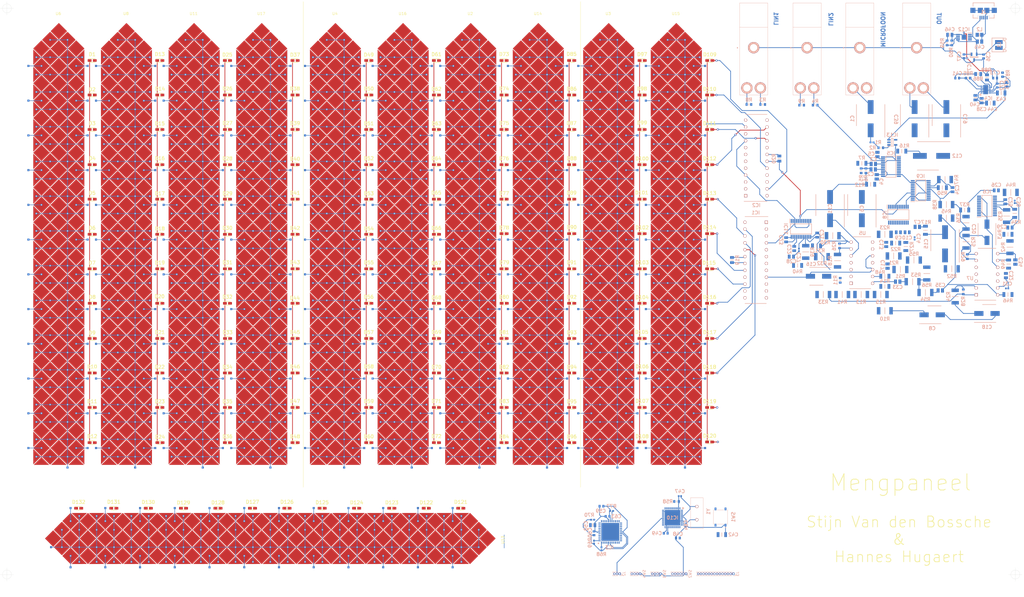
<source format=kicad_pcb>
(kicad_pcb (version 20171130) (host pcbnew "(5.1.4)-1")
  (layers (0 F.Cu signal) (31 B.Cu signal) (34 B.Paste user) (35 F.Paste user) (36 B.SilkS user) (37 F.SilkS user) (38 B.Mask user) (39 F.Mask user) (44 Edge.Cuts user))
  (net 0 "")
  (net 1 CLK)
  (net 2 GND)
  (net 3 "Net-(U11-Pad8)")
  (net 4 5V)
  (net 5 3.3V)
  (net 6 GPIO_INT)
  (net 7 TX_UART)
  (net 8 RX_UART)
  (net 9 "Net-(SW4-Pad2)")
  (net 10 "Net-(SW3-Pad4)")
  (net 11 cs_leds)
  (net 12 "Net-(SW3-Pad2)")
  (net 13 "Net-(SW2-Pad3)")
  (net 14 "Net-(SW2-Pad1)")
  (net 15 "Net-(C1-Pad2)")
  (net 16 "Net-(C1-Pad1)")
  (net 17 "Net-(C2-Pad2)")
  (net 18 POT1_W)
  (net 19 "Net-(C3-Pad2)")
  (net 20 POT2_W)
  (net 21 "Net-(C4-Pad2)")
  (net 22 POT3_W)
  (net 23 "Net-(C5-Pad2)")
  (net 24 POT4_W)
  (net 25 "Net-(C6-Pad2)")
  (net 26 "Net-(C6-Pad1)")
  (net 27 "Net-(C7-Pad2)")
  (net 28 POT5_W)
  (net 29 "Net-(C8-Pad1)")
  (net 30 POT6_B)
  (net 31 POT6_A)
  (net 32 POT7_B)
  (net 33 POT7_A)
  (net 34 "Net-(C11-Pad2)")
  (net 35 "Net-(C11-Pad1)")
  (net 36 "Net-(C12-Pad2)")
  (net 37 "Net-(C12-Pad1)")
  (net 38 "Net-(C13-Pad2)")
  (net 39 POT7_W)
  (net 40 POT8_W)
  (net 41 "Net-(C15-Pad2)")
  (net 42 "Net-(C15-Pad1)")
  (net 43 "Net-(C16-Pad1)")
  (net 44 "Net-(C17-Pad2)")
  (net 45 "Net-(C17-Pad1)")
  (net 46 "Net-(C18-Pad1)")
  (net 47 "Net-(C19-Pad2)")
  (net 48 POT17_W)
  (net 49 "Net-(C20-Pad1)")
  (net 50 POT11_B)
  (net 51 POT11_A)
  (net 52 POT10_B)
  (net 53 POT10_A)
  (net 54 POT12_B)
  (net 55 POT12_A)
  (net 56 POT17_B)
  (net 57 POT17_A)
  (net 58 POT13_B)
  (net 59 POT13_A)
  (net 60 POT16_B)
  (net 61 POT16_A)
  (net 62 "Net-(C27-Pad2)")
  (net 63 POT9_W)
  (net 64 POT10_W)
  (net 65 "Net-(C29-Pad2)")
  (net 66 POT13_W)
  (net 67 POT14_W)
  (net 68 "Net-(C31-Pad2)")
  (net 69 POT15_W)
  (net 70 POT16_W)
  (net 71 "Net-(C33-Pad2)")
  (net 72 "Net-(C33-Pad1)")
  (net 73 "Net-(C34-Pad2)")
  (net 74 "Net-(C34-Pad1)")
  (net 75 "Net-(C35-Pad2)")
  (net 76 "Net-(C35-Pad1)")
  (net 77 "Net-(C39-Pad2)")
  (net 78 "Net-(C40-Pad1)")
  (net 79 "Net-(C41-Pad1)")
  (net 80 "Net-(C44-Pad1)")
  (net 81 -12V)
  (net 82 "Net-(C47-Pad1)")
  (net 83 NRST)
  (net 84 "Net-(C49-Pad1)")
  (net 85 "Net-(C50-Pad1)")
  (net 86 "Net-(C64-Pad2)")
  (net 87 +12V)
  (net 88 LEDlaag_12)
  (net 89 LEDslider_1)
  (net 90 "Net-(D14-Pad2)")
  (net 91 LEDlaag_10)
  (net 92 LEDlaag_9)
  (net 93 LEDlaag_8)
  (net 94 LEDlaag_7)
  (net 95 LEDlaag_6)
  (net 96 LEDlaag_5)
  (net 97 LEDlaag_4)
  (net 98 LEDlaag_3)
  (net 99 LEDlaag_2)
  (net 100 LEDlaag_1)
  (net 101 LEDslider_2)
  (net 102 LEDslider_3)
  (net 103 LEDslider_4)
  (net 104 LEDslider_5)
  (net 105 LEDlaag_11)
  (net 106 LEDslider_6)
  (net 107 LEDslider_7)
  (net 108 LEDslider_8)
  (net 109 LEDslider_9)
  (net 110 LEDslider_10)
  (net 111 LEDslider_11)
  (net 112 "Net-(IC1-Pad24)")
  (net 113 "Net-(IC1-Pad18)")
  (net 114 SPI2_SCK)
  (net 115 SPI2_MOSI)
  (net 116 "Net-(IC2-Pad24)")
  (net 117 "Net-(IC2-Pad22)")
  (net 118 "Net-(IC2-Pad21)")
  (net 119 "Net-(IC2-Pad18)")
  (net 120 "Net-(IC2-Pad17)")
  (net 121 "Net-(IC2-Pad15)")
  (net 122 "Net-(IC2-Pad10)")
  (net 123 "Net-(IC2-Pad8)")
  (net 124 "Net-(IC2-Pad7)")
  (net 125 "Net-(IC2-Pad5)")
  (net 126 "Net-(IC2-Pad3)")
  (net 127 "Net-(IC3-Pad45)")
  (net 128 laag_12)
  (net 129 laag_11)
  (net 130 laag_10)
  (net 131 laag_6)
  (net 132 laag_7)
  (net 133 laag_8)
  (net 134 laag_9)
  (net 135 laag_5)
  (net 136 laag_1)
  (net 137 laag_2)
  (net 138 laag_3)
  (net 139 laag_4)
  (net 140 slider_1)
  (net 141 slider_2)
  (net 142 slider_3)
  (net 143 slider_4)
  (net 144 slider_5)
  (net 145 slider_6)
  (net 146 slider_7)
  (net 147 slider_8)
  (net 148 slider_9)
  (net 149 "Net-(IC3-Pad18)")
  (net 150 slider_10)
  (net 151 slider_11)
  (net 152 "Net-(IC3-Pad13)")
  (net 153 "Net-(IC3-Pad12)")
  (net 154 "Net-(IC3-Pad11)")
  (net 155 "Net-(IC3-Pad10)")
  (net 156 "Net-(IC3-Pad9)")
  (net 157 "Net-(IC3-Pad5)")
  (net 158 "Net-(IC3-Pad4)")
  (net 159 "Net-(IC3-Pad3)")
  (net 160 "Net-(IC3-Pad2)")
  (net 161 "Net-(C43-Pad1)")
  (net 162 SD_Step-Up)
  (net 163 "Net-(IC4-Pad8)")
  (net 164 "Net-(IC4-Pad6)")
  (net 165 "Net-(IC4-Pad1)")
  (net 166 "Net-(IC10-Pad46)")
  (net 167 "Net-(IC10-Pad45)")
  (net 168 "Net-(IC10-Pad44)")
  (net 169 I2C_SDA)
  (net 170 I2C_SCL)
  (net 171 "Net-(IC10-Pad41)")
  (net 172 "Net-(IC10-Pad40)")
  (net 173 "Net-(IC10-Pad39)")
  (net 174 "Net-(IC10-Pad38)")
  (net 175 "Net-(IC10-Pad37)")
  (net 176 "Net-(IC10-Pad34)")
  (net 177 "Net-(IC10-Pad33)")
  (net 178 "Net-(IC10-Pad32)")
  (net 179 "Net-(IC10-Pad29)")
  (net 180 "Net-(IC10-Pad27)")
  (net 181 "Net-(IC10-Pad26)")
  (net 182 "Net-(IC10-Pad25)")
  (net 183 "Net-(IC10-Pad20)")
  (net 184 "Net-(IC10-Pad19)")
  (net 185 "Net-(IC10-Pad18)")
  (net 186 SPI1_MOSI)
  (net 187 "Net-(IC10-Pad16)")
  (net 188 SPI1_SCK)
  (net 189 "Net-(IC10-Pad14)")
  (net 190 "Net-(IC10-Pad13)")
  (net 191 "Net-(IC10-Pad12)")
  (net 192 "Net-(IC10-Pad11)")
  (net 193 "Net-(IC10-Pad10)")
  (net 194 "Net-(IC10-Pad4)")
  (net 195 "Net-(IC10-Pad3)")
  (net 196 "Net-(IC10-Pad2)")
  (net 197 "Net-(IC12-Pad7)")
  (net 198 "Net-(IC12-Pad6)")
  (net 199 "Net-(IC12-Pad4)")
  (net 200 "Net-(IC12-Pad3)")
  (net 201 "Net-(IC12-Pad1)")
  (net 202 "Net-(J1-Pad4)")
  (net 203 "Net-(J1-Pad3)")
  (net 204 "Net-(J1-Pad2)")
  (net 205 "Net-(J4-Pad3)")
  (net 206 "Net-(J4-Pad2)")
  (net 207 "Net-(J5-Pad3)")
  (net 208 "Net-(J5-Pad2)")
  (net 209 "Net-(J6-Pad2)")
  (net 210 "Net-(IC13-Pad2)")
  (net 211 POT1_A)
  (net 212 POT2_A)
  (net 213 POT4_A)
  (net 214 POT3_A)
  (net 215 POT5_A)
  (net 216 "Net-(R10-Pad2)")
  (net 217 "Net-(R11-Pad2)")
  (net 218 POT8_A)
  (net 219 "Net-(R18-Pad2)")
  (net 220 POT8_B)
  (net 221 "Net-(R24-Pad2)")
  (net 222 "Net-(R25-Pad2)")
  (net 223 "Net-(R26-Pad2)")
  (net 224 POT6_W)
  (net 225 "Net-(R28-Pad2)")
  (net 226 "Net-(R29-Pad2)")
  (net 227 POT9_A)
  (net 228 POT14_A)
  (net 229 POT15_A)
  (net 230 POT9_B)
  (net 231 POT14_B)
  (net 232 POT15_B)
  (net 233 POT11_W)
  (net 234 POT12_W)
  (net 235 "Net-(U14-Pad2)")
  (net 236 "Net-(U14-Pad3)")
  (net 237 "Net-(U14-Pad4)")
  (net 238 "Net-(U14-Pad5)")
  (net 239 "Net-(U14-Pad6)")
  (net 240 "Net-(U14-Pad7)")
  (net 241 "Net-(U14-Pad8)")
  (net 242 "Net-(U14-Pad9)")
  (net 243 "Net-(U14-Pad10)")
  (net 244 "Net-(U14-Pad11)")
  (net 245 "Net-(U14-Pad12)")
  (net 246 laag2_1)
  (net 247 laag2_2)
  (net 248 laag2_3)
  (net 249 laag2_4)
  (net 250 laag2_5)
  (net 251 laag2_6)
  (net 252 laag2_7)
  (net 253 laag2_8)
  (net 254 laag2_9)
  (net 255 laag2_10)
  (net 256 laag2_11)
  (net 257 laag2_12)
  (net 258 "Net-(U14-Pad13)")
  (net 259 "Net-(U15-Pad2)")
  (net 260 "Net-(U15-Pad3)")
  (net 261 "Net-(U15-Pad4)")
  (net 262 "Net-(U15-Pad5)")
  (net 263 "Net-(U15-Pad6)")
  (net 264 "Net-(U15-Pad7)")
  (net 265 "Net-(U15-Pad8)")
  (net 266 "Net-(U15-Pad9)")
  (net 267 "Net-(U15-Pad10)")
  (net 268 "Net-(U15-Pad11)")
  (net 269 "Net-(U15-Pad12)")
  (net 270 laag3_1)
  (net 271 laag3_2)
  (net 272 laag3_3)
  (net 273 laag3_4)
  (net 274 laag3_5)
  (net 275 laag3_6)
  (net 276 laag3_7)
  (net 277 laag3_8)
  (net 278 laag3_9)
  (net 279 laag3_10)
  (net 280 laag3_11)
  (net 281 laag3_12)
  (net 282 "Net-(U15-Pad13)")
  (net 283 "Net-(U16-Pad2)")
  (net 284 "Net-(U16-Pad3)")
  (net 285 "Net-(U16-Pad4)")
  (net 286 "Net-(U16-Pad5)")
  (net 287 "Net-(U16-Pad6)")
  (net 288 "Net-(U16-Pad7)")
  (net 289 "Net-(U16-Pad8)")
  (net 290 "Net-(U16-Pad9)")
  (net 291 "Net-(U16-Pad10)")
  (net 292 "Net-(U16-Pad11)")
  (net 293 "Net-(U16-Pad12)")
  (net 294 laag1_1)
  (net 295 laag1_2)
  (net 296 laag1_3)
  (net 297 laag1_4)
  (net 298 laag1_5)
  (net 299 laag1_6)
  (net 300 laag1_7)
  (net 301 laag1_8)
  (net 302 laag1_9)
  (net 303 laag1_10)
  (net 304 laag1_11)
  (net 305 "Net-(U4-Pad1)")
  (net 306 laag1_12)
  (net 307 "Net-(U16-Pad13)")
  (net 308 "Net-(U6-Pad14)")
  (net 309 "Net-(U6-Pad15)")
  (net 310 "Net-(U6-Pad16)")
  (net 311 "Net-(U6-Pad17)")
  (net 312 "Net-(U6-Pad18)")
  (net 313 "Net-(U6-Pad19)")
  (net 314 "Net-(U6-Pad20)")
  (net 315 "Net-(U6-Pad21)")
  (net 316 "Net-(U6-Pad22)")
  (net 317 "Net-(U6-Pad23)")
  (net 318 "Net-(U6-Pad24)")
  (net 319 "Net-(U6-Pad25)")
  (net 320 "Net-(U11-Pad2)")
  (net 321 "Net-(U11-Pad3)")
  (net 322 "Net-(U11-Pad4)")
  (net 323 "Net-(U11-Pad5)")
  (net 324 "Net-(U11-Pad6)")
  (net 325 "Net-(U11-Pad7)")
  (net 326 "Net-(U11-Pad9)")
  (net 327 "Net-(U11-Pad10)")
  (net 328 "Net-(U11-Pad11)")
  (net 329 "Net-(U11-Pad12)")
  (net 330 "Net-(U11-Pad13)")
  (net 331 "Net-(U11-Pad14)")
  (net 332 "Net-(U11-Pad15)")
  (net 333 "Net-(U11-Pad16)")
  (net 334 "Net-(U11-Pad17)")
  (net 335 "Net-(U11-Pad18)")
  (net 336 "Net-(U11-Pad19)")
  (net 337 "Net-(U11-Pad20)")
  (net 338 "Net-(U11-Pad21)")
  (net 339 "Net-(U11-Pad22)")
  (net 340 "Net-(U11-Pad23)")
  (net 341 "Net-(U11-Pad24)")
  (net 342 "Net-(U11-Pad25)")
  (net 343 "Net-(U13-Pad25)")
  (net 344 laag4_12)
  (net 345 laag4_7)
  (net 346 laag4_3)
  (net 347 "Net-(U13-Pad24)")
  (net 348 laag4_10)
  (net 349 laag4_6)
  (net 350 laag4_5)
  (net 351 laag4_4)
  (net 352 laag4_11)
  (net 353 "Net-(U13-Pad20)")
  (net 354 laag4_9)
  (net 355 "Net-(U13-Pad22)")
  (net 356 laag4_2)
  (net 357 laag4_1)
  (net 358 "Net-(U13-Pad21)")
  (net 359 "Net-(U13-Pad23)")
  (net 360 "Net-(U13-Pad19)")
  (net 361 laag4_8)
  (net 362 "Net-(U13-Pad17)")
  (net 363 "Net-(U13-Pad14)")
  (net 364 "Net-(U13-Pad15)")
  (net 365 "Net-(U13-Pad18)")
  (net 366 "Net-(U13-Pad16)")
  (net 367 "Net-(IC5-Pad12)")
  (net 368 "Net-(IC5-Pad10)")
  (net 369 SD_POT)
  (net 370 PReset_POT)
  (net 371 CS_POT1)
  (net 372 "Net-(IC5-Pad2)")
  (net 373 "Net-(IC5-Pad1)")
  (net 374 "Net-(IC6-Pad12)")
  (net 375 "Net-(IC6-Pad10)")
  (net 376 CS_POT4)
  (net 377 "Net-(IC6-Pad2)")
  (net 378 "Net-(IC6-Pad1)")
  (net 379 "Net-(IC8-Pad12)")
  (net 380 "Net-(IC8-Pad10)")
  (net 381 CS_POT2)
  (net 382 "Net-(IC8-Pad2)")
  (net 383 "Net-(IC8-Pad1)")
  (net 384 POT20_W)
  (net 385 POT20_A)
  (net 386 POT18_A)
  (net 387 POT19_A)
  (net 388 "Net-(IC9-Pad12)")
  (net 389 "Net-(IC9-Pad10)")
  (net 390 CS_POT5)
  (net 391 "Net-(IC9-Pad2)")
  (net 392 "Net-(IC9-Pad1)")
  (net 393 "Net-(IC11-Pad12)")
  (net 394 "Net-(IC11-Pad10)")
  (net 395 CS_POT3)
  (net 396 "Net-(IC11-Pad2)")
  (net 397 "Net-(IC11-Pad1)")
  (net 398 UART_CLK)
  (net 399 POT19_W)
  (net 400 POT18_B)
  (module schema_tp:touchpad_footprint_normaal (layer F.Cu) (at 255 39.25)
    (fp_text reference U15 (at 9.234 -19.324) (layer F.SilkS))
    (fp_text value Touchpad_mp)
    (fp_poly (pts (xy 15.47 144.31) (xy 15.47 144.57) (xy 12.76 147.26) (xy 12.49 147.26) (xy 9.78 144.58) (xy 9.78 144.32) (xy 12.49 141.61) (xy 12.76 141.61)) (layer F.Cu) (width 0.05))
    (fp_poly (pts (xy 9.05 144.31) (xy 9.05 144.57) (xy 6.34 147.26) (xy 6.07 147.26) (xy 3.36 144.58) (xy 3.36 144.32) (xy 6.07 141.61) (xy 6.34 141.61)) (layer F.Cu) (width 0.05))
    (fp_poly (pts (xy 15.47 137.89) (xy 15.47 138.15) (xy 12.76 140.84) (xy 12.49 140.84) (xy 9.78 138.16) (xy 9.78 137.9) (xy 12.49 135.19) (xy 12.76 135.19)) (layer F.Cu) (width 0.05))
    (fp_poly (pts (xy 9.05 137.89) (xy 9.05 138.15) (xy 6.34 140.84) (xy 6.07 140.84) (xy 3.36 138.16) (xy 3.36 137.9) (xy 6.07 135.19) (xy 6.34 135.19)) (layer F.Cu) (width 0.05))
    (fp_poly (pts (xy 15.47 131.47) (xy 15.47 131.73) (xy 12.76 134.42) (xy 12.49 134.42) (xy 9.78 131.74) (xy 9.78 131.48) (xy 12.49 128.77) (xy 12.76 128.77)) (layer F.Cu) (width 0.05))
    (fp_poly (pts (xy 9.05 131.47) (xy 9.05 131.73) (xy 6.34 134.42) (xy 6.07 134.42) (xy 3.36 131.74) (xy 3.36 131.48) (xy 6.07 128.77) (xy 6.34 128.77)) (layer F.Cu) (width 0.05))
    (fp_poly (pts (xy 15.47 125.05) (xy 15.47 125.31) (xy 12.76 128) (xy 12.49 128) (xy 9.78 125.32) (xy 9.78 125.06) (xy 12.49 122.35) (xy 12.76 122.35)) (layer F.Cu) (width 0.05))
    (fp_poly (pts (xy 9.05 125.05) (xy 9.05 125.31) (xy 6.34 128) (xy 6.07 128) (xy 3.36 125.32) (xy 3.36 125.06) (xy 6.07 122.35) (xy 6.34 122.35)) (layer F.Cu) (width 0.05))
    (fp_poly (pts (xy 15.47 118.63) (xy 15.47 118.89) (xy 12.76 121.58) (xy 12.49 121.58) (xy 9.78 118.9) (xy 9.78 118.64) (xy 12.49 115.93) (xy 12.76 115.93)) (layer F.Cu) (width 0.05))
    (fp_poly (pts (xy 9.05 118.63) (xy 9.05 118.89) (xy 6.34 121.58) (xy 6.07 121.58) (xy 3.36 118.9) (xy 3.36 118.64) (xy 6.07 115.93) (xy 6.34 115.93)) (layer F.Cu) (width 0.05))
    (fp_poly (pts (xy 15.47 112.21) (xy 15.47 112.47) (xy 12.76 115.16) (xy 12.49 115.16) (xy 9.78 112.48) (xy 9.78 112.22) (xy 12.49 109.51) (xy 12.76 109.51)) (layer F.Cu) (width 0.05))
    (fp_poly (pts (xy 9.05 112.21) (xy 9.05 112.47) (xy 6.34 115.16) (xy 6.07 115.16) (xy 3.36 112.48) (xy 3.36 112.22) (xy 6.07 109.51) (xy 6.34 109.51)) (layer F.Cu) (width 0.05))
    (fp_poly (pts (xy 15.47 105.79) (xy 15.47 106.05) (xy 12.76 108.74) (xy 12.49 108.74) (xy 9.78 106.06) (xy 9.78 105.8) (xy 12.49 103.09) (xy 12.76 103.09)) (layer F.Cu) (width 0.05))
    (fp_poly (pts (xy 9.05 105.79) (xy 9.05 106.05) (xy 6.34 108.74) (xy 6.07 108.74) (xy 3.36 106.06) (xy 3.36 105.8) (xy 6.07 103.09) (xy 6.34 103.09)) (layer F.Cu) (width 0.05))
    (fp_poly (pts (xy 15.47 99.37) (xy 15.47 99.63) (xy 12.76 102.32) (xy 12.49 102.32) (xy 9.78 99.64) (xy 9.78 99.38) (xy 12.49 96.67) (xy 12.76 96.67)) (layer F.Cu) (width 0.05))
    (fp_poly (pts (xy 9.05 99.37) (xy 9.05 99.63) (xy 6.34 102.32) (xy 6.07 102.32) (xy 3.36 99.64) (xy 3.36 99.38) (xy 6.07 96.67) (xy 6.34 96.67)) (layer F.Cu) (width 0.05))
    (fp_poly (pts (xy 15.47 92.95) (xy 15.47 93.21) (xy 12.76 95.9) (xy 12.49 95.9) (xy 9.78 93.22) (xy 9.78 92.96) (xy 12.49 90.25) (xy 12.76 90.25)) (layer F.Cu) (width 0.05))
    (fp_poly (pts (xy 9.05 92.95) (xy 9.05 93.21) (xy 6.34 95.9) (xy 6.07 95.9) (xy 3.36 93.22) (xy 3.36 92.96) (xy 6.07 90.25) (xy 6.34 90.25)) (layer F.Cu) (width 0.05))
    (fp_poly (pts (xy 15.47 86.53) (xy 15.47 86.79) (xy 12.76 89.48) (xy 12.49 89.48) (xy 9.78 86.8) (xy 9.78 86.54) (xy 12.49 83.83) (xy 12.76 83.83)) (layer F.Cu) (width 0.05))
    (fp_poly (pts (xy 9.05 86.53) (xy 9.05 86.79) (xy 6.34 89.48) (xy 6.07 89.48) (xy 3.36 86.8) (xy 3.36 86.54) (xy 6.07 83.83) (xy 6.34 83.83)) (layer F.Cu) (width 0.05))
    (fp_poly (pts (xy 15.47 80.11) (xy 15.47 80.37) (xy 12.76 83.06) (xy 12.49 83.06) (xy 9.78 80.38) (xy 9.78 80.12) (xy 12.49 77.41) (xy 12.76 77.41)) (layer F.Cu) (width 0.05))
    (fp_poly (pts (xy 9.05 80.11) (xy 9.05 80.37) (xy 6.34 83.06) (xy 6.07 83.06) (xy 3.36 80.38) (xy 3.36 80.12) (xy 6.07 77.41) (xy 6.34 77.41)) (layer F.Cu) (width 0.05))
    (fp_poly (pts (xy 15.47 73.69) (xy 15.47 73.95) (xy 12.76 76.64) (xy 12.49 76.64) (xy 9.78 73.96) (xy 9.78 73.7) (xy 12.49 70.99) (xy 12.76 70.99)) (layer F.Cu) (width 0.05))
    (fp_poly (pts (xy 9.05 73.69) (xy 9.05 73.95) (xy 6.34 76.64) (xy 6.07 76.64) (xy 3.36 73.96) (xy 3.36 73.7) (xy 6.07 70.99) (xy 6.34 70.99)) (layer F.Cu) (width 0.05))
    (fp_poly (pts (xy 15.47 67.27) (xy 15.47 67.53) (xy 12.76 70.22) (xy 12.49 70.22) (xy 9.78 67.54) (xy 9.78 67.28) (xy 12.49 64.57) (xy 12.76 64.57)) (layer F.Cu) (width 0.05))
    (fp_poly (pts (xy 9.05 67.27) (xy 9.05 67.53) (xy 6.34 70.22) (xy 6.07 70.22) (xy 3.36 67.54) (xy 3.36 67.28) (xy 6.07 64.57) (xy 6.34 64.57)) (layer F.Cu) (width 0.05))
    (fp_poly (pts (xy 15.47 60.85) (xy 15.47 61.11) (xy 12.76 63.8) (xy 12.49 63.8) (xy 9.78 61.12) (xy 9.78 60.86) (xy 12.49 58.15) (xy 12.76 58.15)) (layer F.Cu) (width 0.05))
    (fp_poly (pts (xy 9.05 60.85) (xy 9.05 61.11) (xy 6.34 63.8) (xy 6.07 63.8) (xy 3.36 61.12) (xy 3.36 60.86) (xy 6.07 58.15) (xy 6.34 58.15)) (layer F.Cu) (width 0.05))
    (fp_poly (pts (xy 15.47 54.43) (xy 15.47 54.69) (xy 12.76 57.38) (xy 12.49 57.38) (xy 9.78 54.7) (xy 9.78 54.44) (xy 12.49 51.73) (xy 12.76 51.73)) (layer F.Cu) (width 0.05))
    (fp_poly (pts (xy 9.05 54.43) (xy 9.05 54.69) (xy 6.34 57.38) (xy 6.07 57.38) (xy 3.36 54.7) (xy 3.36 54.44) (xy 6.07 51.73) (xy 6.34 51.73)) (layer F.Cu) (width 0.05))
    (fp_poly (pts (xy 15.47 48.01) (xy 15.47 48.27) (xy 12.76 50.96) (xy 12.49 50.96) (xy 9.78 48.28) (xy 9.78 48.02) (xy 12.49 45.31) (xy 12.76 45.31)) (layer F.Cu) (width 0.05))
    (fp_poly (pts (xy 9.05 48.01) (xy 9.05 48.27) (xy 6.34 50.96) (xy 6.07 50.96) (xy 3.36 48.28) (xy 3.36 48.02) (xy 6.07 45.31) (xy 6.34 45.31)) (layer F.Cu) (width 0.05))
    (fp_poly (pts (xy 15.47 41.59) (xy 15.47 41.85) (xy 12.76 44.54) (xy 12.49 44.54) (xy 9.78 41.86) (xy 9.78 41.6) (xy 12.49 38.89) (xy 12.76 38.89)) (layer F.Cu) (width 0.05))
    (fp_poly (pts (xy 9.05 41.59) (xy 9.05 41.85) (xy 6.34 44.54) (xy 6.07 44.54) (xy 3.36 41.86) (xy 3.36 41.6) (xy 6.07 38.89) (xy 6.34 38.89)) (layer F.Cu) (width 0.05))
    (fp_poly (pts (xy 15.47 35.17) (xy 15.47 35.43) (xy 12.76 38.12) (xy 12.49 38.12) (xy 9.78 35.44) (xy 9.78 35.18) (xy 12.49 32.47) (xy 12.76 32.47)) (layer F.Cu) (width 0.05))
    (fp_poly (pts (xy 9.05 35.17) (xy 9.05 35.43) (xy 6.34 38.12) (xy 6.07 38.12) (xy 3.36 35.44) (xy 3.36 35.18) (xy 6.07 32.47) (xy 6.34 32.47)) (layer F.Cu) (width 0.05))
    (fp_poly (pts (xy 15.47 28.75) (xy 15.47 29.01) (xy 12.76 31.7) (xy 12.49 31.7) (xy 9.78 29.02) (xy 9.78 28.76) (xy 12.49 26.05) (xy 12.76 26.05)) (layer F.Cu) (width 0.05))
    (fp_poly (pts (xy 9.05 28.75) (xy 9.05 29.01) (xy 6.34 31.7) (xy 6.07 31.7) (xy 3.36 29.02) (xy 3.36 28.76) (xy 6.07 26.05) (xy 6.34 26.05)) (layer F.Cu) (width 0.05))
    (fp_poly (pts (xy 15.47 22.33) (xy 15.47 22.59) (xy 12.76 25.28) (xy 12.49 25.28) (xy 9.78 22.6) (xy 9.78 22.34) (xy 12.49 19.63) (xy 12.76 19.63)) (layer F.Cu) (width 0.05))
    (fp_poly (pts (xy 9.05 22.33) (xy 9.05 22.59) (xy 6.34 25.28) (xy 6.07 25.28) (xy 3.36 22.6) (xy 3.36 22.34) (xy 6.07 19.63) (xy 6.34 19.63)) (layer F.Cu) (width 0.05))
    (fp_poly (pts (xy 15.47 15.91) (xy 15.47 16.17) (xy 12.76 18.86) (xy 12.49 18.86) (xy 9.78 16.18) (xy 9.78 15.92) (xy 12.49 13.21) (xy 12.76 13.21)) (layer F.Cu) (width 0.05))
    (fp_poly (pts (xy 9.05 15.91) (xy 9.05 16.17) (xy 6.34 18.86) (xy 6.07 18.86) (xy 3.36 16.18) (xy 3.36 15.92) (xy 6.07 13.21) (xy 6.34 13.21)) (layer F.Cu) (width 0.05))
    (fp_poly (pts (xy 15.47 9.49) (xy 15.47 9.75) (xy 12.76 12.44) (xy 12.49 12.44) (xy 9.78 9.76) (xy 9.78 9.5) (xy 12.49 6.79) (xy 12.76 6.79)) (layer F.Cu) (width 0.05))
    (fp_poly (pts (xy 9.05 9.49) (xy 9.05 9.75) (xy 6.34 12.44) (xy 6.07 12.44) (xy 3.36 9.76) (xy 3.36 9.5) (xy 6.07 6.79) (xy 6.34 6.79)) (layer F.Cu) (width 0.05))
    (fp_poly (pts (xy 15.47 3.07) (xy 15.47 3.33) (xy 12.76 6.02) (xy 12.49 6.02) (xy 9.78 3.34) (xy 9.78 3.08) (xy 12.49 0.37) (xy 12.76 0.37)) (layer F.Cu) (width 0.05))
    (fp_poly (pts (xy 9.05 3.07) (xy 9.05 3.33) (xy 6.34 6.02) (xy 6.07 6.02) (xy 3.36 3.34) (xy 3.36 3.08) (xy 6.07 0.37) (xy 6.34 0.37)) (layer F.Cu) (width 0.05))
    (fp_poly (pts (xy 15.47 -3.35) (xy 15.47 -3.09) (xy 12.76 -0.4) (xy 12.49 -0.4) (xy 9.78 -3.08) (xy 9.78 -3.34) (xy 12.49 -6.05) (xy 12.76 -6.05)) (layer F.Cu) (width 0.05))
    (fp_poly (pts (xy 9.05 -3.35) (xy 9.05 -3.09) (xy 6.34 -0.4) (xy 6.07 -0.4) (xy 3.36 -3.08) (xy 3.36 -3.34) (xy 6.07 -6.05) (xy 6.34 -6.05)) (layer F.Cu) (width 0.05))
    (fp_line (start 15.79 141.24) (end 20.05 141.24) (layer B.Cu) (width 0.18))
    (fp_line (start 15.79 128.4) (end 20.05 128.4) (layer B.Cu) (width 0.18))
    (fp_line (start 15.79 115.56) (end 20.05 115.56) (layer B.Cu) (width 0.18))
    (fp_line (start 15.79 102.72) (end 20.05 102.72) (layer B.Cu) (width 0.18))
    (fp_line (start 15.79 89.88) (end 20.05 89.88) (layer B.Cu) (width 0.18))
    (fp_line (start 15.79 77.04) (end 20.05 77.04) (layer B.Cu) (width 0.18))
    (fp_line (start 15.79 64.2) (end 20.05 64.2) (layer B.Cu) (width 0.18))
    (fp_line (start 15.79 51.36) (end 20.05 51.36) (layer B.Cu) (width 0.18))
    (fp_line (start 15.79 38.52) (end 20.05 38.52) (layer B.Cu) (width 0.18))
    (fp_line (start 15.79 25.68) (end 20.05 25.68) (layer B.Cu) (width 0.18))
    (fp_line (start 15.79 12.84) (end 20.05 12.84) (layer B.Cu) (width 0.18))
    (fp_line (start -1.84 141.24) (end 3 141.24) (layer B.Cu) (width 0.18))
    (fp_line (start -1.84 128.4) (end 3 128.4) (layer B.Cu) (width 0.18))
    (fp_line (start -1.84 115.56) (end 3 115.56) (layer B.Cu) (width 0.18))
    (fp_line (start -1.84 102.72) (end 3 102.72) (layer B.Cu) (width 0.18))
    (fp_line (start -1.84 89.88) (end 3 89.88) (layer B.Cu) (width 0.18))
    (fp_line (start -1.84 77.04) (end 3 77.04) (layer B.Cu) (width 0.18))
    (fp_line (start -1.84 64.2) (end 3 64.2) (layer B.Cu) (width 0.18))
    (fp_line (start -1.84 51.36) (end 3 51.36) (layer B.Cu) (width 0.18))
    (fp_line (start -1.84 38.52) (end 3 38.52) (layer B.Cu) (width 0.18))
    (fp_line (start -1.84 25.68) (end 3 25.68) (layer B.Cu) (width 0.18))
    (fp_line (start -1.84 12.84) (end 3 12.84) (layer B.Cu) (width 0.18))
    (fp_line (start 3 144.91) (end 3 144.05) (layer F.Cu) (width 0.18))
    (fp_line (start 9.42 144.89) (end 9.42 144.05) (layer F.Cu) (width 0.18))
    (fp_line (start 15.85 144.89) (end 15.85 144.05) (layer F.Cu) (width 0.18))
    (fp_poly (pts (xy 3 144.66) (xy 0.21 147.45) (xy 5.79 147.45)) (layer F.Cu) (width 0.05))
    (fp_poly (pts (xy 9.43 144.66) (xy 6.64 147.45) (xy 12.22 147.45)) (layer F.Cu) (width 0.05))
    (fp_poly (pts (xy 15.85 144.66) (xy 13.06 147.45) (xy 18.64 147.45)) (layer F.Cu) (width 0.05))
    (fp_line (start 9.42 -10.05) (end 9.42 -9.21) (layer F.Cu) (width 0.18))
    (fp_poly (pts (xy 12.43 -12.84) (xy 9.42 -9.84) (xy 6.42 -12.84) (xy 9.42 -15.84)) (layer F.Cu) (width 0.05))
    (fp_line (start 6.21 -9.63) (end 12.63 -9.63) (layer B.Cu) (width 0.18))
    (fp_poly (pts (xy 2.79 99.51) (xy 0 102.3) (xy 0 96.72)) (layer F.Cu) (width 0.05))
    (fp_poly (pts (xy 6.01 134.82) (xy 3 137.82) (xy 0 134.82) (xy 3 131.82)) (layer F.Cu) (width 0.05))
    (fp_poly (pts (xy 6.01 121.98) (xy 3 124.98) (xy 0 121.98) (xy 3 118.98)) (layer F.Cu) (width 0.05))
    (fp_poly (pts (xy 6.01 109.14) (xy 3 112.14) (xy 0 109.14) (xy 3 106.14)) (layer F.Cu) (width 0.05))
    (fp_poly (pts (xy 6.01 96.3) (xy 3 99.3) (xy 0 96.3) (xy 3 93.3)) (layer F.Cu) (width 0.05))
    (fp_poly (pts (xy 6.01 83.46) (xy 3 86.46) (xy 0 83.46) (xy 3 80.46)) (layer F.Cu) (width 0.05))
    (fp_poly (pts (xy 6.01 70.62) (xy 3 73.62) (xy 0 70.62) (xy 3 67.62)) (layer F.Cu) (width 0.05))
    (fp_poly (pts (xy 6.01 57.78) (xy 3 60.78) (xy 0 57.78) (xy 3 54.78)) (layer F.Cu) (width 0.05))
    (fp_poly (pts (xy 6.01 44.94) (xy 3 47.94) (xy 0 44.94) (xy 3 41.94)) (layer F.Cu) (width 0.05))
    (fp_poly (pts (xy 6.01 32.1) (xy 3 35.1) (xy 0 32.1) (xy 3 29.1)) (layer F.Cu) (width 0.05))
    (fp_poly (pts (xy 6.01 19.26) (xy 3 22.26) (xy 0 19.26) (xy 3 16.26)) (layer F.Cu) (width 0.05))
    (fp_poly (pts (xy 6.01 6.42) (xy 3 9.42) (xy 0 6.42) (xy 3 3.42)) (layer F.Cu) (width 0.05))
    (fp_poly (pts (xy 18.85 141.24) (xy 15.84 144.24) (xy 12.84 141.24) (xy 15.84 138.24)) (layer F.Cu) (width 0.05))
    (fp_poly (pts (xy 18.85 128.4) (xy 15.84 131.4) (xy 12.84 128.4) (xy 15.84 125.4)) (layer F.Cu) (width 0.05))
    (fp_poly (pts (xy 18.85 115.56) (xy 15.84 118.56) (xy 12.84 115.56) (xy 15.84 112.56)) (layer F.Cu) (width 0.05))
    (fp_poly (pts (xy 18.85 102.72) (xy 15.84 105.72) (xy 12.84 102.72) (xy 15.84 99.72)) (layer F.Cu) (width 0.05))
    (fp_poly (pts (xy 18.85 89.88) (xy 15.84 92.88) (xy 12.84 89.88) (xy 15.84 86.88)) (layer F.Cu) (width 0.05))
    (fp_poly (pts (xy 18.85 77.04) (xy 15.84 80.04) (xy 12.84 77.04) (xy 15.84 74.04)) (layer F.Cu) (width 0.05))
    (fp_poly (pts (xy 18.85 64.2) (xy 15.84 67.2) (xy 12.84 64.2) (xy 15.84 61.2)) (layer F.Cu) (width 0.05))
    (fp_poly (pts (xy 18.85 51.36) (xy 15.84 54.36) (xy 12.84 51.36) (xy 15.84 48.36)) (layer F.Cu) (width 0.05))
    (fp_poly (pts (xy 18.85 38.52) (xy 15.84 41.52) (xy 12.84 38.52) (xy 15.84 35.52)) (layer F.Cu) (width 0.05))
    (fp_poly (pts (xy 18.85 25.68) (xy 15.84 28.68) (xy 12.84 25.68) (xy 15.84 22.68)) (layer F.Cu) (width 0.05))
    (fp_poly (pts (xy 18.85 12.84) (xy 15.84 15.84) (xy 12.84 12.84) (xy 15.84 9.84)) (layer F.Cu) (width 0.05))
    (fp_poly (pts (xy 12.43 134.82) (xy 9.42 137.82) (xy 6.42 134.82) (xy 9.42 131.82)) (layer F.Cu) (width 0.05))
    (fp_poly (pts (xy 12.43 121.98) (xy 9.42 124.98) (xy 6.42 121.98) (xy 9.42 118.98)) (layer F.Cu) (width 0.05))
    (fp_poly (pts (xy 12.43 109.14) (xy 9.42 112.14) (xy 6.42 109.14) (xy 9.42 106.14)) (layer F.Cu) (width 0.05))
    (fp_poly (pts (xy 12.43 96.3) (xy 9.42 99.3) (xy 6.42 96.3) (xy 9.42 93.3)) (layer F.Cu) (width 0.05))
    (fp_poly (pts (xy 12.43 83.46) (xy 9.42 86.46) (xy 6.42 83.46) (xy 9.42 80.46)) (layer F.Cu) (width 0.05))
    (fp_poly (pts (xy 12.43 70.62) (xy 9.42 73.62) (xy 6.42 70.62) (xy 9.42 67.62)) (layer F.Cu) (width 0.05))
    (fp_poly (pts (xy 12.43 57.78) (xy 9.42 60.78) (xy 6.42 57.78) (xy 9.42 54.78)) (layer F.Cu) (width 0.05))
    (fp_poly (pts (xy 12.43 44.94) (xy 9.42 47.94) (xy 6.42 44.94) (xy 9.42 41.94)) (layer F.Cu) (width 0.05))
    (fp_poly (pts (xy 12.43 32.1) (xy 9.42 35.1) (xy 6.42 32.1) (xy 9.42 29.1)) (layer F.Cu) (width 0.05))
    (fp_poly (pts (xy 12.43 19.26) (xy 9.42 22.26) (xy 6.42 19.26) (xy 9.42 16.26)) (layer F.Cu) (width 0.05))
    (fp_poly (pts (xy 12.43 6.42) (xy 9.42 9.42) (xy 6.42 6.42) (xy 9.42 3.42)) (layer F.Cu) (width 0.05))
    (fp_line (start 12.42 141.24) (end 12.84 141.24) (layer F.Cu) (width 0.18))
    (fp_line (start 12.42 128.4) (end 12.84 128.4) (layer F.Cu) (width 0.18))
    (fp_line (start 12.42 115.56) (end 12.84 115.56) (layer F.Cu) (width 0.18))
    (fp_line (start 12.42 102.72) (end 12.84 102.72) (layer F.Cu) (width 0.18))
    (fp_line (start 12.42 89.88) (end 12.84 89.88) (layer F.Cu) (width 0.18))
    (fp_line (start 12.42 77.04) (end 12.84 77.04) (layer F.Cu) (width 0.18))
    (fp_line (start 12.42 64.2) (end 12.84 64.2) (layer F.Cu) (width 0.18))
    (fp_line (start 12.42 51.36) (end 12.84 51.36) (layer F.Cu) (width 0.18))
    (fp_line (start 12.42 38.52) (end 12.84 38.52) (layer F.Cu) (width 0.18))
    (fp_line (start 12.42 25.68) (end 12.84 25.68) (layer F.Cu) (width 0.18))
    (fp_line (start 12.42 12.84) (end 12.84 12.84) (layer F.Cu) (width 0.18))
    (fp_line (start 6 141.24) (end 6.42 141.24) (layer F.Cu) (width 0.18))
    (fp_line (start 6 128.4) (end 6.42 128.4) (layer F.Cu) (width 0.18))
    (fp_line (start 6 115.56) (end 6.42 115.56) (layer F.Cu) (width 0.18))
    (fp_line (start 6 102.72) (end 6.42 102.72) (layer F.Cu) (width 0.18))
    (fp_line (start 6 89.88) (end 6.42 89.88) (layer F.Cu) (width 0.18))
    (fp_line (start 6 77.04) (end 6.42 77.04) (layer F.Cu) (width 0.18))
    (fp_line (start 6 64.2) (end 6.42 64.2) (layer F.Cu) (width 0.18))
    (fp_line (start 6 51.36) (end 6.42 51.36) (layer F.Cu) (width 0.18))
    (fp_line (start 6 38.52) (end 6.42 38.52) (layer F.Cu) (width 0.18))
    (fp_line (start 6 25.68) (end 6.42 25.68) (layer F.Cu) (width 0.18))
    (fp_line (start 6 12.84) (end 6.42 12.84) (layer F.Cu) (width 0.18))
    (fp_poly (pts (xy 6.01 141.24) (xy 3 144.24) (xy 0 141.24) (xy 3 138.24)) (layer F.Cu) (width 0.05))
    (fp_poly (pts (xy 6.01 128.4) (xy 3 131.4) (xy 0 128.4) (xy 3 125.4)) (layer F.Cu) (width 0.05))
    (fp_poly (pts (xy 6.01 115.56) (xy 3 118.56) (xy 0 115.56) (xy 3 112.56)) (layer F.Cu) (width 0.05))
    (fp_poly (pts (xy 6.01 102.72) (xy 3 105.72) (xy 0 102.72) (xy 3 99.72)) (layer F.Cu) (width 0.05))
    (fp_poly (pts (xy 6.01 89.88) (xy 3 92.88) (xy 0 89.88) (xy 3 86.88)) (layer F.Cu) (width 0.05))
    (fp_poly (pts (xy 6.01 77.04) (xy 3 80.04) (xy 0 77.04) (xy 3 74.04)) (layer F.Cu) (width 0.05))
    (fp_poly (pts (xy 6.01 64.2) (xy 3 67.2) (xy 0 64.2) (xy 3 61.2)) (layer F.Cu) (width 0.05))
    (fp_poly (pts (xy 6.01 51.36) (xy 3 54.36) (xy 0 51.36) (xy 3 48.36)) (layer F.Cu) (width 0.05))
    (fp_poly (pts (xy 6.01 38.52) (xy 3 41.52) (xy 0 38.52) (xy 3 35.52)) (layer F.Cu) (width 0.05))
    (fp_poly (pts (xy 6.01 25.68) (xy 3 28.68) (xy 0 25.68) (xy 3 22.68)) (layer F.Cu) (width 0.05))
    (fp_poly (pts (xy 6.01 12.84) (xy 3 15.84) (xy 0 12.84) (xy 3 9.84)) (layer F.Cu) (width 0.05))
    (fp_poly (pts (xy 12.43 141.24) (xy 9.42 144.24) (xy 6.42 141.24) (xy 9.42 138.24)) (layer F.Cu) (width 0.05))
    (fp_poly (pts (xy 12.43 128.4) (xy 9.42 131.4) (xy 6.42 128.4) (xy 9.42 125.4)) (layer F.Cu) (width 0.05))
    (fp_poly (pts (xy 12.43 115.56) (xy 9.42 118.56) (xy 6.42 115.56) (xy 9.42 112.56)) (layer F.Cu) (width 0.05))
    (fp_poly (pts (xy 12.43 102.72) (xy 9.42 105.72) (xy 6.42 102.72) (xy 9.42 99.72)) (layer F.Cu) (width 0.05))
    (fp_poly (pts (xy 12.43 89.88) (xy 9.42 92.88) (xy 6.42 89.88) (xy 9.42 86.88)) (layer F.Cu) (width 0.05))
    (fp_poly (pts (xy 12.43 77.04) (xy 9.42 80.04) (xy 6.42 77.04) (xy 9.42 74.04)) (layer F.Cu) (width 0.05))
    (fp_poly (pts (xy 12.43 64.2) (xy 9.42 67.2) (xy 6.42 64.2) (xy 9.42 61.2)) (layer F.Cu) (width 0.05))
    (fp_poly (pts (xy 12.43 51.36) (xy 9.42 54.36) (xy 6.42 51.36) (xy 9.42 48.36)) (layer F.Cu) (width 0.05))
    (fp_poly (pts (xy 12.43 38.52) (xy 9.42 41.52) (xy 6.42 38.52) (xy 9.42 35.52)) (layer F.Cu) (width 0.05))
    (fp_poly (pts (xy 12.43 25.68) (xy 9.42 28.68) (xy 6.42 25.68) (xy 9.42 22.68)) (layer F.Cu) (width 0.05))
    (fp_poly (pts (xy 12.43 12.84) (xy 9.42 15.84) (xy 6.42 12.84) (xy 9.42 9.84)) (layer F.Cu) (width 0.05))
    (fp_poly (pts (xy 18.85 134.82) (xy 15.84 137.82) (xy 12.84 134.82) (xy 15.84 131.82)) (layer F.Cu) (width 0.05))
    (fp_poly (pts (xy 18.85 121.98) (xy 15.84 124.98) (xy 12.84 121.98) (xy 15.84 118.98)) (layer F.Cu) (width 0.05))
    (fp_poly (pts (xy 18.85 109.14) (xy 15.84 112.14) (xy 12.84 109.14) (xy 15.84 106.14)) (layer F.Cu) (width 0.05))
    (fp_poly (pts (xy 18.85 96.3) (xy 15.84 99.3) (xy 12.84 96.3) (xy 15.84 93.3)) (layer F.Cu) (width 0.05))
    (fp_poly (pts (xy 18.85 83.46) (xy 15.84 86.46) (xy 12.84 83.46) (xy 15.84 80.46)) (layer F.Cu) (width 0.05))
    (fp_poly (pts (xy 18.85 70.62) (xy 15.84 73.62) (xy 12.84 70.62) (xy 15.84 67.62)) (layer F.Cu) (width 0.05))
    (fp_poly (pts (xy 18.85 57.78) (xy 15.84 60.78) (xy 12.84 57.78) (xy 15.84 54.78)) (layer F.Cu) (width 0.05))
    (fp_poly (pts (xy 18.85 44.94) (xy 15.84 47.94) (xy 12.84 44.94) (xy 15.84 41.94)) (layer F.Cu) (width 0.05))
    (fp_poly (pts (xy 18.85 32.1) (xy 15.84 35.1) (xy 12.84 32.1) (xy 15.84 29.1)) (layer F.Cu) (width 0.05))
    (fp_poly (pts (xy 18.85 19.26) (xy 15.84 22.26) (xy 12.84 19.26) (xy 15.84 16.26)) (layer F.Cu) (width 0.05))
    (fp_poly (pts (xy 18.85 6.42) (xy 15.84 9.42) (xy 12.84 6.42) (xy 15.84 3.42)) (layer F.Cu) (width 0.05))
    (fp_line (start 1.1 144.45) (end 18.05 144.45) (layer B.Cu) (width 0.18))
    (fp_line (start 1.1 131.61) (end 18.05 131.61) (layer B.Cu) (width 0.18))
    (fp_line (start 1.1 118.77) (end 18.05 118.77) (layer B.Cu) (width 0.18))
    (fp_line (start 1.1 105.93) (end 18.05 105.93) (layer B.Cu) (width 0.18))
    (fp_line (start 1.1 93.09) (end 18.05 93.09) (layer B.Cu) (width 0.18))
    (fp_line (start 1.1 80.25) (end 18.05 80.25) (layer B.Cu) (width 0.18))
    (fp_line (start 1.1 67.41) (end 18.05 67.41) (layer B.Cu) (width 0.18))
    (fp_line (start 1.1 54.57) (end 18.05 54.57) (layer B.Cu) (width 0.18))
    (fp_line (start 1.1 41.73) (end 18.05 41.73) (layer B.Cu) (width 0.18))
    (fp_line (start 1.1 28.89) (end 18.05 28.89) (layer B.Cu) (width 0.18))
    (fp_line (start 1.1 16.05) (end 18.05 16.05) (layer B.Cu) (width 0.18))
    (fp_line (start 12.42 134.82) (end 12.84 134.82) (layer F.Cu) (width 0.18))
    (fp_line (start 12.42 121.98) (end 12.84 121.98) (layer F.Cu) (width 0.18))
    (fp_line (start 12.42 109.14) (end 12.84 109.14) (layer F.Cu) (width 0.18))
    (fp_line (start 12.42 96.3) (end 12.84 96.3) (layer F.Cu) (width 0.18))
    (fp_line (start 12.42 83.46) (end 12.84 83.46) (layer F.Cu) (width 0.18))
    (fp_line (start 12.42 70.62) (end 12.84 70.62) (layer F.Cu) (width 0.18))
    (fp_line (start 12.42 57.78) (end 12.84 57.78) (layer F.Cu) (width 0.18))
    (fp_line (start 12.42 44.94) (end 12.84 44.94) (layer F.Cu) (width 0.18))
    (fp_line (start 12.42 32.1) (end 12.84 32.1) (layer F.Cu) (width 0.18))
    (fp_line (start 12.42 19.26) (end 12.84 19.26) (layer F.Cu) (width 0.18))
    (fp_line (start 12.42 6.42) (end 12.84 6.42) (layer F.Cu) (width 0.18))
    (fp_line (start 3 137.82) (end 3 138.24) (layer F.Cu) (width 0.18))
    (fp_line (start 3 124.98) (end 3 125.4) (layer F.Cu) (width 0.18))
    (fp_line (start 3 112.14) (end 3 112.56) (layer F.Cu) (width 0.18))
    (fp_line (start 3 99.3) (end 3 99.72) (layer F.Cu) (width 0.18))
    (fp_line (start 3 86.46) (end 3 86.88) (layer F.Cu) (width 0.18))
    (fp_line (start 3 73.62) (end 3 74.04) (layer F.Cu) (width 0.18))
    (fp_line (start 3 60.78) (end 3 61.2) (layer F.Cu) (width 0.18))
    (fp_line (start 3 47.94) (end 3 48.36) (layer F.Cu) (width 0.18))
    (fp_line (start 3 35.1) (end 3 35.52) (layer F.Cu) (width 0.18))
    (fp_line (start 3 22.26) (end 3 22.68) (layer F.Cu) (width 0.18))
    (fp_line (start 3 9.42) (end 3 9.84) (layer F.Cu) (width 0.18))
    (fp_line (start 1.1 138.03) (end 18.05 138.03) (layer B.Cu) (width 0.18))
    (fp_line (start 1.1 125.19) (end 18.05 125.19) (layer B.Cu) (width 0.18))
    (fp_line (start 1.1 112.35) (end 18.05 112.35) (layer B.Cu) (width 0.18))
    (fp_line (start 1.1 99.51) (end 18.05 99.51) (layer B.Cu) (width 0.18))
    (fp_line (start 1.1 86.67) (end 18.05 86.67) (layer B.Cu) (width 0.18))
    (fp_line (start 1.1 73.83) (end 18.05 73.83) (layer B.Cu) (width 0.18))
    (fp_line (start 1.1 60.99) (end 18.05 60.99) (layer B.Cu) (width 0.18))
    (fp_line (start 1.1 48.15) (end 18.05 48.15) (layer B.Cu) (width 0.18))
    (fp_line (start 1.1 35.31) (end 18.05 35.31) (layer B.Cu) (width 0.18))
    (fp_line (start 1.1 22.47) (end 18.05 22.47) (layer B.Cu) (width 0.18))
    (fp_line (start 1.1 9.63) (end 18.05 9.63) (layer B.Cu) (width 0.18))
    (fp_line (start 6 134.82) (end 6.42 134.82) (layer F.Cu) (width 0.18))
    (fp_line (start 6 121.98) (end 6.42 121.98) (layer F.Cu) (width 0.18))
    (fp_line (start 6 109.14) (end 6.42 109.14) (layer F.Cu) (width 0.18))
    (fp_line (start 6 96.3) (end 6.42 96.3) (layer F.Cu) (width 0.18))
    (fp_line (start 6 83.46) (end 6.42 83.46) (layer F.Cu) (width 0.18))
    (fp_line (start 6 70.62) (end 6.42 70.62) (layer F.Cu) (width 0.18))
    (fp_line (start 6 57.78) (end 6.42 57.78) (layer F.Cu) (width 0.18))
    (fp_line (start 6 44.94) (end 6.42 44.94) (layer F.Cu) (width 0.18))
    (fp_line (start 6 32.1) (end 6.42 32.1) (layer F.Cu) (width 0.18))
    (fp_line (start 6 19.26) (end 6.42 19.26) (layer F.Cu) (width 0.18))
    (fp_line (start 6 6.42) (end 6.42 6.42) (layer F.Cu) (width 0.18))
    (fp_poly (pts (xy 6.01 0) (xy 3 3) (xy 0 0) (xy 3 -3)) (layer F.Cu) (width 0.05))
    (fp_poly (pts (xy 12.43 0) (xy 9.42 3) (xy 6.42 0) (xy 9.42 -3)) (layer F.Cu) (width 0.05))
    (fp_line (start 6 0) (end 6.42 0) (layer F.Cu) (width 0.18))
    (fp_poly (pts (xy 18.85 0) (xy 15.84 3) (xy 12.84 0) (xy 15.84 -3)) (layer F.Cu) (width 0.05))
    (fp_line (start 12.42 0) (end 12.84 0) (layer F.Cu) (width 0.18))
    (fp_line (start 12.63 -9.63) (end 12.63 148.45) (layer B.Cu) (width 0.18))
    (fp_poly (pts (xy 12.43 -6.42) (xy 9.42 -3.42) (xy 6.42 -6.42) (xy 9.42 -9.42)) (layer F.Cu) (width 0.05))
    (fp_poly (pts (xy 18.85 -6.42) (xy 15.84 -3.42) (xy 12.84 -6.42) (xy 15.84 -9.42)) (layer F.Cu) (width 0.05))
    (fp_poly (pts (xy 6.01 -6.42) (xy 3 -3.42) (xy 0 -6.42) (xy 3 -9.42)) (layer F.Cu) (width 0.05))
    (fp_line (start 1.1 3.21) (end 18.05 3.21) (layer B.Cu) (width 0.18))
    (fp_line (start 1.1 -3.21) (end 18.05 -3.21) (layer B.Cu) (width 0.18))
    (fp_line (start 6 -6.42) (end 6.42 -6.42) (layer F.Cu) (width 0.18))
    (fp_line (start 12.42 -6.42) (end 12.84 -6.42) (layer F.Cu) (width 0.18))
    (fp_line (start 3 -3.42) (end 3 -3) (layer F.Cu) (width 0.18))
    (fp_line (start -1.84 0) (end 3 0) (layer B.Cu) (width 0.18))
    (fp_line (start 15.79 0) (end 20.05 0) (layer B.Cu) (width 0.18))
    (fp_poly (pts (xy 9.05 -9.77) (xy 9.05 -9.51) (xy 6.34 -6.82) (xy 6.07 -6.82) (xy 3.36 -9.5) (xy 3.36 -9.76) (xy 6.07 -12.47) (xy 6.34 -12.47)) (layer F.Cu) (width 0.05))
    (fp_poly (pts (xy 15.47 -9.77) (xy 15.47 -9.51) (xy 12.76 -6.82) (xy 12.49 -6.82) (xy 9.78 -9.5) (xy 9.78 -9.76) (xy 12.49 -12.47) (xy 12.76 -12.47)) (layer F.Cu) (width 0.05))
    (fp_poly (pts (xy 2.65 -3.35) (xy 2.65 -3.08) (xy 0.02 -0.45) (xy 0.01 -6)) (layer F.Cu) (width 0.05))
    (fp_poly (pts (xy 2.65 3.07) (xy 2.65 3.34) (xy 0.02 5.97) (xy 0.01 0.42)) (layer F.Cu) (width 0.05))
    (fp_poly (pts (xy 2.65 9.49) (xy 2.65 9.76) (xy 0.02 12.39) (xy 0.01 6.84)) (layer F.Cu) (width 0.05))
    (fp_poly (pts (xy 2.65 15.91) (xy 2.65 16.18) (xy 0.02 18.81) (xy 0.01 13.26)) (layer F.Cu) (width 0.05))
    (fp_poly (pts (xy 2.65 22.33) (xy 2.65 22.6) (xy 0.02 25.23) (xy 0.01 19.68)) (layer F.Cu) (width 0.05))
    (fp_poly (pts (xy 2.65 28.75) (xy 2.65 29.02) (xy 0.02 31.65) (xy 0.01 26.1)) (layer F.Cu) (width 0.05))
    (fp_poly (pts (xy 2.65 35.17) (xy 2.65 35.44) (xy 0.02 38.07) (xy 0.01 32.52)) (layer F.Cu) (width 0.05))
    (fp_poly (pts (xy 2.65 41.59) (xy 2.65 41.86) (xy 0.02 44.49) (xy 0.01 38.94)) (layer F.Cu) (width 0.05))
    (fp_poly (pts (xy 2.65 48.01) (xy 2.65 48.28) (xy 0.02 50.91) (xy 0.01 45.36)) (layer F.Cu) (width 0.05))
    (fp_poly (pts (xy 2.65 54.43) (xy 2.65 54.7) (xy 0.02 57.33) (xy 0.01 51.78)) (layer F.Cu) (width 0.05))
    (fp_poly (pts (xy 2.65 60.85) (xy 2.65 61.12) (xy 0.02 63.75) (xy 0.01 58.2)) (layer F.Cu) (width 0.05))
    (fp_poly (pts (xy 2.65 67.27) (xy 2.65 67.54) (xy 0.02 70.17) (xy 0.01 64.62)) (layer F.Cu) (width 0.05))
    (fp_poly (pts (xy 2.65 73.69) (xy 2.65 73.96) (xy 0.02 76.59) (xy 0.01 71.04)) (layer F.Cu) (width 0.05))
    (fp_poly (pts (xy 2.65 80.11) (xy 2.65 80.38) (xy 0.02 83.01) (xy 0.01 77.46)) (layer F.Cu) (width 0.05))
    (fp_poly (pts (xy 2.65 86.53) (xy 2.65 86.8) (xy 0.02 89.43) (xy 0.01 83.88)) (layer F.Cu) (width 0.05))
    (fp_poly (pts (xy 2.65 92.95) (xy 2.65 93.22) (xy 0.02 95.85) (xy 0.01 90.3)) (layer F.Cu) (width 0.05))
    (fp_poly (pts (xy 2.65 99.37) (xy 2.65 99.64) (xy 0.02 102.27) (xy 0.01 96.72)) (layer F.Cu) (width 0.05))
    (fp_poly (pts (xy 2.65 105.79) (xy 2.65 106.06) (xy 0.02 108.69) (xy 0.01 103.14)) (layer F.Cu) (width 0.05))
    (fp_poly (pts (xy 2.65 112.21) (xy 2.65 112.48) (xy 0.02 115.11) (xy 0.01 109.56)) (layer F.Cu) (width 0.05))
    (fp_poly (pts (xy 2.65 118.63) (xy 2.65 118.9) (xy 0.02 121.53) (xy 0.01 115.98)) (layer F.Cu) (width 0.05))
    (fp_poly (pts (xy 2.65 125.05) (xy 2.65 125.32) (xy 0.02 127.95) (xy 0.01 122.4)) (layer F.Cu) (width 0.05))
    (fp_poly (pts (xy 2.65 131.47) (xy 2.65 131.74) (xy 0.02 134.37) (xy 0.01 128.82)) (layer F.Cu) (width 0.05))
    (fp_poly (pts (xy 2.65 137.89) (xy 2.65 138.16) (xy 0.02 140.79) (xy 0.01 135.24)) (layer F.Cu) (width 0.05))
    (fp_poly (pts (xy 2.65 144.31) (xy 2.65 144.58) (xy 0.02 147.21) (xy 0.01 141.66)) (layer F.Cu) (width 0.05))
    (fp_poly (pts (xy 16.2 -3.07) (xy 16.2 -3.34) (xy 18.83 -5.97) (xy 18.84 -0.42)) (layer F.Cu) (width 0.05))
    (fp_poly (pts (xy 16.2 3.35) (xy 16.2 3.08) (xy 18.83 0.45) (xy 18.84 6)) (layer F.Cu) (width 0.05))
    (fp_poly (pts (xy 16.2 9.77) (xy 16.2 9.5) (xy 18.83 6.87) (xy 18.84 12.42)) (layer F.Cu) (width 0.05))
    (fp_poly (pts (xy 16.2 16.19) (xy 16.2 15.92) (xy 18.83 13.29) (xy 18.84 18.84)) (layer F.Cu) (width 0.05))
    (fp_poly (pts (xy 16.2 22.61) (xy 16.2 22.34) (xy 18.83 19.71) (xy 18.84 25.26)) (layer F.Cu) (width 0.05))
    (fp_poly (pts (xy 16.2 29.03) (xy 16.2 28.76) (xy 18.83 26.13) (xy 18.84 31.68)) (layer F.Cu) (width 0.05))
    (fp_poly (pts (xy 16.2 35.45) (xy 16.2 35.18) (xy 18.83 32.55) (xy 18.84 38.1)) (layer F.Cu) (width 0.05))
    (fp_poly (pts (xy 16.2 41.87) (xy 16.2 41.6) (xy 18.83 38.97) (xy 18.84 44.52)) (layer F.Cu) (width 0.05))
    (fp_poly (pts (xy 16.2 48.29) (xy 16.2 48.02) (xy 18.83 45.39) (xy 18.84 50.94)) (layer F.Cu) (width 0.05))
    (fp_poly (pts (xy 16.2 54.71) (xy 16.2 54.44) (xy 18.83 51.81) (xy 18.84 57.36)) (layer F.Cu) (width 0.05))
    (fp_poly (pts (xy 16.2 61.13) (xy 16.2 60.86) (xy 18.83 58.23) (xy 18.84 63.78)) (layer F.Cu) (width 0.05))
    (fp_poly (pts (xy 16.2 67.55) (xy 16.2 67.28) (xy 18.83 64.65) (xy 18.84 70.2)) (layer F.Cu) (width 0.05))
    (fp_poly (pts (xy 16.2 73.97) (xy 16.2 73.7) (xy 18.83 71.07) (xy 18.84 76.62)) (layer F.Cu) (width 0.05))
    (fp_poly (pts (xy 16.2 80.39) (xy 16.2 80.12) (xy 18.83 77.49) (xy 18.84 83.04)) (layer F.Cu) (width 0.05))
    (fp_poly (pts (xy 16.2 86.81) (xy 16.2 86.54) (xy 18.83 83.91) (xy 18.84 89.46)) (layer F.Cu) (width 0.05))
    (fp_poly (pts (xy 16.2 93.23) (xy 16.2 92.96) (xy 18.83 90.33) (xy 18.84 95.88)) (layer F.Cu) (width 0.05))
    (fp_poly (pts (xy 16.2 99.65) (xy 16.2 99.38) (xy 18.83 96.75) (xy 18.84 102.3)) (layer F.Cu) (width 0.05))
    (fp_poly (pts (xy 16.2 106.07) (xy 16.2 105.8) (xy 18.83 103.17) (xy 18.84 108.72)) (layer F.Cu) (width 0.05))
    (fp_poly (pts (xy 16.2 112.49) (xy 16.2 112.22) (xy 18.83 109.59) (xy 18.84 115.14)) (layer F.Cu) (width 0.05))
    (fp_poly (pts (xy 16.2 118.91) (xy 16.2 118.64) (xy 18.83 116.01) (xy 18.84 121.56)) (layer F.Cu) (width 0.05))
    (fp_poly (pts (xy 16.2 125.33) (xy 16.2 125.06) (xy 18.83 122.43) (xy 18.84 127.98)) (layer F.Cu) (width 0.05))
    (fp_poly (pts (xy 16.2 131.75) (xy 16.2 131.48) (xy 18.83 128.85) (xy 18.84 134.4)) (layer F.Cu) (width 0.05))
    (fp_poly (pts (xy 16.2 138.17) (xy 16.2 137.9) (xy 18.83 135.27) (xy 18.84 140.82)) (layer F.Cu) (width 0.05))
    (fp_poly (pts (xy 16.2 144.59) (xy 16.2 144.32) (xy 18.83 141.69) (xy 18.84 147.24)) (layer F.Cu) (width 0.05))
    (pad 14 connect rect (at 20.05 141.24) (size 0.79 0.79) (layers B.Cu) (net 357 laag4_1))
    (pad 15 connect rect (at 20.05 128.4) (size 0.79 0.79) (layers B.Cu) (net 356 laag4_2))
    (pad 16 connect rect (at 20.05 115.56) (size 0.79 0.79) (layers B.Cu) (net 346 laag4_3))
    (pad 17 connect rect (at 20.05 102.72) (size 0.79 0.79) (layers B.Cu) (net 351 laag4_4))
    (pad 18 connect rect (at 20.05 89.88) (size 0.79 0.79) (layers B.Cu) (net 350 laag4_5))
    (pad 19 connect rect (at 20.05 77.04) (size 0.79 0.79) (layers B.Cu) (net 349 laag4_6))
    (pad 20 connect rect (at 20.05 64.2) (size 0.79 0.79) (layers B.Cu) (net 345 laag4_7))
    (pad 21 connect rect (at 20.05 51.36) (size 0.79 0.79) (layers B.Cu) (net 361 laag4_8))
    (pad 22 connect rect (at 20.05 38.52) (size 0.79 0.79) (layers B.Cu) (net 354 laag4_9))
    (pad 23 connect rect (at 20.05 25.68) (size 0.79 0.79) (layers B.Cu) (net 348 laag4_10))
    (pad 24 connect rect (at 20.05 12.84) (size 0.79 0.79) (layers B.Cu) (net 352 laag4_11))
    (pad 2 connect rect (at -1.83 141.24) (size 0.79 0.79) (layers B.Cu) (net 259 "Net-(U15-Pad2)"))
    (pad 3 connect rect (at -1.83 128.4) (size 0.79 0.79) (layers B.Cu) (net 260 "Net-(U15-Pad3)"))
    (pad 4 connect rect (at -1.83 115.56) (size 0.79 0.79) (layers B.Cu) (net 261 "Net-(U15-Pad4)"))
    (pad 5 connect rect (at -1.83 102.72) (size 0.79 0.79) (layers B.Cu) (net 262 "Net-(U15-Pad5)"))
    (pad 6 connect rect (at -1.83 89.88) (size 0.79 0.79) (layers B.Cu) (net 263 "Net-(U15-Pad6)"))
    (pad 7 connect rect (at -1.83 77.04) (size 0.79 0.79) (layers B.Cu) (net 264 "Net-(U15-Pad7)"))
    (pad 8 connect rect (at -1.83 64.2) (size 0.79 0.79) (layers B.Cu) (net 265 "Net-(U15-Pad8)"))
    (pad 9 connect rect (at -1.83 51.36) (size 0.79 0.79) (layers B.Cu) (net 266 "Net-(U15-Pad9)"))
    (pad 10 connect rect (at -1.83 38.52) (size 0.79 0.79) (layers B.Cu) (net 267 "Net-(U15-Pad10)"))
    (pad 11 connect rect (at -1.83 25.68) (size 0.79 0.79) (layers B.Cu) (net 268 "Net-(U15-Pad11)"))
    (pad 12 connect rect (at -1.83 12.84) (size 0.79 0.79) (layers B.Cu) (net 269 "Net-(U15-Pad12)"))
    (pad 419 thru_hole circle (at 15.84 141.24) (size 0.79 0.79) (drill 0.38) (layers *.Cu))
    (pad 417 thru_hole circle (at 15.84 128.4) (size 0.79 0.79) (drill 0.38) (layers *.Cu))
    (pad 415 thru_hole circle (at 15.84 115.56) (size 0.79 0.79) (drill 0.38) (layers *.Cu))
    (pad 413 thru_hole circle (at 15.84 102.72) (size 0.79 0.79) (drill 0.38) (layers *.Cu))
    (pad 411 thru_hole circle (at 15.84 89.88) (size 0.79 0.79) (drill 0.38) (layers *.Cu))
    (pad 409 thru_hole circle (at 15.84 77.04) (size 0.79 0.79) (drill 0.38) (layers *.Cu))
    (pad 405 thru_hole circle (at 15.84 64.2) (size 0.79 0.79) (drill 0.38) (layers *.Cu))
    (pad 403 thru_hole circle (at 15.84 51.36) (size 0.79 0.79) (drill 0.38) (layers *.Cu))
    (pad 8 thru_hole circle (at 15.84 38.52) (size 0.79 0.79) (drill 0.38) (layers *.Cu) (net 265 "Net-(U15-Pad8)"))
    (pad 6 thru_hole circle (at 15.84 25.68) (size 0.79 0.79) (drill 0.38) (layers *.Cu) (net 263 "Net-(U15-Pad6)"))
    (pad 4 thru_hole circle (at 15.84 12.84) (size 0.79 0.79) (drill 0.38) (layers *.Cu) (net 261 "Net-(U15-Pad4)"))
    (pad 303 thru_hole circle (at 15.84 0) (size 0.79 0.79) (drill 0.38) (layers *.Cu))
    (pad 85 thru_hole circle (at 3 0) (size 0.79 0.79) (drill 0.38) (layers *.Cu))
    (pad 198 thru_hole circle (at 6.21 -9.63) (size 0.79 0.79) (drill 0.38) (layers *.Cu))
    (pad 197 thru_hole circle (at 12.63 -9.63) (size 0.79 0.79) (drill 0.38) (layers *.Cu))
    (pad 1 connect rect (at 12.63 148.45) (size 0.79 0.79) (layers B.Cu) (net 150 slider_10))
    (pad 120 thru_hole circle (at 6.21 144.45) (size 0.79 0.79) (drill 0.38) (layers *.Cu))
    (pad 119 thru_hole circle (at 6.21 131.61) (size 0.79 0.79) (drill 0.38) (layers *.Cu))
    (pad 118 thru_hole circle (at 6.21 118.77) (size 0.79 0.79) (drill 0.38) (layers *.Cu))
    (pad 117 thru_hole circle (at 6.21 105.93) (size 0.79 0.79) (drill 0.38) (layers *.Cu))
    (pad 116 thru_hole circle (at 6.21 93.09) (size 0.79 0.79) (drill 0.38) (layers *.Cu))
    (pad 115 thru_hole circle (at 6.21 80.25) (size 0.79 0.79) (drill 0.38) (layers *.Cu))
    (pad 114 thru_hole circle (at 6.21 67.41) (size 0.79 0.79) (drill 0.38) (layers *.Cu))
    (pad 113 thru_hole circle (at 6.21 54.57) (size 0.79 0.79) (drill 0.38) (layers *.Cu))
    (pad 112 thru_hole circle (at 6.21 41.73) (size 0.79 0.79) (drill 0.38) (layers *.Cu))
    (pad 111 thru_hole circle (at 6.21 28.89) (size 0.79 0.79) (drill 0.38) (layers *.Cu))
    (pad 110 thru_hole circle (at 6.21 16.05) (size 0.79 0.79) (drill 0.38) (layers *.Cu))
    (pad 108 thru_hole circle (at 12.63 138.03) (size 0.79 0.79) (drill 0.38) (layers *.Cu))
    (pad 107 thru_hole circle (at 12.63 125.19) (size 0.79 0.79) (drill 0.38) (layers *.Cu))
    (pad 106 thru_hole circle (at 12.63 112.35) (size 0.79 0.79) (drill 0.38) (layers *.Cu))
    (pad 105 thru_hole circle (at 12.63 99.51) (size 0.79 0.79) (drill 0.38) (layers *.Cu))
    (pad 104 thru_hole circle (at 12.63 86.67) (size 0.79 0.79) (drill 0.38) (layers *.Cu))
    (pad 103 thru_hole circle (at 12.63 73.83) (size 0.79 0.79) (drill 0.38) (layers *.Cu))
    (pad 102 thru_hole circle (at 12.63 60.99) (size 0.79 0.79) (drill 0.38) (layers *.Cu))
    (pad 101 thru_hole circle (at 12.63 48.15) (size 0.79 0.79) (drill 0.38) (layers *.Cu))
    (pad 100 thru_hole circle (at 12.63 35.31) (size 0.79 0.79) (drill 0.38) (layers *.Cu))
    (pad 99 thru_hole circle (at 12.63 22.47) (size 0.79 0.79) (drill 0.38) (layers *.Cu))
    (pad 98 thru_hole circle (at 12.63 9.63) (size 0.79 0.79) (drill 0.38) (layers *.Cu))
    (pad 84 thru_hole circle (at 1.1 144.45) (size 0.79 0.79) (drill 0.38) (layers *.Cu))
    (pad 83 thru_hole circle (at 1.1 131.61) (size 0.79 0.79) (drill 0.38) (layers *.Cu))
    (pad 82 thru_hole circle (at 1.1 118.77) (size 0.79 0.79) (drill 0.38) (layers *.Cu))
    (pad 81 thru_hole circle (at 1.1 105.93) (size 0.79 0.79) (drill 0.38) (layers *.Cu))
    (pad 80 thru_hole circle (at 1.1 93.09) (size 0.79 0.79) (drill 0.38) (layers *.Cu))
    (pad 79 thru_hole circle (at 1.1 80.25) (size 0.79 0.79) (drill 0.38) (layers *.Cu))
    (pad 78 thru_hole circle (at 1.1 67.41) (size 0.79 0.79) (drill 0.38) (layers *.Cu))
    (pad 77 thru_hole circle (at 1.1 54.57) (size 0.79 0.79) (drill 0.38) (layers *.Cu))
    (pad 76 thru_hole circle (at 1.1 41.73) (size 0.79 0.79) (drill 0.38) (layers *.Cu))
    (pad 75 thru_hole circle (at 1.1 28.89) (size 0.79 0.79) (drill 0.38) (layers *.Cu))
    (pad 74 thru_hole circle (at 1.1 16.05) (size 0.79 0.79) (drill 0.38) (layers *.Cu))
    (pad 60 thru_hole circle (at 12.63 144.45) (size 0.79 0.79) (drill 0.38) (layers *.Cu))
    (pad 59 thru_hole circle (at 12.63 131.61) (size 0.79 0.79) (drill 0.38) (layers *.Cu))
    (pad 58 thru_hole circle (at 12.63 118.77) (size 0.79 0.79) (drill 0.38) (layers *.Cu))
    (pad 57 thru_hole circle (at 12.63 105.93) (size 0.79 0.79) (drill 0.38) (layers *.Cu))
    (pad 56 thru_hole circle (at 12.63 93.09) (size 0.79 0.79) (drill 0.38) (layers *.Cu))
    (pad 55 thru_hole circle (at 12.63 80.25) (size 0.79 0.79) (drill 0.38) (layers *.Cu))
    (pad 54 thru_hole circle (at 12.63 67.41) (size 0.79 0.79) (drill 0.38) (layers *.Cu))
    (pad 53 thru_hole circle (at 12.63 54.57) (size 0.79 0.79) (drill 0.38) (layers *.Cu))
    (pad 52 thru_hole circle (at 12.63 41.73) (size 0.79 0.79) (drill 0.38) (layers *.Cu))
    (pad 51 thru_hole circle (at 12.63 28.89) (size 0.79 0.79) (drill 0.38) (layers *.Cu))
    (pad 50 thru_hole circle (at 12.63 16.05) (size 0.79 0.79) (drill 0.38) (layers *.Cu))
    (pad 48 thru_hole circle (at 1.1 138.03) (size 0.79 0.79) (drill 0.38) (layers *.Cu))
    (pad 47 thru_hole circle (at 1.1 125.19) (size 0.79 0.79) (drill 0.38) (layers *.Cu))
    (pad 46 thru_hole circle (at 1.1 112.35) (size 0.79 0.79) (drill 0.38) (layers *.Cu))
    (pad 45 thru_hole circle (at 1.1 99.51) (size 0.79 0.79) (drill 0.38) (layers *.Cu))
    (pad 44 thru_hole circle (at 1.1 86.67) (size 0.79 0.79) (drill 0.38) (layers *.Cu))
    (pad 43 thru_hole circle (at 1.1 73.83) (size 0.79 0.79) (drill 0.38) (layers *.Cu))
    (pad 42 thru_hole circle (at 1.1 60.99) (size 0.79 0.79) (drill 0.38) (layers *.Cu))
    (pad 41 thru_hole circle (at 1.1 48.15) (size 0.79 0.79) (drill 0.38) (layers *.Cu))
    (pad 40 thru_hole circle (at 1.1 35.31) (size 0.79 0.79) (drill 0.38) (layers *.Cu))
    (pad 39 thru_hole circle (at 1.1 22.47) (size 0.79 0.79) (drill 0.38) (layers *.Cu))
    (pad 38 thru_hole circle (at 1.1 9.63) (size 0.79 0.79) (drill 0.38) (layers *.Cu))
    (pad 418 thru_hole circle (at 6.21 138.03) (size 0.79 0.79) (drill 0.38) (layers *.Cu))
    (pad 416 thru_hole circle (at 6.21 125.19) (size 0.79 0.79) (drill 0.38) (layers *.Cu))
    (pad 414 thru_hole circle (at 6.21 112.35) (size 0.79 0.79) (drill 0.38) (layers *.Cu))
    (pad 412 thru_hole circle (at 6.21 99.51) (size 0.79 0.79) (drill 0.38) (layers *.Cu))
    (pad 410 thru_hole circle (at 6.21 86.67) (size 0.79 0.79) (drill 0.38) (layers *.Cu))
    (pad 408 thru_hole circle (at 6.21 73.83) (size 0.79 0.79) (drill 0.38) (layers *.Cu))
    (pad 404 thru_hole circle (at 6.21 60.99) (size 0.79 0.79) (drill 0.38) (layers *.Cu))
    (pad 402 thru_hole circle (at 6.21 48.15) (size 0.79 0.79) (drill 0.38) (layers *.Cu))
    (pad 401 thru_hole circle (at 6.21 35.31) (size 0.79 0.79) (drill 0.38) (layers *.Cu))
    (pad 301 thru_hole circle (at 6.21 22.47) (size 0.79 0.79) (drill 0.38) (layers *.Cu))
    (pad 302 thru_hole circle (at 6.21 9.63) (size 0.79 0.79) (drill 0.38) (layers *.Cu))
    (pad 194 thru_hole circle (at 6.21 -3.21) (size 0.79 0.79) (drill 0.38) (layers *.Cu))
    (pad 109 thru_hole circle (at 6.21 3.21) (size 0.79 0.79) (drill 0.38) (layers *.Cu))
    (pad 97 thru_hole circle (at 12.63 -3.21) (size 0.79 0.79) (drill 0.38) (layers *.Cu))
    (pad 49 thru_hole circle (at 12.63 3.21) (size 0.79 0.79) (drill 0.38) (layers *.Cu))
    (pad 26 thru_hole circle (at 18.05 -3.21) (size 0.79 0.79) (drill 0.38) (layers *.Cu))
    (pad 37 thru_hole circle (at 1.1 -3.21) (size 0.79 0.79) (drill 0.38) (layers *.Cu))
    (pad 73 thru_hole circle (at 1.1 3.21) (size 0.79 0.79) (drill 0.38) (layers *.Cu))
    (pad 13 connect rect (at -1.83 0) (size 0.79 0.79) (layers B.Cu) (net 282 "Net-(U15-Pad13)"))
    (pad 25 connect rect (at 20.05 0) (size 0.79 0.79) (layers B.Cu) (net 344 laag4_12))
    (pad 86 thru_hole circle (at 3 12.84) (size 0.79 0.79) (drill 0.38) (layers *.Cu))
    (pad 87 thru_hole circle (at 3 25.68) (size 0.79 0.79) (drill 0.38) (layers *.Cu))
    (pad 88 thru_hole circle (at 3 38.52) (size 0.79 0.79) (drill 0.38) (layers *.Cu))
    (pad 89 thru_hole circle (at 3 51.36) (size 0.79 0.79) (drill 0.38) (layers *.Cu))
    (pad 90 thru_hole circle (at 3 64.2) (size 0.79 0.79) (drill 0.38) (layers *.Cu))
    (pad 91 thru_hole circle (at 3 77.04) (size 0.79 0.79) (drill 0.38) (layers *.Cu))
    (pad 92 thru_hole circle (at 3 89.88) (size 0.79 0.79) (drill 0.38) (layers *.Cu))
    (pad 93 thru_hole circle (at 3 102.72) (size 0.79 0.79) (drill 0.38) (layers *.Cu))
    (pad 94 thru_hole circle (at 3 115.56) (size 0.79 0.79) (drill 0.38) (layers *.Cu))
    (pad 95 thru_hole circle (at 3 128.4) (size 0.79 0.79) (drill 0.38) (layers *.Cu))
    (pad 96 thru_hole circle (at 3 141.24) (size 0.79 0.79) (drill 0.38) (layers *.Cu))
    (pad 27 thru_hole circle (at 18.05 3.21) (size 0.79 0.79) (drill 0.38) (layers *.Cu))
    (pad 28 thru_hole circle (at 18.05 9.63) (size 0.79 0.79) (drill 0.38) (layers *.Cu))
    (pad 29 thru_hole circle (at 18.05 16.05) (size 0.79 0.79) (drill 0.38) (layers *.Cu))
    (pad 30 thru_hole circle (at 18.05 22.47) (size 0.79 0.79) (drill 0.38) (layers *.Cu))
    (pad 31 thru_hole circle (at 18.05 28.89) (size 0.79 0.79) (drill 0.38) (layers *.Cu))
    (pad 32 thru_hole circle (at 18.05 35.31) (size 0.79 0.79) (drill 0.38) (layers *.Cu))
    (pad 33 thru_hole circle (at 18.05 41.73) (size 0.79 0.79) (drill 0.38) (layers *.Cu))
    (pad 34 thru_hole circle (at 18.05 48.15) (size 0.79 0.79) (drill 0.38) (layers *.Cu))
    (pad 35 thru_hole circle (at 18.05 54.57) (size 0.79 0.79) (drill 0.38) (layers *.Cu))
    (pad 36 thru_hole circle (at 18.05 60.99) (size 0.79 0.79) (drill 0.38) (layers *.Cu))
    (pad 61 thru_hole circle (at 18.05 67.41) (size 0.79 0.79) (drill 0.38) (layers *.Cu))
    (pad 62 thru_hole circle (at 18.05 73.83) (size 0.79 0.79) (drill 0.38) (layers *.Cu))
    (pad 63 thru_hole circle (at 18.05 80.25) (size 0.79 0.79) (drill 0.38) (layers *.Cu))
    (pad 64 thru_hole circle (at 18.05 86.67) (size 0.79 0.79) (drill 0.38) (layers *.Cu))
    (pad 65 thru_hole circle (at 18.05 93.09) (size 0.79 0.79) (drill 0.38) (layers *.Cu))
    (pad 66 thru_hole circle (at 18.05 99.51) (size 0.79 0.79) (drill 0.38) (layers *.Cu))
    (pad 67 thru_hole circle (at 18.05 105.93) (size 0.79 0.79) (drill 0.38) (layers *.Cu))
    (pad 68 thru_hole circle (at 18.05 112.35) (size 0.79 0.79) (drill 0.38) (layers *.Cu))
    (pad 69 thru_hole circle (at 18.05 118.77) (size 0.79 0.79) (drill 0.38) (layers *.Cu))
    (pad 70 thru_hole circle (at 18.05 125.19) (size 0.79 0.79) (drill 0.38) (layers *.Cu))
    (pad 71 thru_hole circle (at 18.05 131.61) (size 0.79 0.79) (drill 0.38) (layers *.Cu))
    (pad 72 thru_hole circle (at 18.05 138.03) (size 0.79 0.79) (drill 0.38) (layers *.Cu))
    (pad 121 thru_hole circle (at 18.05 144.45) (size 0.79 0.79) (drill 0.38) (layers *.Cu))
  )
  (module Connector_PinHeader_1.00mm:PinHeader_1x04_P1.00mm_Vertical (layer B.Cu) (at 251 227 90)
    (fp_text reference SW4 (at 0 1.56 270) (layer B.SilkS) (effects (justify mirror)))
    (fp_text value SW_DPST_x2)
    (pad 4 thru_hole oval (at 0 -3 90) (size 0.85 0.85) (drill 0.5) (layers *.Cu *.Mask))
    (pad 3 thru_hole oval (at 0 -2 90) (size 0.85 0.85) (drill 0.5) (layers *.Cu *.Mask))
    (pad 2 thru_hole oval (at 0 -1 90) (size 0.85 0.85) (drill 0.5) (layers *.Cu *.Mask) (net 9 "Net-(SW4-Pad2)"))
    (pad 1 thru_hole rect (at 0 0 90) (size 0.85 0.85) (drill 0.5) (layers *.Cu *.Mask) (net 2 GND))
  )
  (module Connector_PinHeader_1.00mm:PinHeader_1x04_P1.00mm_Vertical (layer B.Cu) (at 258.5 227 90)
    (fp_text reference SW3 (at 0 1.56 270) (layer B.SilkS) (effects (justify mirror)))
    (fp_text value SW_DPST_x2)
    (pad 4 thru_hole oval (at 0 -3 90) (size 0.85 0.85) (drill 0.5) (layers *.Cu *.Mask) (net 10 "Net-(SW3-Pad4)"))
    (pad 3 thru_hole oval (at 0 -2 90) (size 0.85 0.85) (drill 0.5) (layers *.Cu *.Mask) (net 2 GND))
    (pad 2 thru_hole oval (at 0 -1 90) (size 0.85 0.85) (drill 0.5) (layers *.Cu *.Mask) (net 12 "Net-(SW3-Pad2)"))
    (pad 1 thru_hole rect (at 0 0 90) (size 0.85 0.85) (drill 0.5) (layers *.Cu *.Mask) (net 2 GND))
  )
  (module Connector_PinHeader_1.00mm:PinHeader_1x06_P1.00mm_Vertical (layer B.Cu) (at 268 227 90)
    (fp_text reference SW2 (at 0 1.56 270) (layer B.SilkS) (effects (justify mirror)))
    (fp_text value SW_DPDT_x2)
    (pad 6 thru_hole oval (at 0 -5 90) (size 0.85 0.85) (drill 0.5) (layers *.Cu *.Mask))
    (pad 5 thru_hole oval (at 0 -4 90) (size 0.85 0.85) (drill 0.5) (layers *.Cu *.Mask))
    (pad 4 thru_hole oval (at 0 -3 90) (size 0.85 0.85) (drill 0.5) (layers *.Cu *.Mask))
    (pad 3 thru_hole oval (at 0 -2 90) (size 0.85 0.85) (drill 0.5) (layers *.Cu *.Mask) (net 13 "Net-(SW2-Pad3)"))
    (pad 2 thru_hole oval (at 0 -1 90) (size 0.85 0.85) (drill 0.5) (layers *.Cu *.Mask) (net 2 GND))
    (pad 1 thru_hole rect (at 0 0 90) (size 0.85 0.85) (drill 0.5) (layers *.Cu *.Mask) (net 14 "Net-(SW2-Pad1)"))
  )
  (module RCC04022K20FKED:RESC1005X40N (layer B.Cu) (at 240.5 203.75 180)
    (fp_text reference R77 (at 0 1.75) (layer B.SilkS) (effects (font (size 1.27 1.27) (thickness 0.254)) (justify mirror)))
    (fp_text value 20k hide)
    (pad 2 smd rect (at 0.55 0 90) (size 0.6 0.75) (layers B.Cu B.Paste B.Mask) (net 5 3.3V))
    (pad 1 smd rect (at -0.55 0 90) (size 0.6 0.75) (layers B.Cu B.Paste B.Mask) (net 149 "Net-(IC3-Pad18)"))
  )
  (module Connector_PinHeader_1.00mm:PinHeader_1x14_P1.00mm_Vertical (layer B.Cu) (at 285.5 227 90)
    (fp_text reference J3 (at 0 1.56 270) (layer B.SilkS) (effects (justify mirror)))
    (fp_text value Screw_Terminal_01x14)
    (pad 14 thru_hole oval (at 0 -13 90) (size 0.85 0.85) (drill 0.5) (layers *.Cu *.Mask) (net 169 I2C_SDA))
    (pad 13 thru_hole oval (at 0 -12 90) (size 0.85 0.85) (drill 0.5) (layers *.Cu *.Mask) (net 170 I2C_SCL))
    (pad 12 thru_hole oval (at 0 -11 90) (size 0.85 0.85) (drill 0.5) (layers *.Cu *.Mask) (net 114 SPI2_SCK))
    (pad 11 thru_hole oval (at 0 -10 90) (size 0.85 0.85) (drill 0.5) (layers *.Cu *.Mask) (net 115 SPI2_MOSI))
    (pad 10 thru_hole oval (at 0 -9 90) (size 0.85 0.85) (drill 0.5) (layers *.Cu *.Mask) (net 188 SPI1_SCK))
    (pad 9 thru_hole oval (at 0 -8 90) (size 0.85 0.85) (drill 0.5) (layers *.Cu *.Mask) (net 186 SPI1_MOSI))
    (pad 8 thru_hole oval (at 0 -7 90) (size 0.85 0.85) (drill 0.5) (layers *.Cu *.Mask) (net 390 CS_POT5))
    (pad 7 thru_hole oval (at 0 -6 90) (size 0.85 0.85) (drill 0.5) (layers *.Cu *.Mask) (net 376 CS_POT4))
    (pad 6 thru_hole oval (at 0 -5 90) (size 0.85 0.85) (drill 0.5) (layers *.Cu *.Mask) (net 395 CS_POT3))
    (pad 5 thru_hole oval (at 0 -4 90) (size 0.85 0.85) (drill 0.5) (layers *.Cu *.Mask) (net 381 CS_POT2))
    (pad 4 thru_hole oval (at 0 -3 90) (size 0.85 0.85) (drill 0.5) (layers *.Cu *.Mask) (net 371 CS_POT1))
    (pad 3 thru_hole oval (at 0 -2 90) (size 0.85 0.85) (drill 0.5) (layers *.Cu *.Mask) (net 11 cs_leds))
    (pad 2 thru_hole oval (at 0 -1 90) (size 0.85 0.85) (drill 0.5) (layers *.Cu *.Mask) (net 162 SD_Step-Up))
    (pad 1 thru_hole rect (at 0 0 90) (size 0.85 0.85) (drill 0.5) (layers *.Cu *.Mask) (net 6 GPIO_INT))
  )
  (module Connector_PinHeader_1.00mm:PinHeader_1x03_P1.00mm_Vertical (layer B.Cu) (at 243.5 227 90)
    (fp_text reference J2 (at 0 1.56 270) (layer B.SilkS) (effects (justify mirror)))
    (fp_text value Screw_Terminal_01x03)
    (pad 3 thru_hole oval (at 0 -2 90) (size 0.85 0.85) (drill 0.5) (layers *.Cu *.Mask) (net 398 UART_CLK))
    (pad 2 thru_hole oval (at 0 -1 90) (size 0.85 0.85) (drill 0.5) (layers *.Cu *.Mask) (net 7 TX_UART))
    (pad 1 thru_hole rect (at 0 0 90) (size 0.85 0.85) (drill 0.5) (layers *.Cu *.Mask) (net 8 RX_UART))
  )
  (module C1206C100K5RACTU:CAPC3216X88N (layer B.Cu) (at 384.5 49.25)
    (fp_text reference C43 (at 0 2.25) (layer B.SilkS) (effects (font (size 1.27 1.27) (thickness 0.254)) (justify mirror)))
    (fp_text value 100n hide)
    (pad 2 smd rect (at 1.4 0) (size 1.02 1.82) (layers B.Cu B.Paste B.Mask) (net 87 +12V))
    (pad 1 smd rect (at -1.4 0) (size 1.02 1.82) (layers B.Cu B.Paste B.Mask) (net 161 "Net-(C43-Pad1)"))
  )
  (module C1206C100K5RACTU:CAPC3216X88N (layer B.Cu) (at 281.25 212.5)
    (fp_text reference C42 (at 4.25 0) (layer B.SilkS) (effects (font (size 1.27 1.27) (thickness 0.254)) (justify mirror)))
    (fp_text value 100n hide)
    (pad 2 smd rect (at 1.4 0) (size 1.02 1.82) (layers B.Cu B.Paste B.Mask) (net 2 GND))
    (pad 1 smd rect (at -1.4 0) (size 1.02 1.82) (layers B.Cu B.Paste B.Mask) (net 5 3.3V))
  )
  (module PTS526_SK15_SMTR2_LFS:PTS526SK15SMTR2LFS (layer B.Cu) (at 280.75 206 90)
    (fp_text reference SW1 (at 0 4.75 270) (layer B.SilkS) (effects (font (size 1.27 1.27) (thickness 0.254)) (justify mirror)))
    (fp_text value SW_Push hide)
    (pad 4 smd rect (at 3 -1.85) (size 0.7 1) (layers B.Cu B.Paste B.Mask))
    (pad 3 smd rect (at -3 -1.85) (size 0.7 1) (layers B.Cu B.Paste B.Mask))
    (pad 2 smd rect (at 3 1.85) (size 0.7 1) (layers B.Cu B.Paste B.Mask) (net 83 NRST))
    (pad 1 smd rect (at -3 1.85) (size 0.7 1) (layers B.Cu B.Paste B.Mask) (net 2 GND))
  )
  (module ERJ-UP3F7152V:RESC1608X55N (layer B.Cu) (at 366.25 30.75 90)
    (fp_text reference R60 (at -3.5 -0.25 270) (layer B.SilkS) (effects (font (size 1.27 1.27) (thickness 0.254)) (justify mirror)))
    (fp_text value 71,5k hide)
    (pad 2 smd rect (at 0.85 0 90) (size 0.8 1) (layers B.Cu B.Paste B.Mask) (net 81 -12V))
    (pad 1 smd rect (at -0.85 0 90) (size 0.8 1) (layers B.Cu B.Paste B.Mask) (net 198 "Net-(IC12-Pad6)"))
  )
  (module ERJ-UP3D1004V:RESC1608X55N (layer B.Cu) (at 364.5 30.75 270)
    (fp_text reference R59 (at 0 1.75 270) (layer B.SilkS) (effects (font (size 1.27 1.27) (thickness 0.254)) (justify mirror)))
    (fp_text value 1M hide)
    (pad 2 smd rect (at 0.85 0 270) (size 0.8 1) (layers B.Cu B.Paste B.Mask) (net 198 "Net-(IC12-Pad6)"))
    (pad 1 smd rect (at -0.85 0 270) (size 0.8 1) (layers B.Cu B.Paste B.Mask) (net 2 GND))
  )
  (module LQM21DN101M70L:VARC2012X145N (layer B.Cu) (at 376.5 27.75 180)
    (fp_text reference L2 (at 0 2) (layer B.SilkS) (effects (font (size 1.27 1.27) (thickness 0.254)) (justify mirror)))
    (fp_text value 100µ hide)
    (pad 2 smd rect (at 0.85 0 180) (size 1.2 1.45) (layers B.Cu B.Paste B.Mask) (net 201 "Net-(IC12-Pad1)"))
    (pad 1 smd rect (at -0.85 0 180) (size 1.2 1.45) (layers B.Cu B.Paste B.Mask) (net 2 GND))
  )
  (module LMV321AUIDBVR:SOT95P280X145-5N (layer B.Cu) (at 344.25 67.5)
    (fp_text reference IC13 (at 0 -2.75) (layer B.SilkS) (effects (font (size 1.27 1.27) (thickness 0.254)) (justify mirror)))
    (fp_text value LMV321AUIDBVR hide)
    (pad 5 smd rect (at 1.25 0.95 270) (size 0.6 1.2) (layers B.Cu B.Paste B.Mask) (net 2 GND))
    (pad 4 smd rect (at 1.25 -0.95 270) (size 0.6 1.2) (layers B.Cu B.Paste B.Mask) (net 81 -12V))
    (pad 3 smd rect (at -1.25 -0.95 270) (size 0.6 1.2) (layers B.Cu B.Paste B.Mask) (net 87 +12V))
    (pad 2 smd rect (at -1.25 0 270) (size 0.6 1.2) (layers B.Cu B.Paste B.Mask) (net 210 "Net-(IC13-Pad2)"))
    (pad 1 smd rect (at -1.25 0.95 270) (size 0.6 1.2) (layers B.Cu B.Paste B.Mask) (net 211 POT1_A))
  )
  (module AD5204BRUZ10-REEL7:SOP65P640X120-24N (layer B.Cu) (at 310.5 99.5 270)
    (fp_text reference IC11 (at 0 5.5 90) (layer B.SilkS) (effects (font (size 1.27 1.27) (thickness 0.254)) (justify mirror)))
    (fp_text value AD5204BRUZ10-REEL7 hide)
    (pad 24 smd rect (at 2.938 3.575 180) (size 0.45 1.475) (layers B.Cu B.Paste B.Mask) (net 54 POT12_B))
    (pad 23 smd rect (at 2.938 2.925 180) (size 0.45 1.475) (layers B.Cu B.Paste B.Mask) (net 234 POT12_W))
    (pad 22 smd rect (at 2.938 2.275 180) (size 0.45 1.475) (layers B.Cu B.Paste B.Mask) (net 55 POT12_A))
    (pad 21 smd rect (at 2.938 1.625 180) (size 0.45 1.475) (layers B.Cu B.Paste B.Mask) (net 52 POT10_B))
    (pad 20 smd rect (at 2.938 0.975 180) (size 0.45 1.475) (layers B.Cu B.Paste B.Mask) (net 64 POT10_W))
    (pad 19 smd rect (at 2.938 0.325 180) (size 0.45 1.475) (layers B.Cu B.Paste B.Mask) (net 53 POT10_A))
    (pad 18 smd rect (at 2.938 -0.325 180) (size 0.45 1.475) (layers B.Cu B.Paste B.Mask) (net 227 POT9_A))
    (pad 17 smd rect (at 2.938 -0.975 180) (size 0.45 1.475) (layers B.Cu B.Paste B.Mask) (net 63 POT9_W))
    (pad 16 smd rect (at 2.938 -1.625 180) (size 0.45 1.475) (layers B.Cu B.Paste B.Mask) (net 230 POT9_B))
    (pad 15 smd rect (at 2.938 -2.275 180) (size 0.45 1.475) (layers B.Cu B.Paste B.Mask) (net 51 POT11_A))
    (pad 14 smd rect (at 2.938 -2.925 180) (size 0.45 1.475) (layers B.Cu B.Paste B.Mask) (net 233 POT11_W))
    (pad 13 smd rect (at 2.938 -3.575 180) (size 0.45 1.475) (layers B.Cu B.Paste B.Mask) (net 50 POT11_B))
    (pad 12 smd rect (at -2.938 -3.575 180) (size 0.45 1.475) (layers B.Cu B.Paste B.Mask) (net 393 "Net-(IC11-Pad12)"))
    (pad 11 smd rect (at -2.938 -2.925 180) (size 0.45 1.475) (layers B.Cu B.Paste B.Mask) (net 2 GND))
    (pad 10 smd rect (at -2.938 -2.275 180) (size 0.45 1.475) (layers B.Cu B.Paste B.Mask) (net 394 "Net-(IC11-Pad10)"))
    (pad 9 smd rect (at -2.938 -1.625 180) (size 0.45 1.475) (layers B.Cu B.Paste B.Mask) (net 188 SPI1_SCK))
    (pad 8 smd rect (at -2.938 -0.975 180) (size 0.45 1.475) (layers B.Cu B.Paste B.Mask) (net 186 SPI1_MOSI))
    (pad 7 smd rect (at -2.938 -0.325 180) (size 0.45 1.475) (layers B.Cu B.Paste B.Mask) (net 369 SD_POT))
    (pad 6 smd rect (at -2.938 0.325 180) (size 0.45 1.475) (layers B.Cu B.Paste B.Mask) (net 4 5V))
    (pad 5 smd rect (at -2.938 0.975 180) (size 0.45 1.475) (layers B.Cu B.Paste B.Mask) (net 370 PReset_POT))
    (pad 4 smd rect (at -2.938 1.625 180) (size 0.45 1.475) (layers B.Cu B.Paste B.Mask) (net 395 CS_POT3))
    (pad 3 smd rect (at -2.938 2.275 180) (size 0.45 1.475) (layers B.Cu B.Paste B.Mask) (net 2 GND))
    (pad 2 smd rect (at -2.938 2.925 180) (size 0.45 1.475) (layers B.Cu B.Paste B.Mask) (net 396 "Net-(IC11-Pad2)"))
    (pad 1 smd rect (at -2.938 3.575 180) (size 0.45 1.475) (layers B.Cu B.Paste B.Mask) (net 397 "Net-(IC11-Pad1)"))
  )
  (module AD5204BRUZ10-REEL7:SOP65P640X120-24N (layer B.Cu) (at 354.75 85.25)
    (fp_text reference IC9 (at 0 -5.25) (layer B.SilkS) (effects (font (size 1.27 1.27) (thickness 0.254)) (justify mirror)))
    (fp_text value AD5204BRUZ10-REEL7 hide)
    (pad 24 smd rect (at 2.938 3.575 270) (size 0.45 1.475) (layers B.Cu B.Paste B.Mask) (net 2 GND))
    (pad 23 smd rect (at 2.938 2.925 270) (size 0.45 1.475) (layers B.Cu B.Paste B.Mask) (net 384 POT20_W))
    (pad 22 smd rect (at 2.938 2.275 270) (size 0.45 1.475) (layers B.Cu B.Paste B.Mask) (net 385 POT20_A))
    (pad 21 smd rect (at 2.938 1.625 270) (size 0.45 1.475) (layers B.Cu B.Paste B.Mask) (net 400 POT18_B))
    (pad 20 smd rect (at 2.938 0.975 270) (size 0.45 1.475) (layers B.Cu B.Paste B.Mask) (net 2 GND))
    (pad 19 smd rect (at 2.938 0.325 270) (size 0.45 1.475) (layers B.Cu B.Paste B.Mask) (net 386 POT18_A))
    (pad 18 smd rect (at 2.938 -0.325 270) (size 0.45 1.475) (layers B.Cu B.Paste B.Mask) (net 57 POT17_A))
    (pad 17 smd rect (at 2.938 -0.975 270) (size 0.45 1.475) (layers B.Cu B.Paste B.Mask) (net 48 POT17_W))
    (pad 16 smd rect (at 2.938 -1.625 270) (size 0.45 1.475) (layers B.Cu B.Paste B.Mask) (net 56 POT17_B))
    (pad 15 smd rect (at 2.938 -2.275 270) (size 0.45 1.475) (layers B.Cu B.Paste B.Mask) (net 387 POT19_A))
    (pad 14 smd rect (at 2.938 -2.925 270) (size 0.45 1.475) (layers B.Cu B.Paste B.Mask) (net 399 POT19_W))
    (pad 13 smd rect (at 2.938 -3.575 270) (size 0.45 1.475) (layers B.Cu B.Paste B.Mask) (net 2 GND))
    (pad 12 smd rect (at -2.938 -3.575 270) (size 0.45 1.475) (layers B.Cu B.Paste B.Mask) (net 388 "Net-(IC9-Pad12)"))
    (pad 11 smd rect (at -2.938 -2.925 270) (size 0.45 1.475) (layers B.Cu B.Paste B.Mask) (net 2 GND))
    (pad 10 smd rect (at -2.938 -2.275 270) (size 0.45 1.475) (layers B.Cu B.Paste B.Mask) (net 389 "Net-(IC9-Pad10)"))
    (pad 9 smd rect (at -2.938 -1.625 270) (size 0.45 1.475) (layers B.Cu B.Paste B.Mask) (net 188 SPI1_SCK))
    (pad 8 smd rect (at -2.938 -0.975 270) (size 0.45 1.475) (layers B.Cu B.Paste B.Mask) (net 186 SPI1_MOSI))
    (pad 7 smd rect (at -2.938 -0.325 270) (size 0.45 1.475) (layers B.Cu B.Paste B.Mask) (net 369 SD_POT))
    (pad 6 smd rect (at -2.938 0.325 270) (size 0.45 1.475) (layers B.Cu B.Paste B.Mask) (net 4 5V))
    (pad 5 smd rect (at -2.938 0.975 270) (size 0.45 1.475) (layers B.Cu B.Paste B.Mask) (net 370 PReset_POT))
    (pad 4 smd rect (at -2.938 1.625 270) (size 0.45 1.475) (layers B.Cu B.Paste B.Mask) (net 390 CS_POT5))
    (pad 3 smd rect (at -2.938 2.275 270) (size 0.45 1.475) (layers B.Cu B.Paste B.Mask) (net 2 GND))
    (pad 2 smd rect (at -2.938 2.925 270) (size 0.45 1.475) (layers B.Cu B.Paste B.Mask) (net 391 "Net-(IC9-Pad2)"))
    (pad 1 smd rect (at -2.938 3.575 270) (size 0.45 1.475) (layers B.Cu B.Paste B.Mask) (net 392 "Net-(IC9-Pad1)"))
  )
  (module AD5204BRUZ10-REEL7:SOP65P640X120-24N (layer B.Cu) (at 346.5 94.25 270)
    (fp_text reference IC8 (at 0 5 90) (layer B.SilkS) (effects (font (size 1.27 1.27) (thickness 0.254)) (justify mirror)))
    (fp_text value AD5204BRUZ10-REEL7 hide)
    (pad 24 smd rect (at 2.938 3.575 180) (size 0.45 1.475) (layers B.Cu B.Paste B.Mask) (net 220 POT8_B))
    (pad 23 smd rect (at 2.938 2.925 180) (size 0.45 1.475) (layers B.Cu B.Paste B.Mask) (net 40 POT8_W))
    (pad 22 smd rect (at 2.938 2.275 180) (size 0.45 1.475) (layers B.Cu B.Paste B.Mask) (net 218 POT8_A))
    (pad 21 smd rect (at 2.938 1.625 180) (size 0.45 1.475) (layers B.Cu B.Paste B.Mask) (net 30 POT6_B))
    (pad 20 smd rect (at 2.938 0.975 180) (size 0.45 1.475) (layers B.Cu B.Paste B.Mask) (net 224 POT6_W))
    (pad 19 smd rect (at 2.938 0.325 180) (size 0.45 1.475) (layers B.Cu B.Paste B.Mask) (net 31 POT6_A))
    (pad 18 smd rect (at 2.938 -0.325 180) (size 0.45 1.475) (layers B.Cu B.Paste B.Mask) (net 215 POT5_A))
    (pad 17 smd rect (at 2.938 -0.975 180) (size 0.45 1.475) (layers B.Cu B.Paste B.Mask) (net 28 POT5_W))
    (pad 16 smd rect (at 2.938 -1.625 180) (size 0.45 1.475) (layers B.Cu B.Paste B.Mask) (net 2 GND))
    (pad 15 smd rect (at 2.938 -2.275 180) (size 0.45 1.475) (layers B.Cu B.Paste B.Mask) (net 33 POT7_A))
    (pad 14 smd rect (at 2.938 -2.925 180) (size 0.45 1.475) (layers B.Cu B.Paste B.Mask) (net 39 POT7_W))
    (pad 13 smd rect (at 2.938 -3.575 180) (size 0.45 1.475) (layers B.Cu B.Paste B.Mask) (net 32 POT7_B))
    (pad 12 smd rect (at -2.938 -3.575 180) (size 0.45 1.475) (layers B.Cu B.Paste B.Mask) (net 379 "Net-(IC8-Pad12)"))
    (pad 11 smd rect (at -2.938 -2.925 180) (size 0.45 1.475) (layers B.Cu B.Paste B.Mask) (net 2 GND))
    (pad 10 smd rect (at -2.938 -2.275 180) (size 0.45 1.475) (layers B.Cu B.Paste B.Mask) (net 380 "Net-(IC8-Pad10)"))
    (pad 9 smd rect (at -2.938 -1.625 180) (size 0.45 1.475) (layers B.Cu B.Paste B.Mask) (net 188 SPI1_SCK))
    (pad 8 smd rect (at -2.938 -0.975 180) (size 0.45 1.475) (layers B.Cu B.Paste B.Mask) (net 186 SPI1_MOSI))
    (pad 7 smd rect (at -2.938 -0.325 180) (size 0.45 1.475) (layers B.Cu B.Paste B.Mask) (net 369 SD_POT))
    (pad 6 smd rect (at -2.938 0.325 180) (size 0.45 1.475) (layers B.Cu B.Paste B.Mask) (net 4 5V))
    (pad 5 smd rect (at -2.938 0.975 180) (size 0.45 1.475) (layers B.Cu B.Paste B.Mask) (net 370 PReset_POT))
    (pad 4 smd rect (at -2.938 1.625 180) (size 0.45 1.475) (layers B.Cu B.Paste B.Mask) (net 381 CS_POT2))
    (pad 3 smd rect (at -2.938 2.275 180) (size 0.45 1.475) (layers B.Cu B.Paste B.Mask) (net 2 GND))
    (pad 2 smd rect (at -2.938 2.925 180) (size 0.45 1.475) (layers B.Cu B.Paste B.Mask) (net 382 "Net-(IC8-Pad2)"))
    (pad 1 smd rect (at -2.938 3.575 180) (size 0.45 1.475) (layers B.Cu B.Paste B.Mask) (net 383 "Net-(IC8-Pad1)"))
  )
  (module AD5204BRUZ10-REEL7:SOP65P640X120-24N (layer B.Cu) (at 379.25 91)
    (fp_text reference IC6 (at 0 -5.25) (layer B.SilkS) (effects (font (size 1.27 1.27) (thickness 0.254)) (justify mirror)))
    (fp_text value AD5204BRUZ10-REEL7 hide)
    (pad 24 smd rect (at 2.938 3.575 270) (size 0.45 1.475) (layers B.Cu B.Paste B.Mask) (net 60 POT16_B))
    (pad 23 smd rect (at 2.938 2.925 270) (size 0.45 1.475) (layers B.Cu B.Paste B.Mask) (net 70 POT16_W))
    (pad 22 smd rect (at 2.938 2.275 270) (size 0.45 1.475) (layers B.Cu B.Paste B.Mask) (net 61 POT16_A))
    (pad 21 smd rect (at 2.938 1.625 270) (size 0.45 1.475) (layers B.Cu B.Paste B.Mask) (net 231 POT14_B))
    (pad 20 smd rect (at 2.938 0.975 270) (size 0.45 1.475) (layers B.Cu B.Paste B.Mask) (net 67 POT14_W))
    (pad 19 smd rect (at 2.938 0.325 270) (size 0.45 1.475) (layers B.Cu B.Paste B.Mask) (net 228 POT14_A))
    (pad 18 smd rect (at 2.938 -0.325 270) (size 0.45 1.475) (layers B.Cu B.Paste B.Mask) (net 59 POT13_A))
    (pad 17 smd rect (at 2.938 -0.975 270) (size 0.45 1.475) (layers B.Cu B.Paste B.Mask) (net 66 POT13_W))
    (pad 16 smd rect (at 2.938 -1.625 270) (size 0.45 1.475) (layers B.Cu B.Paste B.Mask) (net 58 POT13_B))
    (pad 15 smd rect (at 2.938 -2.275 270) (size 0.45 1.475) (layers B.Cu B.Paste B.Mask) (net 229 POT15_A))
    (pad 14 smd rect (at 2.938 -2.925 270) (size 0.45 1.475) (layers B.Cu B.Paste B.Mask) (net 69 POT15_W))
    (pad 13 smd rect (at 2.938 -3.575 270) (size 0.45 1.475) (layers B.Cu B.Paste B.Mask) (net 232 POT15_B))
    (pad 12 smd rect (at -2.938 -3.575 270) (size 0.45 1.475) (layers B.Cu B.Paste B.Mask) (net 374 "Net-(IC6-Pad12)"))
    (pad 11 smd rect (at -2.938 -2.925 270) (size 0.45 1.475) (layers B.Cu B.Paste B.Mask) (net 2 GND))
    (pad 10 smd rect (at -2.938 -2.275 270) (size 0.45 1.475) (layers B.Cu B.Paste B.Mask) (net 375 "Net-(IC6-Pad10)"))
    (pad 9 smd rect (at -2.938 -1.625 270) (size 0.45 1.475) (layers B.Cu B.Paste B.Mask) (net 188 SPI1_SCK))
    (pad 8 smd rect (at -2.938 -0.975 270) (size 0.45 1.475) (layers B.Cu B.Paste B.Mask) (net 186 SPI1_MOSI))
    (pad 7 smd rect (at -2.938 -0.325 270) (size 0.45 1.475) (layers B.Cu B.Paste B.Mask) (net 369 SD_POT))
    (pad 6 smd rect (at -2.938 0.325 270) (size 0.45 1.475) (layers B.Cu B.Paste B.Mask) (net 4 5V))
    (pad 5 smd rect (at -2.938 0.975 270) (size 0.45 1.475) (layers B.Cu B.Paste B.Mask) (net 370 PReset_POT))
    (pad 4 smd rect (at -2.938 1.625 270) (size 0.45 1.475) (layers B.Cu B.Paste B.Mask) (net 376 CS_POT4))
    (pad 3 smd rect (at -2.938 2.275 270) (size 0.45 1.475) (layers B.Cu B.Paste B.Mask) (net 2 GND))
    (pad 2 smd rect (at -2.938 2.925 270) (size 0.45 1.475) (layers B.Cu B.Paste B.Mask) (net 377 "Net-(IC6-Pad2)"))
    (pad 1 smd rect (at -2.938 3.575 270) (size 0.45 1.475) (layers B.Cu B.Paste B.Mask) (net 378 "Net-(IC6-Pad1)"))
  )
  (module AD5204BRUZ10-REEL7:SOP65P640X120-24N (layer B.Cu) (at 343.75 76.5 180)
    (fp_text reference IC5 (at 0 5) (layer B.SilkS) (effects (font (size 1.27 1.27) (thickness 0.254)) (justify mirror)))
    (fp_text value AD5204BRUZ10-REEL7 hide)
    (pad 24 smd rect (at 2.938 3.575 90) (size 0.45 1.475) (layers B.Cu B.Paste B.Mask) (net 2 GND))
    (pad 23 smd rect (at 2.938 2.925 90) (size 0.45 1.475) (layers B.Cu B.Paste B.Mask) (net 24 POT4_W))
    (pad 22 smd rect (at 2.938 2.275 90) (size 0.45 1.475) (layers B.Cu B.Paste B.Mask) (net 213 POT4_A))
    (pad 21 smd rect (at 2.938 1.625 90) (size 0.45 1.475) (layers B.Cu B.Paste B.Mask) (net 2 GND))
    (pad 20 smd rect (at 2.938 0.975 90) (size 0.45 1.475) (layers B.Cu B.Paste B.Mask) (net 20 POT2_W))
    (pad 19 smd rect (at 2.938 0.325 90) (size 0.45 1.475) (layers B.Cu B.Paste B.Mask) (net 212 POT2_A))
    (pad 18 smd rect (at 2.938 -0.325 90) (size 0.45 1.475) (layers B.Cu B.Paste B.Mask) (net 211 POT1_A))
    (pad 17 smd rect (at 2.938 -0.975 90) (size 0.45 1.475) (layers B.Cu B.Paste B.Mask) (net 18 POT1_W))
    (pad 16 smd rect (at 2.938 -1.625 90) (size 0.45 1.475) (layers B.Cu B.Paste B.Mask) (net 2 GND))
    (pad 15 smd rect (at 2.938 -2.275 90) (size 0.45 1.475) (layers B.Cu B.Paste B.Mask) (net 214 POT3_A))
    (pad 14 smd rect (at 2.938 -2.925 90) (size 0.45 1.475) (layers B.Cu B.Paste B.Mask) (net 22 POT3_W))
    (pad 13 smd rect (at 2.938 -3.575 90) (size 0.45 1.475) (layers B.Cu B.Paste B.Mask) (net 2 GND))
    (pad 12 smd rect (at -2.938 -3.575 90) (size 0.45 1.475) (layers B.Cu B.Paste B.Mask) (net 367 "Net-(IC5-Pad12)"))
    (pad 11 smd rect (at -2.938 -2.925 90) (size 0.45 1.475) (layers B.Cu B.Paste B.Mask) (net 2 GND))
    (pad 10 smd rect (at -2.938 -2.275 90) (size 0.45 1.475) (layers B.Cu B.Paste B.Mask) (net 368 "Net-(IC5-Pad10)"))
    (pad 9 smd rect (at -2.938 -1.625 90) (size 0.45 1.475) (layers B.Cu B.Paste B.Mask) (net 188 SPI1_SCK))
    (pad 8 smd rect (at -2.938 -0.975 90) (size 0.45 1.475) (layers B.Cu B.Paste B.Mask) (net 186 SPI1_MOSI))
    (pad 7 smd rect (at -2.938 -0.325 90) (size 0.45 1.475) (layers B.Cu B.Paste B.Mask) (net 369 SD_POT))
    (pad 6 smd rect (at -2.938 0.325 90) (size 0.45 1.475) (layers B.Cu B.Paste B.Mask) (net 4 5V))
    (pad 5 smd rect (at -2.938 0.975 90) (size 0.45 1.475) (layers B.Cu B.Paste B.Mask) (net 370 PReset_POT))
    (pad 4 smd rect (at -2.938 1.625 90) (size 0.45 1.475) (layers B.Cu B.Paste B.Mask) (net 371 CS_POT1))
    (pad 3 smd rect (at -2.938 2.275 90) (size 0.45 1.475) (layers B.Cu B.Paste B.Mask) (net 2 GND))
    (pad 2 smd rect (at -2.938 2.925 90) (size 0.45 1.475) (layers B.Cu B.Paste B.Mask) (net 372 "Net-(IC5-Pad2)"))
    (pad 1 smd rect (at -2.938 3.575 90) (size 0.45 1.475) (layers B.Cu B.Paste B.Mask) (net 373 "Net-(IC5-Pad1)"))
  )
  (module ECS-80-18-4X-CKM:ECS80184XCKM (layer B.Cu) (at 272 207 90)
    (fp_text reference Y1 (at 3 4.25 270) (layer B.SilkS) (effects (font (size 1.27 1.27) (thickness 0.254)) (justify mirror)))
    (fp_text value 8MHz hide)
    (pad 2 thru_hole circle (at 4.88 0) (size 1.155 1.155) (drill 0.81) (layers *.Cu *.Mask B.SilkS) (net 82 "Net-(C47-Pad1)"))
    (pad 1 thru_hole circle (at 0 0) (size 1.155 1.155) (drill 0.81) (layers *.Cu *.Mask B.SilkS) (net 86 "Net-(C64-Pad2)"))
  )
  (module schema_tp:touchpad_footprint_normaal (layer F.Cu) (at 101.75 39.25)
    (fp_text reference U17 (at 9.234 -19.324) (layer F.SilkS))
    (fp_text value Touchpad_mp)
    (fp_poly (pts (xy 15.47 144.31) (xy 15.47 144.57) (xy 12.76 147.26) (xy 12.49 147.26) (xy 9.78 144.58) (xy 9.78 144.32) (xy 12.49 141.61) (xy 12.76 141.61)) (layer F.Cu) (width 0.05))
    (fp_poly (pts (xy 9.05 144.31) (xy 9.05 144.57) (xy 6.34 147.26) (xy 6.07 147.26) (xy 3.36 144.58) (xy 3.36 144.32) (xy 6.07 141.61) (xy 6.34 141.61)) (layer F.Cu) (width 0.05))
    (fp_poly (pts (xy 15.47 137.89) (xy 15.47 138.15) (xy 12.76 140.84) (xy 12.49 140.84) (xy 9.78 138.16) (xy 9.78 137.9) (xy 12.49 135.19) (xy 12.76 135.19)) (layer F.Cu) (width 0.05))
    (fp_poly (pts (xy 9.05 137.89) (xy 9.05 138.15) (xy 6.34 140.84) (xy 6.07 140.84) (xy 3.36 138.16) (xy 3.36 137.9) (xy 6.07 135.19) (xy 6.34 135.19)) (layer F.Cu) (width 0.05))
    (fp_poly (pts (xy 15.47 131.47) (xy 15.47 131.73) (xy 12.76 134.42) (xy 12.49 134.42) (xy 9.78 131.74) (xy 9.78 131.48) (xy 12.49 128.77) (xy 12.76 128.77)) (layer F.Cu) (width 0.05))
    (fp_poly (pts (xy 9.05 131.47) (xy 9.05 131.73) (xy 6.34 134.42) (xy 6.07 134.42) (xy 3.36 131.74) (xy 3.36 131.48) (xy 6.07 128.77) (xy 6.34 128.77)) (layer F.Cu) (width 0.05))
    (fp_poly (pts (xy 15.47 125.05) (xy 15.47 125.31) (xy 12.76 128) (xy 12.49 128) (xy 9.78 125.32) (xy 9.78 125.06) (xy 12.49 122.35) (xy 12.76 122.35)) (layer F.Cu) (width 0.05))
    (fp_poly (pts (xy 9.05 125.05) (xy 9.05 125.31) (xy 6.34 128) (xy 6.07 128) (xy 3.36 125.32) (xy 3.36 125.06) (xy 6.07 122.35) (xy 6.34 122.35)) (layer F.Cu) (width 0.05))
    (fp_poly (pts (xy 15.47 118.63) (xy 15.47 118.89) (xy 12.76 121.58) (xy 12.49 121.58) (xy 9.78 118.9) (xy 9.78 118.64) (xy 12.49 115.93) (xy 12.76 115.93)) (layer F.Cu) (width 0.05))
    (fp_poly (pts (xy 9.05 118.63) (xy 9.05 118.89) (xy 6.34 121.58) (xy 6.07 121.58) (xy 3.36 118.9) (xy 3.36 118.64) (xy 6.07 115.93) (xy 6.34 115.93)) (layer F.Cu) (width 0.05))
    (fp_poly (pts (xy 15.47 112.21) (xy 15.47 112.47) (xy 12.76 115.16) (xy 12.49 115.16) (xy 9.78 112.48) (xy 9.78 112.22) (xy 12.49 109.51) (xy 12.76 109.51)) (layer F.Cu) (width 0.05))
    (fp_poly (pts (xy 9.05 112.21) (xy 9.05 112.47) (xy 6.34 115.16) (xy 6.07 115.16) (xy 3.36 112.48) (xy 3.36 112.22) (xy 6.07 109.51) (xy 6.34 109.51)) (layer F.Cu) (width 0.05))
    (fp_poly (pts (xy 15.47 105.79) (xy 15.47 106.05) (xy 12.76 108.74) (xy 12.49 108.74) (xy 9.78 106.06) (xy 9.78 105.8) (xy 12.49 103.09) (xy 12.76 103.09)) (layer F.Cu) (width 0.05))
    (fp_poly (pts (xy 9.05 105.79) (xy 9.05 106.05) (xy 6.34 108.74) (xy 6.07 108.74) (xy 3.36 106.06) (xy 3.36 105.8) (xy 6.07 103.09) (xy 6.34 103.09)) (layer F.Cu) (width 0.05))
    (fp_poly (pts (xy 15.47 99.37) (xy 15.47 99.63) (xy 12.76 102.32) (xy 12.49 102.32) (xy 9.78 99.64) (xy 9.78 99.38) (xy 12.49 96.67) (xy 12.76 96.67)) (layer F.Cu) (width 0.05))
    (fp_poly (pts (xy 9.05 99.37) (xy 9.05 99.63) (xy 6.34 102.32) (xy 6.07 102.32) (xy 3.36 99.64) (xy 3.36 99.38) (xy 6.07 96.67) (xy 6.34 96.67)) (layer F.Cu) (width 0.05))
    (fp_poly (pts (xy 15.47 92.95) (xy 15.47 93.21) (xy 12.76 95.9) (xy 12.49 95.9) (xy 9.78 93.22) (xy 9.78 92.96) (xy 12.49 90.25) (xy 12.76 90.25)) (layer F.Cu) (width 0.05))
    (fp_poly (pts (xy 9.05 92.95) (xy 9.05 93.21) (xy 6.34 95.9) (xy 6.07 95.9) (xy 3.36 93.22) (xy 3.36 92.96) (xy 6.07 90.25) (xy 6.34 90.25)) (layer F.Cu) (width 0.05))
    (fp_poly (pts (xy 15.47 86.53) (xy 15.47 86.79) (xy 12.76 89.48) (xy 12.49 89.48) (xy 9.78 86.8) (xy 9.78 86.54) (xy 12.49 83.83) (xy 12.76 83.83)) (layer F.Cu) (width 0.05))
    (fp_poly (pts (xy 9.05 86.53) (xy 9.05 86.79) (xy 6.34 89.48) (xy 6.07 89.48) (xy 3.36 86.8) (xy 3.36 86.54) (xy 6.07 83.83) (xy 6.34 83.83)) (layer F.Cu) (width 0.05))
    (fp_poly (pts (xy 15.47 80.11) (xy 15.47 80.37) (xy 12.76 83.06) (xy 12.49 83.06) (xy 9.78 80.38) (xy 9.78 80.12) (xy 12.49 77.41) (xy 12.76 77.41)) (layer F.Cu) (width 0.05))
    (fp_poly (pts (xy 9.05 80.11) (xy 9.05 80.37) (xy 6.34 83.06) (xy 6.07 83.06) (xy 3.36 80.38) (xy 3.36 80.12) (xy 6.07 77.41) (xy 6.34 77.41)) (layer F.Cu) (width 0.05))
    (fp_poly (pts (xy 15.47 73.69) (xy 15.47 73.95) (xy 12.76 76.64) (xy 12.49 76.64) (xy 9.78 73.96) (xy 9.78 73.7) (xy 12.49 70.99) (xy 12.76 70.99)) (layer F.Cu) (width 0.05))
    (fp_poly (pts (xy 9.05 73.69) (xy 9.05 73.95) (xy 6.34 76.64) (xy 6.07 76.64) (xy 3.36 73.96) (xy 3.36 73.7) (xy 6.07 70.99) (xy 6.34 70.99)) (layer F.Cu) (width 0.05))
    (fp_poly (pts (xy 15.47 67.27) (xy 15.47 67.53) (xy 12.76 70.22) (xy 12.49 70.22) (xy 9.78 67.54) (xy 9.78 67.28) (xy 12.49 64.57) (xy 12.76 64.57)) (layer F.Cu) (width 0.05))
    (fp_poly (pts (xy 9.05 67.27) (xy 9.05 67.53) (xy 6.34 70.22) (xy 6.07 70.22) (xy 3.36 67.54) (xy 3.36 67.28) (xy 6.07 64.57) (xy 6.34 64.57)) (layer F.Cu) (width 0.05))
    (fp_poly (pts (xy 15.47 60.85) (xy 15.47 61.11) (xy 12.76 63.8) (xy 12.49 63.8) (xy 9.78 61.12) (xy 9.78 60.86) (xy 12.49 58.15) (xy 12.76 58.15)) (layer F.Cu) (width 0.05))
    (fp_poly (pts (xy 9.05 60.85) (xy 9.05 61.11) (xy 6.34 63.8) (xy 6.07 63.8) (xy 3.36 61.12) (xy 3.36 60.86) (xy 6.07 58.15) (xy 6.34 58.15)) (layer F.Cu) (width 0.05))
    (fp_poly (pts (xy 15.47 54.43) (xy 15.47 54.69) (xy 12.76 57.38) (xy 12.49 57.38) (xy 9.78 54.7) (xy 9.78 54.44) (xy 12.49 51.73) (xy 12.76 51.73)) (layer F.Cu) (width 0.05))
    (fp_poly (pts (xy 9.05 54.43) (xy 9.05 54.69) (xy 6.34 57.38) (xy 6.07 57.38) (xy 3.36 54.7) (xy 3.36 54.44) (xy 6.07 51.73) (xy 6.34 51.73)) (layer F.Cu) (width 0.05))
    (fp_poly (pts (xy 15.47 48.01) (xy 15.47 48.27) (xy 12.76 50.96) (xy 12.49 50.96) (xy 9.78 48.28) (xy 9.78 48.02) (xy 12.49 45.31) (xy 12.76 45.31)) (layer F.Cu) (width 0.05))
    (fp_poly (pts (xy 9.05 48.01) (xy 9.05 48.27) (xy 6.34 50.96) (xy 6.07 50.96) (xy 3.36 48.28) (xy 3.36 48.02) (xy 6.07 45.31) (xy 6.34 45.31)) (layer F.Cu) (width 0.05))
    (fp_poly (pts (xy 15.47 41.59) (xy 15.47 41.85) (xy 12.76 44.54) (xy 12.49 44.54) (xy 9.78 41.86) (xy 9.78 41.6) (xy 12.49 38.89) (xy 12.76 38.89)) (layer F.Cu) (width 0.05))
    (fp_poly (pts (xy 9.05 41.59) (xy 9.05 41.85) (xy 6.34 44.54) (xy 6.07 44.54) (xy 3.36 41.86) (xy 3.36 41.6) (xy 6.07 38.89) (xy 6.34 38.89)) (layer F.Cu) (width 0.05))
    (fp_poly (pts (xy 15.47 35.17) (xy 15.47 35.43) (xy 12.76 38.12) (xy 12.49 38.12) (xy 9.78 35.44) (xy 9.78 35.18) (xy 12.49 32.47) (xy 12.76 32.47)) (layer F.Cu) (width 0.05))
    (fp_poly (pts (xy 9.05 35.17) (xy 9.05 35.43) (xy 6.34 38.12) (xy 6.07 38.12) (xy 3.36 35.44) (xy 3.36 35.18) (xy 6.07 32.47) (xy 6.34 32.47)) (layer F.Cu) (width 0.05))
    (fp_poly (pts (xy 15.47 28.75) (xy 15.47 29.01) (xy 12.76 31.7) (xy 12.49 31.7) (xy 9.78 29.02) (xy 9.78 28.76) (xy 12.49 26.05) (xy 12.76 26.05)) (layer F.Cu) (width 0.05))
    (fp_poly (pts (xy 9.05 28.75) (xy 9.05 29.01) (xy 6.34 31.7) (xy 6.07 31.7) (xy 3.36 29.02) (xy 3.36 28.76) (xy 6.07 26.05) (xy 6.34 26.05)) (layer F.Cu) (width 0.05))
    (fp_poly (pts (xy 15.47 22.33) (xy 15.47 22.59) (xy 12.76 25.28) (xy 12.49 25.28) (xy 9.78 22.6) (xy 9.78 22.34) (xy 12.49 19.63) (xy 12.76 19.63)) (layer F.Cu) (width 0.05))
    (fp_poly (pts (xy 9.05 22.33) (xy 9.05 22.59) (xy 6.34 25.28) (xy 6.07 25.28) (xy 3.36 22.6) (xy 3.36 22.34) (xy 6.07 19.63) (xy 6.34 19.63)) (layer F.Cu) (width 0.05))
    (fp_poly (pts (xy 15.47 15.91) (xy 15.47 16.17) (xy 12.76 18.86) (xy 12.49 18.86) (xy 9.78 16.18) (xy 9.78 15.92) (xy 12.49 13.21) (xy 12.76 13.21)) (layer F.Cu) (width 0.05))
    (fp_poly (pts (xy 9.05 15.91) (xy 9.05 16.17) (xy 6.34 18.86) (xy 6.07 18.86) (xy 3.36 16.18) (xy 3.36 15.92) (xy 6.07 13.21) (xy 6.34 13.21)) (layer F.Cu) (width 0.05))
    (fp_poly (pts (xy 15.47 9.49) (xy 15.47 9.75) (xy 12.76 12.44) (xy 12.49 12.44) (xy 9.78 9.76) (xy 9.78 9.5) (xy 12.49 6.79) (xy 12.76 6.79)) (layer F.Cu) (width 0.05))
    (fp_poly (pts (xy 9.05 9.49) (xy 9.05 9.75) (xy 6.34 12.44) (xy 6.07 12.44) (xy 3.36 9.76) (xy 3.36 9.5) (xy 6.07 6.79) (xy 6.34 6.79)) (layer F.Cu) (width 0.05))
    (fp_poly (pts (xy 15.47 3.07) (xy 15.47 3.33) (xy 12.76 6.02) (xy 12.49 6.02) (xy 9.78 3.34) (xy 9.78 3.08) (xy 12.49 0.37) (xy 12.76 0.37)) (layer F.Cu) (width 0.05))
    (fp_poly (pts (xy 9.05 3.07) (xy 9.05 3.33) (xy 6.34 6.02) (xy 6.07 6.02) (xy 3.36 3.34) (xy 3.36 3.08) (xy 6.07 0.37) (xy 6.34 0.37)) (layer F.Cu) (width 0.05))
    (fp_poly (pts (xy 15.47 -3.35) (xy 15.47 -3.09) (xy 12.76 -0.4) (xy 12.49 -0.4) (xy 9.78 -3.08) (xy 9.78 -3.34) (xy 12.49 -6.05) (xy 12.76 -6.05)) (layer F.Cu) (width 0.05))
    (fp_poly (pts (xy 9.05 -3.35) (xy 9.05 -3.09) (xy 6.34 -0.4) (xy 6.07 -0.4) (xy 3.36 -3.08) (xy 3.36 -3.34) (xy 6.07 -6.05) (xy 6.34 -6.05)) (layer F.Cu) (width 0.05))
    (fp_line (start 15.79 141.24) (end 20.05 141.24) (layer B.Cu) (width 0.18))
    (fp_line (start 15.79 128.4) (end 20.05 128.4) (layer B.Cu) (width 0.18))
    (fp_line (start 15.79 115.56) (end 20.05 115.56) (layer B.Cu) (width 0.18))
    (fp_line (start 15.79 102.72) (end 20.05 102.72) (layer B.Cu) (width 0.18))
    (fp_line (start 15.79 89.88) (end 20.05 89.88) (layer B.Cu) (width 0.18))
    (fp_line (start 15.79 77.04) (end 20.05 77.04) (layer B.Cu) (width 0.18))
    (fp_line (start 15.79 64.2) (end 20.05 64.2) (layer B.Cu) (width 0.18))
    (fp_line (start 15.79 51.36) (end 20.05 51.36) (layer B.Cu) (width 0.18))
    (fp_line (start 15.79 38.52) (end 20.05 38.52) (layer B.Cu) (width 0.18))
    (fp_line (start 15.79 25.68) (end 20.05 25.68) (layer B.Cu) (width 0.18))
    (fp_line (start 15.79 12.84) (end 20.05 12.84) (layer B.Cu) (width 0.18))
    (fp_line (start -1.84 141.24) (end 3 141.24) (layer B.Cu) (width 0.18))
    (fp_line (start -1.84 128.4) (end 3 128.4) (layer B.Cu) (width 0.18))
    (fp_line (start -1.84 115.56) (end 3 115.56) (layer B.Cu) (width 0.18))
    (fp_line (start -1.84 102.72) (end 3 102.72) (layer B.Cu) (width 0.18))
    (fp_line (start -1.84 89.88) (end 3 89.88) (layer B.Cu) (width 0.18))
    (fp_line (start -1.84 77.04) (end 3 77.04) (layer B.Cu) (width 0.18))
    (fp_line (start -1.84 64.2) (end 3 64.2) (layer B.Cu) (width 0.18))
    (fp_line (start -1.84 51.36) (end 3 51.36) (layer B.Cu) (width 0.18))
    (fp_line (start -1.84 38.52) (end 3 38.52) (layer B.Cu) (width 0.18))
    (fp_line (start -1.84 25.68) (end 3 25.68) (layer B.Cu) (width 0.18))
    (fp_line (start -1.84 12.84) (end 3 12.84) (layer B.Cu) (width 0.18))
    (fp_line (start 3 144.91) (end 3 144.05) (layer F.Cu) (width 0.18))
    (fp_line (start 9.42 144.89) (end 9.42 144.05) (layer F.Cu) (width 0.18))
    (fp_line (start 15.85 144.89) (end 15.85 144.05) (layer F.Cu) (width 0.18))
    (fp_poly (pts (xy 3 144.66) (xy 0.21 147.45) (xy 5.79 147.45)) (layer F.Cu) (width 0.05))
    (fp_poly (pts (xy 9.43 144.66) (xy 6.64 147.45) (xy 12.22 147.45)) (layer F.Cu) (width 0.05))
    (fp_poly (pts (xy 15.85 144.66) (xy 13.06 147.45) (xy 18.64 147.45)) (layer F.Cu) (width 0.05))
    (fp_line (start 9.42 -10.05) (end 9.42 -9.21) (layer F.Cu) (width 0.18))
    (fp_poly (pts (xy 12.43 -12.84) (xy 9.42 -9.84) (xy 6.42 -12.84) (xy 9.42 -15.84)) (layer F.Cu) (width 0.05))
    (fp_line (start 6.21 -9.63) (end 12.63 -9.63) (layer B.Cu) (width 0.18))
    (fp_poly (pts (xy 2.79 99.51) (xy 0 102.3) (xy 0 96.72)) (layer F.Cu) (width 0.05))
    (fp_poly (pts (xy 6.01 134.82) (xy 3 137.82) (xy 0 134.82) (xy 3 131.82)) (layer F.Cu) (width 0.05))
    (fp_poly (pts (xy 6.01 121.98) (xy 3 124.98) (xy 0 121.98) (xy 3 118.98)) (layer F.Cu) (width 0.05))
    (fp_poly (pts (xy 6.01 109.14) (xy 3 112.14) (xy 0 109.14) (xy 3 106.14)) (layer F.Cu) (width 0.05))
    (fp_poly (pts (xy 6.01 96.3) (xy 3 99.3) (xy 0 96.3) (xy 3 93.3)) (layer F.Cu) (width 0.05))
    (fp_poly (pts (xy 6.01 83.46) (xy 3 86.46) (xy 0 83.46) (xy 3 80.46)) (layer F.Cu) (width 0.05))
    (fp_poly (pts (xy 6.01 70.62) (xy 3 73.62) (xy 0 70.62) (xy 3 67.62)) (layer F.Cu) (width 0.05))
    (fp_poly (pts (xy 6.01 57.78) (xy 3 60.78) (xy 0 57.78) (xy 3 54.78)) (layer F.Cu) (width 0.05))
    (fp_poly (pts (xy 6.01 44.94) (xy 3 47.94) (xy 0 44.94) (xy 3 41.94)) (layer F.Cu) (width 0.05))
    (fp_poly (pts (xy 6.01 32.1) (xy 3 35.1) (xy 0 32.1) (xy 3 29.1)) (layer F.Cu) (width 0.05))
    (fp_poly (pts (xy 6.01 19.26) (xy 3 22.26) (xy 0 19.26) (xy 3 16.26)) (layer F.Cu) (width 0.05))
    (fp_poly (pts (xy 6.01 6.42) (xy 3 9.42) (xy 0 6.42) (xy 3 3.42)) (layer F.Cu) (width 0.05))
    (fp_poly (pts (xy 18.85 141.24) (xy 15.84 144.24) (xy 12.84 141.24) (xy 15.84 138.24)) (layer F.Cu) (width 0.05))
    (fp_poly (pts (xy 18.85 128.4) (xy 15.84 131.4) (xy 12.84 128.4) (xy 15.84 125.4)) (layer F.Cu) (width 0.05))
    (fp_poly (pts (xy 18.85 115.56) (xy 15.84 118.56) (xy 12.84 115.56) (xy 15.84 112.56)) (layer F.Cu) (width 0.05))
    (fp_poly (pts (xy 18.85 102.72) (xy 15.84 105.72) (xy 12.84 102.72) (xy 15.84 99.72)) (layer F.Cu) (width 0.05))
    (fp_poly (pts (xy 18.85 89.88) (xy 15.84 92.88) (xy 12.84 89.88) (xy 15.84 86.88)) (layer F.Cu) (width 0.05))
    (fp_poly (pts (xy 18.85 77.04) (xy 15.84 80.04) (xy 12.84 77.04) (xy 15.84 74.04)) (layer F.Cu) (width 0.05))
    (fp_poly (pts (xy 18.85 64.2) (xy 15.84 67.2) (xy 12.84 64.2) (xy 15.84 61.2)) (layer F.Cu) (width 0.05))
    (fp_poly (pts (xy 18.85 51.36) (xy 15.84 54.36) (xy 12.84 51.36) (xy 15.84 48.36)) (layer F.Cu) (width 0.05))
    (fp_poly (pts (xy 18.85 38.52) (xy 15.84 41.52) (xy 12.84 38.52) (xy 15.84 35.52)) (layer F.Cu) (width 0.05))
    (fp_poly (pts (xy 18.85 25.68) (xy 15.84 28.68) (xy 12.84 25.68) (xy 15.84 22.68)) (layer F.Cu) (width 0.05))
    (fp_poly (pts (xy 18.85 12.84) (xy 15.84 15.84) (xy 12.84 12.84) (xy 15.84 9.84)) (layer F.Cu) (width 0.05))
    (fp_poly (pts (xy 12.43 134.82) (xy 9.42 137.82) (xy 6.42 134.82) (xy 9.42 131.82)) (layer F.Cu) (width 0.05))
    (fp_poly (pts (xy 12.43 121.98) (xy 9.42 124.98) (xy 6.42 121.98) (xy 9.42 118.98)) (layer F.Cu) (width 0.05))
    (fp_poly (pts (xy 12.43 109.14) (xy 9.42 112.14) (xy 6.42 109.14) (xy 9.42 106.14)) (layer F.Cu) (width 0.05))
    (fp_poly (pts (xy 12.43 96.3) (xy 9.42 99.3) (xy 6.42 96.3) (xy 9.42 93.3)) (layer F.Cu) (width 0.05))
    (fp_poly (pts (xy 12.43 83.46) (xy 9.42 86.46) (xy 6.42 83.46) (xy 9.42 80.46)) (layer F.Cu) (width 0.05))
    (fp_poly (pts (xy 12.43 70.62) (xy 9.42 73.62) (xy 6.42 70.62) (xy 9.42 67.62)) (layer F.Cu) (width 0.05))
    (fp_poly (pts (xy 12.43 57.78) (xy 9.42 60.78) (xy 6.42 57.78) (xy 9.42 54.78)) (layer F.Cu) (width 0.05))
    (fp_poly (pts (xy 12.43 44.94) (xy 9.42 47.94) (xy 6.42 44.94) (xy 9.42 41.94)) (layer F.Cu) (width 0.05))
    (fp_poly (pts (xy 12.43 32.1) (xy 9.42 35.1) (xy 6.42 32.1) (xy 9.42 29.1)) (layer F.Cu) (width 0.05))
    (fp_poly (pts (xy 12.43 19.26) (xy 9.42 22.26) (xy 6.42 19.26) (xy 9.42 16.26)) (layer F.Cu) (width 0.05))
    (fp_poly (pts (xy 12.43 6.42) (xy 9.42 9.42) (xy 6.42 6.42) (xy 9.42 3.42)) (layer F.Cu) (width 0.05))
    (fp_line (start 12.42 141.24) (end 12.84 141.24) (layer F.Cu) (width 0.18))
    (fp_line (start 12.42 128.4) (end 12.84 128.4) (layer F.Cu) (width 0.18))
    (fp_line (start 12.42 115.56) (end 12.84 115.56) (layer F.Cu) (width 0.18))
    (fp_line (start 12.42 102.72) (end 12.84 102.72) (layer F.Cu) (width 0.18))
    (fp_line (start 12.42 89.88) (end 12.84 89.88) (layer F.Cu) (width 0.18))
    (fp_line (start 12.42 77.04) (end 12.84 77.04) (layer F.Cu) (width 0.18))
    (fp_line (start 12.42 64.2) (end 12.84 64.2) (layer F.Cu) (width 0.18))
    (fp_line (start 12.42 51.36) (end 12.84 51.36) (layer F.Cu) (width 0.18))
    (fp_line (start 12.42 38.52) (end 12.84 38.52) (layer F.Cu) (width 0.18))
    (fp_line (start 12.42 25.68) (end 12.84 25.68) (layer F.Cu) (width 0.18))
    (fp_line (start 12.42 12.84) (end 12.84 12.84) (layer F.Cu) (width 0.18))
    (fp_line (start 6 141.24) (end 6.42 141.24) (layer F.Cu) (width 0.18))
    (fp_line (start 6 128.4) (end 6.42 128.4) (layer F.Cu) (width 0.18))
    (fp_line (start 6 115.56) (end 6.42 115.56) (layer F.Cu) (width 0.18))
    (fp_line (start 6 102.72) (end 6.42 102.72) (layer F.Cu) (width 0.18))
    (fp_line (start 6 89.88) (end 6.42 89.88) (layer F.Cu) (width 0.18))
    (fp_line (start 6 77.04) (end 6.42 77.04) (layer F.Cu) (width 0.18))
    (fp_line (start 6 64.2) (end 6.42 64.2) (layer F.Cu) (width 0.18))
    (fp_line (start 6 51.36) (end 6.42 51.36) (layer F.Cu) (width 0.18))
    (fp_line (start 6 38.52) (end 6.42 38.52) (layer F.Cu) (width 0.18))
    (fp_line (start 6 25.68) (end 6.42 25.68) (layer F.Cu) (width 0.18))
    (fp_line (start 6 12.84) (end 6.42 12.84) (layer F.Cu) (width 0.18))
    (fp_poly (pts (xy 6.01 141.24) (xy 3 144.24) (xy 0 141.24) (xy 3 138.24)) (layer F.Cu) (width 0.05))
    (fp_poly (pts (xy 6.01 128.4) (xy 3 131.4) (xy 0 128.4) (xy 3 125.4)) (layer F.Cu) (width 0.05))
    (fp_poly (pts (xy 6.01 115.56) (xy 3 118.56) (xy 0 115.56) (xy 3 112.56)) (layer F.Cu) (width 0.05))
    (fp_poly (pts (xy 6.01 102.72) (xy 3 105.72) (xy 0 102.72) (xy 3 99.72)) (layer F.Cu) (width 0.05))
    (fp_poly (pts (xy 6.01 89.88) (xy 3 92.88) (xy 0 89.88) (xy 3 86.88)) (layer F.Cu) (width 0.05))
    (fp_poly (pts (xy 6.01 77.04) (xy 3 80.04) (xy 0 77.04) (xy 3 74.04)) (layer F.Cu) (width 0.05))
    (fp_poly (pts (xy 6.01 64.2) (xy 3 67.2) (xy 0 64.2) (xy 3 61.2)) (layer F.Cu) (width 0.05))
    (fp_poly (pts (xy 6.01 51.36) (xy 3 54.36) (xy 0 51.36) (xy 3 48.36)) (layer F.Cu) (width 0.05))
    (fp_poly (pts (xy 6.01 38.52) (xy 3 41.52) (xy 0 38.52) (xy 3 35.52)) (layer F.Cu) (width 0.05))
    (fp_poly (pts (xy 6.01 25.68) (xy 3 28.68) (xy 0 25.68) (xy 3 22.68)) (layer F.Cu) (width 0.05))
    (fp_poly (pts (xy 6.01 12.84) (xy 3 15.84) (xy 0 12.84) (xy 3 9.84)) (layer F.Cu) (width 0.05))
    (fp_poly (pts (xy 12.43 141.24) (xy 9.42 144.24) (xy 6.42 141.24) (xy 9.42 138.24)) (layer F.Cu) (width 0.05))
    (fp_poly (pts (xy 12.43 128.4) (xy 9.42 131.4) (xy 6.42 128.4) (xy 9.42 125.4)) (layer F.Cu) (width 0.05))
    (fp_poly (pts (xy 12.43 115.56) (xy 9.42 118.56) (xy 6.42 115.56) (xy 9.42 112.56)) (layer F.Cu) (width 0.05))
    (fp_poly (pts (xy 12.43 102.72) (xy 9.42 105.72) (xy 6.42 102.72) (xy 9.42 99.72)) (layer F.Cu) (width 0.05))
    (fp_poly (pts (xy 12.43 89.88) (xy 9.42 92.88) (xy 6.42 89.88) (xy 9.42 86.88)) (layer F.Cu) (width 0.05))
    (fp_poly (pts (xy 12.43 77.04) (xy 9.42 80.04) (xy 6.42 77.04) (xy 9.42 74.04)) (layer F.Cu) (width 0.05))
    (fp_poly (pts (xy 12.43 64.2) (xy 9.42 67.2) (xy 6.42 64.2) (xy 9.42 61.2)) (layer F.Cu) (width 0.05))
    (fp_poly (pts (xy 12.43 51.36) (xy 9.42 54.36) (xy 6.42 51.36) (xy 9.42 48.36)) (layer F.Cu) (width 0.05))
    (fp_poly (pts (xy 12.43 38.52) (xy 9.42 41.52) (xy 6.42 38.52) (xy 9.42 35.52)) (layer F.Cu) (width 0.05))
    (fp_poly (pts (xy 12.43 25.68) (xy 9.42 28.68) (xy 6.42 25.68) (xy 9.42 22.68)) (layer F.Cu) (width 0.05))
    (fp_poly (pts (xy 12.43 12.84) (xy 9.42 15.84) (xy 6.42 12.84) (xy 9.42 9.84)) (layer F.Cu) (width 0.05))
    (fp_poly (pts (xy 18.85 134.82) (xy 15.84 137.82) (xy 12.84 134.82) (xy 15.84 131.82)) (layer F.Cu) (width 0.05))
    (fp_poly (pts (xy 18.85 121.98) (xy 15.84 124.98) (xy 12.84 121.98) (xy 15.84 118.98)) (layer F.Cu) (width 0.05))
    (fp_poly (pts (xy 18.85 109.14) (xy 15.84 112.14) (xy 12.84 109.14) (xy 15.84 106.14)) (layer F.Cu) (width 0.05))
    (fp_poly (pts (xy 18.85 96.3) (xy 15.84 99.3) (xy 12.84 96.3) (xy 15.84 93.3)) (layer F.Cu) (width 0.05))
    (fp_poly (pts (xy 18.85 83.46) (xy 15.84 86.46) (xy 12.84 83.46) (xy 15.84 80.46)) (layer F.Cu) (width 0.05))
    (fp_poly (pts (xy 18.85 70.62) (xy 15.84 73.62) (xy 12.84 70.62) (xy 15.84 67.62)) (layer F.Cu) (width 0.05))
    (fp_poly (pts (xy 18.85 57.78) (xy 15.84 60.78) (xy 12.84 57.78) (xy 15.84 54.78)) (layer F.Cu) (width 0.05))
    (fp_poly (pts (xy 18.85 44.94) (xy 15.84 47.94) (xy 12.84 44.94) (xy 15.84 41.94)) (layer F.Cu) (width 0.05))
    (fp_poly (pts (xy 18.85 32.1) (xy 15.84 35.1) (xy 12.84 32.1) (xy 15.84 29.1)) (layer F.Cu) (width 0.05))
    (fp_poly (pts (xy 18.85 19.26) (xy 15.84 22.26) (xy 12.84 19.26) (xy 15.84 16.26)) (layer F.Cu) (width 0.05))
    (fp_poly (pts (xy 18.85 6.42) (xy 15.84 9.42) (xy 12.84 6.42) (xy 15.84 3.42)) (layer F.Cu) (width 0.05))
    (fp_line (start 1.1 144.45) (end 18.05 144.45) (layer B.Cu) (width 0.18))
    (fp_line (start 1.1 131.61) (end 18.05 131.61) (layer B.Cu) (width 0.18))
    (fp_line (start 1.1 118.77) (end 18.05 118.77) (layer B.Cu) (width 0.18))
    (fp_line (start 1.1 105.93) (end 18.05 105.93) (layer B.Cu) (width 0.18))
    (fp_line (start 1.1 93.09) (end 18.05 93.09) (layer B.Cu) (width 0.18))
    (fp_line (start 1.1 80.25) (end 18.05 80.25) (layer B.Cu) (width 0.18))
    (fp_line (start 1.1 67.41) (end 18.05 67.41) (layer B.Cu) (width 0.18))
    (fp_line (start 1.1 54.57) (end 18.05 54.57) (layer B.Cu) (width 0.18))
    (fp_line (start 1.1 41.73) (end 18.05 41.73) (layer B.Cu) (width 0.18))
    (fp_line (start 1.1 28.89) (end 18.05 28.89) (layer B.Cu) (width 0.18))
    (fp_line (start 1.1 16.05) (end 18.05 16.05) (layer B.Cu) (width 0.18))
    (fp_line (start 12.42 134.82) (end 12.84 134.82) (layer F.Cu) (width 0.18))
    (fp_line (start 12.42 121.98) (end 12.84 121.98) (layer F.Cu) (width 0.18))
    (fp_line (start 12.42 109.14) (end 12.84 109.14) (layer F.Cu) (width 0.18))
    (fp_line (start 12.42 96.3) (end 12.84 96.3) (layer F.Cu) (width 0.18))
    (fp_line (start 12.42 83.46) (end 12.84 83.46) (layer F.Cu) (width 0.18))
    (fp_line (start 12.42 70.62) (end 12.84 70.62) (layer F.Cu) (width 0.18))
    (fp_line (start 12.42 57.78) (end 12.84 57.78) (layer F.Cu) (width 0.18))
    (fp_line (start 12.42 44.94) (end 12.84 44.94) (layer F.Cu) (width 0.18))
    (fp_line (start 12.42 32.1) (end 12.84 32.1) (layer F.Cu) (width 0.18))
    (fp_line (start 12.42 19.26) (end 12.84 19.26) (layer F.Cu) (width 0.18))
    (fp_line (start 12.42 6.42) (end 12.84 6.42) (layer F.Cu) (width 0.18))
    (fp_line (start 3 137.82) (end 3 138.24) (layer F.Cu) (width 0.18))
    (fp_line (start 3 124.98) (end 3 125.4) (layer F.Cu) (width 0.18))
    (fp_line (start 3 112.14) (end 3 112.56) (layer F.Cu) (width 0.18))
    (fp_line (start 3 99.3) (end 3 99.72) (layer F.Cu) (width 0.18))
    (fp_line (start 3 86.46) (end 3 86.88) (layer F.Cu) (width 0.18))
    (fp_line (start 3 73.62) (end 3 74.04) (layer F.Cu) (width 0.18))
    (fp_line (start 3 60.78) (end 3 61.2) (layer F.Cu) (width 0.18))
    (fp_line (start 3 47.94) (end 3 48.36) (layer F.Cu) (width 0.18))
    (fp_line (start 3 35.1) (end 3 35.52) (layer F.Cu) (width 0.18))
    (fp_line (start 3 22.26) (end 3 22.68) (layer F.Cu) (width 0.18))
    (fp_line (start 3 9.42) (end 3 9.84) (layer F.Cu) (width 0.18))
    (fp_line (start 1.1 138.03) (end 18.05 138.03) (layer B.Cu) (width 0.18))
    (fp_line (start 1.1 125.19) (end 18.05 125.19) (layer B.Cu) (width 0.18))
    (fp_line (start 1.1 112.35) (end 18.05 112.35) (layer B.Cu) (width 0.18))
    (fp_line (start 1.1 99.51) (end 18.05 99.51) (layer B.Cu) (width 0.18))
    (fp_line (start 1.1 86.67) (end 18.05 86.67) (layer B.Cu) (width 0.18))
    (fp_line (start 1.1 73.83) (end 18.05 73.83) (layer B.Cu) (width 0.18))
    (fp_line (start 1.1 60.99) (end 18.05 60.99) (layer B.Cu) (width 0.18))
    (fp_line (start 1.1 48.15) (end 18.05 48.15) (layer B.Cu) (width 0.18))
    (fp_line (start 1.1 35.31) (end 18.05 35.31) (layer B.Cu) (width 0.18))
    (fp_line (start 1.1 22.47) (end 18.05 22.47) (layer B.Cu) (width 0.18))
    (fp_line (start 1.1 9.63) (end 18.05 9.63) (layer B.Cu) (width 0.18))
    (fp_line (start 6 134.82) (end 6.42 134.82) (layer F.Cu) (width 0.18))
    (fp_line (start 6 121.98) (end 6.42 121.98) (layer F.Cu) (width 0.18))
    (fp_line (start 6 109.14) (end 6.42 109.14) (layer F.Cu) (width 0.18))
    (fp_line (start 6 96.3) (end 6.42 96.3) (layer F.Cu) (width 0.18))
    (fp_line (start 6 83.46) (end 6.42 83.46) (layer F.Cu) (width 0.18))
    (fp_line (start 6 70.62) (end 6.42 70.62) (layer F.Cu) (width 0.18))
    (fp_line (start 6 57.78) (end 6.42 57.78) (layer F.Cu) (width 0.18))
    (fp_line (start 6 44.94) (end 6.42 44.94) (layer F.Cu) (width 0.18))
    (fp_line (start 6 32.1) (end 6.42 32.1) (layer F.Cu) (width 0.18))
    (fp_line (start 6 19.26) (end 6.42 19.26) (layer F.Cu) (width 0.18))
    (fp_line (start 6 6.42) (end 6.42 6.42) (layer F.Cu) (width 0.18))
    (fp_poly (pts (xy 6.01 0) (xy 3 3) (xy 0 0) (xy 3 -3)) (layer F.Cu) (width 0.05))
    (fp_poly (pts (xy 12.43 0) (xy 9.42 3) (xy 6.42 0) (xy 9.42 -3)) (layer F.Cu) (width 0.05))
    (fp_line (start 6 0) (end 6.42 0) (layer F.Cu) (width 0.18))
    (fp_poly (pts (xy 18.85 0) (xy 15.84 3) (xy 12.84 0) (xy 15.84 -3)) (layer F.Cu) (width 0.05))
    (fp_line (start 12.42 0) (end 12.84 0) (layer F.Cu) (width 0.18))
    (fp_line (start 12.63 -9.63) (end 12.63 148.45) (layer B.Cu) (width 0.18))
    (fp_poly (pts (xy 12.43 -6.42) (xy 9.42 -3.42) (xy 6.42 -6.42) (xy 9.42 -9.42)) (layer F.Cu) (width 0.05))
    (fp_poly (pts (xy 18.85 -6.42) (xy 15.84 -3.42) (xy 12.84 -6.42) (xy 15.84 -9.42)) (layer F.Cu) (width 0.05))
    (fp_poly (pts (xy 6.01 -6.42) (xy 3 -3.42) (xy 0 -6.42) (xy 3 -9.42)) (layer F.Cu) (width 0.05))
    (fp_line (start 1.1 3.21) (end 18.05 3.21) (layer B.Cu) (width 0.18))
    (fp_line (start 1.1 -3.21) (end 18.05 -3.21) (layer B.Cu) (width 0.18))
    (fp_line (start 6 -6.42) (end 6.42 -6.42) (layer F.Cu) (width 0.18))
    (fp_line (start 12.42 -6.42) (end 12.84 -6.42) (layer F.Cu) (width 0.18))
    (fp_line (start 3 -3.42) (end 3 -3) (layer F.Cu) (width 0.18))
    (fp_line (start -1.84 0) (end 3 0) (layer B.Cu) (width 0.18))
    (fp_line (start 15.79 0) (end 20.05 0) (layer B.Cu) (width 0.18))
    (fp_poly (pts (xy 9.05 -9.77) (xy 9.05 -9.51) (xy 6.34 -6.82) (xy 6.07 -6.82) (xy 3.36 -9.5) (xy 3.36 -9.76) (xy 6.07 -12.47) (xy 6.34 -12.47)) (layer F.Cu) (width 0.05))
    (fp_poly (pts (xy 15.47 -9.77) (xy 15.47 -9.51) (xy 12.76 -6.82) (xy 12.49 -6.82) (xy 9.78 -9.5) (xy 9.78 -9.76) (xy 12.49 -12.47) (xy 12.76 -12.47)) (layer F.Cu) (width 0.05))
    (fp_poly (pts (xy 2.65 -3.35) (xy 2.65 -3.08) (xy 0.02 -0.45) (xy 0.01 -6)) (layer F.Cu) (width 0.05))
    (fp_poly (pts (xy 2.65 3.07) (xy 2.65 3.34) (xy 0.02 5.97) (xy 0.01 0.42)) (layer F.Cu) (width 0.05))
    (fp_poly (pts (xy 2.65 9.49) (xy 2.65 9.76) (xy 0.02 12.39) (xy 0.01 6.84)) (layer F.Cu) (width 0.05))
    (fp_poly (pts (xy 2.65 15.91) (xy 2.65 16.18) (xy 0.02 18.81) (xy 0.01 13.26)) (layer F.Cu) (width 0.05))
    (fp_poly (pts (xy 2.65 22.33) (xy 2.65 22.6) (xy 0.02 25.23) (xy 0.01 19.68)) (layer F.Cu) (width 0.05))
    (fp_poly (pts (xy 2.65 28.75) (xy 2.65 29.02) (xy 0.02 31.65) (xy 0.01 26.1)) (layer F.Cu) (width 0.05))
    (fp_poly (pts (xy 2.65 35.17) (xy 2.65 35.44) (xy 0.02 38.07) (xy 0.01 32.52)) (layer F.Cu) (width 0.05))
    (fp_poly (pts (xy 2.65 41.59) (xy 2.65 41.86) (xy 0.02 44.49) (xy 0.01 38.94)) (layer F.Cu) (width 0.05))
    (fp_poly (pts (xy 2.65 48.01) (xy 2.65 48.28) (xy 0.02 50.91) (xy 0.01 45.36)) (layer F.Cu) (width 0.05))
    (fp_poly (pts (xy 2.65 54.43) (xy 2.65 54.7) (xy 0.02 57.33) (xy 0.01 51.78)) (layer F.Cu) (width 0.05))
    (fp_poly (pts (xy 2.65 60.85) (xy 2.65 61.12) (xy 0.02 63.75) (xy 0.01 58.2)) (layer F.Cu) (width 0.05))
    (fp_poly (pts (xy 2.65 67.27) (xy 2.65 67.54) (xy 0.02 70.17) (xy 0.01 64.62)) (layer F.Cu) (width 0.05))
    (fp_poly (pts (xy 2.65 73.69) (xy 2.65 73.96) (xy 0.02 76.59) (xy 0.01 71.04)) (layer F.Cu) (width 0.05))
    (fp_poly (pts (xy 2.65 80.11) (xy 2.65 80.38) (xy 0.02 83.01) (xy 0.01 77.46)) (layer F.Cu) (width 0.05))
    (fp_poly (pts (xy 2.65 86.53) (xy 2.65 86.8) (xy 0.02 89.43) (xy 0.01 83.88)) (layer F.Cu) (width 0.05))
    (fp_poly (pts (xy 2.65 92.95) (xy 2.65 93.22) (xy 0.02 95.85) (xy 0.01 90.3)) (layer F.Cu) (width 0.05))
    (fp_poly (pts (xy 2.65 99.37) (xy 2.65 99.64) (xy 0.02 102.27) (xy 0.01 96.72)) (layer F.Cu) (width 0.05))
    (fp_poly (pts (xy 2.65 105.79) (xy 2.65 106.06) (xy 0.02 108.69) (xy 0.01 103.14)) (layer F.Cu) (width 0.05))
    (fp_poly (pts (xy 2.65 112.21) (xy 2.65 112.48) (xy 0.02 115.11) (xy 0.01 109.56)) (layer F.Cu) (width 0.05))
    (fp_poly (pts (xy 2.65 118.63) (xy 2.65 118.9) (xy 0.02 121.53) (xy 0.01 115.98)) (layer F.Cu) (width 0.05))
    (fp_poly (pts (xy 2.65 125.05) (xy 2.65 125.32) (xy 0.02 127.95) (xy 0.01 122.4)) (layer F.Cu) (width 0.05))
    (fp_poly (pts (xy 2.65 131.47) (xy 2.65 131.74) (xy 0.02 134.37) (xy 0.01 128.82)) (layer F.Cu) (width 0.05))
    (fp_poly (pts (xy 2.65 137.89) (xy 2.65 138.16) (xy 0.02 140.79) (xy 0.01 135.24)) (layer F.Cu) (width 0.05))
    (fp_poly (pts (xy 2.65 144.31) (xy 2.65 144.58) (xy 0.02 147.21) (xy 0.01 141.66)) (layer F.Cu) (width 0.05))
    (fp_poly (pts (xy 16.2 -3.07) (xy 16.2 -3.34) (xy 18.83 -5.97) (xy 18.84 -0.42)) (layer F.Cu) (width 0.05))
    (fp_poly (pts (xy 16.2 3.35) (xy 16.2 3.08) (xy 18.83 0.45) (xy 18.84 6)) (layer F.Cu) (width 0.05))
    (fp_poly (pts (xy 16.2 9.77) (xy 16.2 9.5) (xy 18.83 6.87) (xy 18.84 12.42)) (layer F.Cu) (width 0.05))
    (fp_poly (pts (xy 16.2 16.19) (xy 16.2 15.92) (xy 18.83 13.29) (xy 18.84 18.84)) (layer F.Cu) (width 0.05))
    (fp_poly (pts (xy 16.2 22.61) (xy 16.2 22.34) (xy 18.83 19.71) (xy 18.84 25.26)) (layer F.Cu) (width 0.05))
    (fp_poly (pts (xy 16.2 29.03) (xy 16.2 28.76) (xy 18.83 26.13) (xy 18.84 31.68)) (layer F.Cu) (width 0.05))
    (fp_poly (pts (xy 16.2 35.45) (xy 16.2 35.18) (xy 18.83 32.55) (xy 18.84 38.1)) (layer F.Cu) (width 0.05))
    (fp_poly (pts (xy 16.2 41.87) (xy 16.2 41.6) (xy 18.83 38.97) (xy 18.84 44.52)) (layer F.Cu) (width 0.05))
    (fp_poly (pts (xy 16.2 48.29) (xy 16.2 48.02) (xy 18.83 45.39) (xy 18.84 50.94)) (layer F.Cu) (width 0.05))
    (fp_poly (pts (xy 16.2 54.71) (xy 16.2 54.44) (xy 18.83 51.81) (xy 18.84 57.36)) (layer F.Cu) (width 0.05))
    (fp_poly (pts (xy 16.2 61.13) (xy 16.2 60.86) (xy 18.83 58.23) (xy 18.84 63.78)) (layer F.Cu) (width 0.05))
    (fp_poly (pts (xy 16.2 67.55) (xy 16.2 67.28) (xy 18.83 64.65) (xy 18.84 70.2)) (layer F.Cu) (width 0.05))
    (fp_poly (pts (xy 16.2 73.97) (xy 16.2 73.7) (xy 18.83 71.07) (xy 18.84 76.62)) (layer F.Cu) (width 0.05))
    (fp_poly (pts (xy 16.2 80.39) (xy 16.2 80.12) (xy 18.83 77.49) (xy 18.84 83.04)) (layer F.Cu) (width 0.05))
    (fp_poly (pts (xy 16.2 86.81) (xy 16.2 86.54) (xy 18.83 83.91) (xy 18.84 89.46)) (layer F.Cu) (width 0.05))
    (fp_poly (pts (xy 16.2 93.23) (xy 16.2 92.96) (xy 18.83 90.33) (xy 18.84 95.88)) (layer F.Cu) (width 0.05))
    (fp_poly (pts (xy 16.2 99.65) (xy 16.2 99.38) (xy 18.83 96.75) (xy 18.84 102.3)) (layer F.Cu) (width 0.05))
    (fp_poly (pts (xy 16.2 106.07) (xy 16.2 105.8) (xy 18.83 103.17) (xy 18.84 108.72)) (layer F.Cu) (width 0.05))
    (fp_poly (pts (xy 16.2 112.49) (xy 16.2 112.22) (xy 18.83 109.59) (xy 18.84 115.14)) (layer F.Cu) (width 0.05))
    (fp_poly (pts (xy 16.2 118.91) (xy 16.2 118.64) (xy 18.83 116.01) (xy 18.84 121.56)) (layer F.Cu) (width 0.05))
    (fp_poly (pts (xy 16.2 125.33) (xy 16.2 125.06) (xy 18.83 122.43) (xy 18.84 127.98)) (layer F.Cu) (width 0.05))
    (fp_poly (pts (xy 16.2 131.75) (xy 16.2 131.48) (xy 18.83 128.85) (xy 18.84 134.4)) (layer F.Cu) (width 0.05))
    (fp_poly (pts (xy 16.2 138.17) (xy 16.2 137.9) (xy 18.83 135.27) (xy 18.84 140.82)) (layer F.Cu) (width 0.05))
    (fp_poly (pts (xy 16.2 144.59) (xy 16.2 144.32) (xy 18.83 141.69) (xy 18.84 147.24)) (layer F.Cu) (width 0.05))
    (pad 14 connect rect (at 20.05 141.24) (size 0.79 0.79) (layers B.Cu) (net 294 laag1_1))
    (pad 15 connect rect (at 20.05 128.4) (size 0.79 0.79) (layers B.Cu) (net 295 laag1_2))
    (pad 16 connect rect (at 20.05 115.56) (size 0.79 0.79) (layers B.Cu) (net 296 laag1_3))
    (pad 17 connect rect (at 20.05 102.72) (size 0.79 0.79) (layers B.Cu) (net 297 laag1_4))
    (pad 18 connect rect (at 20.05 89.88) (size 0.79 0.79) (layers B.Cu) (net 298 laag1_5))
    (pad 19 connect rect (at 20.05 77.04) (size 0.79 0.79) (layers B.Cu) (net 299 laag1_6))
    (pad 20 connect rect (at 20.05 64.2) (size 0.79 0.79) (layers B.Cu) (net 300 laag1_7))
    (pad 21 connect rect (at 20.05 51.36) (size 0.79 0.79) (layers B.Cu) (net 301 laag1_8))
    (pad 22 connect rect (at 20.05 38.52) (size 0.79 0.79) (layers B.Cu) (net 302 laag1_9))
    (pad 23 connect rect (at 20.05 25.68) (size 0.79 0.79) (layers B.Cu) (net 303 laag1_10))
    (pad 24 connect rect (at 20.05 12.84) (size 0.79 0.79) (layers B.Cu) (net 304 laag1_11))
    (pad 2 connect rect (at -1.83 141.24) (size 0.79 0.79) (layers B.Cu) (net 331 "Net-(U11-Pad14)"))
    (pad 3 connect rect (at -1.83 128.4) (size 0.79 0.79) (layers B.Cu) (net 332 "Net-(U11-Pad15)"))
    (pad 4 connect rect (at -1.83 115.56) (size 0.79 0.79) (layers B.Cu) (net 333 "Net-(U11-Pad16)"))
    (pad 5 connect rect (at -1.83 102.72) (size 0.79 0.79) (layers B.Cu) (net 334 "Net-(U11-Pad17)"))
    (pad 6 connect rect (at -1.83 89.88) (size 0.79 0.79) (layers B.Cu) (net 335 "Net-(U11-Pad18)"))
    (pad 7 connect rect (at -1.83 77.04) (size 0.79 0.79) (layers B.Cu) (net 336 "Net-(U11-Pad19)"))
    (pad 8 connect rect (at -1.83 64.2) (size 0.79 0.79) (layers B.Cu) (net 337 "Net-(U11-Pad20)"))
    (pad 9 connect rect (at -1.83 51.36) (size 0.79 0.79) (layers B.Cu) (net 338 "Net-(U11-Pad21)"))
    (pad 10 connect rect (at -1.83 38.52) (size 0.79 0.79) (layers B.Cu) (net 339 "Net-(U11-Pad22)"))
    (pad 11 connect rect (at -1.83 25.68) (size 0.79 0.79) (layers B.Cu) (net 340 "Net-(U11-Pad23)"))
    (pad 12 connect rect (at -1.83 12.84) (size 0.79 0.79) (layers B.Cu) (net 341 "Net-(U11-Pad24)"))
    (pad 419 thru_hole circle (at 15.84 141.24) (size 0.79 0.79) (drill 0.38) (layers *.Cu))
    (pad 417 thru_hole circle (at 15.84 128.4) (size 0.79 0.79) (drill 0.38) (layers *.Cu))
    (pad 415 thru_hole circle (at 15.84 115.56) (size 0.79 0.79) (drill 0.38) (layers *.Cu))
    (pad 413 thru_hole circle (at 15.84 102.72) (size 0.79 0.79) (drill 0.38) (layers *.Cu))
    (pad 411 thru_hole circle (at 15.84 89.88) (size 0.79 0.79) (drill 0.38) (layers *.Cu))
    (pad 409 thru_hole circle (at 15.84 77.04) (size 0.79 0.79) (drill 0.38) (layers *.Cu))
    (pad 405 thru_hole circle (at 15.84 64.2) (size 0.79 0.79) (drill 0.38) (layers *.Cu))
    (pad 403 thru_hole circle (at 15.84 51.36) (size 0.79 0.79) (drill 0.38) (layers *.Cu))
    (pad 8 thru_hole circle (at 15.84 38.52) (size 0.79 0.79) (drill 0.38) (layers *.Cu) (net 337 "Net-(U11-Pad20)"))
    (pad 6 thru_hole circle (at 15.84 25.68) (size 0.79 0.79) (drill 0.38) (layers *.Cu) (net 335 "Net-(U11-Pad18)"))
    (pad 4 thru_hole circle (at 15.84 12.84) (size 0.79 0.79) (drill 0.38) (layers *.Cu) (net 333 "Net-(U11-Pad16)"))
    (pad 303 thru_hole circle (at 15.84 0) (size 0.79 0.79) (drill 0.38) (layers *.Cu))
    (pad 85 thru_hole circle (at 3 0) (size 0.79 0.79) (drill 0.38) (layers *.Cu))
    (pad 198 thru_hole circle (at 6.21 -9.63) (size 0.79 0.79) (drill 0.38) (layers *.Cu))
    (pad 197 thru_hole circle (at 12.63 -9.63) (size 0.79 0.79) (drill 0.38) (layers *.Cu))
    (pad 1 connect rect (at 12.63 148.45) (size 0.79 0.79) (layers B.Cu) (net 151 slider_11))
    (pad 120 thru_hole circle (at 6.21 144.45) (size 0.79 0.79) (drill 0.38) (layers *.Cu))
    (pad 119 thru_hole circle (at 6.21 131.61) (size 0.79 0.79) (drill 0.38) (layers *.Cu))
    (pad 118 thru_hole circle (at 6.21 118.77) (size 0.79 0.79) (drill 0.38) (layers *.Cu))
    (pad 117 thru_hole circle (at 6.21 105.93) (size 0.79 0.79) (drill 0.38) (layers *.Cu))
    (pad 116 thru_hole circle (at 6.21 93.09) (size 0.79 0.79) (drill 0.38) (layers *.Cu))
    (pad 115 thru_hole circle (at 6.21 80.25) (size 0.79 0.79) (drill 0.38) (layers *.Cu))
    (pad 114 thru_hole circle (at 6.21 67.41) (size 0.79 0.79) (drill 0.38) (layers *.Cu))
    (pad 113 thru_hole circle (at 6.21 54.57) (size 0.79 0.79) (drill 0.38) (layers *.Cu))
    (pad 112 thru_hole circle (at 6.21 41.73) (size 0.79 0.79) (drill 0.38) (layers *.Cu))
    (pad 111 thru_hole circle (at 6.21 28.89) (size 0.79 0.79) (drill 0.38) (layers *.Cu))
    (pad 110 thru_hole circle (at 6.21 16.05) (size 0.79 0.79) (drill 0.38) (layers *.Cu))
    (pad 108 thru_hole circle (at 12.63 138.03) (size 0.79 0.79) (drill 0.38) (layers *.Cu))
    (pad 107 thru_hole circle (at 12.63 125.19) (size 0.79 0.79) (drill 0.38) (layers *.Cu))
    (pad 106 thru_hole circle (at 12.63 112.35) (size 0.79 0.79) (drill 0.38) (layers *.Cu))
    (pad 105 thru_hole circle (at 12.63 99.51) (size 0.79 0.79) (drill 0.38) (layers *.Cu))
    (pad 104 thru_hole circle (at 12.63 86.67) (size 0.79 0.79) (drill 0.38) (layers *.Cu))
    (pad 103 thru_hole circle (at 12.63 73.83) (size 0.79 0.79) (drill 0.38) (layers *.Cu))
    (pad 102 thru_hole circle (at 12.63 60.99) (size 0.79 0.79) (drill 0.38) (layers *.Cu))
    (pad 101 thru_hole circle (at 12.63 48.15) (size 0.79 0.79) (drill 0.38) (layers *.Cu))
    (pad 100 thru_hole circle (at 12.63 35.31) (size 0.79 0.79) (drill 0.38) (layers *.Cu))
    (pad 99 thru_hole circle (at 12.63 22.47) (size 0.79 0.79) (drill 0.38) (layers *.Cu))
    (pad 98 thru_hole circle (at 12.63 9.63) (size 0.79 0.79) (drill 0.38) (layers *.Cu))
    (pad 84 thru_hole circle (at 1.1 144.45) (size 0.79 0.79) (drill 0.38) (layers *.Cu))
    (pad 83 thru_hole circle (at 1.1 131.61) (size 0.79 0.79) (drill 0.38) (layers *.Cu))
    (pad 82 thru_hole circle (at 1.1 118.77) (size 0.79 0.79) (drill 0.38) (layers *.Cu))
    (pad 81 thru_hole circle (at 1.1 105.93) (size 0.79 0.79) (drill 0.38) (layers *.Cu))
    (pad 80 thru_hole circle (at 1.1 93.09) (size 0.79 0.79) (drill 0.38) (layers *.Cu))
    (pad 79 thru_hole circle (at 1.1 80.25) (size 0.79 0.79) (drill 0.38) (layers *.Cu))
    (pad 78 thru_hole circle (at 1.1 67.41) (size 0.79 0.79) (drill 0.38) (layers *.Cu))
    (pad 77 thru_hole circle (at 1.1 54.57) (size 0.79 0.79) (drill 0.38) (layers *.Cu))
    (pad 76 thru_hole circle (at 1.1 41.73) (size 0.79 0.79) (drill 0.38) (layers *.Cu))
    (pad 75 thru_hole circle (at 1.1 28.89) (size 0.79 0.79) (drill 0.38) (layers *.Cu))
    (pad 74 thru_hole circle (at 1.1 16.05) (size 0.79 0.79) (drill 0.38) (layers *.Cu))
    (pad 60 thru_hole circle (at 12.63 144.45) (size 0.79 0.79) (drill 0.38) (layers *.Cu))
    (pad 59 thru_hole circle (at 12.63 131.61) (size 0.79 0.79) (drill 0.38) (layers *.Cu))
    (pad 58 thru_hole circle (at 12.63 118.77) (size 0.79 0.79) (drill 0.38) (layers *.Cu))
    (pad 57 thru_hole circle (at 12.63 105.93) (size 0.79 0.79) (drill 0.38) (layers *.Cu))
    (pad 56 thru_hole circle (at 12.63 93.09) (size 0.79 0.79) (drill 0.38) (layers *.Cu))
    (pad 55 thru_hole circle (at 12.63 80.25) (size 0.79 0.79) (drill 0.38) (layers *.Cu))
    (pad 54 thru_hole circle (at 12.63 67.41) (size 0.79 0.79) (drill 0.38) (layers *.Cu))
    (pad 53 thru_hole circle (at 12.63 54.57) (size 0.79 0.79) (drill 0.38) (layers *.Cu))
    (pad 52 thru_hole circle (at 12.63 41.73) (size 0.79 0.79) (drill 0.38) (layers *.Cu))
    (pad 51 thru_hole circle (at 12.63 28.89) (size 0.79 0.79) (drill 0.38) (layers *.Cu))
    (pad 50 thru_hole circle (at 12.63 16.05) (size 0.79 0.79) (drill 0.38) (layers *.Cu))
    (pad 48 thru_hole circle (at 1.1 138.03) (size 0.79 0.79) (drill 0.38) (layers *.Cu))
    (pad 47 thru_hole circle (at 1.1 125.19) (size 0.79 0.79) (drill 0.38) (layers *.Cu))
    (pad 46 thru_hole circle (at 1.1 112.35) (size 0.79 0.79) (drill 0.38) (layers *.Cu))
    (pad 45 thru_hole circle (at 1.1 99.51) (size 0.79 0.79) (drill 0.38) (layers *.Cu))
    (pad 44 thru_hole circle (at 1.1 86.67) (size 0.79 0.79) (drill 0.38) (layers *.Cu))
    (pad 43 thru_hole circle (at 1.1 73.83) (size 0.79 0.79) (drill 0.38) (layers *.Cu))
    (pad 42 thru_hole circle (at 1.1 60.99) (size 0.79 0.79) (drill 0.38) (layers *.Cu))
    (pad 41 thru_hole circle (at 1.1 48.15) (size 0.79 0.79) (drill 0.38) (layers *.Cu))
    (pad 40 thru_hole circle (at 1.1 35.31) (size 0.79 0.79) (drill 0.38) (layers *.Cu))
    (pad 39 thru_hole circle (at 1.1 22.47) (size 0.79 0.79) (drill 0.38) (layers *.Cu))
    (pad 38 thru_hole circle (at 1.1 9.63) (size 0.79 0.79) (drill 0.38) (layers *.Cu))
    (pad 418 thru_hole circle (at 6.21 138.03) (size 0.79 0.79) (drill 0.38) (layers *.Cu))
    (pad 416 thru_hole circle (at 6.21 125.19) (size 0.79 0.79) (drill 0.38) (layers *.Cu))
    (pad 414 thru_hole circle (at 6.21 112.35) (size 0.79 0.79) (drill 0.38) (layers *.Cu))
    (pad 412 thru_hole circle (at 6.21 99.51) (size 0.79 0.79) (drill 0.38) (layers *.Cu))
    (pad 410 thru_hole circle (at 6.21 86.67) (size 0.79 0.79) (drill 0.38) (layers *.Cu))
    (pad 408 thru_hole circle (at 6.21 73.83) (size 0.79 0.79) (drill 0.38) (layers *.Cu))
    (pad 404 thru_hole circle (at 6.21 60.99) (size 0.79 0.79) (drill 0.38) (layers *.Cu))
    (pad 402 thru_hole circle (at 6.21 48.15) (size 0.79 0.79) (drill 0.38) (layers *.Cu))
    (pad 401 thru_hole circle (at 6.21 35.31) (size 0.79 0.79) (drill 0.38) (layers *.Cu))
    (pad 301 thru_hole circle (at 6.21 22.47) (size 0.79 0.79) (drill 0.38) (layers *.Cu))
    (pad 302 thru_hole circle (at 6.21 9.63) (size 0.79 0.79) (drill 0.38) (layers *.Cu))
    (pad 194 thru_hole circle (at 6.21 -3.21) (size 0.79 0.79) (drill 0.38) (layers *.Cu))
    (pad 109 thru_hole circle (at 6.21 3.21) (size 0.79 0.79) (drill 0.38) (layers *.Cu))
    (pad 97 thru_hole circle (at 12.63 -3.21) (size 0.79 0.79) (drill 0.38) (layers *.Cu))
    (pad 49 thru_hole circle (at 12.63 3.21) (size 0.79 0.79) (drill 0.38) (layers *.Cu))
    (pad 26 thru_hole circle (at 18.05 -3.21) (size 0.79 0.79) (drill 0.38) (layers *.Cu))
    (pad 37 thru_hole circle (at 1.1 -3.21) (size 0.79 0.79) (drill 0.38) (layers *.Cu))
    (pad 73 thru_hole circle (at 1.1 3.21) (size 0.79 0.79) (drill 0.38) (layers *.Cu))
    (pad 13 connect rect (at -1.83 0) (size 0.79 0.79) (layers B.Cu) (net 342 "Net-(U11-Pad25)"))
    (pad 25 connect rect (at 20.05 0) (size 0.79 0.79) (layers B.Cu) (net 306 laag1_12))
    (pad 86 thru_hole circle (at 3 12.84) (size 0.79 0.79) (drill 0.38) (layers *.Cu))
    (pad 87 thru_hole circle (at 3 25.68) (size 0.79 0.79) (drill 0.38) (layers *.Cu))
    (pad 88 thru_hole circle (at 3 38.52) (size 0.79 0.79) (drill 0.38) (layers *.Cu))
    (pad 89 thru_hole circle (at 3 51.36) (size 0.79 0.79) (drill 0.38) (layers *.Cu))
    (pad 90 thru_hole circle (at 3 64.2) (size 0.79 0.79) (drill 0.38) (layers *.Cu))
    (pad 91 thru_hole circle (at 3 77.04) (size 0.79 0.79) (drill 0.38) (layers *.Cu))
    (pad 92 thru_hole circle (at 3 89.88) (size 0.79 0.79) (drill 0.38) (layers *.Cu))
    (pad 93 thru_hole circle (at 3 102.72) (size 0.79 0.79) (drill 0.38) (layers *.Cu))
    (pad 94 thru_hole circle (at 3 115.56) (size 0.79 0.79) (drill 0.38) (layers *.Cu))
    (pad 95 thru_hole circle (at 3 128.4) (size 0.79 0.79) (drill 0.38) (layers *.Cu))
    (pad 96 thru_hole circle (at 3 141.24) (size 0.79 0.79) (drill 0.38) (layers *.Cu))
    (pad 27 thru_hole circle (at 18.05 3.21) (size 0.79 0.79) (drill 0.38) (layers *.Cu))
    (pad 28 thru_hole circle (at 18.05 9.63) (size 0.79 0.79) (drill 0.38) (layers *.Cu))
    (pad 29 thru_hole circle (at 18.05 16.05) (size 0.79 0.79) (drill 0.38) (layers *.Cu))
    (pad 30 thru_hole circle (at 18.05 22.47) (size 0.79 0.79) (drill 0.38) (layers *.Cu))
    (pad 31 thru_hole circle (at 18.05 28.89) (size 0.79 0.79) (drill 0.38) (layers *.Cu))
    (pad 32 thru_hole circle (at 18.05 35.31) (size 0.79 0.79) (drill 0.38) (layers *.Cu))
    (pad 33 thru_hole circle (at 18.05 41.73) (size 0.79 0.79) (drill 0.38) (layers *.Cu))
    (pad 34 thru_hole circle (at 18.05 48.15) (size 0.79 0.79) (drill 0.38) (layers *.Cu))
    (pad 35 thru_hole circle (at 18.05 54.57) (size 0.79 0.79) (drill 0.38) (layers *.Cu))
    (pad 36 thru_hole circle (at 18.05 60.99) (size 0.79 0.79) (drill 0.38) (layers *.Cu))
    (pad 61 thru_hole circle (at 18.05 67.41) (size 0.79 0.79) (drill 0.38) (layers *.Cu))
    (pad 62 thru_hole circle (at 18.05 73.83) (size 0.79 0.79) (drill 0.38) (layers *.Cu))
    (pad 63 thru_hole circle (at 18.05 80.25) (size 0.79 0.79) (drill 0.38) (layers *.Cu))
    (pad 64 thru_hole circle (at 18.05 86.67) (size 0.79 0.79) (drill 0.38) (layers *.Cu))
    (pad 65 thru_hole circle (at 18.05 93.09) (size 0.79 0.79) (drill 0.38) (layers *.Cu))
    (pad 66 thru_hole circle (at 18.05 99.51) (size 0.79 0.79) (drill 0.38) (layers *.Cu))
    (pad 67 thru_hole circle (at 18.05 105.93) (size 0.79 0.79) (drill 0.38) (layers *.Cu))
    (pad 68 thru_hole circle (at 18.05 112.35) (size 0.79 0.79) (drill 0.38) (layers *.Cu))
    (pad 69 thru_hole circle (at 18.05 118.77) (size 0.79 0.79) (drill 0.38) (layers *.Cu))
    (pad 70 thru_hole circle (at 18.05 125.19) (size 0.79 0.79) (drill 0.38) (layers *.Cu))
    (pad 71 thru_hole circle (at 18.05 131.61) (size 0.79 0.79) (drill 0.38) (layers *.Cu))
    (pad 72 thru_hole circle (at 18.05 138.03) (size 0.79 0.79) (drill 0.38) (layers *.Cu))
    (pad 121 thru_hole circle (at 18.05 144.45) (size 0.79 0.79) (drill 0.38) (layers *.Cu))
  )
  (module schema_tp:touchpad_footprint_normaal (layer F.Cu) (at 154 39.25)
    (fp_text reference U16 (at 9.234 -19.324) (layer F.SilkS))
    (fp_text value Touchpad_mp)
    (fp_poly (pts (xy 15.47 144.31) (xy 15.47 144.57) (xy 12.76 147.26) (xy 12.49 147.26) (xy 9.78 144.58) (xy 9.78 144.32) (xy 12.49 141.61) (xy 12.76 141.61)) (layer F.Cu) (width 0.05))
    (fp_poly (pts (xy 9.05 144.31) (xy 9.05 144.57) (xy 6.34 147.26) (xy 6.07 147.26) (xy 3.36 144.58) (xy 3.36 144.32) (xy 6.07 141.61) (xy 6.34 141.61)) (layer F.Cu) (width 0.05))
    (fp_poly (pts (xy 15.47 137.89) (xy 15.47 138.15) (xy 12.76 140.84) (xy 12.49 140.84) (xy 9.78 138.16) (xy 9.78 137.9) (xy 12.49 135.19) (xy 12.76 135.19)) (layer F.Cu) (width 0.05))
    (fp_poly (pts (xy 9.05 137.89) (xy 9.05 138.15) (xy 6.34 140.84) (xy 6.07 140.84) (xy 3.36 138.16) (xy 3.36 137.9) (xy 6.07 135.19) (xy 6.34 135.19)) (layer F.Cu) (width 0.05))
    (fp_poly (pts (xy 15.47 131.47) (xy 15.47 131.73) (xy 12.76 134.42) (xy 12.49 134.42) (xy 9.78 131.74) (xy 9.78 131.48) (xy 12.49 128.77) (xy 12.76 128.77)) (layer F.Cu) (width 0.05))
    (fp_poly (pts (xy 9.05 131.47) (xy 9.05 131.73) (xy 6.34 134.42) (xy 6.07 134.42) (xy 3.36 131.74) (xy 3.36 131.48) (xy 6.07 128.77) (xy 6.34 128.77)) (layer F.Cu) (width 0.05))
    (fp_poly (pts (xy 15.47 125.05) (xy 15.47 125.31) (xy 12.76 128) (xy 12.49 128) (xy 9.78 125.32) (xy 9.78 125.06) (xy 12.49 122.35) (xy 12.76 122.35)) (layer F.Cu) (width 0.05))
    (fp_poly (pts (xy 9.05 125.05) (xy 9.05 125.31) (xy 6.34 128) (xy 6.07 128) (xy 3.36 125.32) (xy 3.36 125.06) (xy 6.07 122.35) (xy 6.34 122.35)) (layer F.Cu) (width 0.05))
    (fp_poly (pts (xy 15.47 118.63) (xy 15.47 118.89) (xy 12.76 121.58) (xy 12.49 121.58) (xy 9.78 118.9) (xy 9.78 118.64) (xy 12.49 115.93) (xy 12.76 115.93)) (layer F.Cu) (width 0.05))
    (fp_poly (pts (xy 9.05 118.63) (xy 9.05 118.89) (xy 6.34 121.58) (xy 6.07 121.58) (xy 3.36 118.9) (xy 3.36 118.64) (xy 6.07 115.93) (xy 6.34 115.93)) (layer F.Cu) (width 0.05))
    (fp_poly (pts (xy 15.47 112.21) (xy 15.47 112.47) (xy 12.76 115.16) (xy 12.49 115.16) (xy 9.78 112.48) (xy 9.78 112.22) (xy 12.49 109.51) (xy 12.76 109.51)) (layer F.Cu) (width 0.05))
    (fp_poly (pts (xy 9.05 112.21) (xy 9.05 112.47) (xy 6.34 115.16) (xy 6.07 115.16) (xy 3.36 112.48) (xy 3.36 112.22) (xy 6.07 109.51) (xy 6.34 109.51)) (layer F.Cu) (width 0.05))
    (fp_poly (pts (xy 15.47 105.79) (xy 15.47 106.05) (xy 12.76 108.74) (xy 12.49 108.74) (xy 9.78 106.06) (xy 9.78 105.8) (xy 12.49 103.09) (xy 12.76 103.09)) (layer F.Cu) (width 0.05))
    (fp_poly (pts (xy 9.05 105.79) (xy 9.05 106.05) (xy 6.34 108.74) (xy 6.07 108.74) (xy 3.36 106.06) (xy 3.36 105.8) (xy 6.07 103.09) (xy 6.34 103.09)) (layer F.Cu) (width 0.05))
    (fp_poly (pts (xy 15.47 99.37) (xy 15.47 99.63) (xy 12.76 102.32) (xy 12.49 102.32) (xy 9.78 99.64) (xy 9.78 99.38) (xy 12.49 96.67) (xy 12.76 96.67)) (layer F.Cu) (width 0.05))
    (fp_poly (pts (xy 9.05 99.37) (xy 9.05 99.63) (xy 6.34 102.32) (xy 6.07 102.32) (xy 3.36 99.64) (xy 3.36 99.38) (xy 6.07 96.67) (xy 6.34 96.67)) (layer F.Cu) (width 0.05))
    (fp_poly (pts (xy 15.47 92.95) (xy 15.47 93.21) (xy 12.76 95.9) (xy 12.49 95.9) (xy 9.78 93.22) (xy 9.78 92.96) (xy 12.49 90.25) (xy 12.76 90.25)) (layer F.Cu) (width 0.05))
    (fp_poly (pts (xy 9.05 92.95) (xy 9.05 93.21) (xy 6.34 95.9) (xy 6.07 95.9) (xy 3.36 93.22) (xy 3.36 92.96) (xy 6.07 90.25) (xy 6.34 90.25)) (layer F.Cu) (width 0.05))
    (fp_poly (pts (xy 15.47 86.53) (xy 15.47 86.79) (xy 12.76 89.48) (xy 12.49 89.48) (xy 9.78 86.8) (xy 9.78 86.54) (xy 12.49 83.83) (xy 12.76 83.83)) (layer F.Cu) (width 0.05))
    (fp_poly (pts (xy 9.05 86.53) (xy 9.05 86.79) (xy 6.34 89.48) (xy 6.07 89.48) (xy 3.36 86.8) (xy 3.36 86.54) (xy 6.07 83.83) (xy 6.34 83.83)) (layer F.Cu) (width 0.05))
    (fp_poly (pts (xy 15.47 80.11) (xy 15.47 80.37) (xy 12.76 83.06) (xy 12.49 83.06) (xy 9.78 80.38) (xy 9.78 80.12) (xy 12.49 77.41) (xy 12.76 77.41)) (layer F.Cu) (width 0.05))
    (fp_poly (pts (xy 9.05 80.11) (xy 9.05 80.37) (xy 6.34 83.06) (xy 6.07 83.06) (xy 3.36 80.38) (xy 3.36 80.12) (xy 6.07 77.41) (xy 6.34 77.41)) (layer F.Cu) (width 0.05))
    (fp_poly (pts (xy 15.47 73.69) (xy 15.47 73.95) (xy 12.76 76.64) (xy 12.49 76.64) (xy 9.78 73.96) (xy 9.78 73.7) (xy 12.49 70.99) (xy 12.76 70.99)) (layer F.Cu) (width 0.05))
    (fp_poly (pts (xy 9.05 73.69) (xy 9.05 73.95) (xy 6.34 76.64) (xy 6.07 76.64) (xy 3.36 73.96) (xy 3.36 73.7) (xy 6.07 70.99) (xy 6.34 70.99)) (layer F.Cu) (width 0.05))
    (fp_poly (pts (xy 15.47 67.27) (xy 15.47 67.53) (xy 12.76 70.22) (xy 12.49 70.22) (xy 9.78 67.54) (xy 9.78 67.28) (xy 12.49 64.57) (xy 12.76 64.57)) (layer F.Cu) (width 0.05))
    (fp_poly (pts (xy 9.05 67.27) (xy 9.05 67.53) (xy 6.34 70.22) (xy 6.07 70.22) (xy 3.36 67.54) (xy 3.36 67.28) (xy 6.07 64.57) (xy 6.34 64.57)) (layer F.Cu) (width 0.05))
    (fp_poly (pts (xy 15.47 60.85) (xy 15.47 61.11) (xy 12.76 63.8) (xy 12.49 63.8) (xy 9.78 61.12) (xy 9.78 60.86) (xy 12.49 58.15) (xy 12.76 58.15)) (layer F.Cu) (width 0.05))
    (fp_poly (pts (xy 9.05 60.85) (xy 9.05 61.11) (xy 6.34 63.8) (xy 6.07 63.8) (xy 3.36 61.12) (xy 3.36 60.86) (xy 6.07 58.15) (xy 6.34 58.15)) (layer F.Cu) (width 0.05))
    (fp_poly (pts (xy 15.47 54.43) (xy 15.47 54.69) (xy 12.76 57.38) (xy 12.49 57.38) (xy 9.78 54.7) (xy 9.78 54.44) (xy 12.49 51.73) (xy 12.76 51.73)) (layer F.Cu) (width 0.05))
    (fp_poly (pts (xy 9.05 54.43) (xy 9.05 54.69) (xy 6.34 57.38) (xy 6.07 57.38) (xy 3.36 54.7) (xy 3.36 54.44) (xy 6.07 51.73) (xy 6.34 51.73)) (layer F.Cu) (width 0.05))
    (fp_poly (pts (xy 15.47 48.01) (xy 15.47 48.27) (xy 12.76 50.96) (xy 12.49 50.96) (xy 9.78 48.28) (xy 9.78 48.02) (xy 12.49 45.31) (xy 12.76 45.31)) (layer F.Cu) (width 0.05))
    (fp_poly (pts (xy 9.05 48.01) (xy 9.05 48.27) (xy 6.34 50.96) (xy 6.07 50.96) (xy 3.36 48.28) (xy 3.36 48.02) (xy 6.07 45.31) (xy 6.34 45.31)) (layer F.Cu) (width 0.05))
    (fp_poly (pts (xy 15.47 41.59) (xy 15.47 41.85) (xy 12.76 44.54) (xy 12.49 44.54) (xy 9.78 41.86) (xy 9.78 41.6) (xy 12.49 38.89) (xy 12.76 38.89)) (layer F.Cu) (width 0.05))
    (fp_poly (pts (xy 9.05 41.59) (xy 9.05 41.85) (xy 6.34 44.54) (xy 6.07 44.54) (xy 3.36 41.86) (xy 3.36 41.6) (xy 6.07 38.89) (xy 6.34 38.89)) (layer F.Cu) (width 0.05))
    (fp_poly (pts (xy 15.47 35.17) (xy 15.47 35.43) (xy 12.76 38.12) (xy 12.49 38.12) (xy 9.78 35.44) (xy 9.78 35.18) (xy 12.49 32.47) (xy 12.76 32.47)) (layer F.Cu) (width 0.05))
    (fp_poly (pts (xy 9.05 35.17) (xy 9.05 35.43) (xy 6.34 38.12) (xy 6.07 38.12) (xy 3.36 35.44) (xy 3.36 35.18) (xy 6.07 32.47) (xy 6.34 32.47)) (layer F.Cu) (width 0.05))
    (fp_poly (pts (xy 15.47 28.75) (xy 15.47 29.01) (xy 12.76 31.7) (xy 12.49 31.7) (xy 9.78 29.02) (xy 9.78 28.76) (xy 12.49 26.05) (xy 12.76 26.05)) (layer F.Cu) (width 0.05))
    (fp_poly (pts (xy 9.05 28.75) (xy 9.05 29.01) (xy 6.34 31.7) (xy 6.07 31.7) (xy 3.36 29.02) (xy 3.36 28.76) (xy 6.07 26.05) (xy 6.34 26.05)) (layer F.Cu) (width 0.05))
    (fp_poly (pts (xy 15.47 22.33) (xy 15.47 22.59) (xy 12.76 25.28) (xy 12.49 25.28) (xy 9.78 22.6) (xy 9.78 22.34) (xy 12.49 19.63) (xy 12.76 19.63)) (layer F.Cu) (width 0.05))
    (fp_poly (pts (xy 9.05 22.33) (xy 9.05 22.59) (xy 6.34 25.28) (xy 6.07 25.28) (xy 3.36 22.6) (xy 3.36 22.34) (xy 6.07 19.63) (xy 6.34 19.63)) (layer F.Cu) (width 0.05))
    (fp_poly (pts (xy 15.47 15.91) (xy 15.47 16.17) (xy 12.76 18.86) (xy 12.49 18.86) (xy 9.78 16.18) (xy 9.78 15.92) (xy 12.49 13.21) (xy 12.76 13.21)) (layer F.Cu) (width 0.05))
    (fp_poly (pts (xy 9.05 15.91) (xy 9.05 16.17) (xy 6.34 18.86) (xy 6.07 18.86) (xy 3.36 16.18) (xy 3.36 15.92) (xy 6.07 13.21) (xy 6.34 13.21)) (layer F.Cu) (width 0.05))
    (fp_poly (pts (xy 15.47 9.49) (xy 15.47 9.75) (xy 12.76 12.44) (xy 12.49 12.44) (xy 9.78 9.76) (xy 9.78 9.5) (xy 12.49 6.79) (xy 12.76 6.79)) (layer F.Cu) (width 0.05))
    (fp_poly (pts (xy 9.05 9.49) (xy 9.05 9.75) (xy 6.34 12.44) (xy 6.07 12.44) (xy 3.36 9.76) (xy 3.36 9.5) (xy 6.07 6.79) (xy 6.34 6.79)) (layer F.Cu) (width 0.05))
    (fp_poly (pts (xy 15.47 3.07) (xy 15.47 3.33) (xy 12.76 6.02) (xy 12.49 6.02) (xy 9.78 3.34) (xy 9.78 3.08) (xy 12.49 0.37) (xy 12.76 0.37)) (layer F.Cu) (width 0.05))
    (fp_poly (pts (xy 9.05 3.07) (xy 9.05 3.33) (xy 6.34 6.02) (xy 6.07 6.02) (xy 3.36 3.34) (xy 3.36 3.08) (xy 6.07 0.37) (xy 6.34 0.37)) (layer F.Cu) (width 0.05))
    (fp_poly (pts (xy 15.47 -3.35) (xy 15.47 -3.09) (xy 12.76 -0.4) (xy 12.49 -0.4) (xy 9.78 -3.08) (xy 9.78 -3.34) (xy 12.49 -6.05) (xy 12.76 -6.05)) (layer F.Cu) (width 0.05))
    (fp_poly (pts (xy 9.05 -3.35) (xy 9.05 -3.09) (xy 6.34 -0.4) (xy 6.07 -0.4) (xy 3.36 -3.08) (xy 3.36 -3.34) (xy 6.07 -6.05) (xy 6.34 -6.05)) (layer F.Cu) (width 0.05))
    (fp_line (start 15.79 141.24) (end 20.05 141.24) (layer B.Cu) (width 0.18))
    (fp_line (start 15.79 128.4) (end 20.05 128.4) (layer B.Cu) (width 0.18))
    (fp_line (start 15.79 115.56) (end 20.05 115.56) (layer B.Cu) (width 0.18))
    (fp_line (start 15.79 102.72) (end 20.05 102.72) (layer B.Cu) (width 0.18))
    (fp_line (start 15.79 89.88) (end 20.05 89.88) (layer B.Cu) (width 0.18))
    (fp_line (start 15.79 77.04) (end 20.05 77.04) (layer B.Cu) (width 0.18))
    (fp_line (start 15.79 64.2) (end 20.05 64.2) (layer B.Cu) (width 0.18))
    (fp_line (start 15.79 51.36) (end 20.05 51.36) (layer B.Cu) (width 0.18))
    (fp_line (start 15.79 38.52) (end 20.05 38.52) (layer B.Cu) (width 0.18))
    (fp_line (start 15.79 25.68) (end 20.05 25.68) (layer B.Cu) (width 0.18))
    (fp_line (start 15.79 12.84) (end 20.05 12.84) (layer B.Cu) (width 0.18))
    (fp_line (start -1.84 141.24) (end 3 141.24) (layer B.Cu) (width 0.18))
    (fp_line (start -1.84 128.4) (end 3 128.4) (layer B.Cu) (width 0.18))
    (fp_line (start -1.84 115.56) (end 3 115.56) (layer B.Cu) (width 0.18))
    (fp_line (start -1.84 102.72) (end 3 102.72) (layer B.Cu) (width 0.18))
    (fp_line (start -1.84 89.88) (end 3 89.88) (layer B.Cu) (width 0.18))
    (fp_line (start -1.84 77.04) (end 3 77.04) (layer B.Cu) (width 0.18))
    (fp_line (start -1.84 64.2) (end 3 64.2) (layer B.Cu) (width 0.18))
    (fp_line (start -1.84 51.36) (end 3 51.36) (layer B.Cu) (width 0.18))
    (fp_line (start -1.84 38.52) (end 3 38.52) (layer B.Cu) (width 0.18))
    (fp_line (start -1.84 25.68) (end 3 25.68) (layer B.Cu) (width 0.18))
    (fp_line (start -1.84 12.84) (end 3 12.84) (layer B.Cu) (width 0.18))
    (fp_line (start 3 144.91) (end 3 144.05) (layer F.Cu) (width 0.18))
    (fp_line (start 9.42 144.89) (end 9.42 144.05) (layer F.Cu) (width 0.18))
    (fp_line (start 15.85 144.89) (end 15.85 144.05) (layer F.Cu) (width 0.18))
    (fp_poly (pts (xy 3 144.66) (xy 0.21 147.45) (xy 5.79 147.45)) (layer F.Cu) (width 0.05))
    (fp_poly (pts (xy 9.43 144.66) (xy 6.64 147.45) (xy 12.22 147.45)) (layer F.Cu) (width 0.05))
    (fp_poly (pts (xy 15.85 144.66) (xy 13.06 147.45) (xy 18.64 147.45)) (layer F.Cu) (width 0.05))
    (fp_line (start 9.42 -10.05) (end 9.42 -9.21) (layer F.Cu) (width 0.18))
    (fp_poly (pts (xy 12.43 -12.84) (xy 9.42 -9.84) (xy 6.42 -12.84) (xy 9.42 -15.84)) (layer F.Cu) (width 0.05))
    (fp_line (start 6.21 -9.63) (end 12.63 -9.63) (layer B.Cu) (width 0.18))
    (fp_poly (pts (xy 2.79 99.51) (xy 0 102.3) (xy 0 96.72)) (layer F.Cu) (width 0.05))
    (fp_poly (pts (xy 6.01 134.82) (xy 3 137.82) (xy 0 134.82) (xy 3 131.82)) (layer F.Cu) (width 0.05))
    (fp_poly (pts (xy 6.01 121.98) (xy 3 124.98) (xy 0 121.98) (xy 3 118.98)) (layer F.Cu) (width 0.05))
    (fp_poly (pts (xy 6.01 109.14) (xy 3 112.14) (xy 0 109.14) (xy 3 106.14)) (layer F.Cu) (width 0.05))
    (fp_poly (pts (xy 6.01 96.3) (xy 3 99.3) (xy 0 96.3) (xy 3 93.3)) (layer F.Cu) (width 0.05))
    (fp_poly (pts (xy 6.01 83.46) (xy 3 86.46) (xy 0 83.46) (xy 3 80.46)) (layer F.Cu) (width 0.05))
    (fp_poly (pts (xy 6.01 70.62) (xy 3 73.62) (xy 0 70.62) (xy 3 67.62)) (layer F.Cu) (width 0.05))
    (fp_poly (pts (xy 6.01 57.78) (xy 3 60.78) (xy 0 57.78) (xy 3 54.78)) (layer F.Cu) (width 0.05))
    (fp_poly (pts (xy 6.01 44.94) (xy 3 47.94) (xy 0 44.94) (xy 3 41.94)) (layer F.Cu) (width 0.05))
    (fp_poly (pts (xy 6.01 32.1) (xy 3 35.1) (xy 0 32.1) (xy 3 29.1)) (layer F.Cu) (width 0.05))
    (fp_poly (pts (xy 6.01 19.26) (xy 3 22.26) (xy 0 19.26) (xy 3 16.26)) (layer F.Cu) (width 0.05))
    (fp_poly (pts (xy 6.01 6.42) (xy 3 9.42) (xy 0 6.42) (xy 3 3.42)) (layer F.Cu) (width 0.05))
    (fp_poly (pts (xy 18.85 141.24) (xy 15.84 144.24) (xy 12.84 141.24) (xy 15.84 138.24)) (layer F.Cu) (width 0.05))
    (fp_poly (pts (xy 18.85 128.4) (xy 15.84 131.4) (xy 12.84 128.4) (xy 15.84 125.4)) (layer F.Cu) (width 0.05))
    (fp_poly (pts (xy 18.85 115.56) (xy 15.84 118.56) (xy 12.84 115.56) (xy 15.84 112.56)) (layer F.Cu) (width 0.05))
    (fp_poly (pts (xy 18.85 102.72) (xy 15.84 105.72) (xy 12.84 102.72) (xy 15.84 99.72)) (layer F.Cu) (width 0.05))
    (fp_poly (pts (xy 18.85 89.88) (xy 15.84 92.88) (xy 12.84 89.88) (xy 15.84 86.88)) (layer F.Cu) (width 0.05))
    (fp_poly (pts (xy 18.85 77.04) (xy 15.84 80.04) (xy 12.84 77.04) (xy 15.84 74.04)) (layer F.Cu) (width 0.05))
    (fp_poly (pts (xy 18.85 64.2) (xy 15.84 67.2) (xy 12.84 64.2) (xy 15.84 61.2)) (layer F.Cu) (width 0.05))
    (fp_poly (pts (xy 18.85 51.36) (xy 15.84 54.36) (xy 12.84 51.36) (xy 15.84 48.36)) (layer F.Cu) (width 0.05))
    (fp_poly (pts (xy 18.85 38.52) (xy 15.84 41.52) (xy 12.84 38.52) (xy 15.84 35.52)) (layer F.Cu) (width 0.05))
    (fp_poly (pts (xy 18.85 25.68) (xy 15.84 28.68) (xy 12.84 25.68) (xy 15.84 22.68)) (layer F.Cu) (width 0.05))
    (fp_poly (pts (xy 18.85 12.84) (xy 15.84 15.84) (xy 12.84 12.84) (xy 15.84 9.84)) (layer F.Cu) (width 0.05))
    (fp_poly (pts (xy 12.43 134.82) (xy 9.42 137.82) (xy 6.42 134.82) (xy 9.42 131.82)) (layer F.Cu) (width 0.05))
    (fp_poly (pts (xy 12.43 121.98) (xy 9.42 124.98) (xy 6.42 121.98) (xy 9.42 118.98)) (layer F.Cu) (width 0.05))
    (fp_poly (pts (xy 12.43 109.14) (xy 9.42 112.14) (xy 6.42 109.14) (xy 9.42 106.14)) (layer F.Cu) (width 0.05))
    (fp_poly (pts (xy 12.43 96.3) (xy 9.42 99.3) (xy 6.42 96.3) (xy 9.42 93.3)) (layer F.Cu) (width 0.05))
    (fp_poly (pts (xy 12.43 83.46) (xy 9.42 86.46) (xy 6.42 83.46) (xy 9.42 80.46)) (layer F.Cu) (width 0.05))
    (fp_poly (pts (xy 12.43 70.62) (xy 9.42 73.62) (xy 6.42 70.62) (xy 9.42 67.62)) (layer F.Cu) (width 0.05))
    (fp_poly (pts (xy 12.43 57.78) (xy 9.42 60.78) (xy 6.42 57.78) (xy 9.42 54.78)) (layer F.Cu) (width 0.05))
    (fp_poly (pts (xy 12.43 44.94) (xy 9.42 47.94) (xy 6.42 44.94) (xy 9.42 41.94)) (layer F.Cu) (width 0.05))
    (fp_poly (pts (xy 12.43 32.1) (xy 9.42 35.1) (xy 6.42 32.1) (xy 9.42 29.1)) (layer F.Cu) (width 0.05))
    (fp_poly (pts (xy 12.43 19.26) (xy 9.42 22.26) (xy 6.42 19.26) (xy 9.42 16.26)) (layer F.Cu) (width 0.05))
    (fp_poly (pts (xy 12.43 6.42) (xy 9.42 9.42) (xy 6.42 6.42) (xy 9.42 3.42)) (layer F.Cu) (width 0.05))
    (fp_line (start 12.42 141.24) (end 12.84 141.24) (layer F.Cu) (width 0.18))
    (fp_line (start 12.42 128.4) (end 12.84 128.4) (layer F.Cu) (width 0.18))
    (fp_line (start 12.42 115.56) (end 12.84 115.56) (layer F.Cu) (width 0.18))
    (fp_line (start 12.42 102.72) (end 12.84 102.72) (layer F.Cu) (width 0.18))
    (fp_line (start 12.42 89.88) (end 12.84 89.88) (layer F.Cu) (width 0.18))
    (fp_line (start 12.42 77.04) (end 12.84 77.04) (layer F.Cu) (width 0.18))
    (fp_line (start 12.42 64.2) (end 12.84 64.2) (layer F.Cu) (width 0.18))
    (fp_line (start 12.42 51.36) (end 12.84 51.36) (layer F.Cu) (width 0.18))
    (fp_line (start 12.42 38.52) (end 12.84 38.52) (layer F.Cu) (width 0.18))
    (fp_line (start 12.42 25.68) (end 12.84 25.68) (layer F.Cu) (width 0.18))
    (fp_line (start 12.42 12.84) (end 12.84 12.84) (layer F.Cu) (width 0.18))
    (fp_line (start 6 141.24) (end 6.42 141.24) (layer F.Cu) (width 0.18))
    (fp_line (start 6 128.4) (end 6.42 128.4) (layer F.Cu) (width 0.18))
    (fp_line (start 6 115.56) (end 6.42 115.56) (layer F.Cu) (width 0.18))
    (fp_line (start 6 102.72) (end 6.42 102.72) (layer F.Cu) (width 0.18))
    (fp_line (start 6 89.88) (end 6.42 89.88) (layer F.Cu) (width 0.18))
    (fp_line (start 6 77.04) (end 6.42 77.04) (layer F.Cu) (width 0.18))
    (fp_line (start 6 64.2) (end 6.42 64.2) (layer F.Cu) (width 0.18))
    (fp_line (start 6 51.36) (end 6.42 51.36) (layer F.Cu) (width 0.18))
    (fp_line (start 6 38.52) (end 6.42 38.52) (layer F.Cu) (width 0.18))
    (fp_line (start 6 25.68) (end 6.42 25.68) (layer F.Cu) (width 0.18))
    (fp_line (start 6 12.84) (end 6.42 12.84) (layer F.Cu) (width 0.18))
    (fp_poly (pts (xy 6.01 141.24) (xy 3 144.24) (xy 0 141.24) (xy 3 138.24)) (layer F.Cu) (width 0.05))
    (fp_poly (pts (xy 6.01 128.4) (xy 3 131.4) (xy 0 128.4) (xy 3 125.4)) (layer F.Cu) (width 0.05))
    (fp_poly (pts (xy 6.01 115.56) (xy 3 118.56) (xy 0 115.56) (xy 3 112.56)) (layer F.Cu) (width 0.05))
    (fp_poly (pts (xy 6.01 102.72) (xy 3 105.72) (xy 0 102.72) (xy 3 99.72)) (layer F.Cu) (width 0.05))
    (fp_poly (pts (xy 6.01 89.88) (xy 3 92.88) (xy 0 89.88) (xy 3 86.88)) (layer F.Cu) (width 0.05))
    (fp_poly (pts (xy 6.01 77.04) (xy 3 80.04) (xy 0 77.04) (xy 3 74.04)) (layer F.Cu) (width 0.05))
    (fp_poly (pts (xy 6.01 64.2) (xy 3 67.2) (xy 0 64.2) (xy 3 61.2)) (layer F.Cu) (width 0.05))
    (fp_poly (pts (xy 6.01 51.36) (xy 3 54.36) (xy 0 51.36) (xy 3 48.36)) (layer F.Cu) (width 0.05))
    (fp_poly (pts (xy 6.01 38.52) (xy 3 41.52) (xy 0 38.52) (xy 3 35.52)) (layer F.Cu) (width 0.05))
    (fp_poly (pts (xy 6.01 25.68) (xy 3 28.68) (xy 0 25.68) (xy 3 22.68)) (layer F.Cu) (width 0.05))
    (fp_poly (pts (xy 6.01 12.84) (xy 3 15.84) (xy 0 12.84) (xy 3 9.84)) (layer F.Cu) (width 0.05))
    (fp_poly (pts (xy 12.43 141.24) (xy 9.42 144.24) (xy 6.42 141.24) (xy 9.42 138.24)) (layer F.Cu) (width 0.05))
    (fp_poly (pts (xy 12.43 128.4) (xy 9.42 131.4) (xy 6.42 128.4) (xy 9.42 125.4)) (layer F.Cu) (width 0.05))
    (fp_poly (pts (xy 12.43 115.56) (xy 9.42 118.56) (xy 6.42 115.56) (xy 9.42 112.56)) (layer F.Cu) (width 0.05))
    (fp_poly (pts (xy 12.43 102.72) (xy 9.42 105.72) (xy 6.42 102.72) (xy 9.42 99.72)) (layer F.Cu) (width 0.05))
    (fp_poly (pts (xy 12.43 89.88) (xy 9.42 92.88) (xy 6.42 89.88) (xy 9.42 86.88)) (layer F.Cu) (width 0.05))
    (fp_poly (pts (xy 12.43 77.04) (xy 9.42 80.04) (xy 6.42 77.04) (xy 9.42 74.04)) (layer F.Cu) (width 0.05))
    (fp_poly (pts (xy 12.43 64.2) (xy 9.42 67.2) (xy 6.42 64.2) (xy 9.42 61.2)) (layer F.Cu) (width 0.05))
    (fp_poly (pts (xy 12.43 51.36) (xy 9.42 54.36) (xy 6.42 51.36) (xy 9.42 48.36)) (layer F.Cu) (width 0.05))
    (fp_poly (pts (xy 12.43 38.52) (xy 9.42 41.52) (xy 6.42 38.52) (xy 9.42 35.52)) (layer F.Cu) (width 0.05))
    (fp_poly (pts (xy 12.43 25.68) (xy 9.42 28.68) (xy 6.42 25.68) (xy 9.42 22.68)) (layer F.Cu) (width 0.05))
    (fp_poly (pts (xy 12.43 12.84) (xy 9.42 15.84) (xy 6.42 12.84) (xy 9.42 9.84)) (layer F.Cu) (width 0.05))
    (fp_poly (pts (xy 18.85 134.82) (xy 15.84 137.82) (xy 12.84 134.82) (xy 15.84 131.82)) (layer F.Cu) (width 0.05))
    (fp_poly (pts (xy 18.85 121.98) (xy 15.84 124.98) (xy 12.84 121.98) (xy 15.84 118.98)) (layer F.Cu) (width 0.05))
    (fp_poly (pts (xy 18.85 109.14) (xy 15.84 112.14) (xy 12.84 109.14) (xy 15.84 106.14)) (layer F.Cu) (width 0.05))
    (fp_poly (pts (xy 18.85 96.3) (xy 15.84 99.3) (xy 12.84 96.3) (xy 15.84 93.3)) (layer F.Cu) (width 0.05))
    (fp_poly (pts (xy 18.85 83.46) (xy 15.84 86.46) (xy 12.84 83.46) (xy 15.84 80.46)) (layer F.Cu) (width 0.05))
    (fp_poly (pts (xy 18.85 70.62) (xy 15.84 73.62) (xy 12.84 70.62) (xy 15.84 67.62)) (layer F.Cu) (width 0.05))
    (fp_poly (pts (xy 18.85 57.78) (xy 15.84 60.78) (xy 12.84 57.78) (xy 15.84 54.78)) (layer F.Cu) (width 0.05))
    (fp_poly (pts (xy 18.85 44.94) (xy 15.84 47.94) (xy 12.84 44.94) (xy 15.84 41.94)) (layer F.Cu) (width 0.05))
    (fp_poly (pts (xy 18.85 32.1) (xy 15.84 35.1) (xy 12.84 32.1) (xy 15.84 29.1)) (layer F.Cu) (width 0.05))
    (fp_poly (pts (xy 18.85 19.26) (xy 15.84 22.26) (xy 12.84 19.26) (xy 15.84 16.26)) (layer F.Cu) (width 0.05))
    (fp_poly (pts (xy 18.85 6.42) (xy 15.84 9.42) (xy 12.84 6.42) (xy 15.84 3.42)) (layer F.Cu) (width 0.05))
    (fp_line (start 1.1 144.45) (end 18.05 144.45) (layer B.Cu) (width 0.18))
    (fp_line (start 1.1 131.61) (end 18.05 131.61) (layer B.Cu) (width 0.18))
    (fp_line (start 1.1 118.77) (end 18.05 118.77) (layer B.Cu) (width 0.18))
    (fp_line (start 1.1 105.93) (end 18.05 105.93) (layer B.Cu) (width 0.18))
    (fp_line (start 1.1 93.09) (end 18.05 93.09) (layer B.Cu) (width 0.18))
    (fp_line (start 1.1 80.25) (end 18.05 80.25) (layer B.Cu) (width 0.18))
    (fp_line (start 1.1 67.41) (end 18.05 67.41) (layer B.Cu) (width 0.18))
    (fp_line (start 1.1 54.57) (end 18.05 54.57) (layer B.Cu) (width 0.18))
    (fp_line (start 1.1 41.73) (end 18.05 41.73) (layer B.Cu) (width 0.18))
    (fp_line (start 1.1 28.89) (end 18.05 28.89) (layer B.Cu) (width 0.18))
    (fp_line (start 1.1 16.05) (end 18.05 16.05) (layer B.Cu) (width 0.18))
    (fp_line (start 12.42 134.82) (end 12.84 134.82) (layer F.Cu) (width 0.18))
    (fp_line (start 12.42 121.98) (end 12.84 121.98) (layer F.Cu) (width 0.18))
    (fp_line (start 12.42 109.14) (end 12.84 109.14) (layer F.Cu) (width 0.18))
    (fp_line (start 12.42 96.3) (end 12.84 96.3) (layer F.Cu) (width 0.18))
    (fp_line (start 12.42 83.46) (end 12.84 83.46) (layer F.Cu) (width 0.18))
    (fp_line (start 12.42 70.62) (end 12.84 70.62) (layer F.Cu) (width 0.18))
    (fp_line (start 12.42 57.78) (end 12.84 57.78) (layer F.Cu) (width 0.18))
    (fp_line (start 12.42 44.94) (end 12.84 44.94) (layer F.Cu) (width 0.18))
    (fp_line (start 12.42 32.1) (end 12.84 32.1) (layer F.Cu) (width 0.18))
    (fp_line (start 12.42 19.26) (end 12.84 19.26) (layer F.Cu) (width 0.18))
    (fp_line (start 12.42 6.42) (end 12.84 6.42) (layer F.Cu) (width 0.18))
    (fp_line (start 3 137.82) (end 3 138.24) (layer F.Cu) (width 0.18))
    (fp_line (start 3 124.98) (end 3 125.4) (layer F.Cu) (width 0.18))
    (fp_line (start 3 112.14) (end 3 112.56) (layer F.Cu) (width 0.18))
    (fp_line (start 3 99.3) (end 3 99.72) (layer F.Cu) (width 0.18))
    (fp_line (start 3 86.46) (end 3 86.88) (layer F.Cu) (width 0.18))
    (fp_line (start 3 73.62) (end 3 74.04) (layer F.Cu) (width 0.18))
    (fp_line (start 3 60.78) (end 3 61.2) (layer F.Cu) (width 0.18))
    (fp_line (start 3 47.94) (end 3 48.36) (layer F.Cu) (width 0.18))
    (fp_line (start 3 35.1) (end 3 35.52) (layer F.Cu) (width 0.18))
    (fp_line (start 3 22.26) (end 3 22.68) (layer F.Cu) (width 0.18))
    (fp_line (start 3 9.42) (end 3 9.84) (layer F.Cu) (width 0.18))
    (fp_line (start 1.1 138.03) (end 18.05 138.03) (layer B.Cu) (width 0.18))
    (fp_line (start 1.1 125.19) (end 18.05 125.19) (layer B.Cu) (width 0.18))
    (fp_line (start 1.1 112.35) (end 18.05 112.35) (layer B.Cu) (width 0.18))
    (fp_line (start 1.1 99.51) (end 18.05 99.51) (layer B.Cu) (width 0.18))
    (fp_line (start 1.1 86.67) (end 18.05 86.67) (layer B.Cu) (width 0.18))
    (fp_line (start 1.1 73.83) (end 18.05 73.83) (layer B.Cu) (width 0.18))
    (fp_line (start 1.1 60.99) (end 18.05 60.99) (layer B.Cu) (width 0.18))
    (fp_line (start 1.1 48.15) (end 18.05 48.15) (layer B.Cu) (width 0.18))
    (fp_line (start 1.1 35.31) (end 18.05 35.31) (layer B.Cu) (width 0.18))
    (fp_line (start 1.1 22.47) (end 18.05 22.47) (layer B.Cu) (width 0.18))
    (fp_line (start 1.1 9.63) (end 18.05 9.63) (layer B.Cu) (width 0.18))
    (fp_line (start 6 134.82) (end 6.42 134.82) (layer F.Cu) (width 0.18))
    (fp_line (start 6 121.98) (end 6.42 121.98) (layer F.Cu) (width 0.18))
    (fp_line (start 6 109.14) (end 6.42 109.14) (layer F.Cu) (width 0.18))
    (fp_line (start 6 96.3) (end 6.42 96.3) (layer F.Cu) (width 0.18))
    (fp_line (start 6 83.46) (end 6.42 83.46) (layer F.Cu) (width 0.18))
    (fp_line (start 6 70.62) (end 6.42 70.62) (layer F.Cu) (width 0.18))
    (fp_line (start 6 57.78) (end 6.42 57.78) (layer F.Cu) (width 0.18))
    (fp_line (start 6 44.94) (end 6.42 44.94) (layer F.Cu) (width 0.18))
    (fp_line (start 6 32.1) (end 6.42 32.1) (layer F.Cu) (width 0.18))
    (fp_line (start 6 19.26) (end 6.42 19.26) (layer F.Cu) (width 0.18))
    (fp_line (start 6 6.42) (end 6.42 6.42) (layer F.Cu) (width 0.18))
    (fp_poly (pts (xy 6.01 0) (xy 3 3) (xy 0 0) (xy 3 -3)) (layer F.Cu) (width 0.05))
    (fp_poly (pts (xy 12.43 0) (xy 9.42 3) (xy 6.42 0) (xy 9.42 -3)) (layer F.Cu) (width 0.05))
    (fp_line (start 6 0) (end 6.42 0) (layer F.Cu) (width 0.18))
    (fp_poly (pts (xy 18.85 0) (xy 15.84 3) (xy 12.84 0) (xy 15.84 -3)) (layer F.Cu) (width 0.05))
    (fp_line (start 12.42 0) (end 12.84 0) (layer F.Cu) (width 0.18))
    (fp_line (start 12.63 -9.63) (end 12.63 148.45) (layer B.Cu) (width 0.18))
    (fp_poly (pts (xy 12.43 -6.42) (xy 9.42 -3.42) (xy 6.42 -6.42) (xy 9.42 -9.42)) (layer F.Cu) (width 0.05))
    (fp_poly (pts (xy 18.85 -6.42) (xy 15.84 -3.42) (xy 12.84 -6.42) (xy 15.84 -9.42)) (layer F.Cu) (width 0.05))
    (fp_poly (pts (xy 6.01 -6.42) (xy 3 -3.42) (xy 0 -6.42) (xy 3 -9.42)) (layer F.Cu) (width 0.05))
    (fp_line (start 1.1 3.21) (end 18.05 3.21) (layer B.Cu) (width 0.18))
    (fp_line (start 1.1 -3.21) (end 18.05 -3.21) (layer B.Cu) (width 0.18))
    (fp_line (start 6 -6.42) (end 6.42 -6.42) (layer F.Cu) (width 0.18))
    (fp_line (start 12.42 -6.42) (end 12.84 -6.42) (layer F.Cu) (width 0.18))
    (fp_line (start 3 -3.42) (end 3 -3) (layer F.Cu) (width 0.18))
    (fp_line (start -1.84 0) (end 3 0) (layer B.Cu) (width 0.18))
    (fp_line (start 15.79 0) (end 20.05 0) (layer B.Cu) (width 0.18))
    (fp_poly (pts (xy 9.05 -9.77) (xy 9.05 -9.51) (xy 6.34 -6.82) (xy 6.07 -6.82) (xy 3.36 -9.5) (xy 3.36 -9.76) (xy 6.07 -12.47) (xy 6.34 -12.47)) (layer F.Cu) (width 0.05))
    (fp_poly (pts (xy 15.47 -9.77) (xy 15.47 -9.51) (xy 12.76 -6.82) (xy 12.49 -6.82) (xy 9.78 -9.5) (xy 9.78 -9.76) (xy 12.49 -12.47) (xy 12.76 -12.47)) (layer F.Cu) (width 0.05))
    (fp_poly (pts (xy 2.65 -3.35) (xy 2.65 -3.08) (xy 0.02 -0.45) (xy 0.01 -6)) (layer F.Cu) (width 0.05))
    (fp_poly (pts (xy 2.65 3.07) (xy 2.65 3.34) (xy 0.02 5.97) (xy 0.01 0.42)) (layer F.Cu) (width 0.05))
    (fp_poly (pts (xy 2.65 9.49) (xy 2.65 9.76) (xy 0.02 12.39) (xy 0.01 6.84)) (layer F.Cu) (width 0.05))
    (fp_poly (pts (xy 2.65 15.91) (xy 2.65 16.18) (xy 0.02 18.81) (xy 0.01 13.26)) (layer F.Cu) (width 0.05))
    (fp_poly (pts (xy 2.65 22.33) (xy 2.65 22.6) (xy 0.02 25.23) (xy 0.01 19.68)) (layer F.Cu) (width 0.05))
    (fp_poly (pts (xy 2.65 28.75) (xy 2.65 29.02) (xy 0.02 31.65) (xy 0.01 26.1)) (layer F.Cu) (width 0.05))
    (fp_poly (pts (xy 2.65 35.17) (xy 2.65 35.44) (xy 0.02 38.07) (xy 0.01 32.52)) (layer F.Cu) (width 0.05))
    (fp_poly (pts (xy 2.65 41.59) (xy 2.65 41.86) (xy 0.02 44.49) (xy 0.01 38.94)) (layer F.Cu) (width 0.05))
    (fp_poly (pts (xy 2.65 48.01) (xy 2.65 48.28) (xy 0.02 50.91) (xy 0.01 45.36)) (layer F.Cu) (width 0.05))
    (fp_poly (pts (xy 2.65 54.43) (xy 2.65 54.7) (xy 0.02 57.33) (xy 0.01 51.78)) (layer F.Cu) (width 0.05))
    (fp_poly (pts (xy 2.65 60.85) (xy 2.65 61.12) (xy 0.02 63.75) (xy 0.01 58.2)) (layer F.Cu) (width 0.05))
    (fp_poly (pts (xy 2.65 67.27) (xy 2.65 67.54) (xy 0.02 70.17) (xy 0.01 64.62)) (layer F.Cu) (width 0.05))
    (fp_poly (pts (xy 2.65 73.69) (xy 2.65 73.96) (xy 0.02 76.59) (xy 0.01 71.04)) (layer F.Cu) (width 0.05))
    (fp_poly (pts (xy 2.65 80.11) (xy 2.65 80.38) (xy 0.02 83.01) (xy 0.01 77.46)) (layer F.Cu) (width 0.05))
    (fp_poly (pts (xy 2.65 86.53) (xy 2.65 86.8) (xy 0.02 89.43) (xy 0.01 83.88)) (layer F.Cu) (width 0.05))
    (fp_poly (pts (xy 2.65 92.95) (xy 2.65 93.22) (xy 0.02 95.85) (xy 0.01 90.3)) (layer F.Cu) (width 0.05))
    (fp_poly (pts (xy 2.65 99.37) (xy 2.65 99.64) (xy 0.02 102.27) (xy 0.01 96.72)) (layer F.Cu) (width 0.05))
    (fp_poly (pts (xy 2.65 105.79) (xy 2.65 106.06) (xy 0.02 108.69) (xy 0.01 103.14)) (layer F.Cu) (width 0.05))
    (fp_poly (pts (xy 2.65 112.21) (xy 2.65 112.48) (xy 0.02 115.11) (xy 0.01 109.56)) (layer F.Cu) (width 0.05))
    (fp_poly (pts (xy 2.65 118.63) (xy 2.65 118.9) (xy 0.02 121.53) (xy 0.01 115.98)) (layer F.Cu) (width 0.05))
    (fp_poly (pts (xy 2.65 125.05) (xy 2.65 125.32) (xy 0.02 127.95) (xy 0.01 122.4)) (layer F.Cu) (width 0.05))
    (fp_poly (pts (xy 2.65 131.47) (xy 2.65 131.74) (xy 0.02 134.37) (xy 0.01 128.82)) (layer F.Cu) (width 0.05))
    (fp_poly (pts (xy 2.65 137.89) (xy 2.65 138.16) (xy 0.02 140.79) (xy 0.01 135.24)) (layer F.Cu) (width 0.05))
    (fp_poly (pts (xy 2.65 144.31) (xy 2.65 144.58) (xy 0.02 147.21) (xy 0.01 141.66)) (layer F.Cu) (width 0.05))
    (fp_poly (pts (xy 16.2 -3.07) (xy 16.2 -3.34) (xy 18.83 -5.97) (xy 18.84 -0.42)) (layer F.Cu) (width 0.05))
    (fp_poly (pts (xy 16.2 3.35) (xy 16.2 3.08) (xy 18.83 0.45) (xy 18.84 6)) (layer F.Cu) (width 0.05))
    (fp_poly (pts (xy 16.2 9.77) (xy 16.2 9.5) (xy 18.83 6.87) (xy 18.84 12.42)) (layer F.Cu) (width 0.05))
    (fp_poly (pts (xy 16.2 16.19) (xy 16.2 15.92) (xy 18.83 13.29) (xy 18.84 18.84)) (layer F.Cu) (width 0.05))
    (fp_poly (pts (xy 16.2 22.61) (xy 16.2 22.34) (xy 18.83 19.71) (xy 18.84 25.26)) (layer F.Cu) (width 0.05))
    (fp_poly (pts (xy 16.2 29.03) (xy 16.2 28.76) (xy 18.83 26.13) (xy 18.84 31.68)) (layer F.Cu) (width 0.05))
    (fp_poly (pts (xy 16.2 35.45) (xy 16.2 35.18) (xy 18.83 32.55) (xy 18.84 38.1)) (layer F.Cu) (width 0.05))
    (fp_poly (pts (xy 16.2 41.87) (xy 16.2 41.6) (xy 18.83 38.97) (xy 18.84 44.52)) (layer F.Cu) (width 0.05))
    (fp_poly (pts (xy 16.2 48.29) (xy 16.2 48.02) (xy 18.83 45.39) (xy 18.84 50.94)) (layer F.Cu) (width 0.05))
    (fp_poly (pts (xy 16.2 54.71) (xy 16.2 54.44) (xy 18.83 51.81) (xy 18.84 57.36)) (layer F.Cu) (width 0.05))
    (fp_poly (pts (xy 16.2 61.13) (xy 16.2 60.86) (xy 18.83 58.23) (xy 18.84 63.78)) (layer F.Cu) (width 0.05))
    (fp_poly (pts (xy 16.2 67.55) (xy 16.2 67.28) (xy 18.83 64.65) (xy 18.84 70.2)) (layer F.Cu) (width 0.05))
    (fp_poly (pts (xy 16.2 73.97) (xy 16.2 73.7) (xy 18.83 71.07) (xy 18.84 76.62)) (layer F.Cu) (width 0.05))
    (fp_poly (pts (xy 16.2 80.39) (xy 16.2 80.12) (xy 18.83 77.49) (xy 18.84 83.04)) (layer F.Cu) (width 0.05))
    (fp_poly (pts (xy 16.2 86.81) (xy 16.2 86.54) (xy 18.83 83.91) (xy 18.84 89.46)) (layer F.Cu) (width 0.05))
    (fp_poly (pts (xy 16.2 93.23) (xy 16.2 92.96) (xy 18.83 90.33) (xy 18.84 95.88)) (layer F.Cu) (width 0.05))
    (fp_poly (pts (xy 16.2 99.65) (xy 16.2 99.38) (xy 18.83 96.75) (xy 18.84 102.3)) (layer F.Cu) (width 0.05))
    (fp_poly (pts (xy 16.2 106.07) (xy 16.2 105.8) (xy 18.83 103.17) (xy 18.84 108.72)) (layer F.Cu) (width 0.05))
    (fp_poly (pts (xy 16.2 112.49) (xy 16.2 112.22) (xy 18.83 109.59) (xy 18.84 115.14)) (layer F.Cu) (width 0.05))
    (fp_poly (pts (xy 16.2 118.91) (xy 16.2 118.64) (xy 18.83 116.01) (xy 18.84 121.56)) (layer F.Cu) (width 0.05))
    (fp_poly (pts (xy 16.2 125.33) (xy 16.2 125.06) (xy 18.83 122.43) (xy 18.84 127.98)) (layer F.Cu) (width 0.05))
    (fp_poly (pts (xy 16.2 131.75) (xy 16.2 131.48) (xy 18.83 128.85) (xy 18.84 134.4)) (layer F.Cu) (width 0.05))
    (fp_poly (pts (xy 16.2 138.17) (xy 16.2 137.9) (xy 18.83 135.27) (xy 18.84 140.82)) (layer F.Cu) (width 0.05))
    (fp_poly (pts (xy 16.2 144.59) (xy 16.2 144.32) (xy 18.83 141.69) (xy 18.84 147.24)) (layer F.Cu) (width 0.05))
    (pad 14 connect rect (at 20.05 141.24) (size 0.79 0.79) (layers B.Cu) (net 246 laag2_1))
    (pad 15 connect rect (at 20.05 128.4) (size 0.79 0.79) (layers B.Cu) (net 247 laag2_2))
    (pad 16 connect rect (at 20.05 115.56) (size 0.79 0.79) (layers B.Cu) (net 248 laag2_3))
    (pad 17 connect rect (at 20.05 102.72) (size 0.79 0.79) (layers B.Cu) (net 249 laag2_4))
    (pad 18 connect rect (at 20.05 89.88) (size 0.79 0.79) (layers B.Cu) (net 250 laag2_5))
    (pad 19 connect rect (at 20.05 77.04) (size 0.79 0.79) (layers B.Cu) (net 251 laag2_6))
    (pad 20 connect rect (at 20.05 64.2) (size 0.79 0.79) (layers B.Cu) (net 252 laag2_7))
    (pad 21 connect rect (at 20.05 51.36) (size 0.79 0.79) (layers B.Cu) (net 253 laag2_8))
    (pad 22 connect rect (at 20.05 38.52) (size 0.79 0.79) (layers B.Cu) (net 254 laag2_9))
    (pad 23 connect rect (at 20.05 25.68) (size 0.79 0.79) (layers B.Cu) (net 255 laag2_10))
    (pad 24 connect rect (at 20.05 12.84) (size 0.79 0.79) (layers B.Cu) (net 256 laag2_11))
    (pad 2 connect rect (at -1.83 141.24) (size 0.79 0.79) (layers B.Cu) (net 283 "Net-(U16-Pad2)"))
    (pad 3 connect rect (at -1.83 128.4) (size 0.79 0.79) (layers B.Cu) (net 284 "Net-(U16-Pad3)"))
    (pad 4 connect rect (at -1.83 115.56) (size 0.79 0.79) (layers B.Cu) (net 285 "Net-(U16-Pad4)"))
    (pad 5 connect rect (at -1.83 102.72) (size 0.79 0.79) (layers B.Cu) (net 286 "Net-(U16-Pad5)"))
    (pad 6 connect rect (at -1.83 89.88) (size 0.79 0.79) (layers B.Cu) (net 287 "Net-(U16-Pad6)"))
    (pad 7 connect rect (at -1.83 77.04) (size 0.79 0.79) (layers B.Cu) (net 288 "Net-(U16-Pad7)"))
    (pad 8 connect rect (at -1.83 64.2) (size 0.79 0.79) (layers B.Cu) (net 289 "Net-(U16-Pad8)"))
    (pad 9 connect rect (at -1.83 51.36) (size 0.79 0.79) (layers B.Cu) (net 290 "Net-(U16-Pad9)"))
    (pad 10 connect rect (at -1.83 38.52) (size 0.79 0.79) (layers B.Cu) (net 291 "Net-(U16-Pad10)"))
    (pad 11 connect rect (at -1.83 25.68) (size 0.79 0.79) (layers B.Cu) (net 292 "Net-(U16-Pad11)"))
    (pad 12 connect rect (at -1.83 12.84) (size 0.79 0.79) (layers B.Cu) (net 293 "Net-(U16-Pad12)"))
    (pad 419 thru_hole circle (at 15.84 141.24) (size 0.79 0.79) (drill 0.38) (layers *.Cu))
    (pad 417 thru_hole circle (at 15.84 128.4) (size 0.79 0.79) (drill 0.38) (layers *.Cu))
    (pad 415 thru_hole circle (at 15.84 115.56) (size 0.79 0.79) (drill 0.38) (layers *.Cu))
    (pad 413 thru_hole circle (at 15.84 102.72) (size 0.79 0.79) (drill 0.38) (layers *.Cu))
    (pad 411 thru_hole circle (at 15.84 89.88) (size 0.79 0.79) (drill 0.38) (layers *.Cu))
    (pad 409 thru_hole circle (at 15.84 77.04) (size 0.79 0.79) (drill 0.38) (layers *.Cu))
    (pad 405 thru_hole circle (at 15.84 64.2) (size 0.79 0.79) (drill 0.38) (layers *.Cu))
    (pad 403 thru_hole circle (at 15.84 51.36) (size 0.79 0.79) (drill 0.38) (layers *.Cu))
    (pad 8 thru_hole circle (at 15.84 38.52) (size 0.79 0.79) (drill 0.38) (layers *.Cu) (net 289 "Net-(U16-Pad8)"))
    (pad 6 thru_hole circle (at 15.84 25.68) (size 0.79 0.79) (drill 0.38) (layers *.Cu) (net 287 "Net-(U16-Pad6)"))
    (pad 4 thru_hole circle (at 15.84 12.84) (size 0.79 0.79) (drill 0.38) (layers *.Cu) (net 285 "Net-(U16-Pad4)"))
    (pad 303 thru_hole circle (at 15.84 0) (size 0.79 0.79) (drill 0.38) (layers *.Cu))
    (pad 85 thru_hole circle (at 3 0) (size 0.79 0.79) (drill 0.38) (layers *.Cu))
    (pad 198 thru_hole circle (at 6.21 -9.63) (size 0.79 0.79) (drill 0.38) (layers *.Cu))
    (pad 197 thru_hole circle (at 12.63 -9.63) (size 0.79 0.79) (drill 0.38) (layers *.Cu))
    (pad 1 connect rect (at 12.63 148.45) (size 0.79 0.79) (layers B.Cu) (net 147 slider_8))
    (pad 120 thru_hole circle (at 6.21 144.45) (size 0.79 0.79) (drill 0.38) (layers *.Cu))
    (pad 119 thru_hole circle (at 6.21 131.61) (size 0.79 0.79) (drill 0.38) (layers *.Cu))
    (pad 118 thru_hole circle (at 6.21 118.77) (size 0.79 0.79) (drill 0.38) (layers *.Cu))
    (pad 117 thru_hole circle (at 6.21 105.93) (size 0.79 0.79) (drill 0.38) (layers *.Cu))
    (pad 116 thru_hole circle (at 6.21 93.09) (size 0.79 0.79) (drill 0.38) (layers *.Cu))
    (pad 115 thru_hole circle (at 6.21 80.25) (size 0.79 0.79) (drill 0.38) (layers *.Cu))
    (pad 114 thru_hole circle (at 6.21 67.41) (size 0.79 0.79) (drill 0.38) (layers *.Cu))
    (pad 113 thru_hole circle (at 6.21 54.57) (size 0.79 0.79) (drill 0.38) (layers *.Cu))
    (pad 112 thru_hole circle (at 6.21 41.73) (size 0.79 0.79) (drill 0.38) (layers *.Cu))
    (pad 111 thru_hole circle (at 6.21 28.89) (size 0.79 0.79) (drill 0.38) (layers *.Cu))
    (pad 110 thru_hole circle (at 6.21 16.05) (size 0.79 0.79) (drill 0.38) (layers *.Cu))
    (pad 108 thru_hole circle (at 12.63 138.03) (size 0.79 0.79) (drill 0.38) (layers *.Cu))
    (pad 107 thru_hole circle (at 12.63 125.19) (size 0.79 0.79) (drill 0.38) (layers *.Cu))
    (pad 106 thru_hole circle (at 12.63 112.35) (size 0.79 0.79) (drill 0.38) (layers *.Cu))
    (pad 105 thru_hole circle (at 12.63 99.51) (size 0.79 0.79) (drill 0.38) (layers *.Cu))
    (pad 104 thru_hole circle (at 12.63 86.67) (size 0.79 0.79) (drill 0.38) (layers *.Cu))
    (pad 103 thru_hole circle (at 12.63 73.83) (size 0.79 0.79) (drill 0.38) (layers *.Cu))
    (pad 102 thru_hole circle (at 12.63 60.99) (size 0.79 0.79) (drill 0.38) (layers *.Cu))
    (pad 101 thru_hole circle (at 12.63 48.15) (size 0.79 0.79) (drill 0.38) (layers *.Cu))
    (pad 100 thru_hole circle (at 12.63 35.31) (size 0.79 0.79) (drill 0.38) (layers *.Cu))
    (pad 99 thru_hole circle (at 12.63 22.47) (size 0.79 0.79) (drill 0.38) (layers *.Cu))
    (pad 98 thru_hole circle (at 12.63 9.63) (size 0.79 0.79) (drill 0.38) (layers *.Cu))
    (pad 84 thru_hole circle (at 1.1 144.45) (size 0.79 0.79) (drill 0.38) (layers *.Cu))
    (pad 83 thru_hole circle (at 1.1 131.61) (size 0.79 0.79) (drill 0.38) (layers *.Cu))
    (pad 82 thru_hole circle (at 1.1 118.77) (size 0.79 0.79) (drill 0.38) (layers *.Cu))
    (pad 81 thru_hole circle (at 1.1 105.93) (size 0.79 0.79) (drill 0.38) (layers *.Cu))
    (pad 80 thru_hole circle (at 1.1 93.09) (size 0.79 0.79) (drill 0.38) (layers *.Cu))
    (pad 79 thru_hole circle (at 1.1 80.25) (size 0.79 0.79) (drill 0.38) (layers *.Cu))
    (pad 78 thru_hole circle (at 1.1 67.41) (size 0.79 0.79) (drill 0.38) (layers *.Cu))
    (pad 77 thru_hole circle (at 1.1 54.57) (size 0.79 0.79) (drill 0.38) (layers *.Cu))
    (pad 76 thru_hole circle (at 1.1 41.73) (size 0.79 0.79) (drill 0.38) (layers *.Cu))
    (pad 75 thru_hole circle (at 1.1 28.89) (size 0.79 0.79) (drill 0.38) (layers *.Cu))
    (pad 74 thru_hole circle (at 1.1 16.05) (size 0.79 0.79) (drill 0.38) (layers *.Cu))
    (pad 60 thru_hole circle (at 12.63 144.45) (size 0.79 0.79) (drill 0.38) (layers *.Cu))
    (pad 59 thru_hole circle (at 12.63 131.61) (size 0.79 0.79) (drill 0.38) (layers *.Cu))
    (pad 58 thru_hole circle (at 12.63 118.77) (size 0.79 0.79) (drill 0.38) (layers *.Cu))
    (pad 57 thru_hole circle (at 12.63 105.93) (size 0.79 0.79) (drill 0.38) (layers *.Cu))
    (pad 56 thru_hole circle (at 12.63 93.09) (size 0.79 0.79) (drill 0.38) (layers *.Cu))
    (pad 55 thru_hole circle (at 12.63 80.25) (size 0.79 0.79) (drill 0.38) (layers *.Cu))
    (pad 54 thru_hole circle (at 12.63 67.41) (size 0.79 0.79) (drill 0.38) (layers *.Cu))
    (pad 53 thru_hole circle (at 12.63 54.57) (size 0.79 0.79) (drill 0.38) (layers *.Cu))
    (pad 52 thru_hole circle (at 12.63 41.73) (size 0.79 0.79) (drill 0.38) (layers *.Cu))
    (pad 51 thru_hole circle (at 12.63 28.89) (size 0.79 0.79) (drill 0.38) (layers *.Cu))
    (pad 50 thru_hole circle (at 12.63 16.05) (size 0.79 0.79) (drill 0.38) (layers *.Cu))
    (pad 48 thru_hole circle (at 1.1 138.03) (size 0.79 0.79) (drill 0.38) (layers *.Cu))
    (pad 47 thru_hole circle (at 1.1 125.19) (size 0.79 0.79) (drill 0.38) (layers *.Cu))
    (pad 46 thru_hole circle (at 1.1 112.35) (size 0.79 0.79) (drill 0.38) (layers *.Cu))
    (pad 45 thru_hole circle (at 1.1 99.51) (size 0.79 0.79) (drill 0.38) (layers *.Cu))
    (pad 44 thru_hole circle (at 1.1 86.67) (size 0.79 0.79) (drill 0.38) (layers *.Cu))
    (pad 43 thru_hole circle (at 1.1 73.83) (size 0.79 0.79) (drill 0.38) (layers *.Cu))
    (pad 42 thru_hole circle (at 1.1 60.99) (size 0.79 0.79) (drill 0.38) (layers *.Cu))
    (pad 41 thru_hole circle (at 1.1 48.15) (size 0.79 0.79) (drill 0.38) (layers *.Cu))
    (pad 40 thru_hole circle (at 1.1 35.31) (size 0.79 0.79) (drill 0.38) (layers *.Cu))
    (pad 39 thru_hole circle (at 1.1 22.47) (size 0.79 0.79) (drill 0.38) (layers *.Cu))
    (pad 38 thru_hole circle (at 1.1 9.63) (size 0.79 0.79) (drill 0.38) (layers *.Cu))
    (pad 418 thru_hole circle (at 6.21 138.03) (size 0.79 0.79) (drill 0.38) (layers *.Cu))
    (pad 416 thru_hole circle (at 6.21 125.19) (size 0.79 0.79) (drill 0.38) (layers *.Cu))
    (pad 414 thru_hole circle (at 6.21 112.35) (size 0.79 0.79) (drill 0.38) (layers *.Cu))
    (pad 412 thru_hole circle (at 6.21 99.51) (size 0.79 0.79) (drill 0.38) (layers *.Cu))
    (pad 410 thru_hole circle (at 6.21 86.67) (size 0.79 0.79) (drill 0.38) (layers *.Cu))
    (pad 408 thru_hole circle (at 6.21 73.83) (size 0.79 0.79) (drill 0.38) (layers *.Cu))
    (pad 404 thru_hole circle (at 6.21 60.99) (size 0.79 0.79) (drill 0.38) (layers *.Cu))
    (pad 402 thru_hole circle (at 6.21 48.15) (size 0.79 0.79) (drill 0.38) (layers *.Cu))
    (pad 401 thru_hole circle (at 6.21 35.31) (size 0.79 0.79) (drill 0.38) (layers *.Cu))
    (pad 301 thru_hole circle (at 6.21 22.47) (size 0.79 0.79) (drill 0.38) (layers *.Cu))
    (pad 302 thru_hole circle (at 6.21 9.63) (size 0.79 0.79) (drill 0.38) (layers *.Cu))
    (pad 194 thru_hole circle (at 6.21 -3.21) (size 0.79 0.79) (drill 0.38) (layers *.Cu))
    (pad 109 thru_hole circle (at 6.21 3.21) (size 0.79 0.79) (drill 0.38) (layers *.Cu))
    (pad 97 thru_hole circle (at 12.63 -3.21) (size 0.79 0.79) (drill 0.38) (layers *.Cu))
    (pad 49 thru_hole circle (at 12.63 3.21) (size 0.79 0.79) (drill 0.38) (layers *.Cu))
    (pad 26 thru_hole circle (at 18.05 -3.21) (size 0.79 0.79) (drill 0.38) (layers *.Cu))
    (pad 37 thru_hole circle (at 1.1 -3.21) (size 0.79 0.79) (drill 0.38) (layers *.Cu))
    (pad 73 thru_hole circle (at 1.1 3.21) (size 0.79 0.79) (drill 0.38) (layers *.Cu))
    (pad 13 connect rect (at -1.83 0) (size 0.79 0.79) (layers B.Cu) (net 307 "Net-(U16-Pad13)"))
    (pad 25 connect rect (at 20.05 0) (size 0.79 0.79) (layers B.Cu) (net 257 laag2_12))
    (pad 86 thru_hole circle (at 3 12.84) (size 0.79 0.79) (drill 0.38) (layers *.Cu))
    (pad 87 thru_hole circle (at 3 25.68) (size 0.79 0.79) (drill 0.38) (layers *.Cu))
    (pad 88 thru_hole circle (at 3 38.52) (size 0.79 0.79) (drill 0.38) (layers *.Cu))
    (pad 89 thru_hole circle (at 3 51.36) (size 0.79 0.79) (drill 0.38) (layers *.Cu))
    (pad 90 thru_hole circle (at 3 64.2) (size 0.79 0.79) (drill 0.38) (layers *.Cu))
    (pad 91 thru_hole circle (at 3 77.04) (size 0.79 0.79) (drill 0.38) (layers *.Cu))
    (pad 92 thru_hole circle (at 3 89.88) (size 0.79 0.79) (drill 0.38) (layers *.Cu))
    (pad 93 thru_hole circle (at 3 102.72) (size 0.79 0.79) (drill 0.38) (layers *.Cu))
    (pad 94 thru_hole circle (at 3 115.56) (size 0.79 0.79) (drill 0.38) (layers *.Cu))
    (pad 95 thru_hole circle (at 3 128.4) (size 0.79 0.79) (drill 0.38) (layers *.Cu))
    (pad 96 thru_hole circle (at 3 141.24) (size 0.79 0.79) (drill 0.38) (layers *.Cu))
    (pad 27 thru_hole circle (at 18.05 3.21) (size 0.79 0.79) (drill 0.38) (layers *.Cu))
    (pad 28 thru_hole circle (at 18.05 9.63) (size 0.79 0.79) (drill 0.38) (layers *.Cu))
    (pad 29 thru_hole circle (at 18.05 16.05) (size 0.79 0.79) (drill 0.38) (layers *.Cu))
    (pad 30 thru_hole circle (at 18.05 22.47) (size 0.79 0.79) (drill 0.38) (layers *.Cu))
    (pad 31 thru_hole circle (at 18.05 28.89) (size 0.79 0.79) (drill 0.38) (layers *.Cu))
    (pad 32 thru_hole circle (at 18.05 35.31) (size 0.79 0.79) (drill 0.38) (layers *.Cu))
    (pad 33 thru_hole circle (at 18.05 41.73) (size 0.79 0.79) (drill 0.38) (layers *.Cu))
    (pad 34 thru_hole circle (at 18.05 48.15) (size 0.79 0.79) (drill 0.38) (layers *.Cu))
    (pad 35 thru_hole circle (at 18.05 54.57) (size 0.79 0.79) (drill 0.38) (layers *.Cu))
    (pad 36 thru_hole circle (at 18.05 60.99) (size 0.79 0.79) (drill 0.38) (layers *.Cu))
    (pad 61 thru_hole circle (at 18.05 67.41) (size 0.79 0.79) (drill 0.38) (layers *.Cu))
    (pad 62 thru_hole circle (at 18.05 73.83) (size 0.79 0.79) (drill 0.38) (layers *.Cu))
    (pad 63 thru_hole circle (at 18.05 80.25) (size 0.79 0.79) (drill 0.38) (layers *.Cu))
    (pad 64 thru_hole circle (at 18.05 86.67) (size 0.79 0.79) (drill 0.38) (layers *.Cu))
    (pad 65 thru_hole circle (at 18.05 93.09) (size 0.79 0.79) (drill 0.38) (layers *.Cu))
    (pad 66 thru_hole circle (at 18.05 99.51) (size 0.79 0.79) (drill 0.38) (layers *.Cu))
    (pad 67 thru_hole circle (at 18.05 105.93) (size 0.79 0.79) (drill 0.38) (layers *.Cu))
    (pad 68 thru_hole circle (at 18.05 112.35) (size 0.79 0.79) (drill 0.38) (layers *.Cu))
    (pad 69 thru_hole circle (at 18.05 118.77) (size 0.79 0.79) (drill 0.38) (layers *.Cu))
    (pad 70 thru_hole circle (at 18.05 125.19) (size 0.79 0.79) (drill 0.38) (layers *.Cu))
    (pad 71 thru_hole circle (at 18.05 131.61) (size 0.79 0.79) (drill 0.38) (layers *.Cu))
    (pad 72 thru_hole circle (at 18.05 138.03) (size 0.79 0.79) (drill 0.38) (layers *.Cu))
    (pad 121 thru_hole circle (at 18.05 144.45) (size 0.79 0.79) (drill 0.38) (layers *.Cu))
  )
  (module schema_tp:touchpad_footprint_normaal (layer F.Cu) (at 204 39.25)
    (fp_text reference U14 (at 9.234 -19.324) (layer F.SilkS))
    (fp_text value Touchpad_mp)
    (fp_poly (pts (xy 15.47 144.31) (xy 15.47 144.57) (xy 12.76 147.26) (xy 12.49 147.26) (xy 9.78 144.58) (xy 9.78 144.32) (xy 12.49 141.61) (xy 12.76 141.61)) (layer F.Cu) (width 0.05))
    (fp_poly (pts (xy 9.05 144.31) (xy 9.05 144.57) (xy 6.34 147.26) (xy 6.07 147.26) (xy 3.36 144.58) (xy 3.36 144.32) (xy 6.07 141.61) (xy 6.34 141.61)) (layer F.Cu) (width 0.05))
    (fp_poly (pts (xy 15.47 137.89) (xy 15.47 138.15) (xy 12.76 140.84) (xy 12.49 140.84) (xy 9.78 138.16) (xy 9.78 137.9) (xy 12.49 135.19) (xy 12.76 135.19)) (layer F.Cu) (width 0.05))
    (fp_poly (pts (xy 9.05 137.89) (xy 9.05 138.15) (xy 6.34 140.84) (xy 6.07 140.84) (xy 3.36 138.16) (xy 3.36 137.9) (xy 6.07 135.19) (xy 6.34 135.19)) (layer F.Cu) (width 0.05))
    (fp_poly (pts (xy 15.47 131.47) (xy 15.47 131.73) (xy 12.76 134.42) (xy 12.49 134.42) (xy 9.78 131.74) (xy 9.78 131.48) (xy 12.49 128.77) (xy 12.76 128.77)) (layer F.Cu) (width 0.05))
    (fp_poly (pts (xy 9.05 131.47) (xy 9.05 131.73) (xy 6.34 134.42) (xy 6.07 134.42) (xy 3.36 131.74) (xy 3.36 131.48) (xy 6.07 128.77) (xy 6.34 128.77)) (layer F.Cu) (width 0.05))
    (fp_poly (pts (xy 15.47 125.05) (xy 15.47 125.31) (xy 12.76 128) (xy 12.49 128) (xy 9.78 125.32) (xy 9.78 125.06) (xy 12.49 122.35) (xy 12.76 122.35)) (layer F.Cu) (width 0.05))
    (fp_poly (pts (xy 9.05 125.05) (xy 9.05 125.31) (xy 6.34 128) (xy 6.07 128) (xy 3.36 125.32) (xy 3.36 125.06) (xy 6.07 122.35) (xy 6.34 122.35)) (layer F.Cu) (width 0.05))
    (fp_poly (pts (xy 15.47 118.63) (xy 15.47 118.89) (xy 12.76 121.58) (xy 12.49 121.58) (xy 9.78 118.9) (xy 9.78 118.64) (xy 12.49 115.93) (xy 12.76 115.93)) (layer F.Cu) (width 0.05))
    (fp_poly (pts (xy 9.05 118.63) (xy 9.05 118.89) (xy 6.34 121.58) (xy 6.07 121.58) (xy 3.36 118.9) (xy 3.36 118.64) (xy 6.07 115.93) (xy 6.34 115.93)) (layer F.Cu) (width 0.05))
    (fp_poly (pts (xy 15.47 112.21) (xy 15.47 112.47) (xy 12.76 115.16) (xy 12.49 115.16) (xy 9.78 112.48) (xy 9.78 112.22) (xy 12.49 109.51) (xy 12.76 109.51)) (layer F.Cu) (width 0.05))
    (fp_poly (pts (xy 9.05 112.21) (xy 9.05 112.47) (xy 6.34 115.16) (xy 6.07 115.16) (xy 3.36 112.48) (xy 3.36 112.22) (xy 6.07 109.51) (xy 6.34 109.51)) (layer F.Cu) (width 0.05))
    (fp_poly (pts (xy 15.47 105.79) (xy 15.47 106.05) (xy 12.76 108.74) (xy 12.49 108.74) (xy 9.78 106.06) (xy 9.78 105.8) (xy 12.49 103.09) (xy 12.76 103.09)) (layer F.Cu) (width 0.05))
    (fp_poly (pts (xy 9.05 105.79) (xy 9.05 106.05) (xy 6.34 108.74) (xy 6.07 108.74) (xy 3.36 106.06) (xy 3.36 105.8) (xy 6.07 103.09) (xy 6.34 103.09)) (layer F.Cu) (width 0.05))
    (fp_poly (pts (xy 15.47 99.37) (xy 15.47 99.63) (xy 12.76 102.32) (xy 12.49 102.32) (xy 9.78 99.64) (xy 9.78 99.38) (xy 12.49 96.67) (xy 12.76 96.67)) (layer F.Cu) (width 0.05))
    (fp_poly (pts (xy 9.05 99.37) (xy 9.05 99.63) (xy 6.34 102.32) (xy 6.07 102.32) (xy 3.36 99.64) (xy 3.36 99.38) (xy 6.07 96.67) (xy 6.34 96.67)) (layer F.Cu) (width 0.05))
    (fp_poly (pts (xy 15.47 92.95) (xy 15.47 93.21) (xy 12.76 95.9) (xy 12.49 95.9) (xy 9.78 93.22) (xy 9.78 92.96) (xy 12.49 90.25) (xy 12.76 90.25)) (layer F.Cu) (width 0.05))
    (fp_poly (pts (xy 9.05 92.95) (xy 9.05 93.21) (xy 6.34 95.9) (xy 6.07 95.9) (xy 3.36 93.22) (xy 3.36 92.96) (xy 6.07 90.25) (xy 6.34 90.25)) (layer F.Cu) (width 0.05))
    (fp_poly (pts (xy 15.47 86.53) (xy 15.47 86.79) (xy 12.76 89.48) (xy 12.49 89.48) (xy 9.78 86.8) (xy 9.78 86.54) (xy 12.49 83.83) (xy 12.76 83.83)) (layer F.Cu) (width 0.05))
    (fp_poly (pts (xy 9.05 86.53) (xy 9.05 86.79) (xy 6.34 89.48) (xy 6.07 89.48) (xy 3.36 86.8) (xy 3.36 86.54) (xy 6.07 83.83) (xy 6.34 83.83)) (layer F.Cu) (width 0.05))
    (fp_poly (pts (xy 15.47 80.11) (xy 15.47 80.37) (xy 12.76 83.06) (xy 12.49 83.06) (xy 9.78 80.38) (xy 9.78 80.12) (xy 12.49 77.41) (xy 12.76 77.41)) (layer F.Cu) (width 0.05))
    (fp_poly (pts (xy 9.05 80.11) (xy 9.05 80.37) (xy 6.34 83.06) (xy 6.07 83.06) (xy 3.36 80.38) (xy 3.36 80.12) (xy 6.07 77.41) (xy 6.34 77.41)) (layer F.Cu) (width 0.05))
    (fp_poly (pts (xy 15.47 73.69) (xy 15.47 73.95) (xy 12.76 76.64) (xy 12.49 76.64) (xy 9.78 73.96) (xy 9.78 73.7) (xy 12.49 70.99) (xy 12.76 70.99)) (layer F.Cu) (width 0.05))
    (fp_poly (pts (xy 9.05 73.69) (xy 9.05 73.95) (xy 6.34 76.64) (xy 6.07 76.64) (xy 3.36 73.96) (xy 3.36 73.7) (xy 6.07 70.99) (xy 6.34 70.99)) (layer F.Cu) (width 0.05))
    (fp_poly (pts (xy 15.47 67.27) (xy 15.47 67.53) (xy 12.76 70.22) (xy 12.49 70.22) (xy 9.78 67.54) (xy 9.78 67.28) (xy 12.49 64.57) (xy 12.76 64.57)) (layer F.Cu) (width 0.05))
    (fp_poly (pts (xy 9.05 67.27) (xy 9.05 67.53) (xy 6.34 70.22) (xy 6.07 70.22) (xy 3.36 67.54) (xy 3.36 67.28) (xy 6.07 64.57) (xy 6.34 64.57)) (layer F.Cu) (width 0.05))
    (fp_poly (pts (xy 15.47 60.85) (xy 15.47 61.11) (xy 12.76 63.8) (xy 12.49 63.8) (xy 9.78 61.12) (xy 9.78 60.86) (xy 12.49 58.15) (xy 12.76 58.15)) (layer F.Cu) (width 0.05))
    (fp_poly (pts (xy 9.05 60.85) (xy 9.05 61.11) (xy 6.34 63.8) (xy 6.07 63.8) (xy 3.36 61.12) (xy 3.36 60.86) (xy 6.07 58.15) (xy 6.34 58.15)) (layer F.Cu) (width 0.05))
    (fp_poly (pts (xy 15.47 54.43) (xy 15.47 54.69) (xy 12.76 57.38) (xy 12.49 57.38) (xy 9.78 54.7) (xy 9.78 54.44) (xy 12.49 51.73) (xy 12.76 51.73)) (layer F.Cu) (width 0.05))
    (fp_poly (pts (xy 9.05 54.43) (xy 9.05 54.69) (xy 6.34 57.38) (xy 6.07 57.38) (xy 3.36 54.7) (xy 3.36 54.44) (xy 6.07 51.73) (xy 6.34 51.73)) (layer F.Cu) (width 0.05))
    (fp_poly (pts (xy 15.47 48.01) (xy 15.47 48.27) (xy 12.76 50.96) (xy 12.49 50.96) (xy 9.78 48.28) (xy 9.78 48.02) (xy 12.49 45.31) (xy 12.76 45.31)) (layer F.Cu) (width 0.05))
    (fp_poly (pts (xy 9.05 48.01) (xy 9.05 48.27) (xy 6.34 50.96) (xy 6.07 50.96) (xy 3.36 48.28) (xy 3.36 48.02) (xy 6.07 45.31) (xy 6.34 45.31)) (layer F.Cu) (width 0.05))
    (fp_poly (pts (xy 15.47 41.59) (xy 15.47 41.85) (xy 12.76 44.54) (xy 12.49 44.54) (xy 9.78 41.86) (xy 9.78 41.6) (xy 12.49 38.89) (xy 12.76 38.89)) (layer F.Cu) (width 0.05))
    (fp_poly (pts (xy 9.05 41.59) (xy 9.05 41.85) (xy 6.34 44.54) (xy 6.07 44.54) (xy 3.36 41.86) (xy 3.36 41.6) (xy 6.07 38.89) (xy 6.34 38.89)) (layer F.Cu) (width 0.05))
    (fp_poly (pts (xy 15.47 35.17) (xy 15.47 35.43) (xy 12.76 38.12) (xy 12.49 38.12) (xy 9.78 35.44) (xy 9.78 35.18) (xy 12.49 32.47) (xy 12.76 32.47)) (layer F.Cu) (width 0.05))
    (fp_poly (pts (xy 9.05 35.17) (xy 9.05 35.43) (xy 6.34 38.12) (xy 6.07 38.12) (xy 3.36 35.44) (xy 3.36 35.18) (xy 6.07 32.47) (xy 6.34 32.47)) (layer F.Cu) (width 0.05))
    (fp_poly (pts (xy 15.47 28.75) (xy 15.47 29.01) (xy 12.76 31.7) (xy 12.49 31.7) (xy 9.78 29.02) (xy 9.78 28.76) (xy 12.49 26.05) (xy 12.76 26.05)) (layer F.Cu) (width 0.05))
    (fp_poly (pts (xy 9.05 28.75) (xy 9.05 29.01) (xy 6.34 31.7) (xy 6.07 31.7) (xy 3.36 29.02) (xy 3.36 28.76) (xy 6.07 26.05) (xy 6.34 26.05)) (layer F.Cu) (width 0.05))
    (fp_poly (pts (xy 15.47 22.33) (xy 15.47 22.59) (xy 12.76 25.28) (xy 12.49 25.28) (xy 9.78 22.6) (xy 9.78 22.34) (xy 12.49 19.63) (xy 12.76 19.63)) (layer F.Cu) (width 0.05))
    (fp_poly (pts (xy 9.05 22.33) (xy 9.05 22.59) (xy 6.34 25.28) (xy 6.07 25.28) (xy 3.36 22.6) (xy 3.36 22.34) (xy 6.07 19.63) (xy 6.34 19.63)) (layer F.Cu) (width 0.05))
    (fp_poly (pts (xy 15.47 15.91) (xy 15.47 16.17) (xy 12.76 18.86) (xy 12.49 18.86) (xy 9.78 16.18) (xy 9.78 15.92) (xy 12.49 13.21) (xy 12.76 13.21)) (layer F.Cu) (width 0.05))
    (fp_poly (pts (xy 9.05 15.91) (xy 9.05 16.17) (xy 6.34 18.86) (xy 6.07 18.86) (xy 3.36 16.18) (xy 3.36 15.92) (xy 6.07 13.21) (xy 6.34 13.21)) (layer F.Cu) (width 0.05))
    (fp_poly (pts (xy 15.47 9.49) (xy 15.47 9.75) (xy 12.76 12.44) (xy 12.49 12.44) (xy 9.78 9.76) (xy 9.78 9.5) (xy 12.49 6.79) (xy 12.76 6.79)) (layer F.Cu) (width 0.05))
    (fp_poly (pts (xy 9.05 9.49) (xy 9.05 9.75) (xy 6.34 12.44) (xy 6.07 12.44) (xy 3.36 9.76) (xy 3.36 9.5) (xy 6.07 6.79) (xy 6.34 6.79)) (layer F.Cu) (width 0.05))
    (fp_poly (pts (xy 15.47 3.07) (xy 15.47 3.33) (xy 12.76 6.02) (xy 12.49 6.02) (xy 9.78 3.34) (xy 9.78 3.08) (xy 12.49 0.37) (xy 12.76 0.37)) (layer F.Cu) (width 0.05))
    (fp_poly (pts (xy 9.05 3.07) (xy 9.05 3.33) (xy 6.34 6.02) (xy 6.07 6.02) (xy 3.36 3.34) (xy 3.36 3.08) (xy 6.07 0.37) (xy 6.34 0.37)) (layer F.Cu) (width 0.05))
    (fp_poly (pts (xy 15.47 -3.35) (xy 15.47 -3.09) (xy 12.76 -0.4) (xy 12.49 -0.4) (xy 9.78 -3.08) (xy 9.78 -3.34) (xy 12.49 -6.05) (xy 12.76 -6.05)) (layer F.Cu) (width 0.05))
    (fp_poly (pts (xy 9.05 -3.35) (xy 9.05 -3.09) (xy 6.34 -0.4) (xy 6.07 -0.4) (xy 3.36 -3.08) (xy 3.36 -3.34) (xy 6.07 -6.05) (xy 6.34 -6.05)) (layer F.Cu) (width 0.05))
    (fp_line (start 15.79 141.24) (end 20.05 141.24) (layer B.Cu) (width 0.18))
    (fp_line (start 15.79 128.4) (end 20.05 128.4) (layer B.Cu) (width 0.18))
    (fp_line (start 15.79 115.56) (end 20.05 115.56) (layer B.Cu) (width 0.18))
    (fp_line (start 15.79 102.72) (end 20.05 102.72) (layer B.Cu) (width 0.18))
    (fp_line (start 15.79 89.88) (end 20.05 89.88) (layer B.Cu) (width 0.18))
    (fp_line (start 15.79 77.04) (end 20.05 77.04) (layer B.Cu) (width 0.18))
    (fp_line (start 15.79 64.2) (end 20.05 64.2) (layer B.Cu) (width 0.18))
    (fp_line (start 15.79 51.36) (end 20.05 51.36) (layer B.Cu) (width 0.18))
    (fp_line (start 15.79 38.52) (end 20.05 38.52) (layer B.Cu) (width 0.18))
    (fp_line (start 15.79 25.68) (end 20.05 25.68) (layer B.Cu) (width 0.18))
    (fp_line (start 15.79 12.84) (end 20.05 12.84) (layer B.Cu) (width 0.18))
    (fp_line (start -1.84 141.24) (end 3 141.24) (layer B.Cu) (width 0.18))
    (fp_line (start -1.84 128.4) (end 3 128.4) (layer B.Cu) (width 0.18))
    (fp_line (start -1.84 115.56) (end 3 115.56) (layer B.Cu) (width 0.18))
    (fp_line (start -1.84 102.72) (end 3 102.72) (layer B.Cu) (width 0.18))
    (fp_line (start -1.84 89.88) (end 3 89.88) (layer B.Cu) (width 0.18))
    (fp_line (start -1.84 77.04) (end 3 77.04) (layer B.Cu) (width 0.18))
    (fp_line (start -1.84 64.2) (end 3 64.2) (layer B.Cu) (width 0.18))
    (fp_line (start -1.84 51.36) (end 3 51.36) (layer B.Cu) (width 0.18))
    (fp_line (start -1.84 38.52) (end 3 38.52) (layer B.Cu) (width 0.18))
    (fp_line (start -1.84 25.68) (end 3 25.68) (layer B.Cu) (width 0.18))
    (fp_line (start -1.84 12.84) (end 3 12.84) (layer B.Cu) (width 0.18))
    (fp_line (start 3 144.91) (end 3 144.05) (layer F.Cu) (width 0.18))
    (fp_line (start 9.42 144.89) (end 9.42 144.05) (layer F.Cu) (width 0.18))
    (fp_line (start 15.85 144.89) (end 15.85 144.05) (layer F.Cu) (width 0.18))
    (fp_poly (pts (xy 3 144.66) (xy 0.21 147.45) (xy 5.79 147.45)) (layer F.Cu) (width 0.05))
    (fp_poly (pts (xy 9.43 144.66) (xy 6.64 147.45) (xy 12.22 147.45)) (layer F.Cu) (width 0.05))
    (fp_poly (pts (xy 15.85 144.66) (xy 13.06 147.45) (xy 18.64 147.45)) (layer F.Cu) (width 0.05))
    (fp_line (start 9.42 -10.05) (end 9.42 -9.21) (layer F.Cu) (width 0.18))
    (fp_poly (pts (xy 12.43 -12.84) (xy 9.42 -9.84) (xy 6.42 -12.84) (xy 9.42 -15.84)) (layer F.Cu) (width 0.05))
    (fp_line (start 6.21 -9.63) (end 12.63 -9.63) (layer B.Cu) (width 0.18))
    (fp_poly (pts (xy 2.79 99.51) (xy 0 102.3) (xy 0 96.72)) (layer F.Cu) (width 0.05))
    (fp_poly (pts (xy 6.01 134.82) (xy 3 137.82) (xy 0 134.82) (xy 3 131.82)) (layer F.Cu) (width 0.05))
    (fp_poly (pts (xy 6.01 121.98) (xy 3 124.98) (xy 0 121.98) (xy 3 118.98)) (layer F.Cu) (width 0.05))
    (fp_poly (pts (xy 6.01 109.14) (xy 3 112.14) (xy 0 109.14) (xy 3 106.14)) (layer F.Cu) (width 0.05))
    (fp_poly (pts (xy 6.01 96.3) (xy 3 99.3) (xy 0 96.3) (xy 3 93.3)) (layer F.Cu) (width 0.05))
    (fp_poly (pts (xy 6.01 83.46) (xy 3 86.46) (xy 0 83.46) (xy 3 80.46)) (layer F.Cu) (width 0.05))
    (fp_poly (pts (xy 6.01 70.62) (xy 3 73.62) (xy 0 70.62) (xy 3 67.62)) (layer F.Cu) (width 0.05))
    (fp_poly (pts (xy 6.01 57.78) (xy 3 60.78) (xy 0 57.78) (xy 3 54.78)) (layer F.Cu) (width 0.05))
    (fp_poly (pts (xy 6.01 44.94) (xy 3 47.94) (xy 0 44.94) (xy 3 41.94)) (layer F.Cu) (width 0.05))
    (fp_poly (pts (xy 6.01 32.1) (xy 3 35.1) (xy 0 32.1) (xy 3 29.1)) (layer F.Cu) (width 0.05))
    (fp_poly (pts (xy 6.01 19.26) (xy 3 22.26) (xy 0 19.26) (xy 3 16.26)) (layer F.Cu) (width 0.05))
    (fp_poly (pts (xy 6.01 6.42) (xy 3 9.42) (xy 0 6.42) (xy 3 3.42)) (layer F.Cu) (width 0.05))
    (fp_poly (pts (xy 18.85 141.24) (xy 15.84 144.24) (xy 12.84 141.24) (xy 15.84 138.24)) (layer F.Cu) (width 0.05))
    (fp_poly (pts (xy 18.85 128.4) (xy 15.84 131.4) (xy 12.84 128.4) (xy 15.84 125.4)) (layer F.Cu) (width 0.05))
    (fp_poly (pts (xy 18.85 115.56) (xy 15.84 118.56) (xy 12.84 115.56) (xy 15.84 112.56)) (layer F.Cu) (width 0.05))
    (fp_poly (pts (xy 18.85 102.72) (xy 15.84 105.72) (xy 12.84 102.72) (xy 15.84 99.72)) (layer F.Cu) (width 0.05))
    (fp_poly (pts (xy 18.85 89.88) (xy 15.84 92.88) (xy 12.84 89.88) (xy 15.84 86.88)) (layer F.Cu) (width 0.05))
    (fp_poly (pts (xy 18.85 77.04) (xy 15.84 80.04) (xy 12.84 77.04) (xy 15.84 74.04)) (layer F.Cu) (width 0.05))
    (fp_poly (pts (xy 18.85 64.2) (xy 15.84 67.2) (xy 12.84 64.2) (xy 15.84 61.2)) (layer F.Cu) (width 0.05))
    (fp_poly (pts (xy 18.85 51.36) (xy 15.84 54.36) (xy 12.84 51.36) (xy 15.84 48.36)) (layer F.Cu) (width 0.05))
    (fp_poly (pts (xy 18.85 38.52) (xy 15.84 41.52) (xy 12.84 38.52) (xy 15.84 35.52)) (layer F.Cu) (width 0.05))
    (fp_poly (pts (xy 18.85 25.68) (xy 15.84 28.68) (xy 12.84 25.68) (xy 15.84 22.68)) (layer F.Cu) (width 0.05))
    (fp_poly (pts (xy 18.85 12.84) (xy 15.84 15.84) (xy 12.84 12.84) (xy 15.84 9.84)) (layer F.Cu) (width 0.05))
    (fp_poly (pts (xy 12.43 134.82) (xy 9.42 137.82) (xy 6.42 134.82) (xy 9.42 131.82)) (layer F.Cu) (width 0.05))
    (fp_poly (pts (xy 12.43 121.98) (xy 9.42 124.98) (xy 6.42 121.98) (xy 9.42 118.98)) (layer F.Cu) (width 0.05))
    (fp_poly (pts (xy 12.43 109.14) (xy 9.42 112.14) (xy 6.42 109.14) (xy 9.42 106.14)) (layer F.Cu) (width 0.05))
    (fp_poly (pts (xy 12.43 96.3) (xy 9.42 99.3) (xy 6.42 96.3) (xy 9.42 93.3)) (layer F.Cu) (width 0.05))
    (fp_poly (pts (xy 12.43 83.46) (xy 9.42 86.46) (xy 6.42 83.46) (xy 9.42 80.46)) (layer F.Cu) (width 0.05))
    (fp_poly (pts (xy 12.43 70.62) (xy 9.42 73.62) (xy 6.42 70.62) (xy 9.42 67.62)) (layer F.Cu) (width 0.05))
    (fp_poly (pts (xy 12.43 57.78) (xy 9.42 60.78) (xy 6.42 57.78) (xy 9.42 54.78)) (layer F.Cu) (width 0.05))
    (fp_poly (pts (xy 12.43 44.94) (xy 9.42 47.94) (xy 6.42 44.94) (xy 9.42 41.94)) (layer F.Cu) (width 0.05))
    (fp_poly (pts (xy 12.43 32.1) (xy 9.42 35.1) (xy 6.42 32.1) (xy 9.42 29.1)) (layer F.Cu) (width 0.05))
    (fp_poly (pts (xy 12.43 19.26) (xy 9.42 22.26) (xy 6.42 19.26) (xy 9.42 16.26)) (layer F.Cu) (width 0.05))
    (fp_poly (pts (xy 12.43 6.42) (xy 9.42 9.42) (xy 6.42 6.42) (xy 9.42 3.42)) (layer F.Cu) (width 0.05))
    (fp_line (start 12.42 141.24) (end 12.84 141.24) (layer F.Cu) (width 0.18))
    (fp_line (start 12.42 128.4) (end 12.84 128.4) (layer F.Cu) (width 0.18))
    (fp_line (start 12.42 115.56) (end 12.84 115.56) (layer F.Cu) (width 0.18))
    (fp_line (start 12.42 102.72) (end 12.84 102.72) (layer F.Cu) (width 0.18))
    (fp_line (start 12.42 89.88) (end 12.84 89.88) (layer F.Cu) (width 0.18))
    (fp_line (start 12.42 77.04) (end 12.84 77.04) (layer F.Cu) (width 0.18))
    (fp_line (start 12.42 64.2) (end 12.84 64.2) (layer F.Cu) (width 0.18))
    (fp_line (start 12.42 51.36) (end 12.84 51.36) (layer F.Cu) (width 0.18))
    (fp_line (start 12.42 38.52) (end 12.84 38.52) (layer F.Cu) (width 0.18))
    (fp_line (start 12.42 25.68) (end 12.84 25.68) (layer F.Cu) (width 0.18))
    (fp_line (start 12.42 12.84) (end 12.84 12.84) (layer F.Cu) (width 0.18))
    (fp_line (start 6 141.24) (end 6.42 141.24) (layer F.Cu) (width 0.18))
    (fp_line (start 6 128.4) (end 6.42 128.4) (layer F.Cu) (width 0.18))
    (fp_line (start 6 115.56) (end 6.42 115.56) (layer F.Cu) (width 0.18))
    (fp_line (start 6 102.72) (end 6.42 102.72) (layer F.Cu) (width 0.18))
    (fp_line (start 6 89.88) (end 6.42 89.88) (layer F.Cu) (width 0.18))
    (fp_line (start 6 77.04) (end 6.42 77.04) (layer F.Cu) (width 0.18))
    (fp_line (start 6 64.2) (end 6.42 64.2) (layer F.Cu) (width 0.18))
    (fp_line (start 6 51.36) (end 6.42 51.36) (layer F.Cu) (width 0.18))
    (fp_line (start 6 38.52) (end 6.42 38.52) (layer F.Cu) (width 0.18))
    (fp_line (start 6 25.68) (end 6.42 25.68) (layer F.Cu) (width 0.18))
    (fp_line (start 6 12.84) (end 6.42 12.84) (layer F.Cu) (width 0.18))
    (fp_poly (pts (xy 6.01 141.24) (xy 3 144.24) (xy 0 141.24) (xy 3 138.24)) (layer F.Cu) (width 0.05))
    (fp_poly (pts (xy 6.01 128.4) (xy 3 131.4) (xy 0 128.4) (xy 3 125.4)) (layer F.Cu) (width 0.05))
    (fp_poly (pts (xy 6.01 115.56) (xy 3 118.56) (xy 0 115.56) (xy 3 112.56)) (layer F.Cu) (width 0.05))
    (fp_poly (pts (xy 6.01 102.72) (xy 3 105.72) (xy 0 102.72) (xy 3 99.72)) (layer F.Cu) (width 0.05))
    (fp_poly (pts (xy 6.01 89.88) (xy 3 92.88) (xy 0 89.88) (xy 3 86.88)) (layer F.Cu) (width 0.05))
    (fp_poly (pts (xy 6.01 77.04) (xy 3 80.04) (xy 0 77.04) (xy 3 74.04)) (layer F.Cu) (width 0.05))
    (fp_poly (pts (xy 6.01 64.2) (xy 3 67.2) (xy 0 64.2) (xy 3 61.2)) (layer F.Cu) (width 0.05))
    (fp_poly (pts (xy 6.01 51.36) (xy 3 54.36) (xy 0 51.36) (xy 3 48.36)) (layer F.Cu) (width 0.05))
    (fp_poly (pts (xy 6.01 38.52) (xy 3 41.52) (xy 0 38.52) (xy 3 35.52)) (layer F.Cu) (width 0.05))
    (fp_poly (pts (xy 6.01 25.68) (xy 3 28.68) (xy 0 25.68) (xy 3 22.68)) (layer F.Cu) (width 0.05))
    (fp_poly (pts (xy 6.01 12.84) (xy 3 15.84) (xy 0 12.84) (xy 3 9.84)) (layer F.Cu) (width 0.05))
    (fp_poly (pts (xy 12.43 141.24) (xy 9.42 144.24) (xy 6.42 141.24) (xy 9.42 138.24)) (layer F.Cu) (width 0.05))
    (fp_poly (pts (xy 12.43 128.4) (xy 9.42 131.4) (xy 6.42 128.4) (xy 9.42 125.4)) (layer F.Cu) (width 0.05))
    (fp_poly (pts (xy 12.43 115.56) (xy 9.42 118.56) (xy 6.42 115.56) (xy 9.42 112.56)) (layer F.Cu) (width 0.05))
    (fp_poly (pts (xy 12.43 102.72) (xy 9.42 105.72) (xy 6.42 102.72) (xy 9.42 99.72)) (layer F.Cu) (width 0.05))
    (fp_poly (pts (xy 12.43 89.88) (xy 9.42 92.88) (xy 6.42 89.88) (xy 9.42 86.88)) (layer F.Cu) (width 0.05))
    (fp_poly (pts (xy 12.43 77.04) (xy 9.42 80.04) (xy 6.42 77.04) (xy 9.42 74.04)) (layer F.Cu) (width 0.05))
    (fp_poly (pts (xy 12.43 64.2) (xy 9.42 67.2) (xy 6.42 64.2) (xy 9.42 61.2)) (layer F.Cu) (width 0.05))
    (fp_poly (pts (xy 12.43 51.36) (xy 9.42 54.36) (xy 6.42 51.36) (xy 9.42 48.36)) (layer F.Cu) (width 0.05))
    (fp_poly (pts (xy 12.43 38.52) (xy 9.42 41.52) (xy 6.42 38.52) (xy 9.42 35.52)) (layer F.Cu) (width 0.05))
    (fp_poly (pts (xy 12.43 25.68) (xy 9.42 28.68) (xy 6.42 25.68) (xy 9.42 22.68)) (layer F.Cu) (width 0.05))
    (fp_poly (pts (xy 12.43 12.84) (xy 9.42 15.84) (xy 6.42 12.84) (xy 9.42 9.84)) (layer F.Cu) (width 0.05))
    (fp_poly (pts (xy 18.85 134.82) (xy 15.84 137.82) (xy 12.84 134.82) (xy 15.84 131.82)) (layer F.Cu) (width 0.05))
    (fp_poly (pts (xy 18.85 121.98) (xy 15.84 124.98) (xy 12.84 121.98) (xy 15.84 118.98)) (layer F.Cu) (width 0.05))
    (fp_poly (pts (xy 18.85 109.14) (xy 15.84 112.14) (xy 12.84 109.14) (xy 15.84 106.14)) (layer F.Cu) (width 0.05))
    (fp_poly (pts (xy 18.85 96.3) (xy 15.84 99.3) (xy 12.84 96.3) (xy 15.84 93.3)) (layer F.Cu) (width 0.05))
    (fp_poly (pts (xy 18.85 83.46) (xy 15.84 86.46) (xy 12.84 83.46) (xy 15.84 80.46)) (layer F.Cu) (width 0.05))
    (fp_poly (pts (xy 18.85 70.62) (xy 15.84 73.62) (xy 12.84 70.62) (xy 15.84 67.62)) (layer F.Cu) (width 0.05))
    (fp_poly (pts (xy 18.85 57.78) (xy 15.84 60.78) (xy 12.84 57.78) (xy 15.84 54.78)) (layer F.Cu) (width 0.05))
    (fp_poly (pts (xy 18.85 44.94) (xy 15.84 47.94) (xy 12.84 44.94) (xy 15.84 41.94)) (layer F.Cu) (width 0.05))
    (fp_poly (pts (xy 18.85 32.1) (xy 15.84 35.1) (xy 12.84 32.1) (xy 15.84 29.1)) (layer F.Cu) (width 0.05))
    (fp_poly (pts (xy 18.85 19.26) (xy 15.84 22.26) (xy 12.84 19.26) (xy 15.84 16.26)) (layer F.Cu) (width 0.05))
    (fp_poly (pts (xy 18.85 6.42) (xy 15.84 9.42) (xy 12.84 6.42) (xy 15.84 3.42)) (layer F.Cu) (width 0.05))
    (fp_line (start 1.1 144.45) (end 18.05 144.45) (layer B.Cu) (width 0.18))
    (fp_line (start 1.1 131.61) (end 18.05 131.61) (layer B.Cu) (width 0.18))
    (fp_line (start 1.1 118.77) (end 18.05 118.77) (layer B.Cu) (width 0.18))
    (fp_line (start 1.1 105.93) (end 18.05 105.93) (layer B.Cu) (width 0.18))
    (fp_line (start 1.1 93.09) (end 18.05 93.09) (layer B.Cu) (width 0.18))
    (fp_line (start 1.1 80.25) (end 18.05 80.25) (layer B.Cu) (width 0.18))
    (fp_line (start 1.1 67.41) (end 18.05 67.41) (layer B.Cu) (width 0.18))
    (fp_line (start 1.1 54.57) (end 18.05 54.57) (layer B.Cu) (width 0.18))
    (fp_line (start 1.1 41.73) (end 18.05 41.73) (layer B.Cu) (width 0.18))
    (fp_line (start 1.1 28.89) (end 18.05 28.89) (layer B.Cu) (width 0.18))
    (fp_line (start 1.1 16.05) (end 18.05 16.05) (layer B.Cu) (width 0.18))
    (fp_line (start 12.42 134.82) (end 12.84 134.82) (layer F.Cu) (width 0.18))
    (fp_line (start 12.42 121.98) (end 12.84 121.98) (layer F.Cu) (width 0.18))
    (fp_line (start 12.42 109.14) (end 12.84 109.14) (layer F.Cu) (width 0.18))
    (fp_line (start 12.42 96.3) (end 12.84 96.3) (layer F.Cu) (width 0.18))
    (fp_line (start 12.42 83.46) (end 12.84 83.46) (layer F.Cu) (width 0.18))
    (fp_line (start 12.42 70.62) (end 12.84 70.62) (layer F.Cu) (width 0.18))
    (fp_line (start 12.42 57.78) (end 12.84 57.78) (layer F.Cu) (width 0.18))
    (fp_line (start 12.42 44.94) (end 12.84 44.94) (layer F.Cu) (width 0.18))
    (fp_line (start 12.42 32.1) (end 12.84 32.1) (layer F.Cu) (width 0.18))
    (fp_line (start 12.42 19.26) (end 12.84 19.26) (layer F.Cu) (width 0.18))
    (fp_line (start 12.42 6.42) (end 12.84 6.42) (layer F.Cu) (width 0.18))
    (fp_line (start 3 137.82) (end 3 138.24) (layer F.Cu) (width 0.18))
    (fp_line (start 3 124.98) (end 3 125.4) (layer F.Cu) (width 0.18))
    (fp_line (start 3 112.14) (end 3 112.56) (layer F.Cu) (width 0.18))
    (fp_line (start 3 99.3) (end 3 99.72) (layer F.Cu) (width 0.18))
    (fp_line (start 3 86.46) (end 3 86.88) (layer F.Cu) (width 0.18))
    (fp_line (start 3 73.62) (end 3 74.04) (layer F.Cu) (width 0.18))
    (fp_line (start 3 60.78) (end 3 61.2) (layer F.Cu) (width 0.18))
    (fp_line (start 3 47.94) (end 3 48.36) (layer F.Cu) (width 0.18))
    (fp_line (start 3 35.1) (end 3 35.52) (layer F.Cu) (width 0.18))
    (fp_line (start 3 22.26) (end 3 22.68) (layer F.Cu) (width 0.18))
    (fp_line (start 3 9.42) (end 3 9.84) (layer F.Cu) (width 0.18))
    (fp_line (start 1.1 138.03) (end 18.05 138.03) (layer B.Cu) (width 0.18))
    (fp_line (start 1.1 125.19) (end 18.05 125.19) (layer B.Cu) (width 0.18))
    (fp_line (start 1.1 112.35) (end 18.05 112.35) (layer B.Cu) (width 0.18))
    (fp_line (start 1.1 99.51) (end 18.05 99.51) (layer B.Cu) (width 0.18))
    (fp_line (start 1.1 86.67) (end 18.05 86.67) (layer B.Cu) (width 0.18))
    (fp_line (start 1.1 73.83) (end 18.05 73.83) (layer B.Cu) (width 0.18))
    (fp_line (start 1.1 60.99) (end 18.05 60.99) (layer B.Cu) (width 0.18))
    (fp_line (start 1.1 48.15) (end 18.05 48.15) (layer B.Cu) (width 0.18))
    (fp_line (start 1.1 35.31) (end 18.05 35.31) (layer B.Cu) (width 0.18))
    (fp_line (start 1.1 22.47) (end 18.05 22.47) (layer B.Cu) (width 0.18))
    (fp_line (start 1.1 9.63) (end 18.05 9.63) (layer B.Cu) (width 0.18))
    (fp_line (start 6 134.82) (end 6.42 134.82) (layer F.Cu) (width 0.18))
    (fp_line (start 6 121.98) (end 6.42 121.98) (layer F.Cu) (width 0.18))
    (fp_line (start 6 109.14) (end 6.42 109.14) (layer F.Cu) (width 0.18))
    (fp_line (start 6 96.3) (end 6.42 96.3) (layer F.Cu) (width 0.18))
    (fp_line (start 6 83.46) (end 6.42 83.46) (layer F.Cu) (width 0.18))
    (fp_line (start 6 70.62) (end 6.42 70.62) (layer F.Cu) (width 0.18))
    (fp_line (start 6 57.78) (end 6.42 57.78) (layer F.Cu) (width 0.18))
    (fp_line (start 6 44.94) (end 6.42 44.94) (layer F.Cu) (width 0.18))
    (fp_line (start 6 32.1) (end 6.42 32.1) (layer F.Cu) (width 0.18))
    (fp_line (start 6 19.26) (end 6.42 19.26) (layer F.Cu) (width 0.18))
    (fp_line (start 6 6.42) (end 6.42 6.42) (layer F.Cu) (width 0.18))
    (fp_poly (pts (xy 6.01 0) (xy 3 3) (xy 0 0) (xy 3 -3)) (layer F.Cu) (width 0.05))
    (fp_poly (pts (xy 12.43 0) (xy 9.42 3) (xy 6.42 0) (xy 9.42 -3)) (layer F.Cu) (width 0.05))
    (fp_line (start 6 0) (end 6.42 0) (layer F.Cu) (width 0.18))
    (fp_poly (pts (xy 18.85 0) (xy 15.84 3) (xy 12.84 0) (xy 15.84 -3)) (layer F.Cu) (width 0.05))
    (fp_line (start 12.42 0) (end 12.84 0) (layer F.Cu) (width 0.18))
    (fp_line (start 12.63 -9.63) (end 12.63 148.45) (layer B.Cu) (width 0.18))
    (fp_poly (pts (xy 12.43 -6.42) (xy 9.42 -3.42) (xy 6.42 -6.42) (xy 9.42 -9.42)) (layer F.Cu) (width 0.05))
    (fp_poly (pts (xy 18.85 -6.42) (xy 15.84 -3.42) (xy 12.84 -6.42) (xy 15.84 -9.42)) (layer F.Cu) (width 0.05))
    (fp_poly (pts (xy 6.01 -6.42) (xy 3 -3.42) (xy 0 -6.42) (xy 3 -9.42)) (layer F.Cu) (width 0.05))
    (fp_line (start 1.1 3.21) (end 18.05 3.21) (layer B.Cu) (width 0.18))
    (fp_line (start 1.1 -3.21) (end 18.05 -3.21) (layer B.Cu) (width 0.18))
    (fp_line (start 6 -6.42) (end 6.42 -6.42) (layer F.Cu) (width 0.18))
    (fp_line (start 12.42 -6.42) (end 12.84 -6.42) (layer F.Cu) (width 0.18))
    (fp_line (start 3 -3.42) (end 3 -3) (layer F.Cu) (width 0.18))
    (fp_line (start -1.84 0) (end 3 0) (layer B.Cu) (width 0.18))
    (fp_line (start 15.79 0) (end 20.05 0) (layer B.Cu) (width 0.18))
    (fp_poly (pts (xy 9.05 -9.77) (xy 9.05 -9.51) (xy 6.34 -6.82) (xy 6.07 -6.82) (xy 3.36 -9.5) (xy 3.36 -9.76) (xy 6.07 -12.47) (xy 6.34 -12.47)) (layer F.Cu) (width 0.05))
    (fp_poly (pts (xy 15.47 -9.77) (xy 15.47 -9.51) (xy 12.76 -6.82) (xy 12.49 -6.82) (xy 9.78 -9.5) (xy 9.78 -9.76) (xy 12.49 -12.47) (xy 12.76 -12.47)) (layer F.Cu) (width 0.05))
    (fp_poly (pts (xy 2.65 -3.35) (xy 2.65 -3.08) (xy 0.02 -0.45) (xy 0.01 -6)) (layer F.Cu) (width 0.05))
    (fp_poly (pts (xy 2.65 3.07) (xy 2.65 3.34) (xy 0.02 5.97) (xy 0.01 0.42)) (layer F.Cu) (width 0.05))
    (fp_poly (pts (xy 2.65 9.49) (xy 2.65 9.76) (xy 0.02 12.39) (xy 0.01 6.84)) (layer F.Cu) (width 0.05))
    (fp_poly (pts (xy 2.65 15.91) (xy 2.65 16.18) (xy 0.02 18.81) (xy 0.01 13.26)) (layer F.Cu) (width 0.05))
    (fp_poly (pts (xy 2.65 22.33) (xy 2.65 22.6) (xy 0.02 25.23) (xy 0.01 19.68)) (layer F.Cu) (width 0.05))
    (fp_poly (pts (xy 2.65 28.75) (xy 2.65 29.02) (xy 0.02 31.65) (xy 0.01 26.1)) (layer F.Cu) (width 0.05))
    (fp_poly (pts (xy 2.65 35.17) (xy 2.65 35.44) (xy 0.02 38.07) (xy 0.01 32.52)) (layer F.Cu) (width 0.05))
    (fp_poly (pts (xy 2.65 41.59) (xy 2.65 41.86) (xy 0.02 44.49) (xy 0.01 38.94)) (layer F.Cu) (width 0.05))
    (fp_poly (pts (xy 2.65 48.01) (xy 2.65 48.28) (xy 0.02 50.91) (xy 0.01 45.36)) (layer F.Cu) (width 0.05))
    (fp_poly (pts (xy 2.65 54.43) (xy 2.65 54.7) (xy 0.02 57.33) (xy 0.01 51.78)) (layer F.Cu) (width 0.05))
    (fp_poly (pts (xy 2.65 60.85) (xy 2.65 61.12) (xy 0.02 63.75) (xy 0.01 58.2)) (layer F.Cu) (width 0.05))
    (fp_poly (pts (xy 2.65 67.27) (xy 2.65 67.54) (xy 0.02 70.17) (xy 0.01 64.62)) (layer F.Cu) (width 0.05))
    (fp_poly (pts (xy 2.65 73.69) (xy 2.65 73.96) (xy 0.02 76.59) (xy 0.01 71.04)) (layer F.Cu) (width 0.05))
    (fp_poly (pts (xy 2.65 80.11) (xy 2.65 80.38) (xy 0.02 83.01) (xy 0.01 77.46)) (layer F.Cu) (width 0.05))
    (fp_poly (pts (xy 2.65 86.53) (xy 2.65 86.8) (xy 0.02 89.43) (xy 0.01 83.88)) (layer F.Cu) (width 0.05))
    (fp_poly (pts (xy 2.65 92.95) (xy 2.65 93.22) (xy 0.02 95.85) (xy 0.01 90.3)) (layer F.Cu) (width 0.05))
    (fp_poly (pts (xy 2.65 99.37) (xy 2.65 99.64) (xy 0.02 102.27) (xy 0.01 96.72)) (layer F.Cu) (width 0.05))
    (fp_poly (pts (xy 2.65 105.79) (xy 2.65 106.06) (xy 0.02 108.69) (xy 0.01 103.14)) (layer F.Cu) (width 0.05))
    (fp_poly (pts (xy 2.65 112.21) (xy 2.65 112.48) (xy 0.02 115.11) (xy 0.01 109.56)) (layer F.Cu) (width 0.05))
    (fp_poly (pts (xy 2.65 118.63) (xy 2.65 118.9) (xy 0.02 121.53) (xy 0.01 115.98)) (layer F.Cu) (width 0.05))
    (fp_poly (pts (xy 2.65 125.05) (xy 2.65 125.32) (xy 0.02 127.95) (xy 0.01 122.4)) (layer F.Cu) (width 0.05))
    (fp_poly (pts (xy 2.65 131.47) (xy 2.65 131.74) (xy 0.02 134.37) (xy 0.01 128.82)) (layer F.Cu) (width 0.05))
    (fp_poly (pts (xy 2.65 137.89) (xy 2.65 138.16) (xy 0.02 140.79) (xy 0.01 135.24)) (layer F.Cu) (width 0.05))
    (fp_poly (pts (xy 2.65 144.31) (xy 2.65 144.58) (xy 0.02 147.21) (xy 0.01 141.66)) (layer F.Cu) (width 0.05))
    (fp_poly (pts (xy 16.2 -3.07) (xy 16.2 -3.34) (xy 18.83 -5.97) (xy 18.84 -0.42)) (layer F.Cu) (width 0.05))
    (fp_poly (pts (xy 16.2 3.35) (xy 16.2 3.08) (xy 18.83 0.45) (xy 18.84 6)) (layer F.Cu) (width 0.05))
    (fp_poly (pts (xy 16.2 9.77) (xy 16.2 9.5) (xy 18.83 6.87) (xy 18.84 12.42)) (layer F.Cu) (width 0.05))
    (fp_poly (pts (xy 16.2 16.19) (xy 16.2 15.92) (xy 18.83 13.29) (xy 18.84 18.84)) (layer F.Cu) (width 0.05))
    (fp_poly (pts (xy 16.2 22.61) (xy 16.2 22.34) (xy 18.83 19.71) (xy 18.84 25.26)) (layer F.Cu) (width 0.05))
    (fp_poly (pts (xy 16.2 29.03) (xy 16.2 28.76) (xy 18.83 26.13) (xy 18.84 31.68)) (layer F.Cu) (width 0.05))
    (fp_poly (pts (xy 16.2 35.45) (xy 16.2 35.18) (xy 18.83 32.55) (xy 18.84 38.1)) (layer F.Cu) (width 0.05))
    (fp_poly (pts (xy 16.2 41.87) (xy 16.2 41.6) (xy 18.83 38.97) (xy 18.84 44.52)) (layer F.Cu) (width 0.05))
    (fp_poly (pts (xy 16.2 48.29) (xy 16.2 48.02) (xy 18.83 45.39) (xy 18.84 50.94)) (layer F.Cu) (width 0.05))
    (fp_poly (pts (xy 16.2 54.71) (xy 16.2 54.44) (xy 18.83 51.81) (xy 18.84 57.36)) (layer F.Cu) (width 0.05))
    (fp_poly (pts (xy 16.2 61.13) (xy 16.2 60.86) (xy 18.83 58.23) (xy 18.84 63.78)) (layer F.Cu) (width 0.05))
    (fp_poly (pts (xy 16.2 67.55) (xy 16.2 67.28) (xy 18.83 64.65) (xy 18.84 70.2)) (layer F.Cu) (width 0.05))
    (fp_poly (pts (xy 16.2 73.97) (xy 16.2 73.7) (xy 18.83 71.07) (xy 18.84 76.62)) (layer F.Cu) (width 0.05))
    (fp_poly (pts (xy 16.2 80.39) (xy 16.2 80.12) (xy 18.83 77.49) (xy 18.84 83.04)) (layer F.Cu) (width 0.05))
    (fp_poly (pts (xy 16.2 86.81) (xy 16.2 86.54) (xy 18.83 83.91) (xy 18.84 89.46)) (layer F.Cu) (width 0.05))
    (fp_poly (pts (xy 16.2 93.23) (xy 16.2 92.96) (xy 18.83 90.33) (xy 18.84 95.88)) (layer F.Cu) (width 0.05))
    (fp_poly (pts (xy 16.2 99.65) (xy 16.2 99.38) (xy 18.83 96.75) (xy 18.84 102.3)) (layer F.Cu) (width 0.05))
    (fp_poly (pts (xy 16.2 106.07) (xy 16.2 105.8) (xy 18.83 103.17) (xy 18.84 108.72)) (layer F.Cu) (width 0.05))
    (fp_poly (pts (xy 16.2 112.49) (xy 16.2 112.22) (xy 18.83 109.59) (xy 18.84 115.14)) (layer F.Cu) (width 0.05))
    (fp_poly (pts (xy 16.2 118.91) (xy 16.2 118.64) (xy 18.83 116.01) (xy 18.84 121.56)) (layer F.Cu) (width 0.05))
    (fp_poly (pts (xy 16.2 125.33) (xy 16.2 125.06) (xy 18.83 122.43) (xy 18.84 127.98)) (layer F.Cu) (width 0.05))
    (fp_poly (pts (xy 16.2 131.75) (xy 16.2 131.48) (xy 18.83 128.85) (xy 18.84 134.4)) (layer F.Cu) (width 0.05))
    (fp_poly (pts (xy 16.2 138.17) (xy 16.2 137.9) (xy 18.83 135.27) (xy 18.84 140.82)) (layer F.Cu) (width 0.05))
    (fp_poly (pts (xy 16.2 144.59) (xy 16.2 144.32) (xy 18.83 141.69) (xy 18.84 147.24)) (layer F.Cu) (width 0.05))
    (pad 14 connect rect (at 20.05 141.24) (size 0.79 0.79) (layers B.Cu) (net 270 laag3_1))
    (pad 15 connect rect (at 20.05 128.4) (size 0.79 0.79) (layers B.Cu) (net 271 laag3_2))
    (pad 16 connect rect (at 20.05 115.56) (size 0.79 0.79) (layers B.Cu) (net 272 laag3_3))
    (pad 17 connect rect (at 20.05 102.72) (size 0.79 0.79) (layers B.Cu) (net 273 laag3_4))
    (pad 18 connect rect (at 20.05 89.88) (size 0.79 0.79) (layers B.Cu) (net 274 laag3_5))
    (pad 19 connect rect (at 20.05 77.04) (size 0.79 0.79) (layers B.Cu) (net 275 laag3_6))
    (pad 20 connect rect (at 20.05 64.2) (size 0.79 0.79) (layers B.Cu) (net 276 laag3_7))
    (pad 21 connect rect (at 20.05 51.36) (size 0.79 0.79) (layers B.Cu) (net 277 laag3_8))
    (pad 22 connect rect (at 20.05 38.52) (size 0.79 0.79) (layers B.Cu) (net 278 laag3_9))
    (pad 23 connect rect (at 20.05 25.68) (size 0.79 0.79) (layers B.Cu) (net 279 laag3_10))
    (pad 24 connect rect (at 20.05 12.84) (size 0.79 0.79) (layers B.Cu) (net 280 laag3_11))
    (pad 2 connect rect (at -1.83 141.24) (size 0.79 0.79) (layers B.Cu) (net 235 "Net-(U14-Pad2)"))
    (pad 3 connect rect (at -1.83 128.4) (size 0.79 0.79) (layers B.Cu) (net 236 "Net-(U14-Pad3)"))
    (pad 4 connect rect (at -1.83 115.56) (size 0.79 0.79) (layers B.Cu) (net 237 "Net-(U14-Pad4)"))
    (pad 5 connect rect (at -1.83 102.72) (size 0.79 0.79) (layers B.Cu) (net 238 "Net-(U14-Pad5)"))
    (pad 6 connect rect (at -1.83 89.88) (size 0.79 0.79) (layers B.Cu) (net 239 "Net-(U14-Pad6)"))
    (pad 7 connect rect (at -1.83 77.04) (size 0.79 0.79) (layers B.Cu) (net 240 "Net-(U14-Pad7)"))
    (pad 8 connect rect (at -1.83 64.2) (size 0.79 0.79) (layers B.Cu) (net 241 "Net-(U14-Pad8)"))
    (pad 9 connect rect (at -1.83 51.36) (size 0.79 0.79) (layers B.Cu) (net 242 "Net-(U14-Pad9)"))
    (pad 10 connect rect (at -1.83 38.52) (size 0.79 0.79) (layers B.Cu) (net 243 "Net-(U14-Pad10)"))
    (pad 11 connect rect (at -1.83 25.68) (size 0.79 0.79) (layers B.Cu) (net 244 "Net-(U14-Pad11)"))
    (pad 12 connect rect (at -1.83 12.84) (size 0.79 0.79) (layers B.Cu) (net 245 "Net-(U14-Pad12)"))
    (pad 419 thru_hole circle (at 15.84 141.24) (size 0.79 0.79) (drill 0.38) (layers *.Cu))
    (pad 417 thru_hole circle (at 15.84 128.4) (size 0.79 0.79) (drill 0.38) (layers *.Cu))
    (pad 415 thru_hole circle (at 15.84 115.56) (size 0.79 0.79) (drill 0.38) (layers *.Cu))
    (pad 413 thru_hole circle (at 15.84 102.72) (size 0.79 0.79) (drill 0.38) (layers *.Cu))
    (pad 411 thru_hole circle (at 15.84 89.88) (size 0.79 0.79) (drill 0.38) (layers *.Cu))
    (pad 409 thru_hole circle (at 15.84 77.04) (size 0.79 0.79) (drill 0.38) (layers *.Cu))
    (pad 405 thru_hole circle (at 15.84 64.2) (size 0.79 0.79) (drill 0.38) (layers *.Cu))
    (pad 403 thru_hole circle (at 15.84 51.36) (size 0.79 0.79) (drill 0.38) (layers *.Cu))
    (pad 8 thru_hole circle (at 15.84 38.52) (size 0.79 0.79) (drill 0.38) (layers *.Cu) (net 241 "Net-(U14-Pad8)"))
    (pad 6 thru_hole circle (at 15.84 25.68) (size 0.79 0.79) (drill 0.38) (layers *.Cu) (net 239 "Net-(U14-Pad6)"))
    (pad 4 thru_hole circle (at 15.84 12.84) (size 0.79 0.79) (drill 0.38) (layers *.Cu) (net 237 "Net-(U14-Pad4)"))
    (pad 303 thru_hole circle (at 15.84 0) (size 0.79 0.79) (drill 0.38) (layers *.Cu))
    (pad 85 thru_hole circle (at 3 0) (size 0.79 0.79) (drill 0.38) (layers *.Cu))
    (pad 198 thru_hole circle (at 6.21 -9.63) (size 0.79 0.79) (drill 0.38) (layers *.Cu))
    (pad 197 thru_hole circle (at 12.63 -9.63) (size 0.79 0.79) (drill 0.38) (layers *.Cu))
    (pad 1 connect rect (at 12.63 148.45) (size 0.79 0.79) (layers B.Cu) (net 148 slider_9))
    (pad 120 thru_hole circle (at 6.21 144.45) (size 0.79 0.79) (drill 0.38) (layers *.Cu))
    (pad 119 thru_hole circle (at 6.21 131.61) (size 0.79 0.79) (drill 0.38) (layers *.Cu))
    (pad 118 thru_hole circle (at 6.21 118.77) (size 0.79 0.79) (drill 0.38) (layers *.Cu))
    (pad 117 thru_hole circle (at 6.21 105.93) (size 0.79 0.79) (drill 0.38) (layers *.Cu))
    (pad 116 thru_hole circle (at 6.21 93.09) (size 0.79 0.79) (drill 0.38) (layers *.Cu))
    (pad 115 thru_hole circle (at 6.21 80.25) (size 0.79 0.79) (drill 0.38) (layers *.Cu))
    (pad 114 thru_hole circle (at 6.21 67.41) (size 0.79 0.79) (drill 0.38) (layers *.Cu))
    (pad 113 thru_hole circle (at 6.21 54.57) (size 0.79 0.79) (drill 0.38) (layers *.Cu))
    (pad 112 thru_hole circle (at 6.21 41.73) (size 0.79 0.79) (drill 0.38) (layers *.Cu))
    (pad 111 thru_hole circle (at 6.21 28.89) (size 0.79 0.79) (drill 0.38) (layers *.Cu))
    (pad 110 thru_hole circle (at 6.21 16.05) (size 0.79 0.79) (drill 0.38) (layers *.Cu))
    (pad 108 thru_hole circle (at 12.63 138.03) (size 0.79 0.79) (drill 0.38) (layers *.Cu))
    (pad 107 thru_hole circle (at 12.63 125.19) (size 0.79 0.79) (drill 0.38) (layers *.Cu))
    (pad 106 thru_hole circle (at 12.63 112.35) (size 0.79 0.79) (drill 0.38) (layers *.Cu))
    (pad 105 thru_hole circle (at 12.63 99.51) (size 0.79 0.79) (drill 0.38) (layers *.Cu))
    (pad 104 thru_hole circle (at 12.63 86.67) (size 0.79 0.79) (drill 0.38) (layers *.Cu))
    (pad 103 thru_hole circle (at 12.63 73.83) (size 0.79 0.79) (drill 0.38) (layers *.Cu))
    (pad 102 thru_hole circle (at 12.63 60.99) (size 0.79 0.79) (drill 0.38) (layers *.Cu))
    (pad 101 thru_hole circle (at 12.63 48.15) (size 0.79 0.79) (drill 0.38) (layers *.Cu))
    (pad 100 thru_hole circle (at 12.63 35.31) (size 0.79 0.79) (drill 0.38) (layers *.Cu))
    (pad 99 thru_hole circle (at 12.63 22.47) (size 0.79 0.79) (drill 0.38) (layers *.Cu))
    (pad 98 thru_hole circle (at 12.63 9.63) (size 0.79 0.79) (drill 0.38) (layers *.Cu))
    (pad 84 thru_hole circle (at 1.1 144.45) (size 0.79 0.79) (drill 0.38) (layers *.Cu))
    (pad 83 thru_hole circle (at 1.1 131.61) (size 0.79 0.79) (drill 0.38) (layers *.Cu))
    (pad 82 thru_hole circle (at 1.1 118.77) (size 0.79 0.79) (drill 0.38) (layers *.Cu))
    (pad 81 thru_hole circle (at 1.1 105.93) (size 0.79 0.79) (drill 0.38) (layers *.Cu))
    (pad 80 thru_hole circle (at 1.1 93.09) (size 0.79 0.79) (drill 0.38) (layers *.Cu))
    (pad 79 thru_hole circle (at 1.1 80.25) (size 0.79 0.79) (drill 0.38) (layers *.Cu))
    (pad 78 thru_hole circle (at 1.1 67.41) (size 0.79 0.79) (drill 0.38) (layers *.Cu))
    (pad 77 thru_hole circle (at 1.1 54.57) (size 0.79 0.79) (drill 0.38) (layers *.Cu))
    (pad 76 thru_hole circle (at 1.1 41.73) (size 0.79 0.79) (drill 0.38) (layers *.Cu))
    (pad 75 thru_hole circle (at 1.1 28.89) (size 0.79 0.79) (drill 0.38) (layers *.Cu))
    (pad 74 thru_hole circle (at 1.1 16.05) (size 0.79 0.79) (drill 0.38) (layers *.Cu))
    (pad 60 thru_hole circle (at 12.63 144.45) (size 0.79 0.79) (drill 0.38) (layers *.Cu))
    (pad 59 thru_hole circle (at 12.63 131.61) (size 0.79 0.79) (drill 0.38) (layers *.Cu))
    (pad 58 thru_hole circle (at 12.63 118.77) (size 0.79 0.79) (drill 0.38) (layers *.Cu))
    (pad 57 thru_hole circle (at 12.63 105.93) (size 0.79 0.79) (drill 0.38) (layers *.Cu))
    (pad 56 thru_hole circle (at 12.63 93.09) (size 0.79 0.79) (drill 0.38) (layers *.Cu))
    (pad 55 thru_hole circle (at 12.63 80.25) (size 0.79 0.79) (drill 0.38) (layers *.Cu))
    (pad 54 thru_hole circle (at 12.63 67.41) (size 0.79 0.79) (drill 0.38) (layers *.Cu))
    (pad 53 thru_hole circle (at 12.63 54.57) (size 0.79 0.79) (drill 0.38) (layers *.Cu))
    (pad 52 thru_hole circle (at 12.63 41.73) (size 0.79 0.79) (drill 0.38) (layers *.Cu))
    (pad 51 thru_hole circle (at 12.63 28.89) (size 0.79 0.79) (drill 0.38) (layers *.Cu))
    (pad 50 thru_hole circle (at 12.63 16.05) (size 0.79 0.79) (drill 0.38) (layers *.Cu))
    (pad 48 thru_hole circle (at 1.1 138.03) (size 0.79 0.79) (drill 0.38) (layers *.Cu))
    (pad 47 thru_hole circle (at 1.1 125.19) (size 0.79 0.79) (drill 0.38) (layers *.Cu))
    (pad 46 thru_hole circle (at 1.1 112.35) (size 0.79 0.79) (drill 0.38) (layers *.Cu))
    (pad 45 thru_hole circle (at 1.1 99.51) (size 0.79 0.79) (drill 0.38) (layers *.Cu))
    (pad 44 thru_hole circle (at 1.1 86.67) (size 0.79 0.79) (drill 0.38) (layers *.Cu))
    (pad 43 thru_hole circle (at 1.1 73.83) (size 0.79 0.79) (drill 0.38) (layers *.Cu))
    (pad 42 thru_hole circle (at 1.1 60.99) (size 0.79 0.79) (drill 0.38) (layers *.Cu))
    (pad 41 thru_hole circle (at 1.1 48.15) (size 0.79 0.79) (drill 0.38) (layers *.Cu))
    (pad 40 thru_hole circle (at 1.1 35.31) (size 0.79 0.79) (drill 0.38) (layers *.Cu))
    (pad 39 thru_hole circle (at 1.1 22.47) (size 0.79 0.79) (drill 0.38) (layers *.Cu))
    (pad 38 thru_hole circle (at 1.1 9.63) (size 0.79 0.79) (drill 0.38) (layers *.Cu))
    (pad 418 thru_hole circle (at 6.21 138.03) (size 0.79 0.79) (drill 0.38) (layers *.Cu))
    (pad 416 thru_hole circle (at 6.21 125.19) (size 0.79 0.79) (drill 0.38) (layers *.Cu))
    (pad 414 thru_hole circle (at 6.21 112.35) (size 0.79 0.79) (drill 0.38) (layers *.Cu))
    (pad 412 thru_hole circle (at 6.21 99.51) (size 0.79 0.79) (drill 0.38) (layers *.Cu))
    (pad 410 thru_hole circle (at 6.21 86.67) (size 0.79 0.79) (drill 0.38) (layers *.Cu))
    (pad 408 thru_hole circle (at 6.21 73.83) (size 0.79 0.79) (drill 0.38) (layers *.Cu))
    (pad 404 thru_hole circle (at 6.21 60.99) (size 0.79 0.79) (drill 0.38) (layers *.Cu))
    (pad 402 thru_hole circle (at 6.21 48.15) (size 0.79 0.79) (drill 0.38) (layers *.Cu))
    (pad 401 thru_hole circle (at 6.21 35.31) (size 0.79 0.79) (drill 0.38) (layers *.Cu))
    (pad 301 thru_hole circle (at 6.21 22.47) (size 0.79 0.79) (drill 0.38) (layers *.Cu))
    (pad 302 thru_hole circle (at 6.21 9.63) (size 0.79 0.79) (drill 0.38) (layers *.Cu))
    (pad 194 thru_hole circle (at 6.21 -3.21) (size 0.79 0.79) (drill 0.38) (layers *.Cu))
    (pad 109 thru_hole circle (at 6.21 3.21) (size 0.79 0.79) (drill 0.38) (layers *.Cu))
    (pad 97 thru_hole circle (at 12.63 -3.21) (size 0.79 0.79) (drill 0.38) (layers *.Cu))
    (pad 49 thru_hole circle (at 12.63 3.21) (size 0.79 0.79) (drill 0.38) (layers *.Cu))
    (pad 26 thru_hole circle (at 18.05 -3.21) (size 0.79 0.79) (drill 0.38) (layers *.Cu))
    (pad 37 thru_hole circle (at 1.1 -3.21) (size 0.79 0.79) (drill 0.38) (layers *.Cu))
    (pad 73 thru_hole circle (at 1.1 3.21) (size 0.79 0.79) (drill 0.38) (layers *.Cu))
    (pad 13 connect rect (at -1.83 0) (size 0.79 0.79) (layers B.Cu) (net 258 "Net-(U14-Pad13)"))
    (pad 25 connect rect (at 20.05 0) (size 0.79 0.79) (layers B.Cu) (net 281 laag3_12))
    (pad 86 thru_hole circle (at 3 12.84) (size 0.79 0.79) (drill 0.38) (layers *.Cu))
    (pad 87 thru_hole circle (at 3 25.68) (size 0.79 0.79) (drill 0.38) (layers *.Cu))
    (pad 88 thru_hole circle (at 3 38.52) (size 0.79 0.79) (drill 0.38) (layers *.Cu))
    (pad 89 thru_hole circle (at 3 51.36) (size 0.79 0.79) (drill 0.38) (layers *.Cu))
    (pad 90 thru_hole circle (at 3 64.2) (size 0.79 0.79) (drill 0.38) (layers *.Cu))
    (pad 91 thru_hole circle (at 3 77.04) (size 0.79 0.79) (drill 0.38) (layers *.Cu))
    (pad 92 thru_hole circle (at 3 89.88) (size 0.79 0.79) (drill 0.38) (layers *.Cu))
    (pad 93 thru_hole circle (at 3 102.72) (size 0.79 0.79) (drill 0.38) (layers *.Cu))
    (pad 94 thru_hole circle (at 3 115.56) (size 0.79 0.79) (drill 0.38) (layers *.Cu))
    (pad 95 thru_hole circle (at 3 128.4) (size 0.79 0.79) (drill 0.38) (layers *.Cu))
    (pad 96 thru_hole circle (at 3 141.24) (size 0.79 0.79) (drill 0.38) (layers *.Cu))
    (pad 27 thru_hole circle (at 18.05 3.21) (size 0.79 0.79) (drill 0.38) (layers *.Cu))
    (pad 28 thru_hole circle (at 18.05 9.63) (size 0.79 0.79) (drill 0.38) (layers *.Cu))
    (pad 29 thru_hole circle (at 18.05 16.05) (size 0.79 0.79) (drill 0.38) (layers *.Cu))
    (pad 30 thru_hole circle (at 18.05 22.47) (size 0.79 0.79) (drill 0.38) (layers *.Cu))
    (pad 31 thru_hole circle (at 18.05 28.89) (size 0.79 0.79) (drill 0.38) (layers *.Cu))
    (pad 32 thru_hole circle (at 18.05 35.31) (size 0.79 0.79) (drill 0.38) (layers *.Cu))
    (pad 33 thru_hole circle (at 18.05 41.73) (size 0.79 0.79) (drill 0.38) (layers *.Cu))
    (pad 34 thru_hole circle (at 18.05 48.15) (size 0.79 0.79) (drill 0.38) (layers *.Cu))
    (pad 35 thru_hole circle (at 18.05 54.57) (size 0.79 0.79) (drill 0.38) (layers *.Cu))
    (pad 36 thru_hole circle (at 18.05 60.99) (size 0.79 0.79) (drill 0.38) (layers *.Cu))
    (pad 61 thru_hole circle (at 18.05 67.41) (size 0.79 0.79) (drill 0.38) (layers *.Cu))
    (pad 62 thru_hole circle (at 18.05 73.83) (size 0.79 0.79) (drill 0.38) (layers *.Cu))
    (pad 63 thru_hole circle (at 18.05 80.25) (size 0.79 0.79) (drill 0.38) (layers *.Cu))
    (pad 64 thru_hole circle (at 18.05 86.67) (size 0.79 0.79) (drill 0.38) (layers *.Cu))
    (pad 65 thru_hole circle (at 18.05 93.09) (size 0.79 0.79) (drill 0.38) (layers *.Cu))
    (pad 66 thru_hole circle (at 18.05 99.51) (size 0.79 0.79) (drill 0.38) (layers *.Cu))
    (pad 67 thru_hole circle (at 18.05 105.93) (size 0.79 0.79) (drill 0.38) (layers *.Cu))
    (pad 68 thru_hole circle (at 18.05 112.35) (size 0.79 0.79) (drill 0.38) (layers *.Cu))
    (pad 69 thru_hole circle (at 18.05 118.77) (size 0.79 0.79) (drill 0.38) (layers *.Cu))
    (pad 70 thru_hole circle (at 18.05 125.19) (size 0.79 0.79) (drill 0.38) (layers *.Cu))
    (pad 71 thru_hole circle (at 18.05 131.61) (size 0.79 0.79) (drill 0.38) (layers *.Cu))
    (pad 72 thru_hole circle (at 18.05 138.03) (size 0.79 0.79) (drill 0.38) (layers *.Cu))
    (pad 121 thru_hole circle (at 18.05 144.45) (size 0.79 0.79) (drill 0.38) (layers *.Cu))
  )
  (module schema_tp:touchpad_footprint_LR (layer F.Cu) (at 181.75 204.5 270)
    (fp_text reference U13 (at 9.94 -18.54 90) (layer F.SilkS))
    (fp_text value Touchpad_mp_LR)
    (fp_poly (pts (xy 16.21 131.75) (xy 16.21 131.48) (xy 18.84 128.85) (xy 18.85 134.4)) (layer F.Cu) (width 0.05))
    (fp_poly (pts (xy 16.21 125.33) (xy 16.21 125.06) (xy 18.84 122.43) (xy 18.85 127.98)) (layer F.Cu) (width 0.05))
    (fp_poly (pts (xy 16.21 93.23) (xy 16.21 92.96) (xy 18.84 90.33) (xy 18.85 95.88)) (layer F.Cu) (width 0.05))
    (fp_poly (pts (xy 16.21 3.35) (xy 16.21 3.08) (xy 18.84 0.45) (xy 18.85 6)) (layer F.Cu) (width 0.05))
    (fp_poly (pts (xy 16.21 80.39) (xy 16.21 80.12) (xy 18.84 77.49) (xy 18.85 83.04)) (layer F.Cu) (width 0.05))
    (fp_poly (pts (xy 16.21 73.97) (xy 16.21 73.7) (xy 18.84 71.07) (xy 18.85 76.62)) (layer F.Cu) (width 0.05))
    (fp_poly (pts (xy 16.21 138.17) (xy 16.21 137.9) (xy 18.84 135.27) (xy 18.85 140.82)) (layer F.Cu) (width 0.05))
    (fp_poly (pts (xy 16.21 67.55) (xy 16.21 67.28) (xy 18.84 64.65) (xy 18.85 70.2)) (layer F.Cu) (width 0.05))
    (fp_poly (pts (xy 16.21 106.07) (xy 16.21 105.8) (xy 18.84 103.17) (xy 18.85 108.72)) (layer F.Cu) (width 0.05))
    (fp_poly (pts (xy 2.66 131.47) (xy 2.66 131.74) (xy 0.03 134.37) (xy 0.02 128.82)) (layer F.Cu) (width 0.05))
    (fp_poly (pts (xy 2.66 125.05) (xy 2.66 125.32) (xy 0.03 127.95) (xy 0.02 122.4)) (layer F.Cu) (width 0.05))
    (fp_poly (pts (xy 16.21 35.45) (xy 16.21 35.18) (xy 18.84 32.55) (xy 18.85 38.1)) (layer F.Cu) (width 0.05))
    (fp_poly (pts (xy 16.21 22.61) (xy 16.21 22.34) (xy 18.84 19.71) (xy 18.85 25.26)) (layer F.Cu) (width 0.05))
    (fp_poly (pts (xy 2.66 118.63) (xy 2.66 118.9) (xy 0.03 121.53) (xy 0.02 115.98)) (layer F.Cu) (width 0.05))
    (fp_poly (pts (xy 2.66 137.89) (xy 2.66 138.16) (xy 0.03 140.79) (xy 0.02 135.24)) (layer F.Cu) (width 0.05))
    (fp_poly (pts (xy 16.21 99.65) (xy 16.21 99.38) (xy 18.84 96.75) (xy 18.85 102.3)) (layer F.Cu) (width 0.05))
    (fp_poly (pts (xy 16.21 9.77) (xy 16.21 9.5) (xy 18.84 6.87) (xy 18.85 12.42)) (layer F.Cu) (width 0.05))
    (fp_poly (pts (xy 16.21 16.19) (xy 16.21 15.92) (xy 18.84 13.29) (xy 18.85 18.84)) (layer F.Cu) (width 0.05))
    (fp_poly (pts (xy 16.21 61.13) (xy 16.21 60.86) (xy 18.84 58.23) (xy 18.85 63.78)) (layer F.Cu) (width 0.05))
    (fp_poly (pts (xy 16.21 86.81) (xy 16.21 86.54) (xy 18.84 83.91) (xy 18.85 89.46)) (layer F.Cu) (width 0.05))
    (fp_poly (pts (xy 16.21 29.03) (xy 16.21 28.76) (xy 18.84 26.13) (xy 18.85 31.68)) (layer F.Cu) (width 0.05))
    (fp_poly (pts (xy 16.21 118.91) (xy 16.21 118.64) (xy 18.84 116.01) (xy 18.85 121.56)) (layer F.Cu) (width 0.05))
    (fp_poly (pts (xy 16.21 112.49) (xy 16.21 112.22) (xy 18.84 109.59) (xy 18.85 115.14)) (layer F.Cu) (width 0.05))
    (fp_poly (pts (xy 16.21 54.71) (xy 16.21 54.44) (xy 18.84 51.81) (xy 18.85 57.36)) (layer F.Cu) (width 0.05))
    (fp_poly (pts (xy 16.21 48.29) (xy 16.21 48.02) (xy 18.84 45.39) (xy 18.85 50.94)) (layer F.Cu) (width 0.05))
    (fp_poly (pts (xy 16.21 41.87) (xy 16.21 41.6) (xy 18.84 38.97) (xy 18.85 44.52)) (layer F.Cu) (width 0.05))
    (fp_poly (pts (xy 16.21 -3.07) (xy 16.21 -3.34) (xy 18.84 -5.97) (xy 18.85 -0.42)) (layer F.Cu) (width 0.05))
    (fp_poly (pts (xy 2.66 48.01) (xy 2.66 48.28) (xy 0.03 50.91) (xy 0.02 45.36)) (layer F.Cu) (width 0.05))
    (fp_poly (pts (xy 2.66 41.59) (xy 2.66 41.86) (xy 0.03 44.49) (xy 0.02 38.94)) (layer F.Cu) (width 0.05))
    (fp_poly (pts (xy 2.66 35.17) (xy 2.66 35.44) (xy 0.03 38.07) (xy 0.02 32.52)) (layer F.Cu) (width 0.05))
    (fp_poly (pts (xy 18.86 -6.42) (xy 15.85 -3.42) (xy 12.85 -6.42) (xy 15.85 -9.42)) (layer F.Cu) (width 0.05))
    (fp_poly (pts (xy 12.44 -6.42) (xy 9.43 -3.42) (xy 6.43 -6.42) (xy 9.43 -9.42)) (layer F.Cu) (width 0.05))
    (fp_line (start 6.01 83.46) (end 6.43 83.46) (layer F.Cu) (width 0.18))
    (fp_line (start 1.11 138.03) (end 18.06 138.03) (layer B.Cu) (width 0.18))
    (fp_line (start 3.01 60.78) (end 3.01 61.2) (layer F.Cu) (width 0.18))
    (fp_poly (pts (xy 2.66 15.91) (xy 2.66 16.18) (xy 0.03 18.81) (xy 0.02 13.26)) (layer F.Cu) (width 0.05))
    (fp_poly (pts (xy 2.66 -3.35) (xy 2.66 -3.08) (xy 0.03 -0.45) (xy 0.02 -6)) (layer F.Cu) (width 0.05))
    (fp_line (start 1.11 3.21) (end 18.06 3.21) (layer B.Cu) (width 0.18))
    (fp_line (start 6.01 57.78) (end 6.43 57.78) (layer F.Cu) (width 0.18))
    (fp_line (start 3.01 -3.42) (end 3.01 -3) (layer F.Cu) (width 0.18))
    (fp_poly (pts (xy 6.02 -6.42) (xy 3.01 -3.42) (xy 0.01 -6.42) (xy 3.01 -9.42)) (layer F.Cu) (width 0.05))
    (fp_poly (pts (xy 12.44 0) (xy 9.43 3) (xy 6.43 0) (xy 9.43 -3)) (layer F.Cu) (width 0.05))
    (fp_line (start 6.01 96.3) (end 6.43 96.3) (layer F.Cu) (width 0.18))
    (fp_line (start 1.11 9.63) (end 18.06 9.63) (layer B.Cu) (width 0.18))
    (fp_line (start 1.11 73.83) (end 18.06 73.83) (layer B.Cu) (width 0.18))
    (fp_poly (pts (xy 15.48 -9.77) (xy 15.48 -9.51) (xy 12.77 -6.82) (xy 12.5 -6.82) (xy 9.79 -9.5) (xy 9.79 -9.76) (xy 12.5 -12.47) (xy 12.77 -12.47)) (layer F.Cu) (width 0.05))
    (fp_line (start 12.43 -6.42) (end 12.85 -6.42) (layer F.Cu) (width 0.18))
    (fp_line (start 6.01 -6.42) (end 6.43 -6.42) (layer F.Cu) (width 0.18))
    (fp_line (start 12.43 0) (end 12.85 0) (layer F.Cu) (width 0.18))
    (fp_line (start 6.01 32.1) (end 6.43 32.1) (layer F.Cu) (width 0.18))
    (fp_line (start 6.01 134.82) (end 6.43 134.82) (layer F.Cu) (width 0.18))
    (fp_line (start 1.11 22.47) (end 18.06 22.47) (layer B.Cu) (width 0.18))
    (fp_line (start 3.01 9.42) (end 3.01 9.84) (layer F.Cu) (width 0.18))
    (fp_line (start 6.01 44.94) (end 6.43 44.94) (layer F.Cu) (width 0.18))
    (fp_line (start 6.01 0) (end 6.43 0) (layer F.Cu) (width 0.18))
    (fp_line (start 1.11 99.51) (end 18.06 99.51) (layer B.Cu) (width 0.18))
    (fp_line (start 1.11 112.35) (end 18.06 112.35) (layer B.Cu) (width 0.18))
    (fp_poly (pts (xy 18.86 0) (xy 15.85 3) (xy 12.85 0) (xy 15.85 -3)) (layer F.Cu) (width 0.05))
    (fp_line (start 6.01 6.42) (end 6.43 6.42) (layer F.Cu) (width 0.18))
    (fp_line (start 6.01 19.26) (end 6.43 19.26) (layer F.Cu) (width 0.18))
    (fp_line (start 6.01 121.98) (end 6.43 121.98) (layer F.Cu) (width 0.18))
    (fp_line (start 1.11 60.99) (end 18.06 60.99) (layer B.Cu) (width 0.18))
    (fp_line (start 3.01 22.26) (end 3.01 22.68) (layer F.Cu) (width 0.18))
    (fp_poly (pts (xy 2.66 112.21) (xy 2.66 112.48) (xy 0.03 115.11) (xy 0.02 109.56)) (layer F.Cu) (width 0.05))
    (fp_line (start 15.8 0) (end 20.06 0) (layer B.Cu) (width 0.18))
    (fp_poly (pts (xy 2.66 9.49) (xy 2.66 9.76) (xy 0.03 12.39) (xy 0.02 6.84)) (layer F.Cu) (width 0.05))
    (fp_line (start 8.11 -19.04) (end 12.95 -19.04) (layer B.Cu) (width 0.18))
    (fp_line (start 1.11 86.67) (end 18.06 86.67) (layer B.Cu) (width 0.18))
    (fp_poly (pts (xy 6.02 0) (xy 3.01 3) (xy 0.01 0) (xy 3.01 -3)) (layer F.Cu) (width 0.05))
    (fp_line (start 1.11 35.31) (end 18.06 35.31) (layer B.Cu) (width 0.18))
    (fp_line (start 3.01 35.1) (end 3.01 35.52) (layer F.Cu) (width 0.18))
    (fp_poly (pts (xy 2.66 105.79) (xy 2.66 106.06) (xy 0.03 108.69) (xy 0.02 103.14)) (layer F.Cu) (width 0.05))
    (fp_poly (pts (xy 2.66 99.37) (xy 2.66 99.64) (xy 0.03 102.27) (xy 0.02 96.72)) (layer F.Cu) (width 0.05))
    (fp_poly (pts (xy 2.66 92.95) (xy 2.66 93.22) (xy 0.03 95.85) (xy 0.02 90.3)) (layer F.Cu) (width 0.05))
    (fp_poly (pts (xy 2.66 86.53) (xy 2.66 86.8) (xy 0.03 89.43) (xy 0.02 83.88)) (layer F.Cu) (width 0.05))
    (fp_line (start 1.11 48.15) (end 18.06 48.15) (layer B.Cu) (width 0.18))
    (fp_poly (pts (xy 2.66 3.07) (xy 2.66 3.34) (xy 0.03 5.97) (xy 0.02 0.42)) (layer F.Cu) (width 0.05))
    (fp_poly (pts (xy 2.66 80.11) (xy 2.66 80.38) (xy 0.03 83.01) (xy 0.02 77.46)) (layer F.Cu) (width 0.05))
    (fp_poly (pts (xy 2.66 28.75) (xy 2.66 29.02) (xy 0.03 31.65) (xy 0.02 26.1)) (layer F.Cu) (width 0.05))
    (fp_line (start 6.01 109.14) (end 6.43 109.14) (layer F.Cu) (width 0.18))
    (fp_poly (pts (xy 2.66 73.69) (xy 2.66 73.96) (xy 0.03 76.59) (xy 0.02 71.04)) (layer F.Cu) (width 0.05))
    (fp_line (start 6.01 70.62) (end 6.43 70.62) (layer F.Cu) (width 0.18))
    (fp_poly (pts (xy 2.66 22.33) (xy 2.66 22.6) (xy 0.03 25.23) (xy 0.02 19.68)) (layer F.Cu) (width 0.05))
    (fp_line (start 1.11 125.19) (end 18.06 125.19) (layer B.Cu) (width 0.18))
    (fp_poly (pts (xy 2.66 67.27) (xy 2.66 67.54) (xy 0.03 70.17) (xy 0.02 64.62)) (layer F.Cu) (width 0.05))
    (fp_poly (pts (xy 2.66 60.85) (xy 2.66 61.12) (xy 0.03 63.75) (xy 0.02 58.2)) (layer F.Cu) (width 0.05))
    (fp_line (start 1.11 -3.21) (end 18.06 -3.21) (layer B.Cu) (width 0.18))
    (fp_line (start 12.64 -9.63) (end 12.64 148.45) (layer B.Cu) (width 0.18))
    (fp_poly (pts (xy 2.66 54.43) (xy 2.66 54.7) (xy 0.03 57.33) (xy 0.02 51.78)) (layer F.Cu) (width 0.05))
    (fp_line (start 3.01 47.94) (end 3.01 48.36) (layer F.Cu) (width 0.18))
    (fp_poly (pts (xy 9.06 -9.77) (xy 9.06 -9.51) (xy 6.35 -6.82) (xy 6.08 -6.82) (xy 3.37 -9.5) (xy 3.37 -9.76) (xy 6.08 -12.47) (xy 6.35 -12.47)) (layer F.Cu) (width 0.05))
    (fp_line (start 1.11 131.61) (end 18.06 131.61) (layer B.Cu) (width 0.18))
    (fp_poly (pts (xy 18.86 96.3) (xy 15.85 99.3) (xy 12.85 96.3) (xy 15.85 93.3)) (layer F.Cu) (width 0.05))
    (fp_poly (pts (xy 12.44 38.52) (xy 9.43 41.52) (xy 6.43 38.52) (xy 9.43 35.52)) (layer F.Cu) (width 0.05))
    (fp_poly (pts (xy 6.02 77.04) (xy 3.01 80.04) (xy 0.01 77.04) (xy 3.01 74.04)) (layer F.Cu) (width 0.05))
    (fp_line (start 1.11 67.41) (end 18.06 67.41) (layer B.Cu) (width 0.18))
    (fp_line (start 1.11 80.25) (end 18.06 80.25) (layer B.Cu) (width 0.18))
    (fp_poly (pts (xy 12.44 64.2) (xy 9.43 67.2) (xy 6.43 64.2) (xy 9.43 61.2)) (layer F.Cu) (width 0.05))
    (fp_line (start 1.11 93.09) (end 18.06 93.09) (layer B.Cu) (width 0.18))
    (fp_poly (pts (xy 18.86 19.26) (xy 15.85 22.26) (xy 12.85 19.26) (xy 15.85 16.26)) (layer F.Cu) (width 0.05))
    (fp_line (start 6.01 12.84) (end 6.43 12.84) (layer F.Cu) (width 0.18))
    (fp_poly (pts (xy 12.44 128.4) (xy 9.43 131.4) (xy 6.43 128.4) (xy 9.43 125.4)) (layer F.Cu) (width 0.05))
    (fp_line (start 6.01 38.52) (end 6.43 38.52) (layer F.Cu) (width 0.18))
    (fp_line (start 1.11 105.93) (end 18.06 105.93) (layer B.Cu) (width 0.18))
    (fp_line (start 1.11 118.77) (end 18.06 118.77) (layer B.Cu) (width 0.18))
    (fp_poly (pts (xy 18.86 83.46) (xy 15.85 86.46) (xy 12.85 83.46) (xy 15.85 80.46)) (layer F.Cu) (width 0.05))
    (fp_poly (pts (xy 12.44 12.84) (xy 9.43 15.84) (xy 6.43 12.84) (xy 9.43 9.84)) (layer F.Cu) (width 0.05))
    (fp_poly (pts (xy 6.02 51.36) (xy 3.01 54.36) (xy 0.01 51.36) (xy 3.01 48.36)) (layer F.Cu) (width 0.05))
    (fp_line (start 6.21 144.45) (end 12.63 144.45) (layer B.Cu) (width 0.18))
    (fp_poly (pts (xy 18.86 44.94) (xy 15.85 47.94) (xy 12.85 44.94) (xy 15.85 41.94)) (layer F.Cu) (width 0.05))
    (fp_line (start 12.43 109.14) (end 12.85 109.14) (layer F.Cu) (width 0.18))
    (fp_line (start 12.43 134.82) (end 12.85 134.82) (layer F.Cu) (width 0.18))
    (fp_line (start 1.11 16.05) (end 18.06 16.05) (layer B.Cu) (width 0.18))
    (fp_poly (pts (xy 18.86 57.78) (xy 15.85 60.78) (xy 12.85 57.78) (xy 15.85 54.78)) (layer F.Cu) (width 0.05))
    (fp_poly (pts (xy 12.44 115.56) (xy 9.43 118.56) (xy 6.43 115.56) (xy 9.43 112.56)) (layer F.Cu) (width 0.05))
    (fp_poly (pts (xy 6.02 89.88) (xy 3.01 92.88) (xy 0.01 89.88) (xy 3.01 86.88)) (layer F.Cu) (width 0.05))
    (fp_line (start 1.11 54.57) (end 18.06 54.57) (layer B.Cu) (width 0.18))
    (fp_poly (pts (xy 6.02 25.68) (xy 3.01 28.68) (xy 0.01 25.68) (xy 3.01 22.68)) (layer F.Cu) (width 0.05))
    (fp_poly (pts (xy 6.02 12.84) (xy 3.01 15.84) (xy 0.01 12.84) (xy 3.01 9.84)) (layer F.Cu) (width 0.05))
    (fp_poly (pts (xy 6.02 38.52) (xy 3.01 41.52) (xy 0.01 38.52) (xy 3.01 35.52)) (layer F.Cu) (width 0.05))
    (fp_poly (pts (xy 6.02 115.56) (xy 3.01 118.56) (xy 0.01 115.56) (xy 3.01 112.56)) (layer F.Cu) (width 0.05))
    (fp_line (start 12.43 121.98) (end 12.85 121.98) (layer F.Cu) (width 0.18))
    (fp_poly (pts (xy 18.86 121.98) (xy 15.85 124.98) (xy 12.85 121.98) (xy 15.85 118.98)) (layer F.Cu) (width 0.05))
    (fp_line (start 1.11 28.89) (end 18.06 28.89) (layer B.Cu) (width 0.18))
    (fp_poly (pts (xy 18.86 6.42) (xy 15.85 9.42) (xy 12.85 6.42) (xy 15.85 3.42)) (layer F.Cu) (width 0.05))
    (fp_poly (pts (xy 12.44 77.04) (xy 9.43 80.04) (xy 6.43 77.04) (xy 9.43 74.04)) (layer F.Cu) (width 0.05))
    (fp_poly (pts (xy 18.86 109.14) (xy 15.85 112.14) (xy 12.85 109.14) (xy 15.85 106.14)) (layer F.Cu) (width 0.05))
    (fp_poly (pts (xy 12.44 25.68) (xy 9.43 28.68) (xy 6.43 25.68) (xy 9.43 22.68)) (layer F.Cu) (width 0.05))
    (fp_poly (pts (xy 12.44 102.72) (xy 9.43 105.72) (xy 6.43 102.72) (xy 9.43 99.72)) (layer F.Cu) (width 0.05))
    (fp_line (start 3.01 73.62) (end 3.01 74.04) (layer F.Cu) (width 0.18))
    (fp_poly (pts (xy 6.02 102.72) (xy 3.01 105.72) (xy 0.01 102.72) (xy 3.01 99.72)) (layer F.Cu) (width 0.05))
    (fp_line (start 3.01 86.46) (end 3.01 86.88) (layer F.Cu) (width 0.18))
    (fp_poly (pts (xy 18.86 70.62) (xy 15.85 73.62) (xy 12.85 70.62) (xy 15.85 67.62)) (layer F.Cu) (width 0.05))
    (fp_line (start 3.01 99.3) (end 3.01 99.72) (layer F.Cu) (width 0.18))
    (fp_poly (pts (xy 18.86 134.82) (xy 15.85 137.82) (xy 12.85 134.82) (xy 15.85 131.82)) (layer F.Cu) (width 0.05))
    (fp_poly (pts (xy 6.02 64.2) (xy 3.01 67.2) (xy 0.01 64.2) (xy 3.01 61.2)) (layer F.Cu) (width 0.05))
    (fp_poly (pts (xy 12.44 89.88) (xy 9.43 92.88) (xy 6.43 89.88) (xy 9.43 86.88)) (layer F.Cu) (width 0.05))
    (fp_poly (pts (xy 6.02 128.4) (xy 3.01 131.4) (xy 0.01 128.4) (xy 3.01 125.4)) (layer F.Cu) (width 0.05))
    (fp_poly (pts (xy 18.86 32.1) (xy 15.85 35.1) (xy 12.85 32.1) (xy 15.85 29.1)) (layer F.Cu) (width 0.05))
    (fp_poly (pts (xy 12.44 51.36) (xy 9.43 54.36) (xy 6.43 51.36) (xy 9.43 48.36)) (layer F.Cu) (width 0.05))
    (fp_poly (pts (xy 12.44 141.24) (xy 9.43 144.24) (xy 6.43 141.24) (xy 9.43 138.24)) (layer F.Cu) (width 0.05))
    (fp_poly (pts (xy 6.02 141.24) (xy 3.01 144.24) (xy 0.01 141.24) (xy 3.01 138.24)) (layer F.Cu) (width 0.05))
    (fp_line (start 3.01 112.14) (end 3.01 112.56) (layer F.Cu) (width 0.18))
    (fp_line (start 3.01 124.98) (end 3.01 125.4) (layer F.Cu) (width 0.18))
    (fp_line (start 3.01 137.82) (end 3.01 138.24) (layer F.Cu) (width 0.18))
    (fp_line (start 12.43 6.42) (end 12.85 6.42) (layer F.Cu) (width 0.18))
    (fp_line (start 12.43 19.26) (end 12.85 19.26) (layer F.Cu) (width 0.18))
    (fp_line (start 12.43 32.1) (end 12.85 32.1) (layer F.Cu) (width 0.18))
    (fp_line (start 12.43 44.94) (end 12.85 44.94) (layer F.Cu) (width 0.18))
    (fp_line (start 12.43 57.78) (end 12.85 57.78) (layer F.Cu) (width 0.18))
    (fp_line (start 6.01 25.68) (end 6.43 25.68) (layer F.Cu) (width 0.18))
    (fp_line (start 12.43 70.62) (end 12.85 70.62) (layer F.Cu) (width 0.18))
    (fp_line (start 12.43 83.46) (end 12.85 83.46) (layer F.Cu) (width 0.18))
    (fp_line (start 12.43 96.3) (end 12.85 96.3) (layer F.Cu) (width 0.18))
    (fp_line (start 1.11 41.73) (end 18.06 41.73) (layer B.Cu) (width 0.18))
    (fp_poly (pts (xy 15.48 9.49) (xy 15.48 9.75) (xy 12.77 12.44) (xy 12.5 12.44) (xy 9.79 9.76) (xy 9.79 9.5) (xy 12.5 6.79) (xy 12.77 6.79)) (layer F.Cu) (width 0.05))
    (fp_poly (pts (xy 9.06 22.33) (xy 9.06 22.59) (xy 6.35 25.28) (xy 6.08 25.28) (xy 3.37 22.6) (xy 3.37 22.34) (xy 6.08 19.63) (xy 6.35 19.63)) (layer F.Cu) (width 0.05))
    (fp_poly (pts (xy 9.06 41.59) (xy 9.06 41.85) (xy 6.35 44.54) (xy 6.08 44.54) (xy 3.37 41.86) (xy 3.37 41.6) (xy 6.08 38.89) (xy 6.35 38.89)) (layer F.Cu) (width 0.05))
    (fp_poly (pts (xy 15.48 80.11) (xy 15.48 80.37) (xy 12.77 83.06) (xy 12.5 83.06) (xy 9.79 80.38) (xy 9.79 80.12) (xy 12.5 77.41) (xy 12.77 77.41)) (layer F.Cu) (width 0.05))
    (fp_poly (pts (xy 15.48 15.91) (xy 15.48 16.17) (xy 12.77 18.86) (xy 12.5 18.86) (xy 9.79 16.18) (xy 9.79 15.92) (xy 12.5 13.21) (xy 12.77 13.21)) (layer F.Cu) (width 0.05))
    (fp_poly (pts (xy 9.06 48.01) (xy 9.06 48.27) (xy 6.35 50.96) (xy 6.08 50.96) (xy 3.37 48.28) (xy 3.37 48.02) (xy 6.08 45.31) (xy 6.35 45.31)) (layer F.Cu) (width 0.05))
    (fp_poly (pts (xy 15.48 22.33) (xy 15.48 22.59) (xy 12.77 25.28) (xy 12.5 25.28) (xy 9.79 22.6) (xy 9.79 22.34) (xy 12.5 19.63) (xy 12.77 19.63)) (layer F.Cu) (width 0.05))
    (fp_poly (pts (xy 9.06 28.75) (xy 9.06 29.01) (xy 6.35 31.7) (xy 6.08 31.7) (xy 3.37 29.02) (xy 3.37 28.76) (xy 6.08 26.05) (xy 6.35 26.05)) (layer F.Cu) (width 0.05))
    (fp_poly (pts (xy 9.06 35.17) (xy 9.06 35.43) (xy 6.35 38.12) (xy 6.08 38.12) (xy 3.37 35.44) (xy 3.37 35.18) (xy 6.08 32.47) (xy 6.35 32.47)) (layer F.Cu) (width 0.05))
    (fp_poly (pts (xy 15.48 60.85) (xy 15.48 61.11) (xy 12.77 63.8) (xy 12.5 63.8) (xy 9.79 61.12) (xy 9.79 60.86) (xy 12.5 58.15) (xy 12.77 58.15)) (layer F.Cu) (width 0.05))
    (fp_poly (pts (xy 9.06 60.85) (xy 9.06 61.11) (xy 6.35 63.8) (xy 6.08 63.8) (xy 3.37 61.12) (xy 3.37 60.86) (xy 6.08 58.15) (xy 6.35 58.15)) (layer F.Cu) (width 0.05))
    (fp_poly (pts (xy 15.48 86.53) (xy 15.48 86.79) (xy 12.77 89.48) (xy 12.5 89.48) (xy 9.79 86.8) (xy 9.79 86.54) (xy 12.5 83.83) (xy 12.77 83.83)) (layer F.Cu) (width 0.05))
    (fp_poly (pts (xy 9.06 99.37) (xy 9.06 99.63) (xy 6.35 102.32) (xy 6.08 102.32) (xy 3.37 99.64) (xy 3.37 99.38) (xy 6.08 96.67) (xy 6.35 96.67)) (layer F.Cu) (width 0.05))
    (fp_poly (pts (xy 9.06 80.11) (xy 9.06 80.37) (xy 6.35 83.06) (xy 6.08 83.06) (xy 3.37 80.38) (xy 3.37 80.12) (xy 6.08 77.41) (xy 6.35 77.41)) (layer F.Cu) (width 0.05))
    (fp_poly (pts (xy 15.48 99.37) (xy 15.48 99.63) (xy 12.77 102.32) (xy 12.5 102.32) (xy 9.79 99.64) (xy 9.79 99.38) (xy 12.5 96.67) (xy 12.77 96.67)) (layer F.Cu) (width 0.05))
    (fp_poly (pts (xy 15.48 131.47) (xy 15.48 131.73) (xy 12.77 134.42) (xy 12.5 134.42) (xy 9.79 131.74) (xy 9.79 131.48) (xy 12.5 128.77) (xy 12.77 128.77)) (layer F.Cu) (width 0.05))
    (fp_poly (pts (xy 15.48 67.27) (xy 15.48 67.53) (xy 12.77 70.22) (xy 12.5 70.22) (xy 9.79 67.54) (xy 9.79 67.28) (xy 12.5 64.57) (xy 12.77 64.57)) (layer F.Cu) (width 0.05))
    (fp_poly (pts (xy 9.06 73.69) (xy 9.06 73.95) (xy 6.35 76.64) (xy 6.08 76.64) (xy 3.37 73.96) (xy 3.37 73.7) (xy 6.08 70.99) (xy 6.35 70.99)) (layer F.Cu) (width 0.05))
    (fp_poly (pts (xy 15.48 125.05) (xy 15.48 125.31) (xy 12.77 128) (xy 12.5 128) (xy 9.79 125.32) (xy 9.79 125.06) (xy 12.5 122.35) (xy 12.77 122.35)) (layer F.Cu) (width 0.05))
    (fp_poly (pts (xy 9.06 125.05) (xy 9.06 125.31) (xy 6.35 128) (xy 6.08 128) (xy 3.37 125.32) (xy 3.37 125.06) (xy 6.08 122.35) (xy 6.35 122.35)) (layer F.Cu) (width 0.05))
    (fp_poly (pts (xy 9.06 86.53) (xy 9.06 86.79) (xy 6.35 89.48) (xy 6.08 89.48) (xy 3.37 86.8) (xy 3.37 86.54) (xy 6.08 83.83) (xy 6.35 83.83)) (layer F.Cu) (width 0.05))
    (fp_poly (pts (xy 15.48 92.95) (xy 15.48 93.21) (xy 12.77 95.9) (xy 12.5 95.9) (xy 9.79 93.22) (xy 9.79 92.96) (xy 12.5 90.25) (xy 12.77 90.25)) (layer F.Cu) (width 0.05))
    (fp_poly (pts (xy 15.48 105.79) (xy 15.48 106.05) (xy 12.77 108.74) (xy 12.5 108.74) (xy 9.79 106.06) (xy 9.79 105.8) (xy 12.5 103.09) (xy 12.77 103.09)) (layer F.Cu) (width 0.05))
    (fp_poly (pts (xy 9.06 131.47) (xy 9.06 131.73) (xy 6.35 134.42) (xy 6.08 134.42) (xy 3.37 131.74) (xy 3.37 131.48) (xy 6.08 128.77) (xy 6.35 128.77)) (layer F.Cu) (width 0.05))
    (fp_poly (pts (xy 15.48 73.69) (xy 15.48 73.95) (xy 12.77 76.64) (xy 12.5 76.64) (xy 9.79 73.96) (xy 9.79 73.7) (xy 12.5 70.99) (xy 12.77 70.99)) (layer F.Cu) (width 0.05))
    (fp_poly (pts (xy 15.48 35.17) (xy 15.48 35.43) (xy 12.77 38.12) (xy 12.5 38.12) (xy 9.79 35.44) (xy 9.79 35.18) (xy 12.5 32.47) (xy 12.77 32.47)) (layer F.Cu) (width 0.05))
    (fp_poly (pts (xy 15.48 48.01) (xy 15.48 48.27) (xy 12.77 50.96) (xy 12.5 50.96) (xy 9.79 48.28) (xy 9.79 48.02) (xy 12.5 45.31) (xy 12.77 45.31)) (layer F.Cu) (width 0.05))
    (fp_poly (pts (xy 9.06 105.79) (xy 9.06 106.05) (xy 6.35 108.74) (xy 6.08 108.74) (xy 3.37 106.06) (xy 3.37 105.8) (xy 6.08 103.09) (xy 6.35 103.09)) (layer F.Cu) (width 0.05))
    (fp_poly (pts (xy 9.06 112.21) (xy 9.06 112.47) (xy 6.35 115.16) (xy 6.08 115.16) (xy 3.37 112.48) (xy 3.37 112.22) (xy 6.08 109.51) (xy 6.35 109.51)) (layer F.Cu) (width 0.05))
    (fp_poly (pts (xy 15.48 54.43) (xy 15.48 54.69) (xy 12.77 57.38) (xy 12.5 57.38) (xy 9.79 54.7) (xy 9.79 54.44) (xy 12.5 51.73) (xy 12.77 51.73)) (layer F.Cu) (width 0.05))
    (fp_poly (pts (xy 15.48 118.63) (xy 15.48 118.89) (xy 12.77 121.58) (xy 12.5 121.58) (xy 9.79 118.9) (xy 9.79 118.64) (xy 12.5 115.93) (xy 12.77 115.93)) (layer F.Cu) (width 0.05))
    (fp_line (start 15.8 64.2) (end 20.06 64.2) (layer B.Cu) (width 0.18))
    (fp_poly (pts (xy 9.06 15.91) (xy 9.06 16.17) (xy 6.35 18.86) (xy 6.08 18.86) (xy 3.37 16.18) (xy 3.37 15.92) (xy 6.08 13.21) (xy 6.35 13.21)) (layer F.Cu) (width 0.05))
    (fp_poly (pts (xy 9.06 92.95) (xy 9.06 93.21) (xy 6.35 95.9) (xy 6.08 95.9) (xy 3.37 93.22) (xy 3.37 92.96) (xy 6.08 90.25) (xy 6.35 90.25)) (layer F.Cu) (width 0.05))
    (fp_line (start 15.8 77.04) (end 20.06 77.04) (layer B.Cu) (width 0.18))
    (fp_line (start 15.8 89.88) (end 20.06 89.88) (layer B.Cu) (width 0.18))
    (fp_poly (pts (xy 15.48 3.07) (xy 15.48 3.33) (xy 12.77 6.02) (xy 12.5 6.02) (xy 9.79 3.34) (xy 9.79 3.08) (xy 12.5 0.37) (xy 12.77 0.37)) (layer F.Cu) (width 0.05))
    (fp_poly (pts (xy 9.06 54.43) (xy 9.06 54.69) (xy 6.35 57.38) (xy 6.08 57.38) (xy 3.37 54.7) (xy 3.37 54.44) (xy 6.08 51.73) (xy 6.35 51.73)) (layer F.Cu) (width 0.05))
    (fp_poly (pts (xy 15.48 28.75) (xy 15.48 29.01) (xy 12.77 31.7) (xy 12.5 31.7) (xy 9.79 29.02) (xy 9.79 28.76) (xy 12.5 26.05) (xy 12.77 26.05)) (layer F.Cu) (width 0.05))
    (fp_poly (pts (xy 9.06 67.27) (xy 9.06 67.53) (xy 6.35 70.22) (xy 6.08 70.22) (xy 3.37 67.54) (xy 3.37 67.28) (xy 6.08 64.57) (xy 6.35 64.57)) (layer F.Cu) (width 0.05))
    (fp_poly (pts (xy 9.06 137.89) (xy 9.06 138.15) (xy 6.35 140.84) (xy 6.08 140.84) (xy 3.37 138.16) (xy 3.37 137.9) (xy 6.08 135.19) (xy 6.35 135.19)) (layer F.Cu) (width 0.05))
    (fp_poly (pts (xy 15.48 41.59) (xy 15.48 41.85) (xy 12.77 44.54) (xy 12.5 44.54) (xy 9.79 41.86) (xy 9.79 41.6) (xy 12.5 38.89) (xy 12.77 38.89)) (layer F.Cu) (width 0.05))
    (fp_line (start 15.8 102.72) (end 20.06 102.72) (layer B.Cu) (width 0.18))
    (fp_line (start 15.8 115.56) (end 20.06 115.56) (layer B.Cu) (width 0.18))
    (fp_line (start 15.8 128.4) (end 20.06 128.4) (layer B.Cu) (width 0.18))
    (fp_line (start 15.8 141.24) (end 20.06 141.24) (layer B.Cu) (width 0.18))
    (fp_poly (pts (xy 9.06 -3.35) (xy 9.06 -3.09) (xy 6.35 -0.4) (xy 6.08 -0.4) (xy 3.37 -3.08) (xy 3.37 -3.34) (xy 6.08 -6.05) (xy 6.35 -6.05)) (layer F.Cu) (width 0.05))
    (fp_poly (pts (xy 15.48 112.21) (xy 15.48 112.47) (xy 12.77 115.16) (xy 12.5 115.16) (xy 9.79 112.48) (xy 9.79 112.22) (xy 12.5 109.51) (xy 12.77 109.51)) (layer F.Cu) (width 0.05))
    (fp_poly (pts (xy 15.48 -3.35) (xy 15.48 -3.09) (xy 12.77 -0.4) (xy 12.5 -0.4) (xy 9.79 -3.08) (xy 9.79 -3.34) (xy 12.5 -6.05) (xy 12.77 -6.05)) (layer F.Cu) (width 0.05))
    (fp_poly (pts (xy 9.06 118.63) (xy 9.06 118.89) (xy 6.35 121.58) (xy 6.08 121.58) (xy 3.37 118.9) (xy 3.37 118.64) (xy 6.08 115.93) (xy 6.35 115.93)) (layer F.Cu) (width 0.05))
    (fp_poly (pts (xy 9.06 3.07) (xy 9.06 3.33) (xy 6.35 6.02) (xy 6.08 6.02) (xy 3.37 3.34) (xy 3.37 3.08) (xy 6.08 0.37) (xy 6.35 0.37)) (layer F.Cu) (width 0.05))
    (fp_poly (pts (xy 9.06 9.49) (xy 9.06 9.75) (xy 6.35 12.44) (xy 6.08 12.44) (xy 3.37 9.76) (xy 3.37 9.5) (xy 6.08 6.79) (xy 6.35 6.79)) (layer F.Cu) (width 0.05))
    (fp_poly (pts (xy 15.48 137.89) (xy 15.48 138.15) (xy 12.77 140.84) (xy 12.5 140.84) (xy 9.79 138.16) (xy 9.79 137.9) (xy 12.5 135.19) (xy 12.77 135.19)) (layer F.Cu) (width 0.05))
    (fp_poly (pts (xy 9.06 144.31) (xy 9.06 144.57) (xy 6.35 147.26) (xy 6.08 147.26) (xy 3.37 144.58) (xy 3.37 144.32) (xy 6.08 141.61) (xy 6.35 141.61)) (layer F.Cu) (width 0.05))
    (fp_poly (pts (xy 15.48 144.31) (xy 15.48 144.57) (xy 12.77 147.26) (xy 12.5 147.26) (xy 9.79 144.58) (xy 9.79 144.32) (xy 12.5 141.61) (xy 12.77 141.61)) (layer F.Cu) (width 0.05))
    (fp_line (start -1.83 77.04) (end 3.01 77.04) (layer B.Cu) (width 0.18))
    (fp_line (start -1.83 102.72) (end 3.01 102.72) (layer B.Cu) (width 0.18))
    (fp_poly (pts (xy 6.02 44.94) (xy 3.01 47.94) (xy 0.01 44.94) (xy 3.01 41.94)) (layer F.Cu) (width 0.05))
    (fp_poly (pts (xy 6.02 83.46) (xy 3.01 86.46) (xy 0.01 83.46) (xy 3.01 80.46)) (layer F.Cu) (width 0.05))
    (fp_line (start -1.83 128.4) (end 3.01 128.4) (layer B.Cu) (width 0.18))
    (fp_poly (pts (xy 12.44 6.42) (xy 9.43 9.42) (xy 6.43 6.42) (xy 9.43 3.42)) (layer F.Cu) (width 0.05))
    (fp_poly (pts (xy 18.86 38.52) (xy 15.85 41.52) (xy 12.85 38.52) (xy 15.85 35.52)) (layer F.Cu) (width 0.05))
    (fp_poly (pts (xy 6.02 6.42) (xy 3.01 9.42) (xy 0.01 6.42) (xy 3.01 3.42)) (layer F.Cu) (width 0.05))
    (fp_poly (pts (xy 6.02 70.62) (xy 3.01 73.62) (xy 0.01 70.62) (xy 3.01 67.62)) (layer F.Cu) (width 0.05))
    (fp_poly (pts (xy 12.44 57.78) (xy 9.43 60.78) (xy 6.43 57.78) (xy 9.43 54.78)) (layer F.Cu) (width 0.05))
    (fp_poly (pts (xy 12.44 70.62) (xy 9.43 73.62) (xy 6.43 70.62) (xy 9.43 67.62)) (layer F.Cu) (width 0.05))
    (fp_poly (pts (xy 6.02 109.14) (xy 3.01 112.14) (xy 0.01 109.14) (xy 3.01 106.14)) (layer F.Cu) (width 0.05))
    (fp_poly (pts (xy 2.8 99.51) (xy 0.01 102.3) (xy 0.01 96.72)) (layer F.Cu) (width 0.05))
    (fp_poly (pts (xy 12.44 83.46) (xy 9.43 86.46) (xy 6.43 83.46) (xy 9.43 80.46)) (layer F.Cu) (width 0.05))
    (fp_poly (pts (xy 12.44 121.98) (xy 9.43 124.98) (xy 6.43 121.98) (xy 9.43 118.98)) (layer F.Cu) (width 0.05))
    (fp_line (start -1.83 51.36) (end 3.01 51.36) (layer B.Cu) (width 0.18))
    (fp_poly (pts (xy 18.86 64.2) (xy 15.85 67.2) (xy 12.85 64.2) (xy 15.85 61.2)) (layer F.Cu) (width 0.05))
    (fp_poly (pts (xy 18.86 128.4) (xy 15.85 131.4) (xy 12.85 128.4) (xy 15.85 125.4)) (layer F.Cu) (width 0.05))
    (fp_poly (pts (xy 18.86 141.24) (xy 15.85 144.24) (xy 12.85 141.24) (xy 15.85 138.24)) (layer F.Cu) (width 0.05))
    (fp_line (start 15.8 51.36) (end 20.06 51.36) (layer B.Cu) (width 0.18))
    (fp_poly (pts (xy 12.44 -12.84) (xy 9.43 -9.84) (xy 6.43 -12.84) (xy 9.43 -15.84)) (layer F.Cu) (width 0.05))
    (fp_line (start -1.83 141.24) (end 3.01 141.24) (layer B.Cu) (width 0.18))
    (fp_poly (pts (xy 18.86 25.68) (xy 15.85 28.68) (xy 12.85 25.68) (xy 15.85 22.68)) (layer F.Cu) (width 0.05))
    (fp_poly (pts (xy 6.02 134.82) (xy 3.01 137.82) (xy 0.01 134.82) (xy 3.01 131.82)) (layer F.Cu) (width 0.05))
    (fp_poly (pts (xy 6.02 96.3) (xy 3.01 99.3) (xy 0.01 96.3) (xy 3.01 93.3)) (layer F.Cu) (width 0.05))
    (fp_line (start -1.83 115.56) (end 3.01 115.56) (layer B.Cu) (width 0.18))
    (fp_line (start 15.8 25.68) (end 20.06 25.68) (layer B.Cu) (width 0.18))
    (fp_line (start 12.43 77.04) (end 12.85 77.04) (layer F.Cu) (width 0.18))
    (fp_line (start 15.8 12.84) (end 20.06 12.84) (layer B.Cu) (width 0.18))
    (fp_line (start 15.8 38.52) (end 20.06 38.52) (layer B.Cu) (width 0.18))
    (fp_line (start 12.43 89.88) (end 12.85 89.88) (layer F.Cu) (width 0.18))
    (fp_poly (pts (xy 18.86 77.04) (xy 15.85 80.04) (xy 12.85 77.04) (xy 15.85 74.04)) (layer F.Cu) (width 0.05))
    (fp_line (start 12.43 102.72) (end 12.85 102.72) (layer F.Cu) (width 0.18))
    (fp_line (start -1.83 64.2) (end 3.01 64.2) (layer B.Cu) (width 0.18))
    (fp_line (start -1.83 89.88) (end 3.01 89.88) (layer B.Cu) (width 0.18))
    (fp_poly (pts (xy 12.44 19.26) (xy 9.43 22.26) (xy 6.43 19.26) (xy 9.43 16.26)) (layer F.Cu) (width 0.05))
    (fp_poly (pts (xy 12.44 109.14) (xy 9.43 112.14) (xy 6.43 109.14) (xy 9.43 106.14)) (layer F.Cu) (width 0.05))
    (fp_poly (pts (xy 6.02 121.98) (xy 3.01 124.98) (xy 0.01 121.98) (xy 3.01 118.98)) (layer F.Cu) (width 0.05))
    (fp_line (start 9.43 -10.05) (end 9.43 -9.21) (layer F.Cu) (width 0.18))
    (fp_line (start 12.43 115.56) (end 12.85 115.56) (layer F.Cu) (width 0.18))
    (fp_poly (pts (xy 12.44 44.94) (xy 9.43 47.94) (xy 6.43 44.94) (xy 9.43 41.94)) (layer F.Cu) (width 0.05))
    (fp_poly (pts (xy 12.44 96.3) (xy 9.43 99.3) (xy 6.43 96.3) (xy 9.43 93.3)) (layer F.Cu) (width 0.05))
    (fp_poly (pts (xy 18.86 12.84) (xy 15.85 15.84) (xy 12.85 12.84) (xy 15.85 9.84)) (layer F.Cu) (width 0.05))
    (fp_poly (pts (xy 18.86 89.88) (xy 15.85 92.88) (xy 12.85 89.88) (xy 15.85 86.88)) (layer F.Cu) (width 0.05))
    (fp_poly (pts (xy 18.86 102.72) (xy 15.85 105.72) (xy 12.85 102.72) (xy 15.85 99.72)) (layer F.Cu) (width 0.05))
    (fp_poly (pts (xy 18.86 115.56) (xy 15.85 118.56) (xy 12.85 115.56) (xy 15.85 112.56)) (layer F.Cu) (width 0.05))
    (fp_poly (pts (xy 6.02 32.1) (xy 3.01 35.1) (xy 0.01 32.1) (xy 3.01 29.1)) (layer F.Cu) (width 0.05))
    (fp_line (start 12.43 128.4) (end 12.85 128.4) (layer F.Cu) (width 0.18))
    (fp_line (start 6.22 -9.63) (end 12.64 -9.63) (layer B.Cu) (width 0.18))
    (fp_poly (pts (xy 12.44 134.82) (xy 9.43 137.82) (xy 6.43 134.82) (xy 9.43 131.82)) (layer F.Cu) (width 0.05))
    (fp_line (start 12.43 141.24) (end 12.85 141.24) (layer F.Cu) (width 0.18))
    (fp_poly (pts (xy 12.44 32.1) (xy 9.43 35.1) (xy 6.43 32.1) (xy 9.43 29.1)) (layer F.Cu) (width 0.05))
    (fp_poly (pts (xy 18.86 51.36) (xy 15.85 54.36) (xy 12.85 51.36) (xy 15.85 48.36)) (layer F.Cu) (width 0.05))
    (fp_line (start 9.43 144.89) (end 9.43 144.05) (layer F.Cu) (width 0.18))
    (fp_poly (pts (xy 6.02 19.26) (xy 3.01 22.26) (xy 0.01 19.26) (xy 3.01 16.26)) (layer F.Cu) (width 0.05))
    (fp_poly (pts (xy 6.02 57.78) (xy 3.01 60.78) (xy 0.01 57.78) (xy 3.01 54.78)) (layer F.Cu) (width 0.05))
    (fp_line (start -1.83 38.52) (end 3.01 38.52) (layer B.Cu) (width 0.18))
    (fp_line (start -1.83 12.84) (end 3.01 12.84) (layer B.Cu) (width 0.18))
    (fp_line (start -1.83 25.68) (end 3.01 25.68) (layer B.Cu) (width 0.18))
    (fp_line (start 6.01 89.88) (end 6.43 89.88) (layer F.Cu) (width 0.18))
    (fp_line (start 6.01 102.72) (end 6.43 102.72) (layer F.Cu) (width 0.18))
    (fp_line (start 6.01 115.56) (end 6.43 115.56) (layer F.Cu) (width 0.18))
    (fp_line (start 6.01 128.4) (end 6.43 128.4) (layer F.Cu) (width 0.18))
    (fp_line (start 12.43 25.68) (end 12.85 25.68) (layer F.Cu) (width 0.18))
    (fp_line (start 6.01 141.24) (end 6.43 141.24) (layer F.Cu) (width 0.18))
    (fp_line (start 12.43 12.84) (end 12.85 12.84) (layer F.Cu) (width 0.18))
    (fp_line (start 12.43 51.36) (end 12.85 51.36) (layer F.Cu) (width 0.18))
    (fp_line (start 12.43 64.2) (end 12.85 64.2) (layer F.Cu) (width 0.18))
    (fp_line (start 12.43 38.52) (end 12.85 38.52) (layer F.Cu) (width 0.18))
    (fp_line (start 6.01 51.36) (end 6.43 51.36) (layer F.Cu) (width 0.18))
    (fp_line (start 6.01 64.2) (end 6.43 64.2) (layer F.Cu) (width 0.18))
    (fp_line (start 6.01 77.04) (end 6.43 77.04) (layer F.Cu) (width 0.18))
    (fp_poly (pts (xy 12.44 147.66) (xy 9.43 150.66) (xy 6.43 147.66) (xy 9.43 144.66)) (layer F.Cu) (width 0.05))
    (pad 72 thru_hole circle (at 18.06 138.03 270) (size 0.79 0.79) (drill 0.38) (layers *.Cu))
    (pad 69 thru_hole circle (at 18.06 118.77 270) (size 0.79 0.79) (drill 0.38) (layers *.Cu))
    (pad 71 thru_hole circle (at 18.06 131.61 270) (size 0.79 0.79) (drill 0.38) (layers *.Cu))
    (pad 64 thru_hole circle (at 18.06 86.67 270) (size 0.79 0.79) (drill 0.38) (layers *.Cu))
    (pad 62 thru_hole circle (at 18.06 73.83 270) (size 0.79 0.79) (drill 0.38) (layers *.Cu))
    (pad 61 thru_hole circle (at 18.06 67.41 270) (size 0.79 0.79) (drill 0.38) (layers *.Cu))
    (pad 67 thru_hole circle (at 18.06 105.93 270) (size 0.79 0.79) (drill 0.38) (layers *.Cu))
    (pad 66 thru_hole circle (at 18.06 99.51 270) (size 0.79 0.79) (drill 0.38) (layers *.Cu))
    (pad 36 thru_hole circle (at 18.06 60.99 270) (size 0.79 0.79) (drill 0.38) (layers *.Cu))
    (pad 63 thru_hole circle (at 18.06 80.25 270) (size 0.79 0.79) (drill 0.38) (layers *.Cu))
    (pad 68 thru_hole circle (at 18.06 112.35 270) (size 0.79 0.79) (drill 0.38) (layers *.Cu))
    (pad 65 thru_hole circle (at 18.06 93.09 270) (size 0.79 0.79) (drill 0.38) (layers *.Cu))
    (pad 70 thru_hole circle (at 18.06 125.19 270) (size 0.79 0.79) (drill 0.38) (layers *.Cu))
    (pad 92 thru_hole circle (at 3.01 89.88 270) (size 0.79 0.79) (drill 0.38) (layers *.Cu))
    (pad 97 thru_hole circle (at 12.64 -3.21 270) (size 0.79 0.79) (drill 0.38) (layers *.Cu))
    (pad 194 thru_hole circle (at 6.22 -3.21 270) (size 0.79 0.79) (drill 0.38) (layers *.Cu))
    (pad 416 thru_hole circle (at 6.22 125.19 270) (size 0.79 0.79) (drill 0.38) (layers *.Cu))
    (pad 87 thru_hole circle (at 3.01 25.68 270) (size 0.79 0.79) (drill 0.38) (layers *.Cu))
    (pad 74 thru_hole circle (at 1.11 16.05 270) (size 0.79 0.79) (drill 0.38) (layers *.Cu))
    (pad 412 thru_hole circle (at 6.22 99.51 270) (size 0.79 0.79) (drill 0.38) (layers *.Cu))
    (pad 88 thru_hole circle (at 3.01 38.52 270) (size 0.79 0.79) (drill 0.38) (layers *.Cu))
    (pad 25 connect rect (at 20.06 0 270) (size 0.79 0.79) (layers B.Cu) (net 343 "Net-(U13-Pad25)"))
    (pad 109 thru_hole circle (at 6.22 3.21 270) (size 0.79 0.79) (drill 0.38) (layers *.Cu))
    (pad 53 thru_hole circle (at 12.64 54.57 270) (size 0.79 0.79) (drill 0.38) (layers *.Cu))
    (pad 55 thru_hole circle (at 12.64 80.25 270) (size 0.79 0.79) (drill 0.38) (layers *.Cu))
    (pad 302 thru_hole circle (at 6.22 9.63 270) (size 0.79 0.79) (drill 0.38) (layers *.Cu))
    (pad 39 thru_hole circle (at 1.11 22.47 270) (size 0.79 0.79) (drill 0.38) (layers *.Cu))
    (pad 404 thru_hole circle (at 6.22 60.99 270) (size 0.79 0.79) (drill 0.38) (layers *.Cu))
    (pad 414 thru_hole circle (at 6.22 112.35 270) (size 0.79 0.79) (drill 0.38) (layers *.Cu))
    (pad 48 thru_hole circle (at 1.11 138.03 270) (size 0.79 0.79) (drill 0.38) (layers *.Cu))
    (pad 57 thru_hole circle (at 12.64 105.93 270) (size 0.79 0.79) (drill 0.38) (layers *.Cu))
    (pad 54 thru_hole circle (at 12.64 67.41 270) (size 0.79 0.79) (drill 0.38) (layers *.Cu))
    (pad 418 thru_hole circle (at 6.22 138.03 270) (size 0.79 0.79) (drill 0.38) (layers *.Cu))
    (pad 40 thru_hole circle (at 1.11 35.31 270) (size 0.79 0.79) (drill 0.38) (layers *.Cu))
    (pad 50 thru_hole circle (at 12.64 16.05 270) (size 0.79 0.79) (drill 0.38) (layers *.Cu))
    (pad 41 thru_hole circle (at 1.11 48.15 270) (size 0.79 0.79) (drill 0.38) (layers *.Cu))
    (pad 51 thru_hole circle (at 12.64 28.89 270) (size 0.79 0.79) (drill 0.38) (layers *.Cu))
    (pad 56 thru_hole circle (at 12.64 93.09 270) (size 0.79 0.79) (drill 0.38) (layers *.Cu))
    (pad 34 thru_hole circle (at 18.06 48.15 270) (size 0.79 0.79) (drill 0.38) (layers *.Cu))
    (pad 35 thru_hole circle (at 18.06 54.57 270) (size 0.79 0.79) (drill 0.38) (layers *.Cu))
    (pad 94 thru_hole circle (at 3.01 115.56 270) (size 0.79 0.79) (drill 0.38) (layers *.Cu))
    (pad 301 thru_hole circle (at 6.22 22.47 270) (size 0.79 0.79) (drill 0.38) (layers *.Cu))
    (pad 90 thru_hole circle (at 3.01 64.2 270) (size 0.79 0.79) (drill 0.38) (layers *.Cu))
    (pad 13 connect rect (at -1.82 0 270) (size 0.79 0.79) (layers B.Cu) (net 344 laag4_12))
    (pad 93 thru_hole circle (at 3.01 102.72 270) (size 0.79 0.79) (drill 0.38) (layers *.Cu))
    (pad 33 thru_hole circle (at 18.06 41.73 270) (size 0.79 0.79) (drill 0.38) (layers *.Cu))
    (pad 32 thru_hole circle (at 18.06 35.31 270) (size 0.79 0.79) (drill 0.38) (layers *.Cu))
    (pad 38 thru_hole circle (at 1.11 9.63 270) (size 0.79 0.79) (drill 0.38) (layers *.Cu))
    (pad 27 thru_hole circle (at 18.06 3.21 270) (size 0.79 0.79) (drill 0.38) (layers *.Cu))
    (pad 26 thru_hole circle (at 18.06 -3.21 270) (size 0.79 0.79) (drill 0.38) (layers *.Cu))
    (pad 46 thru_hole circle (at 1.11 112.35 270) (size 0.79 0.79) (drill 0.38) (layers *.Cu))
    (pad 47 thru_hole circle (at 1.11 125.19 270) (size 0.79 0.79) (drill 0.38) (layers *.Cu))
    (pad 60 thru_hole circle (at 12.64 144.45 270) (size 0.79 0.79) (drill 0.38) (layers *.Cu))
    (pad 43 thru_hole circle (at 1.11 73.83 270) (size 0.79 0.79) (drill 0.38) (layers *.Cu))
    (pad 31 thru_hole circle (at 18.06 28.89 270) (size 0.79 0.79) (drill 0.38) (layers *.Cu))
    (pad 89 thru_hole circle (at 3.01 51.36 270) (size 0.79 0.79) (drill 0.38) (layers *.Cu))
    (pad 401 thru_hole circle (at 6.22 35.31 270) (size 0.79 0.79) (drill 0.38) (layers *.Cu))
    (pad 73 thru_hole circle (at 1.11 3.21 270) (size 0.79 0.79) (drill 0.38) (layers *.Cu))
    (pad 42 thru_hole circle (at 1.11 60.99 270) (size 0.79 0.79) (drill 0.38) (layers *.Cu))
    (pad 410 thru_hole circle (at 6.22 86.67 270) (size 0.79 0.79) (drill 0.38) (layers *.Cu))
    (pad 58 thru_hole circle (at 12.64 118.77 270) (size 0.79 0.79) (drill 0.38) (layers *.Cu))
    (pad 44 thru_hole circle (at 1.11 86.67 270) (size 0.79 0.79) (drill 0.38) (layers *.Cu))
    (pad 59 thru_hole circle (at 12.64 131.61 270) (size 0.79 0.79) (drill 0.38) (layers *.Cu))
    (pad 402 thru_hole circle (at 6.22 48.15 270) (size 0.79 0.79) (drill 0.38) (layers *.Cu))
    (pad 91 thru_hole circle (at 3.01 77.04 270) (size 0.79 0.79) (drill 0.38) (layers *.Cu))
    (pad 86 thru_hole circle (at 3.01 12.84 270) (size 0.79 0.79) (drill 0.38) (layers *.Cu))
    (pad 37 thru_hole circle (at 1.11 -3.21 270) (size 0.79 0.79) (drill 0.38) (layers *.Cu))
    (pad 408 thru_hole circle (at 6.22 73.83 270) (size 0.79 0.79) (drill 0.38) (layers *.Cu))
    (pad 49 thru_hole circle (at 12.64 3.21 270) (size 0.79 0.79) (drill 0.38) (layers *.Cu))
    (pad 30 thru_hole circle (at 18.06 22.47 270) (size 0.79 0.79) (drill 0.38) (layers *.Cu))
    (pad 29 thru_hole circle (at 18.06 16.05 270) (size 0.79 0.79) (drill 0.38) (layers *.Cu))
    (pad 28 thru_hole circle (at 18.06 9.63 270) (size 0.79 0.79) (drill 0.38) (layers *.Cu))
    (pad 52 thru_hole circle (at 12.64 41.73 270) (size 0.79 0.79) (drill 0.38) (layers *.Cu))
    (pad 75 thru_hole circle (at 1.11 28.89 270) (size 0.79 0.79) (drill 0.38) (layers *.Cu))
    (pad 96 thru_hole circle (at 3.01 141.24 270) (size 0.79 0.79) (drill 0.38) (layers *.Cu))
    (pad 95 thru_hole circle (at 3.01 128.4 270) (size 0.79 0.79) (drill 0.38) (layers *.Cu))
    (pad 45 thru_hole circle (at 1.11 99.51 270) (size 0.79 0.79) (drill 0.38) (layers *.Cu))
    (pad 8 connect rect (at -1.82 64.2 270) (size 0.79 0.79) (layers B.Cu) (net 345 laag4_7))
    (pad 4 connect rect (at -1.82 115.56 270) (size 0.79 0.79) (layers B.Cu) (net 346 laag4_3))
    (pad 24 connect rect (at 20.06 12.84 270) (size 0.79 0.79) (layers B.Cu) (net 347 "Net-(U13-Pad24)"))
    (pad 11 connect rect (at -1.82 25.68 270) (size 0.79 0.79) (layers B.Cu) (net 348 laag4_10))
    (pad 303 thru_hole circle (at 15.85 0 270) (size 0.79 0.79) (drill 0.38) (layers *.Cu))
    (pad 415 thru_hole circle (at 15.85 115.56 270) (size 0.79 0.79) (drill 0.38) (layers *.Cu))
    (pad 7 connect rect (at -1.82 77.04 270) (size 0.79 0.79) (layers B.Cu) (net 349 laag4_6))
    (pad 76 thru_hole circle (at 1.11 41.73 270) (size 0.79 0.79) (drill 0.38) (layers *.Cu))
    (pad 81 thru_hole circle (at 1.11 105.93 270) (size 0.79 0.79) (drill 0.38) (layers *.Cu))
    (pad 6 thru_hole circle (at 15.85 25.68 270) (size 0.79 0.79) (drill 0.38) (layers *.Cu) (net 350 laag4_5))
    (pad 82 thru_hole circle (at 1.11 118.77 270) (size 0.79 0.79) (drill 0.38) (layers *.Cu))
    (pad 99 thru_hole circle (at 12.64 22.47 270) (size 0.79 0.79) (drill 0.38) (layers *.Cu))
    (pad 411 thru_hole circle (at 15.85 89.88 270) (size 0.79 0.79) (drill 0.38) (layers *.Cu))
    (pad 101 thru_hole circle (at 12.64 48.15 270) (size 0.79 0.79) (drill 0.38) (layers *.Cu))
    (pad 107 thru_hole circle (at 12.64 125.19 270) (size 0.79 0.79) (drill 0.38) (layers *.Cu))
    (pad 111 thru_hole circle (at 6.22 28.89 270) (size 0.79 0.79) (drill 0.38) (layers *.Cu))
    (pad 120 thru_hole circle (at 6.22 144.45 270) (size 0.79 0.79) (drill 0.38) (layers *.Cu))
    (pad 1 connect rect (at 12.64 148.45 270) (size 0.79 0.79) (layers B.Cu) (net 146 slider_7))
    (pad 5 connect rect (at -1.82 102.72 270) (size 0.79 0.79) (layers B.Cu) (net 351 laag4_4))
    (pad 12 connect rect (at -1.82 12.84 270) (size 0.79 0.79) (layers B.Cu) (net 352 laag4_11))
    (pad 419 thru_hole circle (at 15.85 141.24 270) (size 0.79 0.79) (drill 0.38) (layers *.Cu))
    (pad 20 connect rect (at 20.06 64.2 270) (size 0.79 0.79) (layers B.Cu) (net 353 "Net-(U13-Pad20)"))
    (pad 112 thru_hole circle (at 6.22 41.73 270) (size 0.79 0.79) (drill 0.38) (layers *.Cu))
    (pad 417 thru_hole circle (at 15.85 128.4 270) (size 0.79 0.79) (drill 0.38) (layers *.Cu))
    (pad 114 thru_hole circle (at 6.22 67.41 270) (size 0.79 0.79) (drill 0.38) (layers *.Cu))
    (pad 198 thru_hole circle (at 6.22 -9.63 270) (size 0.79 0.79) (drill 0.38) (layers *.Cu))
    (pad 80 thru_hole circle (at 1.11 93.09 270) (size 0.79 0.79) (drill 0.38) (layers *.Cu))
    (pad 83 thru_hole circle (at 1.11 131.61 270) (size 0.79 0.79) (drill 0.38) (layers *.Cu))
    (pad 197 thru_hole circle (at 12.64 -9.63 270) (size 0.79 0.79) (drill 0.38) (layers *.Cu))
    (pad 77 thru_hole circle (at 1.11 54.57 270) (size 0.79 0.79) (drill 0.38) (layers *.Cu))
    (pad 102 thru_hole circle (at 12.64 60.99 270) (size 0.79 0.79) (drill 0.38) (layers *.Cu))
    (pad 108 thru_hole circle (at 12.64 138.03 270) (size 0.79 0.79) (drill 0.38) (layers *.Cu))
    (pad 8 thru_hole circle (at 15.85 38.52 270) (size 0.79 0.79) (drill 0.38) (layers *.Cu) (net 345 laag4_7))
    (pad 10 connect rect (at -1.82 38.52 270) (size 0.79 0.79) (layers B.Cu) (net 354 laag4_9))
    (pad 78 thru_hole circle (at 1.11 67.41 270) (size 0.79 0.79) (drill 0.38) (layers *.Cu))
    (pad 103 thru_hole circle (at 12.64 73.83 270) (size 0.79 0.79) (drill 0.38) (layers *.Cu))
    (pad 116 thru_hole circle (at 6.22 93.09 270) (size 0.79 0.79) (drill 0.38) (layers *.Cu))
    (pad 22 connect rect (at 20.06 38.52 270) (size 0.79 0.79) (layers B.Cu) (net 355 "Net-(U13-Pad22)"))
    (pad 118 thru_hole circle (at 6.22 118.77 270) (size 0.79 0.79) (drill 0.38) (layers *.Cu))
    (pad 106 thru_hole circle (at 12.64 112.35 270) (size 0.79 0.79) (drill 0.38) (layers *.Cu))
    (pad 79 thru_hole circle (at 1.11 80.25 270) (size 0.79 0.79) (drill 0.38) (layers *.Cu))
    (pad 3 connect rect (at -1.82 128.4 270) (size 0.79 0.79) (layers B.Cu) (net 356 laag4_2))
    (pad 98 thru_hole circle (at 12.64 9.63 270) (size 0.79 0.79) (drill 0.38) (layers *.Cu))
    (pad 105 thru_hole circle (at 12.64 99.51 270) (size 0.79 0.79) (drill 0.38) (layers *.Cu))
    (pad 100 thru_hole circle (at 12.64 35.31 270) (size 0.79 0.79) (drill 0.38) (layers *.Cu))
    (pad 119 thru_hole circle (at 6.22 131.61 270) (size 0.79 0.79) (drill 0.38) (layers *.Cu))
    (pad 6 connect rect (at -1.82 89.88 270) (size 0.79 0.79) (layers B.Cu) (net 350 laag4_5))
    (pad 2 connect rect (at -1.82 141.24 270) (size 0.79 0.79) (layers B.Cu) (net 357 laag4_1))
    (pad 21 connect rect (at 20.06 51.36 270) (size 0.79 0.79) (layers B.Cu) (net 358 "Net-(U13-Pad21)"))
    (pad 113 thru_hole circle (at 6.22 54.57 270) (size 0.79 0.79) (drill 0.38) (layers *.Cu))
    (pad 115 thru_hole circle (at 6.22 80.25 270) (size 0.79 0.79) (drill 0.38) (layers *.Cu))
    (pad 117 thru_hole circle (at 6.22 105.93 270) (size 0.79 0.79) (drill 0.38) (layers *.Cu))
    (pad 4 thru_hole circle (at 15.85 12.84 270) (size 0.79 0.79) (drill 0.38) (layers *.Cu) (net 346 laag4_3))
    (pad 405 thru_hole circle (at 15.85 64.2 270) (size 0.79 0.79) (drill 0.38) (layers *.Cu))
    (pad 409 thru_hole circle (at 15.85 77.04 270) (size 0.79 0.79) (drill 0.38) (layers *.Cu))
    (pad 23 connect rect (at 20.06 25.68 270) (size 0.79 0.79) (layers B.Cu) (net 359 "Net-(U13-Pad23)"))
    (pad 19 connect rect (at 20.06 77.04 270) (size 0.79 0.79) (layers B.Cu) (net 360 "Net-(U13-Pad19)"))
    (pad 13 thru_hole circle (at 3.01 0 270) (size 0.79 0.79) (drill 0.38) (layers *.Cu) (net 344 laag4_12))
    (pad 413 thru_hole circle (at 15.85 102.72 270) (size 0.79 0.79) (drill 0.38) (layers *.Cu))
    (pad 104 thru_hole circle (at 12.64 86.67 270) (size 0.79 0.79) (drill 0.38) (layers *.Cu))
    (pad 110 thru_hole circle (at 6.22 16.05 270) (size 0.79 0.79) (drill 0.38) (layers *.Cu))
    (pad 403 thru_hole circle (at 15.85 51.36 270) (size 0.79 0.79) (drill 0.38) (layers *.Cu))
    (pad 9 connect rect (at -1.82 51.36 270) (size 0.79 0.79) (layers B.Cu) (net 361 laag4_8))
    (pad 17 connect rect (at 20.06 102.72 270) (size 0.79 0.79) (layers B.Cu) (net 362 "Net-(U13-Pad17)"))
    (pad 14 connect rect (at 20.06 141.24 270) (size 0.79 0.79) (layers B.Cu) (net 363 "Net-(U13-Pad14)"))
    (pad 15 connect rect (at 20.06 128.4 270) (size 0.79 0.79) (layers B.Cu) (net 364 "Net-(U13-Pad15)"))
    (pad 18 connect rect (at 20.06 89.88 270) (size 0.79 0.79) (layers B.Cu) (net 365 "Net-(U13-Pad18)"))
    (pad 16 connect rect (at 20.06 115.56 270) (size 0.79 0.79) (layers B.Cu) (net 366 "Net-(U13-Pad16)"))
  )
  (module schema_tp:touchpad_footprint_normaal (layer F.Cu) (at 76.75 39.25)
    (fp_text reference U11 (at 9.234 -19.324) (layer F.SilkS))
    (fp_text value Touchpad_mp)
    (fp_poly (pts (xy 15.47 144.31) (xy 15.47 144.57) (xy 12.76 147.26) (xy 12.49 147.26) (xy 9.78 144.58) (xy 9.78 144.32) (xy 12.49 141.61) (xy 12.76 141.61)) (layer F.Cu) (width 0.05))
    (fp_poly (pts (xy 9.05 144.31) (xy 9.05 144.57) (xy 6.34 147.26) (xy 6.07 147.26) (xy 3.36 144.58) (xy 3.36 144.32) (xy 6.07 141.61) (xy 6.34 141.61)) (layer F.Cu) (width 0.05))
    (fp_poly (pts (xy 15.47 137.89) (xy 15.47 138.15) (xy 12.76 140.84) (xy 12.49 140.84) (xy 9.78 138.16) (xy 9.78 137.9) (xy 12.49 135.19) (xy 12.76 135.19)) (layer F.Cu) (width 0.05))
    (fp_poly (pts (xy 9.05 137.89) (xy 9.05 138.15) (xy 6.34 140.84) (xy 6.07 140.84) (xy 3.36 138.16) (xy 3.36 137.9) (xy 6.07 135.19) (xy 6.34 135.19)) (layer F.Cu) (width 0.05))
    (fp_poly (pts (xy 15.47 131.47) (xy 15.47 131.73) (xy 12.76 134.42) (xy 12.49 134.42) (xy 9.78 131.74) (xy 9.78 131.48) (xy 12.49 128.77) (xy 12.76 128.77)) (layer F.Cu) (width 0.05))
    (fp_poly (pts (xy 9.05 131.47) (xy 9.05 131.73) (xy 6.34 134.42) (xy 6.07 134.42) (xy 3.36 131.74) (xy 3.36 131.48) (xy 6.07 128.77) (xy 6.34 128.77)) (layer F.Cu) (width 0.05))
    (fp_poly (pts (xy 15.47 125.05) (xy 15.47 125.31) (xy 12.76 128) (xy 12.49 128) (xy 9.78 125.32) (xy 9.78 125.06) (xy 12.49 122.35) (xy 12.76 122.35)) (layer F.Cu) (width 0.05))
    (fp_poly (pts (xy 9.05 125.05) (xy 9.05 125.31) (xy 6.34 128) (xy 6.07 128) (xy 3.36 125.32) (xy 3.36 125.06) (xy 6.07 122.35) (xy 6.34 122.35)) (layer F.Cu) (width 0.05))
    (fp_poly (pts (xy 15.47 118.63) (xy 15.47 118.89) (xy 12.76 121.58) (xy 12.49 121.58) (xy 9.78 118.9) (xy 9.78 118.64) (xy 12.49 115.93) (xy 12.76 115.93)) (layer F.Cu) (width 0.05))
    (fp_poly (pts (xy 9.05 118.63) (xy 9.05 118.89) (xy 6.34 121.58) (xy 6.07 121.58) (xy 3.36 118.9) (xy 3.36 118.64) (xy 6.07 115.93) (xy 6.34 115.93)) (layer F.Cu) (width 0.05))
    (fp_poly (pts (xy 15.47 112.21) (xy 15.47 112.47) (xy 12.76 115.16) (xy 12.49 115.16) (xy 9.78 112.48) (xy 9.78 112.22) (xy 12.49 109.51) (xy 12.76 109.51)) (layer F.Cu) (width 0.05))
    (fp_poly (pts (xy 9.05 112.21) (xy 9.05 112.47) (xy 6.34 115.16) (xy 6.07 115.16) (xy 3.36 112.48) (xy 3.36 112.22) (xy 6.07 109.51) (xy 6.34 109.51)) (layer F.Cu) (width 0.05))
    (fp_poly (pts (xy 15.47 105.79) (xy 15.47 106.05) (xy 12.76 108.74) (xy 12.49 108.74) (xy 9.78 106.06) (xy 9.78 105.8) (xy 12.49 103.09) (xy 12.76 103.09)) (layer F.Cu) (width 0.05))
    (fp_poly (pts (xy 9.05 105.79) (xy 9.05 106.05) (xy 6.34 108.74) (xy 6.07 108.74) (xy 3.36 106.06) (xy 3.36 105.8) (xy 6.07 103.09) (xy 6.34 103.09)) (layer F.Cu) (width 0.05))
    (fp_poly (pts (xy 15.47 99.37) (xy 15.47 99.63) (xy 12.76 102.32) (xy 12.49 102.32) (xy 9.78 99.64) (xy 9.78 99.38) (xy 12.49 96.67) (xy 12.76 96.67)) (layer F.Cu) (width 0.05))
    (fp_poly (pts (xy 9.05 99.37) (xy 9.05 99.63) (xy 6.34 102.32) (xy 6.07 102.32) (xy 3.36 99.64) (xy 3.36 99.38) (xy 6.07 96.67) (xy 6.34 96.67)) (layer F.Cu) (width 0.05))
    (fp_poly (pts (xy 15.47 92.95) (xy 15.47 93.21) (xy 12.76 95.9) (xy 12.49 95.9) (xy 9.78 93.22) (xy 9.78 92.96) (xy 12.49 90.25) (xy 12.76 90.25)) (layer F.Cu) (width 0.05))
    (fp_poly (pts (xy 9.05 92.95) (xy 9.05 93.21) (xy 6.34 95.9) (xy 6.07 95.9) (xy 3.36 93.22) (xy 3.36 92.96) (xy 6.07 90.25) (xy 6.34 90.25)) (layer F.Cu) (width 0.05))
    (fp_poly (pts (xy 15.47 86.53) (xy 15.47 86.79) (xy 12.76 89.48) (xy 12.49 89.48) (xy 9.78 86.8) (xy 9.78 86.54) (xy 12.49 83.83) (xy 12.76 83.83)) (layer F.Cu) (width 0.05))
    (fp_poly (pts (xy 9.05 86.53) (xy 9.05 86.79) (xy 6.34 89.48) (xy 6.07 89.48) (xy 3.36 86.8) (xy 3.36 86.54) (xy 6.07 83.83) (xy 6.34 83.83)) (layer F.Cu) (width 0.05))
    (fp_poly (pts (xy 15.47 80.11) (xy 15.47 80.37) (xy 12.76 83.06) (xy 12.49 83.06) (xy 9.78 80.38) (xy 9.78 80.12) (xy 12.49 77.41) (xy 12.76 77.41)) (layer F.Cu) (width 0.05))
    (fp_poly (pts (xy 9.05 80.11) (xy 9.05 80.37) (xy 6.34 83.06) (xy 6.07 83.06) (xy 3.36 80.38) (xy 3.36 80.12) (xy 6.07 77.41) (xy 6.34 77.41)) (layer F.Cu) (width 0.05))
    (fp_poly (pts (xy 15.47 73.69) (xy 15.47 73.95) (xy 12.76 76.64) (xy 12.49 76.64) (xy 9.78 73.96) (xy 9.78 73.7) (xy 12.49 70.99) (xy 12.76 70.99)) (layer F.Cu) (width 0.05))
    (fp_poly (pts (xy 9.05 73.69) (xy 9.05 73.95) (xy 6.34 76.64) (xy 6.07 76.64) (xy 3.36 73.96) (xy 3.36 73.7) (xy 6.07 70.99) (xy 6.34 70.99)) (layer F.Cu) (width 0.05))
    (fp_poly (pts (xy 15.47 67.27) (xy 15.47 67.53) (xy 12.76 70.22) (xy 12.49 70.22) (xy 9.78 67.54) (xy 9.78 67.28) (xy 12.49 64.57) (xy 12.76 64.57)) (layer F.Cu) (width 0.05))
    (fp_poly (pts (xy 9.05 67.27) (xy 9.05 67.53) (xy 6.34 70.22) (xy 6.07 70.22) (xy 3.36 67.54) (xy 3.36 67.28) (xy 6.07 64.57) (xy 6.34 64.57)) (layer F.Cu) (width 0.05))
    (fp_poly (pts (xy 15.47 60.85) (xy 15.47 61.11) (xy 12.76 63.8) (xy 12.49 63.8) (xy 9.78 61.12) (xy 9.78 60.86) (xy 12.49 58.15) (xy 12.76 58.15)) (layer F.Cu) (width 0.05))
    (fp_poly (pts (xy 9.05 60.85) (xy 9.05 61.11) (xy 6.34 63.8) (xy 6.07 63.8) (xy 3.36 61.12) (xy 3.36 60.86) (xy 6.07 58.15) (xy 6.34 58.15)) (layer F.Cu) (width 0.05))
    (fp_poly (pts (xy 15.47 54.43) (xy 15.47 54.69) (xy 12.76 57.38) (xy 12.49 57.38) (xy 9.78 54.7) (xy 9.78 54.44) (xy 12.49 51.73) (xy 12.76 51.73)) (layer F.Cu) (width 0.05))
    (fp_poly (pts (xy 9.05 54.43) (xy 9.05 54.69) (xy 6.34 57.38) (xy 6.07 57.38) (xy 3.36 54.7) (xy 3.36 54.44) (xy 6.07 51.73) (xy 6.34 51.73)) (layer F.Cu) (width 0.05))
    (fp_poly (pts (xy 15.47 48.01) (xy 15.47 48.27) (xy 12.76 50.96) (xy 12.49 50.96) (xy 9.78 48.28) (xy 9.78 48.02) (xy 12.49 45.31) (xy 12.76 45.31)) (layer F.Cu) (width 0.05))
    (fp_poly (pts (xy 9.05 48.01) (xy 9.05 48.27) (xy 6.34 50.96) (xy 6.07 50.96) (xy 3.36 48.28) (xy 3.36 48.02) (xy 6.07 45.31) (xy 6.34 45.31)) (layer F.Cu) (width 0.05))
    (fp_poly (pts (xy 15.47 41.59) (xy 15.47 41.85) (xy 12.76 44.54) (xy 12.49 44.54) (xy 9.78 41.86) (xy 9.78 41.6) (xy 12.49 38.89) (xy 12.76 38.89)) (layer F.Cu) (width 0.05))
    (fp_poly (pts (xy 9.05 41.59) (xy 9.05 41.85) (xy 6.34 44.54) (xy 6.07 44.54) (xy 3.36 41.86) (xy 3.36 41.6) (xy 6.07 38.89) (xy 6.34 38.89)) (layer F.Cu) (width 0.05))
    (fp_poly (pts (xy 15.47 35.17) (xy 15.47 35.43) (xy 12.76 38.12) (xy 12.49 38.12) (xy 9.78 35.44) (xy 9.78 35.18) (xy 12.49 32.47) (xy 12.76 32.47)) (layer F.Cu) (width 0.05))
    (fp_poly (pts (xy 9.05 35.17) (xy 9.05 35.43) (xy 6.34 38.12) (xy 6.07 38.12) (xy 3.36 35.44) (xy 3.36 35.18) (xy 6.07 32.47) (xy 6.34 32.47)) (layer F.Cu) (width 0.05))
    (fp_poly (pts (xy 15.47 28.75) (xy 15.47 29.01) (xy 12.76 31.7) (xy 12.49 31.7) (xy 9.78 29.02) (xy 9.78 28.76) (xy 12.49 26.05) (xy 12.76 26.05)) (layer F.Cu) (width 0.05))
    (fp_poly (pts (xy 9.05 28.75) (xy 9.05 29.01) (xy 6.34 31.7) (xy 6.07 31.7) (xy 3.36 29.02) (xy 3.36 28.76) (xy 6.07 26.05) (xy 6.34 26.05)) (layer F.Cu) (width 0.05))
    (fp_poly (pts (xy 15.47 22.33) (xy 15.47 22.59) (xy 12.76 25.28) (xy 12.49 25.28) (xy 9.78 22.6) (xy 9.78 22.34) (xy 12.49 19.63) (xy 12.76 19.63)) (layer F.Cu) (width 0.05))
    (fp_poly (pts (xy 9.05 22.33) (xy 9.05 22.59) (xy 6.34 25.28) (xy 6.07 25.28) (xy 3.36 22.6) (xy 3.36 22.34) (xy 6.07 19.63) (xy 6.34 19.63)) (layer F.Cu) (width 0.05))
    (fp_poly (pts (xy 15.47 15.91) (xy 15.47 16.17) (xy 12.76 18.86) (xy 12.49 18.86) (xy 9.78 16.18) (xy 9.78 15.92) (xy 12.49 13.21) (xy 12.76 13.21)) (layer F.Cu) (width 0.05))
    (fp_poly (pts (xy 9.05 15.91) (xy 9.05 16.17) (xy 6.34 18.86) (xy 6.07 18.86) (xy 3.36 16.18) (xy 3.36 15.92) (xy 6.07 13.21) (xy 6.34 13.21)) (layer F.Cu) (width 0.05))
    (fp_poly (pts (xy 15.47 9.49) (xy 15.47 9.75) (xy 12.76 12.44) (xy 12.49 12.44) (xy 9.78 9.76) (xy 9.78 9.5) (xy 12.49 6.79) (xy 12.76 6.79)) (layer F.Cu) (width 0.05))
    (fp_poly (pts (xy 9.05 9.49) (xy 9.05 9.75) (xy 6.34 12.44) (xy 6.07 12.44) (xy 3.36 9.76) (xy 3.36 9.5) (xy 6.07 6.79) (xy 6.34 6.79)) (layer F.Cu) (width 0.05))
    (fp_poly (pts (xy 15.47 3.07) (xy 15.47 3.33) (xy 12.76 6.02) (xy 12.49 6.02) (xy 9.78 3.34) (xy 9.78 3.08) (xy 12.49 0.37) (xy 12.76 0.37)) (layer F.Cu) (width 0.05))
    (fp_poly (pts (xy 9.05 3.07) (xy 9.05 3.33) (xy 6.34 6.02) (xy 6.07 6.02) (xy 3.36 3.34) (xy 3.36 3.08) (xy 6.07 0.37) (xy 6.34 0.37)) (layer F.Cu) (width 0.05))
    (fp_poly (pts (xy 15.47 -3.35) (xy 15.47 -3.09) (xy 12.76 -0.4) (xy 12.49 -0.4) (xy 9.78 -3.08) (xy 9.78 -3.34) (xy 12.49 -6.05) (xy 12.76 -6.05)) (layer F.Cu) (width 0.05))
    (fp_poly (pts (xy 9.05 -3.35) (xy 9.05 -3.09) (xy 6.34 -0.4) (xy 6.07 -0.4) (xy 3.36 -3.08) (xy 3.36 -3.34) (xy 6.07 -6.05) (xy 6.34 -6.05)) (layer F.Cu) (width 0.05))
    (fp_line (start 15.79 141.24) (end 20.05 141.24) (layer B.Cu) (width 0.18))
    (fp_line (start 15.79 128.4) (end 20.05 128.4) (layer B.Cu) (width 0.18))
    (fp_line (start 15.79 115.56) (end 20.05 115.56) (layer B.Cu) (width 0.18))
    (fp_line (start 15.79 102.72) (end 20.05 102.72) (layer B.Cu) (width 0.18))
    (fp_line (start 15.79 89.88) (end 20.05 89.88) (layer B.Cu) (width 0.18))
    (fp_line (start 15.79 77.04) (end 20.05 77.04) (layer B.Cu) (width 0.18))
    (fp_line (start 15.79 64.2) (end 20.05 64.2) (layer B.Cu) (width 0.18))
    (fp_line (start 15.79 51.36) (end 20.05 51.36) (layer B.Cu) (width 0.18))
    (fp_line (start 15.79 38.52) (end 20.05 38.52) (layer B.Cu) (width 0.18))
    (fp_line (start 15.79 25.68) (end 20.05 25.68) (layer B.Cu) (width 0.18))
    (fp_line (start 15.79 12.84) (end 20.05 12.84) (layer B.Cu) (width 0.18))
    (fp_line (start -1.84 141.24) (end 3 141.24) (layer B.Cu) (width 0.18))
    (fp_line (start -1.84 128.4) (end 3 128.4) (layer B.Cu) (width 0.18))
    (fp_line (start -1.84 115.56) (end 3 115.56) (layer B.Cu) (width 0.18))
    (fp_line (start -1.84 102.72) (end 3 102.72) (layer B.Cu) (width 0.18))
    (fp_line (start -1.84 89.88) (end 3 89.88) (layer B.Cu) (width 0.18))
    (fp_line (start -1.84 77.04) (end 3 77.04) (layer B.Cu) (width 0.18))
    (fp_line (start -1.84 64.2) (end 3 64.2) (layer B.Cu) (width 0.18))
    (fp_line (start -1.84 51.36) (end 3 51.36) (layer B.Cu) (width 0.18))
    (fp_line (start -1.84 38.52) (end 3 38.52) (layer B.Cu) (width 0.18))
    (fp_line (start -1.84 25.68) (end 3 25.68) (layer B.Cu) (width 0.18))
    (fp_line (start -1.84 12.84) (end 3 12.84) (layer B.Cu) (width 0.18))
    (fp_line (start 3 144.91) (end 3 144.05) (layer F.Cu) (width 0.18))
    (fp_line (start 9.42 144.89) (end 9.42 144.05) (layer F.Cu) (width 0.18))
    (fp_line (start 15.85 144.89) (end 15.85 144.05) (layer F.Cu) (width 0.18))
    (fp_poly (pts (xy 3 144.66) (xy 0.21 147.45) (xy 5.79 147.45)) (layer F.Cu) (width 0.05))
    (fp_poly (pts (xy 9.43 144.66) (xy 6.64 147.45) (xy 12.22 147.45)) (layer F.Cu) (width 0.05))
    (fp_poly (pts (xy 15.85 144.66) (xy 13.06 147.45) (xy 18.64 147.45)) (layer F.Cu) (width 0.05))
    (fp_line (start 9.42 -10.05) (end 9.42 -9.21) (layer F.Cu) (width 0.18))
    (fp_poly (pts (xy 12.43 -12.84) (xy 9.42 -9.84) (xy 6.42 -12.84) (xy 9.42 -15.84)) (layer F.Cu) (width 0.05))
    (fp_line (start 6.21 -9.63) (end 12.63 -9.63) (layer B.Cu) (width 0.18))
    (fp_poly (pts (xy 2.79 99.51) (xy 0 102.3) (xy 0 96.72)) (layer F.Cu) (width 0.05))
    (fp_poly (pts (xy 6.01 134.82) (xy 3 137.82) (xy 0 134.82) (xy 3 131.82)) (layer F.Cu) (width 0.05))
    (fp_poly (pts (xy 6.01 121.98) (xy 3 124.98) (xy 0 121.98) (xy 3 118.98)) (layer F.Cu) (width 0.05))
    (fp_poly (pts (xy 6.01 109.14) (xy 3 112.14) (xy 0 109.14) (xy 3 106.14)) (layer F.Cu) (width 0.05))
    (fp_poly (pts (xy 6.01 96.3) (xy 3 99.3) (xy 0 96.3) (xy 3 93.3)) (layer F.Cu) (width 0.05))
    (fp_poly (pts (xy 6.01 83.46) (xy 3 86.46) (xy 0 83.46) (xy 3 80.46)) (layer F.Cu) (width 0.05))
    (fp_poly (pts (xy 6.01 70.62) (xy 3 73.62) (xy 0 70.62) (xy 3 67.62)) (layer F.Cu) (width 0.05))
    (fp_poly (pts (xy 6.01 57.78) (xy 3 60.78) (xy 0 57.78) (xy 3 54.78)) (layer F.Cu) (width 0.05))
    (fp_poly (pts (xy 6.01 44.94) (xy 3 47.94) (xy 0 44.94) (xy 3 41.94)) (layer F.Cu) (width 0.05))
    (fp_poly (pts (xy 6.01 32.1) (xy 3 35.1) (xy 0 32.1) (xy 3 29.1)) (layer F.Cu) (width 0.05))
    (fp_poly (pts (xy 6.01 19.26) (xy 3 22.26) (xy 0 19.26) (xy 3 16.26)) (layer F.Cu) (width 0.05))
    (fp_poly (pts (xy 6.01 6.42) (xy 3 9.42) (xy 0 6.42) (xy 3 3.42)) (layer F.Cu) (width 0.05))
    (fp_poly (pts (xy 18.85 141.24) (xy 15.84 144.24) (xy 12.84 141.24) (xy 15.84 138.24)) (layer F.Cu) (width 0.05))
    (fp_poly (pts (xy 18.85 128.4) (xy 15.84 131.4) (xy 12.84 128.4) (xy 15.84 125.4)) (layer F.Cu) (width 0.05))
    (fp_poly (pts (xy 18.85 115.56) (xy 15.84 118.56) (xy 12.84 115.56) (xy 15.84 112.56)) (layer F.Cu) (width 0.05))
    (fp_poly (pts (xy 18.85 102.72) (xy 15.84 105.72) (xy 12.84 102.72) (xy 15.84 99.72)) (layer F.Cu) (width 0.05))
    (fp_poly (pts (xy 18.85 89.88) (xy 15.84 92.88) (xy 12.84 89.88) (xy 15.84 86.88)) (layer F.Cu) (width 0.05))
    (fp_poly (pts (xy 18.85 77.04) (xy 15.84 80.04) (xy 12.84 77.04) (xy 15.84 74.04)) (layer F.Cu) (width 0.05))
    (fp_poly (pts (xy 18.85 64.2) (xy 15.84 67.2) (xy 12.84 64.2) (xy 15.84 61.2)) (layer F.Cu) (width 0.05))
    (fp_poly (pts (xy 18.85 51.36) (xy 15.84 54.36) (xy 12.84 51.36) (xy 15.84 48.36)) (layer F.Cu) (width 0.05))
    (fp_poly (pts (xy 18.85 38.52) (xy 15.84 41.52) (xy 12.84 38.52) (xy 15.84 35.52)) (layer F.Cu) (width 0.05))
    (fp_poly (pts (xy 18.85 25.68) (xy 15.84 28.68) (xy 12.84 25.68) (xy 15.84 22.68)) (layer F.Cu) (width 0.05))
    (fp_poly (pts (xy 18.85 12.84) (xy 15.84 15.84) (xy 12.84 12.84) (xy 15.84 9.84)) (layer F.Cu) (width 0.05))
    (fp_poly (pts (xy 12.43 134.82) (xy 9.42 137.82) (xy 6.42 134.82) (xy 9.42 131.82)) (layer F.Cu) (width 0.05))
    (fp_poly (pts (xy 12.43 121.98) (xy 9.42 124.98) (xy 6.42 121.98) (xy 9.42 118.98)) (layer F.Cu) (width 0.05))
    (fp_poly (pts (xy 12.43 109.14) (xy 9.42 112.14) (xy 6.42 109.14) (xy 9.42 106.14)) (layer F.Cu) (width 0.05))
    (fp_poly (pts (xy 12.43 96.3) (xy 9.42 99.3) (xy 6.42 96.3) (xy 9.42 93.3)) (layer F.Cu) (width 0.05))
    (fp_poly (pts (xy 12.43 83.46) (xy 9.42 86.46) (xy 6.42 83.46) (xy 9.42 80.46)) (layer F.Cu) (width 0.05))
    (fp_poly (pts (xy 12.43 70.62) (xy 9.42 73.62) (xy 6.42 70.62) (xy 9.42 67.62)) (layer F.Cu) (width 0.05))
    (fp_poly (pts (xy 12.43 57.78) (xy 9.42 60.78) (xy 6.42 57.78) (xy 9.42 54.78)) (layer F.Cu) (width 0.05))
    (fp_poly (pts (xy 12.43 44.94) (xy 9.42 47.94) (xy 6.42 44.94) (xy 9.42 41.94)) (layer F.Cu) (width 0.05))
    (fp_poly (pts (xy 12.43 32.1) (xy 9.42 35.1) (xy 6.42 32.1) (xy 9.42 29.1)) (layer F.Cu) (width 0.05))
    (fp_poly (pts (xy 12.43 19.26) (xy 9.42 22.26) (xy 6.42 19.26) (xy 9.42 16.26)) (layer F.Cu) (width 0.05))
    (fp_poly (pts (xy 12.43 6.42) (xy 9.42 9.42) (xy 6.42 6.42) (xy 9.42 3.42)) (layer F.Cu) (width 0.05))
    (fp_line (start 12.42 141.24) (end 12.84 141.24) (layer F.Cu) (width 0.18))
    (fp_line (start 12.42 128.4) (end 12.84 128.4) (layer F.Cu) (width 0.18))
    (fp_line (start 12.42 115.56) (end 12.84 115.56) (layer F.Cu) (width 0.18))
    (fp_line (start 12.42 102.72) (end 12.84 102.72) (layer F.Cu) (width 0.18))
    (fp_line (start 12.42 89.88) (end 12.84 89.88) (layer F.Cu) (width 0.18))
    (fp_line (start 12.42 77.04) (end 12.84 77.04) (layer F.Cu) (width 0.18))
    (fp_line (start 12.42 64.2) (end 12.84 64.2) (layer F.Cu) (width 0.18))
    (fp_line (start 12.42 51.36) (end 12.84 51.36) (layer F.Cu) (width 0.18))
    (fp_line (start 12.42 38.52) (end 12.84 38.52) (layer F.Cu) (width 0.18))
    (fp_line (start 12.42 25.68) (end 12.84 25.68) (layer F.Cu) (width 0.18))
    (fp_line (start 12.42 12.84) (end 12.84 12.84) (layer F.Cu) (width 0.18))
    (fp_line (start 6 141.24) (end 6.42 141.24) (layer F.Cu) (width 0.18))
    (fp_line (start 6 128.4) (end 6.42 128.4) (layer F.Cu) (width 0.18))
    (fp_line (start 6 115.56) (end 6.42 115.56) (layer F.Cu) (width 0.18))
    (fp_line (start 6 102.72) (end 6.42 102.72) (layer F.Cu) (width 0.18))
    (fp_line (start 6 89.88) (end 6.42 89.88) (layer F.Cu) (width 0.18))
    (fp_line (start 6 77.04) (end 6.42 77.04) (layer F.Cu) (width 0.18))
    (fp_line (start 6 64.2) (end 6.42 64.2) (layer F.Cu) (width 0.18))
    (fp_line (start 6 51.36) (end 6.42 51.36) (layer F.Cu) (width 0.18))
    (fp_line (start 6 38.52) (end 6.42 38.52) (layer F.Cu) (width 0.18))
    (fp_line (start 6 25.68) (end 6.42 25.68) (layer F.Cu) (width 0.18))
    (fp_line (start 6 12.84) (end 6.42 12.84) (layer F.Cu) (width 0.18))
    (fp_poly (pts (xy 6.01 141.24) (xy 3 144.24) (xy 0 141.24) (xy 3 138.24)) (layer F.Cu) (width 0.05))
    (fp_poly (pts (xy 6.01 128.4) (xy 3 131.4) (xy 0 128.4) (xy 3 125.4)) (layer F.Cu) (width 0.05))
    (fp_poly (pts (xy 6.01 115.56) (xy 3 118.56) (xy 0 115.56) (xy 3 112.56)) (layer F.Cu) (width 0.05))
    (fp_poly (pts (xy 6.01 102.72) (xy 3 105.72) (xy 0 102.72) (xy 3 99.72)) (layer F.Cu) (width 0.05))
    (fp_poly (pts (xy 6.01 89.88) (xy 3 92.88) (xy 0 89.88) (xy 3 86.88)) (layer F.Cu) (width 0.05))
    (fp_poly (pts (xy 6.01 77.04) (xy 3 80.04) (xy 0 77.04) (xy 3 74.04)) (layer F.Cu) (width 0.05))
    (fp_poly (pts (xy 6.01 64.2) (xy 3 67.2) (xy 0 64.2) (xy 3 61.2)) (layer F.Cu) (width 0.05))
    (fp_poly (pts (xy 6.01 51.36) (xy 3 54.36) (xy 0 51.36) (xy 3 48.36)) (layer F.Cu) (width 0.05))
    (fp_poly (pts (xy 6.01 38.52) (xy 3 41.52) (xy 0 38.52) (xy 3 35.52)) (layer F.Cu) (width 0.05))
    (fp_poly (pts (xy 6.01 25.68) (xy 3 28.68) (xy 0 25.68) (xy 3 22.68)) (layer F.Cu) (width 0.05))
    (fp_poly (pts (xy 6.01 12.84) (xy 3 15.84) (xy 0 12.84) (xy 3 9.84)) (layer F.Cu) (width 0.05))
    (fp_poly (pts (xy 12.43 141.24) (xy 9.42 144.24) (xy 6.42 141.24) (xy 9.42 138.24)) (layer F.Cu) (width 0.05))
    (fp_poly (pts (xy 12.43 128.4) (xy 9.42 131.4) (xy 6.42 128.4) (xy 9.42 125.4)) (layer F.Cu) (width 0.05))
    (fp_poly (pts (xy 12.43 115.56) (xy 9.42 118.56) (xy 6.42 115.56) (xy 9.42 112.56)) (layer F.Cu) (width 0.05))
    (fp_poly (pts (xy 12.43 102.72) (xy 9.42 105.72) (xy 6.42 102.72) (xy 9.42 99.72)) (layer F.Cu) (width 0.05))
    (fp_poly (pts (xy 12.43 89.88) (xy 9.42 92.88) (xy 6.42 89.88) (xy 9.42 86.88)) (layer F.Cu) (width 0.05))
    (fp_poly (pts (xy 12.43 77.04) (xy 9.42 80.04) (xy 6.42 77.04) (xy 9.42 74.04)) (layer F.Cu) (width 0.05))
    (fp_poly (pts (xy 12.43 64.2) (xy 9.42 67.2) (xy 6.42 64.2) (xy 9.42 61.2)) (layer F.Cu) (width 0.05))
    (fp_poly (pts (xy 12.43 51.36) (xy 9.42 54.36) (xy 6.42 51.36) (xy 9.42 48.36)) (layer F.Cu) (width 0.05))
    (fp_poly (pts (xy 12.43 38.52) (xy 9.42 41.52) (xy 6.42 38.52) (xy 9.42 35.52)) (layer F.Cu) (width 0.05))
    (fp_poly (pts (xy 12.43 25.68) (xy 9.42 28.68) (xy 6.42 25.68) (xy 9.42 22.68)) (layer F.Cu) (width 0.05))
    (fp_poly (pts (xy 12.43 12.84) (xy 9.42 15.84) (xy 6.42 12.84) (xy 9.42 9.84)) (layer F.Cu) (width 0.05))
    (fp_poly (pts (xy 18.85 134.82) (xy 15.84 137.82) (xy 12.84 134.82) (xy 15.84 131.82)) (layer F.Cu) (width 0.05))
    (fp_poly (pts (xy 18.85 121.98) (xy 15.84 124.98) (xy 12.84 121.98) (xy 15.84 118.98)) (layer F.Cu) (width 0.05))
    (fp_poly (pts (xy 18.85 109.14) (xy 15.84 112.14) (xy 12.84 109.14) (xy 15.84 106.14)) (layer F.Cu) (width 0.05))
    (fp_poly (pts (xy 18.85 96.3) (xy 15.84 99.3) (xy 12.84 96.3) (xy 15.84 93.3)) (layer F.Cu) (width 0.05))
    (fp_poly (pts (xy 18.85 83.46) (xy 15.84 86.46) (xy 12.84 83.46) (xy 15.84 80.46)) (layer F.Cu) (width 0.05))
    (fp_poly (pts (xy 18.85 70.62) (xy 15.84 73.62) (xy 12.84 70.62) (xy 15.84 67.62)) (layer F.Cu) (width 0.05))
    (fp_poly (pts (xy 18.85 57.78) (xy 15.84 60.78) (xy 12.84 57.78) (xy 15.84 54.78)) (layer F.Cu) (width 0.05))
    (fp_poly (pts (xy 18.85 44.94) (xy 15.84 47.94) (xy 12.84 44.94) (xy 15.84 41.94)) (layer F.Cu) (width 0.05))
    (fp_poly (pts (xy 18.85 32.1) (xy 15.84 35.1) (xy 12.84 32.1) (xy 15.84 29.1)) (layer F.Cu) (width 0.05))
    (fp_poly (pts (xy 18.85 19.26) (xy 15.84 22.26) (xy 12.84 19.26) (xy 15.84 16.26)) (layer F.Cu) (width 0.05))
    (fp_poly (pts (xy 18.85 6.42) (xy 15.84 9.42) (xy 12.84 6.42) (xy 15.84 3.42)) (layer F.Cu) (width 0.05))
    (fp_line (start 1.1 144.45) (end 18.05 144.45) (layer B.Cu) (width 0.18))
    (fp_line (start 1.1 131.61) (end 18.05 131.61) (layer B.Cu) (width 0.18))
    (fp_line (start 1.1 118.77) (end 18.05 118.77) (layer B.Cu) (width 0.18))
    (fp_line (start 1.1 105.93) (end 18.05 105.93) (layer B.Cu) (width 0.18))
    (fp_line (start 1.1 93.09) (end 18.05 93.09) (layer B.Cu) (width 0.18))
    (fp_line (start 1.1 80.25) (end 18.05 80.25) (layer B.Cu) (width 0.18))
    (fp_line (start 1.1 67.41) (end 18.05 67.41) (layer B.Cu) (width 0.18))
    (fp_line (start 1.1 54.57) (end 18.05 54.57) (layer B.Cu) (width 0.18))
    (fp_line (start 1.1 41.73) (end 18.05 41.73) (layer B.Cu) (width 0.18))
    (fp_line (start 1.1 28.89) (end 18.05 28.89) (layer B.Cu) (width 0.18))
    (fp_line (start 1.1 16.05) (end 18.05 16.05) (layer B.Cu) (width 0.18))
    (fp_line (start 12.42 134.82) (end 12.84 134.82) (layer F.Cu) (width 0.18))
    (fp_line (start 12.42 121.98) (end 12.84 121.98) (layer F.Cu) (width 0.18))
    (fp_line (start 12.42 109.14) (end 12.84 109.14) (layer F.Cu) (width 0.18))
    (fp_line (start 12.42 96.3) (end 12.84 96.3) (layer F.Cu) (width 0.18))
    (fp_line (start 12.42 83.46) (end 12.84 83.46) (layer F.Cu) (width 0.18))
    (fp_line (start 12.42 70.62) (end 12.84 70.62) (layer F.Cu) (width 0.18))
    (fp_line (start 12.42 57.78) (end 12.84 57.78) (layer F.Cu) (width 0.18))
    (fp_line (start 12.42 44.94) (end 12.84 44.94) (layer F.Cu) (width 0.18))
    (fp_line (start 12.42 32.1) (end 12.84 32.1) (layer F.Cu) (width 0.18))
    (fp_line (start 12.42 19.26) (end 12.84 19.26) (layer F.Cu) (width 0.18))
    (fp_line (start 12.42 6.42) (end 12.84 6.42) (layer F.Cu) (width 0.18))
    (fp_line (start 3 137.82) (end 3 138.24) (layer F.Cu) (width 0.18))
    (fp_line (start 3 124.98) (end 3 125.4) (layer F.Cu) (width 0.18))
    (fp_line (start 3 112.14) (end 3 112.56) (layer F.Cu) (width 0.18))
    (fp_line (start 3 99.3) (end 3 99.72) (layer F.Cu) (width 0.18))
    (fp_line (start 3 86.46) (end 3 86.88) (layer F.Cu) (width 0.18))
    (fp_line (start 3 73.62) (end 3 74.04) (layer F.Cu) (width 0.18))
    (fp_line (start 3 60.78) (end 3 61.2) (layer F.Cu) (width 0.18))
    (fp_line (start 3 47.94) (end 3 48.36) (layer F.Cu) (width 0.18))
    (fp_line (start 3 35.1) (end 3 35.52) (layer F.Cu) (width 0.18))
    (fp_line (start 3 22.26) (end 3 22.68) (layer F.Cu) (width 0.18))
    (fp_line (start 3 9.42) (end 3 9.84) (layer F.Cu) (width 0.18))
    (fp_line (start 1.1 138.03) (end 18.05 138.03) (layer B.Cu) (width 0.18))
    (fp_line (start 1.1 125.19) (end 18.05 125.19) (layer B.Cu) (width 0.18))
    (fp_line (start 1.1 112.35) (end 18.05 112.35) (layer B.Cu) (width 0.18))
    (fp_line (start 1.1 99.51) (end 18.05 99.51) (layer B.Cu) (width 0.18))
    (fp_line (start 1.1 86.67) (end 18.05 86.67) (layer B.Cu) (width 0.18))
    (fp_line (start 1.1 73.83) (end 18.05 73.83) (layer B.Cu) (width 0.18))
    (fp_line (start 1.1 60.99) (end 18.05 60.99) (layer B.Cu) (width 0.18))
    (fp_line (start 1.1 48.15) (end 18.05 48.15) (layer B.Cu) (width 0.18))
    (fp_line (start 1.1 35.31) (end 18.05 35.31) (layer B.Cu) (width 0.18))
    (fp_line (start 1.1 22.47) (end 18.05 22.47) (layer B.Cu) (width 0.18))
    (fp_line (start 1.1 9.63) (end 18.05 9.63) (layer B.Cu) (width 0.18))
    (fp_line (start 6 134.82) (end 6.42 134.82) (layer F.Cu) (width 0.18))
    (fp_line (start 6 121.98) (end 6.42 121.98) (layer F.Cu) (width 0.18))
    (fp_line (start 6 109.14) (end 6.42 109.14) (layer F.Cu) (width 0.18))
    (fp_line (start 6 96.3) (end 6.42 96.3) (layer F.Cu) (width 0.18))
    (fp_line (start 6 83.46) (end 6.42 83.46) (layer F.Cu) (width 0.18))
    (fp_line (start 6 70.62) (end 6.42 70.62) (layer F.Cu) (width 0.18))
    (fp_line (start 6 57.78) (end 6.42 57.78) (layer F.Cu) (width 0.18))
    (fp_line (start 6 44.94) (end 6.42 44.94) (layer F.Cu) (width 0.18))
    (fp_line (start 6 32.1) (end 6.42 32.1) (layer F.Cu) (width 0.18))
    (fp_line (start 6 19.26) (end 6.42 19.26) (layer F.Cu) (width 0.18))
    (fp_line (start 6 6.42) (end 6.42 6.42) (layer F.Cu) (width 0.18))
    (fp_poly (pts (xy 6.01 0) (xy 3 3) (xy 0 0) (xy 3 -3)) (layer F.Cu) (width 0.05))
    (fp_poly (pts (xy 12.43 0) (xy 9.42 3) (xy 6.42 0) (xy 9.42 -3)) (layer F.Cu) (width 0.05))
    (fp_line (start 6 0) (end 6.42 0) (layer F.Cu) (width 0.18))
    (fp_poly (pts (xy 18.85 0) (xy 15.84 3) (xy 12.84 0) (xy 15.84 -3)) (layer F.Cu) (width 0.05))
    (fp_line (start 12.42 0) (end 12.84 0) (layer F.Cu) (width 0.18))
    (fp_line (start 12.63 -9.63) (end 12.63 148.45) (layer B.Cu) (width 0.18))
    (fp_poly (pts (xy 12.43 -6.42) (xy 9.42 -3.42) (xy 6.42 -6.42) (xy 9.42 -9.42)) (layer F.Cu) (width 0.05))
    (fp_poly (pts (xy 18.85 -6.42) (xy 15.84 -3.42) (xy 12.84 -6.42) (xy 15.84 -9.42)) (layer F.Cu) (width 0.05))
    (fp_poly (pts (xy 6.01 -6.42) (xy 3 -3.42) (xy 0 -6.42) (xy 3 -9.42)) (layer F.Cu) (width 0.05))
    (fp_line (start 1.1 3.21) (end 18.05 3.21) (layer B.Cu) (width 0.18))
    (fp_line (start 1.1 -3.21) (end 18.05 -3.21) (layer B.Cu) (width 0.18))
    (fp_line (start 6 -6.42) (end 6.42 -6.42) (layer F.Cu) (width 0.18))
    (fp_line (start 12.42 -6.42) (end 12.84 -6.42) (layer F.Cu) (width 0.18))
    (fp_line (start 3 -3.42) (end 3 -3) (layer F.Cu) (width 0.18))
    (fp_line (start -1.84 0) (end 3 0) (layer B.Cu) (width 0.18))
    (fp_line (start 15.79 0) (end 20.05 0) (layer B.Cu) (width 0.18))
    (fp_poly (pts (xy 9.05 -9.77) (xy 9.05 -9.51) (xy 6.34 -6.82) (xy 6.07 -6.82) (xy 3.36 -9.5) (xy 3.36 -9.76) (xy 6.07 -12.47) (xy 6.34 -12.47)) (layer F.Cu) (width 0.05))
    (fp_poly (pts (xy 15.47 -9.77) (xy 15.47 -9.51) (xy 12.76 -6.82) (xy 12.49 -6.82) (xy 9.78 -9.5) (xy 9.78 -9.76) (xy 12.49 -12.47) (xy 12.76 -12.47)) (layer F.Cu) (width 0.05))
    (fp_poly (pts (xy 2.65 -3.35) (xy 2.65 -3.08) (xy 0.02 -0.45) (xy 0.01 -6)) (layer F.Cu) (width 0.05))
    (fp_poly (pts (xy 2.65 3.07) (xy 2.65 3.34) (xy 0.02 5.97) (xy 0.01 0.42)) (layer F.Cu) (width 0.05))
    (fp_poly (pts (xy 2.65 9.49) (xy 2.65 9.76) (xy 0.02 12.39) (xy 0.01 6.84)) (layer F.Cu) (width 0.05))
    (fp_poly (pts (xy 2.65 15.91) (xy 2.65 16.18) (xy 0.02 18.81) (xy 0.01 13.26)) (layer F.Cu) (width 0.05))
    (fp_poly (pts (xy 2.65 22.33) (xy 2.65 22.6) (xy 0.02 25.23) (xy 0.01 19.68)) (layer F.Cu) (width 0.05))
    (fp_poly (pts (xy 2.65 28.75) (xy 2.65 29.02) (xy 0.02 31.65) (xy 0.01 26.1)) (layer F.Cu) (width 0.05))
    (fp_poly (pts (xy 2.65 35.17) (xy 2.65 35.44) (xy 0.02 38.07) (xy 0.01 32.52)) (layer F.Cu) (width 0.05))
    (fp_poly (pts (xy 2.65 41.59) (xy 2.65 41.86) (xy 0.02 44.49) (xy 0.01 38.94)) (layer F.Cu) (width 0.05))
    (fp_poly (pts (xy 2.65 48.01) (xy 2.65 48.28) (xy 0.02 50.91) (xy 0.01 45.36)) (layer F.Cu) (width 0.05))
    (fp_poly (pts (xy 2.65 54.43) (xy 2.65 54.7) (xy 0.02 57.33) (xy 0.01 51.78)) (layer F.Cu) (width 0.05))
    (fp_poly (pts (xy 2.65 60.85) (xy 2.65 61.12) (xy 0.02 63.75) (xy 0.01 58.2)) (layer F.Cu) (width 0.05))
    (fp_poly (pts (xy 2.65 67.27) (xy 2.65 67.54) (xy 0.02 70.17) (xy 0.01 64.62)) (layer F.Cu) (width 0.05))
    (fp_poly (pts (xy 2.65 73.69) (xy 2.65 73.96) (xy 0.02 76.59) (xy 0.01 71.04)) (layer F.Cu) (width 0.05))
    (fp_poly (pts (xy 2.65 80.11) (xy 2.65 80.38) (xy 0.02 83.01) (xy 0.01 77.46)) (layer F.Cu) (width 0.05))
    (fp_poly (pts (xy 2.65 86.53) (xy 2.65 86.8) (xy 0.02 89.43) (xy 0.01 83.88)) (layer F.Cu) (width 0.05))
    (fp_poly (pts (xy 2.65 92.95) (xy 2.65 93.22) (xy 0.02 95.85) (xy 0.01 90.3)) (layer F.Cu) (width 0.05))
    (fp_poly (pts (xy 2.65 99.37) (xy 2.65 99.64) (xy 0.02 102.27) (xy 0.01 96.72)) (layer F.Cu) (width 0.05))
    (fp_poly (pts (xy 2.65 105.79) (xy 2.65 106.06) (xy 0.02 108.69) (xy 0.01 103.14)) (layer F.Cu) (width 0.05))
    (fp_poly (pts (xy 2.65 112.21) (xy 2.65 112.48) (xy 0.02 115.11) (xy 0.01 109.56)) (layer F.Cu) (width 0.05))
    (fp_poly (pts (xy 2.65 118.63) (xy 2.65 118.9) (xy 0.02 121.53) (xy 0.01 115.98)) (layer F.Cu) (width 0.05))
    (fp_poly (pts (xy 2.65 125.05) (xy 2.65 125.32) (xy 0.02 127.95) (xy 0.01 122.4)) (layer F.Cu) (width 0.05))
    (fp_poly (pts (xy 2.65 131.47) (xy 2.65 131.74) (xy 0.02 134.37) (xy 0.01 128.82)) (layer F.Cu) (width 0.05))
    (fp_poly (pts (xy 2.65 137.89) (xy 2.65 138.16) (xy 0.02 140.79) (xy 0.01 135.24)) (layer F.Cu) (width 0.05))
    (fp_poly (pts (xy 2.65 144.31) (xy 2.65 144.58) (xy 0.02 147.21) (xy 0.01 141.66)) (layer F.Cu) (width 0.05))
    (fp_poly (pts (xy 16.2 -3.07) (xy 16.2 -3.34) (xy 18.83 -5.97) (xy 18.84 -0.42)) (layer F.Cu) (width 0.05))
    (fp_poly (pts (xy 16.2 3.35) (xy 16.2 3.08) (xy 18.83 0.45) (xy 18.84 6)) (layer F.Cu) (width 0.05))
    (fp_poly (pts (xy 16.2 9.77) (xy 16.2 9.5) (xy 18.83 6.87) (xy 18.84 12.42)) (layer F.Cu) (width 0.05))
    (fp_poly (pts (xy 16.2 16.19) (xy 16.2 15.92) (xy 18.83 13.29) (xy 18.84 18.84)) (layer F.Cu) (width 0.05))
    (fp_poly (pts (xy 16.2 22.61) (xy 16.2 22.34) (xy 18.83 19.71) (xy 18.84 25.26)) (layer F.Cu) (width 0.05))
    (fp_poly (pts (xy 16.2 29.03) (xy 16.2 28.76) (xy 18.83 26.13) (xy 18.84 31.68)) (layer F.Cu) (width 0.05))
    (fp_poly (pts (xy 16.2 35.45) (xy 16.2 35.18) (xy 18.83 32.55) (xy 18.84 38.1)) (layer F.Cu) (width 0.05))
    (fp_poly (pts (xy 16.2 41.87) (xy 16.2 41.6) (xy 18.83 38.97) (xy 18.84 44.52)) (layer F.Cu) (width 0.05))
    (fp_poly (pts (xy 16.2 48.29) (xy 16.2 48.02) (xy 18.83 45.39) (xy 18.84 50.94)) (layer F.Cu) (width 0.05))
    (fp_poly (pts (xy 16.2 54.71) (xy 16.2 54.44) (xy 18.83 51.81) (xy 18.84 57.36)) (layer F.Cu) (width 0.05))
    (fp_poly (pts (xy 16.2 61.13) (xy 16.2 60.86) (xy 18.83 58.23) (xy 18.84 63.78)) (layer F.Cu) (width 0.05))
    (fp_poly (pts (xy 16.2 67.55) (xy 16.2 67.28) (xy 18.83 64.65) (xy 18.84 70.2)) (layer F.Cu) (width 0.05))
    (fp_poly (pts (xy 16.2 73.97) (xy 16.2 73.7) (xy 18.83 71.07) (xy 18.84 76.62)) (layer F.Cu) (width 0.05))
    (fp_poly (pts (xy 16.2 80.39) (xy 16.2 80.12) (xy 18.83 77.49) (xy 18.84 83.04)) (layer F.Cu) (width 0.05))
    (fp_poly (pts (xy 16.2 86.81) (xy 16.2 86.54) (xy 18.83 83.91) (xy 18.84 89.46)) (layer F.Cu) (width 0.05))
    (fp_poly (pts (xy 16.2 93.23) (xy 16.2 92.96) (xy 18.83 90.33) (xy 18.84 95.88)) (layer F.Cu) (width 0.05))
    (fp_poly (pts (xy 16.2 99.65) (xy 16.2 99.38) (xy 18.83 96.75) (xy 18.84 102.3)) (layer F.Cu) (width 0.05))
    (fp_poly (pts (xy 16.2 106.07) (xy 16.2 105.8) (xy 18.83 103.17) (xy 18.84 108.72)) (layer F.Cu) (width 0.05))
    (fp_poly (pts (xy 16.2 112.49) (xy 16.2 112.22) (xy 18.83 109.59) (xy 18.84 115.14)) (layer F.Cu) (width 0.05))
    (fp_poly (pts (xy 16.2 118.91) (xy 16.2 118.64) (xy 18.83 116.01) (xy 18.84 121.56)) (layer F.Cu) (width 0.05))
    (fp_poly (pts (xy 16.2 125.33) (xy 16.2 125.06) (xy 18.83 122.43) (xy 18.84 127.98)) (layer F.Cu) (width 0.05))
    (fp_poly (pts (xy 16.2 131.75) (xy 16.2 131.48) (xy 18.83 128.85) (xy 18.84 134.4)) (layer F.Cu) (width 0.05))
    (fp_poly (pts (xy 16.2 138.17) (xy 16.2 137.9) (xy 18.83 135.27) (xy 18.84 140.82)) (layer F.Cu) (width 0.05))
    (fp_poly (pts (xy 16.2 144.59) (xy 16.2 144.32) (xy 18.83 141.69) (xy 18.84 147.24)) (layer F.Cu) (width 0.05))
    (pad 14 connect rect (at 20.05 141.24) (size 0.79 0.79) (layers B.Cu) (net 331 "Net-(U11-Pad14)"))
    (pad 15 connect rect (at 20.05 128.4) (size 0.79 0.79) (layers B.Cu) (net 332 "Net-(U11-Pad15)"))
    (pad 16 connect rect (at 20.05 115.56) (size 0.79 0.79) (layers B.Cu) (net 333 "Net-(U11-Pad16)"))
    (pad 17 connect rect (at 20.05 102.72) (size 0.79 0.79) (layers B.Cu) (net 334 "Net-(U11-Pad17)"))
    (pad 18 connect rect (at 20.05 89.88) (size 0.79 0.79) (layers B.Cu) (net 335 "Net-(U11-Pad18)"))
    (pad 19 connect rect (at 20.05 77.04) (size 0.79 0.79) (layers B.Cu) (net 336 "Net-(U11-Pad19)"))
    (pad 20 connect rect (at 20.05 64.2) (size 0.79 0.79) (layers B.Cu) (net 337 "Net-(U11-Pad20)"))
    (pad 21 connect rect (at 20.05 51.36) (size 0.79 0.79) (layers B.Cu) (net 338 "Net-(U11-Pad21)"))
    (pad 22 connect rect (at 20.05 38.52) (size 0.79 0.79) (layers B.Cu) (net 339 "Net-(U11-Pad22)"))
    (pad 23 connect rect (at 20.05 25.68) (size 0.79 0.79) (layers B.Cu) (net 340 "Net-(U11-Pad23)"))
    (pad 24 connect rect (at 20.05 12.84) (size 0.79 0.79) (layers B.Cu) (net 341 "Net-(U11-Pad24)"))
    (pad 2 connect rect (at -1.83 141.24) (size 0.79 0.79) (layers B.Cu) (net 320 "Net-(U11-Pad2)"))
    (pad 3 connect rect (at -1.83 128.4) (size 0.79 0.79) (layers B.Cu) (net 321 "Net-(U11-Pad3)"))
    (pad 4 connect rect (at -1.83 115.56) (size 0.79 0.79) (layers B.Cu) (net 322 "Net-(U11-Pad4)"))
    (pad 5 connect rect (at -1.83 102.72) (size 0.79 0.79) (layers B.Cu) (net 323 "Net-(U11-Pad5)"))
    (pad 6 connect rect (at -1.83 89.88) (size 0.79 0.79) (layers B.Cu) (net 324 "Net-(U11-Pad6)"))
    (pad 7 connect rect (at -1.83 77.04) (size 0.79 0.79) (layers B.Cu) (net 325 "Net-(U11-Pad7)"))
    (pad 8 connect rect (at -1.83 64.2) (size 0.79 0.79) (layers B.Cu) (net 3 "Net-(U11-Pad8)"))
    (pad 9 connect rect (at -1.83 51.36) (size 0.79 0.79) (layers B.Cu) (net 326 "Net-(U11-Pad9)"))
    (pad 10 connect rect (at -1.83 38.52) (size 0.79 0.79) (layers B.Cu) (net 327 "Net-(U11-Pad10)"))
    (pad 11 connect rect (at -1.83 25.68) (size 0.79 0.79) (layers B.Cu) (net 328 "Net-(U11-Pad11)"))
    (pad 12 connect rect (at -1.83 12.84) (size 0.79 0.79) (layers B.Cu) (net 329 "Net-(U11-Pad12)"))
    (pad 419 thru_hole circle (at 15.84 141.24) (size 0.79 0.79) (drill 0.38) (layers *.Cu))
    (pad 417 thru_hole circle (at 15.84 128.4) (size 0.79 0.79) (drill 0.38) (layers *.Cu))
    (pad 415 thru_hole circle (at 15.84 115.56) (size 0.79 0.79) (drill 0.38) (layers *.Cu))
    (pad 413 thru_hole circle (at 15.84 102.72) (size 0.79 0.79) (drill 0.38) (layers *.Cu))
    (pad 411 thru_hole circle (at 15.84 89.88) (size 0.79 0.79) (drill 0.38) (layers *.Cu))
    (pad 409 thru_hole circle (at 15.84 77.04) (size 0.79 0.79) (drill 0.38) (layers *.Cu))
    (pad 405 thru_hole circle (at 15.84 64.2) (size 0.79 0.79) (drill 0.38) (layers *.Cu))
    (pad 403 thru_hole circle (at 15.84 51.36) (size 0.79 0.79) (drill 0.38) (layers *.Cu))
    (pad 8 thru_hole circle (at 15.84 38.52) (size 0.79 0.79) (drill 0.38) (layers *.Cu) (net 3 "Net-(U11-Pad8)"))
    (pad 6 thru_hole circle (at 15.84 25.68) (size 0.79 0.79) (drill 0.38) (layers *.Cu) (net 324 "Net-(U11-Pad6)"))
    (pad 4 thru_hole circle (at 15.84 12.84) (size 0.79 0.79) (drill 0.38) (layers *.Cu) (net 322 "Net-(U11-Pad4)"))
    (pad 303 thru_hole circle (at 15.84 0) (size 0.79 0.79) (drill 0.38) (layers *.Cu))
    (pad 85 thru_hole circle (at 3 0) (size 0.79 0.79) (drill 0.38) (layers *.Cu))
    (pad 198 thru_hole circle (at 6.21 -9.63) (size 0.79 0.79) (drill 0.38) (layers *.Cu))
    (pad 197 thru_hole circle (at 12.63 -9.63) (size 0.79 0.79) (drill 0.38) (layers *.Cu))
    (pad 1 connect rect (at 12.63 148.45) (size 0.79 0.79) (layers B.Cu) (net 145 slider_6))
    (pad 120 thru_hole circle (at 6.21 144.45) (size 0.79 0.79) (drill 0.38) (layers *.Cu))
    (pad 119 thru_hole circle (at 6.21 131.61) (size 0.79 0.79) (drill 0.38) (layers *.Cu))
    (pad 118 thru_hole circle (at 6.21 118.77) (size 0.79 0.79) (drill 0.38) (layers *.Cu))
    (pad 117 thru_hole circle (at 6.21 105.93) (size 0.79 0.79) (drill 0.38) (layers *.Cu))
    (pad 116 thru_hole circle (at 6.21 93.09) (size 0.79 0.79) (drill 0.38) (layers *.Cu))
    (pad 115 thru_hole circle (at 6.21 80.25) (size 0.79 0.79) (drill 0.38) (layers *.Cu))
    (pad 114 thru_hole circle (at 6.21 67.41) (size 0.79 0.79) (drill 0.38) (layers *.Cu))
    (pad 113 thru_hole circle (at 6.21 54.57) (size 0.79 0.79) (drill 0.38) (layers *.Cu))
    (pad 112 thru_hole circle (at 6.21 41.73) (size 0.79 0.79) (drill 0.38) (layers *.Cu))
    (pad 111 thru_hole circle (at 6.21 28.89) (size 0.79 0.79) (drill 0.38) (layers *.Cu))
    (pad 110 thru_hole circle (at 6.21 16.05) (size 0.79 0.79) (drill 0.38) (layers *.Cu))
    (pad 108 thru_hole circle (at 12.63 138.03) (size 0.79 0.79) (drill 0.38) (layers *.Cu))
    (pad 107 thru_hole circle (at 12.63 125.19) (size 0.79 0.79) (drill 0.38) (layers *.Cu))
    (pad 106 thru_hole circle (at 12.63 112.35) (size 0.79 0.79) (drill 0.38) (layers *.Cu))
    (pad 105 thru_hole circle (at 12.63 99.51) (size 0.79 0.79) (drill 0.38) (layers *.Cu))
    (pad 104 thru_hole circle (at 12.63 86.67) (size 0.79 0.79) (drill 0.38) (layers *.Cu))
    (pad 103 thru_hole circle (at 12.63 73.83) (size 0.79 0.79) (drill 0.38) (layers *.Cu))
    (pad 102 thru_hole circle (at 12.63 60.99) (size 0.79 0.79) (drill 0.38) (layers *.Cu))
    (pad 101 thru_hole circle (at 12.63 48.15) (size 0.79 0.79) (drill 0.38) (layers *.Cu))
    (pad 100 thru_hole circle (at 12.63 35.31) (size 0.79 0.79) (drill 0.38) (layers *.Cu))
    (pad 99 thru_hole circle (at 12.63 22.47) (size 0.79 0.79) (drill 0.38) (layers *.Cu))
    (pad 98 thru_hole circle (at 12.63 9.63) (size 0.79 0.79) (drill 0.38) (layers *.Cu))
    (pad 84 thru_hole circle (at 1.1 144.45) (size 0.79 0.79) (drill 0.38) (layers *.Cu))
    (pad 83 thru_hole circle (at 1.1 131.61) (size 0.79 0.79) (drill 0.38) (layers *.Cu))
    (pad 82 thru_hole circle (at 1.1 118.77) (size 0.79 0.79) (drill 0.38) (layers *.Cu))
    (pad 81 thru_hole circle (at 1.1 105.93) (size 0.79 0.79) (drill 0.38) (layers *.Cu))
    (pad 80 thru_hole circle (at 1.1 93.09) (size 0.79 0.79) (drill 0.38) (layers *.Cu))
    (pad 79 thru_hole circle (at 1.1 80.25) (size 0.79 0.79) (drill 0.38) (layers *.Cu))
    (pad 78 thru_hole circle (at 1.1 67.41) (size 0.79 0.79) (drill 0.38) (layers *.Cu))
    (pad 77 thru_hole circle (at 1.1 54.57) (size 0.79 0.79) (drill 0.38) (layers *.Cu))
    (pad 76 thru_hole circle (at 1.1 41.73) (size 0.79 0.79) (drill 0.38) (layers *.Cu))
    (pad 75 thru_hole circle (at 1.1 28.89) (size 0.79 0.79) (drill 0.38) (layers *.Cu))
    (pad 74 thru_hole circle (at 1.1 16.05) (size 0.79 0.79) (drill 0.38) (layers *.Cu))
    (pad 60 thru_hole circle (at 12.63 144.45) (size 0.79 0.79) (drill 0.38) (layers *.Cu))
    (pad 59 thru_hole circle (at 12.63 131.61) (size 0.79 0.79) (drill 0.38) (layers *.Cu))
    (pad 58 thru_hole circle (at 12.63 118.77) (size 0.79 0.79) (drill 0.38) (layers *.Cu))
    (pad 57 thru_hole circle (at 12.63 105.93) (size 0.79 0.79) (drill 0.38) (layers *.Cu))
    (pad 56 thru_hole circle (at 12.63 93.09) (size 0.79 0.79) (drill 0.38) (layers *.Cu))
    (pad 55 thru_hole circle (at 12.63 80.25) (size 0.79 0.79) (drill 0.38) (layers *.Cu))
    (pad 54 thru_hole circle (at 12.63 67.41) (size 0.79 0.79) (drill 0.38) (layers *.Cu))
    (pad 53 thru_hole circle (at 12.63 54.57) (size 0.79 0.79) (drill 0.38) (layers *.Cu))
    (pad 52 thru_hole circle (at 12.63 41.73) (size 0.79 0.79) (drill 0.38) (layers *.Cu))
    (pad 51 thru_hole circle (at 12.63 28.89) (size 0.79 0.79) (drill 0.38) (layers *.Cu))
    (pad 50 thru_hole circle (at 12.63 16.05) (size 0.79 0.79) (drill 0.38) (layers *.Cu))
    (pad 48 thru_hole circle (at 1.1 138.03) (size 0.79 0.79) (drill 0.38) (layers *.Cu))
    (pad 47 thru_hole circle (at 1.1 125.19) (size 0.79 0.79) (drill 0.38) (layers *.Cu))
    (pad 46 thru_hole circle (at 1.1 112.35) (size 0.79 0.79) (drill 0.38) (layers *.Cu))
    (pad 45 thru_hole circle (at 1.1 99.51) (size 0.79 0.79) (drill 0.38) (layers *.Cu))
    (pad 44 thru_hole circle (at 1.1 86.67) (size 0.79 0.79) (drill 0.38) (layers *.Cu))
    (pad 43 thru_hole circle (at 1.1 73.83) (size 0.79 0.79) (drill 0.38) (layers *.Cu))
    (pad 42 thru_hole circle (at 1.1 60.99) (size 0.79 0.79) (drill 0.38) (layers *.Cu))
    (pad 41 thru_hole circle (at 1.1 48.15) (size 0.79 0.79) (drill 0.38) (layers *.Cu))
    (pad 40 thru_hole circle (at 1.1 35.31) (size 0.79 0.79) (drill 0.38) (layers *.Cu))
    (pad 39 thru_hole circle (at 1.1 22.47) (size 0.79 0.79) (drill 0.38) (layers *.Cu))
    (pad 38 thru_hole circle (at 1.1 9.63) (size 0.79 0.79) (drill 0.38) (layers *.Cu))
    (pad 418 thru_hole circle (at 6.21 138.03) (size 0.79 0.79) (drill 0.38) (layers *.Cu))
    (pad 416 thru_hole circle (at 6.21 125.19) (size 0.79 0.79) (drill 0.38) (layers *.Cu))
    (pad 414 thru_hole circle (at 6.21 112.35) (size 0.79 0.79) (drill 0.38) (layers *.Cu))
    (pad 412 thru_hole circle (at 6.21 99.51) (size 0.79 0.79) (drill 0.38) (layers *.Cu))
    (pad 410 thru_hole circle (at 6.21 86.67) (size 0.79 0.79) (drill 0.38) (layers *.Cu))
    (pad 408 thru_hole circle (at 6.21 73.83) (size 0.79 0.79) (drill 0.38) (layers *.Cu))
    (pad 404 thru_hole circle (at 6.21 60.99) (size 0.79 0.79) (drill 0.38) (layers *.Cu))
    (pad 402 thru_hole circle (at 6.21 48.15) (size 0.79 0.79) (drill 0.38) (layers *.Cu))
    (pad 401 thru_hole circle (at 6.21 35.31) (size 0.79 0.79) (drill 0.38) (layers *.Cu))
    (pad 301 thru_hole circle (at 6.21 22.47) (size 0.79 0.79) (drill 0.38) (layers *.Cu))
    (pad 302 thru_hole circle (at 6.21 9.63) (size 0.79 0.79) (drill 0.38) (layers *.Cu))
    (pad 194 thru_hole circle (at 6.21 -3.21) (size 0.79 0.79) (drill 0.38) (layers *.Cu))
    (pad 109 thru_hole circle (at 6.21 3.21) (size 0.79 0.79) (drill 0.38) (layers *.Cu))
    (pad 97 thru_hole circle (at 12.63 -3.21) (size 0.79 0.79) (drill 0.38) (layers *.Cu))
    (pad 49 thru_hole circle (at 12.63 3.21) (size 0.79 0.79) (drill 0.38) (layers *.Cu))
    (pad 26 thru_hole circle (at 18.05 -3.21) (size 0.79 0.79) (drill 0.38) (layers *.Cu))
    (pad 37 thru_hole circle (at 1.1 -3.21) (size 0.79 0.79) (drill 0.38) (layers *.Cu))
    (pad 73 thru_hole circle (at 1.1 3.21) (size 0.79 0.79) (drill 0.38) (layers *.Cu))
    (pad 13 connect rect (at -1.83 0) (size 0.79 0.79) (layers B.Cu) (net 330 "Net-(U11-Pad13)"))
    (pad 25 connect rect (at 20.05 0) (size 0.79 0.79) (layers B.Cu) (net 342 "Net-(U11-Pad25)"))
    (pad 86 thru_hole circle (at 3 12.84) (size 0.79 0.79) (drill 0.38) (layers *.Cu))
    (pad 87 thru_hole circle (at 3 25.68) (size 0.79 0.79) (drill 0.38) (layers *.Cu))
    (pad 88 thru_hole circle (at 3 38.52) (size 0.79 0.79) (drill 0.38) (layers *.Cu))
    (pad 89 thru_hole circle (at 3 51.36) (size 0.79 0.79) (drill 0.38) (layers *.Cu))
    (pad 90 thru_hole circle (at 3 64.2) (size 0.79 0.79) (drill 0.38) (layers *.Cu))
    (pad 91 thru_hole circle (at 3 77.04) (size 0.79 0.79) (drill 0.38) (layers *.Cu))
    (pad 92 thru_hole circle (at 3 89.88) (size 0.79 0.79) (drill 0.38) (layers *.Cu))
    (pad 93 thru_hole circle (at 3 102.72) (size 0.79 0.79) (drill 0.38) (layers *.Cu))
    (pad 94 thru_hole circle (at 3 115.56) (size 0.79 0.79) (drill 0.38) (layers *.Cu))
    (pad 95 thru_hole circle (at 3 128.4) (size 0.79 0.79) (drill 0.38) (layers *.Cu))
    (pad 96 thru_hole circle (at 3 141.24) (size 0.79 0.79) (drill 0.38) (layers *.Cu))
    (pad 27 thru_hole circle (at 18.05 3.21) (size 0.79 0.79) (drill 0.38) (layers *.Cu))
    (pad 28 thru_hole circle (at 18.05 9.63) (size 0.79 0.79) (drill 0.38) (layers *.Cu))
    (pad 29 thru_hole circle (at 18.05 16.05) (size 0.79 0.79) (drill 0.38) (layers *.Cu))
    (pad 30 thru_hole circle (at 18.05 22.47) (size 0.79 0.79) (drill 0.38) (layers *.Cu))
    (pad 31 thru_hole circle (at 18.05 28.89) (size 0.79 0.79) (drill 0.38) (layers *.Cu))
    (pad 32 thru_hole circle (at 18.05 35.31) (size 0.79 0.79) (drill 0.38) (layers *.Cu))
    (pad 33 thru_hole circle (at 18.05 41.73) (size 0.79 0.79) (drill 0.38) (layers *.Cu))
    (pad 34 thru_hole circle (at 18.05 48.15) (size 0.79 0.79) (drill 0.38) (layers *.Cu))
    (pad 35 thru_hole circle (at 18.05 54.57) (size 0.79 0.79) (drill 0.38) (layers *.Cu))
    (pad 36 thru_hole circle (at 18.05 60.99) (size 0.79 0.79) (drill 0.38) (layers *.Cu))
    (pad 61 thru_hole circle (at 18.05 67.41) (size 0.79 0.79) (drill 0.38) (layers *.Cu))
    (pad 62 thru_hole circle (at 18.05 73.83) (size 0.79 0.79) (drill 0.38) (layers *.Cu))
    (pad 63 thru_hole circle (at 18.05 80.25) (size 0.79 0.79) (drill 0.38) (layers *.Cu))
    (pad 64 thru_hole circle (at 18.05 86.67) (size 0.79 0.79) (drill 0.38) (layers *.Cu))
    (pad 65 thru_hole circle (at 18.05 93.09) (size 0.79 0.79) (drill 0.38) (layers *.Cu))
    (pad 66 thru_hole circle (at 18.05 99.51) (size 0.79 0.79) (drill 0.38) (layers *.Cu))
    (pad 67 thru_hole circle (at 18.05 105.93) (size 0.79 0.79) (drill 0.38) (layers *.Cu))
    (pad 68 thru_hole circle (at 18.05 112.35) (size 0.79 0.79) (drill 0.38) (layers *.Cu))
    (pad 69 thru_hole circle (at 18.05 118.77) (size 0.79 0.79) (drill 0.38) (layers *.Cu))
    (pad 70 thru_hole circle (at 18.05 125.19) (size 0.79 0.79) (drill 0.38) (layers *.Cu))
    (pad 71 thru_hole circle (at 18.05 131.61) (size 0.79 0.79) (drill 0.38) (layers *.Cu))
    (pad 72 thru_hole circle (at 18.05 138.03) (size 0.79 0.79) (drill 0.38) (layers *.Cu))
    (pad 121 thru_hole circle (at 18.05 144.45) (size 0.79 0.79) (drill 0.38) (layers *.Cu))
  )
  (module schema_tp:touchpad_footprint_normaal (layer F.Cu) (at 51.75 39.25)
    (fp_text reference U8 (at 9.234 -19.324) (layer F.SilkS))
    (fp_text value Touchpad_mp)
    (fp_poly (pts (xy 15.47 144.31) (xy 15.47 144.57) (xy 12.76 147.26) (xy 12.49 147.26) (xy 9.78 144.58) (xy 9.78 144.32) (xy 12.49 141.61) (xy 12.76 141.61)) (layer F.Cu) (width 0.05))
    (fp_poly (pts (xy 9.05 144.31) (xy 9.05 144.57) (xy 6.34 147.26) (xy 6.07 147.26) (xy 3.36 144.58) (xy 3.36 144.32) (xy 6.07 141.61) (xy 6.34 141.61)) (layer F.Cu) (width 0.05))
    (fp_poly (pts (xy 15.47 137.89) (xy 15.47 138.15) (xy 12.76 140.84) (xy 12.49 140.84) (xy 9.78 138.16) (xy 9.78 137.9) (xy 12.49 135.19) (xy 12.76 135.19)) (layer F.Cu) (width 0.05))
    (fp_poly (pts (xy 9.05 137.89) (xy 9.05 138.15) (xy 6.34 140.84) (xy 6.07 140.84) (xy 3.36 138.16) (xy 3.36 137.9) (xy 6.07 135.19) (xy 6.34 135.19)) (layer F.Cu) (width 0.05))
    (fp_poly (pts (xy 15.47 131.47) (xy 15.47 131.73) (xy 12.76 134.42) (xy 12.49 134.42) (xy 9.78 131.74) (xy 9.78 131.48) (xy 12.49 128.77) (xy 12.76 128.77)) (layer F.Cu) (width 0.05))
    (fp_poly (pts (xy 9.05 131.47) (xy 9.05 131.73) (xy 6.34 134.42) (xy 6.07 134.42) (xy 3.36 131.74) (xy 3.36 131.48) (xy 6.07 128.77) (xy 6.34 128.77)) (layer F.Cu) (width 0.05))
    (fp_poly (pts (xy 15.47 125.05) (xy 15.47 125.31) (xy 12.76 128) (xy 12.49 128) (xy 9.78 125.32) (xy 9.78 125.06) (xy 12.49 122.35) (xy 12.76 122.35)) (layer F.Cu) (width 0.05))
    (fp_poly (pts (xy 9.05 125.05) (xy 9.05 125.31) (xy 6.34 128) (xy 6.07 128) (xy 3.36 125.32) (xy 3.36 125.06) (xy 6.07 122.35) (xy 6.34 122.35)) (layer F.Cu) (width 0.05))
    (fp_poly (pts (xy 15.47 118.63) (xy 15.47 118.89) (xy 12.76 121.58) (xy 12.49 121.58) (xy 9.78 118.9) (xy 9.78 118.64) (xy 12.49 115.93) (xy 12.76 115.93)) (layer F.Cu) (width 0.05))
    (fp_poly (pts (xy 9.05 118.63) (xy 9.05 118.89) (xy 6.34 121.58) (xy 6.07 121.58) (xy 3.36 118.9) (xy 3.36 118.64) (xy 6.07 115.93) (xy 6.34 115.93)) (layer F.Cu) (width 0.05))
    (fp_poly (pts (xy 15.47 112.21) (xy 15.47 112.47) (xy 12.76 115.16) (xy 12.49 115.16) (xy 9.78 112.48) (xy 9.78 112.22) (xy 12.49 109.51) (xy 12.76 109.51)) (layer F.Cu) (width 0.05))
    (fp_poly (pts (xy 9.05 112.21) (xy 9.05 112.47) (xy 6.34 115.16) (xy 6.07 115.16) (xy 3.36 112.48) (xy 3.36 112.22) (xy 6.07 109.51) (xy 6.34 109.51)) (layer F.Cu) (width 0.05))
    (fp_poly (pts (xy 15.47 105.79) (xy 15.47 106.05) (xy 12.76 108.74) (xy 12.49 108.74) (xy 9.78 106.06) (xy 9.78 105.8) (xy 12.49 103.09) (xy 12.76 103.09)) (layer F.Cu) (width 0.05))
    (fp_poly (pts (xy 9.05 105.79) (xy 9.05 106.05) (xy 6.34 108.74) (xy 6.07 108.74) (xy 3.36 106.06) (xy 3.36 105.8) (xy 6.07 103.09) (xy 6.34 103.09)) (layer F.Cu) (width 0.05))
    (fp_poly (pts (xy 15.47 99.37) (xy 15.47 99.63) (xy 12.76 102.32) (xy 12.49 102.32) (xy 9.78 99.64) (xy 9.78 99.38) (xy 12.49 96.67) (xy 12.76 96.67)) (layer F.Cu) (width 0.05))
    (fp_poly (pts (xy 9.05 99.37) (xy 9.05 99.63) (xy 6.34 102.32) (xy 6.07 102.32) (xy 3.36 99.64) (xy 3.36 99.38) (xy 6.07 96.67) (xy 6.34 96.67)) (layer F.Cu) (width 0.05))
    (fp_poly (pts (xy 15.47 92.95) (xy 15.47 93.21) (xy 12.76 95.9) (xy 12.49 95.9) (xy 9.78 93.22) (xy 9.78 92.96) (xy 12.49 90.25) (xy 12.76 90.25)) (layer F.Cu) (width 0.05))
    (fp_poly (pts (xy 9.05 92.95) (xy 9.05 93.21) (xy 6.34 95.9) (xy 6.07 95.9) (xy 3.36 93.22) (xy 3.36 92.96) (xy 6.07 90.25) (xy 6.34 90.25)) (layer F.Cu) (width 0.05))
    (fp_poly (pts (xy 15.47 86.53) (xy 15.47 86.79) (xy 12.76 89.48) (xy 12.49 89.48) (xy 9.78 86.8) (xy 9.78 86.54) (xy 12.49 83.83) (xy 12.76 83.83)) (layer F.Cu) (width 0.05))
    (fp_poly (pts (xy 9.05 86.53) (xy 9.05 86.79) (xy 6.34 89.48) (xy 6.07 89.48) (xy 3.36 86.8) (xy 3.36 86.54) (xy 6.07 83.83) (xy 6.34 83.83)) (layer F.Cu) (width 0.05))
    (fp_poly (pts (xy 15.47 80.11) (xy 15.47 80.37) (xy 12.76 83.06) (xy 12.49 83.06) (xy 9.78 80.38) (xy 9.78 80.12) (xy 12.49 77.41) (xy 12.76 77.41)) (layer F.Cu) (width 0.05))
    (fp_poly (pts (xy 9.05 80.11) (xy 9.05 80.37) (xy 6.34 83.06) (xy 6.07 83.06) (xy 3.36 80.38) (xy 3.36 80.12) (xy 6.07 77.41) (xy 6.34 77.41)) (layer F.Cu) (width 0.05))
    (fp_poly (pts (xy 15.47 73.69) (xy 15.47 73.95) (xy 12.76 76.64) (xy 12.49 76.64) (xy 9.78 73.96) (xy 9.78 73.7) (xy 12.49 70.99) (xy 12.76 70.99)) (layer F.Cu) (width 0.05))
    (fp_poly (pts (xy 9.05 73.69) (xy 9.05 73.95) (xy 6.34 76.64) (xy 6.07 76.64) (xy 3.36 73.96) (xy 3.36 73.7) (xy 6.07 70.99) (xy 6.34 70.99)) (layer F.Cu) (width 0.05))
    (fp_poly (pts (xy 15.47 67.27) (xy 15.47 67.53) (xy 12.76 70.22) (xy 12.49 70.22) (xy 9.78 67.54) (xy 9.78 67.28) (xy 12.49 64.57) (xy 12.76 64.57)) (layer F.Cu) (width 0.05))
    (fp_poly (pts (xy 9.05 67.27) (xy 9.05 67.53) (xy 6.34 70.22) (xy 6.07 70.22) (xy 3.36 67.54) (xy 3.36 67.28) (xy 6.07 64.57) (xy 6.34 64.57)) (layer F.Cu) (width 0.05))
    (fp_poly (pts (xy 15.47 60.85) (xy 15.47 61.11) (xy 12.76 63.8) (xy 12.49 63.8) (xy 9.78 61.12) (xy 9.78 60.86) (xy 12.49 58.15) (xy 12.76 58.15)) (layer F.Cu) (width 0.05))
    (fp_poly (pts (xy 9.05 60.85) (xy 9.05 61.11) (xy 6.34 63.8) (xy 6.07 63.8) (xy 3.36 61.12) (xy 3.36 60.86) (xy 6.07 58.15) (xy 6.34 58.15)) (layer F.Cu) (width 0.05))
    (fp_poly (pts (xy 15.47 54.43) (xy 15.47 54.69) (xy 12.76 57.38) (xy 12.49 57.38) (xy 9.78 54.7) (xy 9.78 54.44) (xy 12.49 51.73) (xy 12.76 51.73)) (layer F.Cu) (width 0.05))
    (fp_poly (pts (xy 9.05 54.43) (xy 9.05 54.69) (xy 6.34 57.38) (xy 6.07 57.38) (xy 3.36 54.7) (xy 3.36 54.44) (xy 6.07 51.73) (xy 6.34 51.73)) (layer F.Cu) (width 0.05))
    (fp_poly (pts (xy 15.47 48.01) (xy 15.47 48.27) (xy 12.76 50.96) (xy 12.49 50.96) (xy 9.78 48.28) (xy 9.78 48.02) (xy 12.49 45.31) (xy 12.76 45.31)) (layer F.Cu) (width 0.05))
    (fp_poly (pts (xy 9.05 48.01) (xy 9.05 48.27) (xy 6.34 50.96) (xy 6.07 50.96) (xy 3.36 48.28) (xy 3.36 48.02) (xy 6.07 45.31) (xy 6.34 45.31)) (layer F.Cu) (width 0.05))
    (fp_poly (pts (xy 15.47 41.59) (xy 15.47 41.85) (xy 12.76 44.54) (xy 12.49 44.54) (xy 9.78 41.86) (xy 9.78 41.6) (xy 12.49 38.89) (xy 12.76 38.89)) (layer F.Cu) (width 0.05))
    (fp_poly (pts (xy 9.05 41.59) (xy 9.05 41.85) (xy 6.34 44.54) (xy 6.07 44.54) (xy 3.36 41.86) (xy 3.36 41.6) (xy 6.07 38.89) (xy 6.34 38.89)) (layer F.Cu) (width 0.05))
    (fp_poly (pts (xy 15.47 35.17) (xy 15.47 35.43) (xy 12.76 38.12) (xy 12.49 38.12) (xy 9.78 35.44) (xy 9.78 35.18) (xy 12.49 32.47) (xy 12.76 32.47)) (layer F.Cu) (width 0.05))
    (fp_poly (pts (xy 9.05 35.17) (xy 9.05 35.43) (xy 6.34 38.12) (xy 6.07 38.12) (xy 3.36 35.44) (xy 3.36 35.18) (xy 6.07 32.47) (xy 6.34 32.47)) (layer F.Cu) (width 0.05))
    (fp_poly (pts (xy 15.47 28.75) (xy 15.47 29.01) (xy 12.76 31.7) (xy 12.49 31.7) (xy 9.78 29.02) (xy 9.78 28.76) (xy 12.49 26.05) (xy 12.76 26.05)) (layer F.Cu) (width 0.05))
    (fp_poly (pts (xy 9.05 28.75) (xy 9.05 29.01) (xy 6.34 31.7) (xy 6.07 31.7) (xy 3.36 29.02) (xy 3.36 28.76) (xy 6.07 26.05) (xy 6.34 26.05)) (layer F.Cu) (width 0.05))
    (fp_poly (pts (xy 15.47 22.33) (xy 15.47 22.59) (xy 12.76 25.28) (xy 12.49 25.28) (xy 9.78 22.6) (xy 9.78 22.34) (xy 12.49 19.63) (xy 12.76 19.63)) (layer F.Cu) (width 0.05))
    (fp_poly (pts (xy 9.05 22.33) (xy 9.05 22.59) (xy 6.34 25.28) (xy 6.07 25.28) (xy 3.36 22.6) (xy 3.36 22.34) (xy 6.07 19.63) (xy 6.34 19.63)) (layer F.Cu) (width 0.05))
    (fp_poly (pts (xy 15.47 15.91) (xy 15.47 16.17) (xy 12.76 18.86) (xy 12.49 18.86) (xy 9.78 16.18) (xy 9.78 15.92) (xy 12.49 13.21) (xy 12.76 13.21)) (layer F.Cu) (width 0.05))
    (fp_poly (pts (xy 9.05 15.91) (xy 9.05 16.17) (xy 6.34 18.86) (xy 6.07 18.86) (xy 3.36 16.18) (xy 3.36 15.92) (xy 6.07 13.21) (xy 6.34 13.21)) (layer F.Cu) (width 0.05))
    (fp_poly (pts (xy 15.47 9.49) (xy 15.47 9.75) (xy 12.76 12.44) (xy 12.49 12.44) (xy 9.78 9.76) (xy 9.78 9.5) (xy 12.49 6.79) (xy 12.76 6.79)) (layer F.Cu) (width 0.05))
    (fp_poly (pts (xy 9.05 9.49) (xy 9.05 9.75) (xy 6.34 12.44) (xy 6.07 12.44) (xy 3.36 9.76) (xy 3.36 9.5) (xy 6.07 6.79) (xy 6.34 6.79)) (layer F.Cu) (width 0.05))
    (fp_poly (pts (xy 15.47 3.07) (xy 15.47 3.33) (xy 12.76 6.02) (xy 12.49 6.02) (xy 9.78 3.34) (xy 9.78 3.08) (xy 12.49 0.37) (xy 12.76 0.37)) (layer F.Cu) (width 0.05))
    (fp_poly (pts (xy 9.05 3.07) (xy 9.05 3.33) (xy 6.34 6.02) (xy 6.07 6.02) (xy 3.36 3.34) (xy 3.36 3.08) (xy 6.07 0.37) (xy 6.34 0.37)) (layer F.Cu) (width 0.05))
    (fp_poly (pts (xy 15.47 -3.35) (xy 15.47 -3.09) (xy 12.76 -0.4) (xy 12.49 -0.4) (xy 9.78 -3.08) (xy 9.78 -3.34) (xy 12.49 -6.05) (xy 12.76 -6.05)) (layer F.Cu) (width 0.05))
    (fp_poly (pts (xy 9.05 -3.35) (xy 9.05 -3.09) (xy 6.34 -0.4) (xy 6.07 -0.4) (xy 3.36 -3.08) (xy 3.36 -3.34) (xy 6.07 -6.05) (xy 6.34 -6.05)) (layer F.Cu) (width 0.05))
    (fp_line (start 15.79 141.24) (end 20.05 141.24) (layer B.Cu) (width 0.18))
    (fp_line (start 15.79 128.4) (end 20.05 128.4) (layer B.Cu) (width 0.18))
    (fp_line (start 15.79 115.56) (end 20.05 115.56) (layer B.Cu) (width 0.18))
    (fp_line (start 15.79 102.72) (end 20.05 102.72) (layer B.Cu) (width 0.18))
    (fp_line (start 15.79 89.88) (end 20.05 89.88) (layer B.Cu) (width 0.18))
    (fp_line (start 15.79 77.04) (end 20.05 77.04) (layer B.Cu) (width 0.18))
    (fp_line (start 15.79 64.2) (end 20.05 64.2) (layer B.Cu) (width 0.18))
    (fp_line (start 15.79 51.36) (end 20.05 51.36) (layer B.Cu) (width 0.18))
    (fp_line (start 15.79 38.52) (end 20.05 38.52) (layer B.Cu) (width 0.18))
    (fp_line (start 15.79 25.68) (end 20.05 25.68) (layer B.Cu) (width 0.18))
    (fp_line (start 15.79 12.84) (end 20.05 12.84) (layer B.Cu) (width 0.18))
    (fp_line (start -1.84 141.24) (end 3 141.24) (layer B.Cu) (width 0.18))
    (fp_line (start -1.84 128.4) (end 3 128.4) (layer B.Cu) (width 0.18))
    (fp_line (start -1.84 115.56) (end 3 115.56) (layer B.Cu) (width 0.18))
    (fp_line (start -1.84 102.72) (end 3 102.72) (layer B.Cu) (width 0.18))
    (fp_line (start -1.84 89.88) (end 3 89.88) (layer B.Cu) (width 0.18))
    (fp_line (start -1.84 77.04) (end 3 77.04) (layer B.Cu) (width 0.18))
    (fp_line (start -1.84 64.2) (end 3 64.2) (layer B.Cu) (width 0.18))
    (fp_line (start -1.84 51.36) (end 3 51.36) (layer B.Cu) (width 0.18))
    (fp_line (start -1.84 38.52) (end 3 38.52) (layer B.Cu) (width 0.18))
    (fp_line (start -1.84 25.68) (end 3 25.68) (layer B.Cu) (width 0.18))
    (fp_line (start -1.84 12.84) (end 3 12.84) (layer B.Cu) (width 0.18))
    (fp_line (start 3 144.91) (end 3 144.05) (layer F.Cu) (width 0.18))
    (fp_line (start 9.42 144.89) (end 9.42 144.05) (layer F.Cu) (width 0.18))
    (fp_line (start 15.85 144.89) (end 15.85 144.05) (layer F.Cu) (width 0.18))
    (fp_poly (pts (xy 3 144.66) (xy 0.21 147.45) (xy 5.79 147.45)) (layer F.Cu) (width 0.05))
    (fp_poly (pts (xy 9.43 144.66) (xy 6.64 147.45) (xy 12.22 147.45)) (layer F.Cu) (width 0.05))
    (fp_poly (pts (xy 15.85 144.66) (xy 13.06 147.45) (xy 18.64 147.45)) (layer F.Cu) (width 0.05))
    (fp_line (start 9.42 -10.05) (end 9.42 -9.21) (layer F.Cu) (width 0.18))
    (fp_poly (pts (xy 12.43 -12.84) (xy 9.42 -9.84) (xy 6.42 -12.84) (xy 9.42 -15.84)) (layer F.Cu) (width 0.05))
    (fp_line (start 6.21 -9.63) (end 12.63 -9.63) (layer B.Cu) (width 0.18))
    (fp_poly (pts (xy 2.79 99.51) (xy 0 102.3) (xy 0 96.72)) (layer F.Cu) (width 0.05))
    (fp_poly (pts (xy 6.01 134.82) (xy 3 137.82) (xy 0 134.82) (xy 3 131.82)) (layer F.Cu) (width 0.05))
    (fp_poly (pts (xy 6.01 121.98) (xy 3 124.98) (xy 0 121.98) (xy 3 118.98)) (layer F.Cu) (width 0.05))
    (fp_poly (pts (xy 6.01 109.14) (xy 3 112.14) (xy 0 109.14) (xy 3 106.14)) (layer F.Cu) (width 0.05))
    (fp_poly (pts (xy 6.01 96.3) (xy 3 99.3) (xy 0 96.3) (xy 3 93.3)) (layer F.Cu) (width 0.05))
    (fp_poly (pts (xy 6.01 83.46) (xy 3 86.46) (xy 0 83.46) (xy 3 80.46)) (layer F.Cu) (width 0.05))
    (fp_poly (pts (xy 6.01 70.62) (xy 3 73.62) (xy 0 70.62) (xy 3 67.62)) (layer F.Cu) (width 0.05))
    (fp_poly (pts (xy 6.01 57.78) (xy 3 60.78) (xy 0 57.78) (xy 3 54.78)) (layer F.Cu) (width 0.05))
    (fp_poly (pts (xy 6.01 44.94) (xy 3 47.94) (xy 0 44.94) (xy 3 41.94)) (layer F.Cu) (width 0.05))
    (fp_poly (pts (xy 6.01 32.1) (xy 3 35.1) (xy 0 32.1) (xy 3 29.1)) (layer F.Cu) (width 0.05))
    (fp_poly (pts (xy 6.01 19.26) (xy 3 22.26) (xy 0 19.26) (xy 3 16.26)) (layer F.Cu) (width 0.05))
    (fp_poly (pts (xy 6.01 6.42) (xy 3 9.42) (xy 0 6.42) (xy 3 3.42)) (layer F.Cu) (width 0.05))
    (fp_poly (pts (xy 18.85 141.24) (xy 15.84 144.24) (xy 12.84 141.24) (xy 15.84 138.24)) (layer F.Cu) (width 0.05))
    (fp_poly (pts (xy 18.85 128.4) (xy 15.84 131.4) (xy 12.84 128.4) (xy 15.84 125.4)) (layer F.Cu) (width 0.05))
    (fp_poly (pts (xy 18.85 115.56) (xy 15.84 118.56) (xy 12.84 115.56) (xy 15.84 112.56)) (layer F.Cu) (width 0.05))
    (fp_poly (pts (xy 18.85 102.72) (xy 15.84 105.72) (xy 12.84 102.72) (xy 15.84 99.72)) (layer F.Cu) (width 0.05))
    (fp_poly (pts (xy 18.85 89.88) (xy 15.84 92.88) (xy 12.84 89.88) (xy 15.84 86.88)) (layer F.Cu) (width 0.05))
    (fp_poly (pts (xy 18.85 77.04) (xy 15.84 80.04) (xy 12.84 77.04) (xy 15.84 74.04)) (layer F.Cu) (width 0.05))
    (fp_poly (pts (xy 18.85 64.2) (xy 15.84 67.2) (xy 12.84 64.2) (xy 15.84 61.2)) (layer F.Cu) (width 0.05))
    (fp_poly (pts (xy 18.85 51.36) (xy 15.84 54.36) (xy 12.84 51.36) (xy 15.84 48.36)) (layer F.Cu) (width 0.05))
    (fp_poly (pts (xy 18.85 38.52) (xy 15.84 41.52) (xy 12.84 38.52) (xy 15.84 35.52)) (layer F.Cu) (width 0.05))
    (fp_poly (pts (xy 18.85 25.68) (xy 15.84 28.68) (xy 12.84 25.68) (xy 15.84 22.68)) (layer F.Cu) (width 0.05))
    (fp_poly (pts (xy 18.85 12.84) (xy 15.84 15.84) (xy 12.84 12.84) (xy 15.84 9.84)) (layer F.Cu) (width 0.05))
    (fp_poly (pts (xy 12.43 134.82) (xy 9.42 137.82) (xy 6.42 134.82) (xy 9.42 131.82)) (layer F.Cu) (width 0.05))
    (fp_poly (pts (xy 12.43 121.98) (xy 9.42 124.98) (xy 6.42 121.98) (xy 9.42 118.98)) (layer F.Cu) (width 0.05))
    (fp_poly (pts (xy 12.43 109.14) (xy 9.42 112.14) (xy 6.42 109.14) (xy 9.42 106.14)) (layer F.Cu) (width 0.05))
    (fp_poly (pts (xy 12.43 96.3) (xy 9.42 99.3) (xy 6.42 96.3) (xy 9.42 93.3)) (layer F.Cu) (width 0.05))
    (fp_poly (pts (xy 12.43 83.46) (xy 9.42 86.46) (xy 6.42 83.46) (xy 9.42 80.46)) (layer F.Cu) (width 0.05))
    (fp_poly (pts (xy 12.43 70.62) (xy 9.42 73.62) (xy 6.42 70.62) (xy 9.42 67.62)) (layer F.Cu) (width 0.05))
    (fp_poly (pts (xy 12.43 57.78) (xy 9.42 60.78) (xy 6.42 57.78) (xy 9.42 54.78)) (layer F.Cu) (width 0.05))
    (fp_poly (pts (xy 12.43 44.94) (xy 9.42 47.94) (xy 6.42 44.94) (xy 9.42 41.94)) (layer F.Cu) (width 0.05))
    (fp_poly (pts (xy 12.43 32.1) (xy 9.42 35.1) (xy 6.42 32.1) (xy 9.42 29.1)) (layer F.Cu) (width 0.05))
    (fp_poly (pts (xy 12.43 19.26) (xy 9.42 22.26) (xy 6.42 19.26) (xy 9.42 16.26)) (layer F.Cu) (width 0.05))
    (fp_poly (pts (xy 12.43 6.42) (xy 9.42 9.42) (xy 6.42 6.42) (xy 9.42 3.42)) (layer F.Cu) (width 0.05))
    (fp_line (start 12.42 141.24) (end 12.84 141.24) (layer F.Cu) (width 0.18))
    (fp_line (start 12.42 128.4) (end 12.84 128.4) (layer F.Cu) (width 0.18))
    (fp_line (start 12.42 115.56) (end 12.84 115.56) (layer F.Cu) (width 0.18))
    (fp_line (start 12.42 102.72) (end 12.84 102.72) (layer F.Cu) (width 0.18))
    (fp_line (start 12.42 89.88) (end 12.84 89.88) (layer F.Cu) (width 0.18))
    (fp_line (start 12.42 77.04) (end 12.84 77.04) (layer F.Cu) (width 0.18))
    (fp_line (start 12.42 64.2) (end 12.84 64.2) (layer F.Cu) (width 0.18))
    (fp_line (start 12.42 51.36) (end 12.84 51.36) (layer F.Cu) (width 0.18))
    (fp_line (start 12.42 38.52) (end 12.84 38.52) (layer F.Cu) (width 0.18))
    (fp_line (start 12.42 25.68) (end 12.84 25.68) (layer F.Cu) (width 0.18))
    (fp_line (start 12.42 12.84) (end 12.84 12.84) (layer F.Cu) (width 0.18))
    (fp_line (start 6 141.24) (end 6.42 141.24) (layer F.Cu) (width 0.18))
    (fp_line (start 6 128.4) (end 6.42 128.4) (layer F.Cu) (width 0.18))
    (fp_line (start 6 115.56) (end 6.42 115.56) (layer F.Cu) (width 0.18))
    (fp_line (start 6 102.72) (end 6.42 102.72) (layer F.Cu) (width 0.18))
    (fp_line (start 6 89.88) (end 6.42 89.88) (layer F.Cu) (width 0.18))
    (fp_line (start 6 77.04) (end 6.42 77.04) (layer F.Cu) (width 0.18))
    (fp_line (start 6 64.2) (end 6.42 64.2) (layer F.Cu) (width 0.18))
    (fp_line (start 6 51.36) (end 6.42 51.36) (layer F.Cu) (width 0.18))
    (fp_line (start 6 38.52) (end 6.42 38.52) (layer F.Cu) (width 0.18))
    (fp_line (start 6 25.68) (end 6.42 25.68) (layer F.Cu) (width 0.18))
    (fp_line (start 6 12.84) (end 6.42 12.84) (layer F.Cu) (width 0.18))
    (fp_poly (pts (xy 6.01 141.24) (xy 3 144.24) (xy 0 141.24) (xy 3 138.24)) (layer F.Cu) (width 0.05))
    (fp_poly (pts (xy 6.01 128.4) (xy 3 131.4) (xy 0 128.4) (xy 3 125.4)) (layer F.Cu) (width 0.05))
    (fp_poly (pts (xy 6.01 115.56) (xy 3 118.56) (xy 0 115.56) (xy 3 112.56)) (layer F.Cu) (width 0.05))
    (fp_poly (pts (xy 6.01 102.72) (xy 3 105.72) (xy 0 102.72) (xy 3 99.72)) (layer F.Cu) (width 0.05))
    (fp_poly (pts (xy 6.01 89.88) (xy 3 92.88) (xy 0 89.88) (xy 3 86.88)) (layer F.Cu) (width 0.05))
    (fp_poly (pts (xy 6.01 77.04) (xy 3 80.04) (xy 0 77.04) (xy 3 74.04)) (layer F.Cu) (width 0.05))
    (fp_poly (pts (xy 6.01 64.2) (xy 3 67.2) (xy 0 64.2) (xy 3 61.2)) (layer F.Cu) (width 0.05))
    (fp_poly (pts (xy 6.01 51.36) (xy 3 54.36) (xy 0 51.36) (xy 3 48.36)) (layer F.Cu) (width 0.05))
    (fp_poly (pts (xy 6.01 38.52) (xy 3 41.52) (xy 0 38.52) (xy 3 35.52)) (layer F.Cu) (width 0.05))
    (fp_poly (pts (xy 6.01 25.68) (xy 3 28.68) (xy 0 25.68) (xy 3 22.68)) (layer F.Cu) (width 0.05))
    (fp_poly (pts (xy 6.01 12.84) (xy 3 15.84) (xy 0 12.84) (xy 3 9.84)) (layer F.Cu) (width 0.05))
    (fp_poly (pts (xy 12.43 141.24) (xy 9.42 144.24) (xy 6.42 141.24) (xy 9.42 138.24)) (layer F.Cu) (width 0.05))
    (fp_poly (pts (xy 12.43 128.4) (xy 9.42 131.4) (xy 6.42 128.4) (xy 9.42 125.4)) (layer F.Cu) (width 0.05))
    (fp_poly (pts (xy 12.43 115.56) (xy 9.42 118.56) (xy 6.42 115.56) (xy 9.42 112.56)) (layer F.Cu) (width 0.05))
    (fp_poly (pts (xy 12.43 102.72) (xy 9.42 105.72) (xy 6.42 102.72) (xy 9.42 99.72)) (layer F.Cu) (width 0.05))
    (fp_poly (pts (xy 12.43 89.88) (xy 9.42 92.88) (xy 6.42 89.88) (xy 9.42 86.88)) (layer F.Cu) (width 0.05))
    (fp_poly (pts (xy 12.43 77.04) (xy 9.42 80.04) (xy 6.42 77.04) (xy 9.42 74.04)) (layer F.Cu) (width 0.05))
    (fp_poly (pts (xy 12.43 64.2) (xy 9.42 67.2) (xy 6.42 64.2) (xy 9.42 61.2)) (layer F.Cu) (width 0.05))
    (fp_poly (pts (xy 12.43 51.36) (xy 9.42 54.36) (xy 6.42 51.36) (xy 9.42 48.36)) (layer F.Cu) (width 0.05))
    (fp_poly (pts (xy 12.43 38.52) (xy 9.42 41.52) (xy 6.42 38.52) (xy 9.42 35.52)) (layer F.Cu) (width 0.05))
    (fp_poly (pts (xy 12.43 25.68) (xy 9.42 28.68) (xy 6.42 25.68) (xy 9.42 22.68)) (layer F.Cu) (width 0.05))
    (fp_poly (pts (xy 12.43 12.84) (xy 9.42 15.84) (xy 6.42 12.84) (xy 9.42 9.84)) (layer F.Cu) (width 0.05))
    (fp_poly (pts (xy 18.85 134.82) (xy 15.84 137.82) (xy 12.84 134.82) (xy 15.84 131.82)) (layer F.Cu) (width 0.05))
    (fp_poly (pts (xy 18.85 121.98) (xy 15.84 124.98) (xy 12.84 121.98) (xy 15.84 118.98)) (layer F.Cu) (width 0.05))
    (fp_poly (pts (xy 18.85 109.14) (xy 15.84 112.14) (xy 12.84 109.14) (xy 15.84 106.14)) (layer F.Cu) (width 0.05))
    (fp_poly (pts (xy 18.85 96.3) (xy 15.84 99.3) (xy 12.84 96.3) (xy 15.84 93.3)) (layer F.Cu) (width 0.05))
    (fp_poly (pts (xy 18.85 83.46) (xy 15.84 86.46) (xy 12.84 83.46) (xy 15.84 80.46)) (layer F.Cu) (width 0.05))
    (fp_poly (pts (xy 18.85 70.62) (xy 15.84 73.62) (xy 12.84 70.62) (xy 15.84 67.62)) (layer F.Cu) (width 0.05))
    (fp_poly (pts (xy 18.85 57.78) (xy 15.84 60.78) (xy 12.84 57.78) (xy 15.84 54.78)) (layer F.Cu) (width 0.05))
    (fp_poly (pts (xy 18.85 44.94) (xy 15.84 47.94) (xy 12.84 44.94) (xy 15.84 41.94)) (layer F.Cu) (width 0.05))
    (fp_poly (pts (xy 18.85 32.1) (xy 15.84 35.1) (xy 12.84 32.1) (xy 15.84 29.1)) (layer F.Cu) (width 0.05))
    (fp_poly (pts (xy 18.85 19.26) (xy 15.84 22.26) (xy 12.84 19.26) (xy 15.84 16.26)) (layer F.Cu) (width 0.05))
    (fp_poly (pts (xy 18.85 6.42) (xy 15.84 9.42) (xy 12.84 6.42) (xy 15.84 3.42)) (layer F.Cu) (width 0.05))
    (fp_line (start 1.1 144.45) (end 18.05 144.45) (layer B.Cu) (width 0.18))
    (fp_line (start 1.1 131.61) (end 18.05 131.61) (layer B.Cu) (width 0.18))
    (fp_line (start 1.1 118.77) (end 18.05 118.77) (layer B.Cu) (width 0.18))
    (fp_line (start 1.1 105.93) (end 18.05 105.93) (layer B.Cu) (width 0.18))
    (fp_line (start 1.1 93.09) (end 18.05 93.09) (layer B.Cu) (width 0.18))
    (fp_line (start 1.1 80.25) (end 18.05 80.25) (layer B.Cu) (width 0.18))
    (fp_line (start 1.1 67.41) (end 18.05 67.41) (layer B.Cu) (width 0.18))
    (fp_line (start 1.1 54.57) (end 18.05 54.57) (layer B.Cu) (width 0.18))
    (fp_line (start 1.1 41.73) (end 18.05 41.73) (layer B.Cu) (width 0.18))
    (fp_line (start 1.1 28.89) (end 18.05 28.89) (layer B.Cu) (width 0.18))
    (fp_line (start 1.1 16.05) (end 18.05 16.05) (layer B.Cu) (width 0.18))
    (fp_line (start 12.42 134.82) (end 12.84 134.82) (layer F.Cu) (width 0.18))
    (fp_line (start 12.42 121.98) (end 12.84 121.98) (layer F.Cu) (width 0.18))
    (fp_line (start 12.42 109.14) (end 12.84 109.14) (layer F.Cu) (width 0.18))
    (fp_line (start 12.42 96.3) (end 12.84 96.3) (layer F.Cu) (width 0.18))
    (fp_line (start 12.42 83.46) (end 12.84 83.46) (layer F.Cu) (width 0.18))
    (fp_line (start 12.42 70.62) (end 12.84 70.62) (layer F.Cu) (width 0.18))
    (fp_line (start 12.42 57.78) (end 12.84 57.78) (layer F.Cu) (width 0.18))
    (fp_line (start 12.42 44.94) (end 12.84 44.94) (layer F.Cu) (width 0.18))
    (fp_line (start 12.42 32.1) (end 12.84 32.1) (layer F.Cu) (width 0.18))
    (fp_line (start 12.42 19.26) (end 12.84 19.26) (layer F.Cu) (width 0.18))
    (fp_line (start 12.42 6.42) (end 12.84 6.42) (layer F.Cu) (width 0.18))
    (fp_line (start 3 137.82) (end 3 138.24) (layer F.Cu) (width 0.18))
    (fp_line (start 3 124.98) (end 3 125.4) (layer F.Cu) (width 0.18))
    (fp_line (start 3 112.14) (end 3 112.56) (layer F.Cu) (width 0.18))
    (fp_line (start 3 99.3) (end 3 99.72) (layer F.Cu) (width 0.18))
    (fp_line (start 3 86.46) (end 3 86.88) (layer F.Cu) (width 0.18))
    (fp_line (start 3 73.62) (end 3 74.04) (layer F.Cu) (width 0.18))
    (fp_line (start 3 60.78) (end 3 61.2) (layer F.Cu) (width 0.18))
    (fp_line (start 3 47.94) (end 3 48.36) (layer F.Cu) (width 0.18))
    (fp_line (start 3 35.1) (end 3 35.52) (layer F.Cu) (width 0.18))
    (fp_line (start 3 22.26) (end 3 22.68) (layer F.Cu) (width 0.18))
    (fp_line (start 3 9.42) (end 3 9.84) (layer F.Cu) (width 0.18))
    (fp_line (start 1.1 138.03) (end 18.05 138.03) (layer B.Cu) (width 0.18))
    (fp_line (start 1.1 125.19) (end 18.05 125.19) (layer B.Cu) (width 0.18))
    (fp_line (start 1.1 112.35) (end 18.05 112.35) (layer B.Cu) (width 0.18))
    (fp_line (start 1.1 99.51) (end 18.05 99.51) (layer B.Cu) (width 0.18))
    (fp_line (start 1.1 86.67) (end 18.05 86.67) (layer B.Cu) (width 0.18))
    (fp_line (start 1.1 73.83) (end 18.05 73.83) (layer B.Cu) (width 0.18))
    (fp_line (start 1.1 60.99) (end 18.05 60.99) (layer B.Cu) (width 0.18))
    (fp_line (start 1.1 48.15) (end 18.05 48.15) (layer B.Cu) (width 0.18))
    (fp_line (start 1.1 35.31) (end 18.05 35.31) (layer B.Cu) (width 0.18))
    (fp_line (start 1.1 22.47) (end 18.05 22.47) (layer B.Cu) (width 0.18))
    (fp_line (start 1.1 9.63) (end 18.05 9.63) (layer B.Cu) (width 0.18))
    (fp_line (start 6 134.82) (end 6.42 134.82) (layer F.Cu) (width 0.18))
    (fp_line (start 6 121.98) (end 6.42 121.98) (layer F.Cu) (width 0.18))
    (fp_line (start 6 109.14) (end 6.42 109.14) (layer F.Cu) (width 0.18))
    (fp_line (start 6 96.3) (end 6.42 96.3) (layer F.Cu) (width 0.18))
    (fp_line (start 6 83.46) (end 6.42 83.46) (layer F.Cu) (width 0.18))
    (fp_line (start 6 70.62) (end 6.42 70.62) (layer F.Cu) (width 0.18))
    (fp_line (start 6 57.78) (end 6.42 57.78) (layer F.Cu) (width 0.18))
    (fp_line (start 6 44.94) (end 6.42 44.94) (layer F.Cu) (width 0.18))
    (fp_line (start 6 32.1) (end 6.42 32.1) (layer F.Cu) (width 0.18))
    (fp_line (start 6 19.26) (end 6.42 19.26) (layer F.Cu) (width 0.18))
    (fp_line (start 6 6.42) (end 6.42 6.42) (layer F.Cu) (width 0.18))
    (fp_poly (pts (xy 6.01 0) (xy 3 3) (xy 0 0) (xy 3 -3)) (layer F.Cu) (width 0.05))
    (fp_poly (pts (xy 12.43 0) (xy 9.42 3) (xy 6.42 0) (xy 9.42 -3)) (layer F.Cu) (width 0.05))
    (fp_line (start 6 0) (end 6.42 0) (layer F.Cu) (width 0.18))
    (fp_poly (pts (xy 18.85 0) (xy 15.84 3) (xy 12.84 0) (xy 15.84 -3)) (layer F.Cu) (width 0.05))
    (fp_line (start 12.42 0) (end 12.84 0) (layer F.Cu) (width 0.18))
    (fp_line (start 12.63 -9.63) (end 12.63 148.45) (layer B.Cu) (width 0.18))
    (fp_poly (pts (xy 12.43 -6.42) (xy 9.42 -3.42) (xy 6.42 -6.42) (xy 9.42 -9.42)) (layer F.Cu) (width 0.05))
    (fp_poly (pts (xy 18.85 -6.42) (xy 15.84 -3.42) (xy 12.84 -6.42) (xy 15.84 -9.42)) (layer F.Cu) (width 0.05))
    (fp_poly (pts (xy 6.01 -6.42) (xy 3 -3.42) (xy 0 -6.42) (xy 3 -9.42)) (layer F.Cu) (width 0.05))
    (fp_line (start 1.1 3.21) (end 18.05 3.21) (layer B.Cu) (width 0.18))
    (fp_line (start 1.1 -3.21) (end 18.05 -3.21) (layer B.Cu) (width 0.18))
    (fp_line (start 6 -6.42) (end 6.42 -6.42) (layer F.Cu) (width 0.18))
    (fp_line (start 12.42 -6.42) (end 12.84 -6.42) (layer F.Cu) (width 0.18))
    (fp_line (start 3 -3.42) (end 3 -3) (layer F.Cu) (width 0.18))
    (fp_line (start -1.84 0) (end 3 0) (layer B.Cu) (width 0.18))
    (fp_line (start 15.79 0) (end 20.05 0) (layer B.Cu) (width 0.18))
    (fp_poly (pts (xy 9.05 -9.77) (xy 9.05 -9.51) (xy 6.34 -6.82) (xy 6.07 -6.82) (xy 3.36 -9.5) (xy 3.36 -9.76) (xy 6.07 -12.47) (xy 6.34 -12.47)) (layer F.Cu) (width 0.05))
    (fp_poly (pts (xy 15.47 -9.77) (xy 15.47 -9.51) (xy 12.76 -6.82) (xy 12.49 -6.82) (xy 9.78 -9.5) (xy 9.78 -9.76) (xy 12.49 -12.47) (xy 12.76 -12.47)) (layer F.Cu) (width 0.05))
    (fp_poly (pts (xy 2.65 -3.35) (xy 2.65 -3.08) (xy 0.02 -0.45) (xy 0.01 -6)) (layer F.Cu) (width 0.05))
    (fp_poly (pts (xy 2.65 3.07) (xy 2.65 3.34) (xy 0.02 5.97) (xy 0.01 0.42)) (layer F.Cu) (width 0.05))
    (fp_poly (pts (xy 2.65 9.49) (xy 2.65 9.76) (xy 0.02 12.39) (xy 0.01 6.84)) (layer F.Cu) (width 0.05))
    (fp_poly (pts (xy 2.65 15.91) (xy 2.65 16.18) (xy 0.02 18.81) (xy 0.01 13.26)) (layer F.Cu) (width 0.05))
    (fp_poly (pts (xy 2.65 22.33) (xy 2.65 22.6) (xy 0.02 25.23) (xy 0.01 19.68)) (layer F.Cu) (width 0.05))
    (fp_poly (pts (xy 2.65 28.75) (xy 2.65 29.02) (xy 0.02 31.65) (xy 0.01 26.1)) (layer F.Cu) (width 0.05))
    (fp_poly (pts (xy 2.65 35.17) (xy 2.65 35.44) (xy 0.02 38.07) (xy 0.01 32.52)) (layer F.Cu) (width 0.05))
    (fp_poly (pts (xy 2.65 41.59) (xy 2.65 41.86) (xy 0.02 44.49) (xy 0.01 38.94)) (layer F.Cu) (width 0.05))
    (fp_poly (pts (xy 2.65 48.01) (xy 2.65 48.28) (xy 0.02 50.91) (xy 0.01 45.36)) (layer F.Cu) (width 0.05))
    (fp_poly (pts (xy 2.65 54.43) (xy 2.65 54.7) (xy 0.02 57.33) (xy 0.01 51.78)) (layer F.Cu) (width 0.05))
    (fp_poly (pts (xy 2.65 60.85) (xy 2.65 61.12) (xy 0.02 63.75) (xy 0.01 58.2)) (layer F.Cu) (width 0.05))
    (fp_poly (pts (xy 2.65 67.27) (xy 2.65 67.54) (xy 0.02 70.17) (xy 0.01 64.62)) (layer F.Cu) (width 0.05))
    (fp_poly (pts (xy 2.65 73.69) (xy 2.65 73.96) (xy 0.02 76.59) (xy 0.01 71.04)) (layer F.Cu) (width 0.05))
    (fp_poly (pts (xy 2.65 80.11) (xy 2.65 80.38) (xy 0.02 83.01) (xy 0.01 77.46)) (layer F.Cu) (width 0.05))
    (fp_poly (pts (xy 2.65 86.53) (xy 2.65 86.8) (xy 0.02 89.43) (xy 0.01 83.88)) (layer F.Cu) (width 0.05))
    (fp_poly (pts (xy 2.65 92.95) (xy 2.65 93.22) (xy 0.02 95.85) (xy 0.01 90.3)) (layer F.Cu) (width 0.05))
    (fp_poly (pts (xy 2.65 99.37) (xy 2.65 99.64) (xy 0.02 102.27) (xy 0.01 96.72)) (layer F.Cu) (width 0.05))
    (fp_poly (pts (xy 2.65 105.79) (xy 2.65 106.06) (xy 0.02 108.69) (xy 0.01 103.14)) (layer F.Cu) (width 0.05))
    (fp_poly (pts (xy 2.65 112.21) (xy 2.65 112.48) (xy 0.02 115.11) (xy 0.01 109.56)) (layer F.Cu) (width 0.05))
    (fp_poly (pts (xy 2.65 118.63) (xy 2.65 118.9) (xy 0.02 121.53) (xy 0.01 115.98)) (layer F.Cu) (width 0.05))
    (fp_poly (pts (xy 2.65 125.05) (xy 2.65 125.32) (xy 0.02 127.95) (xy 0.01 122.4)) (layer F.Cu) (width 0.05))
    (fp_poly (pts (xy 2.65 131.47) (xy 2.65 131.74) (xy 0.02 134.37) (xy 0.01 128.82)) (layer F.Cu) (width 0.05))
    (fp_poly (pts (xy 2.65 137.89) (xy 2.65 138.16) (xy 0.02 140.79) (xy 0.01 135.24)) (layer F.Cu) (width 0.05))
    (fp_poly (pts (xy 2.65 144.31) (xy 2.65 144.58) (xy 0.02 147.21) (xy 0.01 141.66)) (layer F.Cu) (width 0.05))
    (fp_poly (pts (xy 16.2 -3.07) (xy 16.2 -3.34) (xy 18.83 -5.97) (xy 18.84 -0.42)) (layer F.Cu) (width 0.05))
    (fp_poly (pts (xy 16.2 3.35) (xy 16.2 3.08) (xy 18.83 0.45) (xy 18.84 6)) (layer F.Cu) (width 0.05))
    (fp_poly (pts (xy 16.2 9.77) (xy 16.2 9.5) (xy 18.83 6.87) (xy 18.84 12.42)) (layer F.Cu) (width 0.05))
    (fp_poly (pts (xy 16.2 16.19) (xy 16.2 15.92) (xy 18.83 13.29) (xy 18.84 18.84)) (layer F.Cu) (width 0.05))
    (fp_poly (pts (xy 16.2 22.61) (xy 16.2 22.34) (xy 18.83 19.71) (xy 18.84 25.26)) (layer F.Cu) (width 0.05))
    (fp_poly (pts (xy 16.2 29.03) (xy 16.2 28.76) (xy 18.83 26.13) (xy 18.84 31.68)) (layer F.Cu) (width 0.05))
    (fp_poly (pts (xy 16.2 35.45) (xy 16.2 35.18) (xy 18.83 32.55) (xy 18.84 38.1)) (layer F.Cu) (width 0.05))
    (fp_poly (pts (xy 16.2 41.87) (xy 16.2 41.6) (xy 18.83 38.97) (xy 18.84 44.52)) (layer F.Cu) (width 0.05))
    (fp_poly (pts (xy 16.2 48.29) (xy 16.2 48.02) (xy 18.83 45.39) (xy 18.84 50.94)) (layer F.Cu) (width 0.05))
    (fp_poly (pts (xy 16.2 54.71) (xy 16.2 54.44) (xy 18.83 51.81) (xy 18.84 57.36)) (layer F.Cu) (width 0.05))
    (fp_poly (pts (xy 16.2 61.13) (xy 16.2 60.86) (xy 18.83 58.23) (xy 18.84 63.78)) (layer F.Cu) (width 0.05))
    (fp_poly (pts (xy 16.2 67.55) (xy 16.2 67.28) (xy 18.83 64.65) (xy 18.84 70.2)) (layer F.Cu) (width 0.05))
    (fp_poly (pts (xy 16.2 73.97) (xy 16.2 73.7) (xy 18.83 71.07) (xy 18.84 76.62)) (layer F.Cu) (width 0.05))
    (fp_poly (pts (xy 16.2 80.39) (xy 16.2 80.12) (xy 18.83 77.49) (xy 18.84 83.04)) (layer F.Cu) (width 0.05))
    (fp_poly (pts (xy 16.2 86.81) (xy 16.2 86.54) (xy 18.83 83.91) (xy 18.84 89.46)) (layer F.Cu) (width 0.05))
    (fp_poly (pts (xy 16.2 93.23) (xy 16.2 92.96) (xy 18.83 90.33) (xy 18.84 95.88)) (layer F.Cu) (width 0.05))
    (fp_poly (pts (xy 16.2 99.65) (xy 16.2 99.38) (xy 18.83 96.75) (xy 18.84 102.3)) (layer F.Cu) (width 0.05))
    (fp_poly (pts (xy 16.2 106.07) (xy 16.2 105.8) (xy 18.83 103.17) (xy 18.84 108.72)) (layer F.Cu) (width 0.05))
    (fp_poly (pts (xy 16.2 112.49) (xy 16.2 112.22) (xy 18.83 109.59) (xy 18.84 115.14)) (layer F.Cu) (width 0.05))
    (fp_poly (pts (xy 16.2 118.91) (xy 16.2 118.64) (xy 18.83 116.01) (xy 18.84 121.56)) (layer F.Cu) (width 0.05))
    (fp_poly (pts (xy 16.2 125.33) (xy 16.2 125.06) (xy 18.83 122.43) (xy 18.84 127.98)) (layer F.Cu) (width 0.05))
    (fp_poly (pts (xy 16.2 131.75) (xy 16.2 131.48) (xy 18.83 128.85) (xy 18.84 134.4)) (layer F.Cu) (width 0.05))
    (fp_poly (pts (xy 16.2 138.17) (xy 16.2 137.9) (xy 18.83 135.27) (xy 18.84 140.82)) (layer F.Cu) (width 0.05))
    (fp_poly (pts (xy 16.2 144.59) (xy 16.2 144.32) (xy 18.83 141.69) (xy 18.84 147.24)) (layer F.Cu) (width 0.05))
    (pad 14 connect rect (at 20.05 141.24) (size 0.79 0.79) (layers B.Cu) (net 320 "Net-(U11-Pad2)"))
    (pad 15 connect rect (at 20.05 128.4) (size 0.79 0.79) (layers B.Cu) (net 321 "Net-(U11-Pad3)"))
    (pad 16 connect rect (at 20.05 115.56) (size 0.79 0.79) (layers B.Cu) (net 322 "Net-(U11-Pad4)"))
    (pad 17 connect rect (at 20.05 102.72) (size 0.79 0.79) (layers B.Cu) (net 323 "Net-(U11-Pad5)"))
    (pad 18 connect rect (at 20.05 89.88) (size 0.79 0.79) (layers B.Cu) (net 324 "Net-(U11-Pad6)"))
    (pad 19 connect rect (at 20.05 77.04) (size 0.79 0.79) (layers B.Cu) (net 325 "Net-(U11-Pad7)"))
    (pad 20 connect rect (at 20.05 64.2) (size 0.79 0.79) (layers B.Cu) (net 3 "Net-(U11-Pad8)"))
    (pad 21 connect rect (at 20.05 51.36) (size 0.79 0.79) (layers B.Cu) (net 326 "Net-(U11-Pad9)"))
    (pad 22 connect rect (at 20.05 38.52) (size 0.79 0.79) (layers B.Cu) (net 327 "Net-(U11-Pad10)"))
    (pad 23 connect rect (at 20.05 25.68) (size 0.79 0.79) (layers B.Cu) (net 328 "Net-(U11-Pad11)"))
    (pad 24 connect rect (at 20.05 12.84) (size 0.79 0.79) (layers B.Cu) (net 329 "Net-(U11-Pad12)"))
    (pad 2 connect rect (at -1.83 141.24) (size 0.79 0.79) (layers B.Cu) (net 308 "Net-(U6-Pad14)"))
    (pad 3 connect rect (at -1.83 128.4) (size 0.79 0.79) (layers B.Cu) (net 309 "Net-(U6-Pad15)"))
    (pad 4 connect rect (at -1.83 115.56) (size 0.79 0.79) (layers B.Cu) (net 310 "Net-(U6-Pad16)"))
    (pad 5 connect rect (at -1.83 102.72) (size 0.79 0.79) (layers B.Cu) (net 311 "Net-(U6-Pad17)"))
    (pad 6 connect rect (at -1.83 89.88) (size 0.79 0.79) (layers B.Cu) (net 312 "Net-(U6-Pad18)"))
    (pad 7 connect rect (at -1.83 77.04) (size 0.79 0.79) (layers B.Cu) (net 313 "Net-(U6-Pad19)"))
    (pad 8 connect rect (at -1.83 64.2) (size 0.79 0.79) (layers B.Cu) (net 314 "Net-(U6-Pad20)"))
    (pad 9 connect rect (at -1.83 51.36) (size 0.79 0.79) (layers B.Cu) (net 315 "Net-(U6-Pad21)"))
    (pad 10 connect rect (at -1.83 38.52) (size 0.79 0.79) (layers B.Cu) (net 316 "Net-(U6-Pad22)"))
    (pad 11 connect rect (at -1.83 25.68) (size 0.79 0.79) (layers B.Cu) (net 317 "Net-(U6-Pad23)"))
    (pad 12 connect rect (at -1.83 12.84) (size 0.79 0.79) (layers B.Cu) (net 318 "Net-(U6-Pad24)"))
    (pad 419 thru_hole circle (at 15.84 141.24) (size 0.79 0.79) (drill 0.38) (layers *.Cu))
    (pad 417 thru_hole circle (at 15.84 128.4) (size 0.79 0.79) (drill 0.38) (layers *.Cu))
    (pad 415 thru_hole circle (at 15.84 115.56) (size 0.79 0.79) (drill 0.38) (layers *.Cu))
    (pad 413 thru_hole circle (at 15.84 102.72) (size 0.79 0.79) (drill 0.38) (layers *.Cu))
    (pad 411 thru_hole circle (at 15.84 89.88) (size 0.79 0.79) (drill 0.38) (layers *.Cu))
    (pad 409 thru_hole circle (at 15.84 77.04) (size 0.79 0.79) (drill 0.38) (layers *.Cu))
    (pad 405 thru_hole circle (at 15.84 64.2) (size 0.79 0.79) (drill 0.38) (layers *.Cu))
    (pad 403 thru_hole circle (at 15.84 51.36) (size 0.79 0.79) (drill 0.38) (layers *.Cu))
    (pad 8 thru_hole circle (at 15.84 38.52) (size 0.79 0.79) (drill 0.38) (layers *.Cu) (net 314 "Net-(U6-Pad20)"))
    (pad 6 thru_hole circle (at 15.84 25.68) (size 0.79 0.79) (drill 0.38) (layers *.Cu) (net 312 "Net-(U6-Pad18)"))
    (pad 4 thru_hole circle (at 15.84 12.84) (size 0.79 0.79) (drill 0.38) (layers *.Cu) (net 310 "Net-(U6-Pad16)"))
    (pad 303 thru_hole circle (at 15.84 0) (size 0.79 0.79) (drill 0.38) (layers *.Cu))
    (pad 85 thru_hole circle (at 3 0) (size 0.79 0.79) (drill 0.38) (layers *.Cu))
    (pad 198 thru_hole circle (at 6.21 -9.63) (size 0.79 0.79) (drill 0.38) (layers *.Cu))
    (pad 197 thru_hole circle (at 12.63 -9.63) (size 0.79 0.79) (drill 0.38) (layers *.Cu))
    (pad 1 connect rect (at 12.63 148.45) (size 0.79 0.79) (layers B.Cu) (net 141 slider_2))
    (pad 120 thru_hole circle (at 6.21 144.45) (size 0.79 0.79) (drill 0.38) (layers *.Cu))
    (pad 119 thru_hole circle (at 6.21 131.61) (size 0.79 0.79) (drill 0.38) (layers *.Cu))
    (pad 118 thru_hole circle (at 6.21 118.77) (size 0.79 0.79) (drill 0.38) (layers *.Cu))
    (pad 117 thru_hole circle (at 6.21 105.93) (size 0.79 0.79) (drill 0.38) (layers *.Cu))
    (pad 116 thru_hole circle (at 6.21 93.09) (size 0.79 0.79) (drill 0.38) (layers *.Cu))
    (pad 115 thru_hole circle (at 6.21 80.25) (size 0.79 0.79) (drill 0.38) (layers *.Cu))
    (pad 114 thru_hole circle (at 6.21 67.41) (size 0.79 0.79) (drill 0.38) (layers *.Cu))
    (pad 113 thru_hole circle (at 6.21 54.57) (size 0.79 0.79) (drill 0.38) (layers *.Cu))
    (pad 112 thru_hole circle (at 6.21 41.73) (size 0.79 0.79) (drill 0.38) (layers *.Cu))
    (pad 111 thru_hole circle (at 6.21 28.89) (size 0.79 0.79) (drill 0.38) (layers *.Cu))
    (pad 110 thru_hole circle (at 6.21 16.05) (size 0.79 0.79) (drill 0.38) (layers *.Cu))
    (pad 108 thru_hole circle (at 12.63 138.03) (size 0.79 0.79) (drill 0.38) (layers *.Cu))
    (pad 107 thru_hole circle (at 12.63 125.19) (size 0.79 0.79) (drill 0.38) (layers *.Cu))
    (pad 106 thru_hole circle (at 12.63 112.35) (size 0.79 0.79) (drill 0.38) (layers *.Cu))
    (pad 105 thru_hole circle (at 12.63 99.51) (size 0.79 0.79) (drill 0.38) (layers *.Cu))
    (pad 104 thru_hole circle (at 12.63 86.67) (size 0.79 0.79) (drill 0.38) (layers *.Cu))
    (pad 103 thru_hole circle (at 12.63 73.83) (size 0.79 0.79) (drill 0.38) (layers *.Cu))
    (pad 102 thru_hole circle (at 12.63 60.99) (size 0.79 0.79) (drill 0.38) (layers *.Cu))
    (pad 101 thru_hole circle (at 12.63 48.15) (size 0.79 0.79) (drill 0.38) (layers *.Cu))
    (pad 100 thru_hole circle (at 12.63 35.31) (size 0.79 0.79) (drill 0.38) (layers *.Cu))
    (pad 99 thru_hole circle (at 12.63 22.47) (size 0.79 0.79) (drill 0.38) (layers *.Cu))
    (pad 98 thru_hole circle (at 12.63 9.63) (size 0.79 0.79) (drill 0.38) (layers *.Cu))
    (pad 84 thru_hole circle (at 1.1 144.45) (size 0.79 0.79) (drill 0.38) (layers *.Cu))
    (pad 83 thru_hole circle (at 1.1 131.61) (size 0.79 0.79) (drill 0.38) (layers *.Cu))
    (pad 82 thru_hole circle (at 1.1 118.77) (size 0.79 0.79) (drill 0.38) (layers *.Cu))
    (pad 81 thru_hole circle (at 1.1 105.93) (size 0.79 0.79) (drill 0.38) (layers *.Cu))
    (pad 80 thru_hole circle (at 1.1 93.09) (size 0.79 0.79) (drill 0.38) (layers *.Cu))
    (pad 79 thru_hole circle (at 1.1 80.25) (size 0.79 0.79) (drill 0.38) (layers *.Cu))
    (pad 78 thru_hole circle (at 1.1 67.41) (size 0.79 0.79) (drill 0.38) (layers *.Cu))
    (pad 77 thru_hole circle (at 1.1 54.57) (size 0.79 0.79) (drill 0.38) (layers *.Cu))
    (pad 76 thru_hole circle (at 1.1 41.73) (size 0.79 0.79) (drill 0.38) (layers *.Cu))
    (pad 75 thru_hole circle (at 1.1 28.89) (size 0.79 0.79) (drill 0.38) (layers *.Cu))
    (pad 74 thru_hole circle (at 1.1 16.05) (size 0.79 0.79) (drill 0.38) (layers *.Cu))
    (pad 60 thru_hole circle (at 12.63 144.45) (size 0.79 0.79) (drill 0.38) (layers *.Cu))
    (pad 59 thru_hole circle (at 12.63 131.61) (size 0.79 0.79) (drill 0.38) (layers *.Cu))
    (pad 58 thru_hole circle (at 12.63 118.77) (size 0.79 0.79) (drill 0.38) (layers *.Cu))
    (pad 57 thru_hole circle (at 12.63 105.93) (size 0.79 0.79) (drill 0.38) (layers *.Cu))
    (pad 56 thru_hole circle (at 12.63 93.09) (size 0.79 0.79) (drill 0.38) (layers *.Cu))
    (pad 55 thru_hole circle (at 12.63 80.25) (size 0.79 0.79) (drill 0.38) (layers *.Cu))
    (pad 54 thru_hole circle (at 12.63 67.41) (size 0.79 0.79) (drill 0.38) (layers *.Cu))
    (pad 53 thru_hole circle (at 12.63 54.57) (size 0.79 0.79) (drill 0.38) (layers *.Cu))
    (pad 52 thru_hole circle (at 12.63 41.73) (size 0.79 0.79) (drill 0.38) (layers *.Cu))
    (pad 51 thru_hole circle (at 12.63 28.89) (size 0.79 0.79) (drill 0.38) (layers *.Cu))
    (pad 50 thru_hole circle (at 12.63 16.05) (size 0.79 0.79) (drill 0.38) (layers *.Cu))
    (pad 48 thru_hole circle (at 1.1 138.03) (size 0.79 0.79) (drill 0.38) (layers *.Cu))
    (pad 47 thru_hole circle (at 1.1 125.19) (size 0.79 0.79) (drill 0.38) (layers *.Cu))
    (pad 46 thru_hole circle (at 1.1 112.35) (size 0.79 0.79) (drill 0.38) (layers *.Cu))
    (pad 45 thru_hole circle (at 1.1 99.51) (size 0.79 0.79) (drill 0.38) (layers *.Cu))
    (pad 44 thru_hole circle (at 1.1 86.67) (size 0.79 0.79) (drill 0.38) (layers *.Cu))
    (pad 43 thru_hole circle (at 1.1 73.83) (size 0.79 0.79) (drill 0.38) (layers *.Cu))
    (pad 42 thru_hole circle (at 1.1 60.99) (size 0.79 0.79) (drill 0.38) (layers *.Cu))
    (pad 41 thru_hole circle (at 1.1 48.15) (size 0.79 0.79) (drill 0.38) (layers *.Cu))
    (pad 40 thru_hole circle (at 1.1 35.31) (size 0.79 0.79) (drill 0.38) (layers *.Cu))
    (pad 39 thru_hole circle (at 1.1 22.47) (size 0.79 0.79) (drill 0.38) (layers *.Cu))
    (pad 38 thru_hole circle (at 1.1 9.63) (size 0.79 0.79) (drill 0.38) (layers *.Cu))
    (pad 418 thru_hole circle (at 6.21 138.03) (size 0.79 0.79) (drill 0.38) (layers *.Cu))
    (pad 416 thru_hole circle (at 6.21 125.19) (size 0.79 0.79) (drill 0.38) (layers *.Cu))
    (pad 414 thru_hole circle (at 6.21 112.35) (size 0.79 0.79) (drill 0.38) (layers *.Cu))
    (pad 412 thru_hole circle (at 6.21 99.51) (size 0.79 0.79) (drill 0.38) (layers *.Cu))
    (pad 410 thru_hole circle (at 6.21 86.67) (size 0.79 0.79) (drill 0.38) (layers *.Cu))
    (pad 408 thru_hole circle (at 6.21 73.83) (size 0.79 0.79) (drill 0.38) (layers *.Cu))
    (pad 404 thru_hole circle (at 6.21 60.99) (size 0.79 0.79) (drill 0.38) (layers *.Cu))
    (pad 402 thru_hole circle (at 6.21 48.15) (size 0.79 0.79) (drill 0.38) (layers *.Cu))
    (pad 401 thru_hole circle (at 6.21 35.31) (size 0.79 0.79) (drill 0.38) (layers *.Cu))
    (pad 301 thru_hole circle (at 6.21 22.47) (size 0.79 0.79) (drill 0.38) (layers *.Cu))
    (pad 302 thru_hole circle (at 6.21 9.63) (size 0.79 0.79) (drill 0.38) (layers *.Cu))
    (pad 194 thru_hole circle (at 6.21 -3.21) (size 0.79 0.79) (drill 0.38) (layers *.Cu))
    (pad 109 thru_hole circle (at 6.21 3.21) (size 0.79 0.79) (drill 0.38) (layers *.Cu))
    (pad 97 thru_hole circle (at 12.63 -3.21) (size 0.79 0.79) (drill 0.38) (layers *.Cu))
    (pad 49 thru_hole circle (at 12.63 3.21) (size 0.79 0.79) (drill 0.38) (layers *.Cu))
    (pad 26 thru_hole circle (at 18.05 -3.21) (size 0.79 0.79) (drill 0.38) (layers *.Cu))
    (pad 37 thru_hole circle (at 1.1 -3.21) (size 0.79 0.79) (drill 0.38) (layers *.Cu))
    (pad 73 thru_hole circle (at 1.1 3.21) (size 0.79 0.79) (drill 0.38) (layers *.Cu))
    (pad 13 connect rect (at -1.83 0) (size 0.79 0.79) (layers B.Cu) (net 319 "Net-(U6-Pad25)"))
    (pad 25 connect rect (at 20.05 0) (size 0.79 0.79) (layers B.Cu) (net 330 "Net-(U11-Pad13)"))
    (pad 86 thru_hole circle (at 3 12.84) (size 0.79 0.79) (drill 0.38) (layers *.Cu))
    (pad 87 thru_hole circle (at 3 25.68) (size 0.79 0.79) (drill 0.38) (layers *.Cu))
    (pad 88 thru_hole circle (at 3 38.52) (size 0.79 0.79) (drill 0.38) (layers *.Cu))
    (pad 89 thru_hole circle (at 3 51.36) (size 0.79 0.79) (drill 0.38) (layers *.Cu))
    (pad 90 thru_hole circle (at 3 64.2) (size 0.79 0.79) (drill 0.38) (layers *.Cu))
    (pad 91 thru_hole circle (at 3 77.04) (size 0.79 0.79) (drill 0.38) (layers *.Cu))
    (pad 92 thru_hole circle (at 3 89.88) (size 0.79 0.79) (drill 0.38) (layers *.Cu))
    (pad 93 thru_hole circle (at 3 102.72) (size 0.79 0.79) (drill 0.38) (layers *.Cu))
    (pad 94 thru_hole circle (at 3 115.56) (size 0.79 0.79) (drill 0.38) (layers *.Cu))
    (pad 95 thru_hole circle (at 3 128.4) (size 0.79 0.79) (drill 0.38) (layers *.Cu))
    (pad 96 thru_hole circle (at 3 141.24) (size 0.79 0.79) (drill 0.38) (layers *.Cu))
    (pad 27 thru_hole circle (at 18.05 3.21) (size 0.79 0.79) (drill 0.38) (layers *.Cu))
    (pad 28 thru_hole circle (at 18.05 9.63) (size 0.79 0.79) (drill 0.38) (layers *.Cu))
    (pad 29 thru_hole circle (at 18.05 16.05) (size 0.79 0.79) (drill 0.38) (layers *.Cu))
    (pad 30 thru_hole circle (at 18.05 22.47) (size 0.79 0.79) (drill 0.38) (layers *.Cu))
    (pad 31 thru_hole circle (at 18.05 28.89) (size 0.79 0.79) (drill 0.38) (layers *.Cu))
    (pad 32 thru_hole circle (at 18.05 35.31) (size 0.79 0.79) (drill 0.38) (layers *.Cu))
    (pad 33 thru_hole circle (at 18.05 41.73) (size 0.79 0.79) (drill 0.38) (layers *.Cu))
    (pad 34 thru_hole circle (at 18.05 48.15) (size 0.79 0.79) (drill 0.38) (layers *.Cu))
    (pad 35 thru_hole circle (at 18.05 54.57) (size 0.79 0.79) (drill 0.38) (layers *.Cu))
    (pad 36 thru_hole circle (at 18.05 60.99) (size 0.79 0.79) (drill 0.38) (layers *.Cu))
    (pad 61 thru_hole circle (at 18.05 67.41) (size 0.79 0.79) (drill 0.38) (layers *.Cu))
    (pad 62 thru_hole circle (at 18.05 73.83) (size 0.79 0.79) (drill 0.38) (layers *.Cu))
    (pad 63 thru_hole circle (at 18.05 80.25) (size 0.79 0.79) (drill 0.38) (layers *.Cu))
    (pad 64 thru_hole circle (at 18.05 86.67) (size 0.79 0.79) (drill 0.38) (layers *.Cu))
    (pad 65 thru_hole circle (at 18.05 93.09) (size 0.79 0.79) (drill 0.38) (layers *.Cu))
    (pad 66 thru_hole circle (at 18.05 99.51) (size 0.79 0.79) (drill 0.38) (layers *.Cu))
    (pad 67 thru_hole circle (at 18.05 105.93) (size 0.79 0.79) (drill 0.38) (layers *.Cu))
    (pad 68 thru_hole circle (at 18.05 112.35) (size 0.79 0.79) (drill 0.38) (layers *.Cu))
    (pad 69 thru_hole circle (at 18.05 118.77) (size 0.79 0.79) (drill 0.38) (layers *.Cu))
    (pad 70 thru_hole circle (at 18.05 125.19) (size 0.79 0.79) (drill 0.38) (layers *.Cu))
    (pad 71 thru_hole circle (at 18.05 131.61) (size 0.79 0.79) (drill 0.38) (layers *.Cu))
    (pad 72 thru_hole circle (at 18.05 138.03) (size 0.79 0.79) (drill 0.38) (layers *.Cu))
    (pad 121 thru_hole circle (at 18.05 144.45) (size 0.79 0.79) (drill 0.38) (layers *.Cu))
  )
  (module LM324N:DIP794W56P254L1905H533Q14N (layer B.Cu) (at 379.25 116.25)
    (fp_text reference U7 (at -6.25 1.5) (layer B.SilkS) (effects (font (size 1.27 1.27) (thickness 0.254)) (justify mirror)))
    (fp_text value LM324N hide)
    (pad 14 thru_hole circle (at 3.969 7.62 270) (size 1.159 1.159) (drill 0.759) (layers *.Cu *.Mask B.SilkS) (net 76 "Net-(C35-Pad1)"))
    (pad 13 thru_hole circle (at 3.969 5.08 270) (size 1.159 1.159) (drill 0.759) (layers *.Cu *.Mask B.SilkS) (net 68 "Net-(C31-Pad2)"))
    (pad 12 thru_hole circle (at 3.969 2.54 270) (size 1.159 1.159) (drill 0.759) (layers *.Cu *.Mask B.SilkS) (net 2 GND))
    (pad 11 thru_hole circle (at 3.969 0 270) (size 1.159 1.159) (drill 0.759) (layers *.Cu *.Mask B.SilkS) (net 81 -12V))
    (pad 10 thru_hole circle (at 3.969 -2.54 270) (size 1.159 1.159) (drill 0.759) (layers *.Cu *.Mask B.SilkS) (net 2 GND))
    (pad 9 thru_hole circle (at 3.969 -5.08 270) (size 1.159 1.159) (drill 0.759) (layers *.Cu *.Mask B.SilkS) (net 65 "Net-(C29-Pad2)"))
    (pad 8 thru_hole circle (at 3.969 -7.62 270) (size 1.159 1.159) (drill 0.759) (layers *.Cu *.Mask B.SilkS) (net 74 "Net-(C34-Pad1)"))
    (pad 7 thru_hole circle (at -3.969 -7.62 270) (size 1.159 1.159) (drill 0.759) (layers *.Cu *.Mask B.SilkS) (net 226 "Net-(R29-Pad2)"))
    (pad 6 thru_hole circle (at -3.969 -5.08 270) (size 1.159 1.159) (drill 0.759) (layers *.Cu *.Mask B.SilkS) (net 222 "Net-(R25-Pad2)"))
    (pad 5 thru_hole circle (at -3.969 -2.54 270) (size 1.159 1.159) (drill 0.759) (layers *.Cu *.Mask B.SilkS) (net 42 "Net-(C15-Pad1)"))
    (pad 4 thru_hole circle (at -3.969 0 270) (size 1.159 1.159) (drill 0.759) (layers *.Cu *.Mask B.SilkS) (net 87 +12V))
    (pad 3 thru_hole circle (at -3.969 2.54 270) (size 1.159 1.159) (drill 0.759) (layers *.Cu *.Mask B.SilkS) (net 37 "Net-(C12-Pad1)"))
    (pad 2 thru_hole circle (at -3.969 5.08 270) (size 1.159 1.159) (drill 0.759) (layers *.Cu *.Mask B.SilkS) (net 221 "Net-(R24-Pad2)"))
    (pad 1 thru_hole rect (at -3.969 7.62 270) (size 1.159 1.159) (drill 0.759) (layers *.Cu *.Mask B.SilkS) (net 225 "Net-(R28-Pad2)"))
  )
  (module schema_tp:touchpad_footprint_normaal (layer F.Cu) (at 26.75 39.25)
    (fp_text reference U6 (at 9.234 -19.324) (layer F.SilkS))
    (fp_text value Touchpad_mp)
    (fp_poly (pts (xy 15.47 144.31) (xy 15.47 144.57) (xy 12.76 147.26) (xy 12.49 147.26) (xy 9.78 144.58) (xy 9.78 144.32) (xy 12.49 141.61) (xy 12.76 141.61)) (layer F.Cu) (width 0.05))
    (fp_poly (pts (xy 9.05 144.31) (xy 9.05 144.57) (xy 6.34 147.26) (xy 6.07 147.26) (xy 3.36 144.58) (xy 3.36 144.32) (xy 6.07 141.61) (xy 6.34 141.61)) (layer F.Cu) (width 0.05))
    (fp_poly (pts (xy 15.47 137.89) (xy 15.47 138.15) (xy 12.76 140.84) (xy 12.49 140.84) (xy 9.78 138.16) (xy 9.78 137.9) (xy 12.49 135.19) (xy 12.76 135.19)) (layer F.Cu) (width 0.05))
    (fp_poly (pts (xy 9.05 137.89) (xy 9.05 138.15) (xy 6.34 140.84) (xy 6.07 140.84) (xy 3.36 138.16) (xy 3.36 137.9) (xy 6.07 135.19) (xy 6.34 135.19)) (layer F.Cu) (width 0.05))
    (fp_poly (pts (xy 15.47 131.47) (xy 15.47 131.73) (xy 12.76 134.42) (xy 12.49 134.42) (xy 9.78 131.74) (xy 9.78 131.48) (xy 12.49 128.77) (xy 12.76 128.77)) (layer F.Cu) (width 0.05))
    (fp_poly (pts (xy 9.05 131.47) (xy 9.05 131.73) (xy 6.34 134.42) (xy 6.07 134.42) (xy 3.36 131.74) (xy 3.36 131.48) (xy 6.07 128.77) (xy 6.34 128.77)) (layer F.Cu) (width 0.05))
    (fp_poly (pts (xy 15.47 125.05) (xy 15.47 125.31) (xy 12.76 128) (xy 12.49 128) (xy 9.78 125.32) (xy 9.78 125.06) (xy 12.49 122.35) (xy 12.76 122.35)) (layer F.Cu) (width 0.05))
    (fp_poly (pts (xy 9.05 125.05) (xy 9.05 125.31) (xy 6.34 128) (xy 6.07 128) (xy 3.36 125.32) (xy 3.36 125.06) (xy 6.07 122.35) (xy 6.34 122.35)) (layer F.Cu) (width 0.05))
    (fp_poly (pts (xy 15.47 118.63) (xy 15.47 118.89) (xy 12.76 121.58) (xy 12.49 121.58) (xy 9.78 118.9) (xy 9.78 118.64) (xy 12.49 115.93) (xy 12.76 115.93)) (layer F.Cu) (width 0.05))
    (fp_poly (pts (xy 9.05 118.63) (xy 9.05 118.89) (xy 6.34 121.58) (xy 6.07 121.58) (xy 3.36 118.9) (xy 3.36 118.64) (xy 6.07 115.93) (xy 6.34 115.93)) (layer F.Cu) (width 0.05))
    (fp_poly (pts (xy 15.47 112.21) (xy 15.47 112.47) (xy 12.76 115.16) (xy 12.49 115.16) (xy 9.78 112.48) (xy 9.78 112.22) (xy 12.49 109.51) (xy 12.76 109.51)) (layer F.Cu) (width 0.05))
    (fp_poly (pts (xy 9.05 112.21) (xy 9.05 112.47) (xy 6.34 115.16) (xy 6.07 115.16) (xy 3.36 112.48) (xy 3.36 112.22) (xy 6.07 109.51) (xy 6.34 109.51)) (layer F.Cu) (width 0.05))
    (fp_poly (pts (xy 15.47 105.79) (xy 15.47 106.05) (xy 12.76 108.74) (xy 12.49 108.74) (xy 9.78 106.06) (xy 9.78 105.8) (xy 12.49 103.09) (xy 12.76 103.09)) (layer F.Cu) (width 0.05))
    (fp_poly (pts (xy 9.05 105.79) (xy 9.05 106.05) (xy 6.34 108.74) (xy 6.07 108.74) (xy 3.36 106.06) (xy 3.36 105.8) (xy 6.07 103.09) (xy 6.34 103.09)) (layer F.Cu) (width 0.05))
    (fp_poly (pts (xy 15.47 99.37) (xy 15.47 99.63) (xy 12.76 102.32) (xy 12.49 102.32) (xy 9.78 99.64) (xy 9.78 99.38) (xy 12.49 96.67) (xy 12.76 96.67)) (layer F.Cu) (width 0.05))
    (fp_poly (pts (xy 9.05 99.37) (xy 9.05 99.63) (xy 6.34 102.32) (xy 6.07 102.32) (xy 3.36 99.64) (xy 3.36 99.38) (xy 6.07 96.67) (xy 6.34 96.67)) (layer F.Cu) (width 0.05))
    (fp_poly (pts (xy 15.47 92.95) (xy 15.47 93.21) (xy 12.76 95.9) (xy 12.49 95.9) (xy 9.78 93.22) (xy 9.78 92.96) (xy 12.49 90.25) (xy 12.76 90.25)) (layer F.Cu) (width 0.05))
    (fp_poly (pts (xy 9.05 92.95) (xy 9.05 93.21) (xy 6.34 95.9) (xy 6.07 95.9) (xy 3.36 93.22) (xy 3.36 92.96) (xy 6.07 90.25) (xy 6.34 90.25)) (layer F.Cu) (width 0.05))
    (fp_poly (pts (xy 15.47 86.53) (xy 15.47 86.79) (xy 12.76 89.48) (xy 12.49 89.48) (xy 9.78 86.8) (xy 9.78 86.54) (xy 12.49 83.83) (xy 12.76 83.83)) (layer F.Cu) (width 0.05))
    (fp_poly (pts (xy 9.05 86.53) (xy 9.05 86.79) (xy 6.34 89.48) (xy 6.07 89.48) (xy 3.36 86.8) (xy 3.36 86.54) (xy 6.07 83.83) (xy 6.34 83.83)) (layer F.Cu) (width 0.05))
    (fp_poly (pts (xy 15.47 80.11) (xy 15.47 80.37) (xy 12.76 83.06) (xy 12.49 83.06) (xy 9.78 80.38) (xy 9.78 80.12) (xy 12.49 77.41) (xy 12.76 77.41)) (layer F.Cu) (width 0.05))
    (fp_poly (pts (xy 9.05 80.11) (xy 9.05 80.37) (xy 6.34 83.06) (xy 6.07 83.06) (xy 3.36 80.38) (xy 3.36 80.12) (xy 6.07 77.41) (xy 6.34 77.41)) (layer F.Cu) (width 0.05))
    (fp_poly (pts (xy 15.47 73.69) (xy 15.47 73.95) (xy 12.76 76.64) (xy 12.49 76.64) (xy 9.78 73.96) (xy 9.78 73.7) (xy 12.49 70.99) (xy 12.76 70.99)) (layer F.Cu) (width 0.05))
    (fp_poly (pts (xy 9.05 73.69) (xy 9.05 73.95) (xy 6.34 76.64) (xy 6.07 76.64) (xy 3.36 73.96) (xy 3.36 73.7) (xy 6.07 70.99) (xy 6.34 70.99)) (layer F.Cu) (width 0.05))
    (fp_poly (pts (xy 15.47 67.27) (xy 15.47 67.53) (xy 12.76 70.22) (xy 12.49 70.22) (xy 9.78 67.54) (xy 9.78 67.28) (xy 12.49 64.57) (xy 12.76 64.57)) (layer F.Cu) (width 0.05))
    (fp_poly (pts (xy 9.05 67.27) (xy 9.05 67.53) (xy 6.34 70.22) (xy 6.07 70.22) (xy 3.36 67.54) (xy 3.36 67.28) (xy 6.07 64.57) (xy 6.34 64.57)) (layer F.Cu) (width 0.05))
    (fp_poly (pts (xy 15.47 60.85) (xy 15.47 61.11) (xy 12.76 63.8) (xy 12.49 63.8) (xy 9.78 61.12) (xy 9.78 60.86) (xy 12.49 58.15) (xy 12.76 58.15)) (layer F.Cu) (width 0.05))
    (fp_poly (pts (xy 9.05 60.85) (xy 9.05 61.11) (xy 6.34 63.8) (xy 6.07 63.8) (xy 3.36 61.12) (xy 3.36 60.86) (xy 6.07 58.15) (xy 6.34 58.15)) (layer F.Cu) (width 0.05))
    (fp_poly (pts (xy 15.47 54.43) (xy 15.47 54.69) (xy 12.76 57.38) (xy 12.49 57.38) (xy 9.78 54.7) (xy 9.78 54.44) (xy 12.49 51.73) (xy 12.76 51.73)) (layer F.Cu) (width 0.05))
    (fp_poly (pts (xy 9.05 54.43) (xy 9.05 54.69) (xy 6.34 57.38) (xy 6.07 57.38) (xy 3.36 54.7) (xy 3.36 54.44) (xy 6.07 51.73) (xy 6.34 51.73)) (layer F.Cu) (width 0.05))
    (fp_poly (pts (xy 15.47 48.01) (xy 15.47 48.27) (xy 12.76 50.96) (xy 12.49 50.96) (xy 9.78 48.28) (xy 9.78 48.02) (xy 12.49 45.31) (xy 12.76 45.31)) (layer F.Cu) (width 0.05))
    (fp_poly (pts (xy 9.05 48.01) (xy 9.05 48.27) (xy 6.34 50.96) (xy 6.07 50.96) (xy 3.36 48.28) (xy 3.36 48.02) (xy 6.07 45.31) (xy 6.34 45.31)) (layer F.Cu) (width 0.05))
    (fp_poly (pts (xy 15.47 41.59) (xy 15.47 41.85) (xy 12.76 44.54) (xy 12.49 44.54) (xy 9.78 41.86) (xy 9.78 41.6) (xy 12.49 38.89) (xy 12.76 38.89)) (layer F.Cu) (width 0.05))
    (fp_poly (pts (xy 9.05 41.59) (xy 9.05 41.85) (xy 6.34 44.54) (xy 6.07 44.54) (xy 3.36 41.86) (xy 3.36 41.6) (xy 6.07 38.89) (xy 6.34 38.89)) (layer F.Cu) (width 0.05))
    (fp_poly (pts (xy 15.47 35.17) (xy 15.47 35.43) (xy 12.76 38.12) (xy 12.49 38.12) (xy 9.78 35.44) (xy 9.78 35.18) (xy 12.49 32.47) (xy 12.76 32.47)) (layer F.Cu) (width 0.05))
    (fp_poly (pts (xy 9.05 35.17) (xy 9.05 35.43) (xy 6.34 38.12) (xy 6.07 38.12) (xy 3.36 35.44) (xy 3.36 35.18) (xy 6.07 32.47) (xy 6.34 32.47)) (layer F.Cu) (width 0.05))
    (fp_poly (pts (xy 15.47 28.75) (xy 15.47 29.01) (xy 12.76 31.7) (xy 12.49 31.7) (xy 9.78 29.02) (xy 9.78 28.76) (xy 12.49 26.05) (xy 12.76 26.05)) (layer F.Cu) (width 0.05))
    (fp_poly (pts (xy 9.05 28.75) (xy 9.05 29.01) (xy 6.34 31.7) (xy 6.07 31.7) (xy 3.36 29.02) (xy 3.36 28.76) (xy 6.07 26.05) (xy 6.34 26.05)) (layer F.Cu) (width 0.05))
    (fp_poly (pts (xy 15.47 22.33) (xy 15.47 22.59) (xy 12.76 25.28) (xy 12.49 25.28) (xy 9.78 22.6) (xy 9.78 22.34) (xy 12.49 19.63) (xy 12.76 19.63)) (layer F.Cu) (width 0.05))
    (fp_poly (pts (xy 9.05 22.33) (xy 9.05 22.59) (xy 6.34 25.28) (xy 6.07 25.28) (xy 3.36 22.6) (xy 3.36 22.34) (xy 6.07 19.63) (xy 6.34 19.63)) (layer F.Cu) (width 0.05))
    (fp_poly (pts (xy 15.47 15.91) (xy 15.47 16.17) (xy 12.76 18.86) (xy 12.49 18.86) (xy 9.78 16.18) (xy 9.78 15.92) (xy 12.49 13.21) (xy 12.76 13.21)) (layer F.Cu) (width 0.05))
    (fp_poly (pts (xy 9.05 15.91) (xy 9.05 16.17) (xy 6.34 18.86) (xy 6.07 18.86) (xy 3.36 16.18) (xy 3.36 15.92) (xy 6.07 13.21) (xy 6.34 13.21)) (layer F.Cu) (width 0.05))
    (fp_poly (pts (xy 15.47 9.49) (xy 15.47 9.75) (xy 12.76 12.44) (xy 12.49 12.44) (xy 9.78 9.76) (xy 9.78 9.5) (xy 12.49 6.79) (xy 12.76 6.79)) (layer F.Cu) (width 0.05))
    (fp_poly (pts (xy 9.05 9.49) (xy 9.05 9.75) (xy 6.34 12.44) (xy 6.07 12.44) (xy 3.36 9.76) (xy 3.36 9.5) (xy 6.07 6.79) (xy 6.34 6.79)) (layer F.Cu) (width 0.05))
    (fp_poly (pts (xy 15.47 3.07) (xy 15.47 3.33) (xy 12.76 6.02) (xy 12.49 6.02) (xy 9.78 3.34) (xy 9.78 3.08) (xy 12.49 0.37) (xy 12.76 0.37)) (layer F.Cu) (width 0.05))
    (fp_poly (pts (xy 9.05 3.07) (xy 9.05 3.33) (xy 6.34 6.02) (xy 6.07 6.02) (xy 3.36 3.34) (xy 3.36 3.08) (xy 6.07 0.37) (xy 6.34 0.37)) (layer F.Cu) (width 0.05))
    (fp_poly (pts (xy 15.47 -3.35) (xy 15.47 -3.09) (xy 12.76 -0.4) (xy 12.49 -0.4) (xy 9.78 -3.08) (xy 9.78 -3.34) (xy 12.49 -6.05) (xy 12.76 -6.05)) (layer F.Cu) (width 0.05))
    (fp_poly (pts (xy 9.05 -3.35) (xy 9.05 -3.09) (xy 6.34 -0.4) (xy 6.07 -0.4) (xy 3.36 -3.08) (xy 3.36 -3.34) (xy 6.07 -6.05) (xy 6.34 -6.05)) (layer F.Cu) (width 0.05))
    (fp_line (start 15.79 141.24) (end 20.05 141.24) (layer B.Cu) (width 0.18))
    (fp_line (start 15.79 128.4) (end 20.05 128.4) (layer B.Cu) (width 0.18))
    (fp_line (start 15.79 115.56) (end 20.05 115.56) (layer B.Cu) (width 0.18))
    (fp_line (start 15.79 102.72) (end 20.05 102.72) (layer B.Cu) (width 0.18))
    (fp_line (start 15.79 89.88) (end 20.05 89.88) (layer B.Cu) (width 0.18))
    (fp_line (start 15.79 77.04) (end 20.05 77.04) (layer B.Cu) (width 0.18))
    (fp_line (start 15.79 64.2) (end 20.05 64.2) (layer B.Cu) (width 0.18))
    (fp_line (start 15.79 51.36) (end 20.05 51.36) (layer B.Cu) (width 0.18))
    (fp_line (start 15.79 38.52) (end 20.05 38.52) (layer B.Cu) (width 0.18))
    (fp_line (start 15.79 25.68) (end 20.05 25.68) (layer B.Cu) (width 0.18))
    (fp_line (start 15.79 12.84) (end 20.05 12.84) (layer B.Cu) (width 0.18))
    (fp_line (start -1.84 141.24) (end 3 141.24) (layer B.Cu) (width 0.18))
    (fp_line (start -1.84 128.4) (end 3 128.4) (layer B.Cu) (width 0.18))
    (fp_line (start -1.84 115.56) (end 3 115.56) (layer B.Cu) (width 0.18))
    (fp_line (start -1.84 102.72) (end 3 102.72) (layer B.Cu) (width 0.18))
    (fp_line (start -1.84 89.88) (end 3 89.88) (layer B.Cu) (width 0.18))
    (fp_line (start -1.84 77.04) (end 3 77.04) (layer B.Cu) (width 0.18))
    (fp_line (start -1.84 64.2) (end 3 64.2) (layer B.Cu) (width 0.18))
    (fp_line (start -1.84 51.36) (end 3 51.36) (layer B.Cu) (width 0.18))
    (fp_line (start -1.84 38.52) (end 3 38.52) (layer B.Cu) (width 0.18))
    (fp_line (start -1.84 25.68) (end 3 25.68) (layer B.Cu) (width 0.18))
    (fp_line (start -1.84 12.84) (end 3 12.84) (layer B.Cu) (width 0.18))
    (fp_line (start 3 144.91) (end 3 144.05) (layer F.Cu) (width 0.18))
    (fp_line (start 9.42 144.89) (end 9.42 144.05) (layer F.Cu) (width 0.18))
    (fp_line (start 15.85 144.89) (end 15.85 144.05) (layer F.Cu) (width 0.18))
    (fp_poly (pts (xy 3 144.66) (xy 0.21 147.45) (xy 5.79 147.45)) (layer F.Cu) (width 0.05))
    (fp_poly (pts (xy 9.43 144.66) (xy 6.64 147.45) (xy 12.22 147.45)) (layer F.Cu) (width 0.05))
    (fp_poly (pts (xy 15.85 144.66) (xy 13.06 147.45) (xy 18.64 147.45)) (layer F.Cu) (width 0.05))
    (fp_line (start 9.42 -10.05) (end 9.42 -9.21) (layer F.Cu) (width 0.18))
    (fp_poly (pts (xy 12.43 -12.84) (xy 9.42 -9.84) (xy 6.42 -12.84) (xy 9.42 -15.84)) (layer F.Cu) (width 0.05))
    (fp_line (start 6.21 -9.63) (end 12.63 -9.63) (layer B.Cu) (width 0.18))
    (fp_poly (pts (xy 2.79 99.51) (xy 0 102.3) (xy 0 96.72)) (layer F.Cu) (width 0.05))
    (fp_poly (pts (xy 6.01 134.82) (xy 3 137.82) (xy 0 134.82) (xy 3 131.82)) (layer F.Cu) (width 0.05))
    (fp_poly (pts (xy 6.01 121.98) (xy 3 124.98) (xy 0 121.98) (xy 3 118.98)) (layer F.Cu) (width 0.05))
    (fp_poly (pts (xy 6.01 109.14) (xy 3 112.14) (xy 0 109.14) (xy 3 106.14)) (layer F.Cu) (width 0.05))
    (fp_poly (pts (xy 6.01 96.3) (xy 3 99.3) (xy 0 96.3) (xy 3 93.3)) (layer F.Cu) (width 0.05))
    (fp_poly (pts (xy 6.01 83.46) (xy 3 86.46) (xy 0 83.46) (xy 3 80.46)) (layer F.Cu) (width 0.05))
    (fp_poly (pts (xy 6.01 70.62) (xy 3 73.62) (xy 0 70.62) (xy 3 67.62)) (layer F.Cu) (width 0.05))
    (fp_poly (pts (xy 6.01 57.78) (xy 3 60.78) (xy 0 57.78) (xy 3 54.78)) (layer F.Cu) (width 0.05))
    (fp_poly (pts (xy 6.01 44.94) (xy 3 47.94) (xy 0 44.94) (xy 3 41.94)) (layer F.Cu) (width 0.05))
    (fp_poly (pts (xy 6.01 32.1) (xy 3 35.1) (xy 0 32.1) (xy 3 29.1)) (layer F.Cu) (width 0.05))
    (fp_poly (pts (xy 6.01 19.26) (xy 3 22.26) (xy 0 19.26) (xy 3 16.26)) (layer F.Cu) (width 0.05))
    (fp_poly (pts (xy 6.01 6.42) (xy 3 9.42) (xy 0 6.42) (xy 3 3.42)) (layer F.Cu) (width 0.05))
    (fp_poly (pts (xy 18.85 141.24) (xy 15.84 144.24) (xy 12.84 141.24) (xy 15.84 138.24)) (layer F.Cu) (width 0.05))
    (fp_poly (pts (xy 18.85 128.4) (xy 15.84 131.4) (xy 12.84 128.4) (xy 15.84 125.4)) (layer F.Cu) (width 0.05))
    (fp_poly (pts (xy 18.85 115.56) (xy 15.84 118.56) (xy 12.84 115.56) (xy 15.84 112.56)) (layer F.Cu) (width 0.05))
    (fp_poly (pts (xy 18.85 102.72) (xy 15.84 105.72) (xy 12.84 102.72) (xy 15.84 99.72)) (layer F.Cu) (width 0.05))
    (fp_poly (pts (xy 18.85 89.88) (xy 15.84 92.88) (xy 12.84 89.88) (xy 15.84 86.88)) (layer F.Cu) (width 0.05))
    (fp_poly (pts (xy 18.85 77.04) (xy 15.84 80.04) (xy 12.84 77.04) (xy 15.84 74.04)) (layer F.Cu) (width 0.05))
    (fp_poly (pts (xy 18.85 64.2) (xy 15.84 67.2) (xy 12.84 64.2) (xy 15.84 61.2)) (layer F.Cu) (width 0.05))
    (fp_poly (pts (xy 18.85 51.36) (xy 15.84 54.36) (xy 12.84 51.36) (xy 15.84 48.36)) (layer F.Cu) (width 0.05))
    (fp_poly (pts (xy 18.85 38.52) (xy 15.84 41.52) (xy 12.84 38.52) (xy 15.84 35.52)) (layer F.Cu) (width 0.05))
    (fp_poly (pts (xy 18.85 25.68) (xy 15.84 28.68) (xy 12.84 25.68) (xy 15.84 22.68)) (layer F.Cu) (width 0.05))
    (fp_poly (pts (xy 18.85 12.84) (xy 15.84 15.84) (xy 12.84 12.84) (xy 15.84 9.84)) (layer F.Cu) (width 0.05))
    (fp_poly (pts (xy 12.43 134.82) (xy 9.42 137.82) (xy 6.42 134.82) (xy 9.42 131.82)) (layer F.Cu) (width 0.05))
    (fp_poly (pts (xy 12.43 121.98) (xy 9.42 124.98) (xy 6.42 121.98) (xy 9.42 118.98)) (layer F.Cu) (width 0.05))
    (fp_poly (pts (xy 12.43 109.14) (xy 9.42 112.14) (xy 6.42 109.14) (xy 9.42 106.14)) (layer F.Cu) (width 0.05))
    (fp_poly (pts (xy 12.43 96.3) (xy 9.42 99.3) (xy 6.42 96.3) (xy 9.42 93.3)) (layer F.Cu) (width 0.05))
    (fp_poly (pts (xy 12.43 83.46) (xy 9.42 86.46) (xy 6.42 83.46) (xy 9.42 80.46)) (layer F.Cu) (width 0.05))
    (fp_poly (pts (xy 12.43 70.62) (xy 9.42 73.62) (xy 6.42 70.62) (xy 9.42 67.62)) (layer F.Cu) (width 0.05))
    (fp_poly (pts (xy 12.43 57.78) (xy 9.42 60.78) (xy 6.42 57.78) (xy 9.42 54.78)) (layer F.Cu) (width 0.05))
    (fp_poly (pts (xy 12.43 44.94) (xy 9.42 47.94) (xy 6.42 44.94) (xy 9.42 41.94)) (layer F.Cu) (width 0.05))
    (fp_poly (pts (xy 12.43 32.1) (xy 9.42 35.1) (xy 6.42 32.1) (xy 9.42 29.1)) (layer F.Cu) (width 0.05))
    (fp_poly (pts (xy 12.43 19.26) (xy 9.42 22.26) (xy 6.42 19.26) (xy 9.42 16.26)) (layer F.Cu) (width 0.05))
    (fp_poly (pts (xy 12.43 6.42) (xy 9.42 9.42) (xy 6.42 6.42) (xy 9.42 3.42)) (layer F.Cu) (width 0.05))
    (fp_line (start 12.42 141.24) (end 12.84 141.24) (layer F.Cu) (width 0.18))
    (fp_line (start 12.42 128.4) (end 12.84 128.4) (layer F.Cu) (width 0.18))
    (fp_line (start 12.42 115.56) (end 12.84 115.56) (layer F.Cu) (width 0.18))
    (fp_line (start 12.42 102.72) (end 12.84 102.72) (layer F.Cu) (width 0.18))
    (fp_line (start 12.42 89.88) (end 12.84 89.88) (layer F.Cu) (width 0.18))
    (fp_line (start 12.42 77.04) (end 12.84 77.04) (layer F.Cu) (width 0.18))
    (fp_line (start 12.42 64.2) (end 12.84 64.2) (layer F.Cu) (width 0.18))
    (fp_line (start 12.42 51.36) (end 12.84 51.36) (layer F.Cu) (width 0.18))
    (fp_line (start 12.42 38.52) (end 12.84 38.52) (layer F.Cu) (width 0.18))
    (fp_line (start 12.42 25.68) (end 12.84 25.68) (layer F.Cu) (width 0.18))
    (fp_line (start 12.42 12.84) (end 12.84 12.84) (layer F.Cu) (width 0.18))
    (fp_line (start 6 141.24) (end 6.42 141.24) (layer F.Cu) (width 0.18))
    (fp_line (start 6 128.4) (end 6.42 128.4) (layer F.Cu) (width 0.18))
    (fp_line (start 6 115.56) (end 6.42 115.56) (layer F.Cu) (width 0.18))
    (fp_line (start 6 102.72) (end 6.42 102.72) (layer F.Cu) (width 0.18))
    (fp_line (start 6 89.88) (end 6.42 89.88) (layer F.Cu) (width 0.18))
    (fp_line (start 6 77.04) (end 6.42 77.04) (layer F.Cu) (width 0.18))
    (fp_line (start 6 64.2) (end 6.42 64.2) (layer F.Cu) (width 0.18))
    (fp_line (start 6 51.36) (end 6.42 51.36) (layer F.Cu) (width 0.18))
    (fp_line (start 6 38.52) (end 6.42 38.52) (layer F.Cu) (width 0.18))
    (fp_line (start 6 25.68) (end 6.42 25.68) (layer F.Cu) (width 0.18))
    (fp_line (start 6 12.84) (end 6.42 12.84) (layer F.Cu) (width 0.18))
    (fp_poly (pts (xy 6.01 141.24) (xy 3 144.24) (xy 0 141.24) (xy 3 138.24)) (layer F.Cu) (width 0.05))
    (fp_poly (pts (xy 6.01 128.4) (xy 3 131.4) (xy 0 128.4) (xy 3 125.4)) (layer F.Cu) (width 0.05))
    (fp_poly (pts (xy 6.01 115.56) (xy 3 118.56) (xy 0 115.56) (xy 3 112.56)) (layer F.Cu) (width 0.05))
    (fp_poly (pts (xy 6.01 102.72) (xy 3 105.72) (xy 0 102.72) (xy 3 99.72)) (layer F.Cu) (width 0.05))
    (fp_poly (pts (xy 6.01 89.88) (xy 3 92.88) (xy 0 89.88) (xy 3 86.88)) (layer F.Cu) (width 0.05))
    (fp_poly (pts (xy 6.01 77.04) (xy 3 80.04) (xy 0 77.04) (xy 3 74.04)) (layer F.Cu) (width 0.05))
    (fp_poly (pts (xy 6.01 64.2) (xy 3 67.2) (xy 0 64.2) (xy 3 61.2)) (layer F.Cu) (width 0.05))
    (fp_poly (pts (xy 6.01 51.36) (xy 3 54.36) (xy 0 51.36) (xy 3 48.36)) (layer F.Cu) (width 0.05))
    (fp_poly (pts (xy 6.01 38.52) (xy 3 41.52) (xy 0 38.52) (xy 3 35.52)) (layer F.Cu) (width 0.05))
    (fp_poly (pts (xy 6.01 25.68) (xy 3 28.68) (xy 0 25.68) (xy 3 22.68)) (layer F.Cu) (width 0.05))
    (fp_poly (pts (xy 6.01 12.84) (xy 3 15.84) (xy 0 12.84) (xy 3 9.84)) (layer F.Cu) (width 0.05))
    (fp_poly (pts (xy 12.43 141.24) (xy 9.42 144.24) (xy 6.42 141.24) (xy 9.42 138.24)) (layer F.Cu) (width 0.05))
    (fp_poly (pts (xy 12.43 128.4) (xy 9.42 131.4) (xy 6.42 128.4) (xy 9.42 125.4)) (layer F.Cu) (width 0.05))
    (fp_poly (pts (xy 12.43 115.56) (xy 9.42 118.56) (xy 6.42 115.56) (xy 9.42 112.56)) (layer F.Cu) (width 0.05))
    (fp_poly (pts (xy 12.43 102.72) (xy 9.42 105.72) (xy 6.42 102.72) (xy 9.42 99.72)) (layer F.Cu) (width 0.05))
    (fp_poly (pts (xy 12.43 89.88) (xy 9.42 92.88) (xy 6.42 89.88) (xy 9.42 86.88)) (layer F.Cu) (width 0.05))
    (fp_poly (pts (xy 12.43 77.04) (xy 9.42 80.04) (xy 6.42 77.04) (xy 9.42 74.04)) (layer F.Cu) (width 0.05))
    (fp_poly (pts (xy 12.43 64.2) (xy 9.42 67.2) (xy 6.42 64.2) (xy 9.42 61.2)) (layer F.Cu) (width 0.05))
    (fp_poly (pts (xy 12.43 51.36) (xy 9.42 54.36) (xy 6.42 51.36) (xy 9.42 48.36)) (layer F.Cu) (width 0.05))
    (fp_poly (pts (xy 12.43 38.52) (xy 9.42 41.52) (xy 6.42 38.52) (xy 9.42 35.52)) (layer F.Cu) (width 0.05))
    (fp_poly (pts (xy 12.43 25.68) (xy 9.42 28.68) (xy 6.42 25.68) (xy 9.42 22.68)) (layer F.Cu) (width 0.05))
    (fp_poly (pts (xy 12.43 12.84) (xy 9.42 15.84) (xy 6.42 12.84) (xy 9.42 9.84)) (layer F.Cu) (width 0.05))
    (fp_poly (pts (xy 18.85 134.82) (xy 15.84 137.82) (xy 12.84 134.82) (xy 15.84 131.82)) (layer F.Cu) (width 0.05))
    (fp_poly (pts (xy 18.85 121.98) (xy 15.84 124.98) (xy 12.84 121.98) (xy 15.84 118.98)) (layer F.Cu) (width 0.05))
    (fp_poly (pts (xy 18.85 109.14) (xy 15.84 112.14) (xy 12.84 109.14) (xy 15.84 106.14)) (layer F.Cu) (width 0.05))
    (fp_poly (pts (xy 18.85 96.3) (xy 15.84 99.3) (xy 12.84 96.3) (xy 15.84 93.3)) (layer F.Cu) (width 0.05))
    (fp_poly (pts (xy 18.85 83.46) (xy 15.84 86.46) (xy 12.84 83.46) (xy 15.84 80.46)) (layer F.Cu) (width 0.05))
    (fp_poly (pts (xy 18.85 70.62) (xy 15.84 73.62) (xy 12.84 70.62) (xy 15.84 67.62)) (layer F.Cu) (width 0.05))
    (fp_poly (pts (xy 18.85 57.78) (xy 15.84 60.78) (xy 12.84 57.78) (xy 15.84 54.78)) (layer F.Cu) (width 0.05))
    (fp_poly (pts (xy 18.85 44.94) (xy 15.84 47.94) (xy 12.84 44.94) (xy 15.84 41.94)) (layer F.Cu) (width 0.05))
    (fp_poly (pts (xy 18.85 32.1) (xy 15.84 35.1) (xy 12.84 32.1) (xy 15.84 29.1)) (layer F.Cu) (width 0.05))
    (fp_poly (pts (xy 18.85 19.26) (xy 15.84 22.26) (xy 12.84 19.26) (xy 15.84 16.26)) (layer F.Cu) (width 0.05))
    (fp_poly (pts (xy 18.85 6.42) (xy 15.84 9.42) (xy 12.84 6.42) (xy 15.84 3.42)) (layer F.Cu) (width 0.05))
    (fp_line (start 1.1 144.45) (end 18.05 144.45) (layer B.Cu) (width 0.18))
    (fp_line (start 1.1 131.61) (end 18.05 131.61) (layer B.Cu) (width 0.18))
    (fp_line (start 1.1 118.77) (end 18.05 118.77) (layer B.Cu) (width 0.18))
    (fp_line (start 1.1 105.93) (end 18.05 105.93) (layer B.Cu) (width 0.18))
    (fp_line (start 1.1 93.09) (end 18.05 93.09) (layer B.Cu) (width 0.18))
    (fp_line (start 1.1 80.25) (end 18.05 80.25) (layer B.Cu) (width 0.18))
    (fp_line (start 1.1 67.41) (end 18.05 67.41) (layer B.Cu) (width 0.18))
    (fp_line (start 1.1 54.57) (end 18.05 54.57) (layer B.Cu) (width 0.18))
    (fp_line (start 1.1 41.73) (end 18.05 41.73) (layer B.Cu) (width 0.18))
    (fp_line (start 1.1 28.89) (end 18.05 28.89) (layer B.Cu) (width 0.18))
    (fp_line (start 1.1 16.05) (end 18.05 16.05) (layer B.Cu) (width 0.18))
    (fp_line (start 12.42 134.82) (end 12.84 134.82) (layer F.Cu) (width 0.18))
    (fp_line (start 12.42 121.98) (end 12.84 121.98) (layer F.Cu) (width 0.18))
    (fp_line (start 12.42 109.14) (end 12.84 109.14) (layer F.Cu) (width 0.18))
    (fp_line (start 12.42 96.3) (end 12.84 96.3) (layer F.Cu) (width 0.18))
    (fp_line (start 12.42 83.46) (end 12.84 83.46) (layer F.Cu) (width 0.18))
    (fp_line (start 12.42 70.62) (end 12.84 70.62) (layer F.Cu) (width 0.18))
    (fp_line (start 12.42 57.78) (end 12.84 57.78) (layer F.Cu) (width 0.18))
    (fp_line (start 12.42 44.94) (end 12.84 44.94) (layer F.Cu) (width 0.18))
    (fp_line (start 12.42 32.1) (end 12.84 32.1) (layer F.Cu) (width 0.18))
    (fp_line (start 12.42 19.26) (end 12.84 19.26) (layer F.Cu) (width 0.18))
    (fp_line (start 12.42 6.42) (end 12.84 6.42) (layer F.Cu) (width 0.18))
    (fp_line (start 3 137.82) (end 3 138.24) (layer F.Cu) (width 0.18))
    (fp_line (start 3 124.98) (end 3 125.4) (layer F.Cu) (width 0.18))
    (fp_line (start 3 112.14) (end 3 112.56) (layer F.Cu) (width 0.18))
    (fp_line (start 3 99.3) (end 3 99.72) (layer F.Cu) (width 0.18))
    (fp_line (start 3 86.46) (end 3 86.88) (layer F.Cu) (width 0.18))
    (fp_line (start 3 73.62) (end 3 74.04) (layer F.Cu) (width 0.18))
    (fp_line (start 3 60.78) (end 3 61.2) (layer F.Cu) (width 0.18))
    (fp_line (start 3 47.94) (end 3 48.36) (layer F.Cu) (width 0.18))
    (fp_line (start 3 35.1) (end 3 35.52) (layer F.Cu) (width 0.18))
    (fp_line (start 3 22.26) (end 3 22.68) (layer F.Cu) (width 0.18))
    (fp_line (start 3 9.42) (end 3 9.84) (layer F.Cu) (width 0.18))
    (fp_line (start 1.1 138.03) (end 18.05 138.03) (layer B.Cu) (width 0.18))
    (fp_line (start 1.1 125.19) (end 18.05 125.19) (layer B.Cu) (width 0.18))
    (fp_line (start 1.1 112.35) (end 18.05 112.35) (layer B.Cu) (width 0.18))
    (fp_line (start 1.1 99.51) (end 18.05 99.51) (layer B.Cu) (width 0.18))
    (fp_line (start 1.1 86.67) (end 18.05 86.67) (layer B.Cu) (width 0.18))
    (fp_line (start 1.1 73.83) (end 18.05 73.83) (layer B.Cu) (width 0.18))
    (fp_line (start 1.1 60.99) (end 18.05 60.99) (layer B.Cu) (width 0.18))
    (fp_line (start 1.1 48.15) (end 18.05 48.15) (layer B.Cu) (width 0.18))
    (fp_line (start 1.1 35.31) (end 18.05 35.31) (layer B.Cu) (width 0.18))
    (fp_line (start 1.1 22.47) (end 18.05 22.47) (layer B.Cu) (width 0.18))
    (fp_line (start 1.1 9.63) (end 18.05 9.63) (layer B.Cu) (width 0.18))
    (fp_line (start 6 134.82) (end 6.42 134.82) (layer F.Cu) (width 0.18))
    (fp_line (start 6 121.98) (end 6.42 121.98) (layer F.Cu) (width 0.18))
    (fp_line (start 6 109.14) (end 6.42 109.14) (layer F.Cu) (width 0.18))
    (fp_line (start 6 96.3) (end 6.42 96.3) (layer F.Cu) (width 0.18))
    (fp_line (start 6 83.46) (end 6.42 83.46) (layer F.Cu) (width 0.18))
    (fp_line (start 6 70.62) (end 6.42 70.62) (layer F.Cu) (width 0.18))
    (fp_line (start 6 57.78) (end 6.42 57.78) (layer F.Cu) (width 0.18))
    (fp_line (start 6 44.94) (end 6.42 44.94) (layer F.Cu) (width 0.18))
    (fp_line (start 6 32.1) (end 6.42 32.1) (layer F.Cu) (width 0.18))
    (fp_line (start 6 19.26) (end 6.42 19.26) (layer F.Cu) (width 0.18))
    (fp_line (start 6 6.42) (end 6.42 6.42) (layer F.Cu) (width 0.18))
    (fp_poly (pts (xy 6.01 0) (xy 3 3) (xy 0 0) (xy 3 -3)) (layer F.Cu) (width 0.05))
    (fp_poly (pts (xy 12.43 0) (xy 9.42 3) (xy 6.42 0) (xy 9.42 -3)) (layer F.Cu) (width 0.05))
    (fp_line (start 6 0) (end 6.42 0) (layer F.Cu) (width 0.18))
    (fp_poly (pts (xy 18.85 0) (xy 15.84 3) (xy 12.84 0) (xy 15.84 -3)) (layer F.Cu) (width 0.05))
    (fp_line (start 12.42 0) (end 12.84 0) (layer F.Cu) (width 0.18))
    (fp_line (start 12.63 -9.63) (end 12.63 148.45) (layer B.Cu) (width 0.18))
    (fp_poly (pts (xy 12.43 -6.42) (xy 9.42 -3.42) (xy 6.42 -6.42) (xy 9.42 -9.42)) (layer F.Cu) (width 0.05))
    (fp_poly (pts (xy 18.85 -6.42) (xy 15.84 -3.42) (xy 12.84 -6.42) (xy 15.84 -9.42)) (layer F.Cu) (width 0.05))
    (fp_poly (pts (xy 6.01 -6.42) (xy 3 -3.42) (xy 0 -6.42) (xy 3 -9.42)) (layer F.Cu) (width 0.05))
    (fp_line (start 1.1 3.21) (end 18.05 3.21) (layer B.Cu) (width 0.18))
    (fp_line (start 1.1 -3.21) (end 18.05 -3.21) (layer B.Cu) (width 0.18))
    (fp_line (start 6 -6.42) (end 6.42 -6.42) (layer F.Cu) (width 0.18))
    (fp_line (start 12.42 -6.42) (end 12.84 -6.42) (layer F.Cu) (width 0.18))
    (fp_line (start 3 -3.42) (end 3 -3) (layer F.Cu) (width 0.18))
    (fp_line (start -1.84 0) (end 3 0) (layer B.Cu) (width 0.18))
    (fp_line (start 15.79 0) (end 20.05 0) (layer B.Cu) (width 0.18))
    (fp_poly (pts (xy 9.05 -9.77) (xy 9.05 -9.51) (xy 6.34 -6.82) (xy 6.07 -6.82) (xy 3.36 -9.5) (xy 3.36 -9.76) (xy 6.07 -12.47) (xy 6.34 -12.47)) (layer F.Cu) (width 0.05))
    (fp_poly (pts (xy 15.47 -9.77) (xy 15.47 -9.51) (xy 12.76 -6.82) (xy 12.49 -6.82) (xy 9.78 -9.5) (xy 9.78 -9.76) (xy 12.49 -12.47) (xy 12.76 -12.47)) (layer F.Cu) (width 0.05))
    (fp_poly (pts (xy 2.65 -3.35) (xy 2.65 -3.08) (xy 0.02 -0.45) (xy 0.01 -6)) (layer F.Cu) (width 0.05))
    (fp_poly (pts (xy 2.65 3.07) (xy 2.65 3.34) (xy 0.02 5.97) (xy 0.01 0.42)) (layer F.Cu) (width 0.05))
    (fp_poly (pts (xy 2.65 9.49) (xy 2.65 9.76) (xy 0.02 12.39) (xy 0.01 6.84)) (layer F.Cu) (width 0.05))
    (fp_poly (pts (xy 2.65 15.91) (xy 2.65 16.18) (xy 0.02 18.81) (xy 0.01 13.26)) (layer F.Cu) (width 0.05))
    (fp_poly (pts (xy 2.65 22.33) (xy 2.65 22.6) (xy 0.02 25.23) (xy 0.01 19.68)) (layer F.Cu) (width 0.05))
    (fp_poly (pts (xy 2.65 28.75) (xy 2.65 29.02) (xy 0.02 31.65) (xy 0.01 26.1)) (layer F.Cu) (width 0.05))
    (fp_poly (pts (xy 2.65 35.17) (xy 2.65 35.44) (xy 0.02 38.07) (xy 0.01 32.52)) (layer F.Cu) (width 0.05))
    (fp_poly (pts (xy 2.65 41.59) (xy 2.65 41.86) (xy 0.02 44.49) (xy 0.01 38.94)) (layer F.Cu) (width 0.05))
    (fp_poly (pts (xy 2.65 48.01) (xy 2.65 48.28) (xy 0.02 50.91) (xy 0.01 45.36)) (layer F.Cu) (width 0.05))
    (fp_poly (pts (xy 2.65 54.43) (xy 2.65 54.7) (xy 0.02 57.33) (xy 0.01 51.78)) (layer F.Cu) (width 0.05))
    (fp_poly (pts (xy 2.65 60.85) (xy 2.65 61.12) (xy 0.02 63.75) (xy 0.01 58.2)) (layer F.Cu) (width 0.05))
    (fp_poly (pts (xy 2.65 67.27) (xy 2.65 67.54) (xy 0.02 70.17) (xy 0.01 64.62)) (layer F.Cu) (width 0.05))
    (fp_poly (pts (xy 2.65 73.69) (xy 2.65 73.96) (xy 0.02 76.59) (xy 0.01 71.04)) (layer F.Cu) (width 0.05))
    (fp_poly (pts (xy 2.65 80.11) (xy 2.65 80.38) (xy 0.02 83.01) (xy 0.01 77.46)) (layer F.Cu) (width 0.05))
    (fp_poly (pts (xy 2.65 86.53) (xy 2.65 86.8) (xy 0.02 89.43) (xy 0.01 83.88)) (layer F.Cu) (width 0.05))
    (fp_poly (pts (xy 2.65 92.95) (xy 2.65 93.22) (xy 0.02 95.85) (xy 0.01 90.3)) (layer F.Cu) (width 0.05))
    (fp_poly (pts (xy 2.65 99.37) (xy 2.65 99.64) (xy 0.02 102.27) (xy 0.01 96.72)) (layer F.Cu) (width 0.05))
    (fp_poly (pts (xy 2.65 105.79) (xy 2.65 106.06) (xy 0.02 108.69) (xy 0.01 103.14)) (layer F.Cu) (width 0.05))
    (fp_poly (pts (xy 2.65 112.21) (xy 2.65 112.48) (xy 0.02 115.11) (xy 0.01 109.56)) (layer F.Cu) (width 0.05))
    (fp_poly (pts (xy 2.65 118.63) (xy 2.65 118.9) (xy 0.02 121.53) (xy 0.01 115.98)) (layer F.Cu) (width 0.05))
    (fp_poly (pts (xy 2.65 125.05) (xy 2.65 125.32) (xy 0.02 127.95) (xy 0.01 122.4)) (layer F.Cu) (width 0.05))
    (fp_poly (pts (xy 2.65 131.47) (xy 2.65 131.74) (xy 0.02 134.37) (xy 0.01 128.82)) (layer F.Cu) (width 0.05))
    (fp_poly (pts (xy 2.65 137.89) (xy 2.65 138.16) (xy 0.02 140.79) (xy 0.01 135.24)) (layer F.Cu) (width 0.05))
    (fp_poly (pts (xy 2.65 144.31) (xy 2.65 144.58) (xy 0.02 147.21) (xy 0.01 141.66)) (layer F.Cu) (width 0.05))
    (fp_poly (pts (xy 16.2 -3.07) (xy 16.2 -3.34) (xy 18.83 -5.97) (xy 18.84 -0.42)) (layer F.Cu) (width 0.05))
    (fp_poly (pts (xy 16.2 3.35) (xy 16.2 3.08) (xy 18.83 0.45) (xy 18.84 6)) (layer F.Cu) (width 0.05))
    (fp_poly (pts (xy 16.2 9.77) (xy 16.2 9.5) (xy 18.83 6.87) (xy 18.84 12.42)) (layer F.Cu) (width 0.05))
    (fp_poly (pts (xy 16.2 16.19) (xy 16.2 15.92) (xy 18.83 13.29) (xy 18.84 18.84)) (layer F.Cu) (width 0.05))
    (fp_poly (pts (xy 16.2 22.61) (xy 16.2 22.34) (xy 18.83 19.71) (xy 18.84 25.26)) (layer F.Cu) (width 0.05))
    (fp_poly (pts (xy 16.2 29.03) (xy 16.2 28.76) (xy 18.83 26.13) (xy 18.84 31.68)) (layer F.Cu) (width 0.05))
    (fp_poly (pts (xy 16.2 35.45) (xy 16.2 35.18) (xy 18.83 32.55) (xy 18.84 38.1)) (layer F.Cu) (width 0.05))
    (fp_poly (pts (xy 16.2 41.87) (xy 16.2 41.6) (xy 18.83 38.97) (xy 18.84 44.52)) (layer F.Cu) (width 0.05))
    (fp_poly (pts (xy 16.2 48.29) (xy 16.2 48.02) (xy 18.83 45.39) (xy 18.84 50.94)) (layer F.Cu) (width 0.05))
    (fp_poly (pts (xy 16.2 54.71) (xy 16.2 54.44) (xy 18.83 51.81) (xy 18.84 57.36)) (layer F.Cu) (width 0.05))
    (fp_poly (pts (xy 16.2 61.13) (xy 16.2 60.86) (xy 18.83 58.23) (xy 18.84 63.78)) (layer F.Cu) (width 0.05))
    (fp_poly (pts (xy 16.2 67.55) (xy 16.2 67.28) (xy 18.83 64.65) (xy 18.84 70.2)) (layer F.Cu) (width 0.05))
    (fp_poly (pts (xy 16.2 73.97) (xy 16.2 73.7) (xy 18.83 71.07) (xy 18.84 76.62)) (layer F.Cu) (width 0.05))
    (fp_poly (pts (xy 16.2 80.39) (xy 16.2 80.12) (xy 18.83 77.49) (xy 18.84 83.04)) (layer F.Cu) (width 0.05))
    (fp_poly (pts (xy 16.2 86.81) (xy 16.2 86.54) (xy 18.83 83.91) (xy 18.84 89.46)) (layer F.Cu) (width 0.05))
    (fp_poly (pts (xy 16.2 93.23) (xy 16.2 92.96) (xy 18.83 90.33) (xy 18.84 95.88)) (layer F.Cu) (width 0.05))
    (fp_poly (pts (xy 16.2 99.65) (xy 16.2 99.38) (xy 18.83 96.75) (xy 18.84 102.3)) (layer F.Cu) (width 0.05))
    (fp_poly (pts (xy 16.2 106.07) (xy 16.2 105.8) (xy 18.83 103.17) (xy 18.84 108.72)) (layer F.Cu) (width 0.05))
    (fp_poly (pts (xy 16.2 112.49) (xy 16.2 112.22) (xy 18.83 109.59) (xy 18.84 115.14)) (layer F.Cu) (width 0.05))
    (fp_poly (pts (xy 16.2 118.91) (xy 16.2 118.64) (xy 18.83 116.01) (xy 18.84 121.56)) (layer F.Cu) (width 0.05))
    (fp_poly (pts (xy 16.2 125.33) (xy 16.2 125.06) (xy 18.83 122.43) (xy 18.84 127.98)) (layer F.Cu) (width 0.05))
    (fp_poly (pts (xy 16.2 131.75) (xy 16.2 131.48) (xy 18.83 128.85) (xy 18.84 134.4)) (layer F.Cu) (width 0.05))
    (fp_poly (pts (xy 16.2 138.17) (xy 16.2 137.9) (xy 18.83 135.27) (xy 18.84 140.82)) (layer F.Cu) (width 0.05))
    (fp_poly (pts (xy 16.2 144.59) (xy 16.2 144.32) (xy 18.83 141.69) (xy 18.84 147.24)) (layer F.Cu) (width 0.05))
    (pad 14 connect rect (at 20.05 141.24) (size 0.79 0.79) (layers B.Cu) (net 308 "Net-(U6-Pad14)"))
    (pad 15 connect rect (at 20.05 128.4) (size 0.79 0.79) (layers B.Cu) (net 309 "Net-(U6-Pad15)"))
    (pad 16 connect rect (at 20.05 115.56) (size 0.79 0.79) (layers B.Cu) (net 310 "Net-(U6-Pad16)"))
    (pad 17 connect rect (at 20.05 102.72) (size 0.79 0.79) (layers B.Cu) (net 311 "Net-(U6-Pad17)"))
    (pad 18 connect rect (at 20.05 89.88) (size 0.79 0.79) (layers B.Cu) (net 312 "Net-(U6-Pad18)"))
    (pad 19 connect rect (at 20.05 77.04) (size 0.79 0.79) (layers B.Cu) (net 313 "Net-(U6-Pad19)"))
    (pad 20 connect rect (at 20.05 64.2) (size 0.79 0.79) (layers B.Cu) (net 314 "Net-(U6-Pad20)"))
    (pad 21 connect rect (at 20.05 51.36) (size 0.79 0.79) (layers B.Cu) (net 315 "Net-(U6-Pad21)"))
    (pad 22 connect rect (at 20.05 38.52) (size 0.79 0.79) (layers B.Cu) (net 316 "Net-(U6-Pad22)"))
    (pad 23 connect rect (at 20.05 25.68) (size 0.79 0.79) (layers B.Cu) (net 317 "Net-(U6-Pad23)"))
    (pad 24 connect rect (at 20.05 12.84) (size 0.79 0.79) (layers B.Cu) (net 318 "Net-(U6-Pad24)"))
    (pad 2 connect rect (at -1.83 141.24) (size 0.79 0.79) (layers B.Cu) (net 136 laag_1))
    (pad 3 connect rect (at -1.83 128.4) (size 0.79 0.79) (layers B.Cu) (net 137 laag_2))
    (pad 4 connect rect (at -1.83 115.56) (size 0.79 0.79) (layers B.Cu) (net 138 laag_3))
    (pad 5 connect rect (at -1.83 102.72) (size 0.79 0.79) (layers B.Cu) (net 139 laag_4))
    (pad 6 connect rect (at -1.83 89.88) (size 0.79 0.79) (layers B.Cu) (net 135 laag_5))
    (pad 7 connect rect (at -1.83 77.04) (size 0.79 0.79) (layers B.Cu) (net 131 laag_6))
    (pad 8 connect rect (at -1.83 64.2) (size 0.79 0.79) (layers B.Cu) (net 132 laag_7))
    (pad 9 connect rect (at -1.83 51.36) (size 0.79 0.79) (layers B.Cu) (net 133 laag_8))
    (pad 10 connect rect (at -1.83 38.52) (size 0.79 0.79) (layers B.Cu) (net 134 laag_9))
    (pad 11 connect rect (at -1.83 25.68) (size 0.79 0.79) (layers B.Cu) (net 130 laag_10))
    (pad 12 connect rect (at -1.83 12.84) (size 0.79 0.79) (layers B.Cu) (net 129 laag_11))
    (pad 419 thru_hole circle (at 15.84 141.24) (size 0.79 0.79) (drill 0.38) (layers *.Cu))
    (pad 417 thru_hole circle (at 15.84 128.4) (size 0.79 0.79) (drill 0.38) (layers *.Cu))
    (pad 415 thru_hole circle (at 15.84 115.56) (size 0.79 0.79) (drill 0.38) (layers *.Cu))
    (pad 413 thru_hole circle (at 15.84 102.72) (size 0.79 0.79) (drill 0.38) (layers *.Cu))
    (pad 411 thru_hole circle (at 15.84 89.88) (size 0.79 0.79) (drill 0.38) (layers *.Cu))
    (pad 409 thru_hole circle (at 15.84 77.04) (size 0.79 0.79) (drill 0.38) (layers *.Cu))
    (pad 405 thru_hole circle (at 15.84 64.2) (size 0.79 0.79) (drill 0.38) (layers *.Cu))
    (pad 403 thru_hole circle (at 15.84 51.36) (size 0.79 0.79) (drill 0.38) (layers *.Cu))
    (pad 8 thru_hole circle (at 15.84 38.52) (size 0.79 0.79) (drill 0.38) (layers *.Cu) (net 132 laag_7))
    (pad 6 thru_hole circle (at 15.84 25.68) (size 0.79 0.79) (drill 0.38) (layers *.Cu) (net 135 laag_5))
    (pad 4 thru_hole circle (at 15.84 12.84) (size 0.79 0.79) (drill 0.38) (layers *.Cu) (net 138 laag_3))
    (pad 303 thru_hole circle (at 15.84 0) (size 0.79 0.79) (drill 0.38) (layers *.Cu))
    (pad 85 thru_hole circle (at 3 0) (size 0.79 0.79) (drill 0.38) (layers *.Cu))
    (pad 198 thru_hole circle (at 6.21 -9.63) (size 0.79 0.79) (drill 0.38) (layers *.Cu))
    (pad 197 thru_hole circle (at 12.63 -9.63) (size 0.79 0.79) (drill 0.38) (layers *.Cu))
    (pad 1 connect rect (at 12.63 148.45) (size 0.79 0.79) (layers B.Cu) (net 140 slider_1))
    (pad 120 thru_hole circle (at 6.21 144.45) (size 0.79 0.79) (drill 0.38) (layers *.Cu))
    (pad 119 thru_hole circle (at 6.21 131.61) (size 0.79 0.79) (drill 0.38) (layers *.Cu))
    (pad 118 thru_hole circle (at 6.21 118.77) (size 0.79 0.79) (drill 0.38) (layers *.Cu))
    (pad 117 thru_hole circle (at 6.21 105.93) (size 0.79 0.79) (drill 0.38) (layers *.Cu))
    (pad 116 thru_hole circle (at 6.21 93.09) (size 0.79 0.79) (drill 0.38) (layers *.Cu))
    (pad 115 thru_hole circle (at 6.21 80.25) (size 0.79 0.79) (drill 0.38) (layers *.Cu))
    (pad 114 thru_hole circle (at 6.21 67.41) (size 0.79 0.79) (drill 0.38) (layers *.Cu))
    (pad 113 thru_hole circle (at 6.21 54.57) (size 0.79 0.79) (drill 0.38) (layers *.Cu))
    (pad 112 thru_hole circle (at 6.21 41.73) (size 0.79 0.79) (drill 0.38) (layers *.Cu))
    (pad 111 thru_hole circle (at 6.21 28.89) (size 0.79 0.79) (drill 0.38) (layers *.Cu))
    (pad 110 thru_hole circle (at 6.21 16.05) (size 0.79 0.79) (drill 0.38) (layers *.Cu))
    (pad 108 thru_hole circle (at 12.63 138.03) (size 0.79 0.79) (drill 0.38) (layers *.Cu))
    (pad 107 thru_hole circle (at 12.63 125.19) (size 0.79 0.79) (drill 0.38) (layers *.Cu))
    (pad 106 thru_hole circle (at 12.63 112.35) (size 0.79 0.79) (drill 0.38) (layers *.Cu))
    (pad 105 thru_hole circle (at 12.63 99.51) (size 0.79 0.79) (drill 0.38) (layers *.Cu))
    (pad 104 thru_hole circle (at 12.63 86.67) (size 0.79 0.79) (drill 0.38) (layers *.Cu))
    (pad 103 thru_hole circle (at 12.63 73.83) (size 0.79 0.79) (drill 0.38) (layers *.Cu))
    (pad 102 thru_hole circle (at 12.63 60.99) (size 0.79 0.79) (drill 0.38) (layers *.Cu))
    (pad 101 thru_hole circle (at 12.63 48.15) (size 0.79 0.79) (drill 0.38) (layers *.Cu))
    (pad 100 thru_hole circle (at 12.63 35.31) (size 0.79 0.79) (drill 0.38) (layers *.Cu))
    (pad 99 thru_hole circle (at 12.63 22.47) (size 0.79 0.79) (drill 0.38) (layers *.Cu))
    (pad 98 thru_hole circle (at 12.63 9.63) (size 0.79 0.79) (drill 0.38) (layers *.Cu))
    (pad 84 thru_hole circle (at 1.1 144.45) (size 0.79 0.79) (drill 0.38) (layers *.Cu))
    (pad 83 thru_hole circle (at 1.1 131.61) (size 0.79 0.79) (drill 0.38) (layers *.Cu))
    (pad 82 thru_hole circle (at 1.1 118.77) (size 0.79 0.79) (drill 0.38) (layers *.Cu))
    (pad 81 thru_hole circle (at 1.1 105.93) (size 0.79 0.79) (drill 0.38) (layers *.Cu))
    (pad 80 thru_hole circle (at 1.1 93.09) (size 0.79 0.79) (drill 0.38) (layers *.Cu))
    (pad 79 thru_hole circle (at 1.1 80.25) (size 0.79 0.79) (drill 0.38) (layers *.Cu))
    (pad 78 thru_hole circle (at 1.1 67.41) (size 0.79 0.79) (drill 0.38) (layers *.Cu))
    (pad 77 thru_hole circle (at 1.1 54.57) (size 0.79 0.79) (drill 0.38) (layers *.Cu))
    (pad 76 thru_hole circle (at 1.1 41.73) (size 0.79 0.79) (drill 0.38) (layers *.Cu))
    (pad 75 thru_hole circle (at 1.1 28.89) (size 0.79 0.79) (drill 0.38) (layers *.Cu))
    (pad 74 thru_hole circle (at 1.1 16.05) (size 0.79 0.79) (drill 0.38) (layers *.Cu))
    (pad 60 thru_hole circle (at 12.63 144.45) (size 0.79 0.79) (drill 0.38) (layers *.Cu))
    (pad 59 thru_hole circle (at 12.63 131.61) (size 0.79 0.79) (drill 0.38) (layers *.Cu))
    (pad 58 thru_hole circle (at 12.63 118.77) (size 0.79 0.79) (drill 0.38) (layers *.Cu))
    (pad 57 thru_hole circle (at 12.63 105.93) (size 0.79 0.79) (drill 0.38) (layers *.Cu))
    (pad 56 thru_hole circle (at 12.63 93.09) (size 0.79 0.79) (drill 0.38) (layers *.Cu))
    (pad 55 thru_hole circle (at 12.63 80.25) (size 0.79 0.79) (drill 0.38) (layers *.Cu))
    (pad 54 thru_hole circle (at 12.63 67.41) (size 0.79 0.79) (drill 0.38) (layers *.Cu))
    (pad 53 thru_hole circle (at 12.63 54.57) (size 0.79 0.79) (drill 0.38) (layers *.Cu))
    (pad 52 thru_hole circle (at 12.63 41.73) (size 0.79 0.79) (drill 0.38) (layers *.Cu))
    (pad 51 thru_hole circle (at 12.63 28.89) (size 0.79 0.79) (drill 0.38) (layers *.Cu))
    (pad 50 thru_hole circle (at 12.63 16.05) (size 0.79 0.79) (drill 0.38) (layers *.Cu))
    (pad 48 thru_hole circle (at 1.1 138.03) (size 0.79 0.79) (drill 0.38) (layers *.Cu))
    (pad 47 thru_hole circle (at 1.1 125.19) (size 0.79 0.79) (drill 0.38) (layers *.Cu))
    (pad 46 thru_hole circle (at 1.1 112.35) (size 0.79 0.79) (drill 0.38) (layers *.Cu))
    (pad 45 thru_hole circle (at 1.1 99.51) (size 0.79 0.79) (drill 0.38) (layers *.Cu))
    (pad 44 thru_hole circle (at 1.1 86.67) (size 0.79 0.79) (drill 0.38) (layers *.Cu))
    (pad 43 thru_hole circle (at 1.1 73.83) (size 0.79 0.79) (drill 0.38) (layers *.Cu))
    (pad 42 thru_hole circle (at 1.1 60.99) (size 0.79 0.79) (drill 0.38) (layers *.Cu))
    (pad 41 thru_hole circle (at 1.1 48.15) (size 0.79 0.79) (drill 0.38) (layers *.Cu))
    (pad 40 thru_hole circle (at 1.1 35.31) (size 0.79 0.79) (drill 0.38) (layers *.Cu))
    (pad 39 thru_hole circle (at 1.1 22.47) (size 0.79 0.79) (drill 0.38) (layers *.Cu))
    (pad 38 thru_hole circle (at 1.1 9.63) (size 0.79 0.79) (drill 0.38) (layers *.Cu))
    (pad 418 thru_hole circle (at 6.21 138.03) (size 0.79 0.79) (drill 0.38) (layers *.Cu))
    (pad 416 thru_hole circle (at 6.21 125.19) (size 0.79 0.79) (drill 0.38) (layers *.Cu))
    (pad 414 thru_hole circle (at 6.21 112.35) (size 0.79 0.79) (drill 0.38) (layers *.Cu))
    (pad 412 thru_hole circle (at 6.21 99.51) (size 0.79 0.79) (drill 0.38) (layers *.Cu))
    (pad 410 thru_hole circle (at 6.21 86.67) (size 0.79 0.79) (drill 0.38) (layers *.Cu))
    (pad 408 thru_hole circle (at 6.21 73.83) (size 0.79 0.79) (drill 0.38) (layers *.Cu))
    (pad 404 thru_hole circle (at 6.21 60.99) (size 0.79 0.79) (drill 0.38) (layers *.Cu))
    (pad 402 thru_hole circle (at 6.21 48.15) (size 0.79 0.79) (drill 0.38) (layers *.Cu))
    (pad 401 thru_hole circle (at 6.21 35.31) (size 0.79 0.79) (drill 0.38) (layers *.Cu))
    (pad 301 thru_hole circle (at 6.21 22.47) (size 0.79 0.79) (drill 0.38) (layers *.Cu))
    (pad 302 thru_hole circle (at 6.21 9.63) (size 0.79 0.79) (drill 0.38) (layers *.Cu))
    (pad 194 thru_hole circle (at 6.21 -3.21) (size 0.79 0.79) (drill 0.38) (layers *.Cu))
    (pad 109 thru_hole circle (at 6.21 3.21) (size 0.79 0.79) (drill 0.38) (layers *.Cu))
    (pad 97 thru_hole circle (at 12.63 -3.21) (size 0.79 0.79) (drill 0.38) (layers *.Cu))
    (pad 49 thru_hole circle (at 12.63 3.21) (size 0.79 0.79) (drill 0.38) (layers *.Cu))
    (pad 26 thru_hole circle (at 18.05 -3.21) (size 0.79 0.79) (drill 0.38) (layers *.Cu))
    (pad 37 thru_hole circle (at 1.1 -3.21) (size 0.79 0.79) (drill 0.38) (layers *.Cu))
    (pad 73 thru_hole circle (at 1.1 3.21) (size 0.79 0.79) (drill 0.38) (layers *.Cu))
    (pad 13 connect rect (at -1.83 0) (size 0.79 0.79) (layers B.Cu) (net 128 laag_12))
    (pad 25 connect rect (at 20.05 0) (size 0.79 0.79) (layers B.Cu) (net 319 "Net-(U6-Pad25)"))
    (pad 86 thru_hole circle (at 3 12.84) (size 0.79 0.79) (drill 0.38) (layers *.Cu))
    (pad 87 thru_hole circle (at 3 25.68) (size 0.79 0.79) (drill 0.38) (layers *.Cu))
    (pad 88 thru_hole circle (at 3 38.52) (size 0.79 0.79) (drill 0.38) (layers *.Cu))
    (pad 89 thru_hole circle (at 3 51.36) (size 0.79 0.79) (drill 0.38) (layers *.Cu))
    (pad 90 thru_hole circle (at 3 64.2) (size 0.79 0.79) (drill 0.38) (layers *.Cu))
    (pad 91 thru_hole circle (at 3 77.04) (size 0.79 0.79) (drill 0.38) (layers *.Cu))
    (pad 92 thru_hole circle (at 3 89.88) (size 0.79 0.79) (drill 0.38) (layers *.Cu))
    (pad 93 thru_hole circle (at 3 102.72) (size 0.79 0.79) (drill 0.38) (layers *.Cu))
    (pad 94 thru_hole circle (at 3 115.56) (size 0.79 0.79) (drill 0.38) (layers *.Cu))
    (pad 95 thru_hole circle (at 3 128.4) (size 0.79 0.79) (drill 0.38) (layers *.Cu))
    (pad 96 thru_hole circle (at 3 141.24) (size 0.79 0.79) (drill 0.38) (layers *.Cu))
    (pad 27 thru_hole circle (at 18.05 3.21) (size 0.79 0.79) (drill 0.38) (layers *.Cu))
    (pad 28 thru_hole circle (at 18.05 9.63) (size 0.79 0.79) (drill 0.38) (layers *.Cu))
    (pad 29 thru_hole circle (at 18.05 16.05) (size 0.79 0.79) (drill 0.38) (layers *.Cu))
    (pad 30 thru_hole circle (at 18.05 22.47) (size 0.79 0.79) (drill 0.38) (layers *.Cu))
    (pad 31 thru_hole circle (at 18.05 28.89) (size 0.79 0.79) (drill 0.38) (layers *.Cu))
    (pad 32 thru_hole circle (at 18.05 35.31) (size 0.79 0.79) (drill 0.38) (layers *.Cu))
    (pad 33 thru_hole circle (at 18.05 41.73) (size 0.79 0.79) (drill 0.38) (layers *.Cu))
    (pad 34 thru_hole circle (at 18.05 48.15) (size 0.79 0.79) (drill 0.38) (layers *.Cu))
    (pad 35 thru_hole circle (at 18.05 54.57) (size 0.79 0.79) (drill 0.38) (layers *.Cu))
    (pad 36 thru_hole circle (at 18.05 60.99) (size 0.79 0.79) (drill 0.38) (layers *.Cu))
    (pad 61 thru_hole circle (at 18.05 67.41) (size 0.79 0.79) (drill 0.38) (layers *.Cu))
    (pad 62 thru_hole circle (at 18.05 73.83) (size 0.79 0.79) (drill 0.38) (layers *.Cu))
    (pad 63 thru_hole circle (at 18.05 80.25) (size 0.79 0.79) (drill 0.38) (layers *.Cu))
    (pad 64 thru_hole circle (at 18.05 86.67) (size 0.79 0.79) (drill 0.38) (layers *.Cu))
    (pad 65 thru_hole circle (at 18.05 93.09) (size 0.79 0.79) (drill 0.38) (layers *.Cu))
    (pad 66 thru_hole circle (at 18.05 99.51) (size 0.79 0.79) (drill 0.38) (layers *.Cu))
    (pad 67 thru_hole circle (at 18.05 105.93) (size 0.79 0.79) (drill 0.38) (layers *.Cu))
    (pad 68 thru_hole circle (at 18.05 112.35) (size 0.79 0.79) (drill 0.38) (layers *.Cu))
    (pad 69 thru_hole circle (at 18.05 118.77) (size 0.79 0.79) (drill 0.38) (layers *.Cu))
    (pad 70 thru_hole circle (at 18.05 125.19) (size 0.79 0.79) (drill 0.38) (layers *.Cu))
    (pad 71 thru_hole circle (at 18.05 131.61) (size 0.79 0.79) (drill 0.38) (layers *.Cu))
    (pad 72 thru_hole circle (at 18.05 138.03) (size 0.79 0.79) (drill 0.38) (layers *.Cu))
    (pad 121 thru_hole circle (at 18.05 144.45) (size 0.79 0.79) (drill 0.38) (layers *.Cu))
  )
  (module LM324N:DIP794W56P254L1905H533Q14N (layer B.Cu) (at 333 112)
    (fp_text reference U5 (at 0.217999 -10.926999) (layer B.SilkS) (effects (font (size 1.27 1.27) (thickness 0.254)) (justify mirror)))
    (fp_text value LM324N hide)
    (pad 14 thru_hole circle (at 3.969 7.62 270) (size 1.159 1.159) (drill 0.759) (layers *.Cu *.Mask B.SilkS) (net 72 "Net-(C33-Pad1)"))
    (pad 13 thru_hole circle (at 3.969 5.08 270) (size 1.159 1.159) (drill 0.759) (layers *.Cu *.Mask B.SilkS) (net 62 "Net-(C27-Pad2)"))
    (pad 12 thru_hole circle (at 3.969 2.54 270) (size 1.159 1.159) (drill 0.759) (layers *.Cu *.Mask B.SilkS) (net 2 GND))
    (pad 11 thru_hole circle (at 3.969 0 270) (size 1.159 1.159) (drill 0.759) (layers *.Cu *.Mask B.SilkS) (net 81 -12V))
    (pad 10 thru_hole circle (at 3.969 -2.54 270) (size 1.159 1.159) (drill 0.759) (layers *.Cu *.Mask B.SilkS) (net 2 GND))
    (pad 9 thru_hole circle (at 3.969 -5.08 270) (size 1.159 1.159) (drill 0.759) (layers *.Cu *.Mask B.SilkS) (net 38 "Net-(C13-Pad2)"))
    (pad 8 thru_hole circle (at 3.969 -7.62 270) (size 1.159 1.159) (drill 0.759) (layers *.Cu *.Mask B.SilkS) (net 45 "Net-(C17-Pad1)"))
    (pad 7 thru_hole circle (at -3.969 -7.62 270) (size 1.159 1.159) (drill 0.759) (layers *.Cu *.Mask B.SilkS) (net 223 "Net-(R26-Pad2)"))
    (pad 6 thru_hole circle (at -3.969 -5.08 270) (size 1.159 1.159) (drill 0.759) (layers *.Cu *.Mask B.SilkS) (net 219 "Net-(R18-Pad2)"))
    (pad 5 thru_hole circle (at -3.969 -2.54 270) (size 1.159 1.159) (drill 0.759) (layers *.Cu *.Mask B.SilkS) (net 35 "Net-(C11-Pad1)"))
    (pad 4 thru_hole circle (at -3.969 0 270) (size 1.159 1.159) (drill 0.759) (layers *.Cu *.Mask B.SilkS) (net 87 +12V))
    (pad 3 thru_hole circle (at -3.969 2.54 270) (size 1.159 1.159) (drill 0.759) (layers *.Cu *.Mask B.SilkS) (net 26 "Net-(C6-Pad1)"))
    (pad 2 thru_hole circle (at -3.969 5.08 270) (size 1.159 1.159) (drill 0.759) (layers *.Cu *.Mask B.SilkS) (net 216 "Net-(R10-Pad2)"))
    (pad 1 thru_hole rect (at -3.969 7.62 270) (size 1.159 1.159) (drill 0.759) (layers *.Cu *.Mask B.SilkS) (net 217 "Net-(R11-Pad2)"))
  )
  (module schema_tp:touchpad_footprint_normaal (layer F.Cu) (at 129 39.25)
    (fp_text reference U4 (at 9.234 -19.324) (layer F.SilkS))
    (fp_text value Touchpad_mp)
    (fp_poly (pts (xy 15.47 144.31) (xy 15.47 144.57) (xy 12.76 147.26) (xy 12.49 147.26) (xy 9.78 144.58) (xy 9.78 144.32) (xy 12.49 141.61) (xy 12.76 141.61)) (layer F.Cu) (width 0.05))
    (fp_poly (pts (xy 9.05 144.31) (xy 9.05 144.57) (xy 6.34 147.26) (xy 6.07 147.26) (xy 3.36 144.58) (xy 3.36 144.32) (xy 6.07 141.61) (xy 6.34 141.61)) (layer F.Cu) (width 0.05))
    (fp_poly (pts (xy 15.47 137.89) (xy 15.47 138.15) (xy 12.76 140.84) (xy 12.49 140.84) (xy 9.78 138.16) (xy 9.78 137.9) (xy 12.49 135.19) (xy 12.76 135.19)) (layer F.Cu) (width 0.05))
    (fp_poly (pts (xy 9.05 137.89) (xy 9.05 138.15) (xy 6.34 140.84) (xy 6.07 140.84) (xy 3.36 138.16) (xy 3.36 137.9) (xy 6.07 135.19) (xy 6.34 135.19)) (layer F.Cu) (width 0.05))
    (fp_poly (pts (xy 15.47 131.47) (xy 15.47 131.73) (xy 12.76 134.42) (xy 12.49 134.42) (xy 9.78 131.74) (xy 9.78 131.48) (xy 12.49 128.77) (xy 12.76 128.77)) (layer F.Cu) (width 0.05))
    (fp_poly (pts (xy 9.05 131.47) (xy 9.05 131.73) (xy 6.34 134.42) (xy 6.07 134.42) (xy 3.36 131.74) (xy 3.36 131.48) (xy 6.07 128.77) (xy 6.34 128.77)) (layer F.Cu) (width 0.05))
    (fp_poly (pts (xy 15.47 125.05) (xy 15.47 125.31) (xy 12.76 128) (xy 12.49 128) (xy 9.78 125.32) (xy 9.78 125.06) (xy 12.49 122.35) (xy 12.76 122.35)) (layer F.Cu) (width 0.05))
    (fp_poly (pts (xy 9.05 125.05) (xy 9.05 125.31) (xy 6.34 128) (xy 6.07 128) (xy 3.36 125.32) (xy 3.36 125.06) (xy 6.07 122.35) (xy 6.34 122.35)) (layer F.Cu) (width 0.05))
    (fp_poly (pts (xy 15.47 118.63) (xy 15.47 118.89) (xy 12.76 121.58) (xy 12.49 121.58) (xy 9.78 118.9) (xy 9.78 118.64) (xy 12.49 115.93) (xy 12.76 115.93)) (layer F.Cu) (width 0.05))
    (fp_poly (pts (xy 9.05 118.63) (xy 9.05 118.89) (xy 6.34 121.58) (xy 6.07 121.58) (xy 3.36 118.9) (xy 3.36 118.64) (xy 6.07 115.93) (xy 6.34 115.93)) (layer F.Cu) (width 0.05))
    (fp_poly (pts (xy 15.47 112.21) (xy 15.47 112.47) (xy 12.76 115.16) (xy 12.49 115.16) (xy 9.78 112.48) (xy 9.78 112.22) (xy 12.49 109.51) (xy 12.76 109.51)) (layer F.Cu) (width 0.05))
    (fp_poly (pts (xy 9.05 112.21) (xy 9.05 112.47) (xy 6.34 115.16) (xy 6.07 115.16) (xy 3.36 112.48) (xy 3.36 112.22) (xy 6.07 109.51) (xy 6.34 109.51)) (layer F.Cu) (width 0.05))
    (fp_poly (pts (xy 15.47 105.79) (xy 15.47 106.05) (xy 12.76 108.74) (xy 12.49 108.74) (xy 9.78 106.06) (xy 9.78 105.8) (xy 12.49 103.09) (xy 12.76 103.09)) (layer F.Cu) (width 0.05))
    (fp_poly (pts (xy 9.05 105.79) (xy 9.05 106.05) (xy 6.34 108.74) (xy 6.07 108.74) (xy 3.36 106.06) (xy 3.36 105.8) (xy 6.07 103.09) (xy 6.34 103.09)) (layer F.Cu) (width 0.05))
    (fp_poly (pts (xy 15.47 99.37) (xy 15.47 99.63) (xy 12.76 102.32) (xy 12.49 102.32) (xy 9.78 99.64) (xy 9.78 99.38) (xy 12.49 96.67) (xy 12.76 96.67)) (layer F.Cu) (width 0.05))
    (fp_poly (pts (xy 9.05 99.37) (xy 9.05 99.63) (xy 6.34 102.32) (xy 6.07 102.32) (xy 3.36 99.64) (xy 3.36 99.38) (xy 6.07 96.67) (xy 6.34 96.67)) (layer F.Cu) (width 0.05))
    (fp_poly (pts (xy 15.47 92.95) (xy 15.47 93.21) (xy 12.76 95.9) (xy 12.49 95.9) (xy 9.78 93.22) (xy 9.78 92.96) (xy 12.49 90.25) (xy 12.76 90.25)) (layer F.Cu) (width 0.05))
    (fp_poly (pts (xy 9.05 92.95) (xy 9.05 93.21) (xy 6.34 95.9) (xy 6.07 95.9) (xy 3.36 93.22) (xy 3.36 92.96) (xy 6.07 90.25) (xy 6.34 90.25)) (layer F.Cu) (width 0.05))
    (fp_poly (pts (xy 15.47 86.53) (xy 15.47 86.79) (xy 12.76 89.48) (xy 12.49 89.48) (xy 9.78 86.8) (xy 9.78 86.54) (xy 12.49 83.83) (xy 12.76 83.83)) (layer F.Cu) (width 0.05))
    (fp_poly (pts (xy 9.05 86.53) (xy 9.05 86.79) (xy 6.34 89.48) (xy 6.07 89.48) (xy 3.36 86.8) (xy 3.36 86.54) (xy 6.07 83.83) (xy 6.34 83.83)) (layer F.Cu) (width 0.05))
    (fp_poly (pts (xy 15.47 80.11) (xy 15.47 80.37) (xy 12.76 83.06) (xy 12.49 83.06) (xy 9.78 80.38) (xy 9.78 80.12) (xy 12.49 77.41) (xy 12.76 77.41)) (layer F.Cu) (width 0.05))
    (fp_poly (pts (xy 9.05 80.11) (xy 9.05 80.37) (xy 6.34 83.06) (xy 6.07 83.06) (xy 3.36 80.38) (xy 3.36 80.12) (xy 6.07 77.41) (xy 6.34 77.41)) (layer F.Cu) (width 0.05))
    (fp_poly (pts (xy 15.47 73.69) (xy 15.47 73.95) (xy 12.76 76.64) (xy 12.49 76.64) (xy 9.78 73.96) (xy 9.78 73.7) (xy 12.49 70.99) (xy 12.76 70.99)) (layer F.Cu) (width 0.05))
    (fp_poly (pts (xy 9.05 73.69) (xy 9.05 73.95) (xy 6.34 76.64) (xy 6.07 76.64) (xy 3.36 73.96) (xy 3.36 73.7) (xy 6.07 70.99) (xy 6.34 70.99)) (layer F.Cu) (width 0.05))
    (fp_poly (pts (xy 15.47 67.27) (xy 15.47 67.53) (xy 12.76 70.22) (xy 12.49 70.22) (xy 9.78 67.54) (xy 9.78 67.28) (xy 12.49 64.57) (xy 12.76 64.57)) (layer F.Cu) (width 0.05))
    (fp_poly (pts (xy 9.05 67.27) (xy 9.05 67.53) (xy 6.34 70.22) (xy 6.07 70.22) (xy 3.36 67.54) (xy 3.36 67.28) (xy 6.07 64.57) (xy 6.34 64.57)) (layer F.Cu) (width 0.05))
    (fp_poly (pts (xy 15.47 60.85) (xy 15.47 61.11) (xy 12.76 63.8) (xy 12.49 63.8) (xy 9.78 61.12) (xy 9.78 60.86) (xy 12.49 58.15) (xy 12.76 58.15)) (layer F.Cu) (width 0.05))
    (fp_poly (pts (xy 9.05 60.85) (xy 9.05 61.11) (xy 6.34 63.8) (xy 6.07 63.8) (xy 3.36 61.12) (xy 3.36 60.86) (xy 6.07 58.15) (xy 6.34 58.15)) (layer F.Cu) (width 0.05))
    (fp_poly (pts (xy 15.47 54.43) (xy 15.47 54.69) (xy 12.76 57.38) (xy 12.49 57.38) (xy 9.78 54.7) (xy 9.78 54.44) (xy 12.49 51.73) (xy 12.76 51.73)) (layer F.Cu) (width 0.05))
    (fp_poly (pts (xy 9.05 54.43) (xy 9.05 54.69) (xy 6.34 57.38) (xy 6.07 57.38) (xy 3.36 54.7) (xy 3.36 54.44) (xy 6.07 51.73) (xy 6.34 51.73)) (layer F.Cu) (width 0.05))
    (fp_poly (pts (xy 15.47 48.01) (xy 15.47 48.27) (xy 12.76 50.96) (xy 12.49 50.96) (xy 9.78 48.28) (xy 9.78 48.02) (xy 12.49 45.31) (xy 12.76 45.31)) (layer F.Cu) (width 0.05))
    (fp_poly (pts (xy 9.05 48.01) (xy 9.05 48.27) (xy 6.34 50.96) (xy 6.07 50.96) (xy 3.36 48.28) (xy 3.36 48.02) (xy 6.07 45.31) (xy 6.34 45.31)) (layer F.Cu) (width 0.05))
    (fp_poly (pts (xy 15.47 41.59) (xy 15.47 41.85) (xy 12.76 44.54) (xy 12.49 44.54) (xy 9.78 41.86) (xy 9.78 41.6) (xy 12.49 38.89) (xy 12.76 38.89)) (layer F.Cu) (width 0.05))
    (fp_poly (pts (xy 9.05 41.59) (xy 9.05 41.85) (xy 6.34 44.54) (xy 6.07 44.54) (xy 3.36 41.86) (xy 3.36 41.6) (xy 6.07 38.89) (xy 6.34 38.89)) (layer F.Cu) (width 0.05))
    (fp_poly (pts (xy 15.47 35.17) (xy 15.47 35.43) (xy 12.76 38.12) (xy 12.49 38.12) (xy 9.78 35.44) (xy 9.78 35.18) (xy 12.49 32.47) (xy 12.76 32.47)) (layer F.Cu) (width 0.05))
    (fp_poly (pts (xy 9.05 35.17) (xy 9.05 35.43) (xy 6.34 38.12) (xy 6.07 38.12) (xy 3.36 35.44) (xy 3.36 35.18) (xy 6.07 32.47) (xy 6.34 32.47)) (layer F.Cu) (width 0.05))
    (fp_poly (pts (xy 15.47 28.75) (xy 15.47 29.01) (xy 12.76 31.7) (xy 12.49 31.7) (xy 9.78 29.02) (xy 9.78 28.76) (xy 12.49 26.05) (xy 12.76 26.05)) (layer F.Cu) (width 0.05))
    (fp_poly (pts (xy 9.05 28.75) (xy 9.05 29.01) (xy 6.34 31.7) (xy 6.07 31.7) (xy 3.36 29.02) (xy 3.36 28.76) (xy 6.07 26.05) (xy 6.34 26.05)) (layer F.Cu) (width 0.05))
    (fp_poly (pts (xy 15.47 22.33) (xy 15.47 22.59) (xy 12.76 25.28) (xy 12.49 25.28) (xy 9.78 22.6) (xy 9.78 22.34) (xy 12.49 19.63) (xy 12.76 19.63)) (layer F.Cu) (width 0.05))
    (fp_poly (pts (xy 9.05 22.33) (xy 9.05 22.59) (xy 6.34 25.28) (xy 6.07 25.28) (xy 3.36 22.6) (xy 3.36 22.34) (xy 6.07 19.63) (xy 6.34 19.63)) (layer F.Cu) (width 0.05))
    (fp_poly (pts (xy 15.47 15.91) (xy 15.47 16.17) (xy 12.76 18.86) (xy 12.49 18.86) (xy 9.78 16.18) (xy 9.78 15.92) (xy 12.49 13.21) (xy 12.76 13.21)) (layer F.Cu) (width 0.05))
    (fp_poly (pts (xy 9.05 15.91) (xy 9.05 16.17) (xy 6.34 18.86) (xy 6.07 18.86) (xy 3.36 16.18) (xy 3.36 15.92) (xy 6.07 13.21) (xy 6.34 13.21)) (layer F.Cu) (width 0.05))
    (fp_poly (pts (xy 15.47 9.49) (xy 15.47 9.75) (xy 12.76 12.44) (xy 12.49 12.44) (xy 9.78 9.76) (xy 9.78 9.5) (xy 12.49 6.79) (xy 12.76 6.79)) (layer F.Cu) (width 0.05))
    (fp_poly (pts (xy 9.05 9.49) (xy 9.05 9.75) (xy 6.34 12.44) (xy 6.07 12.44) (xy 3.36 9.76) (xy 3.36 9.5) (xy 6.07 6.79) (xy 6.34 6.79)) (layer F.Cu) (width 0.05))
    (fp_poly (pts (xy 15.47 3.07) (xy 15.47 3.33) (xy 12.76 6.02) (xy 12.49 6.02) (xy 9.78 3.34) (xy 9.78 3.08) (xy 12.49 0.37) (xy 12.76 0.37)) (layer F.Cu) (width 0.05))
    (fp_poly (pts (xy 9.05 3.07) (xy 9.05 3.33) (xy 6.34 6.02) (xy 6.07 6.02) (xy 3.36 3.34) (xy 3.36 3.08) (xy 6.07 0.37) (xy 6.34 0.37)) (layer F.Cu) (width 0.05))
    (fp_poly (pts (xy 15.47 -3.35) (xy 15.47 -3.09) (xy 12.76 -0.4) (xy 12.49 -0.4) (xy 9.78 -3.08) (xy 9.78 -3.34) (xy 12.49 -6.05) (xy 12.76 -6.05)) (layer F.Cu) (width 0.05))
    (fp_poly (pts (xy 9.05 -3.35) (xy 9.05 -3.09) (xy 6.34 -0.4) (xy 6.07 -0.4) (xy 3.36 -3.08) (xy 3.36 -3.34) (xy 6.07 -6.05) (xy 6.34 -6.05)) (layer F.Cu) (width 0.05))
    (fp_line (start 15.79 141.24) (end 20.05 141.24) (layer B.Cu) (width 0.18))
    (fp_line (start 15.79 128.4) (end 20.05 128.4) (layer B.Cu) (width 0.18))
    (fp_line (start 15.79 115.56) (end 20.05 115.56) (layer B.Cu) (width 0.18))
    (fp_line (start 15.79 102.72) (end 20.05 102.72) (layer B.Cu) (width 0.18))
    (fp_line (start 15.79 89.88) (end 20.05 89.88) (layer B.Cu) (width 0.18))
    (fp_line (start 15.79 77.04) (end 20.05 77.04) (layer B.Cu) (width 0.18))
    (fp_line (start 15.79 64.2) (end 20.05 64.2) (layer B.Cu) (width 0.18))
    (fp_line (start 15.79 51.36) (end 20.05 51.36) (layer B.Cu) (width 0.18))
    (fp_line (start 15.79 38.52) (end 20.05 38.52) (layer B.Cu) (width 0.18))
    (fp_line (start 15.79 25.68) (end 20.05 25.68) (layer B.Cu) (width 0.18))
    (fp_line (start 15.79 12.84) (end 20.05 12.84) (layer B.Cu) (width 0.18))
    (fp_line (start -1.84 141.24) (end 3 141.24) (layer B.Cu) (width 0.18))
    (fp_line (start -1.84 128.4) (end 3 128.4) (layer B.Cu) (width 0.18))
    (fp_line (start -1.84 115.56) (end 3 115.56) (layer B.Cu) (width 0.18))
    (fp_line (start -1.84 102.72) (end 3 102.72) (layer B.Cu) (width 0.18))
    (fp_line (start -1.84 89.88) (end 3 89.88) (layer B.Cu) (width 0.18))
    (fp_line (start -1.84 77.04) (end 3 77.04) (layer B.Cu) (width 0.18))
    (fp_line (start -1.84 64.2) (end 3 64.2) (layer B.Cu) (width 0.18))
    (fp_line (start -1.84 51.36) (end 3 51.36) (layer B.Cu) (width 0.18))
    (fp_line (start -1.84 38.52) (end 3 38.52) (layer B.Cu) (width 0.18))
    (fp_line (start -1.84 25.68) (end 3 25.68) (layer B.Cu) (width 0.18))
    (fp_line (start -1.84 12.84) (end 3 12.84) (layer B.Cu) (width 0.18))
    (fp_line (start 3 144.91) (end 3 144.05) (layer F.Cu) (width 0.18))
    (fp_line (start 9.42 144.89) (end 9.42 144.05) (layer F.Cu) (width 0.18))
    (fp_line (start 15.85 144.89) (end 15.85 144.05) (layer F.Cu) (width 0.18))
    (fp_poly (pts (xy 3 144.66) (xy 0.21 147.45) (xy 5.79 147.45)) (layer F.Cu) (width 0.05))
    (fp_poly (pts (xy 9.43 144.66) (xy 6.64 147.45) (xy 12.22 147.45)) (layer F.Cu) (width 0.05))
    (fp_poly (pts (xy 15.85 144.66) (xy 13.06 147.45) (xy 18.64 147.45)) (layer F.Cu) (width 0.05))
    (fp_line (start 9.42 -10.05) (end 9.42 -9.21) (layer F.Cu) (width 0.18))
    (fp_poly (pts (xy 12.43 -12.84) (xy 9.42 -9.84) (xy 6.42 -12.84) (xy 9.42 -15.84)) (layer F.Cu) (width 0.05))
    (fp_line (start 6.21 -9.63) (end 12.63 -9.63) (layer B.Cu) (width 0.18))
    (fp_poly (pts (xy 2.79 99.51) (xy 0 102.3) (xy 0 96.72)) (layer F.Cu) (width 0.05))
    (fp_poly (pts (xy 6.01 134.82) (xy 3 137.82) (xy 0 134.82) (xy 3 131.82)) (layer F.Cu) (width 0.05))
    (fp_poly (pts (xy 6.01 121.98) (xy 3 124.98) (xy 0 121.98) (xy 3 118.98)) (layer F.Cu) (width 0.05))
    (fp_poly (pts (xy 6.01 109.14) (xy 3 112.14) (xy 0 109.14) (xy 3 106.14)) (layer F.Cu) (width 0.05))
    (fp_poly (pts (xy 6.01 96.3) (xy 3 99.3) (xy 0 96.3) (xy 3 93.3)) (layer F.Cu) (width 0.05))
    (fp_poly (pts (xy 6.01 83.46) (xy 3 86.46) (xy 0 83.46) (xy 3 80.46)) (layer F.Cu) (width 0.05))
    (fp_poly (pts (xy 6.01 70.62) (xy 3 73.62) (xy 0 70.62) (xy 3 67.62)) (layer F.Cu) (width 0.05))
    (fp_poly (pts (xy 6.01 57.78) (xy 3 60.78) (xy 0 57.78) (xy 3 54.78)) (layer F.Cu) (width 0.05))
    (fp_poly (pts (xy 6.01 44.94) (xy 3 47.94) (xy 0 44.94) (xy 3 41.94)) (layer F.Cu) (width 0.05))
    (fp_poly (pts (xy 6.01 32.1) (xy 3 35.1) (xy 0 32.1) (xy 3 29.1)) (layer F.Cu) (width 0.05))
    (fp_poly (pts (xy 6.01 19.26) (xy 3 22.26) (xy 0 19.26) (xy 3 16.26)) (layer F.Cu) (width 0.05))
    (fp_poly (pts (xy 6.01 6.42) (xy 3 9.42) (xy 0 6.42) (xy 3 3.42)) (layer F.Cu) (width 0.05))
    (fp_poly (pts (xy 18.85 141.24) (xy 15.84 144.24) (xy 12.84 141.24) (xy 15.84 138.24)) (layer F.Cu) (width 0.05))
    (fp_poly (pts (xy 18.85 128.4) (xy 15.84 131.4) (xy 12.84 128.4) (xy 15.84 125.4)) (layer F.Cu) (width 0.05))
    (fp_poly (pts (xy 18.85 115.56) (xy 15.84 118.56) (xy 12.84 115.56) (xy 15.84 112.56)) (layer F.Cu) (width 0.05))
    (fp_poly (pts (xy 18.85 102.72) (xy 15.84 105.72) (xy 12.84 102.72) (xy 15.84 99.72)) (layer F.Cu) (width 0.05))
    (fp_poly (pts (xy 18.85 89.88) (xy 15.84 92.88) (xy 12.84 89.88) (xy 15.84 86.88)) (layer F.Cu) (width 0.05))
    (fp_poly (pts (xy 18.85 77.04) (xy 15.84 80.04) (xy 12.84 77.04) (xy 15.84 74.04)) (layer F.Cu) (width 0.05))
    (fp_poly (pts (xy 18.85 64.2) (xy 15.84 67.2) (xy 12.84 64.2) (xy 15.84 61.2)) (layer F.Cu) (width 0.05))
    (fp_poly (pts (xy 18.85 51.36) (xy 15.84 54.36) (xy 12.84 51.36) (xy 15.84 48.36)) (layer F.Cu) (width 0.05))
    (fp_poly (pts (xy 18.85 38.52) (xy 15.84 41.52) (xy 12.84 38.52) (xy 15.84 35.52)) (layer F.Cu) (width 0.05))
    (fp_poly (pts (xy 18.85 25.68) (xy 15.84 28.68) (xy 12.84 25.68) (xy 15.84 22.68)) (layer F.Cu) (width 0.05))
    (fp_poly (pts (xy 18.85 12.84) (xy 15.84 15.84) (xy 12.84 12.84) (xy 15.84 9.84)) (layer F.Cu) (width 0.05))
    (fp_poly (pts (xy 12.43 134.82) (xy 9.42 137.82) (xy 6.42 134.82) (xy 9.42 131.82)) (layer F.Cu) (width 0.05))
    (fp_poly (pts (xy 12.43 121.98) (xy 9.42 124.98) (xy 6.42 121.98) (xy 9.42 118.98)) (layer F.Cu) (width 0.05))
    (fp_poly (pts (xy 12.43 109.14) (xy 9.42 112.14) (xy 6.42 109.14) (xy 9.42 106.14)) (layer F.Cu) (width 0.05))
    (fp_poly (pts (xy 12.43 96.3) (xy 9.42 99.3) (xy 6.42 96.3) (xy 9.42 93.3)) (layer F.Cu) (width 0.05))
    (fp_poly (pts (xy 12.43 83.46) (xy 9.42 86.46) (xy 6.42 83.46) (xy 9.42 80.46)) (layer F.Cu) (width 0.05))
    (fp_poly (pts (xy 12.43 70.62) (xy 9.42 73.62) (xy 6.42 70.62) (xy 9.42 67.62)) (layer F.Cu) (width 0.05))
    (fp_poly (pts (xy 12.43 57.78) (xy 9.42 60.78) (xy 6.42 57.78) (xy 9.42 54.78)) (layer F.Cu) (width 0.05))
    (fp_poly (pts (xy 12.43 44.94) (xy 9.42 47.94) (xy 6.42 44.94) (xy 9.42 41.94)) (layer F.Cu) (width 0.05))
    (fp_poly (pts (xy 12.43 32.1) (xy 9.42 35.1) (xy 6.42 32.1) (xy 9.42 29.1)) (layer F.Cu) (width 0.05))
    (fp_poly (pts (xy 12.43 19.26) (xy 9.42 22.26) (xy 6.42 19.26) (xy 9.42 16.26)) (layer F.Cu) (width 0.05))
    (fp_poly (pts (xy 12.43 6.42) (xy 9.42 9.42) (xy 6.42 6.42) (xy 9.42 3.42)) (layer F.Cu) (width 0.05))
    (fp_line (start 12.42 141.24) (end 12.84 141.24) (layer F.Cu) (width 0.18))
    (fp_line (start 12.42 128.4) (end 12.84 128.4) (layer F.Cu) (width 0.18))
    (fp_line (start 12.42 115.56) (end 12.84 115.56) (layer F.Cu) (width 0.18))
    (fp_line (start 12.42 102.72) (end 12.84 102.72) (layer F.Cu) (width 0.18))
    (fp_line (start 12.42 89.88) (end 12.84 89.88) (layer F.Cu) (width 0.18))
    (fp_line (start 12.42 77.04) (end 12.84 77.04) (layer F.Cu) (width 0.18))
    (fp_line (start 12.42 64.2) (end 12.84 64.2) (layer F.Cu) (width 0.18))
    (fp_line (start 12.42 51.36) (end 12.84 51.36) (layer F.Cu) (width 0.18))
    (fp_line (start 12.42 38.52) (end 12.84 38.52) (layer F.Cu) (width 0.18))
    (fp_line (start 12.42 25.68) (end 12.84 25.68) (layer F.Cu) (width 0.18))
    (fp_line (start 12.42 12.84) (end 12.84 12.84) (layer F.Cu) (width 0.18))
    (fp_line (start 6 141.24) (end 6.42 141.24) (layer F.Cu) (width 0.18))
    (fp_line (start 6 128.4) (end 6.42 128.4) (layer F.Cu) (width 0.18))
    (fp_line (start 6 115.56) (end 6.42 115.56) (layer F.Cu) (width 0.18))
    (fp_line (start 6 102.72) (end 6.42 102.72) (layer F.Cu) (width 0.18))
    (fp_line (start 6 89.88) (end 6.42 89.88) (layer F.Cu) (width 0.18))
    (fp_line (start 6 77.04) (end 6.42 77.04) (layer F.Cu) (width 0.18))
    (fp_line (start 6 64.2) (end 6.42 64.2) (layer F.Cu) (width 0.18))
    (fp_line (start 6 51.36) (end 6.42 51.36) (layer F.Cu) (width 0.18))
    (fp_line (start 6 38.52) (end 6.42 38.52) (layer F.Cu) (width 0.18))
    (fp_line (start 6 25.68) (end 6.42 25.68) (layer F.Cu) (width 0.18))
    (fp_line (start 6 12.84) (end 6.42 12.84) (layer F.Cu) (width 0.18))
    (fp_poly (pts (xy 6.01 141.24) (xy 3 144.24) (xy 0 141.24) (xy 3 138.24)) (layer F.Cu) (width 0.05))
    (fp_poly (pts (xy 6.01 128.4) (xy 3 131.4) (xy 0 128.4) (xy 3 125.4)) (layer F.Cu) (width 0.05))
    (fp_poly (pts (xy 6.01 115.56) (xy 3 118.56) (xy 0 115.56) (xy 3 112.56)) (layer F.Cu) (width 0.05))
    (fp_poly (pts (xy 6.01 102.72) (xy 3 105.72) (xy 0 102.72) (xy 3 99.72)) (layer F.Cu) (width 0.05))
    (fp_poly (pts (xy 6.01 89.88) (xy 3 92.88) (xy 0 89.88) (xy 3 86.88)) (layer F.Cu) (width 0.05))
    (fp_poly (pts (xy 6.01 77.04) (xy 3 80.04) (xy 0 77.04) (xy 3 74.04)) (layer F.Cu) (width 0.05))
    (fp_poly (pts (xy 6.01 64.2) (xy 3 67.2) (xy 0 64.2) (xy 3 61.2)) (layer F.Cu) (width 0.05))
    (fp_poly (pts (xy 6.01 51.36) (xy 3 54.36) (xy 0 51.36) (xy 3 48.36)) (layer F.Cu) (width 0.05))
    (fp_poly (pts (xy 6.01 38.52) (xy 3 41.52) (xy 0 38.52) (xy 3 35.52)) (layer F.Cu) (width 0.05))
    (fp_poly (pts (xy 6.01 25.68) (xy 3 28.68) (xy 0 25.68) (xy 3 22.68)) (layer F.Cu) (width 0.05))
    (fp_poly (pts (xy 6.01 12.84) (xy 3 15.84) (xy 0 12.84) (xy 3 9.84)) (layer F.Cu) (width 0.05))
    (fp_poly (pts (xy 12.43 141.24) (xy 9.42 144.24) (xy 6.42 141.24) (xy 9.42 138.24)) (layer F.Cu) (width 0.05))
    (fp_poly (pts (xy 12.43 128.4) (xy 9.42 131.4) (xy 6.42 128.4) (xy 9.42 125.4)) (layer F.Cu) (width 0.05))
    (fp_poly (pts (xy 12.43 115.56) (xy 9.42 118.56) (xy 6.42 115.56) (xy 9.42 112.56)) (layer F.Cu) (width 0.05))
    (fp_poly (pts (xy 12.43 102.72) (xy 9.42 105.72) (xy 6.42 102.72) (xy 9.42 99.72)) (layer F.Cu) (width 0.05))
    (fp_poly (pts (xy 12.43 89.88) (xy 9.42 92.88) (xy 6.42 89.88) (xy 9.42 86.88)) (layer F.Cu) (width 0.05))
    (fp_poly (pts (xy 12.43 77.04) (xy 9.42 80.04) (xy 6.42 77.04) (xy 9.42 74.04)) (layer F.Cu) (width 0.05))
    (fp_poly (pts (xy 12.43 64.2) (xy 9.42 67.2) (xy 6.42 64.2) (xy 9.42 61.2)) (layer F.Cu) (width 0.05))
    (fp_poly (pts (xy 12.43 51.36) (xy 9.42 54.36) (xy 6.42 51.36) (xy 9.42 48.36)) (layer F.Cu) (width 0.05))
    (fp_poly (pts (xy 12.43 38.52) (xy 9.42 41.52) (xy 6.42 38.52) (xy 9.42 35.52)) (layer F.Cu) (width 0.05))
    (fp_poly (pts (xy 12.43 25.68) (xy 9.42 28.68) (xy 6.42 25.68) (xy 9.42 22.68)) (layer F.Cu) (width 0.05))
    (fp_poly (pts (xy 12.43 12.84) (xy 9.42 15.84) (xy 6.42 12.84) (xy 9.42 9.84)) (layer F.Cu) (width 0.05))
    (fp_poly (pts (xy 18.85 134.82) (xy 15.84 137.82) (xy 12.84 134.82) (xy 15.84 131.82)) (layer F.Cu) (width 0.05))
    (fp_poly (pts (xy 18.85 121.98) (xy 15.84 124.98) (xy 12.84 121.98) (xy 15.84 118.98)) (layer F.Cu) (width 0.05))
    (fp_poly (pts (xy 18.85 109.14) (xy 15.84 112.14) (xy 12.84 109.14) (xy 15.84 106.14)) (layer F.Cu) (width 0.05))
    (fp_poly (pts (xy 18.85 96.3) (xy 15.84 99.3) (xy 12.84 96.3) (xy 15.84 93.3)) (layer F.Cu) (width 0.05))
    (fp_poly (pts (xy 18.85 83.46) (xy 15.84 86.46) (xy 12.84 83.46) (xy 15.84 80.46)) (layer F.Cu) (width 0.05))
    (fp_poly (pts (xy 18.85 70.62) (xy 15.84 73.62) (xy 12.84 70.62) (xy 15.84 67.62)) (layer F.Cu) (width 0.05))
    (fp_poly (pts (xy 18.85 57.78) (xy 15.84 60.78) (xy 12.84 57.78) (xy 15.84 54.78)) (layer F.Cu) (width 0.05))
    (fp_poly (pts (xy 18.85 44.94) (xy 15.84 47.94) (xy 12.84 44.94) (xy 15.84 41.94)) (layer F.Cu) (width 0.05))
    (fp_poly (pts (xy 18.85 32.1) (xy 15.84 35.1) (xy 12.84 32.1) (xy 15.84 29.1)) (layer F.Cu) (width 0.05))
    (fp_poly (pts (xy 18.85 19.26) (xy 15.84 22.26) (xy 12.84 19.26) (xy 15.84 16.26)) (layer F.Cu) (width 0.05))
    (fp_poly (pts (xy 18.85 6.42) (xy 15.84 9.42) (xy 12.84 6.42) (xy 15.84 3.42)) (layer F.Cu) (width 0.05))
    (fp_line (start 1.1 144.45) (end 18.05 144.45) (layer B.Cu) (width 0.18))
    (fp_line (start 1.1 131.61) (end 18.05 131.61) (layer B.Cu) (width 0.18))
    (fp_line (start 1.1 118.77) (end 18.05 118.77) (layer B.Cu) (width 0.18))
    (fp_line (start 1.1 105.93) (end 18.05 105.93) (layer B.Cu) (width 0.18))
    (fp_line (start 1.1 93.09) (end 18.05 93.09) (layer B.Cu) (width 0.18))
    (fp_line (start 1.1 80.25) (end 18.05 80.25) (layer B.Cu) (width 0.18))
    (fp_line (start 1.1 67.41) (end 18.05 67.41) (layer B.Cu) (width 0.18))
    (fp_line (start 1.1 54.57) (end 18.05 54.57) (layer B.Cu) (width 0.18))
    (fp_line (start 1.1 41.73) (end 18.05 41.73) (layer B.Cu) (width 0.18))
    (fp_line (start 1.1 28.89) (end 18.05 28.89) (layer B.Cu) (width 0.18))
    (fp_line (start 1.1 16.05) (end 18.05 16.05) (layer B.Cu) (width 0.18))
    (fp_line (start 12.42 134.82) (end 12.84 134.82) (layer F.Cu) (width 0.18))
    (fp_line (start 12.42 121.98) (end 12.84 121.98) (layer F.Cu) (width 0.18))
    (fp_line (start 12.42 109.14) (end 12.84 109.14) (layer F.Cu) (width 0.18))
    (fp_line (start 12.42 96.3) (end 12.84 96.3) (layer F.Cu) (width 0.18))
    (fp_line (start 12.42 83.46) (end 12.84 83.46) (layer F.Cu) (width 0.18))
    (fp_line (start 12.42 70.62) (end 12.84 70.62) (layer F.Cu) (width 0.18))
    (fp_line (start 12.42 57.78) (end 12.84 57.78) (layer F.Cu) (width 0.18))
    (fp_line (start 12.42 44.94) (end 12.84 44.94) (layer F.Cu) (width 0.18))
    (fp_line (start 12.42 32.1) (end 12.84 32.1) (layer F.Cu) (width 0.18))
    (fp_line (start 12.42 19.26) (end 12.84 19.26) (layer F.Cu) (width 0.18))
    (fp_line (start 12.42 6.42) (end 12.84 6.42) (layer F.Cu) (width 0.18))
    (fp_line (start 3 137.82) (end 3 138.24) (layer F.Cu) (width 0.18))
    (fp_line (start 3 124.98) (end 3 125.4) (layer F.Cu) (width 0.18))
    (fp_line (start 3 112.14) (end 3 112.56) (layer F.Cu) (width 0.18))
    (fp_line (start 3 99.3) (end 3 99.72) (layer F.Cu) (width 0.18))
    (fp_line (start 3 86.46) (end 3 86.88) (layer F.Cu) (width 0.18))
    (fp_line (start 3 73.62) (end 3 74.04) (layer F.Cu) (width 0.18))
    (fp_line (start 3 60.78) (end 3 61.2) (layer F.Cu) (width 0.18))
    (fp_line (start 3 47.94) (end 3 48.36) (layer F.Cu) (width 0.18))
    (fp_line (start 3 35.1) (end 3 35.52) (layer F.Cu) (width 0.18))
    (fp_line (start 3 22.26) (end 3 22.68) (layer F.Cu) (width 0.18))
    (fp_line (start 3 9.42) (end 3 9.84) (layer F.Cu) (width 0.18))
    (fp_line (start 1.1 138.03) (end 18.05 138.03) (layer B.Cu) (width 0.18))
    (fp_line (start 1.1 125.19) (end 18.05 125.19) (layer B.Cu) (width 0.18))
    (fp_line (start 1.1 112.35) (end 18.05 112.35) (layer B.Cu) (width 0.18))
    (fp_line (start 1.1 99.51) (end 18.05 99.51) (layer B.Cu) (width 0.18))
    (fp_line (start 1.1 86.67) (end 18.05 86.67) (layer B.Cu) (width 0.18))
    (fp_line (start 1.1 73.83) (end 18.05 73.83) (layer B.Cu) (width 0.18))
    (fp_line (start 1.1 60.99) (end 18.05 60.99) (layer B.Cu) (width 0.18))
    (fp_line (start 1.1 48.15) (end 18.05 48.15) (layer B.Cu) (width 0.18))
    (fp_line (start 1.1 35.31) (end 18.05 35.31) (layer B.Cu) (width 0.18))
    (fp_line (start 1.1 22.47) (end 18.05 22.47) (layer B.Cu) (width 0.18))
    (fp_line (start 1.1 9.63) (end 18.05 9.63) (layer B.Cu) (width 0.18))
    (fp_line (start 6 134.82) (end 6.42 134.82) (layer F.Cu) (width 0.18))
    (fp_line (start 6 121.98) (end 6.42 121.98) (layer F.Cu) (width 0.18))
    (fp_line (start 6 109.14) (end 6.42 109.14) (layer F.Cu) (width 0.18))
    (fp_line (start 6 96.3) (end 6.42 96.3) (layer F.Cu) (width 0.18))
    (fp_line (start 6 83.46) (end 6.42 83.46) (layer F.Cu) (width 0.18))
    (fp_line (start 6 70.62) (end 6.42 70.62) (layer F.Cu) (width 0.18))
    (fp_line (start 6 57.78) (end 6.42 57.78) (layer F.Cu) (width 0.18))
    (fp_line (start 6 44.94) (end 6.42 44.94) (layer F.Cu) (width 0.18))
    (fp_line (start 6 32.1) (end 6.42 32.1) (layer F.Cu) (width 0.18))
    (fp_line (start 6 19.26) (end 6.42 19.26) (layer F.Cu) (width 0.18))
    (fp_line (start 6 6.42) (end 6.42 6.42) (layer F.Cu) (width 0.18))
    (fp_poly (pts (xy 6.01 0) (xy 3 3) (xy 0 0) (xy 3 -3)) (layer F.Cu) (width 0.05))
    (fp_poly (pts (xy 12.43 0) (xy 9.42 3) (xy 6.42 0) (xy 9.42 -3)) (layer F.Cu) (width 0.05))
    (fp_line (start 6 0) (end 6.42 0) (layer F.Cu) (width 0.18))
    (fp_poly (pts (xy 18.85 0) (xy 15.84 3) (xy 12.84 0) (xy 15.84 -3)) (layer F.Cu) (width 0.05))
    (fp_line (start 12.42 0) (end 12.84 0) (layer F.Cu) (width 0.18))
    (fp_line (start 12.63 -9.63) (end 12.63 148.45) (layer B.Cu) (width 0.18))
    (fp_poly (pts (xy 12.43 -6.42) (xy 9.42 -3.42) (xy 6.42 -6.42) (xy 9.42 -9.42)) (layer F.Cu) (width 0.05))
    (fp_poly (pts (xy 18.85 -6.42) (xy 15.84 -3.42) (xy 12.84 -6.42) (xy 15.84 -9.42)) (layer F.Cu) (width 0.05))
    (fp_poly (pts (xy 6.01 -6.42) (xy 3 -3.42) (xy 0 -6.42) (xy 3 -9.42)) (layer F.Cu) (width 0.05))
    (fp_line (start 1.1 3.21) (end 18.05 3.21) (layer B.Cu) (width 0.18))
    (fp_line (start 1.1 -3.21) (end 18.05 -3.21) (layer B.Cu) (width 0.18))
    (fp_line (start 6 -6.42) (end 6.42 -6.42) (layer F.Cu) (width 0.18))
    (fp_line (start 12.42 -6.42) (end 12.84 -6.42) (layer F.Cu) (width 0.18))
    (fp_line (start 3 -3.42) (end 3 -3) (layer F.Cu) (width 0.18))
    (fp_line (start -1.84 0) (end 3 0) (layer B.Cu) (width 0.18))
    (fp_line (start 15.79 0) (end 20.05 0) (layer B.Cu) (width 0.18))
    (fp_poly (pts (xy 9.05 -9.77) (xy 9.05 -9.51) (xy 6.34 -6.82) (xy 6.07 -6.82) (xy 3.36 -9.5) (xy 3.36 -9.76) (xy 6.07 -12.47) (xy 6.34 -12.47)) (layer F.Cu) (width 0.05))
    (fp_poly (pts (xy 15.47 -9.77) (xy 15.47 -9.51) (xy 12.76 -6.82) (xy 12.49 -6.82) (xy 9.78 -9.5) (xy 9.78 -9.76) (xy 12.49 -12.47) (xy 12.76 -12.47)) (layer F.Cu) (width 0.05))
    (fp_poly (pts (xy 2.65 -3.35) (xy 2.65 -3.08) (xy 0.02 -0.45) (xy 0.01 -6)) (layer F.Cu) (width 0.05))
    (fp_poly (pts (xy 2.65 3.07) (xy 2.65 3.34) (xy 0.02 5.97) (xy 0.01 0.42)) (layer F.Cu) (width 0.05))
    (fp_poly (pts (xy 2.65 9.49) (xy 2.65 9.76) (xy 0.02 12.39) (xy 0.01 6.84)) (layer F.Cu) (width 0.05))
    (fp_poly (pts (xy 2.65 15.91) (xy 2.65 16.18) (xy 0.02 18.81) (xy 0.01 13.26)) (layer F.Cu) (width 0.05))
    (fp_poly (pts (xy 2.65 22.33) (xy 2.65 22.6) (xy 0.02 25.23) (xy 0.01 19.68)) (layer F.Cu) (width 0.05))
    (fp_poly (pts (xy 2.65 28.75) (xy 2.65 29.02) (xy 0.02 31.65) (xy 0.01 26.1)) (layer F.Cu) (width 0.05))
    (fp_poly (pts (xy 2.65 35.17) (xy 2.65 35.44) (xy 0.02 38.07) (xy 0.01 32.52)) (layer F.Cu) (width 0.05))
    (fp_poly (pts (xy 2.65 41.59) (xy 2.65 41.86) (xy 0.02 44.49) (xy 0.01 38.94)) (layer F.Cu) (width 0.05))
    (fp_poly (pts (xy 2.65 48.01) (xy 2.65 48.28) (xy 0.02 50.91) (xy 0.01 45.36)) (layer F.Cu) (width 0.05))
    (fp_poly (pts (xy 2.65 54.43) (xy 2.65 54.7) (xy 0.02 57.33) (xy 0.01 51.78)) (layer F.Cu) (width 0.05))
    (fp_poly (pts (xy 2.65 60.85) (xy 2.65 61.12) (xy 0.02 63.75) (xy 0.01 58.2)) (layer F.Cu) (width 0.05))
    (fp_poly (pts (xy 2.65 67.27) (xy 2.65 67.54) (xy 0.02 70.17) (xy 0.01 64.62)) (layer F.Cu) (width 0.05))
    (fp_poly (pts (xy 2.65 73.69) (xy 2.65 73.96) (xy 0.02 76.59) (xy 0.01 71.04)) (layer F.Cu) (width 0.05))
    (fp_poly (pts (xy 2.65 80.11) (xy 2.65 80.38) (xy 0.02 83.01) (xy 0.01 77.46)) (layer F.Cu) (width 0.05))
    (fp_poly (pts (xy 2.65 86.53) (xy 2.65 86.8) (xy 0.02 89.43) (xy 0.01 83.88)) (layer F.Cu) (width 0.05))
    (fp_poly (pts (xy 2.65 92.95) (xy 2.65 93.22) (xy 0.02 95.85) (xy 0.01 90.3)) (layer F.Cu) (width 0.05))
    (fp_poly (pts (xy 2.65 99.37) (xy 2.65 99.64) (xy 0.02 102.27) (xy 0.01 96.72)) (layer F.Cu) (width 0.05))
    (fp_poly (pts (xy 2.65 105.79) (xy 2.65 106.06) (xy 0.02 108.69) (xy 0.01 103.14)) (layer F.Cu) (width 0.05))
    (fp_poly (pts (xy 2.65 112.21) (xy 2.65 112.48) (xy 0.02 115.11) (xy 0.01 109.56)) (layer F.Cu) (width 0.05))
    (fp_poly (pts (xy 2.65 118.63) (xy 2.65 118.9) (xy 0.02 121.53) (xy 0.01 115.98)) (layer F.Cu) (width 0.05))
    (fp_poly (pts (xy 2.65 125.05) (xy 2.65 125.32) (xy 0.02 127.95) (xy 0.01 122.4)) (layer F.Cu) (width 0.05))
    (fp_poly (pts (xy 2.65 131.47) (xy 2.65 131.74) (xy 0.02 134.37) (xy 0.01 128.82)) (layer F.Cu) (width 0.05))
    (fp_poly (pts (xy 2.65 137.89) (xy 2.65 138.16) (xy 0.02 140.79) (xy 0.01 135.24)) (layer F.Cu) (width 0.05))
    (fp_poly (pts (xy 2.65 144.31) (xy 2.65 144.58) (xy 0.02 147.21) (xy 0.01 141.66)) (layer F.Cu) (width 0.05))
    (fp_poly (pts (xy 16.2 -3.07) (xy 16.2 -3.34) (xy 18.83 -5.97) (xy 18.84 -0.42)) (layer F.Cu) (width 0.05))
    (fp_poly (pts (xy 16.2 3.35) (xy 16.2 3.08) (xy 18.83 0.45) (xy 18.84 6)) (layer F.Cu) (width 0.05))
    (fp_poly (pts (xy 16.2 9.77) (xy 16.2 9.5) (xy 18.83 6.87) (xy 18.84 12.42)) (layer F.Cu) (width 0.05))
    (fp_poly (pts (xy 16.2 16.19) (xy 16.2 15.92) (xy 18.83 13.29) (xy 18.84 18.84)) (layer F.Cu) (width 0.05))
    (fp_poly (pts (xy 16.2 22.61) (xy 16.2 22.34) (xy 18.83 19.71) (xy 18.84 25.26)) (layer F.Cu) (width 0.05))
    (fp_poly (pts (xy 16.2 29.03) (xy 16.2 28.76) (xy 18.83 26.13) (xy 18.84 31.68)) (layer F.Cu) (width 0.05))
    (fp_poly (pts (xy 16.2 35.45) (xy 16.2 35.18) (xy 18.83 32.55) (xy 18.84 38.1)) (layer F.Cu) (width 0.05))
    (fp_poly (pts (xy 16.2 41.87) (xy 16.2 41.6) (xy 18.83 38.97) (xy 18.84 44.52)) (layer F.Cu) (width 0.05))
    (fp_poly (pts (xy 16.2 48.29) (xy 16.2 48.02) (xy 18.83 45.39) (xy 18.84 50.94)) (layer F.Cu) (width 0.05))
    (fp_poly (pts (xy 16.2 54.71) (xy 16.2 54.44) (xy 18.83 51.81) (xy 18.84 57.36)) (layer F.Cu) (width 0.05))
    (fp_poly (pts (xy 16.2 61.13) (xy 16.2 60.86) (xy 18.83 58.23) (xy 18.84 63.78)) (layer F.Cu) (width 0.05))
    (fp_poly (pts (xy 16.2 67.55) (xy 16.2 67.28) (xy 18.83 64.65) (xy 18.84 70.2)) (layer F.Cu) (width 0.05))
    (fp_poly (pts (xy 16.2 73.97) (xy 16.2 73.7) (xy 18.83 71.07) (xy 18.84 76.62)) (layer F.Cu) (width 0.05))
    (fp_poly (pts (xy 16.2 80.39) (xy 16.2 80.12) (xy 18.83 77.49) (xy 18.84 83.04)) (layer F.Cu) (width 0.05))
    (fp_poly (pts (xy 16.2 86.81) (xy 16.2 86.54) (xy 18.83 83.91) (xy 18.84 89.46)) (layer F.Cu) (width 0.05))
    (fp_poly (pts (xy 16.2 93.23) (xy 16.2 92.96) (xy 18.83 90.33) (xy 18.84 95.88)) (layer F.Cu) (width 0.05))
    (fp_poly (pts (xy 16.2 99.65) (xy 16.2 99.38) (xy 18.83 96.75) (xy 18.84 102.3)) (layer F.Cu) (width 0.05))
    (fp_poly (pts (xy 16.2 106.07) (xy 16.2 105.8) (xy 18.83 103.17) (xy 18.84 108.72)) (layer F.Cu) (width 0.05))
    (fp_poly (pts (xy 16.2 112.49) (xy 16.2 112.22) (xy 18.83 109.59) (xy 18.84 115.14)) (layer F.Cu) (width 0.05))
    (fp_poly (pts (xy 16.2 118.91) (xy 16.2 118.64) (xy 18.83 116.01) (xy 18.84 121.56)) (layer F.Cu) (width 0.05))
    (fp_poly (pts (xy 16.2 125.33) (xy 16.2 125.06) (xy 18.83 122.43) (xy 18.84 127.98)) (layer F.Cu) (width 0.05))
    (fp_poly (pts (xy 16.2 131.75) (xy 16.2 131.48) (xy 18.83 128.85) (xy 18.84 134.4)) (layer F.Cu) (width 0.05))
    (fp_poly (pts (xy 16.2 138.17) (xy 16.2 137.9) (xy 18.83 135.27) (xy 18.84 140.82)) (layer F.Cu) (width 0.05))
    (fp_poly (pts (xy 16.2 144.59) (xy 16.2 144.32) (xy 18.83 141.69) (xy 18.84 147.24)) (layer F.Cu) (width 0.05))
    (pad 14 connect rect (at 20.05 141.24) (size 0.79 0.79) (layers B.Cu) (net 283 "Net-(U16-Pad2)"))
    (pad 15 connect rect (at 20.05 128.4) (size 0.79 0.79) (layers B.Cu) (net 284 "Net-(U16-Pad3)"))
    (pad 16 connect rect (at 20.05 115.56) (size 0.79 0.79) (layers B.Cu) (net 285 "Net-(U16-Pad4)"))
    (pad 17 connect rect (at 20.05 102.72) (size 0.79 0.79) (layers B.Cu) (net 286 "Net-(U16-Pad5)"))
    (pad 18 connect rect (at 20.05 89.88) (size 0.79 0.79) (layers B.Cu) (net 287 "Net-(U16-Pad6)"))
    (pad 19 connect rect (at 20.05 77.04) (size 0.79 0.79) (layers B.Cu) (net 288 "Net-(U16-Pad7)"))
    (pad 20 connect rect (at 20.05 64.2) (size 0.79 0.79) (layers B.Cu) (net 289 "Net-(U16-Pad8)"))
    (pad 21 connect rect (at 20.05 51.36) (size 0.79 0.79) (layers B.Cu) (net 290 "Net-(U16-Pad9)"))
    (pad 22 connect rect (at 20.05 38.52) (size 0.79 0.79) (layers B.Cu) (net 291 "Net-(U16-Pad10)"))
    (pad 23 connect rect (at 20.05 25.68) (size 0.79 0.79) (layers B.Cu) (net 292 "Net-(U16-Pad11)"))
    (pad 24 connect rect (at 20.05 12.84) (size 0.79 0.79) (layers B.Cu) (net 293 "Net-(U16-Pad12)"))
    (pad 2 connect rect (at -1.83 141.24) (size 0.79 0.79) (layers B.Cu) (net 294 laag1_1))
    (pad 3 connect rect (at -1.83 128.4) (size 0.79 0.79) (layers B.Cu) (net 295 laag1_2))
    (pad 4 connect rect (at -1.83 115.56) (size 0.79 0.79) (layers B.Cu) (net 296 laag1_3))
    (pad 5 connect rect (at -1.83 102.72) (size 0.79 0.79) (layers B.Cu) (net 297 laag1_4))
    (pad 6 connect rect (at -1.83 89.88) (size 0.79 0.79) (layers B.Cu) (net 298 laag1_5))
    (pad 7 connect rect (at -1.83 77.04) (size 0.79 0.79) (layers B.Cu) (net 299 laag1_6))
    (pad 8 connect rect (at -1.83 64.2) (size 0.79 0.79) (layers B.Cu) (net 300 laag1_7))
    (pad 9 connect rect (at -1.83 51.36) (size 0.79 0.79) (layers B.Cu) (net 301 laag1_8))
    (pad 10 connect rect (at -1.83 38.52) (size 0.79 0.79) (layers B.Cu) (net 302 laag1_9))
    (pad 11 connect rect (at -1.83 25.68) (size 0.79 0.79) (layers B.Cu) (net 303 laag1_10))
    (pad 12 connect rect (at -1.83 12.84) (size 0.79 0.79) (layers B.Cu) (net 304 laag1_11))
    (pad 419 thru_hole circle (at 15.84 141.24) (size 0.79 0.79) (drill 0.38) (layers *.Cu))
    (pad 417 thru_hole circle (at 15.84 128.4) (size 0.79 0.79) (drill 0.38) (layers *.Cu))
    (pad 415 thru_hole circle (at 15.84 115.56) (size 0.79 0.79) (drill 0.38) (layers *.Cu))
    (pad 413 thru_hole circle (at 15.84 102.72) (size 0.79 0.79) (drill 0.38) (layers *.Cu))
    (pad 411 thru_hole circle (at 15.84 89.88) (size 0.79 0.79) (drill 0.38) (layers *.Cu))
    (pad 409 thru_hole circle (at 15.84 77.04) (size 0.79 0.79) (drill 0.38) (layers *.Cu))
    (pad 405 thru_hole circle (at 15.84 64.2) (size 0.79 0.79) (drill 0.38) (layers *.Cu))
    (pad 403 thru_hole circle (at 15.84 51.36) (size 0.79 0.79) (drill 0.38) (layers *.Cu))
    (pad 8 thru_hole circle (at 15.84 38.52) (size 0.79 0.79) (drill 0.38) (layers *.Cu) (net 300 laag1_7))
    (pad 6 thru_hole circle (at 15.84 25.68) (size 0.79 0.79) (drill 0.38) (layers *.Cu) (net 298 laag1_5))
    (pad 4 thru_hole circle (at 15.84 12.84) (size 0.79 0.79) (drill 0.38) (layers *.Cu) (net 296 laag1_3))
    (pad 303 thru_hole circle (at 15.84 0) (size 0.79 0.79) (drill 0.38) (layers *.Cu))
    (pad 85 thru_hole circle (at 3 0) (size 0.79 0.79) (drill 0.38) (layers *.Cu))
    (pad 198 thru_hole circle (at 6.21 -9.63) (size 0.79 0.79) (drill 0.38) (layers *.Cu))
    (pad 197 thru_hole circle (at 12.63 -9.63) (size 0.79 0.79) (drill 0.38) (layers *.Cu))
    (pad 1 connect rect (at 12.63 148.45) (size 0.79 0.79) (layers B.Cu) (net 305 "Net-(U4-Pad1)"))
    (pad 120 thru_hole circle (at 6.21 144.45) (size 0.79 0.79) (drill 0.38) (layers *.Cu))
    (pad 119 thru_hole circle (at 6.21 131.61) (size 0.79 0.79) (drill 0.38) (layers *.Cu))
    (pad 118 thru_hole circle (at 6.21 118.77) (size 0.79 0.79) (drill 0.38) (layers *.Cu))
    (pad 117 thru_hole circle (at 6.21 105.93) (size 0.79 0.79) (drill 0.38) (layers *.Cu))
    (pad 116 thru_hole circle (at 6.21 93.09) (size 0.79 0.79) (drill 0.38) (layers *.Cu))
    (pad 115 thru_hole circle (at 6.21 80.25) (size 0.79 0.79) (drill 0.38) (layers *.Cu))
    (pad 114 thru_hole circle (at 6.21 67.41) (size 0.79 0.79) (drill 0.38) (layers *.Cu))
    (pad 113 thru_hole circle (at 6.21 54.57) (size 0.79 0.79) (drill 0.38) (layers *.Cu))
    (pad 112 thru_hole circle (at 6.21 41.73) (size 0.79 0.79) (drill 0.38) (layers *.Cu))
    (pad 111 thru_hole circle (at 6.21 28.89) (size 0.79 0.79) (drill 0.38) (layers *.Cu))
    (pad 110 thru_hole circle (at 6.21 16.05) (size 0.79 0.79) (drill 0.38) (layers *.Cu))
    (pad 108 thru_hole circle (at 12.63 138.03) (size 0.79 0.79) (drill 0.38) (layers *.Cu))
    (pad 107 thru_hole circle (at 12.63 125.19) (size 0.79 0.79) (drill 0.38) (layers *.Cu))
    (pad 106 thru_hole circle (at 12.63 112.35) (size 0.79 0.79) (drill 0.38) (layers *.Cu))
    (pad 105 thru_hole circle (at 12.63 99.51) (size 0.79 0.79) (drill 0.38) (layers *.Cu))
    (pad 104 thru_hole circle (at 12.63 86.67) (size 0.79 0.79) (drill 0.38) (layers *.Cu))
    (pad 103 thru_hole circle (at 12.63 73.83) (size 0.79 0.79) (drill 0.38) (layers *.Cu))
    (pad 102 thru_hole circle (at 12.63 60.99) (size 0.79 0.79) (drill 0.38) (layers *.Cu))
    (pad 101 thru_hole circle (at 12.63 48.15) (size 0.79 0.79) (drill 0.38) (layers *.Cu))
    (pad 100 thru_hole circle (at 12.63 35.31) (size 0.79 0.79) (drill 0.38) (layers *.Cu))
    (pad 99 thru_hole circle (at 12.63 22.47) (size 0.79 0.79) (drill 0.38) (layers *.Cu))
    (pad 98 thru_hole circle (at 12.63 9.63) (size 0.79 0.79) (drill 0.38) (layers *.Cu))
    (pad 84 thru_hole circle (at 1.1 144.45) (size 0.79 0.79) (drill 0.38) (layers *.Cu))
    (pad 83 thru_hole circle (at 1.1 131.61) (size 0.79 0.79) (drill 0.38) (layers *.Cu))
    (pad 82 thru_hole circle (at 1.1 118.77) (size 0.79 0.79) (drill 0.38) (layers *.Cu))
    (pad 81 thru_hole circle (at 1.1 105.93) (size 0.79 0.79) (drill 0.38) (layers *.Cu))
    (pad 80 thru_hole circle (at 1.1 93.09) (size 0.79 0.79) (drill 0.38) (layers *.Cu))
    (pad 79 thru_hole circle (at 1.1 80.25) (size 0.79 0.79) (drill 0.38) (layers *.Cu))
    (pad 78 thru_hole circle (at 1.1 67.41) (size 0.79 0.79) (drill 0.38) (layers *.Cu))
    (pad 77 thru_hole circle (at 1.1 54.57) (size 0.79 0.79) (drill 0.38) (layers *.Cu))
    (pad 76 thru_hole circle (at 1.1 41.73) (size 0.79 0.79) (drill 0.38) (layers *.Cu))
    (pad 75 thru_hole circle (at 1.1 28.89) (size 0.79 0.79) (drill 0.38) (layers *.Cu))
    (pad 74 thru_hole circle (at 1.1 16.05) (size 0.79 0.79) (drill 0.38) (layers *.Cu))
    (pad 60 thru_hole circle (at 12.63 144.45) (size 0.79 0.79) (drill 0.38) (layers *.Cu))
    (pad 59 thru_hole circle (at 12.63 131.61) (size 0.79 0.79) (drill 0.38) (layers *.Cu))
    (pad 58 thru_hole circle (at 12.63 118.77) (size 0.79 0.79) (drill 0.38) (layers *.Cu))
    (pad 57 thru_hole circle (at 12.63 105.93) (size 0.79 0.79) (drill 0.38) (layers *.Cu))
    (pad 56 thru_hole circle (at 12.63 93.09) (size 0.79 0.79) (drill 0.38) (layers *.Cu))
    (pad 55 thru_hole circle (at 12.63 80.25) (size 0.79 0.79) (drill 0.38) (layers *.Cu))
    (pad 54 thru_hole circle (at 12.63 67.41) (size 0.79 0.79) (drill 0.38) (layers *.Cu))
    (pad 53 thru_hole circle (at 12.63 54.57) (size 0.79 0.79) (drill 0.38) (layers *.Cu))
    (pad 52 thru_hole circle (at 12.63 41.73) (size 0.79 0.79) (drill 0.38) (layers *.Cu))
    (pad 51 thru_hole circle (at 12.63 28.89) (size 0.79 0.79) (drill 0.38) (layers *.Cu))
    (pad 50 thru_hole circle (at 12.63 16.05) (size 0.79 0.79) (drill 0.38) (layers *.Cu))
    (pad 48 thru_hole circle (at 1.1 138.03) (size 0.79 0.79) (drill 0.38) (layers *.Cu))
    (pad 47 thru_hole circle (at 1.1 125.19) (size 0.79 0.79) (drill 0.38) (layers *.Cu))
    (pad 46 thru_hole circle (at 1.1 112.35) (size 0.79 0.79) (drill 0.38) (layers *.Cu))
    (pad 45 thru_hole circle (at 1.1 99.51) (size 0.79 0.79) (drill 0.38) (layers *.Cu))
    (pad 44 thru_hole circle (at 1.1 86.67) (size 0.79 0.79) (drill 0.38) (layers *.Cu))
    (pad 43 thru_hole circle (at 1.1 73.83) (size 0.79 0.79) (drill 0.38) (layers *.Cu))
    (pad 42 thru_hole circle (at 1.1 60.99) (size 0.79 0.79) (drill 0.38) (layers *.Cu))
    (pad 41 thru_hole circle (at 1.1 48.15) (size 0.79 0.79) (drill 0.38) (layers *.Cu))
    (pad 40 thru_hole circle (at 1.1 35.31) (size 0.79 0.79) (drill 0.38) (layers *.Cu))
    (pad 39 thru_hole circle (at 1.1 22.47) (size 0.79 0.79) (drill 0.38) (layers *.Cu))
    (pad 38 thru_hole circle (at 1.1 9.63) (size 0.79 0.79) (drill 0.38) (layers *.Cu))
    (pad 418 thru_hole circle (at 6.21 138.03) (size 0.79 0.79) (drill 0.38) (layers *.Cu))
    (pad 416 thru_hole circle (at 6.21 125.19) (size 0.79 0.79) (drill 0.38) (layers *.Cu))
    (pad 414 thru_hole circle (at 6.21 112.35) (size 0.79 0.79) (drill 0.38) (layers *.Cu))
    (pad 412 thru_hole circle (at 6.21 99.51) (size 0.79 0.79) (drill 0.38) (layers *.Cu))
    (pad 410 thru_hole circle (at 6.21 86.67) (size 0.79 0.79) (drill 0.38) (layers *.Cu))
    (pad 408 thru_hole circle (at 6.21 73.83) (size 0.79 0.79) (drill 0.38) (layers *.Cu))
    (pad 404 thru_hole circle (at 6.21 60.99) (size 0.79 0.79) (drill 0.38) (layers *.Cu))
    (pad 402 thru_hole circle (at 6.21 48.15) (size 0.79 0.79) (drill 0.38) (layers *.Cu))
    (pad 401 thru_hole circle (at 6.21 35.31) (size 0.79 0.79) (drill 0.38) (layers *.Cu))
    (pad 301 thru_hole circle (at 6.21 22.47) (size 0.79 0.79) (drill 0.38) (layers *.Cu))
    (pad 302 thru_hole circle (at 6.21 9.63) (size 0.79 0.79) (drill 0.38) (layers *.Cu))
    (pad 194 thru_hole circle (at 6.21 -3.21) (size 0.79 0.79) (drill 0.38) (layers *.Cu))
    (pad 109 thru_hole circle (at 6.21 3.21) (size 0.79 0.79) (drill 0.38) (layers *.Cu))
    (pad 97 thru_hole circle (at 12.63 -3.21) (size 0.79 0.79) (drill 0.38) (layers *.Cu))
    (pad 49 thru_hole circle (at 12.63 3.21) (size 0.79 0.79) (drill 0.38) (layers *.Cu))
    (pad 26 thru_hole circle (at 18.05 -3.21) (size 0.79 0.79) (drill 0.38) (layers *.Cu))
    (pad 37 thru_hole circle (at 1.1 -3.21) (size 0.79 0.79) (drill 0.38) (layers *.Cu))
    (pad 73 thru_hole circle (at 1.1 3.21) (size 0.79 0.79) (drill 0.38) (layers *.Cu))
    (pad 13 connect rect (at -1.83 0) (size 0.79 0.79) (layers B.Cu) (net 306 laag1_12))
    (pad 25 connect rect (at 20.05 0) (size 0.79 0.79) (layers B.Cu) (net 307 "Net-(U16-Pad13)"))
    (pad 86 thru_hole circle (at 3 12.84) (size 0.79 0.79) (drill 0.38) (layers *.Cu))
    (pad 87 thru_hole circle (at 3 25.68) (size 0.79 0.79) (drill 0.38) (layers *.Cu))
    (pad 88 thru_hole circle (at 3 38.52) (size 0.79 0.79) (drill 0.38) (layers *.Cu))
    (pad 89 thru_hole circle (at 3 51.36) (size 0.79 0.79) (drill 0.38) (layers *.Cu))
    (pad 90 thru_hole circle (at 3 64.2) (size 0.79 0.79) (drill 0.38) (layers *.Cu))
    (pad 91 thru_hole circle (at 3 77.04) (size 0.79 0.79) (drill 0.38) (layers *.Cu))
    (pad 92 thru_hole circle (at 3 89.88) (size 0.79 0.79) (drill 0.38) (layers *.Cu))
    (pad 93 thru_hole circle (at 3 102.72) (size 0.79 0.79) (drill 0.38) (layers *.Cu))
    (pad 94 thru_hole circle (at 3 115.56) (size 0.79 0.79) (drill 0.38) (layers *.Cu))
    (pad 95 thru_hole circle (at 3 128.4) (size 0.79 0.79) (drill 0.38) (layers *.Cu))
    (pad 96 thru_hole circle (at 3 141.24) (size 0.79 0.79) (drill 0.38) (layers *.Cu))
    (pad 27 thru_hole circle (at 18.05 3.21) (size 0.79 0.79) (drill 0.38) (layers *.Cu))
    (pad 28 thru_hole circle (at 18.05 9.63) (size 0.79 0.79) (drill 0.38) (layers *.Cu))
    (pad 29 thru_hole circle (at 18.05 16.05) (size 0.79 0.79) (drill 0.38) (layers *.Cu))
    (pad 30 thru_hole circle (at 18.05 22.47) (size 0.79 0.79) (drill 0.38) (layers *.Cu))
    (pad 31 thru_hole circle (at 18.05 28.89) (size 0.79 0.79) (drill 0.38) (layers *.Cu))
    (pad 32 thru_hole circle (at 18.05 35.31) (size 0.79 0.79) (drill 0.38) (layers *.Cu))
    (pad 33 thru_hole circle (at 18.05 41.73) (size 0.79 0.79) (drill 0.38) (layers *.Cu))
    (pad 34 thru_hole circle (at 18.05 48.15) (size 0.79 0.79) (drill 0.38) (layers *.Cu))
    (pad 35 thru_hole circle (at 18.05 54.57) (size 0.79 0.79) (drill 0.38) (layers *.Cu))
    (pad 36 thru_hole circle (at 18.05 60.99) (size 0.79 0.79) (drill 0.38) (layers *.Cu))
    (pad 61 thru_hole circle (at 18.05 67.41) (size 0.79 0.79) (drill 0.38) (layers *.Cu))
    (pad 62 thru_hole circle (at 18.05 73.83) (size 0.79 0.79) (drill 0.38) (layers *.Cu))
    (pad 63 thru_hole circle (at 18.05 80.25) (size 0.79 0.79) (drill 0.38) (layers *.Cu))
    (pad 64 thru_hole circle (at 18.05 86.67) (size 0.79 0.79) (drill 0.38) (layers *.Cu))
    (pad 65 thru_hole circle (at 18.05 93.09) (size 0.79 0.79) (drill 0.38) (layers *.Cu))
    (pad 66 thru_hole circle (at 18.05 99.51) (size 0.79 0.79) (drill 0.38) (layers *.Cu))
    (pad 67 thru_hole circle (at 18.05 105.93) (size 0.79 0.79) (drill 0.38) (layers *.Cu))
    (pad 68 thru_hole circle (at 18.05 112.35) (size 0.79 0.79) (drill 0.38) (layers *.Cu))
    (pad 69 thru_hole circle (at 18.05 118.77) (size 0.79 0.79) (drill 0.38) (layers *.Cu))
    (pad 70 thru_hole circle (at 18.05 125.19) (size 0.79 0.79) (drill 0.38) (layers *.Cu))
    (pad 71 thru_hole circle (at 18.05 131.61) (size 0.79 0.79) (drill 0.38) (layers *.Cu))
    (pad 72 thru_hole circle (at 18.05 138.03) (size 0.79 0.79) (drill 0.38) (layers *.Cu))
    (pad 121 thru_hole circle (at 18.05 144.45) (size 0.79 0.79) (drill 0.38) (layers *.Cu))
  )
  (module schema_tp:touchpad_footprint_normaal (layer F.Cu) (at 230 39.25)
    (fp_text reference U3 (at 9.234 -19.324) (layer F.SilkS))
    (fp_text value Touchpad_mp)
    (fp_poly (pts (xy 15.47 144.31) (xy 15.47 144.57) (xy 12.76 147.26) (xy 12.49 147.26) (xy 9.78 144.58) (xy 9.78 144.32) (xy 12.49 141.61) (xy 12.76 141.61)) (layer F.Cu) (width 0.05))
    (fp_poly (pts (xy 9.05 144.31) (xy 9.05 144.57) (xy 6.34 147.26) (xy 6.07 147.26) (xy 3.36 144.58) (xy 3.36 144.32) (xy 6.07 141.61) (xy 6.34 141.61)) (layer F.Cu) (width 0.05))
    (fp_poly (pts (xy 15.47 137.89) (xy 15.47 138.15) (xy 12.76 140.84) (xy 12.49 140.84) (xy 9.78 138.16) (xy 9.78 137.9) (xy 12.49 135.19) (xy 12.76 135.19)) (layer F.Cu) (width 0.05))
    (fp_poly (pts (xy 9.05 137.89) (xy 9.05 138.15) (xy 6.34 140.84) (xy 6.07 140.84) (xy 3.36 138.16) (xy 3.36 137.9) (xy 6.07 135.19) (xy 6.34 135.19)) (layer F.Cu) (width 0.05))
    (fp_poly (pts (xy 15.47 131.47) (xy 15.47 131.73) (xy 12.76 134.42) (xy 12.49 134.42) (xy 9.78 131.74) (xy 9.78 131.48) (xy 12.49 128.77) (xy 12.76 128.77)) (layer F.Cu) (width 0.05))
    (fp_poly (pts (xy 9.05 131.47) (xy 9.05 131.73) (xy 6.34 134.42) (xy 6.07 134.42) (xy 3.36 131.74) (xy 3.36 131.48) (xy 6.07 128.77) (xy 6.34 128.77)) (layer F.Cu) (width 0.05))
    (fp_poly (pts (xy 15.47 125.05) (xy 15.47 125.31) (xy 12.76 128) (xy 12.49 128) (xy 9.78 125.32) (xy 9.78 125.06) (xy 12.49 122.35) (xy 12.76 122.35)) (layer F.Cu) (width 0.05))
    (fp_poly (pts (xy 9.05 125.05) (xy 9.05 125.31) (xy 6.34 128) (xy 6.07 128) (xy 3.36 125.32) (xy 3.36 125.06) (xy 6.07 122.35) (xy 6.34 122.35)) (layer F.Cu) (width 0.05))
    (fp_poly (pts (xy 15.47 118.63) (xy 15.47 118.89) (xy 12.76 121.58) (xy 12.49 121.58) (xy 9.78 118.9) (xy 9.78 118.64) (xy 12.49 115.93) (xy 12.76 115.93)) (layer F.Cu) (width 0.05))
    (fp_poly (pts (xy 9.05 118.63) (xy 9.05 118.89) (xy 6.34 121.58) (xy 6.07 121.58) (xy 3.36 118.9) (xy 3.36 118.64) (xy 6.07 115.93) (xy 6.34 115.93)) (layer F.Cu) (width 0.05))
    (fp_poly (pts (xy 15.47 112.21) (xy 15.47 112.47) (xy 12.76 115.16) (xy 12.49 115.16) (xy 9.78 112.48) (xy 9.78 112.22) (xy 12.49 109.51) (xy 12.76 109.51)) (layer F.Cu) (width 0.05))
    (fp_poly (pts (xy 9.05 112.21) (xy 9.05 112.47) (xy 6.34 115.16) (xy 6.07 115.16) (xy 3.36 112.48) (xy 3.36 112.22) (xy 6.07 109.51) (xy 6.34 109.51)) (layer F.Cu) (width 0.05))
    (fp_poly (pts (xy 15.47 105.79) (xy 15.47 106.05) (xy 12.76 108.74) (xy 12.49 108.74) (xy 9.78 106.06) (xy 9.78 105.8) (xy 12.49 103.09) (xy 12.76 103.09)) (layer F.Cu) (width 0.05))
    (fp_poly (pts (xy 9.05 105.79) (xy 9.05 106.05) (xy 6.34 108.74) (xy 6.07 108.74) (xy 3.36 106.06) (xy 3.36 105.8) (xy 6.07 103.09) (xy 6.34 103.09)) (layer F.Cu) (width 0.05))
    (fp_poly (pts (xy 15.47 99.37) (xy 15.47 99.63) (xy 12.76 102.32) (xy 12.49 102.32) (xy 9.78 99.64) (xy 9.78 99.38) (xy 12.49 96.67) (xy 12.76 96.67)) (layer F.Cu) (width 0.05))
    (fp_poly (pts (xy 9.05 99.37) (xy 9.05 99.63) (xy 6.34 102.32) (xy 6.07 102.32) (xy 3.36 99.64) (xy 3.36 99.38) (xy 6.07 96.67) (xy 6.34 96.67)) (layer F.Cu) (width 0.05))
    (fp_poly (pts (xy 15.47 92.95) (xy 15.47 93.21) (xy 12.76 95.9) (xy 12.49 95.9) (xy 9.78 93.22) (xy 9.78 92.96) (xy 12.49 90.25) (xy 12.76 90.25)) (layer F.Cu) (width 0.05))
    (fp_poly (pts (xy 9.05 92.95) (xy 9.05 93.21) (xy 6.34 95.9) (xy 6.07 95.9) (xy 3.36 93.22) (xy 3.36 92.96) (xy 6.07 90.25) (xy 6.34 90.25)) (layer F.Cu) (width 0.05))
    (fp_poly (pts (xy 15.47 86.53) (xy 15.47 86.79) (xy 12.76 89.48) (xy 12.49 89.48) (xy 9.78 86.8) (xy 9.78 86.54) (xy 12.49 83.83) (xy 12.76 83.83)) (layer F.Cu) (width 0.05))
    (fp_poly (pts (xy 9.05 86.53) (xy 9.05 86.79) (xy 6.34 89.48) (xy 6.07 89.48) (xy 3.36 86.8) (xy 3.36 86.54) (xy 6.07 83.83) (xy 6.34 83.83)) (layer F.Cu) (width 0.05))
    (fp_poly (pts (xy 15.47 80.11) (xy 15.47 80.37) (xy 12.76 83.06) (xy 12.49 83.06) (xy 9.78 80.38) (xy 9.78 80.12) (xy 12.49 77.41) (xy 12.76 77.41)) (layer F.Cu) (width 0.05))
    (fp_poly (pts (xy 9.05 80.11) (xy 9.05 80.37) (xy 6.34 83.06) (xy 6.07 83.06) (xy 3.36 80.38) (xy 3.36 80.12) (xy 6.07 77.41) (xy 6.34 77.41)) (layer F.Cu) (width 0.05))
    (fp_poly (pts (xy 15.47 73.69) (xy 15.47 73.95) (xy 12.76 76.64) (xy 12.49 76.64) (xy 9.78 73.96) (xy 9.78 73.7) (xy 12.49 70.99) (xy 12.76 70.99)) (layer F.Cu) (width 0.05))
    (fp_poly (pts (xy 9.05 73.69) (xy 9.05 73.95) (xy 6.34 76.64) (xy 6.07 76.64) (xy 3.36 73.96) (xy 3.36 73.7) (xy 6.07 70.99) (xy 6.34 70.99)) (layer F.Cu) (width 0.05))
    (fp_poly (pts (xy 15.47 67.27) (xy 15.47 67.53) (xy 12.76 70.22) (xy 12.49 70.22) (xy 9.78 67.54) (xy 9.78 67.28) (xy 12.49 64.57) (xy 12.76 64.57)) (layer F.Cu) (width 0.05))
    (fp_poly (pts (xy 9.05 67.27) (xy 9.05 67.53) (xy 6.34 70.22) (xy 6.07 70.22) (xy 3.36 67.54) (xy 3.36 67.28) (xy 6.07 64.57) (xy 6.34 64.57)) (layer F.Cu) (width 0.05))
    (fp_poly (pts (xy 15.47 60.85) (xy 15.47 61.11) (xy 12.76 63.8) (xy 12.49 63.8) (xy 9.78 61.12) (xy 9.78 60.86) (xy 12.49 58.15) (xy 12.76 58.15)) (layer F.Cu) (width 0.05))
    (fp_poly (pts (xy 9.05 60.85) (xy 9.05 61.11) (xy 6.34 63.8) (xy 6.07 63.8) (xy 3.36 61.12) (xy 3.36 60.86) (xy 6.07 58.15) (xy 6.34 58.15)) (layer F.Cu) (width 0.05))
    (fp_poly (pts (xy 15.47 54.43) (xy 15.47 54.69) (xy 12.76 57.38) (xy 12.49 57.38) (xy 9.78 54.7) (xy 9.78 54.44) (xy 12.49 51.73) (xy 12.76 51.73)) (layer F.Cu) (width 0.05))
    (fp_poly (pts (xy 9.05 54.43) (xy 9.05 54.69) (xy 6.34 57.38) (xy 6.07 57.38) (xy 3.36 54.7) (xy 3.36 54.44) (xy 6.07 51.73) (xy 6.34 51.73)) (layer F.Cu) (width 0.05))
    (fp_poly (pts (xy 15.47 48.01) (xy 15.47 48.27) (xy 12.76 50.96) (xy 12.49 50.96) (xy 9.78 48.28) (xy 9.78 48.02) (xy 12.49 45.31) (xy 12.76 45.31)) (layer F.Cu) (width 0.05))
    (fp_poly (pts (xy 9.05 48.01) (xy 9.05 48.27) (xy 6.34 50.96) (xy 6.07 50.96) (xy 3.36 48.28) (xy 3.36 48.02) (xy 6.07 45.31) (xy 6.34 45.31)) (layer F.Cu) (width 0.05))
    (fp_poly (pts (xy 15.47 41.59) (xy 15.47 41.85) (xy 12.76 44.54) (xy 12.49 44.54) (xy 9.78 41.86) (xy 9.78 41.6) (xy 12.49 38.89) (xy 12.76 38.89)) (layer F.Cu) (width 0.05))
    (fp_poly (pts (xy 9.05 41.59) (xy 9.05 41.85) (xy 6.34 44.54) (xy 6.07 44.54) (xy 3.36 41.86) (xy 3.36 41.6) (xy 6.07 38.89) (xy 6.34 38.89)) (layer F.Cu) (width 0.05))
    (fp_poly (pts (xy 15.47 35.17) (xy 15.47 35.43) (xy 12.76 38.12) (xy 12.49 38.12) (xy 9.78 35.44) (xy 9.78 35.18) (xy 12.49 32.47) (xy 12.76 32.47)) (layer F.Cu) (width 0.05))
    (fp_poly (pts (xy 9.05 35.17) (xy 9.05 35.43) (xy 6.34 38.12) (xy 6.07 38.12) (xy 3.36 35.44) (xy 3.36 35.18) (xy 6.07 32.47) (xy 6.34 32.47)) (layer F.Cu) (width 0.05))
    (fp_poly (pts (xy 15.47 28.75) (xy 15.47 29.01) (xy 12.76 31.7) (xy 12.49 31.7) (xy 9.78 29.02) (xy 9.78 28.76) (xy 12.49 26.05) (xy 12.76 26.05)) (layer F.Cu) (width 0.05))
    (fp_poly (pts (xy 9.05 28.75) (xy 9.05 29.01) (xy 6.34 31.7) (xy 6.07 31.7) (xy 3.36 29.02) (xy 3.36 28.76) (xy 6.07 26.05) (xy 6.34 26.05)) (layer F.Cu) (width 0.05))
    (fp_poly (pts (xy 15.47 22.33) (xy 15.47 22.59) (xy 12.76 25.28) (xy 12.49 25.28) (xy 9.78 22.6) (xy 9.78 22.34) (xy 12.49 19.63) (xy 12.76 19.63)) (layer F.Cu) (width 0.05))
    (fp_poly (pts (xy 9.05 22.33) (xy 9.05 22.59) (xy 6.34 25.28) (xy 6.07 25.28) (xy 3.36 22.6) (xy 3.36 22.34) (xy 6.07 19.63) (xy 6.34 19.63)) (layer F.Cu) (width 0.05))
    (fp_poly (pts (xy 15.47 15.91) (xy 15.47 16.17) (xy 12.76 18.86) (xy 12.49 18.86) (xy 9.78 16.18) (xy 9.78 15.92) (xy 12.49 13.21) (xy 12.76 13.21)) (layer F.Cu) (width 0.05))
    (fp_poly (pts (xy 9.05 15.91) (xy 9.05 16.17) (xy 6.34 18.86) (xy 6.07 18.86) (xy 3.36 16.18) (xy 3.36 15.92) (xy 6.07 13.21) (xy 6.34 13.21)) (layer F.Cu) (width 0.05))
    (fp_poly (pts (xy 15.47 9.49) (xy 15.47 9.75) (xy 12.76 12.44) (xy 12.49 12.44) (xy 9.78 9.76) (xy 9.78 9.5) (xy 12.49 6.79) (xy 12.76 6.79)) (layer F.Cu) (width 0.05))
    (fp_poly (pts (xy 9.05 9.49) (xy 9.05 9.75) (xy 6.34 12.44) (xy 6.07 12.44) (xy 3.36 9.76) (xy 3.36 9.5) (xy 6.07 6.79) (xy 6.34 6.79)) (layer F.Cu) (width 0.05))
    (fp_poly (pts (xy 15.47 3.07) (xy 15.47 3.33) (xy 12.76 6.02) (xy 12.49 6.02) (xy 9.78 3.34) (xy 9.78 3.08) (xy 12.49 0.37) (xy 12.76 0.37)) (layer F.Cu) (width 0.05))
    (fp_poly (pts (xy 9.05 3.07) (xy 9.05 3.33) (xy 6.34 6.02) (xy 6.07 6.02) (xy 3.36 3.34) (xy 3.36 3.08) (xy 6.07 0.37) (xy 6.34 0.37)) (layer F.Cu) (width 0.05))
    (fp_poly (pts (xy 15.47 -3.35) (xy 15.47 -3.09) (xy 12.76 -0.4) (xy 12.49 -0.4) (xy 9.78 -3.08) (xy 9.78 -3.34) (xy 12.49 -6.05) (xy 12.76 -6.05)) (layer F.Cu) (width 0.05))
    (fp_poly (pts (xy 9.05 -3.35) (xy 9.05 -3.09) (xy 6.34 -0.4) (xy 6.07 -0.4) (xy 3.36 -3.08) (xy 3.36 -3.34) (xy 6.07 -6.05) (xy 6.34 -6.05)) (layer F.Cu) (width 0.05))
    (fp_line (start 15.79 141.24) (end 20.05 141.24) (layer B.Cu) (width 0.18))
    (fp_line (start 15.79 128.4) (end 20.05 128.4) (layer B.Cu) (width 0.18))
    (fp_line (start 15.79 115.56) (end 20.05 115.56) (layer B.Cu) (width 0.18))
    (fp_line (start 15.79 102.72) (end 20.05 102.72) (layer B.Cu) (width 0.18))
    (fp_line (start 15.79 89.88) (end 20.05 89.88) (layer B.Cu) (width 0.18))
    (fp_line (start 15.79 77.04) (end 20.05 77.04) (layer B.Cu) (width 0.18))
    (fp_line (start 15.79 64.2) (end 20.05 64.2) (layer B.Cu) (width 0.18))
    (fp_line (start 15.79 51.36) (end 20.05 51.36) (layer B.Cu) (width 0.18))
    (fp_line (start 15.79 38.52) (end 20.05 38.52) (layer B.Cu) (width 0.18))
    (fp_line (start 15.79 25.68) (end 20.05 25.68) (layer B.Cu) (width 0.18))
    (fp_line (start 15.79 12.84) (end 20.05 12.84) (layer B.Cu) (width 0.18))
    (fp_line (start -1.84 141.24) (end 3 141.24) (layer B.Cu) (width 0.18))
    (fp_line (start -1.84 128.4) (end 3 128.4) (layer B.Cu) (width 0.18))
    (fp_line (start -1.84 115.56) (end 3 115.56) (layer B.Cu) (width 0.18))
    (fp_line (start -1.84 102.72) (end 3 102.72) (layer B.Cu) (width 0.18))
    (fp_line (start -1.84 89.88) (end 3 89.88) (layer B.Cu) (width 0.18))
    (fp_line (start -1.84 77.04) (end 3 77.04) (layer B.Cu) (width 0.18))
    (fp_line (start -1.84 64.2) (end 3 64.2) (layer B.Cu) (width 0.18))
    (fp_line (start -1.84 51.36) (end 3 51.36) (layer B.Cu) (width 0.18))
    (fp_line (start -1.84 38.52) (end 3 38.52) (layer B.Cu) (width 0.18))
    (fp_line (start -1.84 25.68) (end 3 25.68) (layer B.Cu) (width 0.18))
    (fp_line (start -1.84 12.84) (end 3 12.84) (layer B.Cu) (width 0.18))
    (fp_line (start 3 144.91) (end 3 144.05) (layer F.Cu) (width 0.18))
    (fp_line (start 9.42 144.89) (end 9.42 144.05) (layer F.Cu) (width 0.18))
    (fp_line (start 15.85 144.89) (end 15.85 144.05) (layer F.Cu) (width 0.18))
    (fp_poly (pts (xy 3 144.66) (xy 0.21 147.45) (xy 5.79 147.45)) (layer F.Cu) (width 0.05))
    (fp_poly (pts (xy 9.43 144.66) (xy 6.64 147.45) (xy 12.22 147.45)) (layer F.Cu) (width 0.05))
    (fp_poly (pts (xy 15.85 144.66) (xy 13.06 147.45) (xy 18.64 147.45)) (layer F.Cu) (width 0.05))
    (fp_line (start 9.42 -10.05) (end 9.42 -9.21) (layer F.Cu) (width 0.18))
    (fp_poly (pts (xy 12.43 -12.84) (xy 9.42 -9.84) (xy 6.42 -12.84) (xy 9.42 -15.84)) (layer F.Cu) (width 0.05))
    (fp_line (start 6.21 -9.63) (end 12.63 -9.63) (layer B.Cu) (width 0.18))
    (fp_poly (pts (xy 2.79 99.51) (xy 0 102.3) (xy 0 96.72)) (layer F.Cu) (width 0.05))
    (fp_poly (pts (xy 6.01 134.82) (xy 3 137.82) (xy 0 134.82) (xy 3 131.82)) (layer F.Cu) (width 0.05))
    (fp_poly (pts (xy 6.01 121.98) (xy 3 124.98) (xy 0 121.98) (xy 3 118.98)) (layer F.Cu) (width 0.05))
    (fp_poly (pts (xy 6.01 109.14) (xy 3 112.14) (xy 0 109.14) (xy 3 106.14)) (layer F.Cu) (width 0.05))
    (fp_poly (pts (xy 6.01 96.3) (xy 3 99.3) (xy 0 96.3) (xy 3 93.3)) (layer F.Cu) (width 0.05))
    (fp_poly (pts (xy 6.01 83.46) (xy 3 86.46) (xy 0 83.46) (xy 3 80.46)) (layer F.Cu) (width 0.05))
    (fp_poly (pts (xy 6.01 70.62) (xy 3 73.62) (xy 0 70.62) (xy 3 67.62)) (layer F.Cu) (width 0.05))
    (fp_poly (pts (xy 6.01 57.78) (xy 3 60.78) (xy 0 57.78) (xy 3 54.78)) (layer F.Cu) (width 0.05))
    (fp_poly (pts (xy 6.01 44.94) (xy 3 47.94) (xy 0 44.94) (xy 3 41.94)) (layer F.Cu) (width 0.05))
    (fp_poly (pts (xy 6.01 32.1) (xy 3 35.1) (xy 0 32.1) (xy 3 29.1)) (layer F.Cu) (width 0.05))
    (fp_poly (pts (xy 6.01 19.26) (xy 3 22.26) (xy 0 19.26) (xy 3 16.26)) (layer F.Cu) (width 0.05))
    (fp_poly (pts (xy 6.01 6.42) (xy 3 9.42) (xy 0 6.42) (xy 3 3.42)) (layer F.Cu) (width 0.05))
    (fp_poly (pts (xy 18.85 141.24) (xy 15.84 144.24) (xy 12.84 141.24) (xy 15.84 138.24)) (layer F.Cu) (width 0.05))
    (fp_poly (pts (xy 18.85 128.4) (xy 15.84 131.4) (xy 12.84 128.4) (xy 15.84 125.4)) (layer F.Cu) (width 0.05))
    (fp_poly (pts (xy 18.85 115.56) (xy 15.84 118.56) (xy 12.84 115.56) (xy 15.84 112.56)) (layer F.Cu) (width 0.05))
    (fp_poly (pts (xy 18.85 102.72) (xy 15.84 105.72) (xy 12.84 102.72) (xy 15.84 99.72)) (layer F.Cu) (width 0.05))
    (fp_poly (pts (xy 18.85 89.88) (xy 15.84 92.88) (xy 12.84 89.88) (xy 15.84 86.88)) (layer F.Cu) (width 0.05))
    (fp_poly (pts (xy 18.85 77.04) (xy 15.84 80.04) (xy 12.84 77.04) (xy 15.84 74.04)) (layer F.Cu) (width 0.05))
    (fp_poly (pts (xy 18.85 64.2) (xy 15.84 67.2) (xy 12.84 64.2) (xy 15.84 61.2)) (layer F.Cu) (width 0.05))
    (fp_poly (pts (xy 18.85 51.36) (xy 15.84 54.36) (xy 12.84 51.36) (xy 15.84 48.36)) (layer F.Cu) (width 0.05))
    (fp_poly (pts (xy 18.85 38.52) (xy 15.84 41.52) (xy 12.84 38.52) (xy 15.84 35.52)) (layer F.Cu) (width 0.05))
    (fp_poly (pts (xy 18.85 25.68) (xy 15.84 28.68) (xy 12.84 25.68) (xy 15.84 22.68)) (layer F.Cu) (width 0.05))
    (fp_poly (pts (xy 18.85 12.84) (xy 15.84 15.84) (xy 12.84 12.84) (xy 15.84 9.84)) (layer F.Cu) (width 0.05))
    (fp_poly (pts (xy 12.43 134.82) (xy 9.42 137.82) (xy 6.42 134.82) (xy 9.42 131.82)) (layer F.Cu) (width 0.05))
    (fp_poly (pts (xy 12.43 121.98) (xy 9.42 124.98) (xy 6.42 121.98) (xy 9.42 118.98)) (layer F.Cu) (width 0.05))
    (fp_poly (pts (xy 12.43 109.14) (xy 9.42 112.14) (xy 6.42 109.14) (xy 9.42 106.14)) (layer F.Cu) (width 0.05))
    (fp_poly (pts (xy 12.43 96.3) (xy 9.42 99.3) (xy 6.42 96.3) (xy 9.42 93.3)) (layer F.Cu) (width 0.05))
    (fp_poly (pts (xy 12.43 83.46) (xy 9.42 86.46) (xy 6.42 83.46) (xy 9.42 80.46)) (layer F.Cu) (width 0.05))
    (fp_poly (pts (xy 12.43 70.62) (xy 9.42 73.62) (xy 6.42 70.62) (xy 9.42 67.62)) (layer F.Cu) (width 0.05))
    (fp_poly (pts (xy 12.43 57.78) (xy 9.42 60.78) (xy 6.42 57.78) (xy 9.42 54.78)) (layer F.Cu) (width 0.05))
    (fp_poly (pts (xy 12.43 44.94) (xy 9.42 47.94) (xy 6.42 44.94) (xy 9.42 41.94)) (layer F.Cu) (width 0.05))
    (fp_poly (pts (xy 12.43 32.1) (xy 9.42 35.1) (xy 6.42 32.1) (xy 9.42 29.1)) (layer F.Cu) (width 0.05))
    (fp_poly (pts (xy 12.43 19.26) (xy 9.42 22.26) (xy 6.42 19.26) (xy 9.42 16.26)) (layer F.Cu) (width 0.05))
    (fp_poly (pts (xy 12.43 6.42) (xy 9.42 9.42) (xy 6.42 6.42) (xy 9.42 3.42)) (layer F.Cu) (width 0.05))
    (fp_line (start 12.42 141.24) (end 12.84 141.24) (layer F.Cu) (width 0.18))
    (fp_line (start 12.42 128.4) (end 12.84 128.4) (layer F.Cu) (width 0.18))
    (fp_line (start 12.42 115.56) (end 12.84 115.56) (layer F.Cu) (width 0.18))
    (fp_line (start 12.42 102.72) (end 12.84 102.72) (layer F.Cu) (width 0.18))
    (fp_line (start 12.42 89.88) (end 12.84 89.88) (layer F.Cu) (width 0.18))
    (fp_line (start 12.42 77.04) (end 12.84 77.04) (layer F.Cu) (width 0.18))
    (fp_line (start 12.42 64.2) (end 12.84 64.2) (layer F.Cu) (width 0.18))
    (fp_line (start 12.42 51.36) (end 12.84 51.36) (layer F.Cu) (width 0.18))
    (fp_line (start 12.42 38.52) (end 12.84 38.52) (layer F.Cu) (width 0.18))
    (fp_line (start 12.42 25.68) (end 12.84 25.68) (layer F.Cu) (width 0.18))
    (fp_line (start 12.42 12.84) (end 12.84 12.84) (layer F.Cu) (width 0.18))
    (fp_line (start 6 141.24) (end 6.42 141.24) (layer F.Cu) (width 0.18))
    (fp_line (start 6 128.4) (end 6.42 128.4) (layer F.Cu) (width 0.18))
    (fp_line (start 6 115.56) (end 6.42 115.56) (layer F.Cu) (width 0.18))
    (fp_line (start 6 102.72) (end 6.42 102.72) (layer F.Cu) (width 0.18))
    (fp_line (start 6 89.88) (end 6.42 89.88) (layer F.Cu) (width 0.18))
    (fp_line (start 6 77.04) (end 6.42 77.04) (layer F.Cu) (width 0.18))
    (fp_line (start 6 64.2) (end 6.42 64.2) (layer F.Cu) (width 0.18))
    (fp_line (start 6 51.36) (end 6.42 51.36) (layer F.Cu) (width 0.18))
    (fp_line (start 6 38.52) (end 6.42 38.52) (layer F.Cu) (width 0.18))
    (fp_line (start 6 25.68) (end 6.42 25.68) (layer F.Cu) (width 0.18))
    (fp_line (start 6 12.84) (end 6.42 12.84) (layer F.Cu) (width 0.18))
    (fp_poly (pts (xy 6.01 141.24) (xy 3 144.24) (xy 0 141.24) (xy 3 138.24)) (layer F.Cu) (width 0.05))
    (fp_poly (pts (xy 6.01 128.4) (xy 3 131.4) (xy 0 128.4) (xy 3 125.4)) (layer F.Cu) (width 0.05))
    (fp_poly (pts (xy 6.01 115.56) (xy 3 118.56) (xy 0 115.56) (xy 3 112.56)) (layer F.Cu) (width 0.05))
    (fp_poly (pts (xy 6.01 102.72) (xy 3 105.72) (xy 0 102.72) (xy 3 99.72)) (layer F.Cu) (width 0.05))
    (fp_poly (pts (xy 6.01 89.88) (xy 3 92.88) (xy 0 89.88) (xy 3 86.88)) (layer F.Cu) (width 0.05))
    (fp_poly (pts (xy 6.01 77.04) (xy 3 80.04) (xy 0 77.04) (xy 3 74.04)) (layer F.Cu) (width 0.05))
    (fp_poly (pts (xy 6.01 64.2) (xy 3 67.2) (xy 0 64.2) (xy 3 61.2)) (layer F.Cu) (width 0.05))
    (fp_poly (pts (xy 6.01 51.36) (xy 3 54.36) (xy 0 51.36) (xy 3 48.36)) (layer F.Cu) (width 0.05))
    (fp_poly (pts (xy 6.01 38.52) (xy 3 41.52) (xy 0 38.52) (xy 3 35.52)) (layer F.Cu) (width 0.05))
    (fp_poly (pts (xy 6.01 25.68) (xy 3 28.68) (xy 0 25.68) (xy 3 22.68)) (layer F.Cu) (width 0.05))
    (fp_poly (pts (xy 6.01 12.84) (xy 3 15.84) (xy 0 12.84) (xy 3 9.84)) (layer F.Cu) (width 0.05))
    (fp_poly (pts (xy 12.43 141.24) (xy 9.42 144.24) (xy 6.42 141.24) (xy 9.42 138.24)) (layer F.Cu) (width 0.05))
    (fp_poly (pts (xy 12.43 128.4) (xy 9.42 131.4) (xy 6.42 128.4) (xy 9.42 125.4)) (layer F.Cu) (width 0.05))
    (fp_poly (pts (xy 12.43 115.56) (xy 9.42 118.56) (xy 6.42 115.56) (xy 9.42 112.56)) (layer F.Cu) (width 0.05))
    (fp_poly (pts (xy 12.43 102.72) (xy 9.42 105.72) (xy 6.42 102.72) (xy 9.42 99.72)) (layer F.Cu) (width 0.05))
    (fp_poly (pts (xy 12.43 89.88) (xy 9.42 92.88) (xy 6.42 89.88) (xy 9.42 86.88)) (layer F.Cu) (width 0.05))
    (fp_poly (pts (xy 12.43 77.04) (xy 9.42 80.04) (xy 6.42 77.04) (xy 9.42 74.04)) (layer F.Cu) (width 0.05))
    (fp_poly (pts (xy 12.43 64.2) (xy 9.42 67.2) (xy 6.42 64.2) (xy 9.42 61.2)) (layer F.Cu) (width 0.05))
    (fp_poly (pts (xy 12.43 51.36) (xy 9.42 54.36) (xy 6.42 51.36) (xy 9.42 48.36)) (layer F.Cu) (width 0.05))
    (fp_poly (pts (xy 12.43 38.52) (xy 9.42 41.52) (xy 6.42 38.52) (xy 9.42 35.52)) (layer F.Cu) (width 0.05))
    (fp_poly (pts (xy 12.43 25.68) (xy 9.42 28.68) (xy 6.42 25.68) (xy 9.42 22.68)) (layer F.Cu) (width 0.05))
    (fp_poly (pts (xy 12.43 12.84) (xy 9.42 15.84) (xy 6.42 12.84) (xy 9.42 9.84)) (layer F.Cu) (width 0.05))
    (fp_poly (pts (xy 18.85 134.82) (xy 15.84 137.82) (xy 12.84 134.82) (xy 15.84 131.82)) (layer F.Cu) (width 0.05))
    (fp_poly (pts (xy 18.85 121.98) (xy 15.84 124.98) (xy 12.84 121.98) (xy 15.84 118.98)) (layer F.Cu) (width 0.05))
    (fp_poly (pts (xy 18.85 109.14) (xy 15.84 112.14) (xy 12.84 109.14) (xy 15.84 106.14)) (layer F.Cu) (width 0.05))
    (fp_poly (pts (xy 18.85 96.3) (xy 15.84 99.3) (xy 12.84 96.3) (xy 15.84 93.3)) (layer F.Cu) (width 0.05))
    (fp_poly (pts (xy 18.85 83.46) (xy 15.84 86.46) (xy 12.84 83.46) (xy 15.84 80.46)) (layer F.Cu) (width 0.05))
    (fp_poly (pts (xy 18.85 70.62) (xy 15.84 73.62) (xy 12.84 70.62) (xy 15.84 67.62)) (layer F.Cu) (width 0.05))
    (fp_poly (pts (xy 18.85 57.78) (xy 15.84 60.78) (xy 12.84 57.78) (xy 15.84 54.78)) (layer F.Cu) (width 0.05))
    (fp_poly (pts (xy 18.85 44.94) (xy 15.84 47.94) (xy 12.84 44.94) (xy 15.84 41.94)) (layer F.Cu) (width 0.05))
    (fp_poly (pts (xy 18.85 32.1) (xy 15.84 35.1) (xy 12.84 32.1) (xy 15.84 29.1)) (layer F.Cu) (width 0.05))
    (fp_poly (pts (xy 18.85 19.26) (xy 15.84 22.26) (xy 12.84 19.26) (xy 15.84 16.26)) (layer F.Cu) (width 0.05))
    (fp_poly (pts (xy 18.85 6.42) (xy 15.84 9.42) (xy 12.84 6.42) (xy 15.84 3.42)) (layer F.Cu) (width 0.05))
    (fp_line (start 1.1 144.45) (end 18.05 144.45) (layer B.Cu) (width 0.18))
    (fp_line (start 1.1 131.61) (end 18.05 131.61) (layer B.Cu) (width 0.18))
    (fp_line (start 1.1 118.77) (end 18.05 118.77) (layer B.Cu) (width 0.18))
    (fp_line (start 1.1 105.93) (end 18.05 105.93) (layer B.Cu) (width 0.18))
    (fp_line (start 1.1 93.09) (end 18.05 93.09) (layer B.Cu) (width 0.18))
    (fp_line (start 1.1 80.25) (end 18.05 80.25) (layer B.Cu) (width 0.18))
    (fp_line (start 1.1 67.41) (end 18.05 67.41) (layer B.Cu) (width 0.18))
    (fp_line (start 1.1 54.57) (end 18.05 54.57) (layer B.Cu) (width 0.18))
    (fp_line (start 1.1 41.73) (end 18.05 41.73) (layer B.Cu) (width 0.18))
    (fp_line (start 1.1 28.89) (end 18.05 28.89) (layer B.Cu) (width 0.18))
    (fp_line (start 1.1 16.05) (end 18.05 16.05) (layer B.Cu) (width 0.18))
    (fp_line (start 12.42 134.82) (end 12.84 134.82) (layer F.Cu) (width 0.18))
    (fp_line (start 12.42 121.98) (end 12.84 121.98) (layer F.Cu) (width 0.18))
    (fp_line (start 12.42 109.14) (end 12.84 109.14) (layer F.Cu) (width 0.18))
    (fp_line (start 12.42 96.3) (end 12.84 96.3) (layer F.Cu) (width 0.18))
    (fp_line (start 12.42 83.46) (end 12.84 83.46) (layer F.Cu) (width 0.18))
    (fp_line (start 12.42 70.62) (end 12.84 70.62) (layer F.Cu) (width 0.18))
    (fp_line (start 12.42 57.78) (end 12.84 57.78) (layer F.Cu) (width 0.18))
    (fp_line (start 12.42 44.94) (end 12.84 44.94) (layer F.Cu) (width 0.18))
    (fp_line (start 12.42 32.1) (end 12.84 32.1) (layer F.Cu) (width 0.18))
    (fp_line (start 12.42 19.26) (end 12.84 19.26) (layer F.Cu) (width 0.18))
    (fp_line (start 12.42 6.42) (end 12.84 6.42) (layer F.Cu) (width 0.18))
    (fp_line (start 3 137.82) (end 3 138.24) (layer F.Cu) (width 0.18))
    (fp_line (start 3 124.98) (end 3 125.4) (layer F.Cu) (width 0.18))
    (fp_line (start 3 112.14) (end 3 112.56) (layer F.Cu) (width 0.18))
    (fp_line (start 3 99.3) (end 3 99.72) (layer F.Cu) (width 0.18))
    (fp_line (start 3 86.46) (end 3 86.88) (layer F.Cu) (width 0.18))
    (fp_line (start 3 73.62) (end 3 74.04) (layer F.Cu) (width 0.18))
    (fp_line (start 3 60.78) (end 3 61.2) (layer F.Cu) (width 0.18))
    (fp_line (start 3 47.94) (end 3 48.36) (layer F.Cu) (width 0.18))
    (fp_line (start 3 35.1) (end 3 35.52) (layer F.Cu) (width 0.18))
    (fp_line (start 3 22.26) (end 3 22.68) (layer F.Cu) (width 0.18))
    (fp_line (start 3 9.42) (end 3 9.84) (layer F.Cu) (width 0.18))
    (fp_line (start 1.1 138.03) (end 18.05 138.03) (layer B.Cu) (width 0.18))
    (fp_line (start 1.1 125.19) (end 18.05 125.19) (layer B.Cu) (width 0.18))
    (fp_line (start 1.1 112.35) (end 18.05 112.35) (layer B.Cu) (width 0.18))
    (fp_line (start 1.1 99.51) (end 18.05 99.51) (layer B.Cu) (width 0.18))
    (fp_line (start 1.1 86.67) (end 18.05 86.67) (layer B.Cu) (width 0.18))
    (fp_line (start 1.1 73.83) (end 18.05 73.83) (layer B.Cu) (width 0.18))
    (fp_line (start 1.1 60.99) (end 18.05 60.99) (layer B.Cu) (width 0.18))
    (fp_line (start 1.1 48.15) (end 18.05 48.15) (layer B.Cu) (width 0.18))
    (fp_line (start 1.1 35.31) (end 18.05 35.31) (layer B.Cu) (width 0.18))
    (fp_line (start 1.1 22.47) (end 18.05 22.47) (layer B.Cu) (width 0.18))
    (fp_line (start 1.1 9.63) (end 18.05 9.63) (layer B.Cu) (width 0.18))
    (fp_line (start 6 134.82) (end 6.42 134.82) (layer F.Cu) (width 0.18))
    (fp_line (start 6 121.98) (end 6.42 121.98) (layer F.Cu) (width 0.18))
    (fp_line (start 6 109.14) (end 6.42 109.14) (layer F.Cu) (width 0.18))
    (fp_line (start 6 96.3) (end 6.42 96.3) (layer F.Cu) (width 0.18))
    (fp_line (start 6 83.46) (end 6.42 83.46) (layer F.Cu) (width 0.18))
    (fp_line (start 6 70.62) (end 6.42 70.62) (layer F.Cu) (width 0.18))
    (fp_line (start 6 57.78) (end 6.42 57.78) (layer F.Cu) (width 0.18))
    (fp_line (start 6 44.94) (end 6.42 44.94) (layer F.Cu) (width 0.18))
    (fp_line (start 6 32.1) (end 6.42 32.1) (layer F.Cu) (width 0.18))
    (fp_line (start 6 19.26) (end 6.42 19.26) (layer F.Cu) (width 0.18))
    (fp_line (start 6 6.42) (end 6.42 6.42) (layer F.Cu) (width 0.18))
    (fp_poly (pts (xy 6.01 0) (xy 3 3) (xy 0 0) (xy 3 -3)) (layer F.Cu) (width 0.05))
    (fp_poly (pts (xy 12.43 0) (xy 9.42 3) (xy 6.42 0) (xy 9.42 -3)) (layer F.Cu) (width 0.05))
    (fp_line (start 6 0) (end 6.42 0) (layer F.Cu) (width 0.18))
    (fp_poly (pts (xy 18.85 0) (xy 15.84 3) (xy 12.84 0) (xy 15.84 -3)) (layer F.Cu) (width 0.05))
    (fp_line (start 12.42 0) (end 12.84 0) (layer F.Cu) (width 0.18))
    (fp_line (start 12.63 -9.63) (end 12.63 148.45) (layer B.Cu) (width 0.18))
    (fp_poly (pts (xy 12.43 -6.42) (xy 9.42 -3.42) (xy 6.42 -6.42) (xy 9.42 -9.42)) (layer F.Cu) (width 0.05))
    (fp_poly (pts (xy 18.85 -6.42) (xy 15.84 -3.42) (xy 12.84 -6.42) (xy 15.84 -9.42)) (layer F.Cu) (width 0.05))
    (fp_poly (pts (xy 6.01 -6.42) (xy 3 -3.42) (xy 0 -6.42) (xy 3 -9.42)) (layer F.Cu) (width 0.05))
    (fp_line (start 1.1 3.21) (end 18.05 3.21) (layer B.Cu) (width 0.18))
    (fp_line (start 1.1 -3.21) (end 18.05 -3.21) (layer B.Cu) (width 0.18))
    (fp_line (start 6 -6.42) (end 6.42 -6.42) (layer F.Cu) (width 0.18))
    (fp_line (start 12.42 -6.42) (end 12.84 -6.42) (layer F.Cu) (width 0.18))
    (fp_line (start 3 -3.42) (end 3 -3) (layer F.Cu) (width 0.18))
    (fp_line (start -1.84 0) (end 3 0) (layer B.Cu) (width 0.18))
    (fp_line (start 15.79 0) (end 20.05 0) (layer B.Cu) (width 0.18))
    (fp_poly (pts (xy 9.05 -9.77) (xy 9.05 -9.51) (xy 6.34 -6.82) (xy 6.07 -6.82) (xy 3.36 -9.5) (xy 3.36 -9.76) (xy 6.07 -12.47) (xy 6.34 -12.47)) (layer F.Cu) (width 0.05))
    (fp_poly (pts (xy 15.47 -9.77) (xy 15.47 -9.51) (xy 12.76 -6.82) (xy 12.49 -6.82) (xy 9.78 -9.5) (xy 9.78 -9.76) (xy 12.49 -12.47) (xy 12.76 -12.47)) (layer F.Cu) (width 0.05))
    (fp_poly (pts (xy 2.65 -3.35) (xy 2.65 -3.08) (xy 0.02 -0.45) (xy 0.01 -6)) (layer F.Cu) (width 0.05))
    (fp_poly (pts (xy 2.65 3.07) (xy 2.65 3.34) (xy 0.02 5.97) (xy 0.01 0.42)) (layer F.Cu) (width 0.05))
    (fp_poly (pts (xy 2.65 9.49) (xy 2.65 9.76) (xy 0.02 12.39) (xy 0.01 6.84)) (layer F.Cu) (width 0.05))
    (fp_poly (pts (xy 2.65 15.91) (xy 2.65 16.18) (xy 0.02 18.81) (xy 0.01 13.26)) (layer F.Cu) (width 0.05))
    (fp_poly (pts (xy 2.65 22.33) (xy 2.65 22.6) (xy 0.02 25.23) (xy 0.01 19.68)) (layer F.Cu) (width 0.05))
    (fp_poly (pts (xy 2.65 28.75) (xy 2.65 29.02) (xy 0.02 31.65) (xy 0.01 26.1)) (layer F.Cu) (width 0.05))
    (fp_poly (pts (xy 2.65 35.17) (xy 2.65 35.44) (xy 0.02 38.07) (xy 0.01 32.52)) (layer F.Cu) (width 0.05))
    (fp_poly (pts (xy 2.65 41.59) (xy 2.65 41.86) (xy 0.02 44.49) (xy 0.01 38.94)) (layer F.Cu) (width 0.05))
    (fp_poly (pts (xy 2.65 48.01) (xy 2.65 48.28) (xy 0.02 50.91) (xy 0.01 45.36)) (layer F.Cu) (width 0.05))
    (fp_poly (pts (xy 2.65 54.43) (xy 2.65 54.7) (xy 0.02 57.33) (xy 0.01 51.78)) (layer F.Cu) (width 0.05))
    (fp_poly (pts (xy 2.65 60.85) (xy 2.65 61.12) (xy 0.02 63.75) (xy 0.01 58.2)) (layer F.Cu) (width 0.05))
    (fp_poly (pts (xy 2.65 67.27) (xy 2.65 67.54) (xy 0.02 70.17) (xy 0.01 64.62)) (layer F.Cu) (width 0.05))
    (fp_poly (pts (xy 2.65 73.69) (xy 2.65 73.96) (xy 0.02 76.59) (xy 0.01 71.04)) (layer F.Cu) (width 0.05))
    (fp_poly (pts (xy 2.65 80.11) (xy 2.65 80.38) (xy 0.02 83.01) (xy 0.01 77.46)) (layer F.Cu) (width 0.05))
    (fp_poly (pts (xy 2.65 86.53) (xy 2.65 86.8) (xy 0.02 89.43) (xy 0.01 83.88)) (layer F.Cu) (width 0.05))
    (fp_poly (pts (xy 2.65 92.95) (xy 2.65 93.22) (xy 0.02 95.85) (xy 0.01 90.3)) (layer F.Cu) (width 0.05))
    (fp_poly (pts (xy 2.65 99.37) (xy 2.65 99.64) (xy 0.02 102.27) (xy 0.01 96.72)) (layer F.Cu) (width 0.05))
    (fp_poly (pts (xy 2.65 105.79) (xy 2.65 106.06) (xy 0.02 108.69) (xy 0.01 103.14)) (layer F.Cu) (width 0.05))
    (fp_poly (pts (xy 2.65 112.21) (xy 2.65 112.48) (xy 0.02 115.11) (xy 0.01 109.56)) (layer F.Cu) (width 0.05))
    (fp_poly (pts (xy 2.65 118.63) (xy 2.65 118.9) (xy 0.02 121.53) (xy 0.01 115.98)) (layer F.Cu) (width 0.05))
    (fp_poly (pts (xy 2.65 125.05) (xy 2.65 125.32) (xy 0.02 127.95) (xy 0.01 122.4)) (layer F.Cu) (width 0.05))
    (fp_poly (pts (xy 2.65 131.47) (xy 2.65 131.74) (xy 0.02 134.37) (xy 0.01 128.82)) (layer F.Cu) (width 0.05))
    (fp_poly (pts (xy 2.65 137.89) (xy 2.65 138.16) (xy 0.02 140.79) (xy 0.01 135.24)) (layer F.Cu) (width 0.05))
    (fp_poly (pts (xy 2.65 144.31) (xy 2.65 144.58) (xy 0.02 147.21) (xy 0.01 141.66)) (layer F.Cu) (width 0.05))
    (fp_poly (pts (xy 16.2 -3.07) (xy 16.2 -3.34) (xy 18.83 -5.97) (xy 18.84 -0.42)) (layer F.Cu) (width 0.05))
    (fp_poly (pts (xy 16.2 3.35) (xy 16.2 3.08) (xy 18.83 0.45) (xy 18.84 6)) (layer F.Cu) (width 0.05))
    (fp_poly (pts (xy 16.2 9.77) (xy 16.2 9.5) (xy 18.83 6.87) (xy 18.84 12.42)) (layer F.Cu) (width 0.05))
    (fp_poly (pts (xy 16.2 16.19) (xy 16.2 15.92) (xy 18.83 13.29) (xy 18.84 18.84)) (layer F.Cu) (width 0.05))
    (fp_poly (pts (xy 16.2 22.61) (xy 16.2 22.34) (xy 18.83 19.71) (xy 18.84 25.26)) (layer F.Cu) (width 0.05))
    (fp_poly (pts (xy 16.2 29.03) (xy 16.2 28.76) (xy 18.83 26.13) (xy 18.84 31.68)) (layer F.Cu) (width 0.05))
    (fp_poly (pts (xy 16.2 35.45) (xy 16.2 35.18) (xy 18.83 32.55) (xy 18.84 38.1)) (layer F.Cu) (width 0.05))
    (fp_poly (pts (xy 16.2 41.87) (xy 16.2 41.6) (xy 18.83 38.97) (xy 18.84 44.52)) (layer F.Cu) (width 0.05))
    (fp_poly (pts (xy 16.2 48.29) (xy 16.2 48.02) (xy 18.83 45.39) (xy 18.84 50.94)) (layer F.Cu) (width 0.05))
    (fp_poly (pts (xy 16.2 54.71) (xy 16.2 54.44) (xy 18.83 51.81) (xy 18.84 57.36)) (layer F.Cu) (width 0.05))
    (fp_poly (pts (xy 16.2 61.13) (xy 16.2 60.86) (xy 18.83 58.23) (xy 18.84 63.78)) (layer F.Cu) (width 0.05))
    (fp_poly (pts (xy 16.2 67.55) (xy 16.2 67.28) (xy 18.83 64.65) (xy 18.84 70.2)) (layer F.Cu) (width 0.05))
    (fp_poly (pts (xy 16.2 73.97) (xy 16.2 73.7) (xy 18.83 71.07) (xy 18.84 76.62)) (layer F.Cu) (width 0.05))
    (fp_poly (pts (xy 16.2 80.39) (xy 16.2 80.12) (xy 18.83 77.49) (xy 18.84 83.04)) (layer F.Cu) (width 0.05))
    (fp_poly (pts (xy 16.2 86.81) (xy 16.2 86.54) (xy 18.83 83.91) (xy 18.84 89.46)) (layer F.Cu) (width 0.05))
    (fp_poly (pts (xy 16.2 93.23) (xy 16.2 92.96) (xy 18.83 90.33) (xy 18.84 95.88)) (layer F.Cu) (width 0.05))
    (fp_poly (pts (xy 16.2 99.65) (xy 16.2 99.38) (xy 18.83 96.75) (xy 18.84 102.3)) (layer F.Cu) (width 0.05))
    (fp_poly (pts (xy 16.2 106.07) (xy 16.2 105.8) (xy 18.83 103.17) (xy 18.84 108.72)) (layer F.Cu) (width 0.05))
    (fp_poly (pts (xy 16.2 112.49) (xy 16.2 112.22) (xy 18.83 109.59) (xy 18.84 115.14)) (layer F.Cu) (width 0.05))
    (fp_poly (pts (xy 16.2 118.91) (xy 16.2 118.64) (xy 18.83 116.01) (xy 18.84 121.56)) (layer F.Cu) (width 0.05))
    (fp_poly (pts (xy 16.2 125.33) (xy 16.2 125.06) (xy 18.83 122.43) (xy 18.84 127.98)) (layer F.Cu) (width 0.05))
    (fp_poly (pts (xy 16.2 131.75) (xy 16.2 131.48) (xy 18.83 128.85) (xy 18.84 134.4)) (layer F.Cu) (width 0.05))
    (fp_poly (pts (xy 16.2 138.17) (xy 16.2 137.9) (xy 18.83 135.27) (xy 18.84 140.82)) (layer F.Cu) (width 0.05))
    (fp_poly (pts (xy 16.2 144.59) (xy 16.2 144.32) (xy 18.83 141.69) (xy 18.84 147.24)) (layer F.Cu) (width 0.05))
    (pad 14 connect rect (at 20.05 141.24) (size 0.79 0.79) (layers B.Cu) (net 259 "Net-(U15-Pad2)"))
    (pad 15 connect rect (at 20.05 128.4) (size 0.79 0.79) (layers B.Cu) (net 260 "Net-(U15-Pad3)"))
    (pad 16 connect rect (at 20.05 115.56) (size 0.79 0.79) (layers B.Cu) (net 261 "Net-(U15-Pad4)"))
    (pad 17 connect rect (at 20.05 102.72) (size 0.79 0.79) (layers B.Cu) (net 262 "Net-(U15-Pad5)"))
    (pad 18 connect rect (at 20.05 89.88) (size 0.79 0.79) (layers B.Cu) (net 263 "Net-(U15-Pad6)"))
    (pad 19 connect rect (at 20.05 77.04) (size 0.79 0.79) (layers B.Cu) (net 264 "Net-(U15-Pad7)"))
    (pad 20 connect rect (at 20.05 64.2) (size 0.79 0.79) (layers B.Cu) (net 265 "Net-(U15-Pad8)"))
    (pad 21 connect rect (at 20.05 51.36) (size 0.79 0.79) (layers B.Cu) (net 266 "Net-(U15-Pad9)"))
    (pad 22 connect rect (at 20.05 38.52) (size 0.79 0.79) (layers B.Cu) (net 267 "Net-(U15-Pad10)"))
    (pad 23 connect rect (at 20.05 25.68) (size 0.79 0.79) (layers B.Cu) (net 268 "Net-(U15-Pad11)"))
    (pad 24 connect rect (at 20.05 12.84) (size 0.79 0.79) (layers B.Cu) (net 269 "Net-(U15-Pad12)"))
    (pad 2 connect rect (at -1.83 141.24) (size 0.79 0.79) (layers B.Cu) (net 270 laag3_1))
    (pad 3 connect rect (at -1.83 128.4) (size 0.79 0.79) (layers B.Cu) (net 271 laag3_2))
    (pad 4 connect rect (at -1.83 115.56) (size 0.79 0.79) (layers B.Cu) (net 272 laag3_3))
    (pad 5 connect rect (at -1.83 102.72) (size 0.79 0.79) (layers B.Cu) (net 273 laag3_4))
    (pad 6 connect rect (at -1.83 89.88) (size 0.79 0.79) (layers B.Cu) (net 274 laag3_5))
    (pad 7 connect rect (at -1.83 77.04) (size 0.79 0.79) (layers B.Cu) (net 275 laag3_6))
    (pad 8 connect rect (at -1.83 64.2) (size 0.79 0.79) (layers B.Cu) (net 276 laag3_7))
    (pad 9 connect rect (at -1.83 51.36) (size 0.79 0.79) (layers B.Cu) (net 277 laag3_8))
    (pad 10 connect rect (at -1.83 38.52) (size 0.79 0.79) (layers B.Cu) (net 278 laag3_9))
    (pad 11 connect rect (at -1.83 25.68) (size 0.79 0.79) (layers B.Cu) (net 279 laag3_10))
    (pad 12 connect rect (at -1.83 12.84) (size 0.79 0.79) (layers B.Cu) (net 280 laag3_11))
    (pad 419 thru_hole circle (at 15.84 141.24) (size 0.79 0.79) (drill 0.38) (layers *.Cu))
    (pad 417 thru_hole circle (at 15.84 128.4) (size 0.79 0.79) (drill 0.38) (layers *.Cu))
    (pad 415 thru_hole circle (at 15.84 115.56) (size 0.79 0.79) (drill 0.38) (layers *.Cu))
    (pad 413 thru_hole circle (at 15.84 102.72) (size 0.79 0.79) (drill 0.38) (layers *.Cu))
    (pad 411 thru_hole circle (at 15.84 89.88) (size 0.79 0.79) (drill 0.38) (layers *.Cu))
    (pad 409 thru_hole circle (at 15.84 77.04) (size 0.79 0.79) (drill 0.38) (layers *.Cu))
    (pad 405 thru_hole circle (at 15.84 64.2) (size 0.79 0.79) (drill 0.38) (layers *.Cu))
    (pad 403 thru_hole circle (at 15.84 51.36) (size 0.79 0.79) (drill 0.38) (layers *.Cu))
    (pad 8 thru_hole circle (at 15.84 38.52) (size 0.79 0.79) (drill 0.38) (layers *.Cu) (net 276 laag3_7))
    (pad 6 thru_hole circle (at 15.84 25.68) (size 0.79 0.79) (drill 0.38) (layers *.Cu) (net 274 laag3_5))
    (pad 4 thru_hole circle (at 15.84 12.84) (size 0.79 0.79) (drill 0.38) (layers *.Cu) (net 272 laag3_3))
    (pad 303 thru_hole circle (at 15.84 0) (size 0.79 0.79) (drill 0.38) (layers *.Cu))
    (pad 85 thru_hole circle (at 3 0) (size 0.79 0.79) (drill 0.38) (layers *.Cu))
    (pad 198 thru_hole circle (at 6.21 -9.63) (size 0.79 0.79) (drill 0.38) (layers *.Cu))
    (pad 197 thru_hole circle (at 12.63 -9.63) (size 0.79 0.79) (drill 0.38) (layers *.Cu))
    (pad 1 connect rect (at 12.63 148.45) (size 0.79 0.79) (layers B.Cu) (net 144 slider_5))
    (pad 120 thru_hole circle (at 6.21 144.45) (size 0.79 0.79) (drill 0.38) (layers *.Cu))
    (pad 119 thru_hole circle (at 6.21 131.61) (size 0.79 0.79) (drill 0.38) (layers *.Cu))
    (pad 118 thru_hole circle (at 6.21 118.77) (size 0.79 0.79) (drill 0.38) (layers *.Cu))
    (pad 117 thru_hole circle (at 6.21 105.93) (size 0.79 0.79) (drill 0.38) (layers *.Cu))
    (pad 116 thru_hole circle (at 6.21 93.09) (size 0.79 0.79) (drill 0.38) (layers *.Cu))
    (pad 115 thru_hole circle (at 6.21 80.25) (size 0.79 0.79) (drill 0.38) (layers *.Cu))
    (pad 114 thru_hole circle (at 6.21 67.41) (size 0.79 0.79) (drill 0.38) (layers *.Cu))
    (pad 113 thru_hole circle (at 6.21 54.57) (size 0.79 0.79) (drill 0.38) (layers *.Cu))
    (pad 112 thru_hole circle (at 6.21 41.73) (size 0.79 0.79) (drill 0.38) (layers *.Cu))
    (pad 111 thru_hole circle (at 6.21 28.89) (size 0.79 0.79) (drill 0.38) (layers *.Cu))
    (pad 110 thru_hole circle (at 6.21 16.05) (size 0.79 0.79) (drill 0.38) (layers *.Cu))
    (pad 108 thru_hole circle (at 12.63 138.03) (size 0.79 0.79) (drill 0.38) (layers *.Cu))
    (pad 107 thru_hole circle (at 12.63 125.19) (size 0.79 0.79) (drill 0.38) (layers *.Cu))
    (pad 106 thru_hole circle (at 12.63 112.35) (size 0.79 0.79) (drill 0.38) (layers *.Cu))
    (pad 105 thru_hole circle (at 12.63 99.51) (size 0.79 0.79) (drill 0.38) (layers *.Cu))
    (pad 104 thru_hole circle (at 12.63 86.67) (size 0.79 0.79) (drill 0.38) (layers *.Cu))
    (pad 103 thru_hole circle (at 12.63 73.83) (size 0.79 0.79) (drill 0.38) (layers *.Cu))
    (pad 102 thru_hole circle (at 12.63 60.99) (size 0.79 0.79) (drill 0.38) (layers *.Cu))
    (pad 101 thru_hole circle (at 12.63 48.15) (size 0.79 0.79) (drill 0.38) (layers *.Cu))
    (pad 100 thru_hole circle (at 12.63 35.31) (size 0.79 0.79) (drill 0.38) (layers *.Cu))
    (pad 99 thru_hole circle (at 12.63 22.47) (size 0.79 0.79) (drill 0.38) (layers *.Cu))
    (pad 98 thru_hole circle (at 12.63 9.63) (size 0.79 0.79) (drill 0.38) (layers *.Cu))
    (pad 84 thru_hole circle (at 1.1 144.45) (size 0.79 0.79) (drill 0.38) (layers *.Cu))
    (pad 83 thru_hole circle (at 1.1 131.61) (size 0.79 0.79) (drill 0.38) (layers *.Cu))
    (pad 82 thru_hole circle (at 1.1 118.77) (size 0.79 0.79) (drill 0.38) (layers *.Cu))
    (pad 81 thru_hole circle (at 1.1 105.93) (size 0.79 0.79) (drill 0.38) (layers *.Cu))
    (pad 80 thru_hole circle (at 1.1 93.09) (size 0.79 0.79) (drill 0.38) (layers *.Cu))
    (pad 79 thru_hole circle (at 1.1 80.25) (size 0.79 0.79) (drill 0.38) (layers *.Cu))
    (pad 78 thru_hole circle (at 1.1 67.41) (size 0.79 0.79) (drill 0.38) (layers *.Cu))
    (pad 77 thru_hole circle (at 1.1 54.57) (size 0.79 0.79) (drill 0.38) (layers *.Cu))
    (pad 76 thru_hole circle (at 1.1 41.73) (size 0.79 0.79) (drill 0.38) (layers *.Cu))
    (pad 75 thru_hole circle (at 1.1 28.89) (size 0.79 0.79) (drill 0.38) (layers *.Cu))
    (pad 74 thru_hole circle (at 1.1 16.05) (size 0.79 0.79) (drill 0.38) (layers *.Cu))
    (pad 60 thru_hole circle (at 12.63 144.45) (size 0.79 0.79) (drill 0.38) (layers *.Cu))
    (pad 59 thru_hole circle (at 12.63 131.61) (size 0.79 0.79) (drill 0.38) (layers *.Cu))
    (pad 58 thru_hole circle (at 12.63 118.77) (size 0.79 0.79) (drill 0.38) (layers *.Cu))
    (pad 57 thru_hole circle (at 12.63 105.93) (size 0.79 0.79) (drill 0.38) (layers *.Cu))
    (pad 56 thru_hole circle (at 12.63 93.09) (size 0.79 0.79) (drill 0.38) (layers *.Cu))
    (pad 55 thru_hole circle (at 12.63 80.25) (size 0.79 0.79) (drill 0.38) (layers *.Cu))
    (pad 54 thru_hole circle (at 12.63 67.41) (size 0.79 0.79) (drill 0.38) (layers *.Cu))
    (pad 53 thru_hole circle (at 12.63 54.57) (size 0.79 0.79) (drill 0.38) (layers *.Cu))
    (pad 52 thru_hole circle (at 12.63 41.73) (size 0.79 0.79) (drill 0.38) (layers *.Cu))
    (pad 51 thru_hole circle (at 12.63 28.89) (size 0.79 0.79) (drill 0.38) (layers *.Cu))
    (pad 50 thru_hole circle (at 12.63 16.05) (size 0.79 0.79) (drill 0.38) (layers *.Cu))
    (pad 48 thru_hole circle (at 1.1 138.03) (size 0.79 0.79) (drill 0.38) (layers *.Cu))
    (pad 47 thru_hole circle (at 1.1 125.19) (size 0.79 0.79) (drill 0.38) (layers *.Cu))
    (pad 46 thru_hole circle (at 1.1 112.35) (size 0.79 0.79) (drill 0.38) (layers *.Cu))
    (pad 45 thru_hole circle (at 1.1 99.51) (size 0.79 0.79) (drill 0.38) (layers *.Cu))
    (pad 44 thru_hole circle (at 1.1 86.67) (size 0.79 0.79) (drill 0.38) (layers *.Cu))
    (pad 43 thru_hole circle (at 1.1 73.83) (size 0.79 0.79) (drill 0.38) (layers *.Cu))
    (pad 42 thru_hole circle (at 1.1 60.99) (size 0.79 0.79) (drill 0.38) (layers *.Cu))
    (pad 41 thru_hole circle (at 1.1 48.15) (size 0.79 0.79) (drill 0.38) (layers *.Cu))
    (pad 40 thru_hole circle (at 1.1 35.31) (size 0.79 0.79) (drill 0.38) (layers *.Cu))
    (pad 39 thru_hole circle (at 1.1 22.47) (size 0.79 0.79) (drill 0.38) (layers *.Cu))
    (pad 38 thru_hole circle (at 1.1 9.63) (size 0.79 0.79) (drill 0.38) (layers *.Cu))
    (pad 418 thru_hole circle (at 6.21 138.03) (size 0.79 0.79) (drill 0.38) (layers *.Cu))
    (pad 416 thru_hole circle (at 6.21 125.19) (size 0.79 0.79) (drill 0.38) (layers *.Cu))
    (pad 414 thru_hole circle (at 6.21 112.35) (size 0.79 0.79) (drill 0.38) (layers *.Cu))
    (pad 412 thru_hole circle (at 6.21 99.51) (size 0.79 0.79) (drill 0.38) (layers *.Cu))
    (pad 410 thru_hole circle (at 6.21 86.67) (size 0.79 0.79) (drill 0.38) (layers *.Cu))
    (pad 408 thru_hole circle (at 6.21 73.83) (size 0.79 0.79) (drill 0.38) (layers *.Cu))
    (pad 404 thru_hole circle (at 6.21 60.99) (size 0.79 0.79) (drill 0.38) (layers *.Cu))
    (pad 402 thru_hole circle (at 6.21 48.15) (size 0.79 0.79) (drill 0.38) (layers *.Cu))
    (pad 401 thru_hole circle (at 6.21 35.31) (size 0.79 0.79) (drill 0.38) (layers *.Cu))
    (pad 301 thru_hole circle (at 6.21 22.47) (size 0.79 0.79) (drill 0.38) (layers *.Cu))
    (pad 302 thru_hole circle (at 6.21 9.63) (size 0.79 0.79) (drill 0.38) (layers *.Cu))
    (pad 194 thru_hole circle (at 6.21 -3.21) (size 0.79 0.79) (drill 0.38) (layers *.Cu))
    (pad 109 thru_hole circle (at 6.21 3.21) (size 0.79 0.79) (drill 0.38) (layers *.Cu))
    (pad 97 thru_hole circle (at 12.63 -3.21) (size 0.79 0.79) (drill 0.38) (layers *.Cu))
    (pad 49 thru_hole circle (at 12.63 3.21) (size 0.79 0.79) (drill 0.38) (layers *.Cu))
    (pad 26 thru_hole circle (at 18.05 -3.21) (size 0.79 0.79) (drill 0.38) (layers *.Cu))
    (pad 37 thru_hole circle (at 1.1 -3.21) (size 0.79 0.79) (drill 0.38) (layers *.Cu))
    (pad 73 thru_hole circle (at 1.1 3.21) (size 0.79 0.79) (drill 0.38) (layers *.Cu))
    (pad 13 connect rect (at -1.83 0) (size 0.79 0.79) (layers B.Cu) (net 281 laag3_12))
    (pad 25 connect rect (at 20.05 0) (size 0.79 0.79) (layers B.Cu) (net 282 "Net-(U15-Pad13)"))
    (pad 86 thru_hole circle (at 3 12.84) (size 0.79 0.79) (drill 0.38) (layers *.Cu))
    (pad 87 thru_hole circle (at 3 25.68) (size 0.79 0.79) (drill 0.38) (layers *.Cu))
    (pad 88 thru_hole circle (at 3 38.52) (size 0.79 0.79) (drill 0.38) (layers *.Cu))
    (pad 89 thru_hole circle (at 3 51.36) (size 0.79 0.79) (drill 0.38) (layers *.Cu))
    (pad 90 thru_hole circle (at 3 64.2) (size 0.79 0.79) (drill 0.38) (layers *.Cu))
    (pad 91 thru_hole circle (at 3 77.04) (size 0.79 0.79) (drill 0.38) (layers *.Cu))
    (pad 92 thru_hole circle (at 3 89.88) (size 0.79 0.79) (drill 0.38) (layers *.Cu))
    (pad 93 thru_hole circle (at 3 102.72) (size 0.79 0.79) (drill 0.38) (layers *.Cu))
    (pad 94 thru_hole circle (at 3 115.56) (size 0.79 0.79) (drill 0.38) (layers *.Cu))
    (pad 95 thru_hole circle (at 3 128.4) (size 0.79 0.79) (drill 0.38) (layers *.Cu))
    (pad 96 thru_hole circle (at 3 141.24) (size 0.79 0.79) (drill 0.38) (layers *.Cu))
    (pad 27 thru_hole circle (at 18.05 3.21) (size 0.79 0.79) (drill 0.38) (layers *.Cu))
    (pad 28 thru_hole circle (at 18.05 9.63) (size 0.79 0.79) (drill 0.38) (layers *.Cu))
    (pad 29 thru_hole circle (at 18.05 16.05) (size 0.79 0.79) (drill 0.38) (layers *.Cu))
    (pad 30 thru_hole circle (at 18.05 22.47) (size 0.79 0.79) (drill 0.38) (layers *.Cu))
    (pad 31 thru_hole circle (at 18.05 28.89) (size 0.79 0.79) (drill 0.38) (layers *.Cu))
    (pad 32 thru_hole circle (at 18.05 35.31) (size 0.79 0.79) (drill 0.38) (layers *.Cu))
    (pad 33 thru_hole circle (at 18.05 41.73) (size 0.79 0.79) (drill 0.38) (layers *.Cu))
    (pad 34 thru_hole circle (at 18.05 48.15) (size 0.79 0.79) (drill 0.38) (layers *.Cu))
    (pad 35 thru_hole circle (at 18.05 54.57) (size 0.79 0.79) (drill 0.38) (layers *.Cu))
    (pad 36 thru_hole circle (at 18.05 60.99) (size 0.79 0.79) (drill 0.38) (layers *.Cu))
    (pad 61 thru_hole circle (at 18.05 67.41) (size 0.79 0.79) (drill 0.38) (layers *.Cu))
    (pad 62 thru_hole circle (at 18.05 73.83) (size 0.79 0.79) (drill 0.38) (layers *.Cu))
    (pad 63 thru_hole circle (at 18.05 80.25) (size 0.79 0.79) (drill 0.38) (layers *.Cu))
    (pad 64 thru_hole circle (at 18.05 86.67) (size 0.79 0.79) (drill 0.38) (layers *.Cu))
    (pad 65 thru_hole circle (at 18.05 93.09) (size 0.79 0.79) (drill 0.38) (layers *.Cu))
    (pad 66 thru_hole circle (at 18.05 99.51) (size 0.79 0.79) (drill 0.38) (layers *.Cu))
    (pad 67 thru_hole circle (at 18.05 105.93) (size 0.79 0.79) (drill 0.38) (layers *.Cu))
    (pad 68 thru_hole circle (at 18.05 112.35) (size 0.79 0.79) (drill 0.38) (layers *.Cu))
    (pad 69 thru_hole circle (at 18.05 118.77) (size 0.79 0.79) (drill 0.38) (layers *.Cu))
    (pad 70 thru_hole circle (at 18.05 125.19) (size 0.79 0.79) (drill 0.38) (layers *.Cu))
    (pad 71 thru_hole circle (at 18.05 131.61) (size 0.79 0.79) (drill 0.38) (layers *.Cu))
    (pad 72 thru_hole circle (at 18.05 138.03) (size 0.79 0.79) (drill 0.38) (layers *.Cu))
    (pad 121 thru_hole circle (at 18.05 144.45) (size 0.79 0.79) (drill 0.38) (layers *.Cu))
  )
  (module schema_tp:touchpad_footprint_normaal (layer F.Cu) (at 179 39.25)
    (fp_text reference U2 (at 9.234 -19.324) (layer F.SilkS))
    (fp_text value Touchpad_mp)
    (fp_poly (pts (xy 15.47 144.31) (xy 15.47 144.57) (xy 12.76 147.26) (xy 12.49 147.26) (xy 9.78 144.58) (xy 9.78 144.32) (xy 12.49 141.61) (xy 12.76 141.61)) (layer F.Cu) (width 0.05))
    (fp_poly (pts (xy 9.05 144.31) (xy 9.05 144.57) (xy 6.34 147.26) (xy 6.07 147.26) (xy 3.36 144.58) (xy 3.36 144.32) (xy 6.07 141.61) (xy 6.34 141.61)) (layer F.Cu) (width 0.05))
    (fp_poly (pts (xy 15.47 137.89) (xy 15.47 138.15) (xy 12.76 140.84) (xy 12.49 140.84) (xy 9.78 138.16) (xy 9.78 137.9) (xy 12.49 135.19) (xy 12.76 135.19)) (layer F.Cu) (width 0.05))
    (fp_poly (pts (xy 9.05 137.89) (xy 9.05 138.15) (xy 6.34 140.84) (xy 6.07 140.84) (xy 3.36 138.16) (xy 3.36 137.9) (xy 6.07 135.19) (xy 6.34 135.19)) (layer F.Cu) (width 0.05))
    (fp_poly (pts (xy 15.47 131.47) (xy 15.47 131.73) (xy 12.76 134.42) (xy 12.49 134.42) (xy 9.78 131.74) (xy 9.78 131.48) (xy 12.49 128.77) (xy 12.76 128.77)) (layer F.Cu) (width 0.05))
    (fp_poly (pts (xy 9.05 131.47) (xy 9.05 131.73) (xy 6.34 134.42) (xy 6.07 134.42) (xy 3.36 131.74) (xy 3.36 131.48) (xy 6.07 128.77) (xy 6.34 128.77)) (layer F.Cu) (width 0.05))
    (fp_poly (pts (xy 15.47 125.05) (xy 15.47 125.31) (xy 12.76 128) (xy 12.49 128) (xy 9.78 125.32) (xy 9.78 125.06) (xy 12.49 122.35) (xy 12.76 122.35)) (layer F.Cu) (width 0.05))
    (fp_poly (pts (xy 9.05 125.05) (xy 9.05 125.31) (xy 6.34 128) (xy 6.07 128) (xy 3.36 125.32) (xy 3.36 125.06) (xy 6.07 122.35) (xy 6.34 122.35)) (layer F.Cu) (width 0.05))
    (fp_poly (pts (xy 15.47 118.63) (xy 15.47 118.89) (xy 12.76 121.58) (xy 12.49 121.58) (xy 9.78 118.9) (xy 9.78 118.64) (xy 12.49 115.93) (xy 12.76 115.93)) (layer F.Cu) (width 0.05))
    (fp_poly (pts (xy 9.05 118.63) (xy 9.05 118.89) (xy 6.34 121.58) (xy 6.07 121.58) (xy 3.36 118.9) (xy 3.36 118.64) (xy 6.07 115.93) (xy 6.34 115.93)) (layer F.Cu) (width 0.05))
    (fp_poly (pts (xy 15.47 112.21) (xy 15.47 112.47) (xy 12.76 115.16) (xy 12.49 115.16) (xy 9.78 112.48) (xy 9.78 112.22) (xy 12.49 109.51) (xy 12.76 109.51)) (layer F.Cu) (width 0.05))
    (fp_poly (pts (xy 9.05 112.21) (xy 9.05 112.47) (xy 6.34 115.16) (xy 6.07 115.16) (xy 3.36 112.48) (xy 3.36 112.22) (xy 6.07 109.51) (xy 6.34 109.51)) (layer F.Cu) (width 0.05))
    (fp_poly (pts (xy 15.47 105.79) (xy 15.47 106.05) (xy 12.76 108.74) (xy 12.49 108.74) (xy 9.78 106.06) (xy 9.78 105.8) (xy 12.49 103.09) (xy 12.76 103.09)) (layer F.Cu) (width 0.05))
    (fp_poly (pts (xy 9.05 105.79) (xy 9.05 106.05) (xy 6.34 108.74) (xy 6.07 108.74) (xy 3.36 106.06) (xy 3.36 105.8) (xy 6.07 103.09) (xy 6.34 103.09)) (layer F.Cu) (width 0.05))
    (fp_poly (pts (xy 15.47 99.37) (xy 15.47 99.63) (xy 12.76 102.32) (xy 12.49 102.32) (xy 9.78 99.64) (xy 9.78 99.38) (xy 12.49 96.67) (xy 12.76 96.67)) (layer F.Cu) (width 0.05))
    (fp_poly (pts (xy 9.05 99.37) (xy 9.05 99.63) (xy 6.34 102.32) (xy 6.07 102.32) (xy 3.36 99.64) (xy 3.36 99.38) (xy 6.07 96.67) (xy 6.34 96.67)) (layer F.Cu) (width 0.05))
    (fp_poly (pts (xy 15.47 92.95) (xy 15.47 93.21) (xy 12.76 95.9) (xy 12.49 95.9) (xy 9.78 93.22) (xy 9.78 92.96) (xy 12.49 90.25) (xy 12.76 90.25)) (layer F.Cu) (width 0.05))
    (fp_poly (pts (xy 9.05 92.95) (xy 9.05 93.21) (xy 6.34 95.9) (xy 6.07 95.9) (xy 3.36 93.22) (xy 3.36 92.96) (xy 6.07 90.25) (xy 6.34 90.25)) (layer F.Cu) (width 0.05))
    (fp_poly (pts (xy 15.47 86.53) (xy 15.47 86.79) (xy 12.76 89.48) (xy 12.49 89.48) (xy 9.78 86.8) (xy 9.78 86.54) (xy 12.49 83.83) (xy 12.76 83.83)) (layer F.Cu) (width 0.05))
    (fp_poly (pts (xy 9.05 86.53) (xy 9.05 86.79) (xy 6.34 89.48) (xy 6.07 89.48) (xy 3.36 86.8) (xy 3.36 86.54) (xy 6.07 83.83) (xy 6.34 83.83)) (layer F.Cu) (width 0.05))
    (fp_poly (pts (xy 15.47 80.11) (xy 15.47 80.37) (xy 12.76 83.06) (xy 12.49 83.06) (xy 9.78 80.38) (xy 9.78 80.12) (xy 12.49 77.41) (xy 12.76 77.41)) (layer F.Cu) (width 0.05))
    (fp_poly (pts (xy 9.05 80.11) (xy 9.05 80.37) (xy 6.34 83.06) (xy 6.07 83.06) (xy 3.36 80.38) (xy 3.36 80.12) (xy 6.07 77.41) (xy 6.34 77.41)) (layer F.Cu) (width 0.05))
    (fp_poly (pts (xy 15.47 73.69) (xy 15.47 73.95) (xy 12.76 76.64) (xy 12.49 76.64) (xy 9.78 73.96) (xy 9.78 73.7) (xy 12.49 70.99) (xy 12.76 70.99)) (layer F.Cu) (width 0.05))
    (fp_poly (pts (xy 9.05 73.69) (xy 9.05 73.95) (xy 6.34 76.64) (xy 6.07 76.64) (xy 3.36 73.96) (xy 3.36 73.7) (xy 6.07 70.99) (xy 6.34 70.99)) (layer F.Cu) (width 0.05))
    (fp_poly (pts (xy 15.47 67.27) (xy 15.47 67.53) (xy 12.76 70.22) (xy 12.49 70.22) (xy 9.78 67.54) (xy 9.78 67.28) (xy 12.49 64.57) (xy 12.76 64.57)) (layer F.Cu) (width 0.05))
    (fp_poly (pts (xy 9.05 67.27) (xy 9.05 67.53) (xy 6.34 70.22) (xy 6.07 70.22) (xy 3.36 67.54) (xy 3.36 67.28) (xy 6.07 64.57) (xy 6.34 64.57)) (layer F.Cu) (width 0.05))
    (fp_poly (pts (xy 15.47 60.85) (xy 15.47 61.11) (xy 12.76 63.8) (xy 12.49 63.8) (xy 9.78 61.12) (xy 9.78 60.86) (xy 12.49 58.15) (xy 12.76 58.15)) (layer F.Cu) (width 0.05))
    (fp_poly (pts (xy 9.05 60.85) (xy 9.05 61.11) (xy 6.34 63.8) (xy 6.07 63.8) (xy 3.36 61.12) (xy 3.36 60.86) (xy 6.07 58.15) (xy 6.34 58.15)) (layer F.Cu) (width 0.05))
    (fp_poly (pts (xy 15.47 54.43) (xy 15.47 54.69) (xy 12.76 57.38) (xy 12.49 57.38) (xy 9.78 54.7) (xy 9.78 54.44) (xy 12.49 51.73) (xy 12.76 51.73)) (layer F.Cu) (width 0.05))
    (fp_poly (pts (xy 9.05 54.43) (xy 9.05 54.69) (xy 6.34 57.38) (xy 6.07 57.38) (xy 3.36 54.7) (xy 3.36 54.44) (xy 6.07 51.73) (xy 6.34 51.73)) (layer F.Cu) (width 0.05))
    (fp_poly (pts (xy 15.47 48.01) (xy 15.47 48.27) (xy 12.76 50.96) (xy 12.49 50.96) (xy 9.78 48.28) (xy 9.78 48.02) (xy 12.49 45.31) (xy 12.76 45.31)) (layer F.Cu) (width 0.05))
    (fp_poly (pts (xy 9.05 48.01) (xy 9.05 48.27) (xy 6.34 50.96) (xy 6.07 50.96) (xy 3.36 48.28) (xy 3.36 48.02) (xy 6.07 45.31) (xy 6.34 45.31)) (layer F.Cu) (width 0.05))
    (fp_poly (pts (xy 15.47 41.59) (xy 15.47 41.85) (xy 12.76 44.54) (xy 12.49 44.54) (xy 9.78 41.86) (xy 9.78 41.6) (xy 12.49 38.89) (xy 12.76 38.89)) (layer F.Cu) (width 0.05))
    (fp_poly (pts (xy 9.05 41.59) (xy 9.05 41.85) (xy 6.34 44.54) (xy 6.07 44.54) (xy 3.36 41.86) (xy 3.36 41.6) (xy 6.07 38.89) (xy 6.34 38.89)) (layer F.Cu) (width 0.05))
    (fp_poly (pts (xy 15.47 35.17) (xy 15.47 35.43) (xy 12.76 38.12) (xy 12.49 38.12) (xy 9.78 35.44) (xy 9.78 35.18) (xy 12.49 32.47) (xy 12.76 32.47)) (layer F.Cu) (width 0.05))
    (fp_poly (pts (xy 9.05 35.17) (xy 9.05 35.43) (xy 6.34 38.12) (xy 6.07 38.12) (xy 3.36 35.44) (xy 3.36 35.18) (xy 6.07 32.47) (xy 6.34 32.47)) (layer F.Cu) (width 0.05))
    (fp_poly (pts (xy 15.47 28.75) (xy 15.47 29.01) (xy 12.76 31.7) (xy 12.49 31.7) (xy 9.78 29.02) (xy 9.78 28.76) (xy 12.49 26.05) (xy 12.76 26.05)) (layer F.Cu) (width 0.05))
    (fp_poly (pts (xy 9.05 28.75) (xy 9.05 29.01) (xy 6.34 31.7) (xy 6.07 31.7) (xy 3.36 29.02) (xy 3.36 28.76) (xy 6.07 26.05) (xy 6.34 26.05)) (layer F.Cu) (width 0.05))
    (fp_poly (pts (xy 15.47 22.33) (xy 15.47 22.59) (xy 12.76 25.28) (xy 12.49 25.28) (xy 9.78 22.6) (xy 9.78 22.34) (xy 12.49 19.63) (xy 12.76 19.63)) (layer F.Cu) (width 0.05))
    (fp_poly (pts (xy 9.05 22.33) (xy 9.05 22.59) (xy 6.34 25.28) (xy 6.07 25.28) (xy 3.36 22.6) (xy 3.36 22.34) (xy 6.07 19.63) (xy 6.34 19.63)) (layer F.Cu) (width 0.05))
    (fp_poly (pts (xy 15.47 15.91) (xy 15.47 16.17) (xy 12.76 18.86) (xy 12.49 18.86) (xy 9.78 16.18) (xy 9.78 15.92) (xy 12.49 13.21) (xy 12.76 13.21)) (layer F.Cu) (width 0.05))
    (fp_poly (pts (xy 9.05 15.91) (xy 9.05 16.17) (xy 6.34 18.86) (xy 6.07 18.86) (xy 3.36 16.18) (xy 3.36 15.92) (xy 6.07 13.21) (xy 6.34 13.21)) (layer F.Cu) (width 0.05))
    (fp_poly (pts (xy 15.47 9.49) (xy 15.47 9.75) (xy 12.76 12.44) (xy 12.49 12.44) (xy 9.78 9.76) (xy 9.78 9.5) (xy 12.49 6.79) (xy 12.76 6.79)) (layer F.Cu) (width 0.05))
    (fp_poly (pts (xy 9.05 9.49) (xy 9.05 9.75) (xy 6.34 12.44) (xy 6.07 12.44) (xy 3.36 9.76) (xy 3.36 9.5) (xy 6.07 6.79) (xy 6.34 6.79)) (layer F.Cu) (width 0.05))
    (fp_poly (pts (xy 15.47 3.07) (xy 15.47 3.33) (xy 12.76 6.02) (xy 12.49 6.02) (xy 9.78 3.34) (xy 9.78 3.08) (xy 12.49 0.37) (xy 12.76 0.37)) (layer F.Cu) (width 0.05))
    (fp_poly (pts (xy 9.05 3.07) (xy 9.05 3.33) (xy 6.34 6.02) (xy 6.07 6.02) (xy 3.36 3.34) (xy 3.36 3.08) (xy 6.07 0.37) (xy 6.34 0.37)) (layer F.Cu) (width 0.05))
    (fp_poly (pts (xy 15.47 -3.35) (xy 15.47 -3.09) (xy 12.76 -0.4) (xy 12.49 -0.4) (xy 9.78 -3.08) (xy 9.78 -3.34) (xy 12.49 -6.05) (xy 12.76 -6.05)) (layer F.Cu) (width 0.05))
    (fp_poly (pts (xy 9.05 -3.35) (xy 9.05 -3.09) (xy 6.34 -0.4) (xy 6.07 -0.4) (xy 3.36 -3.08) (xy 3.36 -3.34) (xy 6.07 -6.05) (xy 6.34 -6.05)) (layer F.Cu) (width 0.05))
    (fp_line (start 15.79 141.24) (end 20.05 141.24) (layer B.Cu) (width 0.18))
    (fp_line (start 15.79 128.4) (end 20.05 128.4) (layer B.Cu) (width 0.18))
    (fp_line (start 15.79 115.56) (end 20.05 115.56) (layer B.Cu) (width 0.18))
    (fp_line (start 15.79 102.72) (end 20.05 102.72) (layer B.Cu) (width 0.18))
    (fp_line (start 15.79 89.88) (end 20.05 89.88) (layer B.Cu) (width 0.18))
    (fp_line (start 15.79 77.04) (end 20.05 77.04) (layer B.Cu) (width 0.18))
    (fp_line (start 15.79 64.2) (end 20.05 64.2) (layer B.Cu) (width 0.18))
    (fp_line (start 15.79 51.36) (end 20.05 51.36) (layer B.Cu) (width 0.18))
    (fp_line (start 15.79 38.52) (end 20.05 38.52) (layer B.Cu) (width 0.18))
    (fp_line (start 15.79 25.68) (end 20.05 25.68) (layer B.Cu) (width 0.18))
    (fp_line (start 15.79 12.84) (end 20.05 12.84) (layer B.Cu) (width 0.18))
    (fp_line (start -1.84 141.24) (end 3 141.24) (layer B.Cu) (width 0.18))
    (fp_line (start -1.84 128.4) (end 3 128.4) (layer B.Cu) (width 0.18))
    (fp_line (start -1.84 115.56) (end 3 115.56) (layer B.Cu) (width 0.18))
    (fp_line (start -1.84 102.72) (end 3 102.72) (layer B.Cu) (width 0.18))
    (fp_line (start -1.84 89.88) (end 3 89.88) (layer B.Cu) (width 0.18))
    (fp_line (start -1.84 77.04) (end 3 77.04) (layer B.Cu) (width 0.18))
    (fp_line (start -1.84 64.2) (end 3 64.2) (layer B.Cu) (width 0.18))
    (fp_line (start -1.84 51.36) (end 3 51.36) (layer B.Cu) (width 0.18))
    (fp_line (start -1.84 38.52) (end 3 38.52) (layer B.Cu) (width 0.18))
    (fp_line (start -1.84 25.68) (end 3 25.68) (layer B.Cu) (width 0.18))
    (fp_line (start -1.84 12.84) (end 3 12.84) (layer B.Cu) (width 0.18))
    (fp_line (start 3 144.91) (end 3 144.05) (layer F.Cu) (width 0.18))
    (fp_line (start 9.42 144.89) (end 9.42 144.05) (layer F.Cu) (width 0.18))
    (fp_line (start 15.85 144.89) (end 15.85 144.05) (layer F.Cu) (width 0.18))
    (fp_poly (pts (xy 3 144.66) (xy 0.21 147.45) (xy 5.79 147.45)) (layer F.Cu) (width 0.05))
    (fp_poly (pts (xy 9.43 144.66) (xy 6.64 147.45) (xy 12.22 147.45)) (layer F.Cu) (width 0.05))
    (fp_poly (pts (xy 15.85 144.66) (xy 13.06 147.45) (xy 18.64 147.45)) (layer F.Cu) (width 0.05))
    (fp_line (start 9.42 -10.05) (end 9.42 -9.21) (layer F.Cu) (width 0.18))
    (fp_poly (pts (xy 12.43 -12.84) (xy 9.42 -9.84) (xy 6.42 -12.84) (xy 9.42 -15.84)) (layer F.Cu) (width 0.05))
    (fp_line (start 6.21 -9.63) (end 12.63 -9.63) (layer B.Cu) (width 0.18))
    (fp_poly (pts (xy 2.79 99.51) (xy 0 102.3) (xy 0 96.72)) (layer F.Cu) (width 0.05))
    (fp_poly (pts (xy 6.01 134.82) (xy 3 137.82) (xy 0 134.82) (xy 3 131.82)) (layer F.Cu) (width 0.05))
    (fp_poly (pts (xy 6.01 121.98) (xy 3 124.98) (xy 0 121.98) (xy 3 118.98)) (layer F.Cu) (width 0.05))
    (fp_poly (pts (xy 6.01 109.14) (xy 3 112.14) (xy 0 109.14) (xy 3 106.14)) (layer F.Cu) (width 0.05))
    (fp_poly (pts (xy 6.01 96.3) (xy 3 99.3) (xy 0 96.3) (xy 3 93.3)) (layer F.Cu) (width 0.05))
    (fp_poly (pts (xy 6.01 83.46) (xy 3 86.46) (xy 0 83.46) (xy 3 80.46)) (layer F.Cu) (width 0.05))
    (fp_poly (pts (xy 6.01 70.62) (xy 3 73.62) (xy 0 70.62) (xy 3 67.62)) (layer F.Cu) (width 0.05))
    (fp_poly (pts (xy 6.01 57.78) (xy 3 60.78) (xy 0 57.78) (xy 3 54.78)) (layer F.Cu) (width 0.05))
    (fp_poly (pts (xy 6.01 44.94) (xy 3 47.94) (xy 0 44.94) (xy 3 41.94)) (layer F.Cu) (width 0.05))
    (fp_poly (pts (xy 6.01 32.1) (xy 3 35.1) (xy 0 32.1) (xy 3 29.1)) (layer F.Cu) (width 0.05))
    (fp_poly (pts (xy 6.01 19.26) (xy 3 22.26) (xy 0 19.26) (xy 3 16.26)) (layer F.Cu) (width 0.05))
    (fp_poly (pts (xy 6.01 6.42) (xy 3 9.42) (xy 0 6.42) (xy 3 3.42)) (layer F.Cu) (width 0.05))
    (fp_poly (pts (xy 18.85 141.24) (xy 15.84 144.24) (xy 12.84 141.24) (xy 15.84 138.24)) (layer F.Cu) (width 0.05))
    (fp_poly (pts (xy 18.85 128.4) (xy 15.84 131.4) (xy 12.84 128.4) (xy 15.84 125.4)) (layer F.Cu) (width 0.05))
    (fp_poly (pts (xy 18.85 115.56) (xy 15.84 118.56) (xy 12.84 115.56) (xy 15.84 112.56)) (layer F.Cu) (width 0.05))
    (fp_poly (pts (xy 18.85 102.72) (xy 15.84 105.72) (xy 12.84 102.72) (xy 15.84 99.72)) (layer F.Cu) (width 0.05))
    (fp_poly (pts (xy 18.85 89.88) (xy 15.84 92.88) (xy 12.84 89.88) (xy 15.84 86.88)) (layer F.Cu) (width 0.05))
    (fp_poly (pts (xy 18.85 77.04) (xy 15.84 80.04) (xy 12.84 77.04) (xy 15.84 74.04)) (layer F.Cu) (width 0.05))
    (fp_poly (pts (xy 18.85 64.2) (xy 15.84 67.2) (xy 12.84 64.2) (xy 15.84 61.2)) (layer F.Cu) (width 0.05))
    (fp_poly (pts (xy 18.85 51.36) (xy 15.84 54.36) (xy 12.84 51.36) (xy 15.84 48.36)) (layer F.Cu) (width 0.05))
    (fp_poly (pts (xy 18.85 38.52) (xy 15.84 41.52) (xy 12.84 38.52) (xy 15.84 35.52)) (layer F.Cu) (width 0.05))
    (fp_poly (pts (xy 18.85 25.68) (xy 15.84 28.68) (xy 12.84 25.68) (xy 15.84 22.68)) (layer F.Cu) (width 0.05))
    (fp_poly (pts (xy 18.85 12.84) (xy 15.84 15.84) (xy 12.84 12.84) (xy 15.84 9.84)) (layer F.Cu) (width 0.05))
    (fp_poly (pts (xy 12.43 134.82) (xy 9.42 137.82) (xy 6.42 134.82) (xy 9.42 131.82)) (layer F.Cu) (width 0.05))
    (fp_poly (pts (xy 12.43 121.98) (xy 9.42 124.98) (xy 6.42 121.98) (xy 9.42 118.98)) (layer F.Cu) (width 0.05))
    (fp_poly (pts (xy 12.43 109.14) (xy 9.42 112.14) (xy 6.42 109.14) (xy 9.42 106.14)) (layer F.Cu) (width 0.05))
    (fp_poly (pts (xy 12.43 96.3) (xy 9.42 99.3) (xy 6.42 96.3) (xy 9.42 93.3)) (layer F.Cu) (width 0.05))
    (fp_poly (pts (xy 12.43 83.46) (xy 9.42 86.46) (xy 6.42 83.46) (xy 9.42 80.46)) (layer F.Cu) (width 0.05))
    (fp_poly (pts (xy 12.43 70.62) (xy 9.42 73.62) (xy 6.42 70.62) (xy 9.42 67.62)) (layer F.Cu) (width 0.05))
    (fp_poly (pts (xy 12.43 57.78) (xy 9.42 60.78) (xy 6.42 57.78) (xy 9.42 54.78)) (layer F.Cu) (width 0.05))
    (fp_poly (pts (xy 12.43 44.94) (xy 9.42 47.94) (xy 6.42 44.94) (xy 9.42 41.94)) (layer F.Cu) (width 0.05))
    (fp_poly (pts (xy 12.43 32.1) (xy 9.42 35.1) (xy 6.42 32.1) (xy 9.42 29.1)) (layer F.Cu) (width 0.05))
    (fp_poly (pts (xy 12.43 19.26) (xy 9.42 22.26) (xy 6.42 19.26) (xy 9.42 16.26)) (layer F.Cu) (width 0.05))
    (fp_poly (pts (xy 12.43 6.42) (xy 9.42 9.42) (xy 6.42 6.42) (xy 9.42 3.42)) (layer F.Cu) (width 0.05))
    (fp_line (start 12.42 141.24) (end 12.84 141.24) (layer F.Cu) (width 0.18))
    (fp_line (start 12.42 128.4) (end 12.84 128.4) (layer F.Cu) (width 0.18))
    (fp_line (start 12.42 115.56) (end 12.84 115.56) (layer F.Cu) (width 0.18))
    (fp_line (start 12.42 102.72) (end 12.84 102.72) (layer F.Cu) (width 0.18))
    (fp_line (start 12.42 89.88) (end 12.84 89.88) (layer F.Cu) (width 0.18))
    (fp_line (start 12.42 77.04) (end 12.84 77.04) (layer F.Cu) (width 0.18))
    (fp_line (start 12.42 64.2) (end 12.84 64.2) (layer F.Cu) (width 0.18))
    (fp_line (start 12.42 51.36) (end 12.84 51.36) (layer F.Cu) (width 0.18))
    (fp_line (start 12.42 38.52) (end 12.84 38.52) (layer F.Cu) (width 0.18))
    (fp_line (start 12.42 25.68) (end 12.84 25.68) (layer F.Cu) (width 0.18))
    (fp_line (start 12.42 12.84) (end 12.84 12.84) (layer F.Cu) (width 0.18))
    (fp_line (start 6 141.24) (end 6.42 141.24) (layer F.Cu) (width 0.18))
    (fp_line (start 6 128.4) (end 6.42 128.4) (layer F.Cu) (width 0.18))
    (fp_line (start 6 115.56) (end 6.42 115.56) (layer F.Cu) (width 0.18))
    (fp_line (start 6 102.72) (end 6.42 102.72) (layer F.Cu) (width 0.18))
    (fp_line (start 6 89.88) (end 6.42 89.88) (layer F.Cu) (width 0.18))
    (fp_line (start 6 77.04) (end 6.42 77.04) (layer F.Cu) (width 0.18))
    (fp_line (start 6 64.2) (end 6.42 64.2) (layer F.Cu) (width 0.18))
    (fp_line (start 6 51.36) (end 6.42 51.36) (layer F.Cu) (width 0.18))
    (fp_line (start 6 38.52) (end 6.42 38.52) (layer F.Cu) (width 0.18))
    (fp_line (start 6 25.68) (end 6.42 25.68) (layer F.Cu) (width 0.18))
    (fp_line (start 6 12.84) (end 6.42 12.84) (layer F.Cu) (width 0.18))
    (fp_poly (pts (xy 6.01 141.24) (xy 3 144.24) (xy 0 141.24) (xy 3 138.24)) (layer F.Cu) (width 0.05))
    (fp_poly (pts (xy 6.01 128.4) (xy 3 131.4) (xy 0 128.4) (xy 3 125.4)) (layer F.Cu) (width 0.05))
    (fp_poly (pts (xy 6.01 115.56) (xy 3 118.56) (xy 0 115.56) (xy 3 112.56)) (layer F.Cu) (width 0.05))
    (fp_poly (pts (xy 6.01 102.72) (xy 3 105.72) (xy 0 102.72) (xy 3 99.72)) (layer F.Cu) (width 0.05))
    (fp_poly (pts (xy 6.01 89.88) (xy 3 92.88) (xy 0 89.88) (xy 3 86.88)) (layer F.Cu) (width 0.05))
    (fp_poly (pts (xy 6.01 77.04) (xy 3 80.04) (xy 0 77.04) (xy 3 74.04)) (layer F.Cu) (width 0.05))
    (fp_poly (pts (xy 6.01 64.2) (xy 3 67.2) (xy 0 64.2) (xy 3 61.2)) (layer F.Cu) (width 0.05))
    (fp_poly (pts (xy 6.01 51.36) (xy 3 54.36) (xy 0 51.36) (xy 3 48.36)) (layer F.Cu) (width 0.05))
    (fp_poly (pts (xy 6.01 38.52) (xy 3 41.52) (xy 0 38.52) (xy 3 35.52)) (layer F.Cu) (width 0.05))
    (fp_poly (pts (xy 6.01 25.68) (xy 3 28.68) (xy 0 25.68) (xy 3 22.68)) (layer F.Cu) (width 0.05))
    (fp_poly (pts (xy 6.01 12.84) (xy 3 15.84) (xy 0 12.84) (xy 3 9.84)) (layer F.Cu) (width 0.05))
    (fp_poly (pts (xy 12.43 141.24) (xy 9.42 144.24) (xy 6.42 141.24) (xy 9.42 138.24)) (layer F.Cu) (width 0.05))
    (fp_poly (pts (xy 12.43 128.4) (xy 9.42 131.4) (xy 6.42 128.4) (xy 9.42 125.4)) (layer F.Cu) (width 0.05))
    (fp_poly (pts (xy 12.43 115.56) (xy 9.42 118.56) (xy 6.42 115.56) (xy 9.42 112.56)) (layer F.Cu) (width 0.05))
    (fp_poly (pts (xy 12.43 102.72) (xy 9.42 105.72) (xy 6.42 102.72) (xy 9.42 99.72)) (layer F.Cu) (width 0.05))
    (fp_poly (pts (xy 12.43 89.88) (xy 9.42 92.88) (xy 6.42 89.88) (xy 9.42 86.88)) (layer F.Cu) (width 0.05))
    (fp_poly (pts (xy 12.43 77.04) (xy 9.42 80.04) (xy 6.42 77.04) (xy 9.42 74.04)) (layer F.Cu) (width 0.05))
    (fp_poly (pts (xy 12.43 64.2) (xy 9.42 67.2) (xy 6.42 64.2) (xy 9.42 61.2)) (layer F.Cu) (width 0.05))
    (fp_poly (pts (xy 12.43 51.36) (xy 9.42 54.36) (xy 6.42 51.36) (xy 9.42 48.36)) (layer F.Cu) (width 0.05))
    (fp_poly (pts (xy 12.43 38.52) (xy 9.42 41.52) (xy 6.42 38.52) (xy 9.42 35.52)) (layer F.Cu) (width 0.05))
    (fp_poly (pts (xy 12.43 25.68) (xy 9.42 28.68) (xy 6.42 25.68) (xy 9.42 22.68)) (layer F.Cu) (width 0.05))
    (fp_poly (pts (xy 12.43 12.84) (xy 9.42 15.84) (xy 6.42 12.84) (xy 9.42 9.84)) (layer F.Cu) (width 0.05))
    (fp_poly (pts (xy 18.85 134.82) (xy 15.84 137.82) (xy 12.84 134.82) (xy 15.84 131.82)) (layer F.Cu) (width 0.05))
    (fp_poly (pts (xy 18.85 121.98) (xy 15.84 124.98) (xy 12.84 121.98) (xy 15.84 118.98)) (layer F.Cu) (width 0.05))
    (fp_poly (pts (xy 18.85 109.14) (xy 15.84 112.14) (xy 12.84 109.14) (xy 15.84 106.14)) (layer F.Cu) (width 0.05))
    (fp_poly (pts (xy 18.85 96.3) (xy 15.84 99.3) (xy 12.84 96.3) (xy 15.84 93.3)) (layer F.Cu) (width 0.05))
    (fp_poly (pts (xy 18.85 83.46) (xy 15.84 86.46) (xy 12.84 83.46) (xy 15.84 80.46)) (layer F.Cu) (width 0.05))
    (fp_poly (pts (xy 18.85 70.62) (xy 15.84 73.62) (xy 12.84 70.62) (xy 15.84 67.62)) (layer F.Cu) (width 0.05))
    (fp_poly (pts (xy 18.85 57.78) (xy 15.84 60.78) (xy 12.84 57.78) (xy 15.84 54.78)) (layer F.Cu) (width 0.05))
    (fp_poly (pts (xy 18.85 44.94) (xy 15.84 47.94) (xy 12.84 44.94) (xy 15.84 41.94)) (layer F.Cu) (width 0.05))
    (fp_poly (pts (xy 18.85 32.1) (xy 15.84 35.1) (xy 12.84 32.1) (xy 15.84 29.1)) (layer F.Cu) (width 0.05))
    (fp_poly (pts (xy 18.85 19.26) (xy 15.84 22.26) (xy 12.84 19.26) (xy 15.84 16.26)) (layer F.Cu) (width 0.05))
    (fp_poly (pts (xy 18.85 6.42) (xy 15.84 9.42) (xy 12.84 6.42) (xy 15.84 3.42)) (layer F.Cu) (width 0.05))
    (fp_line (start 1.1 144.45) (end 18.05 144.45) (layer B.Cu) (width 0.18))
    (fp_line (start 1.1 131.61) (end 18.05 131.61) (layer B.Cu) (width 0.18))
    (fp_line (start 1.1 118.77) (end 18.05 118.77) (layer B.Cu) (width 0.18))
    (fp_line (start 1.1 105.93) (end 18.05 105.93) (layer B.Cu) (width 0.18))
    (fp_line (start 1.1 93.09) (end 18.05 93.09) (layer B.Cu) (width 0.18))
    (fp_line (start 1.1 80.25) (end 18.05 80.25) (layer B.Cu) (width 0.18))
    (fp_line (start 1.1 67.41) (end 18.05 67.41) (layer B.Cu) (width 0.18))
    (fp_line (start 1.1 54.57) (end 18.05 54.57) (layer B.Cu) (width 0.18))
    (fp_line (start 1.1 41.73) (end 18.05 41.73) (layer B.Cu) (width 0.18))
    (fp_line (start 1.1 28.89) (end 18.05 28.89) (layer B.Cu) (width 0.18))
    (fp_line (start 1.1 16.05) (end 18.05 16.05) (layer B.Cu) (width 0.18))
    (fp_line (start 12.42 134.82) (end 12.84 134.82) (layer F.Cu) (width 0.18))
    (fp_line (start 12.42 121.98) (end 12.84 121.98) (layer F.Cu) (width 0.18))
    (fp_line (start 12.42 109.14) (end 12.84 109.14) (layer F.Cu) (width 0.18))
    (fp_line (start 12.42 96.3) (end 12.84 96.3) (layer F.Cu) (width 0.18))
    (fp_line (start 12.42 83.46) (end 12.84 83.46) (layer F.Cu) (width 0.18))
    (fp_line (start 12.42 70.62) (end 12.84 70.62) (layer F.Cu) (width 0.18))
    (fp_line (start 12.42 57.78) (end 12.84 57.78) (layer F.Cu) (width 0.18))
    (fp_line (start 12.42 44.94) (end 12.84 44.94) (layer F.Cu) (width 0.18))
    (fp_line (start 12.42 32.1) (end 12.84 32.1) (layer F.Cu) (width 0.18))
    (fp_line (start 12.42 19.26) (end 12.84 19.26) (layer F.Cu) (width 0.18))
    (fp_line (start 12.42 6.42) (end 12.84 6.42) (layer F.Cu) (width 0.18))
    (fp_line (start 3 137.82) (end 3 138.24) (layer F.Cu) (width 0.18))
    (fp_line (start 3 124.98) (end 3 125.4) (layer F.Cu) (width 0.18))
    (fp_line (start 3 112.14) (end 3 112.56) (layer F.Cu) (width 0.18))
    (fp_line (start 3 99.3) (end 3 99.72) (layer F.Cu) (width 0.18))
    (fp_line (start 3 86.46) (end 3 86.88) (layer F.Cu) (width 0.18))
    (fp_line (start 3 73.62) (end 3 74.04) (layer F.Cu) (width 0.18))
    (fp_line (start 3 60.78) (end 3 61.2) (layer F.Cu) (width 0.18))
    (fp_line (start 3 47.94) (end 3 48.36) (layer F.Cu) (width 0.18))
    (fp_line (start 3 35.1) (end 3 35.52) (layer F.Cu) (width 0.18))
    (fp_line (start 3 22.26) (end 3 22.68) (layer F.Cu) (width 0.18))
    (fp_line (start 3 9.42) (end 3 9.84) (layer F.Cu) (width 0.18))
    (fp_line (start 1.1 138.03) (end 18.05 138.03) (layer B.Cu) (width 0.18))
    (fp_line (start 1.1 125.19) (end 18.05 125.19) (layer B.Cu) (width 0.18))
    (fp_line (start 1.1 112.35) (end 18.05 112.35) (layer B.Cu) (width 0.18))
    (fp_line (start 1.1 99.51) (end 18.05 99.51) (layer B.Cu) (width 0.18))
    (fp_line (start 1.1 86.67) (end 18.05 86.67) (layer B.Cu) (width 0.18))
    (fp_line (start 1.1 73.83) (end 18.05 73.83) (layer B.Cu) (width 0.18))
    (fp_line (start 1.1 60.99) (end 18.05 60.99) (layer B.Cu) (width 0.18))
    (fp_line (start 1.1 48.15) (end 18.05 48.15) (layer B.Cu) (width 0.18))
    (fp_line (start 1.1 35.31) (end 18.05 35.31) (layer B.Cu) (width 0.18))
    (fp_line (start 1.1 22.47) (end 18.05 22.47) (layer B.Cu) (width 0.18))
    (fp_line (start 1.1 9.63) (end 18.05 9.63) (layer B.Cu) (width 0.18))
    (fp_line (start 6 134.82) (end 6.42 134.82) (layer F.Cu) (width 0.18))
    (fp_line (start 6 121.98) (end 6.42 121.98) (layer F.Cu) (width 0.18))
    (fp_line (start 6 109.14) (end 6.42 109.14) (layer F.Cu) (width 0.18))
    (fp_line (start 6 96.3) (end 6.42 96.3) (layer F.Cu) (width 0.18))
    (fp_line (start 6 83.46) (end 6.42 83.46) (layer F.Cu) (width 0.18))
    (fp_line (start 6 70.62) (end 6.42 70.62) (layer F.Cu) (width 0.18))
    (fp_line (start 6 57.78) (end 6.42 57.78) (layer F.Cu) (width 0.18))
    (fp_line (start 6 44.94) (end 6.42 44.94) (layer F.Cu) (width 0.18))
    (fp_line (start 6 32.1) (end 6.42 32.1) (layer F.Cu) (width 0.18))
    (fp_line (start 6 19.26) (end 6.42 19.26) (layer F.Cu) (width 0.18))
    (fp_line (start 6 6.42) (end 6.42 6.42) (layer F.Cu) (width 0.18))
    (fp_poly (pts (xy 6.01 0) (xy 3 3) (xy 0 0) (xy 3 -3)) (layer F.Cu) (width 0.05))
    (fp_poly (pts (xy 12.43 0) (xy 9.42 3) (xy 6.42 0) (xy 9.42 -3)) (layer F.Cu) (width 0.05))
    (fp_line (start 6 0) (end 6.42 0) (layer F.Cu) (width 0.18))
    (fp_poly (pts (xy 18.85 0) (xy 15.84 3) (xy 12.84 0) (xy 15.84 -3)) (layer F.Cu) (width 0.05))
    (fp_line (start 12.42 0) (end 12.84 0) (layer F.Cu) (width 0.18))
    (fp_line (start 12.63 -9.63) (end 12.63 148.45) (layer B.Cu) (width 0.18))
    (fp_poly (pts (xy 12.43 -6.42) (xy 9.42 -3.42) (xy 6.42 -6.42) (xy 9.42 -9.42)) (layer F.Cu) (width 0.05))
    (fp_poly (pts (xy 18.85 -6.42) (xy 15.84 -3.42) (xy 12.84 -6.42) (xy 15.84 -9.42)) (layer F.Cu) (width 0.05))
    (fp_poly (pts (xy 6.01 -6.42) (xy 3 -3.42) (xy 0 -6.42) (xy 3 -9.42)) (layer F.Cu) (width 0.05))
    (fp_line (start 1.1 3.21) (end 18.05 3.21) (layer B.Cu) (width 0.18))
    (fp_line (start 1.1 -3.21) (end 18.05 -3.21) (layer B.Cu) (width 0.18))
    (fp_line (start 6 -6.42) (end 6.42 -6.42) (layer F.Cu) (width 0.18))
    (fp_line (start 12.42 -6.42) (end 12.84 -6.42) (layer F.Cu) (width 0.18))
    (fp_line (start 3 -3.42) (end 3 -3) (layer F.Cu) (width 0.18))
    (fp_line (start -1.84 0) (end 3 0) (layer B.Cu) (width 0.18))
    (fp_line (start 15.79 0) (end 20.05 0) (layer B.Cu) (width 0.18))
    (fp_poly (pts (xy 9.05 -9.77) (xy 9.05 -9.51) (xy 6.34 -6.82) (xy 6.07 -6.82) (xy 3.36 -9.5) (xy 3.36 -9.76) (xy 6.07 -12.47) (xy 6.34 -12.47)) (layer F.Cu) (width 0.05))
    (fp_poly (pts (xy 15.47 -9.77) (xy 15.47 -9.51) (xy 12.76 -6.82) (xy 12.49 -6.82) (xy 9.78 -9.5) (xy 9.78 -9.76) (xy 12.49 -12.47) (xy 12.76 -12.47)) (layer F.Cu) (width 0.05))
    (fp_poly (pts (xy 2.65 -3.35) (xy 2.65 -3.08) (xy 0.02 -0.45) (xy 0.01 -6)) (layer F.Cu) (width 0.05))
    (fp_poly (pts (xy 2.65 3.07) (xy 2.65 3.34) (xy 0.02 5.97) (xy 0.01 0.42)) (layer F.Cu) (width 0.05))
    (fp_poly (pts (xy 2.65 9.49) (xy 2.65 9.76) (xy 0.02 12.39) (xy 0.01 6.84)) (layer F.Cu) (width 0.05))
    (fp_poly (pts (xy 2.65 15.91) (xy 2.65 16.18) (xy 0.02 18.81) (xy 0.01 13.26)) (layer F.Cu) (width 0.05))
    (fp_poly (pts (xy 2.65 22.33) (xy 2.65 22.6) (xy 0.02 25.23) (xy 0.01 19.68)) (layer F.Cu) (width 0.05))
    (fp_poly (pts (xy 2.65 28.75) (xy 2.65 29.02) (xy 0.02 31.65) (xy 0.01 26.1)) (layer F.Cu) (width 0.05))
    (fp_poly (pts (xy 2.65 35.17) (xy 2.65 35.44) (xy 0.02 38.07) (xy 0.01 32.52)) (layer F.Cu) (width 0.05))
    (fp_poly (pts (xy 2.65 41.59) (xy 2.65 41.86) (xy 0.02 44.49) (xy 0.01 38.94)) (layer F.Cu) (width 0.05))
    (fp_poly (pts (xy 2.65 48.01) (xy 2.65 48.28) (xy 0.02 50.91) (xy 0.01 45.36)) (layer F.Cu) (width 0.05))
    (fp_poly (pts (xy 2.65 54.43) (xy 2.65 54.7) (xy 0.02 57.33) (xy 0.01 51.78)) (layer F.Cu) (width 0.05))
    (fp_poly (pts (xy 2.65 60.85) (xy 2.65 61.12) (xy 0.02 63.75) (xy 0.01 58.2)) (layer F.Cu) (width 0.05))
    (fp_poly (pts (xy 2.65 67.27) (xy 2.65 67.54) (xy 0.02 70.17) (xy 0.01 64.62)) (layer F.Cu) (width 0.05))
    (fp_poly (pts (xy 2.65 73.69) (xy 2.65 73.96) (xy 0.02 76.59) (xy 0.01 71.04)) (layer F.Cu) (width 0.05))
    (fp_poly (pts (xy 2.65 80.11) (xy 2.65 80.38) (xy 0.02 83.01) (xy 0.01 77.46)) (layer F.Cu) (width 0.05))
    (fp_poly (pts (xy 2.65 86.53) (xy 2.65 86.8) (xy 0.02 89.43) (xy 0.01 83.88)) (layer F.Cu) (width 0.05))
    (fp_poly (pts (xy 2.65 92.95) (xy 2.65 93.22) (xy 0.02 95.85) (xy 0.01 90.3)) (layer F.Cu) (width 0.05))
    (fp_poly (pts (xy 2.65 99.37) (xy 2.65 99.64) (xy 0.02 102.27) (xy 0.01 96.72)) (layer F.Cu) (width 0.05))
    (fp_poly (pts (xy 2.65 105.79) (xy 2.65 106.06) (xy 0.02 108.69) (xy 0.01 103.14)) (layer F.Cu) (width 0.05))
    (fp_poly (pts (xy 2.65 112.21) (xy 2.65 112.48) (xy 0.02 115.11) (xy 0.01 109.56)) (layer F.Cu) (width 0.05))
    (fp_poly (pts (xy 2.65 118.63) (xy 2.65 118.9) (xy 0.02 121.53) (xy 0.01 115.98)) (layer F.Cu) (width 0.05))
    (fp_poly (pts (xy 2.65 125.05) (xy 2.65 125.32) (xy 0.02 127.95) (xy 0.01 122.4)) (layer F.Cu) (width 0.05))
    (fp_poly (pts (xy 2.65 131.47) (xy 2.65 131.74) (xy 0.02 134.37) (xy 0.01 128.82)) (layer F.Cu) (width 0.05))
    (fp_poly (pts (xy 2.65 137.89) (xy 2.65 138.16) (xy 0.02 140.79) (xy 0.01 135.24)) (layer F.Cu) (width 0.05))
    (fp_poly (pts (xy 2.65 144.31) (xy 2.65 144.58) (xy 0.02 147.21) (xy 0.01 141.66)) (layer F.Cu) (width 0.05))
    (fp_poly (pts (xy 16.2 -3.07) (xy 16.2 -3.34) (xy 18.83 -5.97) (xy 18.84 -0.42)) (layer F.Cu) (width 0.05))
    (fp_poly (pts (xy 16.2 3.35) (xy 16.2 3.08) (xy 18.83 0.45) (xy 18.84 6)) (layer F.Cu) (width 0.05))
    (fp_poly (pts (xy 16.2 9.77) (xy 16.2 9.5) (xy 18.83 6.87) (xy 18.84 12.42)) (layer F.Cu) (width 0.05))
    (fp_poly (pts (xy 16.2 16.19) (xy 16.2 15.92) (xy 18.83 13.29) (xy 18.84 18.84)) (layer F.Cu) (width 0.05))
    (fp_poly (pts (xy 16.2 22.61) (xy 16.2 22.34) (xy 18.83 19.71) (xy 18.84 25.26)) (layer F.Cu) (width 0.05))
    (fp_poly (pts (xy 16.2 29.03) (xy 16.2 28.76) (xy 18.83 26.13) (xy 18.84 31.68)) (layer F.Cu) (width 0.05))
    (fp_poly (pts (xy 16.2 35.45) (xy 16.2 35.18) (xy 18.83 32.55) (xy 18.84 38.1)) (layer F.Cu) (width 0.05))
    (fp_poly (pts (xy 16.2 41.87) (xy 16.2 41.6) (xy 18.83 38.97) (xy 18.84 44.52)) (layer F.Cu) (width 0.05))
    (fp_poly (pts (xy 16.2 48.29) (xy 16.2 48.02) (xy 18.83 45.39) (xy 18.84 50.94)) (layer F.Cu) (width 0.05))
    (fp_poly (pts (xy 16.2 54.71) (xy 16.2 54.44) (xy 18.83 51.81) (xy 18.84 57.36)) (layer F.Cu) (width 0.05))
    (fp_poly (pts (xy 16.2 61.13) (xy 16.2 60.86) (xy 18.83 58.23) (xy 18.84 63.78)) (layer F.Cu) (width 0.05))
    (fp_poly (pts (xy 16.2 67.55) (xy 16.2 67.28) (xy 18.83 64.65) (xy 18.84 70.2)) (layer F.Cu) (width 0.05))
    (fp_poly (pts (xy 16.2 73.97) (xy 16.2 73.7) (xy 18.83 71.07) (xy 18.84 76.62)) (layer F.Cu) (width 0.05))
    (fp_poly (pts (xy 16.2 80.39) (xy 16.2 80.12) (xy 18.83 77.49) (xy 18.84 83.04)) (layer F.Cu) (width 0.05))
    (fp_poly (pts (xy 16.2 86.81) (xy 16.2 86.54) (xy 18.83 83.91) (xy 18.84 89.46)) (layer F.Cu) (width 0.05))
    (fp_poly (pts (xy 16.2 93.23) (xy 16.2 92.96) (xy 18.83 90.33) (xy 18.84 95.88)) (layer F.Cu) (width 0.05))
    (fp_poly (pts (xy 16.2 99.65) (xy 16.2 99.38) (xy 18.83 96.75) (xy 18.84 102.3)) (layer F.Cu) (width 0.05))
    (fp_poly (pts (xy 16.2 106.07) (xy 16.2 105.8) (xy 18.83 103.17) (xy 18.84 108.72)) (layer F.Cu) (width 0.05))
    (fp_poly (pts (xy 16.2 112.49) (xy 16.2 112.22) (xy 18.83 109.59) (xy 18.84 115.14)) (layer F.Cu) (width 0.05))
    (fp_poly (pts (xy 16.2 118.91) (xy 16.2 118.64) (xy 18.83 116.01) (xy 18.84 121.56)) (layer F.Cu) (width 0.05))
    (fp_poly (pts (xy 16.2 125.33) (xy 16.2 125.06) (xy 18.83 122.43) (xy 18.84 127.98)) (layer F.Cu) (width 0.05))
    (fp_poly (pts (xy 16.2 131.75) (xy 16.2 131.48) (xy 18.83 128.85) (xy 18.84 134.4)) (layer F.Cu) (width 0.05))
    (fp_poly (pts (xy 16.2 138.17) (xy 16.2 137.9) (xy 18.83 135.27) (xy 18.84 140.82)) (layer F.Cu) (width 0.05))
    (fp_poly (pts (xy 16.2 144.59) (xy 16.2 144.32) (xy 18.83 141.69) (xy 18.84 147.24)) (layer F.Cu) (width 0.05))
    (pad 14 connect rect (at 20.05 141.24) (size 0.79 0.79) (layers B.Cu) (net 235 "Net-(U14-Pad2)"))
    (pad 15 connect rect (at 20.05 128.4) (size 0.79 0.79) (layers B.Cu) (net 236 "Net-(U14-Pad3)"))
    (pad 16 connect rect (at 20.05 115.56) (size 0.79 0.79) (layers B.Cu) (net 237 "Net-(U14-Pad4)"))
    (pad 17 connect rect (at 20.05 102.72) (size 0.79 0.79) (layers B.Cu) (net 238 "Net-(U14-Pad5)"))
    (pad 18 connect rect (at 20.05 89.88) (size 0.79 0.79) (layers B.Cu) (net 239 "Net-(U14-Pad6)"))
    (pad 19 connect rect (at 20.05 77.04) (size 0.79 0.79) (layers B.Cu) (net 240 "Net-(U14-Pad7)"))
    (pad 20 connect rect (at 20.05 64.2) (size 0.79 0.79) (layers B.Cu) (net 241 "Net-(U14-Pad8)"))
    (pad 21 connect rect (at 20.05 51.36) (size 0.79 0.79) (layers B.Cu) (net 242 "Net-(U14-Pad9)"))
    (pad 22 connect rect (at 20.05 38.52) (size 0.79 0.79) (layers B.Cu) (net 243 "Net-(U14-Pad10)"))
    (pad 23 connect rect (at 20.05 25.68) (size 0.79 0.79) (layers B.Cu) (net 244 "Net-(U14-Pad11)"))
    (pad 24 connect rect (at 20.05 12.84) (size 0.79 0.79) (layers B.Cu) (net 245 "Net-(U14-Pad12)"))
    (pad 2 connect rect (at -1.83 141.24) (size 0.79 0.79) (layers B.Cu) (net 246 laag2_1))
    (pad 3 connect rect (at -1.83 128.4) (size 0.79 0.79) (layers B.Cu) (net 247 laag2_2))
    (pad 4 connect rect (at -1.83 115.56) (size 0.79 0.79) (layers B.Cu) (net 248 laag2_3))
    (pad 5 connect rect (at -1.83 102.72) (size 0.79 0.79) (layers B.Cu) (net 249 laag2_4))
    (pad 6 connect rect (at -1.83 89.88) (size 0.79 0.79) (layers B.Cu) (net 250 laag2_5))
    (pad 7 connect rect (at -1.83 77.04) (size 0.79 0.79) (layers B.Cu) (net 251 laag2_6))
    (pad 8 connect rect (at -1.83 64.2) (size 0.79 0.79) (layers B.Cu) (net 252 laag2_7))
    (pad 9 connect rect (at -1.83 51.36) (size 0.79 0.79) (layers B.Cu) (net 253 laag2_8))
    (pad 10 connect rect (at -1.83 38.52) (size 0.79 0.79) (layers B.Cu) (net 254 laag2_9))
    (pad 11 connect rect (at -1.83 25.68) (size 0.79 0.79) (layers B.Cu) (net 255 laag2_10))
    (pad 12 connect rect (at -1.83 12.84) (size 0.79 0.79) (layers B.Cu) (net 256 laag2_11))
    (pad 419 thru_hole circle (at 15.84 141.24) (size 0.79 0.79) (drill 0.38) (layers *.Cu))
    (pad 417 thru_hole circle (at 15.84 128.4) (size 0.79 0.79) (drill 0.38) (layers *.Cu))
    (pad 415 thru_hole circle (at 15.84 115.56) (size 0.79 0.79) (drill 0.38) (layers *.Cu))
    (pad 413 thru_hole circle (at 15.84 102.72) (size 0.79 0.79) (drill 0.38) (layers *.Cu))
    (pad 411 thru_hole circle (at 15.84 89.88) (size 0.79 0.79) (drill 0.38) (layers *.Cu))
    (pad 409 thru_hole circle (at 15.84 77.04) (size 0.79 0.79) (drill 0.38) (layers *.Cu))
    (pad 405 thru_hole circle (at 15.84 64.2) (size 0.79 0.79) (drill 0.38) (layers *.Cu))
    (pad 403 thru_hole circle (at 15.84 51.36) (size 0.79 0.79) (drill 0.38) (layers *.Cu))
    (pad 8 thru_hole circle (at 15.84 38.52) (size 0.79 0.79) (drill 0.38) (layers *.Cu) (net 252 laag2_7))
    (pad 6 thru_hole circle (at 15.84 25.68) (size 0.79 0.79) (drill 0.38) (layers *.Cu) (net 250 laag2_5))
    (pad 4 thru_hole circle (at 15.84 12.84) (size 0.79 0.79) (drill 0.38) (layers *.Cu) (net 248 laag2_3))
    (pad 303 thru_hole circle (at 15.84 0) (size 0.79 0.79) (drill 0.38) (layers *.Cu))
    (pad 85 thru_hole circle (at 3 0) (size 0.79 0.79) (drill 0.38) (layers *.Cu))
    (pad 198 thru_hole circle (at 6.21 -9.63) (size 0.79 0.79) (drill 0.38) (layers *.Cu))
    (pad 197 thru_hole circle (at 12.63 -9.63) (size 0.79 0.79) (drill 0.38) (layers *.Cu))
    (pad 1 connect rect (at 12.63 148.45) (size 0.79 0.79) (layers B.Cu) (net 143 slider_4))
    (pad 120 thru_hole circle (at 6.21 144.45) (size 0.79 0.79) (drill 0.38) (layers *.Cu))
    (pad 119 thru_hole circle (at 6.21 131.61) (size 0.79 0.79) (drill 0.38) (layers *.Cu))
    (pad 118 thru_hole circle (at 6.21 118.77) (size 0.79 0.79) (drill 0.38) (layers *.Cu))
    (pad 117 thru_hole circle (at 6.21 105.93) (size 0.79 0.79) (drill 0.38) (layers *.Cu))
    (pad 116 thru_hole circle (at 6.21 93.09) (size 0.79 0.79) (drill 0.38) (layers *.Cu))
    (pad 115 thru_hole circle (at 6.21 80.25) (size 0.79 0.79) (drill 0.38) (layers *.Cu))
    (pad 114 thru_hole circle (at 6.21 67.41) (size 0.79 0.79) (drill 0.38) (layers *.Cu))
    (pad 113 thru_hole circle (at 6.21 54.57) (size 0.79 0.79) (drill 0.38) (layers *.Cu))
    (pad 112 thru_hole circle (at 6.21 41.73) (size 0.79 0.79) (drill 0.38) (layers *.Cu))
    (pad 111 thru_hole circle (at 6.21 28.89) (size 0.79 0.79) (drill 0.38) (layers *.Cu))
    (pad 110 thru_hole circle (at 6.21 16.05) (size 0.79 0.79) (drill 0.38) (layers *.Cu))
    (pad 108 thru_hole circle (at 12.63 138.03) (size 0.79 0.79) (drill 0.38) (layers *.Cu))
    (pad 107 thru_hole circle (at 12.63 125.19) (size 0.79 0.79) (drill 0.38) (layers *.Cu))
    (pad 106 thru_hole circle (at 12.63 112.35) (size 0.79 0.79) (drill 0.38) (layers *.Cu))
    (pad 105 thru_hole circle (at 12.63 99.51) (size 0.79 0.79) (drill 0.38) (layers *.Cu))
    (pad 104 thru_hole circle (at 12.63 86.67) (size 0.79 0.79) (drill 0.38) (layers *.Cu))
    (pad 103 thru_hole circle (at 12.63 73.83) (size 0.79 0.79) (drill 0.38) (layers *.Cu))
    (pad 102 thru_hole circle (at 12.63 60.99) (size 0.79 0.79) (drill 0.38) (layers *.Cu))
    (pad 101 thru_hole circle (at 12.63 48.15) (size 0.79 0.79) (drill 0.38) (layers *.Cu))
    (pad 100 thru_hole circle (at 12.63 35.31) (size 0.79 0.79) (drill 0.38) (layers *.Cu))
    (pad 99 thru_hole circle (at 12.63 22.47) (size 0.79 0.79) (drill 0.38) (layers *.Cu))
    (pad 98 thru_hole circle (at 12.63 9.63) (size 0.79 0.79) (drill 0.38) (layers *.Cu))
    (pad 84 thru_hole circle (at 1.1 144.45) (size 0.79 0.79) (drill 0.38) (layers *.Cu))
    (pad 83 thru_hole circle (at 1.1 131.61) (size 0.79 0.79) (drill 0.38) (layers *.Cu))
    (pad 82 thru_hole circle (at 1.1 118.77) (size 0.79 0.79) (drill 0.38) (layers *.Cu))
    (pad 81 thru_hole circle (at 1.1 105.93) (size 0.79 0.79) (drill 0.38) (layers *.Cu))
    (pad 80 thru_hole circle (at 1.1 93.09) (size 0.79 0.79) (drill 0.38) (layers *.Cu))
    (pad 79 thru_hole circle (at 1.1 80.25) (size 0.79 0.79) (drill 0.38) (layers *.Cu))
    (pad 78 thru_hole circle (at 1.1 67.41) (size 0.79 0.79) (drill 0.38) (layers *.Cu))
    (pad 77 thru_hole circle (at 1.1 54.57) (size 0.79 0.79) (drill 0.38) (layers *.Cu))
    (pad 76 thru_hole circle (at 1.1 41.73) (size 0.79 0.79) (drill 0.38) (layers *.Cu))
    (pad 75 thru_hole circle (at 1.1 28.89) (size 0.79 0.79) (drill 0.38) (layers *.Cu))
    (pad 74 thru_hole circle (at 1.1 16.05) (size 0.79 0.79) (drill 0.38) (layers *.Cu))
    (pad 60 thru_hole circle (at 12.63 144.45) (size 0.79 0.79) (drill 0.38) (layers *.Cu))
    (pad 59 thru_hole circle (at 12.63 131.61) (size 0.79 0.79) (drill 0.38) (layers *.Cu))
    (pad 58 thru_hole circle (at 12.63 118.77) (size 0.79 0.79) (drill 0.38) (layers *.Cu))
    (pad 57 thru_hole circle (at 12.63 105.93) (size 0.79 0.79) (drill 0.38) (layers *.Cu))
    (pad 56 thru_hole circle (at 12.63 93.09) (size 0.79 0.79) (drill 0.38) (layers *.Cu))
    (pad 55 thru_hole circle (at 12.63 80.25) (size 0.79 0.79) (drill 0.38) (layers *.Cu))
    (pad 54 thru_hole circle (at 12.63 67.41) (size 0.79 0.79) (drill 0.38) (layers *.Cu))
    (pad 53 thru_hole circle (at 12.63 54.57) (size 0.79 0.79) (drill 0.38) (layers *.Cu))
    (pad 52 thru_hole circle (at 12.63 41.73) (size 0.79 0.79) (drill 0.38) (layers *.Cu))
    (pad 51 thru_hole circle (at 12.63 28.89) (size 0.79 0.79) (drill 0.38) (layers *.Cu))
    (pad 50 thru_hole circle (at 12.63 16.05) (size 0.79 0.79) (drill 0.38) (layers *.Cu))
    (pad 48 thru_hole circle (at 1.1 138.03) (size 0.79 0.79) (drill 0.38) (layers *.Cu))
    (pad 47 thru_hole circle (at 1.1 125.19) (size 0.79 0.79) (drill 0.38) (layers *.Cu))
    (pad 46 thru_hole circle (at 1.1 112.35) (size 0.79 0.79) (drill 0.38) (layers *.Cu))
    (pad 45 thru_hole circle (at 1.1 99.51) (size 0.79 0.79) (drill 0.38) (layers *.Cu))
    (pad 44 thru_hole circle (at 1.1 86.67) (size 0.79 0.79) (drill 0.38) (layers *.Cu))
    (pad 43 thru_hole circle (at 1.1 73.83) (size 0.79 0.79) (drill 0.38) (layers *.Cu))
    (pad 42 thru_hole circle (at 1.1 60.99) (size 0.79 0.79) (drill 0.38) (layers *.Cu))
    (pad 41 thru_hole circle (at 1.1 48.15) (size 0.79 0.79) (drill 0.38) (layers *.Cu))
    (pad 40 thru_hole circle (at 1.1 35.31) (size 0.79 0.79) (drill 0.38) (layers *.Cu))
    (pad 39 thru_hole circle (at 1.1 22.47) (size 0.79 0.79) (drill 0.38) (layers *.Cu))
    (pad 38 thru_hole circle (at 1.1 9.63) (size 0.79 0.79) (drill 0.38) (layers *.Cu))
    (pad 418 thru_hole circle (at 6.21 138.03) (size 0.79 0.79) (drill 0.38) (layers *.Cu))
    (pad 416 thru_hole circle (at 6.21 125.19) (size 0.79 0.79) (drill 0.38) (layers *.Cu))
    (pad 414 thru_hole circle (at 6.21 112.35) (size 0.79 0.79) (drill 0.38) (layers *.Cu))
    (pad 412 thru_hole circle (at 6.21 99.51) (size 0.79 0.79) (drill 0.38) (layers *.Cu))
    (pad 410 thru_hole circle (at 6.21 86.67) (size 0.79 0.79) (drill 0.38) (layers *.Cu))
    (pad 408 thru_hole circle (at 6.21 73.83) (size 0.79 0.79) (drill 0.38) (layers *.Cu))
    (pad 404 thru_hole circle (at 6.21 60.99) (size 0.79 0.79) (drill 0.38) (layers *.Cu))
    (pad 402 thru_hole circle (at 6.21 48.15) (size 0.79 0.79) (drill 0.38) (layers *.Cu))
    (pad 401 thru_hole circle (at 6.21 35.31) (size 0.79 0.79) (drill 0.38) (layers *.Cu))
    (pad 301 thru_hole circle (at 6.21 22.47) (size 0.79 0.79) (drill 0.38) (layers *.Cu))
    (pad 302 thru_hole circle (at 6.21 9.63) (size 0.79 0.79) (drill 0.38) (layers *.Cu))
    (pad 194 thru_hole circle (at 6.21 -3.21) (size 0.79 0.79) (drill 0.38) (layers *.Cu))
    (pad 109 thru_hole circle (at 6.21 3.21) (size 0.79 0.79) (drill 0.38) (layers *.Cu))
    (pad 97 thru_hole circle (at 12.63 -3.21) (size 0.79 0.79) (drill 0.38) (layers *.Cu))
    (pad 49 thru_hole circle (at 12.63 3.21) (size 0.79 0.79) (drill 0.38) (layers *.Cu))
    (pad 26 thru_hole circle (at 18.05 -3.21) (size 0.79 0.79) (drill 0.38) (layers *.Cu))
    (pad 37 thru_hole circle (at 1.1 -3.21) (size 0.79 0.79) (drill 0.38) (layers *.Cu))
    (pad 73 thru_hole circle (at 1.1 3.21) (size 0.79 0.79) (drill 0.38) (layers *.Cu))
    (pad 13 connect rect (at -1.83 0) (size 0.79 0.79) (layers B.Cu) (net 257 laag2_12))
    (pad 25 connect rect (at 20.05 0) (size 0.79 0.79) (layers B.Cu) (net 258 "Net-(U14-Pad13)"))
    (pad 86 thru_hole circle (at 3 12.84) (size 0.79 0.79) (drill 0.38) (layers *.Cu))
    (pad 87 thru_hole circle (at 3 25.68) (size 0.79 0.79) (drill 0.38) (layers *.Cu))
    (pad 88 thru_hole circle (at 3 38.52) (size 0.79 0.79) (drill 0.38) (layers *.Cu))
    (pad 89 thru_hole circle (at 3 51.36) (size 0.79 0.79) (drill 0.38) (layers *.Cu))
    (pad 90 thru_hole circle (at 3 64.2) (size 0.79 0.79) (drill 0.38) (layers *.Cu))
    (pad 91 thru_hole circle (at 3 77.04) (size 0.79 0.79) (drill 0.38) (layers *.Cu))
    (pad 92 thru_hole circle (at 3 89.88) (size 0.79 0.79) (drill 0.38) (layers *.Cu))
    (pad 93 thru_hole circle (at 3 102.72) (size 0.79 0.79) (drill 0.38) (layers *.Cu))
    (pad 94 thru_hole circle (at 3 115.56) (size 0.79 0.79) (drill 0.38) (layers *.Cu))
    (pad 95 thru_hole circle (at 3 128.4) (size 0.79 0.79) (drill 0.38) (layers *.Cu))
    (pad 96 thru_hole circle (at 3 141.24) (size 0.79 0.79) (drill 0.38) (layers *.Cu))
    (pad 27 thru_hole circle (at 18.05 3.21) (size 0.79 0.79) (drill 0.38) (layers *.Cu))
    (pad 28 thru_hole circle (at 18.05 9.63) (size 0.79 0.79) (drill 0.38) (layers *.Cu))
    (pad 29 thru_hole circle (at 18.05 16.05) (size 0.79 0.79) (drill 0.38) (layers *.Cu))
    (pad 30 thru_hole circle (at 18.05 22.47) (size 0.79 0.79) (drill 0.38) (layers *.Cu))
    (pad 31 thru_hole circle (at 18.05 28.89) (size 0.79 0.79) (drill 0.38) (layers *.Cu))
    (pad 32 thru_hole circle (at 18.05 35.31) (size 0.79 0.79) (drill 0.38) (layers *.Cu))
    (pad 33 thru_hole circle (at 18.05 41.73) (size 0.79 0.79) (drill 0.38) (layers *.Cu))
    (pad 34 thru_hole circle (at 18.05 48.15) (size 0.79 0.79) (drill 0.38) (layers *.Cu))
    (pad 35 thru_hole circle (at 18.05 54.57) (size 0.79 0.79) (drill 0.38) (layers *.Cu))
    (pad 36 thru_hole circle (at 18.05 60.99) (size 0.79 0.79) (drill 0.38) (layers *.Cu))
    (pad 61 thru_hole circle (at 18.05 67.41) (size 0.79 0.79) (drill 0.38) (layers *.Cu))
    (pad 62 thru_hole circle (at 18.05 73.83) (size 0.79 0.79) (drill 0.38) (layers *.Cu))
    (pad 63 thru_hole circle (at 18.05 80.25) (size 0.79 0.79) (drill 0.38) (layers *.Cu))
    (pad 64 thru_hole circle (at 18.05 86.67) (size 0.79 0.79) (drill 0.38) (layers *.Cu))
    (pad 65 thru_hole circle (at 18.05 93.09) (size 0.79 0.79) (drill 0.38) (layers *.Cu))
    (pad 66 thru_hole circle (at 18.05 99.51) (size 0.79 0.79) (drill 0.38) (layers *.Cu))
    (pad 67 thru_hole circle (at 18.05 105.93) (size 0.79 0.79) (drill 0.38) (layers *.Cu))
    (pad 68 thru_hole circle (at 18.05 112.35) (size 0.79 0.79) (drill 0.38) (layers *.Cu))
    (pad 69 thru_hole circle (at 18.05 118.77) (size 0.79 0.79) (drill 0.38) (layers *.Cu))
    (pad 70 thru_hole circle (at 18.05 125.19) (size 0.79 0.79) (drill 0.38) (layers *.Cu))
    (pad 71 thru_hole circle (at 18.05 131.61) (size 0.79 0.79) (drill 0.38) (layers *.Cu))
    (pad 72 thru_hole circle (at 18.05 138.03) (size 0.79 0.79) (drill 0.38) (layers *.Cu))
    (pad 121 thru_hole circle (at 18.05 144.45) (size 0.79 0.79) (drill 0.38) (layers *.Cu))
  )
  (module CR0805-FX-1133ELF:RESC2012X60N (layer B.Cu) (at 379.25 43.5 90)
    (fp_text reference R88 (at 2.75 -0.25) (layer B.SilkS) (effects (font (size 1.27 1.27) (thickness 0.254)) (justify mirror)))
    (fp_text value 113k hide)
    (pad 2 smd rect (at 0.95 0 90) (size 1 1.45) (layers B.Cu B.Paste B.Mask) (net 2 GND))
    (pad 1 smd rect (at -0.95 0 90) (size 1 1.45) (layers B.Cu B.Paste B.Mask) (net 163 "Net-(IC4-Pad8)"))
  )
  (module CRCW06031M02FKEA:RESC1608X50N (layer B.Cu) (at 385 42.5 90)
    (fp_text reference R87 (at 0 2 -90) (layer B.SilkS) (effects (font (size 1.27 1.27) (thickness 0.254)) (justify mirror)))
    (fp_text value 1.02M hide)
    (pad 2 smd rect (at 0.75 0 90) (size 0.85 1) (layers B.Cu B.Paste B.Mask) (net 163 "Net-(IC4-Pad8)"))
    (pad 1 smd rect (at -0.75 0 90) (size 0.85 1) (layers B.Cu B.Paste B.Mask) (net 87 +12V))
  )
  (module RQ73C2A210KBTDF:RESC2012X65N (layer B.Cu) (at 376 42.25 180)
    (fp_text reference R86 (at 0 -1.75) (layer B.SilkS) (effects (font (size 1.27 1.27) (thickness 0.254)) (justify mirror)))
    (fp_text value 210k hide)
    (pad 2 smd rect (at 0.95 0 180) (size 1 1.45) (layers B.Cu B.Paste B.Mask) (net 79 "Net-(C41-Pad1)"))
    (pad 1 smd rect (at -0.95 0 180) (size 1 1.45) (layers B.Cu B.Paste B.Mask) (net 80 "Net-(C44-Pad1)"))
  )
  (module CR0603-FX-5762ELF:RESC1608X55N (layer B.Cu) (at 372.25 43.75 180)
    (fp_text reference R85 (at 0 1.75) (layer B.SilkS) (effects (font (size 1.27 1.27) (thickness 0.254)) (justify mirror)))
    (fp_text value 57.6k hide)
    (pad 2 smd rect (at 0.8 0 180) (size 0.9 0.95) (layers B.Cu B.Paste B.Mask) (net 2 GND))
    (pad 1 smd rect (at -0.8 0 180) (size 0.9 0.95) (layers B.Cu B.Paste B.Mask) (net 164 "Net-(IC4-Pad6)"))
  )
  (module ERA-2VEB1001X:RESC1005X40N (layer B.Cu) (at 233.5 207)
    (fp_text reference R70 (at -1.25 -1.75) (layer B.SilkS) (effects (font (size 1.27 1.27) (thickness 0.254)) (justify mirror)))
    (fp_text value 1k hide)
    (pad 2 smd rect (at 0.55 0 270) (size 0.65 0.75) (layers B.Cu B.Paste B.Mask) (net 6 GPIO_INT))
    (pad 1 smd rect (at -0.55 0 270) (size 0.65 0.75) (layers B.Cu B.Paste B.Mask) (net 5 3.3V))
  )
  (module ERA-2VEB1001X:RESC1005X40N (layer B.Cu) (at 234 215.3 90)
    (fp_text reference R69 (at -0.2 -1.5 -90) (layer B.SilkS) (effects (font (size 1.27 1.27) (thickness 0.254)) (justify mirror)))
    (fp_text value 1k hide)
    (pad 2 smd rect (at 0.55 0) (size 0.65 0.75) (layers B.Cu B.Paste B.Mask) (net 169 I2C_SDA))
    (pad 1 smd rect (at -0.55 0) (size 0.65 0.75) (layers B.Cu B.Paste B.Mask) (net 5 3.3V))
  )
  (module ERA-2VEB1001X:RESC1005X40N (layer B.Cu) (at 236.75 217.75 90)
    (fp_text reference R68 (at -2 0) (layer B.SilkS) (effects (font (size 1.27 1.27) (thickness 0.254)) (justify mirror)))
    (fp_text value 1k hide)
    (pad 2 smd rect (at 0.55 0) (size 0.65 0.75) (layers B.Cu B.Paste B.Mask) (net 170 I2C_SCL))
    (pad 1 smd rect (at -0.55 0) (size 0.65 0.75) (layers B.Cu B.Paste B.Mask) (net 5 3.3V))
  )
  (module ERJ-UP3D1003V:RESC1608X55N (layer B.Cu) (at 264.5 200.25)
    (fp_text reference R58 (at -3.25 0) (layer B.SilkS) (effects (font (size 1.27 1.27) (thickness 0.254)) (justify mirror)))
    (fp_text value 100K hide)
    (pad 2 smd rect (at 0.85 0) (size 0.8 1) (layers B.Cu B.Paste B.Mask) (net 2 GND))
    (pad 1 smd rect (at -0.85 0) (size 0.8 1) (layers B.Cu B.Paste B.Mask) (net 168 "Net-(IC10-Pad44)"))
  )
  (module CMP2010AFX-1000ELF:RESC5025X70N (layer B.Cu) (at 357 116 90)
    (fp_text reference R56 (at -4.25 0) (layer B.SilkS) (effects (font (size 1.27 1.27) (thickness 0.254)) (justify mirror)))
    (fp_text value 100 hide)
    (pad 2 smd rect (at 2.35 0 90) (size 1.25 2.7) (layers B.Cu B.Paste B.Mask) (net 385 POT20_A))
    (pad 1 smd rect (at -2.35 0 90) (size 1.25 2.7) (layers B.Cu B.Paste B.Mask) (net 400 POT18_B))
  )
  (module CMP2010AFX-1000ELF:RESC5025X70N (layer B.Cu) (at 352.25 111)
    (fp_text reference R55 (at 0 -2.25) (layer B.SilkS) (effects (font (size 1.27 1.27) (thickness 0.254)) (justify mirror)))
    (fp_text value 100 hide)
    (pad 2 smd rect (at 2.35 0) (size 1.25 2.7) (layers B.Cu B.Paste B.Mask) (net 386 POT18_A))
    (pad 1 smd rect (at -2.35 0) (size 1.25 2.7) (layers B.Cu B.Paste B.Mask) (net 387 POT19_A))
  )
  (module CMP2010AFX-2000ELF:RESC5025X70N (layer B.Cu) (at 356.5 123 180)
    (fp_text reference R54 (at 0 -2.5) (layer B.SilkS) (effects (font (size 1.27 1.27) (thickness 0.254)) (justify mirror)))
    (fp_text value 200 hide)
    (pad 2 smd rect (at 2.35 0 180) (size 1.25 2.7) (layers B.Cu B.Paste B.Mask) (net 400 POT18_B))
    (pad 1 smd rect (at -2.35 0 180) (size 1.25 2.7) (layers B.Cu B.Paste B.Mask) (net 75 "Net-(C35-Pad2)"))
  )
  (module CMP2010AFX-2000ELF:RESC5025X70N (layer B.Cu) (at 351.75 119 180)
    (fp_text reference R53 (at -1.25 2.5) (layer B.SilkS) (effects (font (size 1.27 1.27) (thickness 0.254)) (justify mirror)))
    (fp_text value 200 hide)
    (pad 2 smd rect (at 2.35 0 180) (size 1.25 2.7) (layers B.Cu B.Paste B.Mask) (net 71 "Net-(C33-Pad2)"))
    (pad 1 smd rect (at -2.35 0 180) (size 1.25 2.7) (layers B.Cu B.Paste B.Mask) (net 400 POT18_B))
  )
  (module CMP2010AFX-2000ELF:RESC5025X70N (layer B.Cu) (at 366.25 114.25 180)
    (fp_text reference R52 (at 0 -2.75) (layer B.SilkS) (effects (font (size 1.27 1.27) (thickness 0.254)) (justify mirror)))
    (fp_text value 200 hide)
    (pad 2 smd rect (at 2.35 0 180) (size 1.25 2.7) (layers B.Cu B.Paste B.Mask) (net 386 POT18_A))
    (pad 1 smd rect (at -2.35 0 180) (size 1.25 2.7) (layers B.Cu B.Paste B.Mask) (net 73 "Net-(C34-Pad2)"))
  )
  (module CMP2010AFX-2000ELF:RESC5025X70N (layer B.Cu) (at 347.25 114.5)
    (fp_text reference R51 (at 0 2.5) (layer B.SilkS) (effects (font (size 1.27 1.27) (thickness 0.254)) (justify mirror)))
    (fp_text value 200 hide)
    (pad 2 smd rect (at 2.35 0) (size 1.25 2.7) (layers B.Cu B.Paste B.Mask) (net 44 "Net-(C17-Pad2)"))
    (pad 1 smd rect (at -2.35 0) (size 1.25 2.7) (layers B.Cu B.Paste B.Mask) (net 386 POT18_A))
  )
  (module RCS120622K0JNEA:RESC3216X65N (layer B.Cu) (at 362.75 84.25)
    (fp_text reference R50 (at 0 2) (layer B.SilkS) (effects (font (size 1.27 1.27) (thickness 0.254)) (justify mirror)))
    (fp_text value 22k hide)
    (pad 2 smd rect (at 1.5 0) (size 1.05 1.8) (layers B.Cu B.Paste B.Mask) (net 68 "Net-(C31-Pad2)"))
    (pad 1 smd rect (at -1.5 0) (size 1.05 1.8) (layers B.Cu B.Paste B.Mask) (net 48 POT17_W))
  )
  (module RCS120622K0JNEA:RESC3216X65N (layer B.Cu) (at 387.25 112.5 90)
    (fp_text reference R49 (at 0 -2 90) (layer B.SilkS) (effects (font (size 1.27 1.27) (thickness 0.254)) (justify mirror)))
    (fp_text value 22k hide)
    (pad 2 smd rect (at 1.5 0 90) (size 1.05 1.8) (layers B.Cu B.Paste B.Mask) (net 65 "Net-(C29-Pad2)"))
    (pad 1 smd rect (at -1.5 0 90) (size 1.05 1.8) (layers B.Cu B.Paste B.Mask) (net 234 POT12_W))
  )
  (module RCS120622K0JNEA:RESC3216X65N (layer B.Cu) (at 341.5 117 180)
    (fp_text reference R48 (at 1.75 1.5) (layer B.SilkS) (effects (font (size 1.27 1.27) (thickness 0.254)) (justify mirror)))
    (fp_text value 22k hide)
    (pad 2 smd rect (at 1.5 0 180) (size 1.05 1.8) (layers B.Cu B.Paste B.Mask) (net 62 "Net-(C27-Pad2)"))
    (pad 1 smd rect (at -1.5 0 180) (size 1.05 1.8) (layers B.Cu B.Paste B.Mask) (net 233 POT11_W))
  )
  (module CMP2010-FX-1002ELF:RESC5025X70N (layer B.Cu) (at 363.75 81.25)
    (fp_text reference R47 (at 4.25 0 -90) (layer B.SilkS) (effects (font (size 1.27 1.27) (thickness 0.254)) (justify mirror)))
    (fp_text value 10k hide)
    (pad 2 smd rect (at 2.3 0) (size 1.3 2.7) (layers B.Cu B.Paste B.Mask) (net 76 "Net-(C35-Pad1)"))
    (pad 1 smd rect (at -2.3 0) (size 1.3 2.7) (layers B.Cu B.Paste B.Mask) (net 56 POT17_B))
  )
  (module RCS120622K0JNEA:RESC3216X65N (layer B.Cu) (at 387 123.75 180)
    (fp_text reference R46 (at 0 -2.25) (layer B.SilkS) (effects (font (size 1.27 1.27) (thickness 0.254)) (justify mirror)))
    (fp_text value 22k hide)
    (pad 2 smd rect (at 1.5 0 180) (size 1.05 1.8) (layers B.Cu B.Paste B.Mask) (net 76 "Net-(C35-Pad1)"))
    (pad 1 smd rect (at -1.5 0 180) (size 1.05 1.8) (layers B.Cu B.Paste B.Mask) (net 60 POT16_B))
  )
  (module CMP2010-FX-1002ELF:RESC5025X70N (layer B.Cu) (at 364.25 95.5 180)
    (fp_text reference R45 (at 0 2.5) (layer B.SilkS) (effects (font (size 1.27 1.27) (thickness 0.254)) (justify mirror)))
    (fp_text value 10k hide)
    (pad 2 smd rect (at 2.3 0 180) (size 1.3 2.7) (layers B.Cu B.Paste B.Mask) (net 76 "Net-(C35-Pad1)"))
    (pad 1 smd rect (at -2.3 0 180) (size 1.3 2.7) (layers B.Cu B.Paste B.Mask) (net 232 POT15_B))
  )
  (module CMP2010-FX-1002ELF:RESC5025X70N (layer B.Cu) (at 388.05 86)
    (fp_text reference R44 (at 0 -2.75) (layer B.SilkS) (effects (font (size 1.27 1.27) (thickness 0.254)) (justify mirror)))
    (fp_text value 10k hide)
    (pad 2 smd rect (at 2.3 0) (size 1.3 2.7) (layers B.Cu B.Paste B.Mask) (net 74 "Net-(C34-Pad1)"))
    (pad 1 smd rect (at -2.3 0) (size 1.3 2.7) (layers B.Cu B.Paste B.Mask) (net 231 POT14_B))
  )
  (module RCS120622K0JNEA:RESC3216X65N (layer B.Cu) (at 387 101.5)
    (fp_text reference R43 (at -3 0 90) (layer B.SilkS) (effects (font (size 1.27 1.27) (thickness 0.254)) (justify mirror)))
    (fp_text value 22k hide)
    (pad 2 smd rect (at 1.5 0) (size 1.05 1.8) (layers B.Cu B.Paste B.Mask) (net 74 "Net-(C34-Pad1)"))
    (pad 1 smd rect (at -1.5 0) (size 1.05 1.8) (layers B.Cu B.Paste B.Mask) (net 58 POT13_B))
  )
  (module CMP2010-FX-1002ELF:RESC5025X70N (layer B.Cu) (at 387.75 106.25 270)
    (fp_text reference R42 (at 0 2.5 90) (layer B.SilkS) (effects (font (size 1.27 1.27) (thickness 0.254)) (justify mirror)))
    (fp_text value 10k hide)
    (pad 2 smd rect (at 2.3 0 270) (size 1.3 2.7) (layers B.Cu B.Paste B.Mask) (net 74 "Net-(C34-Pad1)"))
    (pad 1 smd rect (at -2.3 0 270) (size 1.3 2.7) (layers B.Cu B.Paste B.Mask) (net 54 POT12_B))
  )
  (module CMP2010-FX-1002ELF:RESC5025X70N (layer B.Cu) (at 325.75 123.75)
    (fp_text reference R41 (at 0 2.75) (layer B.SilkS) (effects (font (size 1.27 1.27) (thickness 0.254)) (justify mirror)))
    (fp_text value 10k hide)
    (pad 2 smd rect (at 2.3 0) (size 1.3 2.7) (layers B.Cu B.Paste B.Mask) (net 72 "Net-(C33-Pad1)"))
    (pad 1 smd rect (at -2.3 0) (size 1.3 2.7) (layers B.Cu B.Paste B.Mask) (net 50 POT11_B))
  )
  (module RCS120622K0JNEA:RESC3216X65N (layer B.Cu) (at 309.25 113)
    (fp_text reference R40 (at 0 2.25) (layer B.SilkS) (effects (font (size 1.27 1.27) (thickness 0.254)) (justify mirror)))
    (fp_text value 22k hide)
    (pad 2 smd rect (at 1.5 0) (size 1.05 1.8) (layers B.Cu B.Paste B.Mask) (net 72 "Net-(C33-Pad1)"))
    (pad 1 smd rect (at -1.5 0) (size 1.05 1.8) (layers B.Cu B.Paste B.Mask) (net 52 POT10_B))
  )
  (module CMP2010-FX-1002ELF:RESC5025X70N (layer B.Cu) (at 312.25 108 270)
    (fp_text reference R39 (at 0 -2.5 90) (layer B.SilkS) (effects (font (size 1.27 1.27) (thickness 0.254)) (justify mirror)))
    (fp_text value 10k hide)
    (pad 2 smd rect (at 2.3 0 270) (size 1.3 2.7) (layers B.Cu B.Paste B.Mask) (net 72 "Net-(C33-Pad1)"))
    (pad 1 smd rect (at -2.3 0 270) (size 1.3 2.7) (layers B.Cu B.Paste B.Mask) (net 230 POT9_B))
  )
  (module CMP2010-FX-1002ELF:RESC5025X70N (layer B.Cu) (at 364.25 90.5 180)
    (fp_text reference R38 (at 4.25 0 90) (layer B.SilkS) (effects (font (size 1.27 1.27) (thickness 0.254)) (justify mirror)))
    (fp_text value 10k hide)
    (pad 2 smd rect (at 2.3 0 180) (size 1.3 2.7) (layers B.Cu B.Paste B.Mask) (net 57 POT17_A))
    (pad 1 smd rect (at -2.3 0 180) (size 1.3 2.7) (layers B.Cu B.Paste B.Mask) (net 226 "Net-(R29-Pad2)"))
  )
  (module RCS120622K0JNEA:RESC3216X65N (layer B.Cu) (at 371 92.5)
    (fp_text reference R37 (at 0 -2) (layer B.SilkS) (effects (font (size 1.27 1.27) (thickness 0.254)) (justify mirror)))
    (fp_text value 22k hide)
    (pad 2 smd rect (at 1.5 0) (size 1.05 1.8) (layers B.Cu B.Paste B.Mask) (net 61 POT16_A))
    (pad 1 smd rect (at -1.5 0) (size 1.05 1.8) (layers B.Cu B.Paste B.Mask) (net 226 "Net-(R29-Pad2)"))
  )
  (module CMP2010-FX-1002ELF:RESC5025X70N (layer B.Cu) (at 371.5 97.25 90)
    (fp_text reference R36 (at 1.75 -2.75 90) (layer B.SilkS) (effects (font (size 1.27 1.27) (thickness 0.254)) (justify mirror)))
    (fp_text value 10k hide)
    (pad 2 smd rect (at 2.3 0 90) (size 1.3 2.7) (layers B.Cu B.Paste B.Mask) (net 229 POT15_A))
    (pad 1 smd rect (at -2.3 0 90) (size 1.3 2.7) (layers B.Cu B.Paste B.Mask) (net 226 "Net-(R29-Pad2)"))
  )
  (module CMP2010-FX-1002ELF:RESC5025X70N (layer B.Cu) (at 386.5 94.75 90)
    (fp_text reference R35 (at 0 -2.25 90) (layer B.SilkS) (effects (font (size 1.27 1.27) (thickness 0.254)) (justify mirror)))
    (fp_text value 10k hide)
    (pad 2 smd rect (at 2.3 0 90) (size 1.3 2.7) (layers B.Cu B.Paste B.Mask) (net 228 POT14_A))
    (pad 1 smd rect (at -2.3 0 90) (size 1.3 2.7) (layers B.Cu B.Paste B.Mask) (net 225 "Net-(R28-Pad2)"))
  )
  (module RCS120622K0JNEA:RESC3216X65N (layer B.Cu) (at 389.5 93.75 90)
    (fp_text reference R34 (at -3.25 0.5) (layer B.SilkS) (effects (font (size 1.27 1.27) (thickness 0.254)) (justify mirror)))
    (fp_text value 22k hide)
    (pad 2 smd rect (at 1.5 0 90) (size 1.05 1.8) (layers B.Cu B.Paste B.Mask) (net 59 POT13_A))
    (pad 1 smd rect (at -1.5 0 90) (size 1.05 1.8) (layers B.Cu B.Paste B.Mask) (net 225 "Net-(R28-Pad2)"))
  )
  (module CMP2010-FX-1002ELF:RESC5025X70N (layer B.Cu) (at 318.75 123.75 180)
    (fp_text reference R33 (at 0 -2.75) (layer B.SilkS) (effects (font (size 1.27 1.27) (thickness 0.254)) (justify mirror)))
    (fp_text value 10k hide)
    (pad 2 smd rect (at 2.3 0 180) (size 1.3 2.7) (layers B.Cu B.Paste B.Mask) (net 55 POT12_A))
    (pad 1 smd rect (at -2.3 0 180) (size 1.3 2.7) (layers B.Cu B.Paste B.Mask) (net 225 "Net-(R28-Pad2)"))
  )
  (module CMP2010-FX-1002ELF:RESC5025X70N (layer B.Cu) (at 318.25 109.75)
    (fp_text reference R32 (at 0 2.5) (layer B.SilkS) (effects (font (size 1.27 1.27) (thickness 0.254)) (justify mirror)))
    (fp_text value 10k hide)
    (pad 2 smd rect (at 2.3 0) (size 1.3 2.7) (layers B.Cu B.Paste B.Mask) (net 51 POT11_A))
    (pad 1 smd rect (at -2.3 0) (size 1.3 2.7) (layers B.Cu B.Paste B.Mask) (net 223 "Net-(R26-Pad2)"))
  )
  (module RCS120622K0JNEA:RESC3216X65N (layer B.Cu) (at 316.25 105.75 180)
    (fp_text reference R31 (at -1.25 -1.75) (layer B.SilkS) (effects (font (size 1.27 1.27) (thickness 0.254)) (justify mirror)))
    (fp_text value 22k hide)
    (pad 2 smd rect (at 1.5 0 180) (size 1.05 1.8) (layers B.Cu B.Paste B.Mask) (net 53 POT10_A))
    (pad 1 smd rect (at -1.5 0 180) (size 1.05 1.8) (layers B.Cu B.Paste B.Mask) (net 223 "Net-(R26-Pad2)"))
  )
  (module CMP2010-FX-1002ELF:RESC5025X70N (layer B.Cu) (at 322.25 102 180)
    (fp_text reference R30 (at 2.75 -2.5) (layer B.SilkS) (effects (font (size 1.27 1.27) (thickness 0.254)) (justify mirror)))
    (fp_text value 10k hide)
    (pad 2 smd rect (at 2.3 0 180) (size 1.3 2.7) (layers B.Cu B.Paste B.Mask) (net 227 POT9_A))
    (pad 1 smd rect (at -2.3 0 180) (size 1.3 2.7) (layers B.Cu B.Paste B.Mask) (net 223 "Net-(R26-Pad2)"))
  )
  (module ERJ-UP3D1003V:RESC1608X55N (layer B.Cu) (at 372 109.75 90)
    (fp_text reference R29 (at 0 -1.5 90) (layer B.SilkS) (effects (font (size 1.27 1.27) (thickness 0.254)) (justify mirror)))
    (fp_text value 100k hide)
    (pad 2 smd rect (at 0.85 0 90) (size 0.8 1) (layers B.Cu B.Paste B.Mask) (net 226 "Net-(R29-Pad2)"))
    (pad 1 smd rect (at -0.85 0 90) (size 0.8 1) (layers B.Cu B.Paste B.Mask) (net 222 "Net-(R25-Pad2)"))
  )
  (module ERJ-UP3D1003V:RESC1608X55N (layer B.Cu) (at 370.5 122.75 270)
    (fp_text reference R28 (at 3.5 0 90) (layer B.SilkS) (effects (font (size 1.27 1.27) (thickness 0.254)) (justify mirror)))
    (fp_text value 100k hide)
    (pad 2 smd rect (at 0.85 0 270) (size 0.8 1) (layers B.Cu B.Paste B.Mask) (net 225 "Net-(R28-Pad2)"))
    (pad 1 smd rect (at -0.85 0 270) (size 0.8 1) (layers B.Cu B.Paste B.Mask) (net 221 "Net-(R24-Pad2)"))
  )
  (module RCS120622K0JNEA:RESC3216X65N (layer B.Cu) (at 349.25 106 270)
    (fp_text reference R27 (at 0 -2.25 90) (layer B.SilkS) (effects (font (size 1.27 1.27) (thickness 0.254)) (justify mirror)))
    (fp_text value 22k hide)
    (pad 2 smd rect (at 1.5 0 270) (size 1.05 1.8) (layers B.Cu B.Paste B.Mask) (net 38 "Net-(C13-Pad2)"))
    (pad 1 smd rect (at -1.5 0 270) (size 1.05 1.8) (layers B.Cu B.Paste B.Mask) (net 224 POT6_W))
  )
  (module ERJ-UP3D1003V:RESC1608X55N (layer B.Cu) (at 324.75 105.75 90)
    (fp_text reference R26 (at 0 -2 90) (layer B.SilkS) (effects (font (size 1.27 1.27) (thickness 0.254)) (justify mirror)))
    (fp_text value 100k hide)
    (pad 2 smd rect (at 0.85 0 90) (size 0.8 1) (layers B.Cu B.Paste B.Mask) (net 223 "Net-(R26-Pad2)"))
    (pad 1 smd rect (at -0.85 0 90) (size 0.8 1) (layers B.Cu B.Paste B.Mask) (net 219 "Net-(R18-Pad2)"))
  )
  (module CMP2010-FX-1002ELF:RESC5025X70N (layer B.Cu) (at 371.5 104.25 270)
    (fp_text reference R25 (at 0 -2.75 90) (layer B.SilkS) (effects (font (size 1.27 1.27) (thickness 0.254)) (justify mirror)))
    (fp_text value 10k hide)
    (pad 2 smd rect (at 2.3 0 270) (size 1.3 2.7) (layers B.Cu B.Paste B.Mask) (net 222 "Net-(R25-Pad2)"))
    (pad 1 smd rect (at -2.3 0 270) (size 1.3 2.7) (layers B.Cu B.Paste B.Mask) (net 49 "Net-(C20-Pad1)"))
  )
  (module CMP2010-FX-1002ELF:RESC5025X70N (layer B.Cu) (at 367.5 124.5 90)
    (fp_text reference R24 (at 0 -2.5 90) (layer B.SilkS) (effects (font (size 1.27 1.27) (thickness 0.254)) (justify mirror)))
    (fp_text value 10k hide)
    (pad 2 smd rect (at 2.3 0 90) (size 1.3 2.7) (layers B.Cu B.Paste B.Mask) (net 221 "Net-(R24-Pad2)"))
    (pad 1 smd rect (at -2.3 0 90) (size 1.3 2.7) (layers B.Cu B.Paste B.Mask) (net 46 "Net-(C18-Pad1)"))
  )
  (module CMP2010-FX-1002ELF:RESC5025X70N (layer B.Cu) (at 341.5 101.5 180)
    (fp_text reference R23 (at 0 2.5) (layer B.SilkS) (effects (font (size 1.27 1.27) (thickness 0.254)) (justify mirror)))
    (fp_text value 10k hide)
    (pad 2 smd rect (at 2.3 0 180) (size 1.3 2.7) (layers B.Cu B.Paste B.Mask) (net 45 "Net-(C17-Pad1)"))
    (pad 1 smd rect (at -2.3 0 180) (size 1.3 2.7) (layers B.Cu B.Paste B.Mask) (net 220 POT8_B))
  )
  (module RCS120622K0JNEA:RESC3216X65N (layer B.Cu) (at 345.5 104.75 180)
    (fp_text reference R22 (at 0 -2.25) (layer B.SilkS) (effects (font (size 1.27 1.27) (thickness 0.254)) (justify mirror)))
    (fp_text value 22k hide)
    (pad 2 smd rect (at 1.5 0 180) (size 1.05 1.8) (layers B.Cu B.Paste B.Mask) (net 45 "Net-(C17-Pad1)"))
    (pad 1 smd rect (at -1.5 0 180) (size 1.05 1.8) (layers B.Cu B.Paste B.Mask) (net 32 POT7_B))
  )
  (module CMP2010-FX-1002ELF:RESC5025X70N (layer B.Cu) (at 344.75 109.5 180)
    (fp_text reference R21 (at 0 -2.5) (layer B.SilkS) (effects (font (size 1.27 1.27) (thickness 0.254)) (justify mirror)))
    (fp_text value 10k hide)
    (pad 2 smd rect (at 2.3 0 180) (size 1.3 2.7) (layers B.Cu B.Paste B.Mask) (net 45 "Net-(C17-Pad1)"))
    (pad 1 smd rect (at -2.3 0 180) (size 1.3 2.7) (layers B.Cu B.Paste B.Mask) (net 30 POT6_B))
  )
  (module CR0805-FX-9531ELF:RESC2012X60N (layer B.Cu) (at 302.5 73.5 270)
    (fp_text reference R20 (at 0 2 270) (layer B.SilkS) (effects (font (size 1.27 1.27) (thickness 0.254)) (justify mirror)))
    (fp_text value 9,53k hide)
    (pad 2 smd rect (at 0.95 0 270) (size 1 1.45) (layers B.Cu B.Paste B.Mask) (net 4 5V))
    (pad 1 smd rect (at -0.95 0 270) (size 1 1.45) (layers B.Cu B.Paste B.Mask) (net 119 "Net-(IC2-Pad18)"))
  )
  (module CR0805-FX-9531ELF:RESC2012X60N (layer B.Cu) (at 285 111 90)
    (fp_text reference R19 (at 0 2 270) (layer B.SilkS) (effects (font (size 1.27 1.27) (thickness 0.254)) (justify mirror)))
    (fp_text value 9,53k hide)
    (pad 2 smd rect (at 0.95 0 90) (size 1 1.45) (layers B.Cu B.Paste B.Mask) (net 4 5V))
    (pad 1 smd rect (at -0.95 0 90) (size 1 1.45) (layers B.Cu B.Paste B.Mask) (net 113 "Net-(IC1-Pad18)"))
  )
  (module CMP2010-FX-1002ELF:RESC5025X70N (layer B.Cu) (at 324 111.25 90)
    (fp_text reference R18 (at 0 -2.75 90) (layer B.SilkS) (effects (font (size 1.27 1.27) (thickness 0.254)) (justify mirror)))
    (fp_text value 10k hide)
    (pad 2 smd rect (at 2.3 0 90) (size 1.3 2.7) (layers B.Cu B.Paste B.Mask) (net 219 "Net-(R18-Pad2)"))
    (pad 1 smd rect (at -2.3 0 90) (size 1.3 2.7) (layers B.Cu B.Paste B.Mask) (net 43 "Net-(C16-Pad1)"))
  )
  (module RCS120622K0JNEA:RESC3216X65N (layer B.Cu) (at 356.5 100 270)
    (fp_text reference R17 (at -3 -0.25) (layer B.SilkS) (effects (font (size 1.27 1.27) (thickness 0.254)) (justify mirror)))
    (fp_text value 22k hide)
    (pad 2 smd rect (at 1.5 0 270) (size 1.05 1.8) (layers B.Cu B.Paste B.Mask) (net 41 "Net-(C15-Pad2)"))
    (pad 1 smd rect (at -1.5 0 270) (size 1.05 1.8) (layers B.Cu B.Paste B.Mask) (net 27 "Net-(C7-Pad2)"))
  )
  (module RCS120622K0JNEA:RESC3216X65N (layer B.Cu) (at 347.75 70.75)
    (fp_text reference R16 (at 1 -2) (layer B.SilkS) (effects (font (size 1.27 1.27) (thickness 0.254)) (justify mirror)))
    (fp_text value 22k hide)
    (pad 2 smd rect (at 1.5 0) (size 1.05 1.8) (layers B.Cu B.Paste B.Mask) (net 36 "Net-(C12-Pad2)"))
    (pad 1 smd rect (at -1.5 0) (size 1.05 1.8) (layers B.Cu B.Paste B.Mask) (net 23 "Net-(C5-Pad2)"))
  )
  (module CMP2010-FX-1002ELF:RESC5025X70N (layer B.Cu) (at 340 123.75)
    (fp_text reference R15 (at 0 2.75) (layer B.SilkS) (effects (font (size 1.27 1.27) (thickness 0.254)) (justify mirror)))
    (fp_text value 10k hide)
    (pad 2 smd rect (at 2.3 0) (size 1.3 2.7) (layers B.Cu B.Paste B.Mask) (net 31 POT6_A))
    (pad 1 smd rect (at -2.3 0) (size 1.3 2.7) (layers B.Cu B.Paste B.Mask) (net 217 "Net-(R11-Pad2)"))
  )
  (module RCS120622K0JNEA:RESC3216X65N (layer B.Cu) (at 341.5 120.75)
    (fp_text reference R14 (at 0 -2) (layer B.SilkS) (effects (font (size 1.27 1.27) (thickness 0.254)) (justify mirror)))
    (fp_text value 22k hide)
    (pad 2 smd rect (at 1.5 0) (size 1.05 1.8) (layers B.Cu B.Paste B.Mask) (net 33 POT7_A))
    (pad 1 smd rect (at -1.5 0) (size 1.05 1.8) (layers B.Cu B.Paste B.Mask) (net 217 "Net-(R11-Pad2)"))
  )
  (module CMP2010-FX-1002ELF:RESC5025X70N (layer B.Cu) (at 332.75 123.75)
    (fp_text reference R13 (at 0 2.75) (layer B.SilkS) (effects (font (size 1.27 1.27) (thickness 0.254)) (justify mirror)))
    (fp_text value 10k hide)
    (pad 2 smd rect (at 2.3 0) (size 1.3 2.7) (layers B.Cu B.Paste B.Mask) (net 218 POT8_A))
    (pad 1 smd rect (at -2.3 0) (size 1.3 2.7) (layers B.Cu B.Paste B.Mask) (net 217 "Net-(R11-Pad2)"))
  )
  (module RCS120622K0JNEA:RESC3216X65N (layer B.Cu) (at 336.25 83 180)
    (fp_text reference R12 (at 4 -0.25) (layer B.SilkS) (effects (font (size 1.27 1.27) (thickness 0.254)) (justify mirror)))
    (fp_text value 22k hide)
    (pad 2 smd rect (at 1.5 0 180) (size 1.05 1.8) (layers B.Cu B.Paste B.Mask) (net 34 "Net-(C11-Pad2)"))
    (pad 1 smd rect (at -1.5 0 180) (size 1.05 1.8) (layers B.Cu B.Paste B.Mask) (net 21 "Net-(C4-Pad2)"))
  )
  (module ERJ-UP3D1003V:RESC1608X55N (layer B.Cu) (at 325 118.5 270)
    (fp_text reference R11 (at 0 1.75 90) (layer B.SilkS) (effects (font (size 1.27 1.27) (thickness 0.254)) (justify mirror)))
    (fp_text value 100k hide)
    (pad 2 smd rect (at 0.85 0 270) (size 0.8 1) (layers B.Cu B.Paste B.Mask) (net 217 "Net-(R11-Pad2)"))
    (pad 1 smd rect (at -0.85 0 270) (size 0.8 1) (layers B.Cu B.Paste B.Mask) (net 216 "Net-(R10-Pad2)"))
  )
  (module CMP2010-FX-1002ELF:RESC5025X70N (layer B.Cu) (at 341.5 129.75 180)
    (fp_text reference R10 (at 0 -3) (layer B.SilkS) (effects (font (size 1.27 1.27) (thickness 0.254)) (justify mirror)))
    (fp_text value 10k hide)
    (pad 2 smd rect (at 2.3 0 180) (size 1.3 2.7) (layers B.Cu B.Paste B.Mask) (net 216 "Net-(R10-Pad2)"))
    (pad 1 smd rect (at -2.3 0 180) (size 1.3 2.7) (layers B.Cu B.Paste B.Mask) (net 29 "Net-(C8-Pad1)"))
  )
  (module ERJ-UP3D1003V:RESC1608X55N (layer B.Cu) (at 310.75 53.75)
    (fp_text reference R9 (at 0 -1.5) (layer B.SilkS) (effects (font (size 1.27 1.27) (thickness 0.254)) (justify mirror)))
    (fp_text value 100k hide)
    (pad 2 smd rect (at 0.85 0) (size 0.8 1) (layers B.Cu B.Paste B.Mask) (net 215 POT5_A))
    (pad 1 smd rect (at -0.85 0) (size 0.8 1) (layers B.Cu B.Paste B.Mask) (net 207 "Net-(J5-Pad3)"))
  )
  (module ERJ-UP3D1003V:RESC1608X55N (layer B.Cu) (at 291.25 53.5)
    (fp_text reference R8 (at 0 -1.75) (layer B.SilkS) (effects (font (size 1.27 1.27) (thickness 0.254)) (justify mirror)))
    (fp_text value 100k hide)
    (pad 2 smd rect (at 0.85 0) (size 0.8 1) (layers B.Cu B.Paste B.Mask) (net 214 POT3_A))
    (pad 1 smd rect (at -0.85 0) (size 0.8 1) (layers B.Cu B.Paste B.Mask) (net 205 "Net-(J4-Pad3)"))
  )
  (module RCS120622K0JNEA:RESC3216X65N (layer B.Cu) (at 333 75.25 180)
    (fp_text reference R7 (at 0 2) (layer B.SilkS) (effects (font (size 1.27 1.27) (thickness 0.254)) (justify mirror)))
    (fp_text value 22k hide)
    (pad 2 smd rect (at 1.5 0 180) (size 1.05 1.8) (layers B.Cu B.Paste B.Mask) (net 25 "Net-(C6-Pad2)"))
    (pad 1 smd rect (at -1.5 0 180) (size 1.05 1.8) (layers B.Cu B.Paste B.Mask) (net 19 "Net-(C3-Pad2)"))
  )
  (module ERJ-UP3D1003V:RESC1608X55N (layer B.Cu) (at 334.5 78 270)
    (fp_text reference R6 (at 2.75 0 90) (layer B.SilkS) (effects (font (size 1.27 1.27) (thickness 0.254)) (justify mirror)))
    (fp_text value 100k hide)
    (pad 2 smd rect (at 0.85 0 270) (size 0.8 1) (layers B.Cu B.Paste B.Mask) (net 34 "Net-(C11-Pad2)"))
    (pad 1 smd rect (at -0.85 0 270) (size 0.8 1) (layers B.Cu B.Paste B.Mask) (net 17 "Net-(C2-Pad2)"))
  )
  (module ERJ-UP3D1003V:RESC1608X55N (layer B.Cu) (at 332.75 78 270)
    (fp_text reference R5 (at 2.75 0 90) (layer B.SilkS) (effects (font (size 1.27 1.27) (thickness 0.254)) (justify mirror)))
    (fp_text value 100k hide)
    (pad 2 smd rect (at 0.85 0 270) (size 0.8 1) (layers B.Cu B.Paste B.Mask) (net 25 "Net-(C6-Pad2)"))
    (pad 1 smd rect (at -0.85 0 270) (size 0.8 1) (layers B.Cu B.Paste B.Mask) (net 17 "Net-(C2-Pad2)"))
  )
  (module ERJ-UP3D1003V:RESC1608X55N (layer B.Cu) (at 315.75 53.75)
    (fp_text reference R4 (at 0 -1.5) (layer B.SilkS) (effects (font (size 1.27 1.27) (thickness 0.254)) (justify mirror)))
    (fp_text value 100k hide)
    (pad 2 smd rect (at 0.85 0) (size 0.8 1) (layers B.Cu B.Paste B.Mask) (net 213 POT4_A))
    (pad 1 smd rect (at -0.85 0) (size 0.8 1) (layers B.Cu B.Paste B.Mask) (net 208 "Net-(J5-Pad2)"))
  )
  (module ERJ-UP3D1003V:RESC1608X55N (layer B.Cu) (at 296.35 53.5)
    (fp_text reference R3 (at 0 -1.75) (layer B.SilkS) (effects (font (size 1.27 1.27) (thickness 0.254)) (justify mirror)))
    (fp_text value 100k hide)
    (pad 2 smd rect (at 0.85 0) (size 0.8 1) (layers B.Cu B.Paste B.Mask) (net 212 POT2_A))
    (pad 1 smd rect (at -0.85 0) (size 0.8 1) (layers B.Cu B.Paste B.Mask) (net 206 "Net-(J4-Pad2)"))
  )
  (module ERJ-UP3D1003V:RESC1608X55N (layer B.Cu) (at 340 69.5)
    (fp_text reference R2 (at -3 0) (layer B.SilkS) (effects (font (size 1.27 1.27) (thickness 0.254)) (justify mirror)))
    (fp_text value 100k hide)
    (pad 2 smd rect (at 0.85 0) (size 0.8 1) (layers B.Cu B.Paste B.Mask) (net 211 POT1_A))
    (pad 1 smd rect (at -0.85 0) (size 0.8 1) (layers B.Cu B.Paste B.Mask) (net 210 "Net-(IC13-Pad2)"))
  )
  (module ERA-2VEB1001X:RESC1005X40N (layer B.Cu) (at 336.75 67.5)
    (fp_text reference R1 (at 2.25 0) (layer B.SilkS) (effects (font (size 1.27 1.27) (thickness 0.254)) (justify mirror)))
    (fp_text value 1k hide)
    (pad 2 smd rect (at 0.55 0 270) (size 0.65 0.75) (layers B.Cu B.Paste B.Mask) (net 210 "Net-(IC13-Pad2)"))
    (pad 1 smd rect (at -0.55 0 270) (size 0.65 0.75) (layers B.Cu B.Paste B.Mask) (net 16 "Net-(C1-Pad1)"))
  )
  (module SRP0512-6R8K:SRP05126R8K (layer B.Cu) (at 385.25 31.5 270)
    (fp_text reference L1 (at 0 1.5 270) (layer B.SilkS) (effects (font (size 1.27 1.27) (thickness 0.254)) (justify mirror)))
    (fp_text value 6.8µ hide)
    (pad 2 smd rect (at 1.075 1.6 270) (size 1.5 2.8) (layers B.Cu B.Paste B.Mask) (net 165 "Net-(IC4-Pad1)"))
    (pad 1 smd rect (at -1.075 1.6 270) (size 1.5 2.8) (layers B.Cu B.Paste B.Mask) (net 4 5V))
  )
  (module SJ-63053A:SJ63053A (layer B.Cu) (at 353.25 32.5 270)
    (fp_text reference J7 (at 0.5 0.425 270) (layer B.SilkS) (effects (font (size 1.27 1.27) (thickness 0.254)) (justify mirror)))
    (fp_text value SJ-63053A hide)
    (pad 3 thru_hole circle (at 14.9 2.5 180) (size 4.2 4.2) (drill 2.6833) (layers *.Cu *.Mask B.SilkS) (net 77 "Net-(C39-Pad2)"))
    (pad 2 thru_hole circle (at 14.9 -2.5 180) (size 4.2 4.2) (drill 2.6833) (layers *.Cu *.Mask B.SilkS) (net 47 "Net-(C19-Pad2)"))
    (pad 1 thru_hole circle (at 0 0 180) (size 4.2 4.2) (drill 2.6833) (layers *.Cu *.Mask B.SilkS) (net 2 GND))
  )
  (module SJ-63053A:SJ63053A (layer B.Cu) (at 332.25 32.5 270)
    (fp_text reference J6 (at 0.5 0.425 270) (layer B.SilkS) (effects (font (size 1.27 1.27) (thickness 0.254)) (justify mirror)))
    (fp_text value SJ-63053A hide)
    (pad 3 thru_hole circle (at 14.9 2.5 180) (size 4.2 4.2) (drill 2.6833) (layers *.Cu *.Mask B.SilkS) (net 15 "Net-(C1-Pad2)"))
    (pad 2 thru_hole circle (at 14.9 -2.5 180) (size 4.2 4.2) (drill 2.6833) (layers *.Cu *.Mask B.SilkS) (net 209 "Net-(J6-Pad2)"))
    (pad 1 thru_hole circle (at 0 0 180) (size 4.2 4.2) (drill 2.6833) (layers *.Cu *.Mask B.SilkS) (net 2 GND))
  )
  (module SJ-63053A:SJ63053A (layer B.Cu) (at 312.75 32.5 270)
    (fp_text reference J5 (at 0.5 0.425 270) (layer B.SilkS) (effects (font (size 1.27 1.27) (thickness 0.254)) (justify mirror)))
    (fp_text value SJ-63053A hide)
    (pad 3 thru_hole circle (at 14.9 2.5 180) (size 4.2 4.2) (drill 2.6833) (layers *.Cu *.Mask B.SilkS) (net 207 "Net-(J5-Pad3)"))
    (pad 2 thru_hole circle (at 14.9 -2.5 180) (size 4.2 4.2) (drill 2.6833) (layers *.Cu *.Mask B.SilkS) (net 208 "Net-(J5-Pad2)"))
    (pad 1 thru_hole circle (at 0 0 180) (size 4.2 4.2) (drill 2.6833) (layers *.Cu *.Mask B.SilkS) (net 2 GND))
  )
  (module SJ-63053A:SJ63053A (layer B.Cu) (at 293 32.5 270)
    (fp_text reference J4 (at 0.5 0.425 270) (layer B.SilkS) (effects (font (size 1.27 1.27) (thickness 0.254)) (justify mirror)))
    (fp_text value SJ-63053A hide)
    (pad 3 thru_hole circle (at 14.9 2.5 180) (size 4.2 4.2) (drill 2.6833) (layers *.Cu *.Mask B.SilkS) (net 205 "Net-(J4-Pad3)"))
    (pad 2 thru_hole circle (at 14.9 -2.5 180) (size 4.2 4.2) (drill 2.6833) (layers *.Cu *.Mask B.SilkS) (net 206 "Net-(J4-Pad2)"))
    (pad 1 thru_hole circle (at 0 0 180) (size 4.2 4.2) (drill 2.6833) (layers *.Cu *.Mask B.SilkS) (net 2 GND))
  )
  (module UJ2-MIBH-G-SMT-TR:UJ2MIBHGSMTTR (layer B.Cu) (at 378 18.75)
    (fp_text reference J1 (at 0 0.593) (layer B.SilkS) (effects (font (size 1.27 1.27) (thickness 0.254)) (justify mirror)))
    (fp_text value UJ2-MIBH-G-SMT-TR hide)
    (pad MP4 smd rect (at 3.95 -0.035) (size 1.9 1.9) (layers B.Cu B.Paste B.Mask) (net 2 GND))
    (pad MP3 smd rect (at 1.2 -0.035) (size 1.9 1.9) (layers B.Cu B.Paste B.Mask) (net 2 GND))
    (pad MP2 smd rect (at -1.2 -0.035) (size 1.9 1.9) (layers B.Cu B.Paste B.Mask) (net 2 GND))
    (pad MP1 smd rect (at -3.95 -0.035) (size 1.9 1.9) (layers B.Cu B.Paste B.Mask) (net 2 GND))
    (pad MH2 thru_hole circle (at 2 2.115 270) (size 0.275 0.275) (drill 0.55) (layers *.Cu *.Mask B.SilkS))
    (pad MH1 thru_hole circle (at -2 2.115 270) (size 0.275 0.275) (drill 0.55) (layers *.Cu *.Mask B.SilkS))
    (pad 5 smd rect (at 0.65 2.64) (size 0.4 1.35) (layers B.Cu B.Paste B.Mask) (net 2 GND))
    (pad 4 smd rect (at 0 2.64) (size 0.4 1.35) (layers B.Cu B.Paste B.Mask) (net 202 "Net-(J1-Pad4)"))
    (pad 3 smd rect (at -0.65 2.64) (size 0.4 1.35) (layers B.Cu B.Paste B.Mask) (net 203 "Net-(J1-Pad3)"))
    (pad 2 smd rect (at 1.3 2.64) (size 0.4 1.35) (layers B.Cu B.Paste B.Mask) (net 204 "Net-(J1-Pad2)"))
    (pad 1 smd rect (at -1.3 2.64) (size 0.4 1.35) (layers B.Cu B.Paste B.Mask) (net 4 5V))
  )
  (module LTC3631EMS8E#TRPBF:SOP65P490X110-9N (layer B.Cu) (at 370.739999 28.626001 180)
    (fp_text reference IC12 (at 0 2.876001) (layer B.SilkS) (effects (font (size 1.27 1.27) (thickness 0.254)) (justify mirror)))
    (fp_text value LTC3631EMS8E#TRPBF hide)
    (pad 9 smd rect (at 0 0 180) (size 1.68 1.88) (layers B.Cu B.Paste B.Mask) (net 81 -12V))
    (pad 8 smd rect (at 2.212 0.975 90) (size 0.45 1.425) (layers B.Cu B.Paste B.Mask) (net 81 -12V))
    (pad 7 smd rect (at 2.212 0.325 90) (size 0.45 1.425) (layers B.Cu B.Paste B.Mask) (net 197 "Net-(IC12-Pad7)"))
    (pad 6 smd rect (at 2.212 -0.325 90) (size 0.45 1.425) (layers B.Cu B.Paste B.Mask) (net 198 "Net-(IC12-Pad6)"))
    (pad 5 smd rect (at 2.212 -0.975 90) (size 0.45 1.425) (layers B.Cu B.Paste B.Mask) (net 4 5V))
    (pad 4 smd rect (at -2.212 -0.975 90) (size 0.45 1.425) (layers B.Cu B.Paste B.Mask) (net 199 "Net-(IC12-Pad4)"))
    (pad 3 smd rect (at -2.212 -0.325 90) (size 0.45 1.425) (layers B.Cu B.Paste B.Mask) (net 200 "Net-(IC12-Pad3)"))
    (pad 2 smd rect (at -2.212 0.325 90) (size 0.45 1.425) (layers B.Cu B.Paste B.Mask) (net 4 5V))
    (pad 1 smd rect (at -2.212 0.975 90) (size 0.45 1.425) (layers B.Cu B.Paste B.Mask) (net 201 "Net-(IC12-Pad1)"))
  )
  (module STM32F411CEU7:QFN50P700X700X65-49N-D (layer B.Cu) (at 263 206.25 180)
    (fp_text reference IC10 (at 0 0) (layer B.SilkS) (effects (font (size 1.27 1.27) (thickness 0.254)) (justify mirror)))
    (fp_text value STM32F411CEU7 hide)
    (pad 49 smd rect (at 0 0 180) (size 5.7 5.7) (layers B.Cu B.Paste B.Mask) (net 2 GND))
    (pad 48 smd rect (at -2.75 3.45 180) (size 0.3 0.85) (layers B.Cu B.Paste B.Mask) (net 5 3.3V))
    (pad 47 smd rect (at -2.25 3.45 180) (size 0.3 0.85) (layers B.Cu B.Paste B.Mask) (net 2 GND))
    (pad 46 smd rect (at -1.75 3.45 180) (size 0.3 0.85) (layers B.Cu B.Paste B.Mask) (net 166 "Net-(IC10-Pad46)"))
    (pad 45 smd rect (at -1.25 3.45 180) (size 0.3 0.85) (layers B.Cu B.Paste B.Mask) (net 167 "Net-(IC10-Pad45)"))
    (pad 44 smd rect (at -0.75 3.45 180) (size 0.3 0.85) (layers B.Cu B.Paste B.Mask) (net 168 "Net-(IC10-Pad44)"))
    (pad 43 smd rect (at -0.25 3.45 180) (size 0.3 0.85) (layers B.Cu B.Paste B.Mask) (net 169 I2C_SDA))
    (pad 42 smd rect (at 0.25 3.45 180) (size 0.3 0.85) (layers B.Cu B.Paste B.Mask) (net 170 I2C_SCL))
    (pad 41 smd rect (at 0.75 3.45 180) (size 0.3 0.85) (layers B.Cu B.Paste B.Mask) (net 171 "Net-(IC10-Pad41)"))
    (pad 40 smd rect (at 1.25 3.45 180) (size 0.3 0.85) (layers B.Cu B.Paste B.Mask) (net 172 "Net-(IC10-Pad40)"))
    (pad 39 smd rect (at 1.75 3.45 180) (size 0.3 0.85) (layers B.Cu B.Paste B.Mask) (net 173 "Net-(IC10-Pad39)"))
    (pad 38 smd rect (at 2.25 3.45 180) (size 0.3 0.85) (layers B.Cu B.Paste B.Mask) (net 174 "Net-(IC10-Pad38)"))
    (pad 37 smd rect (at 2.75 3.45 180) (size 0.3 0.85) (layers B.Cu B.Paste B.Mask) (net 175 "Net-(IC10-Pad37)"))
    (pad 36 smd rect (at 3.45 2.75 90) (size 0.3 0.85) (layers B.Cu B.Paste B.Mask) (net 5 3.3V))
    (pad 35 smd rect (at 3.45 2.25 90) (size 0.3 0.85) (layers B.Cu B.Paste B.Mask) (net 2 GND))
    (pad 34 smd rect (at 3.45 1.75 90) (size 0.3 0.85) (layers B.Cu B.Paste B.Mask) (net 176 "Net-(IC10-Pad34)"))
    (pad 33 smd rect (at 3.45 1.25 90) (size 0.3 0.85) (layers B.Cu B.Paste B.Mask) (net 177 "Net-(IC10-Pad33)"))
    (pad 32 smd rect (at 3.45 0.75 90) (size 0.3 0.85) (layers B.Cu B.Paste B.Mask) (net 178 "Net-(IC10-Pad32)"))
    (pad 31 smd rect (at 3.45 0.25 90) (size 0.3 0.85) (layers B.Cu B.Paste B.Mask) (net 8 RX_UART))
    (pad 30 smd rect (at 3.45 -0.25 90) (size 0.3 0.85) (layers B.Cu B.Paste B.Mask) (net 7 TX_UART))
    (pad 29 smd rect (at 3.45 -0.75 90) (size 0.3 0.85) (layers B.Cu B.Paste B.Mask) (net 179 "Net-(IC10-Pad29)"))
    (pad 28 smd rect (at 3.45 -1.25 90) (size 0.3 0.85) (layers B.Cu B.Paste B.Mask) (net 115 SPI2_MOSI))
    (pad 27 smd rect (at 3.45 -1.75 90) (size 0.3 0.85) (layers B.Cu B.Paste B.Mask) (net 180 "Net-(IC10-Pad27)"))
    (pad 26 smd rect (at 3.45 -2.25 90) (size 0.3 0.85) (layers B.Cu B.Paste B.Mask) (net 181 "Net-(IC10-Pad26)"))
    (pad 25 smd rect (at 3.45 -2.75 90) (size 0.3 0.85) (layers B.Cu B.Paste B.Mask) (net 182 "Net-(IC10-Pad25)"))
    (pad 24 smd rect (at 2.75 -3.45 180) (size 0.3 0.85) (layers B.Cu B.Paste B.Mask) (net 5 3.3V))
    (pad 23 smd rect (at 2.25 -3.45 180) (size 0.3 0.85) (layers B.Cu B.Paste B.Mask) (net 2 GND))
    (pad 22 smd rect (at 1.75 -3.45 180) (size 0.3 0.85) (layers B.Cu B.Paste B.Mask) (net 84 "Net-(C49-Pad1)"))
    (pad 21 smd rect (at 1.25 -3.45 180) (size 0.3 0.85) (layers B.Cu B.Paste B.Mask) (net 114 SPI2_SCK))
    (pad 20 smd rect (at 0.75 -3.45 180) (size 0.3 0.85) (layers B.Cu B.Paste B.Mask) (net 183 "Net-(IC10-Pad20)"))
    (pad 19 smd rect (at 0.25 -3.45 180) (size 0.3 0.85) (layers B.Cu B.Paste B.Mask) (net 184 "Net-(IC10-Pad19)"))
    (pad 18 smd rect (at -0.25 -3.45 180) (size 0.3 0.85) (layers B.Cu B.Paste B.Mask) (net 185 "Net-(IC10-Pad18)"))
    (pad 17 smd rect (at -0.75 -3.45 180) (size 0.3 0.85) (layers B.Cu B.Paste B.Mask) (net 186 SPI1_MOSI))
    (pad 16 smd rect (at -1.25 -3.45 180) (size 0.3 0.85) (layers B.Cu B.Paste B.Mask) (net 187 "Net-(IC10-Pad16)"))
    (pad 15 smd rect (at -1.75 -3.45 180) (size 0.3 0.85) (layers B.Cu B.Paste B.Mask) (net 188 SPI1_SCK))
    (pad 14 smd rect (at -2.25 -3.45 180) (size 0.3 0.85) (layers B.Cu B.Paste B.Mask) (net 189 "Net-(IC10-Pad14)"))
    (pad 13 smd rect (at -2.75 -3.45 180) (size 0.3 0.85) (layers B.Cu B.Paste B.Mask) (net 190 "Net-(IC10-Pad13)"))
    (pad 12 smd rect (at -3.45 -2.75 90) (size 0.3 0.85) (layers B.Cu B.Paste B.Mask) (net 191 "Net-(IC10-Pad12)"))
    (pad 11 smd rect (at -3.45 -2.25 90) (size 0.3 0.85) (layers B.Cu B.Paste B.Mask) (net 192 "Net-(IC10-Pad11)"))
    (pad 10 smd rect (at -3.45 -1.75 90) (size 0.3 0.85) (layers B.Cu B.Paste B.Mask) (net 193 "Net-(IC10-Pad10)"))
    (pad 9 smd rect (at -3.45 -1.25 90) (size 0.3 0.85) (layers B.Cu B.Paste B.Mask) (net 2 GND))
    (pad 8 smd rect (at -3.45 -0.75 90) (size 0.3 0.85) (layers B.Cu B.Paste B.Mask) (net 5 3.3V))
    (pad 7 smd rect (at -3.45 -0.25 90) (size 0.3 0.85) (layers B.Cu B.Paste B.Mask) (net 83 NRST))
    (pad 6 smd rect (at -3.45 0.25 90) (size 0.3 0.85) (layers B.Cu B.Paste B.Mask) (net 86 "Net-(C64-Pad2)"))
    (pad 5 smd rect (at -3.45 0.75 90) (size 0.3 0.85) (layers B.Cu B.Paste B.Mask) (net 82 "Net-(C47-Pad1)"))
    (pad 4 smd rect (at -3.45 1.25 90) (size 0.3 0.85) (layers B.Cu B.Paste B.Mask) (net 194 "Net-(IC10-Pad4)"))
    (pad 3 smd rect (at -3.45 1.75 90) (size 0.3 0.85) (layers B.Cu B.Paste B.Mask) (net 195 "Net-(IC10-Pad3)"))
    (pad 2 smd rect (at -3.45 2.25 90) (size 0.3 0.85) (layers B.Cu B.Paste B.Mask) (net 196 "Net-(IC10-Pad2)"))
    (pad 1 smd rect (at -3.45 2.75 90) (size 0.3 0.85) (layers B.Cu B.Paste B.Mask) (net 5 3.3V))
  )
  (module LM3480IM3-3.3_NOPB:SOT95P237X112-3N (layer B.Cu) (at 374.5 36 270)
    (fp_text reference IC7 (at 3.5 1.75 90) (layer B.SilkS) (effects (font (size 1.27 1.27) (thickness 0.254)) (justify mirror)))
    (fp_text value LM3480IM3-3.3_NOPB hide)
    (pad 3 smd rect (at 1.05 0 180) (size 0.6 1.25) (layers B.Cu B.Paste B.Mask) (net 2 GND))
    (pad 2 smd rect (at -1.05 -0.95 180) (size 0.6 1.25) (layers B.Cu B.Paste B.Mask) (net 4 5V))
    (pad 1 smd rect (at -1.05 0.95 180) (size 0.6 1.25) (layers B.Cu B.Paste B.Mask) (net 5 3.3V))
  )
  (module LTC3121EDE#PBF:SON50P300X400X80-13N-D (layer B.Cu) (at 378.75 48)
    (fp_text reference IC4 (at 1 3.25) (layer B.SilkS) (effects (font (size 1.27 1.27) (thickness 0.254)) (justify mirror)))
    (fp_text value LTC3121EDE#PBF hide)
    (pad 13 smd rect (at 0 0) (size 1.8 3.4) (layers B.Cu B.Paste B.Mask) (net 2 GND))
    (pad 12 smd rect (at 1.5 1.25 270) (size 0.3 0.8) (layers B.Cu B.Paste B.Mask) (net 161 "Net-(C43-Pad1)"))
    (pad 11 smd rect (at 1.5 0.75 270) (size 0.3 0.8) (layers B.Cu B.Paste B.Mask) (net 87 +12V))
    (pad 10 smd rect (at 1.5 0.25 270) (size 0.3 0.8) (layers B.Cu B.Paste B.Mask) (net 2 GND))
    (pad 9 smd rect (at 1.5 -0.25 270) (size 0.3 0.8) (layers B.Cu B.Paste B.Mask) (net 162 SD_Step-Up))
    (pad 8 smd rect (at 1.5 -0.75 270) (size 0.3 0.8) (layers B.Cu B.Paste B.Mask) (net 163 "Net-(IC4-Pad8)"))
    (pad 7 smd rect (at 1.5 -1.25 270) (size 0.3 0.8) (layers B.Cu B.Paste B.Mask) (net 80 "Net-(C44-Pad1)"))
    (pad 6 smd rect (at -1.5 -1.25 270) (size 0.3 0.8) (layers B.Cu B.Paste B.Mask) (net 164 "Net-(IC4-Pad6)"))
    (pad 5 smd rect (at -1.5 -0.75 270) (size 0.3 0.8) (layers B.Cu B.Paste B.Mask) (net 78 "Net-(C40-Pad1)"))
    (pad 4 smd rect (at -1.5 -0.25 270) (size 0.3 0.8) (layers B.Cu B.Paste B.Mask) (net 2 GND))
    (pad 3 smd rect (at -1.5 0.25 270) (size 0.3 0.8) (layers B.Cu B.Paste B.Mask) (net 4 5V))
    (pad 2 smd rect (at -1.5 0.75 270) (size 0.3 0.8) (layers B.Cu B.Paste B.Mask) (net 2 GND))
    (pad 1 smd rect (at -1.5 1.25 270) (size 0.3 0.8) (layers B.Cu B.Paste B.Mask) (net 165 "Net-(IC4-Pad1)"))
  )
  (module MTCH6301-I_ML:QFN65P800X800X100-45N-D (layer B.Cu) (at 240 211.5)
    (fp_text reference IC3 (at -0.25 5.75) (layer B.SilkS) (effects (font (size 1.27 1.27) (thickness 0.254)) (justify mirror)))
    (fp_text value MTCH6301-I_ML hide)
    (pad 45 smd rect (at 0 0) (size 6.6 6.6) (layers B.Cu B.Paste B.Mask) (net 127 "Net-(IC3-Pad45)"))
    (pad 44 smd rect (at -3.25 3.95) (size 0.35 0.85) (layers B.Cu B.Paste B.Mask) (net 170 I2C_SCL))
    (pad 43 smd rect (at -2.6 3.95) (size 0.35 0.85) (layers B.Cu B.Paste B.Mask) (net 128 laag_12))
    (pad 42 smd rect (at -1.95 3.95) (size 0.35 0.85) (layers B.Cu B.Paste B.Mask) (net 129 laag_11))
    (pad 41 smd rect (at -1.3 3.95) (size 0.35 0.85) (layers B.Cu B.Paste B.Mask) (net 130 laag_10))
    (pad 40 smd rect (at -0.65 3.95) (size 0.35 0.85) (layers B.Cu B.Paste B.Mask) (net 5 3.3V))
    (pad 39 smd rect (at 0 3.95) (size 0.35 0.85) (layers B.Cu B.Paste B.Mask) (net 2 GND))
    (pad 38 smd rect (at 0.65 3.95) (size 0.35 0.85) (layers B.Cu B.Paste B.Mask) (net 131 laag_6))
    (pad 37 smd rect (at 1.3 3.95) (size 0.35 0.85) (layers B.Cu B.Paste B.Mask) (net 132 laag_7))
    (pad 36 smd rect (at 1.95 3.95) (size 0.35 0.85) (layers B.Cu B.Paste B.Mask) (net 133 laag_8))
    (pad 35 smd rect (at 2.6 3.95) (size 0.35 0.85) (layers B.Cu B.Paste B.Mask) (net 134 laag_9))
    (pad 34 smd rect (at 3.25 3.95) (size 0.35 0.85) (layers B.Cu B.Paste B.Mask) (net 135 laag_5))
    (pad 33 smd rect (at 3.95 3.25 270) (size 0.35 0.85) (layers B.Cu B.Paste B.Mask) (net 136 laag_1))
    (pad 32 smd rect (at 3.95 2.6 270) (size 0.35 0.85) (layers B.Cu B.Paste B.Mask) (net 137 laag_2))
    (pad 31 smd rect (at 3.95 1.95 270) (size 0.35 0.85) (layers B.Cu B.Paste B.Mask) (net 138 laag_3))
    (pad 30 smd rect (at 3.95 1.3 270) (size 0.35 0.85) (layers B.Cu B.Paste B.Mask) (net 139 laag_4))
    (pad 29 smd rect (at 3.95 0.65 270) (size 0.35 0.85) (layers B.Cu B.Paste B.Mask) (net 2 GND))
    (pad 28 smd rect (at 3.95 0 270) (size 0.35 0.85) (layers B.Cu B.Paste B.Mask) (net 5 3.3V))
    (pad 27 smd rect (at 3.95 -0.65 270) (size 0.35 0.85) (layers B.Cu B.Paste B.Mask) (net 140 slider_1))
    (pad 26 smd rect (at 3.95 -1.3 270) (size 0.35 0.85) (layers B.Cu B.Paste B.Mask) (net 141 slider_2))
    (pad 25 smd rect (at 3.95 -1.95 270) (size 0.35 0.85) (layers B.Cu B.Paste B.Mask) (net 142 slider_3))
    (pad 24 smd rect (at 3.95 -2.6 270) (size 0.35 0.85) (layers B.Cu B.Paste B.Mask) (net 143 slider_4))
    (pad 23 smd rect (at 3.95 -3.25 270) (size 0.35 0.85) (layers B.Cu B.Paste B.Mask) (net 144 slider_5))
    (pad 22 smd rect (at 3.25 -3.95) (size 0.35 0.85) (layers B.Cu B.Paste B.Mask) (net 145 slider_6))
    (pad 21 smd rect (at 2.6 -3.95) (size 0.35 0.85) (layers B.Cu B.Paste B.Mask) (net 146 slider_7))
    (pad 20 smd rect (at 1.95 -3.95) (size 0.35 0.85) (layers B.Cu B.Paste B.Mask) (net 147 slider_8))
    (pad 19 smd rect (at 1.3 -3.95) (size 0.35 0.85) (layers B.Cu B.Paste B.Mask) (net 148 slider_9))
    (pad 18 smd rect (at 0.65 -3.95) (size 0.35 0.85) (layers B.Cu B.Paste B.Mask) (net 149 "Net-(IC3-Pad18)"))
    (pad 17 smd rect (at 0 -3.95) (size 0.35 0.85) (layers B.Cu B.Paste B.Mask) (net 5 3.3V))
    (pad 16 smd rect (at -0.65 -3.95) (size 0.35 0.85) (layers B.Cu B.Paste B.Mask) (net 2 GND))
    (pad 15 smd rect (at -1.3 -3.95) (size 0.35 0.85) (layers B.Cu B.Paste B.Mask) (net 150 slider_10))
    (pad 14 smd rect (at -1.95 -3.95) (size 0.35 0.85) (layers B.Cu B.Paste B.Mask) (net 151 slider_11))
    (pad 13 smd rect (at -2.6 -3.95) (size 0.35 0.85) (layers B.Cu B.Paste B.Mask) (net 152 "Net-(IC3-Pad13)"))
    (pad 12 smd rect (at -3.25 -3.95) (size 0.35 0.85) (layers B.Cu B.Paste B.Mask) (net 153 "Net-(IC3-Pad12)"))
    (pad 11 smd rect (at -3.95 -3.25 270) (size 0.35 0.85) (layers B.Cu B.Paste B.Mask) (net 154 "Net-(IC3-Pad11)"))
    (pad 10 smd rect (at -3.95 -2.6 270) (size 0.35 0.85) (layers B.Cu B.Paste B.Mask) (net 155 "Net-(IC3-Pad10)"))
    (pad 9 smd rect (at -3.95 -1.95 270) (size 0.35 0.85) (layers B.Cu B.Paste B.Mask) (net 156 "Net-(IC3-Pad9)"))
    (pad 8 smd rect (at -3.95 -1.3 270) (size 0.35 0.85) (layers B.Cu B.Paste B.Mask) (net 6 GPIO_INT))
    (pad 7 smd rect (at -3.95 -0.65 270) (size 0.35 0.85) (layers B.Cu B.Paste B.Mask) (net 85 "Net-(C50-Pad1)"))
    (pad 6 smd rect (at -3.95 0 270) (size 0.35 0.85) (layers B.Cu B.Paste B.Mask) (net 2 GND))
    (pad 5 smd rect (at -3.95 0.65 270) (size 0.35 0.85) (layers B.Cu B.Paste B.Mask) (net 157 "Net-(IC3-Pad5)"))
    (pad 4 smd rect (at -3.95 1.3 270) (size 0.35 0.85) (layers B.Cu B.Paste B.Mask) (net 158 "Net-(IC3-Pad4)"))
    (pad 3 smd rect (at -3.95 1.95 270) (size 0.35 0.85) (layers B.Cu B.Paste B.Mask) (net 159 "Net-(IC3-Pad3)"))
    (pad 2 smd rect (at -3.95 2.6 270) (size 0.35 0.85) (layers B.Cu B.Paste B.Mask) (net 160 "Net-(IC3-Pad2)"))
    (pad 1 smd rect (at -3.95 3.25 270) (size 0.35 0.85) (layers B.Cu B.Paste B.Mask) (net 169 I2C_SDA))
  )
  (module MAX7219CNG+:DIP794W56P254L3054H457Q24N (layer B.Cu) (at 294 73.25)
    (fp_text reference IC2 (at 0 17.5) (layer B.SilkS) (effects (font (size 1.27 1.27) (thickness 0.254)) (justify mirror)))
    (fp_text value MAX7219CNG+ hide)
    (pad 24 thru_hole circle (at 3.97 13.97 270) (size 1.16 1.16) (drill 0.76) (layers *.Cu *.Mask B.SilkS) (net 116 "Net-(IC2-Pad24)"))
    (pad 23 thru_hole circle (at 3.97 11.43 270) (size 1.16 1.16) (drill 0.76) (layers *.Cu *.Mask B.SilkS) (net 88 LEDlaag_12))
    (pad 22 thru_hole circle (at 3.97 8.89 270) (size 1.16 1.16) (drill 0.76) (layers *.Cu *.Mask B.SilkS) (net 117 "Net-(IC2-Pad22)"))
    (pad 21 thru_hole circle (at 3.97 6.35 270) (size 1.16 1.16) (drill 0.76) (layers *.Cu *.Mask B.SilkS) (net 118 "Net-(IC2-Pad21)"))
    (pad 20 thru_hole circle (at 3.97 3.81 270) (size 1.16 1.16) (drill 0.76) (layers *.Cu *.Mask B.SilkS) (net 105 LEDlaag_11))
    (pad 19 thru_hole circle (at 3.97 1.27 270) (size 1.16 1.16) (drill 0.76) (layers *.Cu *.Mask B.SilkS) (net 4 5V))
    (pad 18 thru_hole circle (at 3.97 -1.27 270) (size 1.16 1.16) (drill 0.76) (layers *.Cu *.Mask B.SilkS) (net 119 "Net-(IC2-Pad18)"))
    (pad 17 thru_hole circle (at 3.97 -3.81 270) (size 1.16 1.16) (drill 0.76) (layers *.Cu *.Mask B.SilkS) (net 120 "Net-(IC2-Pad17)"))
    (pad 16 thru_hole circle (at 3.97 -6.35 270) (size 1.16 1.16) (drill 0.76) (layers *.Cu *.Mask B.SilkS) (net 91 LEDlaag_10))
    (pad 15 thru_hole circle (at 3.97 -8.89 270) (size 1.16 1.16) (drill 0.76) (layers *.Cu *.Mask B.SilkS) (net 121 "Net-(IC2-Pad15)"))
    (pad 14 thru_hole circle (at 3.97 -11.43 270) (size 1.16 1.16) (drill 0.76) (layers *.Cu *.Mask B.SilkS) (net 92 LEDlaag_9))
    (pad 13 thru_hole circle (at 3.97 -13.97 270) (size 1.16 1.16) (drill 0.76) (layers *.Cu *.Mask B.SilkS) (net 1 CLK))
    (pad 12 thru_hole circle (at -3.97 -13.97 270) (size 1.16 1.16) (drill 0.76) (layers *.Cu *.Mask B.SilkS) (net 11 cs_leds))
    (pad 11 thru_hole circle (at -3.97 -11.43 270) (size 1.16 1.16) (drill 0.76) (layers *.Cu *.Mask B.SilkS) (net 110 LEDslider_10))
    (pad 10 thru_hole circle (at -3.97 -8.89 270) (size 1.16 1.16) (drill 0.76) (layers *.Cu *.Mask B.SilkS) (net 122 "Net-(IC2-Pad10)"))
    (pad 9 thru_hole circle (at -3.97 -6.35 270) (size 1.16 1.16) (drill 0.76) (layers *.Cu *.Mask B.SilkS) (net 2 GND))
    (pad 8 thru_hole circle (at -3.97 -3.81 270) (size 1.16 1.16) (drill 0.76) (layers *.Cu *.Mask B.SilkS) (net 123 "Net-(IC2-Pad8)"))
    (pad 7 thru_hole circle (at -3.97 -1.27 270) (size 1.16 1.16) (drill 0.76) (layers *.Cu *.Mask B.SilkS) (net 124 "Net-(IC2-Pad7)"))
    (pad 6 thru_hole circle (at -3.97 1.27 270) (size 1.16 1.16) (drill 0.76) (layers *.Cu *.Mask B.SilkS) (net 111 LEDslider_11))
    (pad 5 thru_hole circle (at -3.97 3.81 270) (size 1.16 1.16) (drill 0.76) (layers *.Cu *.Mask B.SilkS) (net 125 "Net-(IC2-Pad5)"))
    (pad 4 thru_hole circle (at -3.97 6.35 270) (size 1.16 1.16) (drill 0.76) (layers *.Cu *.Mask B.SilkS) (net 2 GND))
    (pad 3 thru_hole circle (at -3.97 8.89 270) (size 1.16 1.16) (drill 0.76) (layers *.Cu *.Mask B.SilkS) (net 126 "Net-(IC2-Pad3)"))
    (pad 2 thru_hole circle (at -3.97 11.43 270) (size 1.16 1.16) (drill 0.76) (layers *.Cu *.Mask B.SilkS) (net 109 LEDslider_9))
    (pad 1 thru_hole rect (at -3.97 13.97 270) (size 1.16 1.16) (drill 0.76) (layers *.Cu *.Mask B.SilkS) (net 112 "Net-(IC1-Pad24)"))
  )
  (module MAX7219CNG+:DIP794W56P254L3054H457Q24N (layer B.Cu) (at 293.75 111 180)
    (fp_text reference IC1 (at 0 17.5) (layer B.SilkS) (effects (font (size 1.27 1.27) (thickness 0.254)) (justify mirror)))
    (fp_text value MAX7219CNG+ hide)
    (pad 24 thru_hole circle (at 3.97 13.97 90) (size 1.16 1.16) (drill 0.76) (layers *.Cu *.Mask B.SilkS) (net 112 "Net-(IC1-Pad24)"))
    (pad 23 thru_hole circle (at 3.97 11.43 90) (size 1.16 1.16) (drill 0.76) (layers *.Cu *.Mask B.SilkS) (net 97 LEDlaag_4))
    (pad 22 thru_hole circle (at 3.97 8.89 90) (size 1.16 1.16) (drill 0.76) (layers *.Cu *.Mask B.SilkS) (net 93 LEDlaag_8))
    (pad 21 thru_hole circle (at 3.97 6.35 90) (size 1.16 1.16) (drill 0.76) (layers *.Cu *.Mask B.SilkS) (net 96 LEDlaag_5))
    (pad 20 thru_hole circle (at 3.97 3.81 90) (size 1.16 1.16) (drill 0.76) (layers *.Cu *.Mask B.SilkS) (net 98 LEDlaag_3))
    (pad 19 thru_hole circle (at 3.97 1.27 90) (size 1.16 1.16) (drill 0.76) (layers *.Cu *.Mask B.SilkS) (net 4 5V))
    (pad 18 thru_hole circle (at 3.97 -1.27 90) (size 1.16 1.16) (drill 0.76) (layers *.Cu *.Mask B.SilkS) (net 113 "Net-(IC1-Pad18)"))
    (pad 17 thru_hole circle (at 3.97 -3.81 90) (size 1.16 1.16) (drill 0.76) (layers *.Cu *.Mask B.SilkS) (net 94 LEDlaag_7))
    (pad 16 thru_hole circle (at 3.97 -6.35 90) (size 1.16 1.16) (drill 0.76) (layers *.Cu *.Mask B.SilkS) (net 99 LEDlaag_2))
    (pad 15 thru_hole circle (at 3.97 -8.89 90) (size 1.16 1.16) (drill 0.76) (layers *.Cu *.Mask B.SilkS) (net 95 LEDlaag_6))
    (pad 14 thru_hole circle (at 3.97 -11.43 90) (size 1.16 1.16) (drill 0.76) (layers *.Cu *.Mask B.SilkS) (net 100 LEDlaag_1))
    (pad 13 thru_hole circle (at 3.97 -13.97 90) (size 1.16 1.16) (drill 0.76) (layers *.Cu *.Mask B.SilkS) (net 114 SPI2_SCK))
    (pad 12 thru_hole circle (at -3.97 -13.97 90) (size 1.16 1.16) (drill 0.76) (layers *.Cu *.Mask B.SilkS) (net 11 cs_leds))
    (pad 11 thru_hole circle (at -3.97 -11.43 90) (size 1.16 1.16) (drill 0.76) (layers *.Cu *.Mask B.SilkS) (net 101 LEDslider_2))
    (pad 10 thru_hole circle (at -3.97 -8.89 90) (size 1.16 1.16) (drill 0.76) (layers *.Cu *.Mask B.SilkS) (net 106 LEDslider_6))
    (pad 9 thru_hole circle (at -3.97 -6.35 90) (size 1.16 1.16) (drill 0.76) (layers *.Cu *.Mask B.SilkS) (net 2 GND))
    (pad 8 thru_hole circle (at -3.97 -3.81 90) (size 1.16 1.16) (drill 0.76) (layers *.Cu *.Mask B.SilkS) (net 108 LEDslider_8))
    (pad 7 thru_hole circle (at -3.97 -1.27 90) (size 1.16 1.16) (drill 0.76) (layers *.Cu *.Mask B.SilkS) (net 103 LEDslider_4))
    (pad 6 thru_hole circle (at -3.97 1.27 90) (size 1.16 1.16) (drill 0.76) (layers *.Cu *.Mask B.SilkS) (net 102 LEDslider_3))
    (pad 5 thru_hole circle (at -3.97 3.81 90) (size 1.16 1.16) (drill 0.76) (layers *.Cu *.Mask B.SilkS) (net 107 LEDslider_7))
    (pad 4 thru_hole circle (at -3.97 6.35 90) (size 1.16 1.16) (drill 0.76) (layers *.Cu *.Mask B.SilkS) (net 2 GND))
    (pad 3 thru_hole circle (at -3.97 8.89 90) (size 1.16 1.16) (drill 0.76) (layers *.Cu *.Mask B.SilkS) (net 104 LEDslider_5))
    (pad 2 thru_hole circle (at -3.97 11.43 90) (size 1.16 1.16) (drill 0.76) (layers *.Cu *.Mask B.SilkS) (net 89 LEDslider_1))
    (pad 1 thru_hole rect (at -3.97 13.97 90) (size 1.16 1.16) (drill 0.76) (layers *.Cu *.Mask B.SilkS) (net 115 SPI2_MOSI))
  )
  (module 598-8C80-107F:LEDM2214X135N (layer F.Cu) (at 43.5 202.75)
    (fp_text reference D132 (at 0 -2.280001) (layer F.SilkS) (effects (font (size 1.27 1.27) (thickness 0.254))))
    (fp_text value LED hide)
    (pad 2 smd rect (at 0.95 0 90) (size 0.95 1.4) (layers F.Cu F.Paste F.Mask) (net 100 LEDlaag_1))
    (pad 1 smd rect (at -0.95 0 90) (size 0.95 1.4) (layers F.Cu F.Paste F.Mask) (net 111 LEDslider_11))
  )
  (module 598-8C80-107F:LEDM2214X135N (layer F.Cu) (at 56.5 202.75)
    (fp_text reference D131 (at 0 -2.330001) (layer F.SilkS) (effects (font (size 1.27 1.27) (thickness 0.254))))
    (fp_text value LED hide)
    (pad 2 smd rect (at 0.95 0 90) (size 0.95 1.4) (layers F.Cu F.Paste F.Mask) (net 99 LEDlaag_2))
    (pad 1 smd rect (at -0.95 0 90) (size 0.95 1.4) (layers F.Cu F.Paste F.Mask) (net 111 LEDslider_11))
  )
  (module 598-8C80-107F:LEDM2214X135N (layer F.Cu) (at 69.25 202.75)
    (fp_text reference D130 (at 0 -2.25) (layer F.SilkS) (effects (font (size 1.27 1.27) (thickness 0.254))))
    (fp_text value LED hide)
    (pad 2 smd rect (at 0.95 0 90) (size 0.95 1.4) (layers F.Cu F.Paste F.Mask) (net 98 LEDlaag_3))
    (pad 1 smd rect (at -0.95 0 90) (size 0.95 1.4) (layers F.Cu F.Paste F.Mask) (net 111 LEDslider_11))
  )
  (module 598-8C80-107F:LEDM2214X135N (layer F.Cu) (at 82.25 202.75)
    (fp_text reference D129 (at 0 -2.050001) (layer F.SilkS) (effects (font (size 1.27 1.27) (thickness 0.254))))
    (fp_text value LED hide)
    (pad 2 smd rect (at 0.95 0 90) (size 0.95 1.4) (layers F.Cu F.Paste F.Mask) (net 97 LEDlaag_4))
    (pad 1 smd rect (at -0.95 0 90) (size 0.95 1.4) (layers F.Cu F.Paste F.Mask) (net 111 LEDslider_11))
  )
  (module 598-8C30-107F:LEDM2214X135N (layer F.Cu) (at 95 202.75)
    (fp_text reference D128 (at 0 -2.100001) (layer F.SilkS) (effects (font (size 1.27 1.27) (thickness 0.254))))
    (fp_text value LED hide)
    (pad 2 smd rect (at 0.95 0 90) (size 0.95 1.4) (layers F.Cu F.Paste F.Mask) (net 96 LEDlaag_5))
    (pad 1 smd rect (at -0.95 0 90) (size 0.95 1.4) (layers F.Cu F.Paste F.Mask) (net 111 LEDslider_11))
  )
  (module 598-8C30-107F:LEDM2214X135N (layer F.Cu) (at 107.75 202.75)
    (fp_text reference D127 (at 0 -2.310001) (layer F.SilkS) (effects (font (size 1.27 1.27) (thickness 0.254))))
    (fp_text value LED hide)
    (pad 2 smd rect (at 0.95 0 90) (size 0.95 1.4) (layers F.Cu F.Paste F.Mask) (net 95 LEDlaag_6))
    (pad 1 smd rect (at -0.95 0 90) (size 0.95 1.4) (layers F.Cu F.Paste F.Mask) (net 111 LEDslider_11))
  )
  (module 598-8C30-107F:LEDM2214X135N (layer F.Cu) (at 120.5 202.75)
    (fp_text reference D126 (at 0 -2.310001) (layer F.SilkS) (effects (font (size 1.27 1.27) (thickness 0.254))))
    (fp_text value LED hide)
    (pad 2 smd rect (at 0.95 0 90) (size 0.95 1.4) (layers F.Cu F.Paste F.Mask) (net 94 LEDlaag_7))
    (pad 1 smd rect (at -0.95 0 90) (size 0.95 1.4) (layers F.Cu F.Paste F.Mask) (net 111 LEDslider_11))
  )
  (module 598-8C30-107F:LEDM2214X135N (layer F.Cu) (at 133.5 202.75)
    (fp_text reference D125 (at 0 -2.140001) (layer F.SilkS) (effects (font (size 1.27 1.27) (thickness 0.254))))
    (fp_text value LED hide)
    (pad 2 smd rect (at 0.95 0 90) (size 0.95 1.4) (layers F.Cu F.Paste F.Mask) (net 93 LEDlaag_8))
    (pad 1 smd rect (at -0.95 0 90) (size 0.95 1.4) (layers F.Cu F.Paste F.Mask) (net 111 LEDslider_11))
  )
  (module 598-8C10-107F:LEDM2214X135N (layer F.Cu) (at 146.25 202.75)
    (fp_text reference D124 (at 0.004999 -2.100001) (layer F.SilkS) (effects (font (size 1.27 1.27) (thickness 0.254))))
    (fp_text value LED hide)
    (pad 2 smd rect (at 0.95 0 90) (size 0.95 1.4) (layers F.Cu F.Paste F.Mask) (net 92 LEDlaag_9))
    (pad 1 smd rect (at -0.95 0 90) (size 0.95 1.4) (layers F.Cu F.Paste F.Mask) (net 111 LEDslider_11))
  )
  (module 598-8C10-107F:LEDM2214X135N (layer F.Cu) (at 159.25 202.75)
    (fp_text reference D123 (at 0 -2.100001) (layer F.SilkS) (effects (font (size 1.27 1.27) (thickness 0.254))))
    (fp_text value LED hide)
    (pad 2 smd rect (at 0.95 0 90) (size 0.95 1.4) (layers F.Cu F.Paste F.Mask) (net 91 LEDlaag_10))
    (pad 1 smd rect (at -0.95 0 90) (size 0.95 1.4) (layers F.Cu F.Paste F.Mask) (net 111 LEDslider_11))
  )
  (module 598-8C10-107F:LEDM2214X135N (layer F.Cu) (at 172 202.75)
    (fp_text reference D122 (at 0.004999 -2.100001) (layer F.SilkS) (effects (font (size 1.27 1.27) (thickness 0.254))))
    (fp_text value LED hide)
    (pad 2 smd rect (at 0.95 0 90) (size 0.95 1.4) (layers F.Cu F.Paste F.Mask) (net 105 LEDlaag_11))
    (pad 1 smd rect (at -0.95 0 90) (size 0.95 1.4) (layers F.Cu F.Paste F.Mask) (net 111 LEDslider_11))
  )
  (module 598-8C10-107F:LEDM2214X135N (layer F.Cu) (at 184.75 202.75)
    (fp_text reference D121 (at 0 -2.280001) (layer F.SilkS) (effects (font (size 1.27 1.27) (thickness 0.254))))
    (fp_text value LED hide)
    (pad 2 smd rect (at 0.95 0 90) (size 0.95 1.4) (layers F.Cu F.Paste F.Mask) (net 88 LEDlaag_12))
    (pad 1 smd rect (at -0.95 0 90) (size 0.95 1.4) (layers F.Cu F.Paste F.Mask) (net 111 LEDslider_11))
  )
  (module 598-8C80-107F:LEDM2214X135N (layer F.Cu) (at 276.75 178.25)
    (fp_text reference D120 (at 0 -2.25) (layer F.SilkS) (effects (font (size 1.27 1.27) (thickness 0.254))))
    (fp_text value LED hide)
    (pad 2 smd rect (at 0.95 0 90) (size 0.95 1.4) (layers F.Cu F.Paste F.Mask) (net 100 LEDlaag_1))
    (pad 1 smd rect (at -0.95 0 90) (size 0.95 1.4) (layers F.Cu F.Paste F.Mask) (net 110 LEDslider_10))
  )
  (module 598-8C80-107F:LEDM2214X135N (layer F.Cu) (at 276.75 165.5)
    (fp_text reference D119 (at 0 -2.25) (layer F.SilkS) (effects (font (size 1.27 1.27) (thickness 0.254))))
    (fp_text value LED hide)
    (pad 2 smd rect (at 0.95 0 90) (size 0.95 1.4) (layers F.Cu F.Paste F.Mask) (net 99 LEDlaag_2))
    (pad 1 smd rect (at -0.95 0 90) (size 0.95 1.4) (layers F.Cu F.Paste F.Mask) (net 110 LEDslider_10))
  )
  (module 598-8C80-107F:LEDM2214X135N (layer F.Cu) (at 276.75 152.75)
    (fp_text reference D118 (at -0.045001 -2.210001) (layer F.SilkS) (effects (font (size 1.27 1.27) (thickness 0.254))))
    (fp_text value LED hide)
    (pad 2 smd rect (at 0.95 0 90) (size 0.95 1.4) (layers F.Cu F.Paste F.Mask) (net 98 LEDlaag_3))
    (pad 1 smd rect (at -0.95 0 90) (size 0.95 1.4) (layers F.Cu F.Paste F.Mask) (net 110 LEDslider_10))
  )
  (module 598-8C80-107F:LEDM2214X135N (layer F.Cu) (at 276.75 140)
    (fp_text reference D117 (at 0 -2.280001) (layer F.SilkS) (effects (font (size 1.27 1.27) (thickness 0.254))))
    (fp_text value LED hide)
    (pad 2 smd rect (at 0.95 0 90) (size 0.95 1.4) (layers F.Cu F.Paste F.Mask) (net 97 LEDlaag_4))
    (pad 1 smd rect (at -0.95 0 90) (size 0.95 1.4) (layers F.Cu F.Paste F.Mask) (net 110 LEDslider_10))
  )
  (module 598-8C30-107F:LEDM2214X135N (layer F.Cu) (at 276.75 127)
    (fp_text reference D116 (at 0 -2.280001) (layer F.SilkS) (effects (font (size 1.27 1.27) (thickness 0.254))))
    (fp_text value LED hide)
    (pad 2 smd rect (at 0.95 0 90) (size 0.95 1.4) (layers F.Cu F.Paste F.Mask) (net 96 LEDlaag_5))
    (pad 1 smd rect (at -0.95 0 90) (size 0.95 1.4) (layers F.Cu F.Paste F.Mask) (net 110 LEDslider_10))
  )
  (module 598-8C30-107F:LEDM2214X135N (layer F.Cu) (at 276.75 114.25)
    (fp_text reference D115 (at -0.205001 -2.210001) (layer F.SilkS) (effects (font (size 1.27 1.27) (thickness 0.254))))
    (fp_text value LED hide)
    (pad 2 smd rect (at 0.95 0 90) (size 0.95 1.4) (layers F.Cu F.Paste F.Mask) (net 95 LEDlaag_6))
    (pad 1 smd rect (at -0.95 0 90) (size 0.95 1.4) (layers F.Cu F.Paste F.Mask) (net 110 LEDslider_10))
  )
  (module 598-8C30-107F:LEDM2214X135N (layer F.Cu) (at 276.75 101.25)
    (fp_text reference D114 (at 0 -2.350001) (layer F.SilkS) (effects (font (size 1.27 1.27) (thickness 0.254))))
    (fp_text value LED hide)
    (pad 2 smd rect (at 0.95 0 90) (size 0.95 1.4) (layers F.Cu F.Paste F.Mask) (net 94 LEDlaag_7))
    (pad 1 smd rect (at -0.95 0 90) (size 0.95 1.4) (layers F.Cu F.Paste F.Mask) (net 110 LEDslider_10))
  )
  (module 598-8C30-107F:LEDM2214X135N (layer F.Cu) (at 276.75 88.5)
    (fp_text reference D113 (at 0 -2.210001) (layer F.SilkS) (effects (font (size 1.27 1.27) (thickness 0.254))))
    (fp_text value LED hide)
    (pad 2 smd rect (at 0.95 0 90) (size 0.95 1.4) (layers F.Cu F.Paste F.Mask) (net 93 LEDlaag_8))
    (pad 1 smd rect (at -0.95 0 90) (size 0.95 1.4) (layers F.Cu F.Paste F.Mask) (net 110 LEDslider_10))
  )
  (module 598-8C10-107F:LEDM2214X135N (layer F.Cu) (at 276.75 75.75)
    (fp_text reference D112 (at 0 -2.280001) (layer F.SilkS) (effects (font (size 1.27 1.27) (thickness 0.254))))
    (fp_text value LED hide)
    (pad 2 smd rect (at 0.95 0 90) (size 0.95 1.4) (layers F.Cu F.Paste F.Mask) (net 92 LEDlaag_9))
    (pad 1 smd rect (at -0.95 0 90) (size 0.95 1.4) (layers F.Cu F.Paste F.Mask) (net 110 LEDslider_10))
  )
  (module 598-8C10-107F:LEDM2214X135N (layer F.Cu) (at 276.75 62.75)
    (fp_text reference D111 (at 0 -2.25) (layer F.SilkS) (effects (font (size 1.27 1.27) (thickness 0.254))))
    (fp_text value LED hide)
    (pad 2 smd rect (at 0.95 0 90) (size 0.95 1.4) (layers F.Cu F.Paste F.Mask) (net 91 LEDlaag_10))
    (pad 1 smd rect (at -0.95 0 90) (size 0.95 1.4) (layers F.Cu F.Paste F.Mask) (net 110 LEDslider_10))
  )
  (module 598-8C10-107F:LEDM2214X135N (layer F.Cu) (at 276.75 50)
    (fp_text reference D110 (at 0 -2.200001) (layer F.SilkS) (effects (font (size 1.27 1.27) (thickness 0.254))))
    (fp_text value LED hide)
    (pad 2 smd rect (at 0.95 0 90) (size 0.95 1.4) (layers F.Cu F.Paste F.Mask) (net 105 LEDlaag_11))
    (pad 1 smd rect (at -0.95 0 90) (size 0.95 1.4) (layers F.Cu F.Paste F.Mask) (net 110 LEDslider_10))
  )
  (module 598-8C10-107F:LEDM2214X135N (layer F.Cu) (at 276.8 37.25)
    (fp_text reference D109 (at 0 -2.200001) (layer F.SilkS) (effects (font (size 1.27 1.27) (thickness 0.254))))
    (fp_text value LED hide)
    (pad 2 smd rect (at 0.95 0 90) (size 0.95 1.4) (layers F.Cu F.Paste F.Mask) (net 88 LEDlaag_12))
    (pad 1 smd rect (at -0.95 0 90) (size 0.95 1.4) (layers F.Cu F.Paste F.Mask) (net 110 LEDslider_10))
  )
  (module 598-8C80-107F:LEDM2214X135N (layer F.Cu) (at 251.75 178.25)
    (fp_text reference D108 (at 0 -2.050001) (layer F.SilkS) (effects (font (size 1.27 1.27) (thickness 0.254))))
    (fp_text value LED hide)
    (pad 2 smd rect (at 0.95 0 90) (size 0.95 1.4) (layers F.Cu F.Paste F.Mask) (net 100 LEDlaag_1))
    (pad 1 smd rect (at -0.95 0 90) (size 0.95 1.4) (layers F.Cu F.Paste F.Mask) (net 109 LEDslider_9))
  )
  (module 598-8C80-107F:LEDM2214X135N (layer F.Cu) (at 251.75 165.5)
    (fp_text reference D107 (at 0 -2.370001) (layer F.SilkS) (effects (font (size 1.27 1.27) (thickness 0.254))))
    (fp_text value LED hide)
    (pad 2 smd rect (at 0.95 0 90) (size 0.95 1.4) (layers F.Cu F.Paste F.Mask) (net 99 LEDlaag_2))
    (pad 1 smd rect (at -0.95 0 90) (size 0.95 1.4) (layers F.Cu F.Paste F.Mask) (net 109 LEDslider_9))
  )
  (module 598-8C80-107F:LEDM2214X135N (layer F.Cu) (at 251.75 152.75)
    (fp_text reference D106 (at 0 -2.350001) (layer F.SilkS) (effects (font (size 1.27 1.27) (thickness 0.254))))
    (fp_text value LED hide)
    (pad 2 smd rect (at 0.95 0 90) (size 0.95 1.4) (layers F.Cu F.Paste F.Mask) (net 98 LEDlaag_3))
    (pad 1 smd rect (at -0.95 0 90) (size 0.95 1.4) (layers F.Cu F.Paste F.Mask) (net 109 LEDslider_9))
  )
  (module 598-8C80-107F:LEDM2214X135N (layer F.Cu) (at 251.75 140)
    (fp_text reference D105 (at -0.145001 -2.350001) (layer F.SilkS) (effects (font (size 1.27 1.27) (thickness 0.254))))
    (fp_text value LED hide)
    (pad 2 smd rect (at 0.95 0 90) (size 0.95 1.4) (layers F.Cu F.Paste F.Mask) (net 97 LEDlaag_4))
    (pad 1 smd rect (at -0.95 0 90) (size 0.95 1.4) (layers F.Cu F.Paste F.Mask) (net 109 LEDslider_9))
  )
  (module 598-8C30-107F:LEDM2214X135N (layer F.Cu) (at 251.75 127)
    (fp_text reference D104 (at 0.014999 -2.200001) (layer F.SilkS) (effects (font (size 1.27 1.27) (thickness 0.254))))
    (fp_text value LED hide)
    (pad 2 smd rect (at 0.95 0 90) (size 0.95 1.4) (layers F.Cu F.Paste F.Mask) (net 96 LEDlaag_5))
    (pad 1 smd rect (at -0.95 0 90) (size 0.95 1.4) (layers F.Cu F.Paste F.Mask) (net 109 LEDslider_9))
  )
  (module 598-8C30-107F:LEDM2214X135N (layer F.Cu) (at 251.8 114.25)
    (fp_text reference D103 (at 0 -2.330001) (layer F.SilkS) (effects (font (size 1.27 1.27) (thickness 0.254))))
    (fp_text value LED hide)
    (pad 2 smd rect (at 0.95 0 90) (size 0.95 1.4) (layers F.Cu F.Paste F.Mask) (net 95 LEDlaag_6))
    (pad 1 smd rect (at -0.95 0 90) (size 0.95 1.4) (layers F.Cu F.Paste F.Mask) (net 109 LEDslider_9))
  )
  (module 598-8C30-107F:LEDM2214X135N (layer F.Cu) (at 251.75 101.25)
    (fp_text reference D102 (at 0 -2.25) (layer F.SilkS) (effects (font (size 1.27 1.27) (thickness 0.254))))
    (fp_text value LED hide)
    (pad 2 smd rect (at 0.95 0 90) (size 0.95 1.4) (layers F.Cu F.Paste F.Mask) (net 94 LEDlaag_7))
    (pad 1 smd rect (at -0.95 0 90) (size 0.95 1.4) (layers F.Cu F.Paste F.Mask) (net 109 LEDslider_9))
  )
  (module 598-8C30-107F:LEDM2214X135N (layer F.Cu) (at 251.75 88.5)
    (fp_text reference D101 (at -0.145001 -2.370001) (layer F.SilkS) (effects (font (size 1.27 1.27) (thickness 0.254))))
    (fp_text value LED hide)
    (pad 2 smd rect (at 0.95 0 90) (size 0.95 1.4) (layers F.Cu F.Paste F.Mask) (net 93 LEDlaag_8))
    (pad 1 smd rect (at -0.95 0 90) (size 0.95 1.4) (layers F.Cu F.Paste F.Mask) (net 109 LEDslider_9))
  )
  (module 598-8C10-107F:LEDM2214X135N (layer F.Cu) (at 251.75 75.75)
    (fp_text reference D100 (at 0 -2.210001) (layer F.SilkS) (effects (font (size 1.27 1.27) (thickness 0.254))))
    (fp_text value LED hide)
    (pad 2 smd rect (at 0.95 0 90) (size 0.95 1.4) (layers F.Cu F.Paste F.Mask) (net 92 LEDlaag_9))
    (pad 1 smd rect (at -0.95 0 90) (size 0.95 1.4) (layers F.Cu F.Paste F.Mask) (net 109 LEDslider_9))
  )
  (module 598-8C10-107F:LEDM2214X135N (layer F.Cu) (at 251.75 62.75)
    (fp_text reference D99 (at 0 -2.460001) (layer F.SilkS) (effects (font (size 1.27 1.27) (thickness 0.254))))
    (fp_text value LED hide)
    (pad 2 smd rect (at 0.95 0 90) (size 0.95 1.4) (layers F.Cu F.Paste F.Mask) (net 91 LEDlaag_10))
    (pad 1 smd rect (at -0.95 0 90) (size 0.95 1.4) (layers F.Cu F.Paste F.Mask) (net 109 LEDslider_9))
  )
  (module 598-8C10-107F:LEDM2214X135N (layer F.Cu) (at 251.75 50)
    (fp_text reference D98 (at 0 -2.310001) (layer F.SilkS) (effects (font (size 1.27 1.27) (thickness 0.254))))
    (fp_text value LED hide)
    (pad 2 smd rect (at 0.95 0 90) (size 0.95 1.4) (layers F.Cu F.Paste F.Mask) (net 105 LEDlaag_11))
    (pad 1 smd rect (at -0.95 0 90) (size 0.95 1.4) (layers F.Cu F.Paste F.Mask) (net 109 LEDslider_9))
  )
  (module 598-8C10-107F:LEDM2214X135N (layer F.Cu) (at 251.8 37.25)
    (fp_text reference D97 (at 0 -2.280001) (layer F.SilkS) (effects (font (size 1.27 1.27) (thickness 0.254))))
    (fp_text value LED hide)
    (pad 2 smd rect (at 0.95 0 90) (size 0.95 1.4) (layers F.Cu F.Paste F.Mask) (net 88 LEDlaag_12))
    (pad 1 smd rect (at -0.95 0 90) (size 0.95 1.4) (layers F.Cu F.Paste F.Mask) (net 109 LEDslider_9))
  )
  (module 598-8C80-107F:LEDM2214X135N (layer F.Cu) (at 225.75 178.5)
    (fp_text reference D96 (at 0 -2.200001) (layer F.SilkS) (effects (font (size 1.27 1.27) (thickness 0.254))))
    (fp_text value LED hide)
    (pad 2 smd rect (at 0.95 0 90) (size 0.95 1.4) (layers F.Cu F.Paste F.Mask) (net 100 LEDlaag_1))
    (pad 1 smd rect (at -0.95 0 90) (size 0.95 1.4) (layers F.Cu F.Paste F.Mask) (net 108 LEDslider_8))
  )
  (module 598-8C80-107F:LEDM2214X135N (layer F.Cu) (at 225.75 165.5)
    (fp_text reference D95 (at -0.005001 -2.210001) (layer F.SilkS) (effects (font (size 1.27 1.27) (thickness 0.254))))
    (fp_text value LED hide)
    (pad 2 smd rect (at 0.95 0 90) (size 0.95 1.4) (layers F.Cu F.Paste F.Mask) (net 99 LEDlaag_2))
    (pad 1 smd rect (at -0.95 0 90) (size 0.95 1.4) (layers F.Cu F.Paste F.Mask) (net 108 LEDslider_8))
  )
  (module 598-8C80-107F:LEDM2214X135N (layer F.Cu) (at 225.75 152.75)
    (fp_text reference D94 (at 0.034999 -2.200001) (layer F.SilkS) (effects (font (size 1.27 1.27) (thickness 0.254))))
    (fp_text value LED hide)
    (pad 2 smd rect (at 0.95 0 90) (size 0.95 1.4) (layers F.Cu F.Paste F.Mask) (net 98 LEDlaag_3))
    (pad 1 smd rect (at -0.95 0 90) (size 0.95 1.4) (layers F.Cu F.Paste F.Mask) (net 108 LEDslider_8))
  )
  (module 598-8C80-107F:LEDM2214X135N (layer F.Cu) (at 225.75 140)
    (fp_text reference D93 (at 0 -2.200001) (layer F.SilkS) (effects (font (size 1.27 1.27) (thickness 0.254))))
    (fp_text value LED hide)
    (pad 2 smd rect (at 0.95 0 90) (size 0.95 1.4) (layers F.Cu F.Paste F.Mask) (net 97 LEDlaag_4))
    (pad 1 smd rect (at -0.95 0 90) (size 0.95 1.4) (layers F.Cu F.Paste F.Mask) (net 108 LEDslider_8))
  )
  (module 598-8C30-107F:LEDM2214X135N (layer F.Cu) (at 225.75 127)
    (fp_text reference D92 (at -0.045001 -2.280001) (layer F.SilkS) (effects (font (size 1.27 1.27) (thickness 0.254))))
    (fp_text value LED hide)
    (pad 2 smd rect (at 0.95 0 90) (size 0.95 1.4) (layers F.Cu F.Paste F.Mask) (net 96 LEDlaag_5))
    (pad 1 smd rect (at -0.95 0 90) (size 0.95 1.4) (layers F.Cu F.Paste F.Mask) (net 108 LEDslider_8))
  )
  (module 598-8C30-107F:LEDM2214X135N (layer F.Cu) (at 225.75 114.25)
    (fp_text reference D91 (at -0.015001 -2.350001) (layer F.SilkS) (effects (font (size 1.27 1.27) (thickness 0.254))))
    (fp_text value LED hide)
    (pad 2 smd rect (at 0.95 0 90) (size 0.95 1.4) (layers F.Cu F.Paste F.Mask) (net 95 LEDlaag_6))
    (pad 1 smd rect (at -0.95 0 90) (size 0.95 1.4) (layers F.Cu F.Paste F.Mask) (net 108 LEDslider_8))
  )
  (module 598-8C30-107F:LEDM2214X135N (layer F.Cu) (at 225.75 101.25)
    (fp_text reference D90 (at 0 -2.370001) (layer F.SilkS) (effects (font (size 1.27 1.27) (thickness 0.254))))
    (fp_text value LED hide)
    (pad 2 smd rect (at 0.95 0 90) (size 0.95 1.4) (layers F.Cu F.Paste F.Mask) (net 94 LEDlaag_7))
    (pad 1 smd rect (at -0.95 0 90) (size 0.95 1.4) (layers F.Cu F.Paste F.Mask) (net 108 LEDslider_8))
  )
  (module 598-8C30-107F:LEDM2214X135N (layer F.Cu) (at 225.75 88.5)
    (fp_text reference D89 (at -0.065001 -2.310001) (layer F.SilkS) (effects (font (size 1.27 1.27) (thickness 0.254))))
    (fp_text value LED hide)
    (pad 2 smd rect (at 0.95 0 90) (size 0.95 1.4) (layers F.Cu F.Paste F.Mask) (net 93 LEDlaag_8))
    (pad 1 smd rect (at -0.95 0 90) (size 0.95 1.4) (layers F.Cu F.Paste F.Mask) (net 108 LEDslider_8))
  )
  (module 598-8C10-107F:LEDM2214X135N (layer F.Cu) (at 225.75 75.75)
    (fp_text reference D88 (at 0 -2.300001) (layer F.SilkS) (effects (font (size 1.27 1.27) (thickness 0.254))))
    (fp_text value LED hide)
    (pad 2 smd rect (at 0.95 0 90) (size 0.95 1.4) (layers F.Cu F.Paste F.Mask) (net 92 LEDlaag_9))
    (pad 1 smd rect (at -0.95 0 90) (size 0.95 1.4) (layers F.Cu F.Paste F.Mask) (net 108 LEDslider_8))
  )
  (module 598-8C10-107F:LEDM2214X135N (layer F.Cu) (at 225.75 62.75)
    (fp_text reference D87 (at -0.095001 -2.330001) (layer F.SilkS) (effects (font (size 1.27 1.27) (thickness 0.254))))
    (fp_text value LED hide)
    (pad 2 smd rect (at 0.95 0 90) (size 0.95 1.4) (layers F.Cu F.Paste F.Mask) (net 91 LEDlaag_10))
    (pad 1 smd rect (at -0.95 0 90) (size 0.95 1.4) (layers F.Cu F.Paste F.Mask) (net 108 LEDslider_8))
  )
  (module 598-8C10-107F:LEDM2214X135N (layer F.Cu) (at 225.75 50)
    (fp_text reference D86 (at 0 -2.25) (layer F.SilkS) (effects (font (size 1.27 1.27) (thickness 0.254))))
    (fp_text value LED hide)
    (pad 2 smd rect (at 0.95 0 90) (size 0.95 1.4) (layers F.Cu F.Paste F.Mask) (net 105 LEDlaag_11))
    (pad 1 smd rect (at -0.95 0 90) (size 0.95 1.4) (layers F.Cu F.Paste F.Mask) (net 108 LEDslider_8))
  )
  (module 598-8C10-107F:LEDM2214X135N (layer F.Cu) (at 225.75 37.25)
    (fp_text reference D85 (at -0.045001 -2.370001) (layer F.SilkS) (effects (font (size 1.27 1.27) (thickness 0.254))))
    (fp_text value LED hide)
    (pad 2 smd rect (at 0.95 0 90) (size 0.95 1.4) (layers F.Cu F.Paste F.Mask) (net 88 LEDlaag_12))
    (pad 1 smd rect (at -0.95 0 90) (size 0.95 1.4) (layers F.Cu F.Paste F.Mask) (net 108 LEDslider_8))
  )
  (module 598-8C80-107F:LEDM2214X135N (layer F.Cu) (at 200.75 178.5)
    (fp_text reference D84 (at 0 -2.210001) (layer F.SilkS) (effects (font (size 1.27 1.27) (thickness 0.254))))
    (fp_text value LED hide)
    (pad 2 smd rect (at 0.95 0 90) (size 0.95 1.4) (layers F.Cu F.Paste F.Mask) (net 100 LEDlaag_1))
    (pad 1 smd rect (at -0.95 0 90) (size 0.95 1.4) (layers F.Cu F.Paste F.Mask) (net 107 LEDslider_7))
  )
  (module 598-8C80-107F:LEDM2214X135N (layer F.Cu) (at 200.75 165.5)
    (fp_text reference D83 (at 0 -2.280001) (layer F.SilkS) (effects (font (size 1.27 1.27) (thickness 0.254))))
    (fp_text value LED hide)
    (pad 2 smd rect (at 0.95 0 90) (size 0.95 1.4) (layers F.Cu F.Paste F.Mask) (net 99 LEDlaag_2))
    (pad 1 smd rect (at -0.95 0 90) (size 0.95 1.4) (layers F.Cu F.Paste F.Mask) (net 107 LEDslider_7))
  )
  (module 598-8C80-107F:LEDM2214X135N (layer F.Cu) (at 200.75 152.75)
    (fp_text reference D82 (at 0 -2.200001) (layer F.SilkS) (effects (font (size 1.27 1.27) (thickness 0.254))))
    (fp_text value LED hide)
    (pad 2 smd rect (at 0.95 0 90) (size 0.95 1.4) (layers F.Cu F.Paste F.Mask) (net 98 LEDlaag_3))
    (pad 1 smd rect (at -0.95 0 90) (size 0.95 1.4) (layers F.Cu F.Paste F.Mask) (net 107 LEDslider_7))
  )
  (module 598-8C80-107F:LEDM2214X135N (layer F.Cu) (at 200.75 140)
    (fp_text reference D81 (at 0 -2.280001) (layer F.SilkS) (effects (font (size 1.27 1.27) (thickness 0.254))))
    (fp_text value LED hide)
    (pad 2 smd rect (at 0.95 0 90) (size 0.95 1.4) (layers F.Cu F.Paste F.Mask) (net 97 LEDlaag_4))
    (pad 1 smd rect (at -0.95 0 90) (size 0.95 1.4) (layers F.Cu F.Paste F.Mask) (net 107 LEDslider_7))
  )
  (module 598-8C30-107F:LEDM2214X135N (layer F.Cu) (at 200.8 127)
    (fp_text reference D80 (at -0.045001 -2.330001) (layer F.SilkS) (effects (font (size 1.27 1.27) (thickness 0.254))))
    (fp_text value LED hide)
    (pad 2 smd rect (at 0.95 0 90) (size 0.95 1.4) (layers F.Cu F.Paste F.Mask) (net 96 LEDlaag_5))
    (pad 1 smd rect (at -0.95 0 90) (size 0.95 1.4) (layers F.Cu F.Paste F.Mask) (net 107 LEDslider_7))
  )
  (module 598-8C30-107F:LEDM2214X135N (layer F.Cu) (at 200.75 114.25)
    (fp_text reference D79 (at 0.054999 -2.330001) (layer F.SilkS) (effects (font (size 1.27 1.27) (thickness 0.254))))
    (fp_text value LED hide)
    (pad 2 smd rect (at 0.95 0 90) (size 0.95 1.4) (layers F.Cu F.Paste F.Mask) (net 95 LEDlaag_6))
    (pad 1 smd rect (at -0.95 0 90) (size 0.95 1.4) (layers F.Cu F.Paste F.Mask) (net 107 LEDslider_7))
  )
  (module 598-8C30-107F:LEDM2214X135N (layer F.Cu) (at 200.75 101.25)
    (fp_text reference D78 (at 0.014999 -2.200001) (layer F.SilkS) (effects (font (size 1.27 1.27) (thickness 0.254))))
    (fp_text value LED hide)
    (pad 2 smd rect (at 0.95 0 90) (size 0.95 1.4) (layers F.Cu F.Paste F.Mask) (net 94 LEDlaag_7))
    (pad 1 smd rect (at -0.95 0 90) (size 0.95 1.4) (layers F.Cu F.Paste F.Mask) (net 107 LEDslider_7))
  )
  (module 598-8C30-107F:LEDM2214X135N (layer F.Cu) (at 200.75 88.5)
    (fp_text reference D77 (at 0 -2.140001) (layer F.SilkS) (effects (font (size 1.27 1.27) (thickness 0.254))))
    (fp_text value LED hide)
    (pad 2 smd rect (at 0.95 0 90) (size 0.95 1.4) (layers F.Cu F.Paste F.Mask) (net 93 LEDlaag_8))
    (pad 1 smd rect (at -0.95 0 90) (size 0.95 1.4) (layers F.Cu F.Paste F.Mask) (net 107 LEDslider_7))
  )
  (module 598-8C10-107F:LEDM2214X135N (layer F.Cu) (at 200.75 75.75)
    (fp_text reference D76 (at 0 -2.280001) (layer F.SilkS) (effects (font (size 1.27 1.27) (thickness 0.254))))
    (fp_text value LED hide)
    (pad 2 smd rect (at 0.95 0 90) (size 0.95 1.4) (layers F.Cu F.Paste F.Mask) (net 92 LEDlaag_9))
    (pad 1 smd rect (at -0.95 0 90) (size 0.95 1.4) (layers F.Cu F.Paste F.Mask) (net 107 LEDslider_7))
  )
  (module 598-8C10-107F:LEDM2214X135N (layer F.Cu) (at 200.75 62.75)
    (fp_text reference D75 (at 0 -2.330001) (layer F.SilkS) (effects (font (size 1.27 1.27) (thickness 0.254))))
    (fp_text value LED hide)
    (pad 2 smd rect (at 0.95 0 90) (size 0.95 1.4) (layers F.Cu F.Paste F.Mask) (net 91 LEDlaag_10))
    (pad 1 smd rect (at -0.95 0 90) (size 0.95 1.4) (layers F.Cu F.Paste F.Mask) (net 107 LEDslider_7))
  )
  (module 598-8C10-107F:LEDM2214X135N (layer F.Cu) (at 200.75 50)
    (fp_text reference D74 (at 0 -2.330001) (layer F.SilkS) (effects (font (size 1.27 1.27) (thickness 0.254))))
    (fp_text value LED hide)
    (pad 2 smd rect (at 0.95 0 90) (size 0.95 1.4) (layers F.Cu F.Paste F.Mask) (net 105 LEDlaag_11))
    (pad 1 smd rect (at -0.95 0 90) (size 0.95 1.4) (layers F.Cu F.Paste F.Mask) (net 107 LEDslider_7))
  )
  (module 598-8C10-107F:LEDM2214X135N (layer F.Cu) (at 200.75 37.25)
    (fp_text reference D73 (at 0 -2.330001) (layer F.SilkS) (effects (font (size 1.27 1.27) (thickness 0.254))))
    (fp_text value LED hide)
    (pad 2 smd rect (at 0.95 0 90) (size 0.95 1.4) (layers F.Cu F.Paste F.Mask) (net 88 LEDlaag_12))
    (pad 1 smd rect (at -0.95 0 90) (size 0.95 1.4) (layers F.Cu F.Paste F.Mask) (net 107 LEDslider_7))
  )
  (module 598-8C80-107F:LEDM2214X135N (layer F.Cu) (at 175.75 178.5)
    (fp_text reference D72 (at 0 -2.350001) (layer F.SilkS) (effects (font (size 1.27 1.27) (thickness 0.254))))
    (fp_text value LED hide)
    (pad 2 smd rect (at 0.95 0 90) (size 0.95 1.4) (layers F.Cu F.Paste F.Mask) (net 100 LEDlaag_1))
    (pad 1 smd rect (at -0.95 0 90) (size 0.95 1.4) (layers F.Cu F.Paste F.Mask) (net 106 LEDslider_6))
  )
  (module 598-8C80-107F:LEDM2214X135N (layer F.Cu) (at 175.75 165.5)
    (fp_text reference D71 (at 0 -2.310001) (layer F.SilkS) (effects (font (size 1.27 1.27) (thickness 0.254))))
    (fp_text value LED hide)
    (pad 2 smd rect (at 0.95 0 90) (size 0.95 1.4) (layers F.Cu F.Paste F.Mask) (net 99 LEDlaag_2))
    (pad 1 smd rect (at -0.95 0 90) (size 0.95 1.4) (layers F.Cu F.Paste F.Mask) (net 106 LEDslider_6))
  )
  (module 598-8C80-107F:LEDM2214X135N (layer F.Cu) (at 175.75 152.75)
    (fp_text reference D70 (at 0.014999 -2.200001) (layer F.SilkS) (effects (font (size 1.27 1.27) (thickness 0.254))))
    (fp_text value LED hide)
    (pad 2 smd rect (at 0.95 0 90) (size 0.95 1.4) (layers F.Cu F.Paste F.Mask) (net 98 LEDlaag_3))
    (pad 1 smd rect (at -0.95 0 90) (size 0.95 1.4) (layers F.Cu F.Paste F.Mask) (net 106 LEDslider_6))
  )
  (module 598-8C80-107F:LEDM2214X135N (layer F.Cu) (at 175.75 140)
    (fp_text reference D69 (at 0 -2.330001) (layer F.SilkS) (effects (font (size 1.27 1.27) (thickness 0.254))))
    (fp_text value LED hide)
    (pad 2 smd rect (at 0.95 0 90) (size 0.95 1.4) (layers F.Cu F.Paste F.Mask) (net 97 LEDlaag_4))
    (pad 1 smd rect (at -0.95 0 90) (size 0.95 1.4) (layers F.Cu F.Paste F.Mask) (net 106 LEDslider_6))
  )
  (module 598-8C30-107F:LEDM2214X135N (layer F.Cu) (at 175.75 127)
    (fp_text reference D68 (at 0 -2.140001) (layer F.SilkS) (effects (font (size 1.27 1.27) (thickness 0.254))))
    (fp_text value LED hide)
    (pad 2 smd rect (at 0.95 0 90) (size 0.95 1.4) (layers F.Cu F.Paste F.Mask) (net 96 LEDlaag_5))
    (pad 1 smd rect (at -0.95 0 90) (size 0.95 1.4) (layers F.Cu F.Paste F.Mask) (net 106 LEDslider_6))
  )
  (module 598-8C30-107F:LEDM2214X135N (layer F.Cu) (at 175.75 114.25)
    (fp_text reference D67 (at -0.035001 -2.100001) (layer F.SilkS) (effects (font (size 1.27 1.27) (thickness 0.254))))
    (fp_text value LED hide)
    (pad 2 smd rect (at 0.95 0 90) (size 0.95 1.4) (layers F.Cu F.Paste F.Mask) (net 95 LEDlaag_6))
    (pad 1 smd rect (at -0.95 0 90) (size 0.95 1.4) (layers F.Cu F.Paste F.Mask) (net 106 LEDslider_6))
  )
  (module 598-8C30-107F:LEDM2214X135N (layer F.Cu) (at 175.75 101.5)
    (fp_text reference D66 (at 0 -2.300001) (layer F.SilkS) (effects (font (size 1.27 1.27) (thickness 0.254))))
    (fp_text value LED hide)
    (pad 2 smd rect (at 0.95 0 90) (size 0.95 1.4) (layers F.Cu F.Paste F.Mask) (net 94 LEDlaag_7))
    (pad 1 smd rect (at -0.95 0 90) (size 0.95 1.4) (layers F.Cu F.Paste F.Mask) (net 106 LEDslider_6))
  )
  (module 598-8C30-107F:LEDM2214X135N (layer F.Cu) (at 175.75 88.5)
    (fp_text reference D65 (at -0.045001 -2.330001) (layer F.SilkS) (effects (font (size 1.27 1.27) (thickness 0.254))))
    (fp_text value LED hide)
    (pad 2 smd rect (at 0.95 0 90) (size 0.95 1.4) (layers F.Cu F.Paste F.Mask) (net 93 LEDlaag_8))
    (pad 1 smd rect (at -0.95 0 90) (size 0.95 1.4) (layers F.Cu F.Paste F.Mask) (net 106 LEDslider_6))
  )
  (module 598-8C10-107F:LEDM2214X135N (layer F.Cu) (at 175.75 75.75)
    (fp_text reference D64 (at 0 -2.280001) (layer F.SilkS) (effects (font (size 1.27 1.27) (thickness 0.254))))
    (fp_text value LED hide)
    (pad 2 smd rect (at 0.95 0 90) (size 0.95 1.4) (layers F.Cu F.Paste F.Mask) (net 92 LEDlaag_9))
    (pad 1 smd rect (at -0.95 0 90) (size 0.95 1.4) (layers F.Cu F.Paste F.Mask) (net 106 LEDslider_6))
  )
  (module 598-8C10-107F:LEDM2214X135N (layer F.Cu) (at 175.75 62.75)
    (fp_text reference D63 (at 0.034999 -2.210001) (layer F.SilkS) (effects (font (size 1.27 1.27) (thickness 0.254))))
    (fp_text value LED hide)
    (pad 2 smd rect (at 0.95 0 90) (size 0.95 1.4) (layers F.Cu F.Paste F.Mask) (net 91 LEDlaag_10))
    (pad 1 smd rect (at -0.95 0 90) (size 0.95 1.4) (layers F.Cu F.Paste F.Mask) (net 106 LEDslider_6))
  )
  (module 598-8C10-107F:LEDM2214X135N (layer F.Cu) (at 175.75 50)
    (fp_text reference D62 (at 0 -2.200001) (layer F.SilkS) (effects (font (size 1.27 1.27) (thickness 0.254))))
    (fp_text value LED hide)
    (pad 2 smd rect (at 0.95 0 90) (size 0.95 1.4) (layers F.Cu F.Paste F.Mask) (net 105 LEDlaag_11))
    (pad 1 smd rect (at -0.95 0 90) (size 0.95 1.4) (layers F.Cu F.Paste F.Mask) (net 106 LEDslider_6))
  )
  (module 598-8C10-107F:LEDM2214X135N (layer F.Cu) (at 175.75 37.25)
    (fp_text reference D61 (at 0 -2.280001) (layer F.SilkS) (effects (font (size 1.27 1.27) (thickness 0.254))))
    (fp_text value LED hide)
    (pad 2 smd rect (at 0.95 0 90) (size 0.95 1.4) (layers F.Cu F.Paste F.Mask) (net 88 LEDlaag_12))
    (pad 1 smd rect (at -0.95 0 90) (size 0.95 1.4) (layers F.Cu F.Paste F.Mask) (net 106 LEDslider_6))
  )
  (module 598-8C80-107F:LEDM2214X135N (layer F.Cu) (at 150.75 178.5)
    (fp_text reference D60 (at 0 -2.25) (layer F.SilkS) (effects (font (size 1.27 1.27) (thickness 0.254))))
    (fp_text value LED hide)
    (pad 2 smd rect (at 0.95 0 90) (size 0.95 1.4) (layers F.Cu F.Paste F.Mask) (net 100 LEDlaag_1))
    (pad 1 smd rect (at -0.95 0 90) (size 0.95 1.4) (layers F.Cu F.Paste F.Mask) (net 104 LEDslider_5))
  )
  (module 598-8C80-107F:LEDM2214X135N (layer F.Cu) (at 150.75 165.5)
    (fp_text reference D59 (at 0 -2.280001) (layer F.SilkS) (effects (font (size 1.27 1.27) (thickness 0.254))))
    (fp_text value LED hide)
    (pad 2 smd rect (at 0.95 0 90) (size 0.95 1.4) (layers F.Cu F.Paste F.Mask) (net 99 LEDlaag_2))
    (pad 1 smd rect (at -0.95 0 90) (size 0.95 1.4) (layers F.Cu F.Paste F.Mask) (net 104 LEDslider_5))
  )
  (module 598-8C80-107F:LEDM2214X135N (layer F.Cu) (at 150.75 152.75)
    (fp_text reference D58 (at 0 -2.370001) (layer F.SilkS) (effects (font (size 1.27 1.27) (thickness 0.254))))
    (fp_text value LED hide)
    (pad 2 smd rect (at 0.95 0 90) (size 0.95 1.4) (layers F.Cu F.Paste F.Mask) (net 98 LEDlaag_3))
    (pad 1 smd rect (at -0.95 0 90) (size 0.95 1.4) (layers F.Cu F.Paste F.Mask) (net 104 LEDslider_5))
  )
  (module 598-8C80-107F:LEDM2214X135N (layer F.Cu) (at 150.75 140)
    (fp_text reference D57 (at -0.035001 -2.300001) (layer F.SilkS) (effects (font (size 1.27 1.27) (thickness 0.254))))
    (fp_text value LED hide)
    (pad 2 smd rect (at 0.95 0 90) (size 0.95 1.4) (layers F.Cu F.Paste F.Mask) (net 97 LEDlaag_4))
    (pad 1 smd rect (at -0.95 0 90) (size 0.95 1.4) (layers F.Cu F.Paste F.Mask) (net 104 LEDslider_5))
  )
  (module 598-8C30-107F:LEDM2214X135N (layer F.Cu) (at 150.75 127)
    (fp_text reference D56 (at -0.045001 -2.350001) (layer F.SilkS) (effects (font (size 1.27 1.27) (thickness 0.254))))
    (fp_text value LED hide)
    (pad 2 smd rect (at 0.95 0 90) (size 0.95 1.4) (layers F.Cu F.Paste F.Mask) (net 96 LEDlaag_5))
    (pad 1 smd rect (at -0.95 0 90) (size 0.95 1.4) (layers F.Cu F.Paste F.Mask) (net 104 LEDslider_5))
  )
  (module 598-8C30-107F:LEDM2214X135N (layer F.Cu) (at 150.75 114.25)
    (fp_text reference D55 (at 0.004999 -2.330001) (layer F.SilkS) (effects (font (size 1.27 1.27) (thickness 0.254))))
    (fp_text value LED hide)
    (pad 2 smd rect (at 0.95 0 90) (size 0.95 1.4) (layers F.Cu F.Paste F.Mask) (net 95 LEDlaag_6))
    (pad 1 smd rect (at -0.95 0 90) (size 0.95 1.4) (layers F.Cu F.Paste F.Mask) (net 104 LEDslider_5))
  )
  (module 598-8C30-107F:LEDM2214X135N (layer F.Cu) (at 150.75 101.5)
    (fp_text reference D54 (at 0 -2.100001) (layer F.SilkS) (effects (font (size 1.27 1.27) (thickness 0.254))))
    (fp_text value LED hide)
    (pad 2 smd rect (at 0.95 0 90) (size 0.95 1.4) (layers F.Cu F.Paste F.Mask) (net 94 LEDlaag_7))
    (pad 1 smd rect (at -0.95 0 90) (size 0.95 1.4) (layers F.Cu F.Paste F.Mask) (net 104 LEDslider_5))
  )
  (module 598-8C30-107F:LEDM2214X135N (layer F.Cu) (at 150.75 88.5)
    (fp_text reference D53 (at 0 -2.100001) (layer F.SilkS) (effects (font (size 1.27 1.27) (thickness 0.254))))
    (fp_text value LED hide)
    (pad 2 smd rect (at 0.95 0 90) (size 0.95 1.4) (layers F.Cu F.Paste F.Mask) (net 93 LEDlaag_8))
    (pad 1 smd rect (at -0.95 0 90) (size 0.95 1.4) (layers F.Cu F.Paste F.Mask) (net 104 LEDslider_5))
  )
  (module 598-8C10-107F:LEDM2214X135N (layer F.Cu) (at 150.75 75.75)
    (fp_text reference D52 (at 0 -2.300001) (layer F.SilkS) (effects (font (size 1.27 1.27) (thickness 0.254))))
    (fp_text value LED hide)
    (pad 2 smd rect (at 0.95 0 90) (size 0.95 1.4) (layers F.Cu F.Paste F.Mask) (net 92 LEDlaag_9))
    (pad 1 smd rect (at -0.95 0 90) (size 0.95 1.4) (layers F.Cu F.Paste F.Mask) (net 104 LEDslider_5))
  )
  (module 598-8C10-107F:LEDM2214X135N (layer F.Cu) (at 150.75 62.75)
    (fp_text reference D51 (at 0 -2.210001) (layer F.SilkS) (effects (font (size 1.27 1.27) (thickness 0.254))))
    (fp_text value LED hide)
    (pad 2 smd rect (at 0.95 0 90) (size 0.95 1.4) (layers F.Cu F.Paste F.Mask) (net 91 LEDlaag_10))
    (pad 1 smd rect (at -0.95 0 90) (size 0.95 1.4) (layers F.Cu F.Paste F.Mask) (net 104 LEDslider_5))
  )
  (module 598-8C10-107F:LEDM2214X135N (layer F.Cu) (at 150.75 50)
    (fp_text reference D50 (at 0 -2.330001) (layer F.SilkS) (effects (font (size 1.27 1.27) (thickness 0.254))))
    (fp_text value LED hide)
    (pad 2 smd rect (at 0.95 0 90) (size 0.95 1.4) (layers F.Cu F.Paste F.Mask) (net 105 LEDlaag_11))
    (pad 1 smd rect (at -0.95 0 90) (size 0.95 1.4) (layers F.Cu F.Paste F.Mask) (net 104 LEDslider_5))
  )
  (module 598-8C10-107F:LEDM2214X135N (layer F.Cu) (at 150.75 37.25)
    (fp_text reference D49 (at 0 -2.100001) (layer F.SilkS) (effects (font (size 1.27 1.27) (thickness 0.254))))
    (fp_text value LED hide)
    (pad 2 smd rect (at 0.95 0 90) (size 0.95 1.4) (layers F.Cu F.Paste F.Mask) (net 88 LEDlaag_12))
    (pad 1 smd rect (at -0.95 0 90) (size 0.95 1.4) (layers F.Cu F.Paste F.Mask) (net 104 LEDslider_5))
  )
  (module 598-8C80-107F:LEDM2214X135N (layer F.Cu) (at 123.5 178.5)
    (fp_text reference D48 (at 0 -2.250001) (layer F.SilkS) (effects (font (size 1.27 1.27) (thickness 0.254))))
    (fp_text value LED hide)
    (pad 2 smd rect (at 0.95 0 90) (size 0.95 1.4) (layers F.Cu F.Paste F.Mask) (net 100 LEDlaag_1))
    (pad 1 smd rect (at -0.95 0 90) (size 0.95 1.4) (layers F.Cu F.Paste F.Mask) (net 103 LEDslider_4))
  )
  (module 598-8C80-107F:LEDM2214X135N (layer F.Cu) (at 123.5 165.5)
    (fp_text reference D47 (at 0 -2.330001) (layer F.SilkS) (effects (font (size 1.27 1.27) (thickness 0.254))))
    (fp_text value LED hide)
    (pad 2 smd rect (at 0.95 0 90) (size 0.95 1.4) (layers F.Cu F.Paste F.Mask) (net 99 LEDlaag_2))
    (pad 1 smd rect (at -0.95 0 90) (size 0.95 1.4) (layers F.Cu F.Paste F.Mask) (net 103 LEDslider_4))
  )
  (module 598-8C80-107F:LEDM2214X135N (layer F.Cu) (at 123.5 152.75)
    (fp_text reference D46 (at 0.004999 -2.330001) (layer F.SilkS) (effects (font (size 1.27 1.27) (thickness 0.254))))
    (fp_text value LED hide)
    (pad 2 smd rect (at 0.95 0 90) (size 0.95 1.4) (layers F.Cu F.Paste F.Mask) (net 98 LEDlaag_3))
    (pad 1 smd rect (at -0.95 0 90) (size 0.95 1.4) (layers F.Cu F.Paste F.Mask) (net 103 LEDslider_4))
  )
  (module 598-8C80-107F:LEDM2214X135N (layer F.Cu) (at 123.5 140)
    (fp_text reference D45 (at 0 -2.300001) (layer F.SilkS) (effects (font (size 1.27 1.27) (thickness 0.254))))
    (fp_text value LED hide)
    (pad 2 smd rect (at 0.95 0 90) (size 0.95 1.4) (layers F.Cu F.Paste F.Mask) (net 97 LEDlaag_4))
    (pad 1 smd rect (at -0.95 0 90) (size 0.95 1.4) (layers F.Cu F.Paste F.Mask) (net 103 LEDslider_4))
  )
  (module 598-8C30-107F:LEDM2214X135N (layer F.Cu) (at 123.5 127)
    (fp_text reference D44 (at -0.085001 -1.950001) (layer F.SilkS) (effects (font (size 1.27 1.27) (thickness 0.254))))
    (fp_text value LED hide)
    (pad 2 smd rect (at 0.95 0 90) (size 0.95 1.4) (layers F.Cu F.Paste F.Mask) (net 96 LEDlaag_5))
    (pad 1 smd rect (at -0.95 0 90) (size 0.95 1.4) (layers F.Cu F.Paste F.Mask) (net 103 LEDslider_4))
  )
  (module 598-8C30-107F:LEDM2214X135N (layer F.Cu) (at 123.5 114.25)
    (fp_text reference D43 (at 0 -2.370001) (layer F.SilkS) (effects (font (size 1.27 1.27) (thickness 0.254))))
    (fp_text value LED hide)
    (pad 2 smd rect (at 0.95 0 90) (size 0.95 1.4) (layers F.Cu F.Paste F.Mask) (net 95 LEDlaag_6))
    (pad 1 smd rect (at -0.95 0 90) (size 0.95 1.4) (layers F.Cu F.Paste F.Mask) (net 103 LEDslider_4))
  )
  (module 598-8C30-107F:LEDM2214X135N (layer F.Cu) (at 123.5 101.5)
    (fp_text reference D42 (at 0 -2.280001) (layer F.SilkS) (effects (font (size 1.27 1.27) (thickness 0.254))))
    (fp_text value LED hide)
    (pad 2 smd rect (at 0.95 0 90) (size 0.95 1.4) (layers F.Cu F.Paste F.Mask) (net 94 LEDlaag_7))
    (pad 1 smd rect (at -0.95 0 90) (size 0.95 1.4) (layers F.Cu F.Paste F.Mask) (net 103 LEDslider_4))
  )
  (module 598-8C30-107F:LEDM2214X135N (layer F.Cu) (at 123.5 88.5)
    (fp_text reference D41 (at 0 -2.280001) (layer F.SilkS) (effects (font (size 1.27 1.27) (thickness 0.254))))
    (fp_text value LED hide)
    (pad 2 smd rect (at 0.95 0 90) (size 0.95 1.4) (layers F.Cu F.Paste F.Mask) (net 93 LEDlaag_8))
    (pad 1 smd rect (at -0.95 0 90) (size 0.95 1.4) (layers F.Cu F.Paste F.Mask) (net 103 LEDslider_4))
  )
  (module 598-8C10-107F:LEDM2214X135N (layer F.Cu) (at 123.5 75.75)
    (fp_text reference D40 (at 0 -2.100001) (layer F.SilkS) (effects (font (size 1.27 1.27) (thickness 0.254))))
    (fp_text value LED hide)
    (pad 2 smd rect (at 0.95 0 90) (size 0.95 1.4) (layers F.Cu F.Paste F.Mask) (net 92 LEDlaag_9))
    (pad 1 smd rect (at -0.95 0 90) (size 0.95 1.4) (layers F.Cu F.Paste F.Mask) (net 103 LEDslider_4))
  )
  (module 598-8C10-107F:LEDM2214X135N (layer F.Cu) (at 123.5 62.75)
    (fp_text reference D39 (at 0 -2.280001) (layer F.SilkS) (effects (font (size 1.27 1.27) (thickness 0.254))))
    (fp_text value LED hide)
    (pad 2 smd rect (at 0.95 0 90) (size 0.95 1.4) (layers F.Cu F.Paste F.Mask) (net 91 LEDlaag_10))
    (pad 1 smd rect (at -0.95 0 90) (size 0.95 1.4) (layers F.Cu F.Paste F.Mask) (net 103 LEDslider_4))
  )
  (module 598-8C10-107F:LEDM2214X135N (layer F.Cu) (at 123.5 50)
    (fp_text reference D38 (at -0.045001 -2.330001) (layer F.SilkS) (effects (font (size 1.27 1.27) (thickness 0.254))))
    (fp_text value LED hide)
    (pad 2 smd rect (at 0.95 0 90) (size 0.95 1.4) (layers F.Cu F.Paste F.Mask) (net 90 "Net-(D14-Pad2)"))
    (pad 1 smd rect (at -0.95 0 90) (size 0.95 1.4) (layers F.Cu F.Paste F.Mask) (net 103 LEDslider_4))
  )
  (module 598-8C10-107F:LEDM2214X135N (layer F.Cu) (at 123.5 37.25)
    (fp_text reference D37 (at 0 -2.100001) (layer F.SilkS) (effects (font (size 1.27 1.27) (thickness 0.254))))
    (fp_text value LED hide)
    (pad 2 smd rect (at 0.95 0 90) (size 0.95 1.4) (layers F.Cu F.Paste F.Mask) (net 88 LEDlaag_12))
    (pad 1 smd rect (at -0.95 0 90) (size 0.95 1.4) (layers F.Cu F.Paste F.Mask) (net 103 LEDslider_4))
  )
  (module 598-8C80-107F:LEDM2214X135N (layer F.Cu) (at 98.5 178.5)
    (fp_text reference D36 (at 0 -2.25) (layer F.SilkS) (effects (font (size 1.27 1.27) (thickness 0.254))))
    (fp_text value LED hide)
    (pad 2 smd rect (at 0.95 0 90) (size 0.95 1.4) (layers F.Cu F.Paste F.Mask) (net 100 LEDlaag_1))
    (pad 1 smd rect (at -0.95 0 90) (size 0.95 1.4) (layers F.Cu F.Paste F.Mask) (net 102 LEDslider_3))
  )
  (module 598-8C80-107F:LEDM2214X135N (layer F.Cu) (at 98.5 165.5)
    (fp_text reference D35 (at -0.005001 -2.210001) (layer F.SilkS) (effects (font (size 1.27 1.27) (thickness 0.254))))
    (fp_text value LED hide)
    (pad 2 smd rect (at 0.95 0 90) (size 0.95 1.4) (layers F.Cu F.Paste F.Mask) (net 99 LEDlaag_2))
    (pad 1 smd rect (at -0.95 0 90) (size 0.95 1.4) (layers F.Cu F.Paste F.Mask) (net 102 LEDslider_3))
  )
  (module 598-8C80-107F:LEDM2214X135N (layer F.Cu) (at 98.5 152.75)
    (fp_text reference D34 (at 0 -2.210001) (layer F.SilkS) (effects (font (size 1.27 1.27) (thickness 0.254))))
    (fp_text value LED hide)
    (pad 2 smd rect (at 0.95 0 90) (size 0.95 1.4) (layers F.Cu F.Paste F.Mask) (net 98 LEDlaag_3))
    (pad 1 smd rect (at -0.95 0 90) (size 0.95 1.4) (layers F.Cu F.Paste F.Mask) (net 102 LEDslider_3))
  )
  (module 598-8C80-107F:LEDM2214X135N (layer F.Cu) (at 98.55 140)
    (fp_text reference D33 (at 0 -2.25) (layer F.SilkS) (effects (font (size 1.27 1.27) (thickness 0.254))))
    (fp_text value LED hide)
    (pad 2 smd rect (at 0.95 0 90) (size 0.95 1.4) (layers F.Cu F.Paste F.Mask) (net 97 LEDlaag_4))
    (pad 1 smd rect (at -0.95 0 90) (size 0.95 1.4) (layers F.Cu F.Paste F.Mask) (net 102 LEDslider_3))
  )
  (module 598-8C30-107F:LEDM2214X135N (layer F.Cu) (at 98.5 127)
    (fp_text reference D32 (at 0 -2.370001) (layer F.SilkS) (effects (font (size 1.27 1.27) (thickness 0.254))))
    (fp_text value LED hide)
    (pad 2 smd rect (at 0.95 0 90) (size 0.95 1.4) (layers F.Cu F.Paste F.Mask) (net 96 LEDlaag_5))
    (pad 1 smd rect (at -0.95 0 90) (size 0.95 1.4) (layers F.Cu F.Paste F.Mask) (net 102 LEDslider_3))
  )
  (module 598-8C30-107F:LEDM2214X135N (layer F.Cu) (at 98.5 114.25)
    (fp_text reference D31 (at 0.004999 -2.330001) (layer F.SilkS) (effects (font (size 1.27 1.27) (thickness 0.254))))
    (fp_text value LED hide)
    (pad 2 smd rect (at 0.95 0 90) (size 0.95 1.4) (layers F.Cu F.Paste F.Mask) (net 95 LEDlaag_6))
    (pad 1 smd rect (at -0.95 0 90) (size 0.95 1.4) (layers F.Cu F.Paste F.Mask) (net 102 LEDslider_3))
  )
  (module 598-8C30-107F:LEDM2214X135N (layer F.Cu) (at 98.5 101.5)
    (fp_text reference D30 (at 0 -2.330001) (layer F.SilkS) (effects (font (size 1.27 1.27) (thickness 0.254))))
    (fp_text value LED hide)
    (pad 2 smd rect (at 0.95 0 90) (size 0.95 1.4) (layers F.Cu F.Paste F.Mask) (net 94 LEDlaag_7))
    (pad 1 smd rect (at -0.95 0 90) (size 0.95 1.4) (layers F.Cu F.Paste F.Mask) (net 102 LEDslider_3))
  )
  (module 598-8C30-107F:LEDM2214X135N (layer F.Cu) (at 98.5 88.5)
    (fp_text reference D29 (at 0 -2.100001) (layer F.SilkS) (effects (font (size 1.27 1.27) (thickness 0.254))))
    (fp_text value LED hide)
    (pad 2 smd rect (at 0.95 0 90) (size 0.95 1.4) (layers F.Cu F.Paste F.Mask) (net 93 LEDlaag_8))
    (pad 1 smd rect (at -0.95 0 90) (size 0.95 1.4) (layers F.Cu F.Paste F.Mask) (net 102 LEDslider_3))
  )
  (module 598-8C10-107F:LEDM2214X135N (layer F.Cu) (at 98.5 75.75)
    (fp_text reference D28 (at 0 -2.25) (layer F.SilkS) (effects (font (size 1.27 1.27) (thickness 0.254))))
    (fp_text value LED hide)
    (pad 2 smd rect (at 0.95 0 90) (size 0.95 1.4) (layers F.Cu F.Paste F.Mask) (net 92 LEDlaag_9))
    (pad 1 smd rect (at -0.95 0 90) (size 0.95 1.4) (layers F.Cu F.Paste F.Mask) (net 102 LEDslider_3))
  )
  (module 598-8C10-107F:LEDM2214X135N (layer F.Cu) (at 98.5 62.75)
    (fp_text reference D27 (at 0 -2.350001) (layer F.SilkS) (effects (font (size 1.27 1.27) (thickness 0.254))))
    (fp_text value LED hide)
    (pad 2 smd rect (at 0.95 0 90) (size 0.95 1.4) (layers F.Cu F.Paste F.Mask) (net 91 LEDlaag_10))
    (pad 1 smd rect (at -0.95 0 90) (size 0.95 1.4) (layers F.Cu F.Paste F.Mask) (net 102 LEDslider_3))
  )
  (module 598-8C10-107F:LEDM2214X135N (layer F.Cu) (at 98.5 50)
    (fp_text reference D26 (at 0 -2.330001) (layer F.SilkS) (effects (font (size 1.27 1.27) (thickness 0.254))))
    (fp_text value LED hide)
    (pad 2 smd rect (at 0.95 0 90) (size 0.95 1.4) (layers F.Cu F.Paste F.Mask) (net 90 "Net-(D14-Pad2)"))
    (pad 1 smd rect (at -0.95 0 90) (size 0.95 1.4) (layers F.Cu F.Paste F.Mask) (net 102 LEDslider_3))
  )
  (module 598-8C10-107F:LEDM2214X135N (layer F.Cu) (at 98.5 37.25)
    (fp_text reference D25 (at -0.045001 -2.120001) (layer F.SilkS) (effects (font (size 1.27 1.27) (thickness 0.254))))
    (fp_text value LED hide)
    (pad 2 smd rect (at 0.95 0 90) (size 0.95 1.4) (layers F.Cu F.Paste F.Mask) (net 88 LEDlaag_12))
    (pad 1 smd rect (at -0.95 0 90) (size 0.95 1.4) (layers F.Cu F.Paste F.Mask) (net 102 LEDslider_3))
  )
  (module 598-8C80-107F:LEDM2214X135N (layer F.Cu) (at 73.55 178.5)
    (fp_text reference D24 (at 0 -2.100001) (layer F.SilkS) (effects (font (size 1.27 1.27) (thickness 0.254))))
    (fp_text value LED hide)
    (pad 2 smd rect (at 0.95 0 90) (size 0.95 1.4) (layers F.Cu F.Paste F.Mask) (net 100 LEDlaag_1))
    (pad 1 smd rect (at -0.95 0 90) (size 0.95 1.4) (layers F.Cu F.Paste F.Mask) (net 101 LEDslider_2))
  )
  (module 598-8C80-107F:LEDM2214X135N (layer F.Cu) (at 73.5 165.5)
    (fp_text reference D23 (at 0 -2.210001) (layer F.SilkS) (effects (font (size 1.27 1.27) (thickness 0.254))))
    (fp_text value LED hide)
    (pad 2 smd rect (at 0.95 0 90) (size 0.95 1.4) (layers F.Cu F.Paste F.Mask) (net 99 LEDlaag_2))
    (pad 1 smd rect (at -0.95 0 90) (size 0.95 1.4) (layers F.Cu F.Paste F.Mask) (net 101 LEDslider_2))
  )
  (module 598-8C80-107F:LEDM2214X135N (layer F.Cu) (at 73.5 152.75)
    (fp_text reference D22 (at -0.055001 -2.210001) (layer F.SilkS) (effects (font (size 1.27 1.27) (thickness 0.254))))
    (fp_text value LED hide)
    (pad 2 smd rect (at 0.95 0 90) (size 0.95 1.4) (layers F.Cu F.Paste F.Mask) (net 98 LEDlaag_3))
    (pad 1 smd rect (at -0.95 0 90) (size 0.95 1.4) (layers F.Cu F.Paste F.Mask) (net 101 LEDslider_2))
  )
  (module 598-8C80-107F:LEDM2214X135N (layer F.Cu) (at 73.5 140)
    (fp_text reference D21 (at 0 -2.300001) (layer F.SilkS) (effects (font (size 1.27 1.27) (thickness 0.254))))
    (fp_text value LED hide)
    (pad 2 smd rect (at 0.95 0 90) (size 0.95 1.4) (layers F.Cu F.Paste F.Mask) (net 97 LEDlaag_4))
    (pad 1 smd rect (at -0.95 0 90) (size 0.95 1.4) (layers F.Cu F.Paste F.Mask) (net 101 LEDslider_2))
  )
  (module 598-8C30-107F:LEDM2214X135N (layer F.Cu) (at 73.5 127)
    (fp_text reference D20 (at -0.095001 -2.530001) (layer F.SilkS) (effects (font (size 1.27 1.27) (thickness 0.254))))
    (fp_text value LED hide)
    (pad 2 smd rect (at 0.95 0 90) (size 0.95 1.4) (layers F.Cu F.Paste F.Mask) (net 96 LEDlaag_5))
    (pad 1 smd rect (at -0.95 0 90) (size 0.95 1.4) (layers F.Cu F.Paste F.Mask) (net 101 LEDslider_2))
  )
  (module 598-8C30-107F:LEDM2214X135N (layer F.Cu) (at 73.5 114.25)
    (fp_text reference D19 (at 0 -2.25) (layer F.SilkS) (effects (font (size 1.27 1.27) (thickness 0.254))))
    (fp_text value LED hide)
    (pad 2 smd rect (at 0.95 0 90) (size 0.95 1.4) (layers F.Cu F.Paste F.Mask) (net 95 LEDlaag_6))
    (pad 1 smd rect (at -0.95 0 90) (size 0.95 1.4) (layers F.Cu F.Paste F.Mask) (net 101 LEDslider_2))
  )
  (module 598-8C30-107F:LEDM2214X135N (layer F.Cu) (at 73.5 101.5)
    (fp_text reference D18 (at 0 -2.100001) (layer F.SilkS) (effects (font (size 1.27 1.27) (thickness 0.254))))
    (fp_text value LED hide)
    (pad 2 smd rect (at 0.95 0 90) (size 0.95 1.4) (layers F.Cu F.Paste F.Mask) (net 94 LEDlaag_7))
    (pad 1 smd rect (at -0.95 0 90) (size 0.95 1.4) (layers F.Cu F.Paste F.Mask) (net 101 LEDslider_2))
  )
  (module 598-8C30-107F:LEDM2214X135N (layer F.Cu) (at 73.5 88.5)
    (fp_text reference D17 (at 0 -2.110001) (layer F.SilkS) (effects (font (size 1.27 1.27) (thickness 0.254))))
    (fp_text value LED hide)
    (pad 2 smd rect (at 0.95 0 90) (size 0.95 1.4) (layers F.Cu F.Paste F.Mask) (net 93 LEDlaag_8))
    (pad 1 smd rect (at -0.95 0 90) (size 0.95 1.4) (layers F.Cu F.Paste F.Mask) (net 101 LEDslider_2))
  )
  (module 598-8C10-107F:LEDM2214X135N (layer F.Cu) (at 73.5 75.75)
    (fp_text reference D16 (at 0 -2.330001) (layer F.SilkS) (effects (font (size 1.27 1.27) (thickness 0.254))))
    (fp_text value LED hide)
    (pad 2 smd rect (at 0.95 0 90) (size 0.95 1.4) (layers F.Cu F.Paste F.Mask) (net 92 LEDlaag_9))
    (pad 1 smd rect (at -0.95 0 90) (size 0.95 1.4) (layers F.Cu F.Paste F.Mask) (net 101 LEDslider_2))
  )
  (module 598-8C10-107F:LEDM2214X135N (layer F.Cu) (at 73.5 62.75)
    (fp_text reference D15 (at 0 -2.210001) (layer F.SilkS) (effects (font (size 1.27 1.27) (thickness 0.254))))
    (fp_text value LED hide)
    (pad 2 smd rect (at 0.95 0 90) (size 0.95 1.4) (layers F.Cu F.Paste F.Mask) (net 91 LEDlaag_10))
    (pad 1 smd rect (at -0.95 0 90) (size 0.95 1.4) (layers F.Cu F.Paste F.Mask) (net 101 LEDslider_2))
  )
  (module 598-8C10-107F:LEDM2214X135N (layer F.Cu) (at 73.5 50)
    (fp_text reference D14 (at 0.054999 -2.280001) (layer F.SilkS) (effects (font (size 1.27 1.27) (thickness 0.254))))
    (fp_text value LED hide)
    (pad 2 smd rect (at 0.95 0 90) (size 0.95 1.4) (layers F.Cu F.Paste F.Mask) (net 90 "Net-(D14-Pad2)"))
    (pad 1 smd rect (at -0.95 0 90) (size 0.95 1.4) (layers F.Cu F.Paste F.Mask) (net 101 LEDslider_2))
  )
  (module 598-8C10-107F:LEDM2214X135N (layer F.Cu) (at 73.5 37.25)
    (fp_text reference D13 (at 0 -2.330001) (layer F.SilkS) (effects (font (size 1.27 1.27) (thickness 0.254))))
    (fp_text value LED hide)
    (pad 2 smd rect (at 0.95 0 90) (size 0.95 1.4) (layers F.Cu F.Paste F.Mask) (net 88 LEDlaag_12))
    (pad 1 smd rect (at -0.95 0 90) (size 0.95 1.4) (layers F.Cu F.Paste F.Mask) (net 101 LEDslider_2))
  )
  (module 598-8C80-107F:LEDM2214X135N (layer F.Cu) (at 48.5 178.5)
    (fp_text reference D12 (at 0.004999 -2.330001) (layer F.SilkS) (effects (font (size 1.27 1.27) (thickness 0.254))))
    (fp_text value LED hide)
    (pad 2 smd rect (at 0.95 0 90) (size 0.95 1.4) (layers F.Cu F.Paste F.Mask) (net 100 LEDlaag_1))
    (pad 1 smd rect (at -0.95 0 90) (size 0.95 1.4) (layers F.Cu F.Paste F.Mask) (net 89 LEDslider_1))
  )
  (module 598-8C80-107F:LEDM2214X135N (layer F.Cu) (at 48.5 165.5)
    (fp_text reference D11 (at 0 -2.25) (layer F.SilkS) (effects (font (size 1.27 1.27) (thickness 0.254))))
    (fp_text value LED hide)
    (pad 2 smd rect (at 0.95 0 90) (size 0.95 1.4) (layers F.Cu F.Paste F.Mask) (net 99 LEDlaag_2))
    (pad 1 smd rect (at -0.95 0 90) (size 0.95 1.4) (layers F.Cu F.Paste F.Mask) (net 89 LEDslider_1))
  )
  (module 598-8C80-107F:LEDM2214X135N (layer F.Cu) (at 48.5 152.75)
    (fp_text reference D10 (at 0 -2.330001) (layer F.SilkS) (effects (font (size 1.27 1.27) (thickness 0.254))))
    (fp_text value LED hide)
    (pad 2 smd rect (at 0.95 0 90) (size 0.95 1.4) (layers F.Cu F.Paste F.Mask) (net 98 LEDlaag_3))
    (pad 1 smd rect (at -0.95 0 90) (size 0.95 1.4) (layers F.Cu F.Paste F.Mask) (net 89 LEDslider_1))
  )
  (module 598-8C80-107F:LEDM2214X135N (layer F.Cu) (at 48.5 140)
    (fp_text reference D9 (at 0 -2.100001) (layer F.SilkS) (effects (font (size 1.27 1.27) (thickness 0.254))))
    (fp_text value LED hide)
    (pad 2 smd rect (at 0.95 0 90) (size 0.95 1.4) (layers F.Cu F.Paste F.Mask) (net 97 LEDlaag_4))
    (pad 1 smd rect (at -0.95 0 90) (size 0.95 1.4) (layers F.Cu F.Paste F.Mask) (net 89 LEDslider_1))
  )
  (module 598-8C30-107F:LEDM2214X135N (layer F.Cu) (at 48.55 127)
    (fp_text reference D8 (at 0 -2.300001) (layer F.SilkS) (effects (font (size 1.27 1.27) (thickness 0.254))))
    (fp_text value LED hide)
    (pad 2 smd rect (at 0.95 0 90) (size 0.95 1.4) (layers F.Cu F.Paste F.Mask) (net 96 LEDlaag_5))
    (pad 1 smd rect (at -0.95 0 90) (size 0.95 1.4) (layers F.Cu F.Paste F.Mask) (net 89 LEDslider_1))
  )
  (module 598-8C30-107F:LEDM2214X135N (layer F.Cu) (at 48.5 114.25)
    (fp_text reference D7 (at 0 -2.200001) (layer F.SilkS) (effects (font (size 1.27 1.27) (thickness 0.254))))
    (fp_text value LED hide)
    (pad 2 smd rect (at 0.95 0 90) (size 0.95 1.4) (layers F.Cu F.Paste F.Mask) (net 95 LEDlaag_6))
    (pad 1 smd rect (at -0.95 0 90) (size 0.95 1.4) (layers F.Cu F.Paste F.Mask) (net 89 LEDslider_1))
  )
  (module 598-8C30-107F:LEDM2214X135N (layer F.Cu) (at 48.5 101.5)
    (fp_text reference D6 (at 0.004999 -2.350001) (layer F.SilkS) (effects (font (size 1.27 1.27) (thickness 0.254))))
    (fp_text value LED hide)
    (pad 2 smd rect (at 0.95 0 90) (size 0.95 1.4) (layers F.Cu F.Paste F.Mask) (net 94 LEDlaag_7))
    (pad 1 smd rect (at -0.95 0 90) (size 0.95 1.4) (layers F.Cu F.Paste F.Mask) (net 89 LEDslider_1))
  )
  (module 598-8C30-107F:LEDM2214X135N (layer F.Cu) (at 48.5 88.5)
    (fp_text reference D5 (at 0.004999 -2.260001) (layer F.SilkS) (effects (font (size 1.27 1.27) (thickness 0.254))))
    (fp_text value LED hide)
    (pad 2 smd rect (at 0.95 0 90) (size 0.95 1.4) (layers F.Cu F.Paste F.Mask) (net 93 LEDlaag_8))
    (pad 1 smd rect (at -0.95 0 90) (size 0.95 1.4) (layers F.Cu F.Paste F.Mask) (net 89 LEDslider_1))
  )
  (module 598-8C10-107F:LEDM2214X135N (layer F.Cu) (at 48.5 75.75)
    (fp_text reference D4 (at 0.054999 -2.330001) (layer F.SilkS) (effects (font (size 1.27 1.27) (thickness 0.254))))
    (fp_text value LED hide)
    (pad 2 smd rect (at 0.95 0 90) (size 0.95 1.4) (layers F.Cu F.Paste F.Mask) (net 92 LEDlaag_9))
    (pad 1 smd rect (at -0.95 0 90) (size 0.95 1.4) (layers F.Cu F.Paste F.Mask) (net 89 LEDslider_1))
  )
  (module 598-8C10-107F:LEDM2214X135N (layer F.Cu) (at 48.5 62.75)
    (fp_text reference D3 (at 0 -2.280001) (layer F.SilkS) (effects (font (size 1.27 1.27) (thickness 0.254))))
    (fp_text value LED hide)
    (pad 2 smd rect (at 0.95 0 90) (size 0.95 1.4) (layers F.Cu F.Paste F.Mask) (net 91 LEDlaag_10))
    (pad 1 smd rect (at -0.95 0 90) (size 0.95 1.4) (layers F.Cu F.Paste F.Mask) (net 89 LEDslider_1))
  )
  (module 598-8C10-107F:LEDM2214X135N (layer F.Cu) (at 48.5 50)
    (fp_text reference D2 (at 0.004999 -2.030001) (layer F.SilkS) (effects (font (size 1.27 1.27) (thickness 0.254))))
    (fp_text value LED hide)
    (pad 2 smd rect (at 0.95 0 90) (size 0.95 1.4) (layers F.Cu F.Paste F.Mask) (net 90 "Net-(D14-Pad2)"))
    (pad 1 smd rect (at -0.95 0 90) (size 0.95 1.4) (layers F.Cu F.Paste F.Mask) (net 89 LEDslider_1))
  )
  (module 598-8C10-107F:LEDM2214X135N (layer F.Cu) (at 48.5 37.25)
    (fp_text reference D1 (at 0 -2.280001) (layer F.SilkS) (effects (font (size 1.27 1.27) (thickness 0.254))))
    (fp_text value LED hide)
    (pad 2 smd rect (at 0.95 0 90) (size 0.95 1.4) (layers F.Cu F.Paste F.Mask) (net 88 LEDlaag_12))
    (pad 1 smd rect (at -0.95 0 90) (size 0.95 1.4) (layers F.Cu F.Paste F.Mask) (net 89 LEDslider_1))
  )
  (module 06031C104K4Z2A:CAPC1608X90N (layer B.Cu) (at 382.25 43.75 180)
    (fp_text reference C73 (at 0 2) (layer B.SilkS) (effects (font (size 1.27 1.27) (thickness 0.254)) (justify mirror)))
    (fp_text value 0.1µ hide)
    (pad 2 smd rect (at 0.7 0 180) (size 0.78 0.99) (layers B.Cu B.Paste B.Mask) (net 81 -12V))
    (pad 1 smd rect (at -0.7 0 180) (size 0.78 0.99) (layers B.Cu B.Paste B.Mask) (net 2 GND))
  )
  (module 06031C104K4Z2A:CAPC1608X90N (layer B.Cu) (at 383 46.5 90)
    (fp_text reference C72 (at 0 1.75 -90) (layer B.SilkS) (effects (font (size 1.27 1.27) (thickness 0.254)) (justify mirror)))
    (fp_text value 0,1µ hide)
    (pad 2 smd rect (at 0.7 0 90) (size 0.78 0.99) (layers B.Cu B.Paste B.Mask) (net 2 GND))
    (pad 1 smd rect (at -0.7 0 90) (size 0.78 0.99) (layers B.Cu B.Paste B.Mask) (net 87 +12V))
  )
  (module C0805C226K7PACTU:CAPC2012X140N (layer B.Cu) (at 386.5 46.2 90)
    (fp_text reference C71 (at 0 0 -90) (layer B.SilkS) (effects (font (size 1.27 1.27) (thickness 0.254)) (justify mirror)))
    (fp_text value 22µ hide)
    (pad 2 smd rect (at 0.8 0 90) (size 1.02 1.47) (layers B.Cu B.Paste B.Mask) (net 2 GND))
    (pad 1 smd rect (at -0.8 0 90) (size 1.02 1.47) (layers B.Cu B.Paste B.Mask) (net 87 +12V))
  )
  (module C0402C180F5GACTU:CAPC1005X55N (layer B.Cu) (at 268 209 90)
    (fp_text reference C64 (at 0 0 270) (layer B.SilkS) (effects (font (size 1.27 1.27) (thickness 0.254)) (justify mirror)))
    (fp_text value 18p hide)
    (pad 2 smd rect (at 0.44 0) (size 0.62 0.65) (layers B.Cu B.Paste B.Mask) (net 86 "Net-(C64-Pad2)"))
    (pad 1 smd rect (at -0.44 0) (size 0.62 0.65) (layers B.Cu B.Paste B.Mask) (net 2 GND))
  )
  (module 06031C104K4Z2A:CAPC1608X90N (layer B.Cu) (at 239 205.75 180)
    (fp_text reference C63 (at -3.25 0) (layer B.SilkS) (effects (font (size 1.27 1.27) (thickness 0.254)) (justify mirror)))
    (fp_text value 0,1µ hide)
    (pad 2 smd rect (at 0.7 0 180) (size 0.78 0.99) (layers B.Cu B.Paste B.Mask) (net 2 GND))
    (pad 1 smd rect (at -0.7 0 180) (size 0.78 0.99) (layers B.Cu B.Paste B.Mask) (net 5 3.3V))
  )
  (module 06031C104K4Z2A:CAPC1608X90N (layer B.Cu) (at 234 212 90)
    (fp_text reference C60 (at 0.25 -1.5 -90) (layer B.SilkS) (effects (font (size 1.27 1.27) (thickness 0.254)) (justify mirror)))
    (fp_text value 0,1µ hide)
    (pad 2 smd rect (at 0.7 0 90) (size 0.78 0.99) (layers B.Cu B.Paste B.Mask) (net 2 GND))
    (pad 1 smd rect (at -0.7 0 90) (size 0.78 0.99) (layers B.Cu B.Paste B.Mask) (net 5 3.3V))
  )
  (module 06031C104K4Z2A:CAPC1608X90N (layer B.Cu) (at 236.75 202 180)
    (fp_text reference C59 (at 0.25 -1.75) (layer B.SilkS) (effects (font (size 1.27 1.27) (thickness 0.254)) (justify mirror)))
    (fp_text value 0,1µ hide)
    (pad 2 smd rect (at 0.7 0 180) (size 0.78 0.99) (layers B.Cu B.Paste B.Mask) (net 2 GND))
    (pad 1 smd rect (at -0.7 0 180) (size 0.78 0.99) (layers B.Cu B.Paste B.Mask) (net 5 3.3V))
  )
  (module TMK212BC6106KG-T:CAPC2114X145N (layer B.Cu) (at 233.5 209)
    (fp_text reference C50 (at -2.5 0.25 -90) (layer B.SilkS) (effects (font (size 1.27 1.27) (thickness 0.254)) (justify mirror)))
    (fp_text value 10µ hide)
    (pad 2 smd rect (at 0.84 0) (size 0.96 1.49) (layers B.Cu B.Paste B.Mask) (net 2 GND))
    (pad 1 smd rect (at -0.84 0) (size 0.96 1.49) (layers B.Cu B.Paste B.Mask) (net 85 "Net-(C50-Pad1)"))
  )
  (module 06031C104K4Z2A:CAPC1608X90N (layer B.Cu) (at 260.5 212 180)
    (fp_text reference C49 (at 3.25 0) (layer B.SilkS) (effects (font (size 1.27 1.27) (thickness 0.254)) (justify mirror)))
    (fp_text value 0.1µ hide)
    (pad 2 smd rect (at 0.7 0 180) (size 0.78 0.99) (layers B.Cu B.Paste B.Mask) (net 2 GND))
    (pad 1 smd rect (at -0.7 0 180) (size 0.78 0.99) (layers B.Cu B.Paste B.Mask) (net 84 "Net-(C49-Pad1)"))
  )
  (module 06031C104K4Z2A:CAPC1608X90N (layer B.Cu) (at 265 213.75 180)
    (fp_text reference C48 (at 0 1.5) (layer B.SilkS) (effects (font (size 1.27 1.27) (thickness 0.254)) (justify mirror)))
    (fp_text value 0.1µ hide)
    (pad 2 smd rect (at 0.7 0 180) (size 0.78 0.99) (layers B.Cu B.Paste B.Mask) (net 2 GND))
    (pad 1 smd rect (at -0.7 0 180) (size 0.78 0.99) (layers B.Cu B.Paste B.Mask) (net 83 NRST))
  )
  (module C0402C180F5GACTU:CAPC1005X55N (layer B.Cu) (at 265.75 198.25 180)
    (fp_text reference C47 (at 0 1.75) (layer B.SilkS) (effects (font (size 1.27 1.27) (thickness 0.254)) (justify mirror)))
    (fp_text value 18p hide)
    (pad 2 smd rect (at 0.44 0 90) (size 0.62 0.65) (layers B.Cu B.Paste B.Mask) (net 2 GND))
    (pad 1 smd rect (at -0.44 0 90) (size 0.62 0.65) (layers B.Cu B.Paste B.Mask) (net 82 "Net-(C47-Pad1)"))
  )
  (module TMK212BC6106KG-T:CAPC2114X145N (layer B.Cu) (at 365.5 27.75)
    (fp_text reference C46 (at 0 -2) (layer B.SilkS) (effects (font (size 1.27 1.27) (thickness 0.254)) (justify mirror)))
    (fp_text value 10µ hide)
    (pad 2 smd rect (at 0.84 0) (size 0.96 1.49) (layers B.Cu B.Paste B.Mask) (net 81 -12V))
    (pad 1 smd rect (at -0.84 0) (size 0.96 1.49) (layers B.Cu B.Paste B.Mask) (net 2 GND))
  )
  (module C0805X105K8RAC7210:CAPC2012X100N (layer B.Cu) (at 376.5 30.25)
    (fp_text reference C45 (at 0 2) (layer B.SilkS) (effects (font (size 1.27 1.27) (thickness 0.254)) (justify mirror)))
    (fp_text value 1µ hide)
    (pad 2 smd rect (at 0.81 0) (size 1.1 1.57) (layers B.Cu B.Paste B.Mask) (net 2 GND))
    (pad 1 smd rect (at -0.81 0) (size 1.1 1.57) (layers B.Cu B.Paste B.Mask) (net 4 5V))
  )
  (module C1206C100K5RACTU:CAPC3216X88N (layer B.Cu) (at 380.5 53 180)
    (fp_text reference C44 (at -0.75 -2.25) (layer B.SilkS) (effects (font (size 1.27 1.27) (thickness 0.254)) (justify mirror)))
    (fp_text value 10p hide)
    (pad 2 smd rect (at 1.4 0 180) (size 1.02 1.82) (layers B.Cu B.Paste B.Mask) (net 2 GND))
    (pad 1 smd rect (at -1.4 0 180) (size 1.02 1.82) (layers B.Cu B.Paste B.Mask) (net 80 "Net-(C44-Pad1)"))
  )
  (module C0603C391J1HACTU:CAPC1608X87N (layer B.Cu) (at 368.25 43.75)
    (fp_text reference C41 (at 0 -1.75) (layer B.SilkS) (effects (font (size 1.27 1.27) (thickness 0.254)) (justify mirror)))
    (fp_text value 390p hide)
    (pad 2 smd rect (at 0.7 0) (size 0.78 0.98) (layers B.Cu B.Paste B.Mask) (net 2 GND))
    (pad 1 smd rect (at -0.7 0) (size 0.78 0.98) (layers B.Cu B.Paste B.Mask) (net 79 "Net-(C41-Pad1)"))
  )
  (module JMK212B7475KGHT:CAPC2114X145N (layer B.Cu) (at 375 51 270)
    (fp_text reference C40 (at 2.5 0.25) (layer B.SilkS) (effects (font (size 1.27 1.27) (thickness 0.254)) (justify mirror)))
    (fp_text value 4.7µ hide)
    (pad 2 smd rect (at 0.84 0 270) (size 0.96 1.49) (layers B.Cu B.Paste B.Mask) (net 2 GND))
    (pad 1 smd rect (at -0.84 0 270) (size 0.96 1.49) (layers B.Cu B.Paste B.Mask) (net 78 "Net-(C40-Pad1)"))
  )
  (module MAL219299601E3:CAPAE1050X1050N (layer B.Cu) (at 352.5 58.75 90)
    (fp_text reference C39 (at -0.25 -6.75 270) (layer B.SilkS) (effects (font (size 1.27 1.27) (thickness 0.254)) (justify mirror)))
    (fp_text value 2,2µ hide)
    (pad 2 smd rect (at 4.3 0) (size 2.15 5.1) (layers B.Cu B.Paste B.Mask) (net 77 "Net-(C39-Pad2)"))
    (pad 1 smd rect (at -4.3 0) (size 2.15 5.1) (layers B.Cu B.Paste B.Mask) (net 384 POT20_W))
  )
  (module JMK212B7475KGHT:CAPC2114X145N (layer B.Cu) (at 377.25 52.09 270)
    (fp_text reference C38 (at 3.16 0) (layer B.SilkS) (effects (font (size 1.27 1.27) (thickness 0.254)) (justify mirror)))
    (fp_text value 4.7µ hide)
    (pad 2 smd rect (at 0.84 0 270) (size 0.96 1.49) (layers B.Cu B.Paste B.Mask) (net 2 GND))
    (pad 1 smd rect (at -0.84 0 270) (size 0.96 1.49) (layers B.Cu B.Paste B.Mask) (net 4 5V))
  )
  (module 06031C104K4Z2A:CAPC1608X90N (layer B.Cu) (at 370.75 35.7 270)
    (fp_text reference C37 (at 0 1.75 90) (layer B.SilkS) (effects (font (size 1.27 1.27) (thickness 0.254)) (justify mirror)))
    (fp_text value 0.1µ hide)
    (pad 2 smd rect (at 0.7 0 270) (size 0.78 0.99) (layers B.Cu B.Paste B.Mask) (net 2 GND))
    (pad 1 smd rect (at -0.7 0 270) (size 0.78 0.99) (layers B.Cu B.Paste B.Mask) (net 5 3.3V))
  )
  (module 06031C104K4Z2A:CAPC1608X90N (layer B.Cu) (at 378 35.75 270)
    (fp_text reference C36 (at 0 -1.75 90) (layer B.SilkS) (effects (font (size 1.27 1.27) (thickness 0.254)) (justify mirror)))
    (fp_text value 0.1µ hide)
    (pad 2 smd rect (at 0.7 0 270) (size 0.78 0.99) (layers B.Cu B.Paste B.Mask) (net 2 GND))
    (pad 1 smd rect (at -0.7 0 270) (size 0.78 0.99) (layers B.Cu B.Paste B.Mask) (net 4 5V))
  )
  (module C0805X105K8RAC7210:CAPC2012X100N (layer B.Cu) (at 362 122.25 180)
    (fp_text reference C35 (at 0 2) (layer B.SilkS) (effects (font (size 1.27 1.27) (thickness 0.254)) (justify mirror)))
    (fp_text value 1µ hide)
    (pad 2 smd rect (at 0.81 0 180) (size 1.1 1.57) (layers B.Cu B.Paste B.Mask) (net 75 "Net-(C35-Pad2)"))
    (pad 1 smd rect (at -0.81 0 180) (size 1.1 1.57) (layers B.Cu B.Paste B.Mask) (net 76 "Net-(C35-Pad1)"))
  )
  (module C0805X105K8RAC7210:CAPC2012X100N (layer B.Cu) (at 389.75 111.75 270)
    (fp_text reference C34 (at 0 -2 90) (layer B.SilkS) (effects (font (size 1.27 1.27) (thickness 0.254)) (justify mirror)))
    (fp_text value 1µ hide)
    (pad 2 smd rect (at 0.81 0 270) (size 1.1 1.57) (layers B.Cu B.Paste B.Mask) (net 73 "Net-(C34-Pad2)"))
    (pad 1 smd rect (at -0.81 0 270) (size 1.1 1.57) (layers B.Cu B.Paste B.Mask) (net 74 "Net-(C34-Pad1)"))
  )
  (module C0805X105K8RAC7210:CAPC2012X100N (layer B.Cu) (at 346.25 119)
    (fp_text reference C33 (at 0 2) (layer B.SilkS) (effects (font (size 1.27 1.27) (thickness 0.254)) (justify mirror)))
    (fp_text value 1µ hide)
    (pad 2 smd rect (at 0.81 0) (size 1.1 1.57) (layers B.Cu B.Paste B.Mask) (net 71 "Net-(C33-Pad2)"))
    (pad 1 smd rect (at -0.81 0) (size 1.1 1.57) (layers B.Cu B.Paste B.Mask) (net 72 "Net-(C33-Pad1)"))
  )
  (module C0805F682K1RACAUTO:CAPC2012X100N (layer B.Cu) (at 386.25 116.75 270)
    (fp_text reference C32 (at 0 -2 90) (layer B.SilkS) (effects (font (size 1.27 1.27) (thickness 0.254)) (justify mirror)))
    (fp_text value 6,8n hide)
    (pad 2 smd rect (at 0.8 0 270) (size 1.02 1.47) (layers B.Cu B.Paste B.Mask) (net 68 "Net-(C31-Pad2)"))
    (pad 1 smd rect (at -0.8 0 270) (size 1.02 1.47) (layers B.Cu B.Paste B.Mask) (net 70 POT16_W))
  )
  (module C0402C152J3GACAUTO:CAPC1005X55N (layer B.Cu) (at 386.69 121.5)
    (fp_text reference C31 (at 0 -1.75) (layer B.SilkS) (effects (font (size 1.27 1.27) (thickness 0.254)) (justify mirror)))
    (fp_text value 1,5n hide)
    (pad 2 smd rect (at 0.44 0 270) (size 0.62 0.65) (layers B.Cu B.Paste B.Mask) (net 68 "Net-(C31-Pad2)"))
    (pad 1 smd rect (at -0.44 0 270) (size 0.62 0.65) (layers B.Cu B.Paste B.Mask) (net 69 POT15_W))
  )
  (module C0402C152J3GACAUTO:CAPC1005X55N (layer B.Cu) (at 389.5 89.5 270)
    (fp_text reference C30 (at 0 -1.5 90) (layer B.SilkS) (effects (font (size 1.27 1.27) (thickness 0.254)) (justify mirror)))
    (fp_text value 1,5n hide)
    (pad 2 smd rect (at 0.44 0 180) (size 0.62 0.65) (layers B.Cu B.Paste B.Mask) (net 65 "Net-(C29-Pad2)"))
    (pad 1 smd rect (at -0.44 0 180) (size 0.62 0.65) (layers B.Cu B.Paste B.Mask) (net 67 POT14_W))
  )
  (module C0805F682K1RACAUTO:CAPC2012X100N (layer B.Cu) (at 387.75 99)
    (fp_text reference C29 (at -3 -0.25) (layer B.SilkS) (effects (font (size 1.27 1.27) (thickness 0.254)) (justify mirror)))
    (fp_text value 6,8n hide)
    (pad 2 smd rect (at 0.8 0) (size 1.02 1.47) (layers B.Cu B.Paste B.Mask) (net 65 "Net-(C29-Pad2)"))
    (pad 1 smd rect (at -0.8 0) (size 1.02 1.47) (layers B.Cu B.Paste B.Mask) (net 66 POT13_W))
  )
  (module C0805F682K1RACAUTO:CAPC2012X100N (layer B.Cu) (at 306.95 109.75)
    (fp_text reference C28 (at 0 1.75) (layer B.SilkS) (effects (font (size 1.27 1.27) (thickness 0.254)) (justify mirror)))
    (fp_text value 6,8n hide)
    (pad 2 smd rect (at 0.8 0) (size 1.02 1.47) (layers B.Cu B.Paste B.Mask) (net 62 "Net-(C27-Pad2)"))
    (pad 1 smd rect (at -0.8 0) (size 1.02 1.47) (layers B.Cu B.Paste B.Mask) (net 64 POT10_W))
  )
  (module C0402C152J3GACAUTO:CAPC1005X55N (layer B.Cu) (at 309.75 107.25 270)
    (fp_text reference C27 (at 2.75 0 90) (layer B.SilkS) (effects (font (size 1.27 1.27) (thickness 0.254)) (justify mirror)))
    (fp_text value 1,5n hide)
    (pad 2 smd rect (at 0.44 0 180) (size 0.62 0.65) (layers B.Cu B.Paste B.Mask) (net 62 "Net-(C27-Pad2)"))
    (pad 1 smd rect (at -0.44 0 180) (size 0.62 0.65) (layers B.Cu B.Paste B.Mask) (net 63 POT9_W))
  )
  (module EMF212B7225KGHT:CAPC2012X135N (layer B.Cu) (at 382.71 85.25)
    (fp_text reference C26 (at 0 -2) (layer B.SilkS) (effects (font (size 1.27 1.27) (thickness 0.254)) (justify mirror)))
    (fp_text value 2,2µ hide)
    (pad 2 smd rect (at 0.79 0) (size 0.96 1.39) (layers B.Cu B.Paste B.Mask) (net 60 POT16_B))
    (pad 1 smd rect (at -0.79 0) (size 0.96 1.39) (layers B.Cu B.Paste B.Mask) (net 61 POT16_A))
  )
  (module EMF212B7225KGHT:CAPC2012X135N (layer B.Cu) (at 386 89.46 90)
    (fp_text reference C25 (at 0 2 90) (layer B.SilkS) (effects (font (size 1.27 1.27) (thickness 0.254)) (justify mirror)))
    (fp_text value 2,2µ hide)
    (pad 2 smd rect (at 0.79 0 90) (size 0.96 1.39) (layers B.Cu B.Paste B.Mask) (net 58 POT13_B))
    (pad 1 smd rect (at -0.79 0 90) (size 0.96 1.39) (layers B.Cu B.Paste B.Mask) (net 59 POT13_A))
  )
  (module EMF212B7225KGHT:CAPC2012X135N (layer B.Cu) (at 366.5 85 90)
    (fp_text reference C24 (at 0 1.75 -90) (layer B.SilkS) (effects (font (size 1.27 1.27) (thickness 0.254)) (justify mirror)))
    (fp_text value 2,2µ hide)
    (pad 2 smd rect (at 0.79 0 90) (size 0.96 1.39) (layers B.Cu B.Paste B.Mask) (net 56 POT17_B))
    (pad 1 smd rect (at -0.79 0 90) (size 0.96 1.39) (layers B.Cu B.Paste B.Mask) (net 57 POT17_A))
  )
  (module EMF212B7225KGHT:CAPC2012X135N (layer B.Cu) (at 305 103.5 90)
    (fp_text reference C23 (at 0 -1.75 90) (layer B.SilkS) (effects (font (size 1.27 1.27) (thickness 0.254)) (justify mirror)))
    (fp_text value 2,2µ hide)
    (pad 2 smd rect (at 0.79 0 90) (size 0.96 1.39) (layers B.Cu B.Paste B.Mask) (net 54 POT12_B))
    (pad 1 smd rect (at -0.79 0 90) (size 0.96 1.39) (layers B.Cu B.Paste B.Mask) (net 55 POT12_A))
  )
  (module EMF212B7225KGHT:CAPC2012X135N (layer B.Cu) (at 308 106.75 90)
    (fp_text reference C22 (at -0.25 -1.75 90) (layer B.SilkS) (effects (font (size 1.27 1.27) (thickness 0.254)) (justify mirror)))
    (fp_text value 2,2µ hide)
    (pad 2 smd rect (at 0.79 0 90) (size 0.96 1.39) (layers B.Cu B.Paste B.Mask) (net 52 POT10_B))
    (pad 1 smd rect (at -0.79 0 90) (size 0.96 1.39) (layers B.Cu B.Paste B.Mask) (net 53 POT10_A))
  )
  (module EMF212B7225KGHT:CAPC2012X135N (layer B.Cu) (at 316.5 101.79 90)
    (fp_text reference C21 (at 0.25 1.75 90) (layer B.SilkS) (effects (font (size 1.27 1.27) (thickness 0.254)) (justify mirror)))
    (fp_text value 2,2µ hide)
    (pad 2 smd rect (at 0.79 0 90) (size 0.96 1.39) (layers B.Cu B.Paste B.Mask) (net 50 POT11_B))
    (pad 1 smd rect (at -0.79 0 90) (size 0.96 1.39) (layers B.Cu B.Paste B.Mask) (net 51 POT11_A))
  )
  (module EEE-FK1K4R7V:CAPAE660X610N (layer B.Cu) (at 379.25 100.75 90)
    (fp_text reference C20 (at 1.25 -4.75 90) (layer B.SilkS) (effects (font (size 1.27 1.27) (thickness 0.254)) (justify mirror)))
    (fp_text value 4,7µ hide)
    (pad 2 smd rect (at 3 0) (size 1.8 3.4) (layers B.Cu B.Paste B.Mask) (net 2 GND))
    (pad 1 smd rect (at -3 0) (size 1.8 3.4) (layers B.Cu B.Paste B.Mask) (net 49 "Net-(C20-Pad1)"))
  )
  (module MAL219299601E3:CAPAE1050X1050N (layer B.Cu) (at 364.25 58.75 90)
    (fp_text reference C19 (at 0 7 90) (layer B.SilkS) (effects (font (size 1.27 1.27) (thickness 0.254)) (justify mirror)))
    (fp_text value 2,2µ hide)
    (pad 2 smd rect (at 4.3 0) (size 2.15 5.1) (layers B.Cu B.Paste B.Mask) (net 47 "Net-(C19-Pad2)"))
    (pad 1 smd rect (at -4.3 0) (size 2.15 5.1) (layers B.Cu B.Paste B.Mask) (net 399 POT19_W))
  )
  (module EEE-FK1K4R7V:CAPAE660X610N (layer B.Cu) (at 379.25 130.75)
    (fp_text reference C18 (at 0 5) (layer B.SilkS) (effects (font (size 1.27 1.27) (thickness 0.254)) (justify mirror)))
    (fp_text value 4,7µ hide)
    (pad 2 smd rect (at 3 0 270) (size 1.8 3.4) (layers B.Cu B.Paste B.Mask) (net 2 GND))
    (pad 1 smd rect (at -3 0 270) (size 1.8 3.4) (layers B.Cu B.Paste B.Mask) (net 46 "Net-(C18-Pad1)"))
  )
  (module C0805X105K8RAC7210:CAPC2012X100N (layer B.Cu) (at 342.5 113.25 270)
    (fp_text reference C17 (at -0.5 1.75 90) (layer B.SilkS) (effects (font (size 1.27 1.27) (thickness 0.254)) (justify mirror)))
    (fp_text value 1µ hide)
    (pad 2 smd rect (at 0.81 0 270) (size 1.1 1.57) (layers B.Cu B.Paste B.Mask) (net 44 "Net-(C17-Pad2)"))
    (pad 1 smd rect (at -0.81 0 270) (size 1.1 1.57) (layers B.Cu B.Paste B.Mask) (net 45 "Net-(C17-Pad1)"))
  )
  (module EEE-FK1K4R7V:CAPAE660X610N (layer B.Cu) (at 317 117 180)
    (fp_text reference C16 (at 2.75 4.5) (layer B.SilkS) (effects (font (size 1.27 1.27) (thickness 0.254)) (justify mirror)))
    (fp_text value 4,7µ hide)
    (pad 2 smd rect (at 3 0 90) (size 1.8 3.4) (layers B.Cu B.Paste B.Mask) (net 2 GND))
    (pad 1 smd rect (at -3 0 90) (size 1.8 3.4) (layers B.Cu B.Paste B.Mask) (net 43 "Net-(C16-Pad1)"))
  )
  (module MAL219299601E3:CAPAE1050X1050N (layer B.Cu) (at 363.75 105 90)
    (fp_text reference C15 (at 0 -7 90) (layer B.SilkS) (effects (font (size 1.27 1.27) (thickness 0.254)) (justify mirror)))
    (fp_text value 2,2µ hide)
    (pad 2 smd rect (at 4.3 0) (size 2.15 5.1) (layers B.Cu B.Paste B.Mask) (net 41 "Net-(C15-Pad2)"))
    (pad 1 smd rect (at -4.3 0) (size 2.15 5.1) (layers B.Cu B.Paste B.Mask) (net 42 "Net-(C15-Pad1)"))
  )
  (module C0402C152J3GACAUTO:CAPC1005X55N (layer B.Cu) (at 352.5 103 270)
    (fp_text reference C14 (at 0 -1.5 90) (layer B.SilkS) (effects (font (size 1.27 1.27) (thickness 0.254)) (justify mirror)))
    (fp_text value 1,5n hide)
    (pad 2 smd rect (at 0.44 0 180) (size 0.62 0.65) (layers B.Cu B.Paste B.Mask) (net 38 "Net-(C13-Pad2)"))
    (pad 1 smd rect (at -0.44 0 180) (size 0.62 0.65) (layers B.Cu B.Paste B.Mask) (net 40 POT8_W))
  )
  (module C0805F682K1RACAUTO:CAPC2012X100N (layer B.Cu) (at 342 105.25 270)
    (fp_text reference C13 (at 0 1.75 90) (layer B.SilkS) (effects (font (size 1.27 1.27) (thickness 0.254)) (justify mirror)))
    (fp_text value 6,8n hide)
    (pad 2 smd rect (at 0.8 0 270) (size 1.02 1.47) (layers B.Cu B.Paste B.Mask) (net 38 "Net-(C13-Pad2)"))
    (pad 1 smd rect (at -0.8 0 270) (size 1.02 1.47) (layers B.Cu B.Paste B.Mask) (net 39 POT7_W))
  )
  (module MAL219299601E3:CAPAE1050X1050N (layer B.Cu) (at 358.75 72.5 180)
    (fp_text reference C12 (at -9.5 0) (layer B.SilkS) (effects (font (size 1.27 1.27) (thickness 0.254)) (justify mirror)))
    (fp_text value 2,2µ hide)
    (pad 2 smd rect (at 4.3 0 90) (size 2.15 5.1) (layers B.Cu B.Paste B.Mask) (net 36 "Net-(C12-Pad2)"))
    (pad 1 smd rect (at -4.3 0 90) (size 2.15 5.1) (layers B.Cu B.Paste B.Mask) (net 37 "Net-(C12-Pad1)"))
  )
  (module MAL219299601E3:CAPAE1050X1050N (layer B.Cu) (at 321.25 92 90)
    (fp_text reference C11 (at 0 0 90) (layer B.SilkS) (effects (font (size 1.27 1.27) (thickness 0.254)) (justify mirror)))
    (fp_text value 2,2µ hide)
    (pad 2 smd rect (at 4.3 0) (size 2.15 5.1) (layers B.Cu B.Paste B.Mask) (net 34 "Net-(C11-Pad2)"))
    (pad 1 smd rect (at -4.3 0) (size 2.15 5.1) (layers B.Cu B.Paste B.Mask) (net 35 "Net-(C11-Pad1)"))
  )
  (module EMF212B7225KGHT:CAPC2012X135N (layer B.Cu) (at 349.75 100.75)
    (fp_text reference C10 (at 0 2) (layer B.SilkS) (effects (font (size 1.27 1.27) (thickness 0.254)) (justify mirror)))
    (fp_text value 2,2µ hide)
    (pad 2 smd rect (at 0.79 0) (size 0.96 1.39) (layers B.Cu B.Paste B.Mask) (net 32 POT7_B))
    (pad 1 smd rect (at -0.79 0) (size 0.96 1.39) (layers B.Cu B.Paste B.Mask) (net 33 POT7_A))
  )
  (module EMF212B7225KGHT:CAPC2012X135N (layer B.Cu) (at 346.5 100.75 180)
    (fp_text reference C9 (at 0 -2) (layer B.SilkS) (effects (font (size 1.27 1.27) (thickness 0.254)) (justify mirror)))
    (fp_text value 2,2µ hide)
    (pad 2 smd rect (at 0.79 0 180) (size 0.96 1.39) (layers B.Cu B.Paste B.Mask) (net 30 POT6_B))
    (pad 1 smd rect (at -0.79 0 180) (size 0.96 1.39) (layers B.Cu B.Paste B.Mask) (net 31 POT6_A))
  )
  (module EEE-FK1K4R7V:CAPAE660X610N (layer B.Cu) (at 359 131.25)
    (fp_text reference C8 (at 0 5) (layer B.SilkS) (effects (font (size 1.27 1.27) (thickness 0.254)) (justify mirror)))
    (fp_text value 4,7µ hide)
    (pad 2 smd rect (at 3 0 270) (size 1.8 3.4) (layers B.Cu B.Paste B.Mask) (net 2 GND))
    (pad 1 smd rect (at -3 0 270) (size 1.8 3.4) (layers B.Cu B.Paste B.Mask) (net 29 "Net-(C8-Pad1)"))
  )
  (module C0805X105K8RAC7210:CAPC2012X100N (layer B.Cu) (at 353.5 98.75)
    (fp_text reference C7 (at 0 -1.75) (layer B.SilkS) (effects (font (size 1.27 1.27) (thickness 0.254)) (justify mirror)))
    (fp_text value 1µ hide)
    (pad 2 smd rect (at 0.81 0) (size 1.1 1.57) (layers B.Cu B.Paste B.Mask) (net 27 "Net-(C7-Pad2)"))
    (pad 1 smd rect (at -0.81 0) (size 1.1 1.57) (layers B.Cu B.Paste B.Mask) (net 28 POT5_W))
  )
  (module MAL219299601E3:CAPAE1050X1050N (layer B.Cu) (at 333 92 90)
    (fp_text reference C6 (at 0 0 90) (layer B.SilkS) (effects (font (size 1.27 1.27) (thickness 0.254)) (justify mirror)))
    (fp_text value 2,2µ hide)
    (pad 2 smd rect (at 4.3 0) (size 2.15 5.1) (layers B.Cu B.Paste B.Mask) (net 25 "Net-(C6-Pad2)"))
    (pad 1 smd rect (at -4.3 0) (size 2.15 5.1) (layers B.Cu B.Paste B.Mask) (net 26 "Net-(C6-Pad1)"))
  )
  (module C0805X105K8RAC7210:CAPC2012X100N (layer B.Cu) (at 338.75 72 90)
    (fp_text reference C5 (at 0.25 -2.25) (layer B.SilkS) (effects (font (size 1.27 1.27) (thickness 0.254)) (justify mirror)))
    (fp_text value 1µ hide)
    (pad 2 smd rect (at 0.81 0 90) (size 1.1 1.57) (layers B.Cu B.Paste B.Mask) (net 23 "Net-(C5-Pad2)"))
    (pad 1 smd rect (at -0.81 0 90) (size 1.1 1.57) (layers B.Cu B.Paste B.Mask) (net 24 POT4_W))
  )
  (module C0805X105K8RAC7210:CAPC2012X100N (layer B.Cu) (at 338.5 80.25 270)
    (fp_text reference C4 (at 1.75 -1.75 90) (layer B.SilkS) (effects (font (size 1.27 1.27) (thickness 0.254)) (justify mirror)))
    (fp_text value 1µ hide)
    (pad 2 smd rect (at 0.81 0 270) (size 1.1 1.57) (layers B.Cu B.Paste B.Mask) (net 21 "Net-(C4-Pad2)"))
    (pad 1 smd rect (at -0.81 0 270) (size 1.1 1.57) (layers B.Cu B.Paste B.Mask) (net 22 POT3_W))
  )
  (module C0805X105K8RAC7210:CAPC2012X100N (layer B.Cu) (at 337.25 75.5 180)
    (fp_text reference C3 (at 0 1.75) (layer B.SilkS) (effects (font (size 1.27 1.27) (thickness 0.254)) (justify mirror)))
    (fp_text value 1µ hide)
    (pad 2 smd rect (at 0.81 0 180) (size 1.1 1.57) (layers B.Cu B.Paste B.Mask) (net 19 "Net-(C3-Pad2)"))
    (pad 1 smd rect (at -0.81 0 180) (size 1.1 1.57) (layers B.Cu B.Paste B.Mask) (net 20 POT2_W))
  )
  (module C0805X105K8RAC7210:CAPC2012X100N (layer B.Cu) (at 337.19 77.5 180)
    (fp_text reference C2 (at 0.94 -1.75) (layer B.SilkS) (effects (font (size 1.27 1.27) (thickness 0.254)) (justify mirror)))
    (fp_text value 1µ hide)
    (pad 2 smd rect (at 0.81 0 180) (size 1.1 1.57) (layers B.Cu B.Paste B.Mask) (net 17 "Net-(C2-Pad2)"))
    (pad 1 smd rect (at -0.81 0 180) (size 1.1 1.57) (layers B.Cu B.Paste B.Mask) (net 18 POT1_W))
  )
  (module MAL219299601E3:CAPAE1050X1050N (layer B.Cu) (at 336.25 58.75 90)
    (fp_text reference C1 (at 0 -6.75 90) (layer B.SilkS) (effects (font (size 1.27 1.27) (thickness 0.254)) (justify mirror)))
    (fp_text value 2,2µ hide)
    (pad 2 smd rect (at 4.3 0) (size 2.15 5.1) (layers B.Cu B.Paste B.Mask) (net 15 "Net-(C1-Pad2)"))
    (pad 1 smd rect (at -4.3 0) (size 2.15 5.1) (layers B.Cu B.Paste B.Mask) (net 16 "Net-(C1-Pad1)"))
  )
  (gr_line (start 229 15.5) (end 229 195) (layer F.SilkS) (width 0.12))
  (gr_line (start 126.5 15.5) (end 126.5 195) (layer F.SilkS) (width 0.12))
  (gr_text "Stijn Van den Bossche\n&\nHannes Hugaert" (at 346.75 214.25) (layer F.SilkS) (effects (font (size 4 4) (thickness 0.3))))
  (gr_text Mengpaneel (at 347.25 193.25) (layer F.SilkS) (effects (font (size 6 6) (thickness 0.3))))
  (target plus (at 389.75 227.25) (size 5) (width 0.05) (layer Edge.Cuts))
  (target plus (at 389.75 18) (size 5) (width 0.05) (layer Edge.Cuts))
  (target plus (at 17 227.25) (size 5) (width 0.05) (layer Edge.Cuts))
  (target plus (at 17 18) (size 5) (width 0.05) (layer Edge.Cuts))
  (gr_text OUT (at 361.5 21.75 270) (layer B.Cu) (effects (font (size 1.5 1.5) (thickness 0.3)) (justify mirror)))
  (gr_text MICROFOON (at 340.75 25.75 270) (layer B.Cu) (effects (font (size 1.5 1.5) (thickness 0.3)) (justify mirror)))
  (gr_text LIN2 (at 321.5 22 270) (layer B.Cu) (effects (font (size 1.5 1.5) (thickness 0.3)) (justify mirror)))
  (gr_text LIN1 (at 301.25 21.75 270) (layer B.Cu) (effects (font (size 1.5 1.5) (thickness 0.3)) (justify mirror)))
  (segment (start 308.225 95.5745) (end 301.6505 89) (width 0.25) (layer B.Cu) (net 2))
  (segment (start 308.225 96.562) (end 308.225 95.5745) (width 0.25) (layer B.Cu) (net 2))
  (segment (start 301.6505 89) (end 297.5 89) (width 0.25) (layer B.Cu) (net 2))
  (segment (start 297.5 89) (end 295.25 86.75) (width 0.25) (layer B.Cu) (net 2))
  (segment (start 295.25 84.82) (end 290.03 79.6) (width 0.25) (layer B.Cu) (net 2))
  (segment (start 295.25 86.75) (end 295.25 84.82) (width 0.25) (layer B.Cu) (net 2))
  (segment (start 293 32.5) (end 312.75 32.5) (width 0.25) (layer B.Cu) (net 2))
  (segment (start 312.75 32.5) (end 332.25 32.5) (width 0.25) (layer B.Cu) (net 2))
  (segment (start 332.25 32.5) (end 353.25 32.5) (width 0.25) (layer B.Cu) (net 2))
  (segment (start 364.66 29.74) (end 364.5 29.9) (width 0.25) (layer B.Cu) (net 2))
  (segment (start 364.66 27.75) (end 364.66 29.74) (width 0.25) (layer B.Cu) (net 2))
  (segment (start 382.95 45.75) (end 383 45.8) (width 0.25) (layer B.Cu) (net 2))
  (segment (start 382.95 43.75) (end 382.95 45.75) (width 0.25) (layer B.Cu) (net 2))
  (segment (start 386.1 45.8) (end 386.5 45.4) (width 0.25) (layer B.Cu) (net 2))
  (segment (start 383 45.8) (end 386.1 45.8) (width 0.25) (layer B.Cu) (net 2))
  (segment (start 382.895 45.8) (end 381.75 46.945) (width 0.25) (layer B.Cu) (net 2))
  (segment (start 383 45.8) (end 382.895 45.8) (width 0.25) (layer B.Cu) (net 2))
  (segment (start 381.75 46.945) (end 381.75 47.75) (width 0.25) (layer B.Cu) (net 2))
  (segment (start 381.75 47.75) (end 381.25 48.25) (width 0.25) (layer B.Cu) (net 2))
  (segment (start 381.25 48.25) (end 380.25 48.25) (width 0.25) (layer B.Cu) (net 2))
  (segment (start 379 48.25) (end 378.75 48) (width 0.25) (layer B.Cu) (net 2))
  (segment (start 380.25 48.25) (end 379 48.25) (width 0.25) (layer B.Cu) (net 2))
  (segment (start 378.5 47.75) (end 378.75 48) (width 0.25) (layer B.Cu) (net 2))
  (segment (start 377.25 47.75) (end 378.5 47.75) (width 0.25) (layer B.Cu) (net 2))
  (segment (start 371.45 43.775) (end 371.45 43.75) (width 0.25) (layer B.Cu) (net 2))
  (segment (start 375.425 47.75) (end 371.45 43.775) (width 0.25) (layer B.Cu) (net 2))
  (segment (start 377.25 47.75) (end 375.425 47.75) (width 0.25) (layer B.Cu) (net 2))
  (segment (start 369.59 43.75) (end 371.45 43.75) (width 0.25) (layer B.Cu) (net 2))
  (segment (start 368.95 43.75) (end 369.59 43.75) (width 0.25) (layer B.Cu) (net 2))
  (segment (start 379.025 42.55) (end 379.25 42.55) (width 0.25) (layer B.Cu) (net 2))
  (segment (start 378 41.525) (end 379.025 42.55) (width 0.25) (layer B.Cu) (net 2))
  (segment (start 378 36.45) (end 378 41.525) (width 0.25) (layer B.Cu) (net 2))
  (segment (start 377.4 37.05) (end 378 36.45) (width 0.25) (layer B.Cu) (net 2))
  (segment (start 374.5 37.05) (end 377.4 37.05) (width 0.25) (layer B.Cu) (net 2))
  (segment (start 374.5 37.375) (end 374.5 37.05) (width 0.25) (layer B.Cu) (net 2))
  (segment (start 373.95 37.925) (end 374.5 37.375) (width 0.25) (layer B.Cu) (net 2))
  (segment (start 371.635 37.925) (end 373.95 37.925) (width 0.25) (layer B.Cu) (net 2))
  (segment (start 370.75 37.04) (end 371.635 37.925) (width 0.25) (layer B.Cu) (net 2))
  (segment (start 370.75 36.4) (end 370.75 37.04) (width 0.25) (layer B.Cu) (net 2))
  (segment (start 370.005 36.4) (end 367.355 33.75) (width 0.25) (layer B.Cu) (net 2))
  (segment (start 370.75 36.4) (end 370.005 36.4) (width 0.25) (layer B.Cu) (net 2))
  (segment (start 367.355 33.75) (end 363.75 33.75) (width 0.25) (layer B.Cu) (net 2))
  (segment (start 363.75 33.75) (end 363.25 33.25) (width 0.25) (layer B.Cu) (net 2))
  (segment (start 364.4 29.9) (end 364.5 29.9) (width 0.25) (layer B.Cu) (net 2))
  (segment (start 363.25 31.05) (end 364.4 29.9) (width 0.25) (layer B.Cu) (net 2))
  (segment (start 363.25 33.25) (end 363.25 31.05) (width 0.25) (layer B.Cu) (net 2))
  (segment (start 377.35 30.21) (end 377.31 30.25) (width 0.25) (layer B.Cu) (net 2))
  (segment (start 377.35 27.75) (end 377.35 30.21) (width 0.25) (layer B.Cu) (net 2))
  (segment (start 375.25 18.715) (end 376.8 18.715) (width 0.25) (layer B.Cu) (net 2))
  (segment (start 374.05 18.715) (end 375.25 18.715) (width 0.25) (layer B.Cu) (net 2))
  (segment (start 379.2 18.715) (end 376.8 18.715) (width 0.25) (layer B.Cu) (net 2))
  (segment (start 381.95 18.715) (end 379.2 18.715) (width 0.25) (layer B.Cu) (net 2))
  (segment (start 379.2 19.915) (end 379.2 18.715) (width 0.25) (layer B.Cu) (net 2))
  (segment (start 378.65 20.465) (end 379.2 19.915) (width 0.25) (layer B.Cu) (net 2))
  (segment (start 378.65 21.39) (end 378.65 20.465) (width 0.25) (layer B.Cu) (net 2))
  (segment (start 378.2 27.75) (end 377.35 27.75) (width 0.25) (layer B.Cu) (net 2))
  (segment (start 378.65 27.3) (end 378.2 27.75) (width 0.25) (layer B.Cu) (net 2))
  (segment (start 378.65 21.39) (end 378.65 27.3) (width 0.25) (layer B.Cu) (net 2))
  (segment (start 362.5 32.5) (end 363.25 33.25) (width 0.25) (layer B.Cu) (net 2))
  (segment (start 353.25 32.5) (end 362.5 32.5) (width 0.25) (layer B.Cu) (net 2))
  (segment (start 342.4495 74.225) (end 345.7005 74.225) (width 0.25) (layer B.Cu) (net 2))
  (segment (start 341.7995 74.875) (end 342.4495 74.225) (width 0.25) (layer B.Cu) (net 2))
  (segment (start 340.812 74.875) (end 341.7995 74.875) (width 0.25) (layer B.Cu) (net 2))
  (segment (start 341.709502 80.075) (end 340.812 80.075) (width 0.25) (layer B.Cu) (net 2))
  (segment (start 342.359502 79.425) (end 341.709502 80.075) (width 0.25) (layer B.Cu) (net 2))
  (segment (start 346.688 79.425) (end 342.359502 79.425) (width 0.25) (layer B.Cu) (net 2))
  (segment (start 342.359502 78.775) (end 342.359502 79.425) (width 0.25) (layer B.Cu) (net 2))
  (segment (start 341.709502 78.125) (end 342.359502 78.775) (width 0.25) (layer B.Cu) (net 2))
  (segment (start 340.812 78.125) (end 341.709502 78.125) (width 0.25) (layer B.Cu) (net 2))
  (segment (start 378 48.75) (end 378.75 48) (width 0.25) (layer B.Cu) (net 2))
  (segment (start 377.25 48.75) (end 378 48.75) (width 0.25) (layer B.Cu) (net 2))
  (segment (start 375.265 51.84) (end 375 51.84) (width 0.25) (layer B.Cu) (net 2))
  (segment (start 376.070001 51.034999) (end 375.265 51.84) (width 0.25) (layer B.Cu) (net 2))
  (segment (start 376.070001 49.279999) (end 376.070001 51.034999) (width 0.25) (layer B.Cu) (net 2))
  (segment (start 376.6 48.75) (end 376.070001 49.279999) (width 0.25) (layer B.Cu) (net 2))
  (segment (start 377.25 48.75) (end 376.6 48.75) (width 0.25) (layer B.Cu) (net 2))
  (segment (start 379.03 52.93) (end 379.1 53) (width 0.25) (layer B.Cu) (net 2))
  (segment (start 377.25 52.93) (end 379.03 52.93) (width 0.25) (layer B.Cu) (net 2))
  (segment (start 377.085 52.93) (end 377.25 52.93) (width 0.25) (layer B.Cu) (net 2))
  (segment (start 375.995 51.84) (end 377.085 52.93) (width 0.25) (layer B.Cu) (net 2))
  (segment (start 375 51.84) (end 375.995 51.84) (width 0.25) (layer B.Cu) (net 2))
  (segment (start 345.7005 74.225) (end 346.688 74.225) (width 0.25) (layer B.Cu) (net 2))
  (segment (start 345.399999 69.589999) (end 345.399999 73.924499) (width 0.25) (layer B.Cu) (net 2))
  (segment (start 345.5 69.489998) (end 345.399999 69.589999) (width 0.25) (layer B.Cu) (net 2))
  (segment (start 345.5 68.45) (end 345.5 69.489998) (width 0.25) (layer B.Cu) (net 2))
  (segment (start 344.4005 72.925) (end 345.48775 74.01225) (width 0.25) (layer B.Cu) (net 2))
  (segment (start 340.812 72.925) (end 344.4005 72.925) (width 0.25) (layer B.Cu) (net 2))
  (segment (start 345.399999 73.924499) (end 345.48775 74.01225) (width 0.25) (layer B.Cu) (net 2))
  (segment (start 345.48775 74.01225) (end 345.7005 74.225) (width 0.25) (layer B.Cu) (net 2))
  (segment (start 347.6755 79.425) (end 346.688 79.425) (width 0.25) (layer B.Cu) (net 2))
  (segment (start 347.9245 79.425) (end 347.6755 79.425) (width 0.25) (layer B.Cu) (net 2))
  (segment (start 350.8245 82.325) (end 347.9245 79.425) (width 0.25) (layer B.Cu) (net 2))
  (segment (start 351.812 82.325) (end 350.8245 82.325) (width 0.25) (layer B.Cu) (net 2))
  (segment (start 352.709502 82.325) (end 351.812 82.325) (width 0.25) (layer B.Cu) (net 2))
  (segment (start 353.359502 81.675) (end 352.709502 82.325) (width 0.25) (layer B.Cu) (net 2))
  (segment (start 357.688 81.675) (end 353.359502 81.675) (width 0.25) (layer B.Cu) (net 2))
  (segment (start 356.7005 86.225) (end 357.688 86.225) (width 0.25) (layer B.Cu) (net 2))
  (segment (start 356.6995 86.225) (end 356.7005 86.225) (width 0.25) (layer B.Cu) (net 2))
  (segment (start 352.7995 82.325) (end 356.6995 86.225) (width 0.25) (layer B.Cu) (net 2))
  (segment (start 351.812 82.325) (end 352.7995 82.325) (width 0.25) (layer B.Cu) (net 2))
  (segment (start 356.7005 88.825) (end 357.688 88.825) (width 0.25) (layer B.Cu) (net 2))
  (segment (start 354.009502 88.825) (end 356.7005 88.825) (width 0.25) (layer B.Cu) (net 2))
  (segment (start 352.809501 87.624999) (end 354.009502 88.825) (width 0.25) (layer B.Cu) (net 2))
  (segment (start 352.609503 87.624999) (end 352.809501 87.624999) (width 0.25) (layer B.Cu) (net 2))
  (segment (start 354.009502 86.225) (end 352.609503 87.624999) (width 0.25) (layer B.Cu) (net 2))
  (segment (start 357.688 86.225) (end 354.009502 86.225) (width 0.25) (layer B.Cu) (net 2))
  (segment (start 379.25 95.8) (end 379.25 97.75) (width 0.25) (layer B.Cu) (net 2))
  (segment (start 379.25 95.2255) (end 379.25 95.8) (width 0.25) (layer B.Cu) (net 2))
  (segment (start 377.2995 93.275) (end 379.25 95.2255) (width 0.25) (layer B.Cu) (net 2))
  (segment (start 376.312 93.275) (end 377.2995 93.275) (width 0.25) (layer B.Cu) (net 2))
  (segment (start 379.25 90.0255) (end 379.25 95.2255) (width 0.25) (layer B.Cu) (net 2))
  (segment (start 377.2995 88.075) (end 379.25 90.0255) (width 0.25) (layer B.Cu) (net 2))
  (segment (start 376.312 88.075) (end 377.2995 88.075) (width 0.25) (layer B.Cu) (net 2))
  (segment (start 352.509504 87.525) (end 352.609503 87.624999) (width 0.25) (layer B.Cu) (net 2))
  (segment (start 351.812 87.525) (end 352.509504 87.525) (width 0.25) (layer B.Cu) (net 2))
  (segment (start 349.425 90.3245) (end 349.425 91.312) (width 0.25) (layer B.Cu) (net 2))
  (segment (start 349.425 89.014498) (end 349.425 90.3245) (width 0.25) (layer B.Cu) (net 2))
  (segment (start 350.914498 87.525) (end 349.425 89.014498) (width 0.25) (layer B.Cu) (net 2))
  (segment (start 351.812 87.525) (end 350.914498 87.525) (width 0.25) (layer B.Cu) (net 2))
  (segment (start 313.65 117.35) (end 314 117) (width 0.25) (layer B.Cu) (net 2))
  (segment (start 297.72 117.35) (end 313.65 117.35) (width 0.25) (layer B.Cu) (net 2))
  (segment (start 289.450001 79.020001) (end 290.03 79.6) (width 0.25) (layer B.Cu) (net 2))
  (segment (start 286.75 76.32) (end 289.450001 79.020001) (width 0.25) (layer B.Cu) (net 2))
  (segment (start 286.75 70.18) (end 286.75 76.32) (width 0.25) (layer B.Cu) (net 2))
  (segment (start 290.03 66.9) (end 286.75 70.18) (width 0.25) (layer B.Cu) (net 2))
  (segment (start 308.225 97.5495) (end 308.225 96.562) (width 0.25) (layer B.Cu) (net 2))
  (segment (start 301.1245 104.65) (end 308.225 97.5495) (width 0.25) (layer B.Cu) (net 2))
  (segment (start 297.72 104.65) (end 301.1245 104.65) (width 0.25) (layer B.Cu) (net 2))
  (segment (start 308.225 97.5495) (end 308.25 97.5745) (width 0.25) (layer B.Cu) (net 2))
  (segment (start 308.25 97.5745) (end 308.25 98.5) (width 0.25) (layer B.Cu) (net 2))
  (segment (start 308.25 98.5) (end 308.75 99) (width 0.25) (layer B.Cu) (net 2))
  (segment (start 308.75 99) (end 312.75 99) (width 0.25) (layer B.Cu) (net 2))
  (segment (start 313.425 98.325) (end 313.425 96.562) (width 0.25) (layer B.Cu) (net 2))
  (segment (start 312.75 99) (end 313.425 98.325) (width 0.25) (layer B.Cu) (net 2))
  (segment (start 336.009 115.5) (end 336.969 114.54) (width 0.25) (layer B.Cu) (net 2))
  (segment (start 314.35 115.5) (end 336.009 115.5) (width 0.25) (layer B.Cu) (net 2))
  (segment (start 314 117) (end 314 115.85) (width 0.25) (layer B.Cu) (net 2))
  (segment (start 314 115.85) (end 314.35 115.5) (width 0.25) (layer B.Cu) (net 2))
  (segment (start 335.79 109.46) (end 336.969 109.46) (width 0.25) (layer B.Cu) (net 2))
  (segment (start 334.5 110.75) (end 335.79 109.46) (width 0.25) (layer B.Cu) (net 2))
  (segment (start 334.5 113.5) (end 334.5 110.75) (width 0.25) (layer B.Cu) (net 2))
  (segment (start 334.960501 113.960501) (end 334.5 113.5) (width 0.25) (layer B.Cu) (net 2))
  (segment (start 336.969 114.54) (end 336.389501 113.960501) (width 0.25) (layer B.Cu) (net 2))
  (segment (start 336.389501 113.960501) (end 334.960501 113.960501) (width 0.25) (layer B.Cu) (net 2))
  (segment (start 382.25 131.9) (end 381.15 133) (width 0.25) (layer B.Cu) (net 2))
  (segment (start 382.25 130.75) (end 382.25 131.9) (width 0.25) (layer B.Cu) (net 2))
  (segment (start 363.95 131.25) (end 362 131.25) (width 0.25) (layer B.Cu) (net 2))
  (segment (start 365.7 133) (end 363.95 131.25) (width 0.25) (layer B.Cu) (net 2))
  (segment (start 381.15 133) (end 365.7 133) (width 0.25) (layer B.Cu) (net 2))
  (segment (start 383.219 113.71) (end 381.25 111.741) (width 0.25) (layer B.Cu) (net 2))
  (segment (start 379.25 99.7) (end 379.25 97.75) (width 0.25) (layer B.Cu) (net 2))
  (segment (start 381.25 101.7) (end 379.25 99.7) (width 0.25) (layer B.Cu) (net 2))
  (segment (start 381.25 111.741) (end 381.25 101.7) (width 0.25) (layer B.Cu) (net 2))
  (segment (start 268 209.455) (end 268 209.44) (width 0.25) (layer B.Cu) (net 2))
  (segment (start 264.3 213.155) (end 268 209.455) (width 0.25) (layer B.Cu) (net 2))
  (segment (start 264.3 213.75) (end 264.3 213.155) (width 0.25) (layer B.Cu) (net 2))
  (segment (start 267.125 207.5) (end 266.45 207.5) (width 0.25) (layer B.Cu) (net 2))
  (segment (start 267.200001 207.575001) (end 267.125 207.5) (width 0.25) (layer B.Cu) (net 2))
  (segment (start 267.200001 209.200001) (end 267.200001 207.575001) (width 0.25) (layer B.Cu) (net 2))
  (segment (start 267.44 209.44) (end 267.200001 209.200001) (width 0.25) (layer B.Cu) (net 2))
  (segment (start 268 209.44) (end 267.44 209.44) (width 0.25) (layer B.Cu) (net 2))
  (segment (start 264.25 207.5) (end 263 206.25) (width 0.25) (layer B.Cu) (net 2))
  (segment (start 266.45 207.5) (end 264.25 207.5) (width 0.25) (layer B.Cu) (net 2))
  (segment (start 260.75 208.5) (end 260.75 209.7) (width 0.25) (layer B.Cu) (net 2))
  (segment (start 263 206.25) (end 260.75 208.5) (width 0.25) (layer B.Cu) (net 2))
  (segment (start 260.75 204) (end 259.55 204) (width 0.25) (layer B.Cu) (net 2))
  (segment (start 263 206.25) (end 260.75 204) (width 0.25) (layer B.Cu) (net 2))
  (segment (start 265.25 204) (end 265.25 202.8) (width 0.25) (layer B.Cu) (net 2))
  (segment (start 263 206.25) (end 265.25 204) (width 0.25) (layer B.Cu) (net 2))
  (segment (start 265.31 200.21) (end 265.35 200.25) (width 0.25) (layer B.Cu) (net 2))
  (segment (start 265.31 198.25) (end 265.31 200.21) (width 0.25) (layer B.Cu) (net 2))
  (segment (start 265.25 202.125) (end 265.25 202.8) (width 0.25) (layer B.Cu) (net 2))
  (segment (start 265.25 201.1) (end 265.25 202.125) (width 0.25) (layer B.Cu) (net 2))
  (segment (start 265.35 201) (end 265.25 201.1) (width 0.25) (layer B.Cu) (net 2))
  (segment (start 265.35 200.25) (end 265.35 201) (width 0.25) (layer B.Cu) (net 2))
  (segment (start 282.6 212.45) (end 282.65 212.5) (width 0.25) (layer B.Cu) (net 2))
  (segment (start 282.6 209) (end 282.6 212.45) (width 0.25) (layer B.Cu) (net 2))
  (segment (start 282 209) (end 282.6 209) (width 0.25) (layer B.Cu) (net 2))
  (segment (start 281.174999 209.825001) (end 282 209) (width 0.25) (layer B.Cu) (net 2))
  (segment (start 268.945001 209.825001) (end 281.174999 209.825001) (width 0.25) (layer B.Cu) (net 2))
  (segment (start 268.56 209.44) (end 268.945001 209.825001) (width 0.25) (layer B.Cu) (net 2))
  (segment (start 268 209.44) (end 268.56 209.44) (width 0.25) (layer B.Cu) (net 2))
  (segment (start 259.8 211.895) (end 259.8 212) (width 0.25) (layer B.Cu) (net 2))
  (segment (start 260.44 211.255) (end 259.8 211.895) (width 0.25) (layer B.Cu) (net 2))
  (segment (start 260.545 211.255) (end 260.44 211.255) (width 0.25) (layer B.Cu) (net 2))
  (segment (start 260.75 211.05) (end 260.545 211.255) (width 0.25) (layer B.Cu) (net 2))
  (segment (start 260.75 209.7) (end 260.75 211.05) (width 0.25) (layer B.Cu) (net 2))
  (segment (start 267 226.39896) (end 267 227) (width 0.25) (layer B.Cu) (net 2))
  (segment (start 267 217.195) (end 267 226.39896) (width 0.25) (layer B.Cu) (net 2))
  (segment (start 264.3 214.495) (end 267 217.195) (width 0.25) (layer B.Cu) (net 2))
  (segment (start 264.3 213.75) (end 264.3 214.495) (width 0.25) (layer B.Cu) (net 2))
  (segment (start 259.175 227) (end 258.5 227) (width 0.25) (layer B.Cu) (net 2))
  (segment (start 259.925001 227.750001) (end 259.175 227) (width 0.25) (layer B.Cu) (net 2))
  (segment (start 266.851039 227.750001) (end 259.925001 227.750001) (width 0.25) (layer B.Cu) (net 2))
  (segment (start 267 227.60104) (end 266.851039 227.750001) (width 0.25) (layer B.Cu) (net 2))
  (segment (start 267 227) (end 267 227.60104) (width 0.25) (layer B.Cu) (net 2))
  (segment (start 251.675 227) (end 251 227) (width 0.25) (layer B.Cu) (net 2))
  (segment (start 252.425001 227.750001) (end 251.675 227) (width 0.25) (layer B.Cu) (net 2))
  (segment (start 258.5 227.675) (end 258.424999 227.750001) (width 0.25) (layer B.Cu) (net 2))
  (segment (start 258.5 227) (end 258.5 227.675) (width 0.25) (layer B.Cu) (net 2))
  (segment (start 239.200001 206.755001) (end 239.200001 206.864999) (width 0.25) (layer B.Cu) (net 2))
  (segment (start 238.3 205.75) (end 238.3 205.855) (width 0.25) (layer B.Cu) (net 2))
  (segment (start 238.3 205.855) (end 239.200001 206.755001) (width 0.25) (layer B.Cu) (net 2))
  (segment (start 239.35 206.875) (end 239.35 207.55) (width 0.25) (layer B.Cu) (net 2))
  (segment (start 239.339999 206.864999) (end 239.35 206.875) (width 0.25) (layer B.Cu) (net 2))
  (segment (start 239.200001 206.864999) (end 239.339999 206.864999) (width 0.25) (layer B.Cu) (net 2))
  (segment (start 237.66 205.75) (end 238.3 205.75) (width 0.25) (layer B.Cu) (net 2))
  (segment (start 236.595 205.75) (end 237.66 205.75) (width 0.25) (layer B.Cu) (net 2))
  (segment (start 234.34 208.005) (end 236.595 205.75) (width 0.25) (layer B.Cu) (net 2))
  (segment (start 234.34 209) (end 234.34 208.005) (width 0.25) (layer B.Cu) (net 2))
  (segment (start 234.34 210.96) (end 234 211.3) (width 0.25) (layer B.Cu) (net 2))
  (segment (start 234.34 209) (end 234.34 210.96) (width 0.25) (layer B.Cu) (net 2))
  (segment (start 235.094999 211.649999) (end 235.364999 211.649999) (width 0.25) (layer B.Cu) (net 2))
  (segment (start 234 211.3) (end 234.745 211.3) (width 0.25) (layer B.Cu) (net 2))
  (segment (start 234.745 211.3) (end 235.094999 211.649999) (width 0.25) (layer B.Cu) (net 2))
  (segment (start 235.375 211.5) (end 236.05 211.5) (width 0.25) (layer B.Cu) (net 2))
  (segment (start 235.364999 211.510001) (end 235.375 211.5) (width 0.25) (layer B.Cu) (net 2))
  (segment (start 235.364999 211.649999) (end 235.364999 211.510001) (width 0.25) (layer B.Cu) (net 2))
  (segment (start 244.625 212.15) (end 246 213.525) (width 0.25) (layer B.Cu) (net 2))
  (segment (start 243.95 212.15) (end 244.625 212.15) (width 0.25) (layer B.Cu) (net 2))
  (segment (start 246 213.525) (end 246 215.75) (width 0.25) (layer B.Cu) (net 2))
  (segment (start 246 215.75) (end 244.5 217.25) (width 0.25) (layer B.Cu) (net 2))
  (segment (start 240 216.125) (end 240 215.45) (width 0.25) (layer B.Cu) (net 2))
  (segment (start 241.125 217.25) (end 240 216.125) (width 0.25) (layer B.Cu) (net 2))
  (segment (start 244.5 217.25) (end 241.125 217.25) (width 0.25) (layer B.Cu) (net 2))
  (segment (start 382.95 43.005) (end 382.95 43.75) (width 0.25) (layer B.Cu) (net 2))
  (segment (start 382.95 41.626998) (end 382.95 43.005) (width 0.25) (layer B.Cu) (net 2))
  (segment (start 381.598001 40.274999) (end 382.95 41.626998) (width 0.25) (layer B.Cu) (net 2))
  (segment (start 380.775001 40.274999) (end 381.598001 40.274999) (width 0.25) (layer B.Cu) (net 2))
  (segment (start 379.25 41.8) (end 380.775001 40.274999) (width 0.25) (layer B.Cu) (net 2))
  (segment (start 379.25 42.55) (end 379.25 41.8) (width 0.25) (layer B.Cu) (net 2))
  (segment (start 236.05 205.205) (end 236.05 202) (width 0.25) (layer B.Cu) (net 2))
  (segment (start 236.595 205.75) (end 236.05 205.205) (width 0.25) (layer B.Cu) (net 2))
  (segment (start 256.499999 227.601041) (end 256.499999 227.750001) (width 0.25) (layer B.Cu) (net 2))
  (segment (start 256.5 227) (end 256.499999 227.601041) (width 0.25) (layer B.Cu) (net 2))
  (segment (start 258.424999 227.750001) (end 256.499999 227.750001) (width 0.25) (layer B.Cu) (net 2))
  (segment (start 256.499999 227.750001) (end 252.425001 227.750001) (width 0.25) (layer B.Cu) (net 2))
  (segment (start 302.43 74.52) (end 302.5 74.45) (width 0.25) (layer B.Cu) (net 4))
  (segment (start 297.97 74.52) (end 302.43 74.52) (width 0.25) (layer B.Cu) (net 4))
  (segment (start 289.46 110.05) (end 289.78 109.73) (width 0.25) (layer B.Cu) (net 4))
  (segment (start 285 110.05) (end 289.46 110.05) (width 0.25) (layer B.Cu) (net 4))
  (segment (start 302.5 74.45) (end 302.5 77.5) (width 0.25) (layer B.Cu) (net 4))
  (segment (start 302.5 77.5) (end 303.5 78.5) (width 0.25) (layer B.Cu) (net 4))
  (segment (start 303.5 78.5) (end 303.5 78.5) (width 0.25) (layer B.Cu) (net 4))
  (via (at 303.5 78.5) (size 0.8) (drill 0.4) (layers F.Cu B.Cu) (net 4))
  (segment (start 303.5 78.5) (end 305 80) (width 0.25) (layer F.Cu) (net 4))
  (segment (start 305 80) (end 305 80) (width 0.25) (layer F.Cu) (net 4))
  (segment (start 305 80) (end 306.5 81.5) (width 0.25) (layer F.Cu) (net 4))
  (segment (start 306.5 81.5) (end 310.25 85.25) (width 0.25) (layer F.Cu) (net 4))
  (segment (start 310.25 85.25) (end 310.25 94.75) (width 0.25) (layer F.Cu) (net 4))
  (segment (start 310.25 94.75) (end 310.25 94.75) (width 0.25) (layer F.Cu) (net 4))
  (via (at 310.25 94.75) (size 0.8) (drill 0.4) (layers F.Cu B.Cu) (net 4))
  (segment (start 310.175 94.825) (end 310.25 94.75) (width 0.25) (layer B.Cu) (net 4))
  (segment (start 310.175 96.562) (end 310.175 94.825) (width 0.25) (layer B.Cu) (net 4))
  (segment (start 374.89 30.25) (end 375.69 30.25) (width 0.25) (layer B.Cu) (net 4))
  (segment (start 368.701998 30.25) (end 374.89 30.25) (width 0.25) (layer B.Cu) (net 4))
  (segment (start 368.527999 30.076001) (end 368.701998 30.25) (width 0.25) (layer B.Cu) (net 4))
  (segment (start 368.527999 29.601001) (end 368.527999 30.076001) (width 0.25) (layer B.Cu) (net 4))
  (segment (start 375.69 30.076502) (end 375.69 30.25) (width 0.25) (layer B.Cu) (net 4))
  (segment (start 373.914499 28.301001) (end 375.69 30.076502) (width 0.25) (layer B.Cu) (net 4))
  (segment (start 377.9 34.95) (end 378 35.05) (width 0.25) (layer B.Cu) (net 4))
  (segment (start 375.45 34.95) (end 377.9 34.95) (width 0.25) (layer B.Cu) (net 4))
  (segment (start 375.45 30.49) (end 375.69 30.25) (width 0.25) (layer B.Cu) (net 4))
  (segment (start 375.45 34.95) (end 375.45 30.49) (width 0.25) (layer B.Cu) (net 4))
  (segment (start 383 30.425) (end 383.65 30.425) (width 0.25) (layer B.Cu) (net 4))
  (segment (start 378.375 35.05) (end 383 30.425) (width 0.25) (layer B.Cu) (net 4))
  (segment (start 378 35.05) (end 378.375 35.05) (width 0.25) (layer B.Cu) (net 4))
  (segment (start 373.914499 28.301001) (end 372.951999 28.301001) (width 0.25) (layer B.Cu) (net 4))
  (segment (start 373.9895 28.226) (end 373.914499 28.301001) (width 0.25) (layer B.Cu) (net 4))
  (segment (start 373.9895 25.0255) (end 373.9895 28.226) (width 0.25) (layer B.Cu) (net 4))
  (segment (start 376.7 22.315) (end 373.9895 25.0255) (width 0.25) (layer B.Cu) (net 4))
  (segment (start 376.7 21.39) (end 376.7 22.315) (width 0.25) (layer B.Cu) (net 4))
  (segment (start 312.625499 92.374501) (end 340.374501 92.374501) (width 0.25) (layer B.Cu) (net 4))
  (segment (start 310.25 94.75) (end 312.625499 92.374501) (width 0.25) (layer B.Cu) (net 4))
  (segment (start 340.374501 92.374501) (end 342 94) (width 0.25) (layer B.Cu) (net 4))
  (segment (start 346.175 92.2995) (end 346.175 91.312) (width 0.25) (layer B.Cu) (net 4))
  (segment (start 344.4745 94) (end 346.175 92.2995) (width 0.25) (layer B.Cu) (net 4))
  (segment (start 342 94) (end 344.4745 94) (width 0.25) (layer B.Cu) (net 4))
  (segment (start 370.8 34.95) (end 370.75 35) (width 0.25) (layer B.Cu) (net 5))
  (segment (start 373.55 34.95) (end 370.8 34.95) (width 0.25) (layer B.Cu) (net 5))
  (segment (start 239.7 204) (end 239.95 203.75) (width 0.25) (layer B.Cu) (net 5))
  (segment (start 239.7 205.75) (end 239.7 204) (width 0.25) (layer B.Cu) (net 5))
  (segment (start 239.95 203.2) (end 239.95 203.75) (width 0.25) (layer B.Cu) (net 5))
  (segment (start 238.75 202) (end 239.95 203.2) (width 0.25) (layer B.Cu) (net 5))
  (segment (start 237.45 202) (end 238.75 202) (width 0.25) (layer B.Cu) (net 5))
  (segment (start 239.25 215.35) (end 239.35 215.45) (width 0.25) (layer B.Cu) (net 5))
  (segment (start 239.25 216.375) (end 239.25 215.35) (width 0.25) (layer B.Cu) (net 5))
  (segment (start 236.75 218.3) (end 237.325 218.3) (width 0.25) (layer B.Cu) (net 5))
  (segment (start 244.6864 217.70001) (end 238.95001 217.70001) (width 0.25) (layer B.Cu) (net 5))
  (segment (start 246.450009 215.936401) (end 244.6864 217.70001) (width 0.25) (layer B.Cu) (net 5))
  (segment (start 246.45001 213.32501) (end 246.450009 215.936401) (width 0.25) (layer B.Cu) (net 5))
  (segment (start 243.95 211.5) (end 244.625 211.5) (width 0.25) (layer B.Cu) (net 5))
  (segment (start 244.625 211.5) (end 246.45001 213.32501) (width 0.25) (layer B.Cu) (net 5))
  (segment (start 238.5625 217.3125) (end 238.3125 217.3125) (width 0.25) (layer B.Cu) (net 5))
  (segment (start 238.95001 217.70001) (end 238.5625 217.3125) (width 0.25) (layer B.Cu) (net 5))
  (segment (start 237.325 218.3) (end 238.3125 217.3125) (width 0.25) (layer B.Cu) (net 5))
  (segment (start 238.3125 217.3125) (end 239.25 216.375) (width 0.25) (layer B.Cu) (net 5))
  (segment (start 241 202) (end 238.75 202) (width 0.25) (layer B.Cu) (net 5))
  (segment (start 246.25 207.25) (end 241 202) (width 0.25) (layer B.Cu) (net 5))
  (segment (start 244.625 211.5) (end 246.25 209.875) (width 0.25) (layer B.Cu) (net 5))
  (segment (start 246.25 209.875) (end 246.25 207.25) (width 0.25) (layer B.Cu) (net 5))
  (segment (start 240 206.05) (end 240 207.55) (width 0.25) (layer B.Cu) (net 5))
  (segment (start 239.7 205.75) (end 240 206.05) (width 0.25) (layer B.Cu) (net 5))
  (segment (start 232.95 212.7) (end 234 212.7) (width 0.25) (layer B.Cu) (net 5))
  (segment (start 230 209.75) (end 232.95 212.7) (width 0.25) (layer B.Cu) (net 5))
  (segment (start 230 208.5) (end 230 209.75) (width 0.25) (layer B.Cu) (net 5))
  (segment (start 232.95 207) (end 231.5 207) (width 0.25) (layer B.Cu) (net 5))
  (segment (start 231.5 207) (end 230 208.5) (width 0.25) (layer B.Cu) (net 5))
  (segment (start 232.95 215.375) (end 232.95 212.7) (width 0.25) (layer B.Cu) (net 5))
  (segment (start 233.425 215.85) (end 232.95 215.375) (width 0.25) (layer B.Cu) (net 5))
  (segment (start 234 215.85) (end 233.425 215.85) (width 0.25) (layer B.Cu) (net 5))
  (segment (start 236.175 218.3) (end 236.75 218.3) (width 0.25) (layer B.Cu) (net 5))
  (segment (start 234 216.125) (end 236.175 218.3) (width 0.25) (layer B.Cu) (net 5))
  (segment (start 234 215.85) (end 234 216.125) (width 0.25) (layer B.Cu) (net 5))
  (segment (start 258.875 206.5) (end 259.55 206.5) (width 0.25) (layer B.Cu) (net 7))
  (segment (start 242.5 222.875) (end 258.875 206.5) (width 0.25) (layer B.Cu) (net 7))
  (segment (start 242.5 227) (end 242.5 222.875) (width 0.25) (layer B.Cu) (net 7))
  (segment (start 336.25 53.9) (end 336.25 54.45) (width 0.25) (layer B.Cu) (net 15))
  (segment (start 329.75 47.4) (end 336.25 53.9) (width 0.25) (layer B.Cu) (net 15))
  (segment (start 336.25 67.45) (end 336.2 67.5) (width 0.25) (layer B.Cu) (net 16))
  (segment (start 336.25 63.05) (end 336.25 67.45) (width 0.25) (layer B.Cu) (net 16))
  (segment (start 332.75 77.15) (end 334.5 77.15) (width 0.25) (layer B.Cu) (net 17))
  (segment (start 336.03 77.15) (end 336.38 77.5) (width 0.25) (layer B.Cu) (net 17))
  (segment (start 334.5 77.15) (end 336.03 77.15) (width 0.25) (layer B.Cu) (net 17))
  (segment (start 340.787 77.5) (end 340.812 77.475) (width 0.25) (layer B.Cu) (net 18))
  (segment (start 338 77.5) (end 340.787 77.5) (width 0.25) (layer B.Cu) (net 18))
  (segment (start 336.19 75.25) (end 336.44 75.5) (width 0.25) (layer B.Cu) (net 19))
  (segment (start 334.5 75.25) (end 336.19 75.25) (width 0.25) (layer B.Cu) (net 19))
  (segment (start 340.787 75.5) (end 340.812 75.525) (width 0.25) (layer B.Cu) (net 20))
  (segment (start 338.06 75.5) (end 340.787 75.5) (width 0.25) (layer B.Cu) (net 20))
  (segment (start 340.797 79.44) (end 340.812 79.425) (width 0.25) (layer B.Cu) (net 22))
  (segment (start 338.5 79.44) (end 340.797 79.44) (width 0.25) (layer B.Cu) (net 22))
  (segment (start 339.515 73.575) (end 338.75 72.81) (width 0.25) (layer B.Cu) (net 24))
  (segment (start 340.812 73.575) (end 339.515 73.575) (width 0.25) (layer B.Cu) (net 24))
  (segment (start 356.25 98.75) (end 356.5 98.5) (width 0.25) (layer B.Cu) (net 27))
  (segment (start 354.31 98.75) (end 356.25 98.75) (width 0.25) (layer B.Cu) (net 27))
  (segment (start 356 130.1) (end 356 131.25) (width 0.25) (layer B.Cu) (net 29))
  (segment (start 355.65 129.75) (end 356 130.1) (width 0.25) (layer B.Cu) (net 29))
  (segment (start 343.8 129.75) (end 355.65 129.75) (width 0.25) (layer B.Cu) (net 29))
  (segment (start 334.5 82.75) (end 334.75 83) (width 0.25) (layer B.Cu) (net 34))
  (segment (start 334.5 78.85) (end 334.5 82.75) (width 0.25) (layer B.Cu) (net 34))
  (segment (start 321.25 86.225) (end 321.25 87.7) (width 0.25) (layer B.Cu) (net 34))
  (segment (start 324.475 83) (end 321.25 86.225) (width 0.25) (layer B.Cu) (net 34))
  (segment (start 334.75 83) (end 324.475 83) (width 0.25) (layer B.Cu) (net 34))
  (segment (start 323.3 96.3) (end 321.25 96.3) (width 0.25) (layer B.Cu) (net 35))
  (segment (start 331.75 104.75) (end 323.3 96.3) (width 0.25) (layer B.Cu) (net 35))
  (segment (start 329.031 109.46) (end 331.75 106.741) (width 0.25) (layer B.Cu) (net 35))
  (segment (start 331.75 106.741) (end 331.75 104.75) (width 0.25) (layer B.Cu) (net 35))
  (segment (start 354.45 71.175) (end 354.45 72.5) (width 0.25) (layer B.Cu) (net 36))
  (segment (start 354.025 70.75) (end 354.45 71.175) (width 0.25) (layer B.Cu) (net 36))
  (segment (start 349.25 70.75) (end 354.025 70.75) (width 0.25) (layer B.Cu) (net 36))
  (segment (start 362.95 101.5) (end 363.75 100.7) (width 0.25) (layer B.Cu) (net 41))
  (segment (start 356.5 101.5) (end 362.95 101.5) (width 0.25) (layer B.Cu) (net 41))
  (segment (start 367.5 127.7) (end 367.5 126.8) (width 0.25) (layer B.Cu) (net 46))
  (segment (start 370.55 130.75) (end 367.5 127.7) (width 0.25) (layer B.Cu) (net 46))
  (segment (start 376.25 130.75) (end 370.55 130.75) (width 0.25) (layer B.Cu) (net 46))
  (segment (start 362.8 54.45) (end 364.25 54.45) (width 0.25) (layer B.Cu) (net 47))
  (segment (start 355.75 47.4) (end 362.8 54.45) (width 0.25) (layer B.Cu) (net 47))
  (segment (start 361.225 84.275) (end 361.25 84.25) (width 0.25) (layer B.Cu) (net 48))
  (segment (start 357.688 84.275) (end 361.225 84.275) (width 0.25) (layer B.Cu) (net 48))
  (segment (start 379.25 102.95) (end 379.25 103.75) (width 0.25) (layer B.Cu) (net 49))
  (segment (start 371.5 101.95) (end 377.45 101.95) (width 0.25) (layer B.Cu) (net 49))
  (segment (start 377.45 101.95) (end 379.25 103.75) (width 0.25) (layer B.Cu) (net 49))
  (segment (start 316.285 101) (end 316.5 101) (width 0.25) (layer B.Cu) (net 50))
  (segment (start 314.847 102.438) (end 316.285 101) (width 0.25) (layer B.Cu) (net 50))
  (segment (start 314.075 102.438) (end 314.847 102.438) (width 0.25) (layer B.Cu) (net 50))
  (segment (start 317.520001 103.969997) (end 316.5 104.989998) (width 0.25) (layer B.Cu) (net 50))
  (segment (start 317.520001 101.805001) (end 317.520001 103.969997) (width 0.25) (layer B.Cu) (net 50))
  (segment (start 316.5 101) (end 316.715 101) (width 0.25) (layer B.Cu) (net 50))
  (segment (start 316.715 101) (end 317.520001 101.805001) (width 0.25) (layer B.Cu) (net 50))
  (segment (start 316.5 104.989998) (end 316.5 107.25) (width 0.25) (layer B.Cu) (net 50))
  (segment (start 316.5 107.25) (end 316.925001 107.675001) (width 0.25) (layer B.Cu) (net 50))
  (segment (start 316.925001 107.675001) (end 319 109.75) (width 0.25) (layer B.Cu) (net 50))
  (segment (start 319 109.75) (end 319 112.25) (width 0.25) (layer B.Cu) (net 50))
  (segment (start 319 112.25) (end 321.25 114.5) (width 0.25) (layer B.Cu) (net 50))
  (segment (start 315.555 102.58) (end 313.885 104.25) (width 0.25) (layer B.Cu) (net 51))
  (segment (start 316.5 102.58) (end 315.555 102.58) (width 0.25) (layer B.Cu) (net 51))
  (segment (start 312.775 103.4255) (end 312.775 102.438) (width 0.25) (layer B.Cu) (net 51))
  (segment (start 313.5995 104.25) (end 312.775 103.4255) (width 0.25) (layer B.Cu) (net 51))
  (segment (start 313.885 104.25) (end 313.5995 104.25) (width 0.25) (layer B.Cu) (net 51))
  (segment (start 308.875 103.4255) (end 308.875 102.438) (width 0.25) (layer B.Cu) (net 52))
  (segment (start 308.875 104.355) (end 308.875 103.4255) (width 0.25) (layer B.Cu) (net 52))
  (segment (start 308 105.23) (end 308.875 104.355) (width 0.25) (layer B.Cu) (net 52))
  (segment (start 308 105.96) (end 308 105.23) (width 0.25) (layer B.Cu) (net 52))
  (segment (start 314.75 105.75) (end 314.75 105.375) (width 0.25) (layer B.Cu) (net 53))
  (segment (start 306.653 102.71) (end 306.925 102.438) (width 0.25) (layer B.Cu) (net 54))
  (segment (start 305 102.71) (end 306.653 102.71) (width 0.25) (layer B.Cu) (net 54))
  (segment (start 308.225 103.4255) (end 308.225 102.438) (width 0.25) (layer B.Cu) (net 55))
  (segment (start 305 104.29) (end 307.3605 104.29) (width 0.25) (layer B.Cu) (net 55))
  (segment (start 307.3605 104.29) (end 308.225 103.4255) (width 0.25) (layer B.Cu) (net 55))
  (segment (start 358.6755 83.625) (end 357.688 83.625) (width 0.25) (layer B.Cu) (net 56))
  (segment (start 359.775 83.625) (end 358.6755 83.625) (width 0.25) (layer B.Cu) (net 56))
  (segment (start 361.45 81.95) (end 359.775 83.625) (width 0.25) (layer B.Cu) (net 56))
  (segment (start 361.45 81.25) (end 361.45 81.95) (width 0.25) (layer B.Cu) (net 56))
  (segment (start 366.285 84.21) (end 366.5 84.21) (width 0.25) (layer B.Cu) (net 56))
  (segment (start 365.099999 83.024999) (end 366.285 84.21) (width 0.25) (layer B.Cu) (net 56))
  (segment (start 364.124999 83.024999) (end 365.099999 83.024999) (width 0.25) (layer B.Cu) (net 56))
  (segment (start 362.35 81.25) (end 364.124999 83.024999) (width 0.25) (layer B.Cu) (net 56))
  (segment (start 361.45 81.25) (end 362.35 81.25) (width 0.25) (layer B.Cu) (net 56))
  (segment (start 358.6755 84.925) (end 357.688 84.925) (width 0.25) (layer B.Cu) (net 57))
  (segment (start 361.95 88.1995) (end 358.6755 84.925) (width 0.25) (layer B.Cu) (net 57))
  (segment (start 361.95 90.5) (end 361.95 88.1995) (width 0.25) (layer B.Cu) (net 57))
  (segment (start 363.1455 88.1995) (end 361.95 88.1995) (width 0.25) (layer B.Cu) (net 57))
  (segment (start 365.555 85.79) (end 363.1455 88.1995) (width 0.25) (layer B.Cu) (net 57))
  (segment (start 366.5 85.79) (end 365.555 85.79) (width 0.25) (layer B.Cu) (net 57))
  (segment (start 385.295 89.375) (end 386 88.67) (width 0.25) (layer B.Cu) (net 58))
  (segment (start 382.188 89.375) (end 385.295 89.375) (width 0.25) (layer B.Cu) (net 58))
  (segment (start 385.575 90.675) (end 386 90.25) (width 0.25) (layer B.Cu) (net 59))
  (segment (start 382.188 90.675) (end 385.575 90.675) (width 0.25) (layer B.Cu) (net 59))
  (segment (start 386.945 90.25) (end 386 90.25) (width 0.25) (layer B.Cu) (net 59))
  (segment (start 387.125 90.25) (end 386.945 90.25) (width 0.25) (layer B.Cu) (net 59))
  (segment (start 389.125 92.25) (end 387.125 90.25) (width 0.25) (layer B.Cu) (net 59))
  (segment (start 389.5 92.25) (end 389.125 92.25) (width 0.25) (layer B.Cu) (net 59))
  (segment (start 372.5 92.5) (end 372.5 92.875) (width 0.25) (layer B.Cu) (net 61))
  (segment (start 372.5 91.35) (end 372.5 92.5) (width 0.25) (layer B.Cu) (net 61))
  (segment (start 372.5 89.689498) (end 372.5 91.35) (width 0.25) (layer B.Cu) (net 61))
  (segment (start 376.939498 85.25) (end 372.5 89.689498) (width 0.25) (layer B.Cu) (net 61))
  (segment (start 381.92 85.25) (end 376.939498 85.25) (width 0.25) (layer B.Cu) (net 61))
  (segment (start 307.75 109.705) (end 307.75 109.75) (width 0.25) (layer B.Cu) (net 62))
  (segment (start 309.75 107.705) (end 307.75 109.705) (width 0.25) (layer B.Cu) (net 62))
  (segment (start 309.75 107.69) (end 309.75 107.705) (width 0.25) (layer B.Cu) (net 62))
  (segment (start 339.92 117.08) (end 340 117) (width 0.25) (layer B.Cu) (net 62))
  (segment (start 336.969 117.08) (end 339.92 117.08) (width 0.25) (layer B.Cu) (net 62))
  (segment (start 311.574999 102.537999) (end 311.475 102.438) (width 0.25) (layer B.Cu) (net 63))
  (segment (start 311.574999 103.175001) (end 311.574999 102.537999) (width 0.25) (layer B.Cu) (net 63))
  (segment (start 309.75 106.81) (end 309.75 105) (width 0.25) (layer B.Cu) (net 63))
  (segment (start 309.75 105) (end 311.574999 103.175001) (width 0.25) (layer B.Cu) (net 63))
  (segment (start 390.06 89.94) (end 391 90.88) (width 0.25) (layer B.Cu) (net 65))
  (segment (start 389.5 89.94) (end 390.06 89.94) (width 0.25) (layer B.Cu) (net 65))
  (segment (start 388.55 98.775) (end 388.55 99) (width 0.25) (layer B.Cu) (net 65))
  (segment (start 391 96.325) (end 388.55 98.775) (width 0.25) (layer B.Cu) (net 65))
  (segment (start 391 90.88) (end 391 96.325) (width 0.25) (layer B.Cu) (net 65))
  (segment (start 383.389 111) (end 383.219 111.17) (width 0.25) (layer B.Cu) (net 65))
  (segment (start 387.25 111) (end 383.389 111) (width 0.25) (layer B.Cu) (net 65))
  (segment (start 387.13 120.94) (end 387.13 121.5) (width 0.25) (layer B.Cu) (net 68))
  (segment (start 387.13 119.19) (end 387.13 120.94) (width 0.25) (layer B.Cu) (net 68))
  (segment (start 386.25 118.31) (end 387.13 119.19) (width 0.25) (layer B.Cu) (net 68))
  (segment (start 386.25 117.55) (end 386.25 118.31) (width 0.25) (layer B.Cu) (net 68))
  (segment (start 383.798499 120.750501) (end 385.499499 120.750501) (width 0.25) (layer B.Cu) (net 68))
  (segment (start 383.219 121.33) (end 383.798499 120.750501) (width 0.25) (layer B.Cu) (net 68))
  (segment (start 385.499499 120.750501) (end 387 119.25) (width 0.25) (layer B.Cu) (net 68))
  (segment (start 387.07 119.25) (end 387.13 119.19) (width 0.25) (layer B.Cu) (net 68))
  (segment (start 387 119.25) (end 387.07 119.25) (width 0.25) (layer B.Cu) (net 68))
  (segment (start 347.06 119) (end 349.4 119) (width 0.25) (layer B.Cu) (net 71))
  (segment (start 337.589 119) (end 345.44 119) (width 0.25) (layer B.Cu) (net 72))
  (segment (start 336.969 119.62) (end 337.589 119) (width 0.25) (layer B.Cu) (net 72))
  (segment (start 389.75 110.14) (end 389.75 110.94) (width 0.25) (layer B.Cu) (net 74))
  (segment (start 389.75 108.95) (end 389.75 110.14) (width 0.25) (layer B.Cu) (net 74))
  (segment (start 389.35 108.55) (end 389.75 108.95) (width 0.25) (layer B.Cu) (net 74))
  (segment (start 387.75 108.55) (end 389.35 108.55) (width 0.25) (layer B.Cu) (net 74))
  (segment (start 383.299 108.55) (end 383.219 108.63) (width 0.25) (layer B.Cu) (net 74))
  (segment (start 387.75 108.55) (end 383.299 108.55) (width 0.25) (layer B.Cu) (net 74))
  (segment (start 360.44 123) (end 361.19 122.25) (width 0.25) (layer B.Cu) (net 75))
  (segment (start 358.85 123) (end 360.44 123) (width 0.25) (layer B.Cu) (net 75))
  (segment (start 385.38 123.87) (end 385.5 123.75) (width 0.25) (layer B.Cu) (net 76))
  (segment (start 383.219 123.87) (end 385.38 123.87) (width 0.25) (layer B.Cu) (net 76))
  (segment (start 379.39899 120.04999) (end 364.70001 120.04999) (width 0.25) (layer B.Cu) (net 76))
  (segment (start 383.219 123.87) (end 379.39899 120.04999) (width 0.25) (layer B.Cu) (net 76))
  (segment (start 362.81 122.015) (end 362.81 122.25) (width 0.25) (layer B.Cu) (net 76))
  (segment (start 364.70001 120.12499) (end 362.81 122.015) (width 0.25) (layer B.Cu) (net 76))
  (segment (start 364.70001 120.04999) (end 364.70001 120.12499) (width 0.25) (layer B.Cu) (net 76))
  (segment (start 362.85 95.5) (end 361.95 95.5) (width 0.25) (layer B.Cu) (net 76))
  (segment (start 367.525001 100.175001) (end 362.85 95.5) (width 0.25) (layer B.Cu) (net 76))
  (segment (start 364.70001 120.04999) (end 367.525001 117.224999) (width 0.25) (layer B.Cu) (net 76))
  (segment (start 367.525001 117.224999) (end 367.525001 100.175001) (width 0.25) (layer B.Cu) (net 76))
  (segment (start 351.175 54.45) (end 352.5 54.45) (width 0.25) (layer B.Cu) (net 77))
  (segment (start 350.75 54.025) (end 351.175 54.45) (width 0.25) (layer B.Cu) (net 77))
  (segment (start 350.75 47.4) (end 350.75 54.025) (width 0.25) (layer B.Cu) (net 77))
  (segment (start 374.3 42.25) (end 375.05 42.25) (width 0.25) (layer B.Cu) (net 79))
  (segment (start 368.31 42.25) (end 374.3 42.25) (width 0.25) (layer B.Cu) (net 79))
  (segment (start 367.55 43.01) (end 368.31 42.25) (width 0.25) (layer B.Cu) (net 79))
  (segment (start 367.55 43.75) (end 367.55 43.01) (width 0.25) (layer B.Cu) (net 79))
  (segment (start 380.25 46.35) (end 380.25 46.75) (width 0.25) (layer B.Cu) (net 80))
  (segment (start 379.874999 45.974999) (end 380.25 46.35) (width 0.25) (layer B.Cu) (net 80))
  (segment (start 378.5 45.974999) (end 379.874999 45.974999) (width 0.25) (layer B.Cu) (net 80))
  (segment (start 376.95 44.424999) (end 378.5 45.974999) (width 0.25) (layer B.Cu) (net 80))
  (segment (start 376.95 42.25) (end 376.95 44.424999) (width 0.25) (layer B.Cu) (net 80))
  (segment (start 366.34 29.81) (end 366.25 29.9) (width 0.25) (layer B.Cu) (net 81))
  (segment (start 366.34 27.75) (end 366.34 29.81) (width 0.25) (layer B.Cu) (net 81))
  (segment (start 366.438999 27.651001) (end 366.34 27.75) (width 0.25) (layer B.Cu) (net 81))
  (segment (start 368.527999 27.651001) (end 366.438999 27.651001) (width 0.25) (layer B.Cu) (net 81))
  (segment (start 369.490499 27.651001) (end 368.527999 27.651001) (width 0.25) (layer B.Cu) (net 81))
  (segment (start 369.864999 27.651001) (end 369.490499 27.651001) (width 0.25) (layer B.Cu) (net 81))
  (segment (start 370.739999 28.526001) (end 369.864999 27.651001) (width 0.25) (layer B.Cu) (net 81))
  (segment (start 370.739999 28.626001) (end 370.739999 28.526001) (width 0.25) (layer B.Cu) (net 81))
  (segment (start 370.739999 27.436001) (end 370.75 27.426) (width 0.25) (layer B.Cu) (net 81))
  (segment (start 370.739999 28.626001) (end 370.739999 27.436001) (width 0.25) (layer B.Cu) (net 81))
  (segment (start 370.75 27.426) (end 370.75 27) (width 0.25) (layer B.Cu) (net 81))
  (segment (start 370.75 27) (end 370.75 27) (width 0.25) (layer B.Cu) (net 81))
  (via (at 370.75 27) (size 0.8) (drill 0.4) (layers F.Cu B.Cu) (net 81))
  (segment (start 371.149999 27.399999) (end 371.649999 27.399999) (width 0.25) (layer F.Cu) (net 81))
  (segment (start 370.75 27) (end 371.149999 27.399999) (width 0.25) (layer F.Cu) (net 81))
  (segment (start 371.649999 27.399999) (end 371.75 27.5) (width 0.25) (layer F.Cu) (net 81))
  (segment (start 371.75 27.5) (end 371.75 32) (width 0.25) (layer F.Cu) (net 81))
  (segment (start 371.75 32) (end 371.75 36.25) (width 0.25) (layer F.Cu) (net 81))
  (segment (start 371.75 36.25) (end 371.875 36.375) (width 0.25) (layer F.Cu) (net 81))
  (segment (start 376.5 41) (end 381.25 41) (width 0.25) (layer F.Cu) (net 81))
  (segment (start 381.25 41) (end 381.25 41) (width 0.25) (layer F.Cu) (net 81))
  (via (at 381.25 41) (size 0.8) (drill 0.4) (layers F.Cu B.Cu) (net 81))
  (segment (start 381.25 43.45) (end 381.55 43.75) (width 0.25) (layer B.Cu) (net 81))
  (segment (start 381.25 41) (end 381.25 43.45) (width 0.25) (layer B.Cu) (net 81))
  (segment (start 371.875 36.375) (end 376.5 41) (width 0.25) (layer F.Cu) (net 81))
  (via (at 371.875 36.375) (size 0.8) (drill 0.4) (layers F.Cu B.Cu) (net 81))
  (segment (start 266.19 198.81) (end 266.19 198.25) (width 0.25) (layer B.Cu) (net 82))
  (segment (start 269.5 202.12) (end 266.19 198.81) (width 0.25) (layer B.Cu) (net 82))
  (segment (start 272 202.12) (end 269.5 202.12) (width 0.25) (layer B.Cu) (net 82))
  (segment (start 267.125 205.5) (end 266.45 205.5) (width 0.25) (layer B.Cu) (net 82))
  (segment (start 269.5 203.125) (end 267.125 205.5) (width 0.25) (layer B.Cu) (net 82))
  (segment (start 269.5 202.12) (end 269.5 203.125) (width 0.25) (layer B.Cu) (net 82))
  (segment (start 261.25 211.95) (end 261.2 212) (width 0.25) (layer B.Cu) (net 84))
  (segment (start 261.25 209.7) (end 261.25 211.95) (width 0.25) (layer B.Cu) (net 84))
  (segment (start 268 208.545) (end 268 208.56) (width 0.25) (layer B.Cu) (net 86))
  (segment (start 269.545 207) (end 268 208.545) (width 0.25) (layer B.Cu) (net 86))
  (segment (start 272 207) (end 269.545 207) (width 0.25) (layer B.Cu) (net 86))
  (segment (start 267.125 206) (end 266.45 206) (width 0.25) (layer B.Cu) (net 86))
  (segment (start 268 208.56) (end 268 206.875) (width 0.25) (layer B.Cu) (net 86))
  (segment (start 268 206.875) (end 267.125 206) (width 0.25) (layer B.Cu) (net 86))
  (segment (start 387.485 47) (end 387.75 46.735) (width 0.25) (layer B.Cu) (net 87))
  (segment (start 386.5 47) (end 387.485 47) (width 0.25) (layer B.Cu) (net 87))
  (segment (start 385.75 43.25) (end 385 43.25) (width 0.25) (layer B.Cu) (net 87))
  (segment (start 386.180002 43.25) (end 385.75 43.25) (width 0.25) (layer B.Cu) (net 87))
  (segment (start 387.75 44.819998) (end 386.180002 43.25) (width 0.25) (layer B.Cu) (net 87))
  (segment (start 387.75 46.735) (end 387.75 44.819998) (width 0.25) (layer B.Cu) (net 87))
  (segment (start 385.9 47.6) (end 386.5 47) (width 0.25) (layer B.Cu) (net 87))
  (segment (start 385.9 49.25) (end 385.9 47.6) (width 0.25) (layer B.Cu) (net 87))
  (segment (start 386.3 47.2) (end 386.5 47) (width 0.25) (layer B.Cu) (net 87))
  (segment (start 383 47.2) (end 386.3 47.2) (width 0.25) (layer B.Cu) (net 87))
  (segment (start 382.895 47.2) (end 383 47.2) (width 0.25) (layer B.Cu) (net 87))
  (segment (start 382.255 47.84) (end 382.895 47.2) (width 0.25) (layer B.Cu) (net 87))
  (segment (start 382.255 47.945) (end 382.255 47.84) (width 0.25) (layer B.Cu) (net 87))
  (segment (start 381.45 48.75) (end 382.255 47.945) (width 0.25) (layer B.Cu) (net 87))
  (segment (start 380.25 48.75) (end 381.45 48.75) (width 0.25) (layer B.Cu) (net 87))
  (segment (start 385.9 51.85) (end 385.9 49.25) (width 0.25) (layer B.Cu) (net 87))
  (segment (start 379.25 58.5) (end 385.9 51.85) (width 0.25) (layer B.Cu) (net 87))
  (segment (start 350.5 58.5) (end 379.25 58.5) (width 0.25) (layer B.Cu) (net 87))
  (segment (start 343 66.55) (end 343 66) (width 0.25) (layer B.Cu) (net 87))
  (segment (start 343 66) (end 350.5 58.5) (width 0.25) (layer B.Cu) (net 87))
  (segment (start 277.75 37.25) (end 278.7 37.25) (width 0.25) (layer F.Cu) (net 88))
  (segment (start 278.7 37.25) (end 279.25 37.25) (width 0.25) (layer F.Cu) (net 88))
  (segment (start 279.25 37.25) (end 279.25 37.25) (width 0.25) (layer F.Cu) (net 88))
  (via (at 279.25 37.25) (size 0.8) (drill 0.4) (layers F.Cu B.Cu) (net 88))
  (segment (start 298.82 84.68) (end 297.97 84.68) (width 0.25) (layer B.Cu) (net 88))
  (segment (start 305.25 78.25) (end 298.82 84.68) (width 0.25) (layer B.Cu) (net 88))
  (segment (start 305.25 62.75) (end 305.25 78.25) (width 0.25) (layer B.Cu) (net 88))
  (segment (start 280.5 37.25) (end 284.5 41.25) (width 0.25) (layer B.Cu) (net 88))
  (segment (start 279.25 37.25) (end 280.5 37.25) (width 0.25) (layer B.Cu) (net 88))
  (segment (start 284.5 41.25) (end 284.5 51.5) (width 0.25) (layer B.Cu) (net 88))
  (segment (start 284.5 51.5) (end 288.75 55.75) (width 0.25) (layer B.Cu) (net 88))
  (segment (start 288.75 55.75) (end 298.25 55.75) (width 0.25) (layer B.Cu) (net 88))
  (segment (start 298.25 55.75) (end 305.25 62.75) (width 0.25) (layer B.Cu) (net 88))
  (segment (start 47.55 37.975) (end 47.55 50) (width 0.25) (layer F.Cu) (net 89))
  (segment (start 47.55 37.25) (end 47.55 37.975) (width 0.25) (layer F.Cu) (net 89))
  (segment (start 47.55 50.725) (end 47.55 62.75) (width 0.25) (layer F.Cu) (net 89))
  (segment (start 47.55 50) (end 47.55 50.725) (width 0.25) (layer F.Cu) (net 89))
  (segment (start 47.55 75.025) (end 47.55 62.75) (width 0.25) (layer F.Cu) (net 89))
  (segment (start 47.55 75.75) (end 47.55 75.025) (width 0.25) (layer F.Cu) (net 89))
  (segment (start 47.55 76.475) (end 47.55 88.5) (width 0.25) (layer F.Cu) (net 89))
  (segment (start 47.55 75.75) (end 47.55 76.475) (width 0.25) (layer F.Cu) (net 89))
  (segment (start 47.55 89.225) (end 47.55 101.5) (width 0.25) (layer F.Cu) (net 89))
  (segment (start 47.55 88.5) (end 47.55 89.225) (width 0.25) (layer F.Cu) (net 89))
  (segment (start 47.55 113.525) (end 47.55 101.5) (width 0.25) (layer F.Cu) (net 89))
  (segment (start 47.55 114.25) (end 47.55 113.525) (width 0.25) (layer F.Cu) (net 89))
  (segment (start 47.55 126.95) (end 47.6 127) (width 0.25) (layer F.Cu) (net 89))
  (segment (start 47.55 114.25) (end 47.55 126.95) (width 0.25) (layer F.Cu) (net 89))
  (segment (start 47.6 139.95) (end 47.55 140) (width 0.25) (layer F.Cu) (net 89))
  (segment (start 47.6 127) (end 47.6 139.95) (width 0.25) (layer F.Cu) (net 89))
  (segment (start 47.55 140.725) (end 47.55 152.75) (width 0.25) (layer F.Cu) (net 89))
  (segment (start 47.55 140) (end 47.55 140.725) (width 0.25) (layer F.Cu) (net 89))
  (segment (start 47.55 153.475) (end 47.55 165.5) (width 0.25) (layer F.Cu) (net 89))
  (segment (start 47.55 152.75) (end 47.55 153.475) (width 0.25) (layer F.Cu) (net 89))
  (segment (start 47.55 177.775) (end 47.55 165.5) (width 0.25) (layer F.Cu) (net 89))
  (segment (start 47.55 178.5) (end 47.55 177.775) (width 0.25) (layer F.Cu) (net 89))
  (segment (start 277.7 62.75) (end 279.75 62.75) (width 0.25) (layer F.Cu) (net 91))
  (segment (start 279.75 62.75) (end 279.75 62.75) (width 0.25) (layer F.Cu) (net 91))
  (via (at 279.75 62.75) (size 0.8) (drill 0.4) (layers F.Cu B.Cu) (net 91))
  (segment (start 279.75 62.75) (end 286.25 62.75) (width 0.25) (layer B.Cu) (net 91))
  (segment (start 286.25 62.75) (end 289 65.5) (width 0.25) (layer B.Cu) (net 91))
  (segment (start 289.494999 65.994999) (end 293.744999 65.994999) (width 0.25) (layer B.Cu) (net 91))
  (segment (start 289 65.5) (end 289.494999 65.994999) (width 0.25) (layer B.Cu) (net 91))
  (segment (start 293.744999 65.994999) (end 293.744999 65.994999) (width 0.25) (layer B.Cu) (net 91))
  (via (at 293.744999 65.994999) (size 0.8) (drill 0.4) (layers F.Cu B.Cu) (net 91))
  (segment (start 297.064999 65.994999) (end 297.97 66.9) (width 0.25) (layer F.Cu) (net 91))
  (segment (start 293.744999 65.994999) (end 297.064999 65.994999) (width 0.25) (layer F.Cu) (net 91))
  (segment (start 277.7 75.75) (end 278.65 75.75) (width 0.25) (layer F.Cu) (net 92))
  (segment (start 278.65 75.75) (end 279.5 75.75) (width 0.25) (layer F.Cu) (net 92))
  (segment (start 279.5 75.75) (end 279.5 75.75) (width 0.25) (layer F.Cu) (net 92))
  (via (at 279.5 75.75) (size 0.8) (drill 0.4) (layers F.Cu B.Cu) (net 92))
  (segment (start 284.904999 70.345001) (end 284.904999 66.095001) (width 0.25) (layer B.Cu) (net 92))
  (segment (start 279.5 75.75) (end 284.904999 70.345001) (width 0.25) (layer B.Cu) (net 92))
  (segment (start 284.904999 66.095001) (end 286.25 64.75) (width 0.25) (layer B.Cu) (net 92))
  (segment (start 286.25 64.75) (end 286.25 64.75) (width 0.25) (layer B.Cu) (net 92))
  (via (at 286.25 64.75) (size 0.8) (drill 0.4) (layers F.Cu B.Cu) (net 92))
  (segment (start 296.79 63) (end 297.97 61.82) (width 0.25) (layer F.Cu) (net 92))
  (segment (start 286.25 64.75) (end 288 63) (width 0.25) (layer F.Cu) (net 92))
  (segment (start 288 63) (end 296.79 63) (width 0.25) (layer F.Cu) (net 92))
  (segment (start 277.7 88.5) (end 279.75 88.5) (width 0.25) (layer F.Cu) (net 93))
  (segment (start 279.75 88.5) (end 279.75 88.5) (width 0.25) (layer F.Cu) (net 93))
  (via (at 279.75 88.5) (size 0.8) (drill 0.4) (layers F.Cu B.Cu) (net 93))
  (segment (start 279.75 88.5) (end 286.75 95.5) (width 0.25) (layer B.Cu) (net 93))
  (segment (start 286.75 99.08) (end 289.78 102.11) (width 0.25) (layer B.Cu) (net 93))
  (segment (start 286.75 95.5) (end 286.75 99.08) (width 0.25) (layer B.Cu) (net 93))
  (segment (start 277.7 101.25) (end 278.65 101.25) (width 0.25) (layer F.Cu) (net 94))
  (segment (start 278.65 101.25) (end 279.5 101.25) (width 0.25) (layer F.Cu) (net 94))
  (segment (start 279.5 101.25) (end 279.5 101.25) (width 0.25) (layer F.Cu) (net 94))
  (via (at 279.5 101.25) (size 0.8) (drill 0.4) (layers F.Cu B.Cu) (net 94))
  (segment (start 279.5 101.25) (end 279.5 108.5) (width 0.25) (layer B.Cu) (net 94))
  (segment (start 285.81 114.81) (end 289.78 114.81) (width 0.25) (layer B.Cu) (net 94))
  (segment (start 279.5 108.5) (end 285.81 114.81) (width 0.25) (layer B.Cu) (net 94))
  (segment (start 277.7 114.25) (end 279.75 114.25) (width 0.25) (layer F.Cu) (net 95))
  (segment (start 279.75 114.25) (end 279.75 114.25) (width 0.25) (layer F.Cu) (net 95))
  (via (at 279.75 114.25) (size 0.8) (drill 0.4) (layers F.Cu B.Cu) (net 95))
  (segment (start 285.39 119.89) (end 289.78 119.89) (width 0.25) (layer B.Cu) (net 95))
  (segment (start 279.75 114.25) (end 285.39 119.89) (width 0.25) (layer B.Cu) (net 95))
  (segment (start 277.7 127) (end 279.5 127) (width 0.25) (layer F.Cu) (net 96))
  (segment (start 279.5 127) (end 279.5 127) (width 0.25) (layer F.Cu) (net 96))
  (via (at 279.5 127) (size 0.8) (drill 0.4) (layers F.Cu B.Cu) (net 96))
  (segment (start 291.75 106.62) (end 289.78 104.65) (width 0.25) (layer B.Cu) (net 96))
  (segment (start 279.899999 126.600001) (end 283.399999 126.600001) (width 0.25) (layer B.Cu) (net 96))
  (segment (start 279.5 127) (end 279.899999 126.600001) (width 0.25) (layer B.Cu) (net 96))
  (segment (start 283.399999 126.600001) (end 288.75 121.25) (width 0.25) (layer B.Cu) (net 96))
  (segment (start 288.75 121.25) (end 291.25 121.25) (width 0.25) (layer B.Cu) (net 96))
  (segment (start 291.25 121.25) (end 291.75 120.75) (width 0.25) (layer B.Cu) (net 96))
  (segment (start 291.75 120.75) (end 291.75 106.62) (width 0.25) (layer B.Cu) (net 96))
  (segment (start 277.7 140) (end 279.5 140) (width 0.25) (layer F.Cu) (net 97))
  (segment (start 279.5 140) (end 279.5 140) (width 0.25) (layer F.Cu) (net 97))
  (via (at 279.5 140) (size 0.8) (drill 0.4) (layers F.Cu B.Cu) (net 97))
  (segment (start 292.5 102.29) (end 289.78 99.57) (width 0.25) (layer B.Cu) (net 97))
  (segment (start 279.5 140) (end 292.5 127) (width 0.25) (layer B.Cu) (net 97))
  (segment (start 292.5 127) (end 292.5 102.29) (width 0.25) (layer B.Cu) (net 97))
  (segment (start 277.7 152.75) (end 278.65 152.75) (width 0.25) (layer F.Cu) (net 98))
  (segment (start 278.65 152.75) (end 279.5 152.75) (width 0.25) (layer F.Cu) (net 98))
  (segment (start 279.5 152.75) (end 279.5 152.75) (width 0.25) (layer F.Cu) (net 98))
  (via (at 279.5 152.75) (size 0.8) (drill 0.4) (layers F.Cu B.Cu) (net 98))
  (segment (start 279.5 152.75) (end 293.5 138.75) (width 0.25) (layer B.Cu) (net 98))
  (segment (start 293.5 138.75) (end 293.5 109.25) (width 0.25) (layer B.Cu) (net 98))
  (segment (start 293.5 109.25) (end 293.5 109.25) (width 0.25) (layer B.Cu) (net 98))
  (via (at 293.5 109.25) (size 0.8) (drill 0.4) (layers F.Cu B.Cu) (net 98))
  (segment (start 291.44 107.19) (end 289.78 107.19) (width 0.25) (layer F.Cu) (net 98))
  (segment (start 293.5 109.25) (end 291.44 107.19) (width 0.25) (layer F.Cu) (net 98))
  (segment (start 277.7 165.5) (end 278.65 165.5) (width 0.25) (layer F.Cu) (net 99))
  (segment (start 278.65 165.5) (end 279.5 165.5) (width 0.25) (layer F.Cu) (net 99))
  (segment (start 279.5 165.5) (end 279.5 165.5) (width 0.25) (layer F.Cu) (net 99))
  (via (at 279.5 165.5) (size 0.8) (drill 0.4) (layers F.Cu B.Cu) (net 99))
  (segment (start 277.7 178.25) (end 279.75 178.25) (width 0.25) (layer F.Cu) (net 100))
  (segment (start 279.75 178.25) (end 279.75 178.25) (width 0.25) (layer F.Cu) (net 100))
  (via (at 279.75 178.25) (size 0.8) (drill 0.4) (layers F.Cu B.Cu) (net 100))
  (segment (start 72.55 37.975) (end 72.55 50) (width 0.25) (layer F.Cu) (net 101))
  (segment (start 72.55 37.25) (end 72.55 37.975) (width 0.25) (layer F.Cu) (net 101))
  (segment (start 72.55 62.75) (end 72.55 50) (width 0.25) (layer F.Cu) (net 101))
  (segment (start 72.55 178.45) (end 72.6 178.5) (width 0.25) (layer F.Cu) (net 101))
  (segment (start 72.55 62.75) (end 72.55 178.45) (width 0.25) (layer F.Cu) (net 101))
  (segment (start 97.55 37.975) (end 97.55 50) (width 0.25) (layer F.Cu) (net 102))
  (segment (start 97.55 37.25) (end 97.55 37.975) (width 0.25) (layer F.Cu) (net 102))
  (segment (start 97.55 62.025) (end 97.55 50) (width 0.25) (layer F.Cu) (net 102))
  (segment (start 97.55 62.75) (end 97.55 62.025) (width 0.25) (layer F.Cu) (net 102))
  (segment (start 97.55 75.025) (end 97.55 62.75) (width 0.25) (layer F.Cu) (net 102))
  (segment (start 97.55 75.75) (end 97.55 75.025) (width 0.25) (layer F.Cu) (net 102))
  (segment (start 97.55 75.75) (end 97.55 178.5) (width 0.25) (layer F.Cu) (net 102))
  (segment (start 122.55 37.25) (end 122.55 178.5) (width 0.25) (layer F.Cu) (net 103))
  (segment (start 149.8 37.25) (end 149.8 178.5) (width 0.25) (layer F.Cu) (net 104))
  (segment (start 277.7 50) (end 278.65 50) (width 0.25) (layer F.Cu) (net 105))
  (segment (start 278.65 50) (end 279.25 50) (width 0.25) (layer F.Cu) (net 105))
  (segment (start 279.25 50) (end 279.25 50) (width 0.25) (layer F.Cu) (net 105))
  (via (at 279.25 50) (size 0.8) (drill 0.4) (layers F.Cu B.Cu) (net 105))
  (segment (start 295.5 74.59) (end 297.97 77.06) (width 0.25) (layer B.Cu) (net 105))
  (segment (start 295.5 62.25) (end 295.5 74.59) (width 0.25) (layer B.Cu) (net 105))
  (segment (start 289.75 56.5) (end 295.5 62.25) (width 0.25) (layer B.Cu) (net 105))
  (segment (start 288.5 56.5) (end 289.75 56.5) (width 0.25) (layer B.Cu) (net 105))
  (segment (start 279.25 50) (end 282 50) (width 0.25) (layer B.Cu) (net 105))
  (segment (start 282 50) (end 288.5 56.5) (width 0.25) (layer B.Cu) (net 105))
  (segment (start 174.8 37.25) (end 174.8 178.5) (width 0.25) (layer F.Cu) (net 106))
  (segment (start 199.8 37.25) (end 199.8 178.5) (width 0.25) (layer F.Cu) (net 107))
  (segment (start 224.8 37.25) (end 224.8 178.5) (width 0.25) (layer F.Cu) (net 108))
  (segment (start 250.85 178.2) (end 250.8 178.25) (width 0.25) (layer F.Cu) (net 109))
  (segment (start 250.85 37.25) (end 250.85 178.2) (width 0.25) (layer F.Cu) (net 109))
  (segment (start 275.85 178.2) (end 275.8 178.25) (width 0.25) (layer F.Cu) (net 110))
  (segment (start 275.85 37.25) (end 275.85 60.65) (width 0.25) (layer F.Cu) (net 110))
  (segment (start 275.85 60.65) (end 275.85 178.2) (width 0.25) (layer F.Cu) (net 110))
  (via (at 275.85 60.65) (size 0.8) (drill 0.4) (layers F.Cu B.Cu) (net 110))
  (segment (start 288.86 60.65) (end 290.03 61.82) (width 0.25) (layer B.Cu) (net 110))
  (segment (start 275.85 60.65) (end 288.86 60.65) (width 0.25) (layer B.Cu) (net 110))
  (segment (start 289.46 111.95) (end 289.78 112.27) (width 0.25) (layer B.Cu) (net 113))
  (segment (start 285 111.95) (end 289.46 111.95) (width 0.25) (layer B.Cu) (net 113))
  (segment (start 301.93 71.98) (end 302.5 72.55) (width 0.25) (layer B.Cu) (net 119))
  (segment (start 297.97 71.98) (end 301.93 71.98) (width 0.25) (layer B.Cu) (net 119))
  (segment (start 240.65 204.15) (end 241.05 203.75) (width 0.25) (layer B.Cu) (net 149))
  (segment (start 240.65 207.55) (end 240.65 204.15) (width 0.25) (layer B.Cu) (net 149))
  (segment (start 380.25 49.25) (end 383.1 49.25) (width 0.25) (layer B.Cu) (net 161))
  (segment (start 379.475 44.45) (end 379.25 44.45) (width 0.25) (layer B.Cu) (net 163))
  (segment (start 380.975001 45.950001) (end 379.475 44.45) (width 0.25) (layer B.Cu) (net 163))
  (segment (start 380.975001 47.174999) (end 380.975001 45.950001) (width 0.25) (layer B.Cu) (net 163))
  (segment (start 380.9 47.25) (end 380.975001 47.174999) (width 0.25) (layer B.Cu) (net 163))
  (segment (start 380.25 47.25) (end 380.9 47.25) (width 0.25) (layer B.Cu) (net 163))
  (segment (start 373.05 43.775) (end 373.05 43.75) (width 0.25) (layer B.Cu) (net 164))
  (segment (start 376.025 46.75) (end 373.05 43.775) (width 0.25) (layer B.Cu) (net 164))
  (segment (start 377.25 46.75) (end 376.025 46.75) (width 0.25) (layer B.Cu) (net 164))
  (segment (start 236.05 214.75) (end 234 214.75) (width 0.25) (layer B.Cu) (net 169))
  (segment (start 236.75 217.2) (end 236.75 215.45) (width 0.25) (layer B.Cu) (net 170))
  (segment (start 364.5 31.6) (end 366.25 31.6) (width 0.25) (layer B.Cu) (net 198))
  (segment (start 366.35 31.6) (end 366.25 31.6) (width 0.25) (layer B.Cu) (net 198))
  (segment (start 367.075001 30.874999) (end 366.35 31.6) (width 0.25) (layer B.Cu) (net 198))
  (segment (start 367.075001 29.531497) (end 367.075001 30.874999) (width 0.25) (layer B.Cu) (net 198))
  (segment (start 367.655497 28.951001) (end 367.075001 29.531497) (width 0.25) (layer B.Cu) (net 198))
  (segment (start 368.527999 28.951001) (end 367.655497 28.951001) (width 0.25) (layer B.Cu) (net 198))
  (segment (start 290.5 53.4) (end 290.4 53.5) (width 0.25) (layer B.Cu) (net 205))
  (segment (start 290.5 47.4) (end 290.5 53.4) (width 0.25) (layer B.Cu) (net 205))
  (segment (start 295.5 47.4) (end 295.5 53.5) (width 0.25) (layer B.Cu) (net 206))
  (segment (start 310.25 53.4) (end 309.9 53.75) (width 0.25) (layer B.Cu) (net 207))
  (segment (start 310.25 47.4) (end 310.25 53.4) (width 0.25) (layer B.Cu) (net 207))
  (segment (start 315.25 53.4) (end 314.9 53.75) (width 0.25) (layer B.Cu) (net 208))
  (segment (start 315.25 47.4) (end 315.25 53.4) (width 0.25) (layer B.Cu) (net 208))
  (segment (start 337.3 67.55) (end 337.3 67.5) (width 0.25) (layer B.Cu) (net 210))
  (segment (start 339.15 69.4) (end 337.3 67.55) (width 0.25) (layer B.Cu) (net 210))
  (segment (start 339.15 69.5) (end 339.15 69.4) (width 0.25) (layer B.Cu) (net 210))
  (segment (start 343 69) (end 343 68.45) (width 0.25) (layer B.Cu) (net 211))
  (segment (start 342.5 69.5) (end 343 69) (width 0.25) (layer B.Cu) (net 211))
  (segment (start 340.85 69.5) (end 342.5 69.5) (width 0.25) (layer B.Cu) (net 211))
  (segment (start 316.6 53.85) (end 316.6 53.75) (width 0.25) (layer B.Cu) (net 213))
  (segment (start 336.975 74.225) (end 316.6 53.85) (width 0.25) (layer B.Cu) (net 213))
  (segment (start 340.812 74.225) (end 336.975 74.225) (width 0.25) (layer B.Cu) (net 213))
  (segment (start 328.711 106.6) (end 329.031 106.92) (width 0.25) (layer B.Cu) (net 219))
  (segment (start 324.75 106.6) (end 328.711 106.6) (width 0.25) (layer B.Cu) (net 219))
  (segment (start 324.75 108.2) (end 324 108.95) (width 0.25) (layer B.Cu) (net 219))
  (segment (start 324.75 106.6) (end 324.75 108.2) (width 0.25) (layer B.Cu) (net 219))
  (segment (start 367.5 121.3) (end 368.3 120.5) (width 0.25) (layer B.Cu) (net 221))
  (segment (start 367.5 122.2) (end 367.5 121.3) (width 0.25) (layer B.Cu) (net 221))
  (segment (start 374.451 120.5) (end 375.281 121.33) (width 0.25) (layer B.Cu) (net 221))
  (segment (start 368.3 120.5) (end 374.451 120.5) (width 0.25) (layer B.Cu) (net 221))
  (segment (start 369.75 120.5) (end 368.3 120.5) (width 0.25) (layer B.Cu) (net 221))
  (segment (start 370.5 121.25) (end 369.75 120.5) (width 0.25) (layer B.Cu) (net 221))
  (segment (start 370.5 121.9) (end 370.5 121.25) (width 0.25) (layer B.Cu) (net 221))
  (segment (start 374.711 110.6) (end 375.281 111.17) (width 0.25) (layer B.Cu) (net 222))
  (segment (start 372 110.6) (end 374.711 110.6) (width 0.25) (layer B.Cu) (net 222))
  (segment (start 370.8 106.55) (end 371.5 106.55) (width 0.25) (layer B.Cu) (net 222))
  (segment (start 369.9 107.45) (end 370.8 106.55) (width 0.25) (layer B.Cu) (net 222))
  (segment (start 369.9 108.6) (end 369.9 107.45) (width 0.25) (layer B.Cu) (net 222))
  (segment (start 371.9 110.6) (end 369.9 108.6) (width 0.25) (layer B.Cu) (net 222))
  (segment (start 372 110.6) (end 371.9 110.6) (width 0.25) (layer B.Cu) (net 222))
  (segment (start 328.13 104.38) (end 329.031 104.38) (width 0.25) (layer B.Cu) (net 223))
  (segment (start 327.75 104) (end 328.13 104.38) (width 0.25) (layer B.Cu) (net 223))
  (segment (start 320.275 104) (end 327.75 104) (width 0.25) (layer B.Cu) (net 223))
  (segment (start 317.75 105.75) (end 318.525 105.75) (width 0.25) (layer B.Cu) (net 223))
  (segment (start 318.525 105.75) (end 320.275 104) (width 0.25) (layer B.Cu) (net 223))
  (segment (start 326.85 104.9) (end 324.75 104.9) (width 0.25) (layer B.Cu) (net 223))
  (segment (start 327.75 104) (end 326.85 104.9) (width 0.25) (layer B.Cu) (net 223))
  (segment (start 327.45 104) (end 327.75 104) (width 0.25) (layer B.Cu) (net 223))
  (segment (start 325.45 102) (end 327.45 104) (width 0.25) (layer B.Cu) (net 223))
  (segment (start 324.55 102) (end 325.45 102) (width 0.25) (layer B.Cu) (net 223))
  (segment (start 389.125 95.25) (end 389.5 95.25) (width 0.25) (layer B.Cu) (net 225))
  (segment (start 387.325 97.05) (end 389.125 95.25) (width 0.25) (layer B.Cu) (net 225))
  (segment (start 386.5 97.05) (end 387.325 97.05) (width 0.25) (layer B.Cu) (net 225))
  (segment (start 370.77 123.87) (end 370.5 123.6) (width 0.25) (layer B.Cu) (net 225))
  (segment (start 375.281 123.87) (end 370.77 123.87) (width 0.25) (layer B.Cu) (net 225))
  (segment (start 368.224999 123.6) (end 365.574999 126.25) (width 0.25) (layer B.Cu) (net 225))
  (segment (start 370.5 123.6) (end 368.224999 123.6) (width 0.25) (layer B.Cu) (net 225))
  (segment (start 365.574999 126.25) (end 321.75 126.25) (width 0.25) (layer B.Cu) (net 225))
  (segment (start 321.05 125.55) (end 321.05 123.75) (width 0.25) (layer B.Cu) (net 225))
  (segment (start 321.75 126.25) (end 321.05 125.55) (width 0.25) (layer B.Cu) (net 225))
  (segment (start 369.5 92.125) (end 369.5 92.5) (width 0.25) (layer B.Cu) (net 226))
  (segment (start 367.875 90.5) (end 369.5 92.125) (width 0.25) (layer B.Cu) (net 226))
  (segment (start 366.55 90.5) (end 367.875 90.5) (width 0.25) (layer B.Cu) (net 226))
  (segment (start 375.011 108.9) (end 375.281 108.63) (width 0.25) (layer B.Cu) (net 226))
  (segment (start 372 108.9) (end 375.011 108.9) (width 0.25) (layer B.Cu) (net 226))
  (segment (start 370.460003 102.925001) (end 369.889999 102.925001) (width 0.25) (layer B.Cu) (net 226))
  (segment (start 373.175001 105.639999) (end 370.460003 102.925001) (width 0.25) (layer B.Cu) (net 226))
  (segment (start 373.175001 107.824999) (end 373.175001 105.639999) (width 0.25) (layer B.Cu) (net 226))
  (segment (start 372 108.9) (end 372.1 108.9) (width 0.25) (layer B.Cu) (net 226))
  (segment (start 372.1 108.9) (end 373.175001 107.824999) (width 0.25) (layer B.Cu) (net 226))
  (segment (start 369.889999 102.925001) (end 369.889999 102.889999) (width 0.25) (layer B.Cu) (net 226))
  (segment (start 369.889999 102.889999) (end 369.25 102.25) (width 0.25) (layer B.Cu) (net 226))
  (segment (start 370.8 99.55) (end 371.5 99.55) (width 0.25) (layer B.Cu) (net 226))
  (segment (start 369.25 101.1) (end 370.8 99.55) (width 0.25) (layer B.Cu) (net 226))
  (segment (start 369.25 102.25) (end 369.25 101.1) (width 0.25) (layer B.Cu) (net 226))
  (segment (start 369.5 93.65) (end 369.5 92.5) (width 0.25) (layer B.Cu) (net 226))
  (segment (start 369.5 96.65) (end 369.5 93.65) (width 0.25) (layer B.Cu) (net 226))
  (segment (start 371.5 98.65) (end 369.5 96.65) (width 0.25) (layer B.Cu) (net 226))
  (segment (start 371.5 99.55) (end 371.5 98.65) (width 0.25) (layer B.Cu) (net 226))
  (segment (start 383.1755 91.325) (end 382.188 91.325) (width 0.25) (layer B.Cu) (net 228))
  (segment (start 383.775 91.325) (end 383.1755 91.325) (width 0.25) (layer B.Cu) (net 228))
  (segment (start 384.9 92.45) (end 383.775 91.325) (width 0.25) (layer B.Cu) (net 228))
  (segment (start 386.5 92.45) (end 384.9 92.45) (width 0.25) (layer B.Cu) (net 228))
  (segment (start 312.125 103.4255) (end 312.125 102.438) (width 0.25) (layer B.Cu) (net 230))
  (segment (start 312.125 104.675) (end 312.125 103.4255) (width 0.25) (layer B.Cu) (net 230))
  (segment (start 312.25 104.8) (end 312.125 104.675) (width 0.25) (layer B.Cu) (net 230))
  (segment (start 312.25 105.7) (end 312.25 104.8) (width 0.25) (layer B.Cu) (net 230))
  (segment (start 181.75 207.51) (end 181.75 203.5) (width 0.25) (layer B.Cu) (net 344))
  (segment (start 181.75 203.5) (end 181.75 202.68) (width 0.25) (layer B.Cu) (net 344))
  (segment (start 345.624999 91.212001) (end 345.525 91.312) (width 0.25) (layer B.Cu) (net 370))
  (segment (start 345.624999 90.314499) (end 345.624999 91.212001) (width 0.25) (layer B.Cu) (net 370))
  (segment (start 351.812 86.225) (end 349.714498 86.225) (width 0.25) (layer B.Cu) (net 370))
  (segment (start 349.714498 86.225) (end 345.624999 90.314499) (width 0.25) (layer B.Cu) (net 370))
  (segment (start 354.75 118.35) (end 354.1 119) (width 0.25) (layer B.Cu) (net 400))
  (segment (start 357 118.35) (end 354.75 118.35) (width 0.25) (layer B.Cu) (net 400))
  (segment (start 354.1 122.95) (end 354.15 123) (width 0.25) (layer B.Cu) (net 400))
  (segment (start 354.1 119) (end 354.1 122.95) (width 0.25) (layer B.Cu) (net 400))
)
</source>
